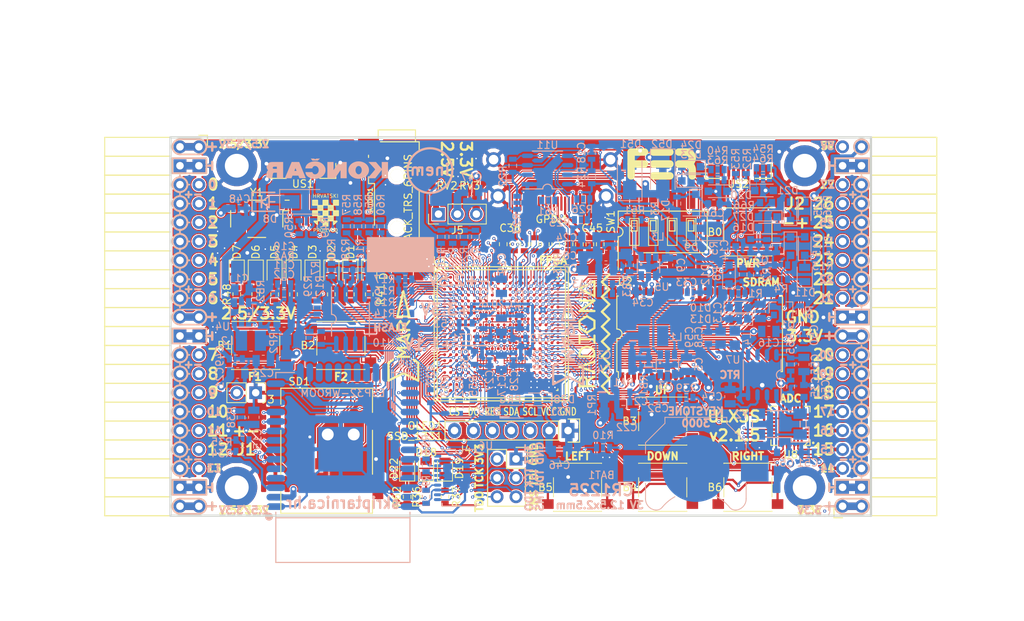
<source format=kicad_pcb>
(kicad_pcb (version 20171130) (host pcbnew 5.0.0+dfsg1-2)
  (layers (0 F.Cu signal) (1 In1.Cu signal) (2 In2.Cu signal) (31 B.Cu signal) (34 B.Paste user hide) (35 F.Paste user) (36 B.SilkS user) (37 F.SilkS user) (38 B.Mask user hide) (39 F.Mask user) (44 Edge.Cuts user))
  (net 0 "")
  (net 1 GND)
  (net 2 +5V)
  (net 3 /gpio/IN5V)
  (net 4 /gpio/OUT5V)
  (net 5 +3V3)
  (net 6 BTN_D)
  (net 7 BTN_F1)
  (net 8 BTN_F2)
  (net 9 BTN_L)
  (net 10 BTN_R)
  (net 11 BTN_U)
  (net 12 /power/FB1)
  (net 13 +2V5)
  (net 14 /power/PWREN)
  (net 15 /power/FB3)
  (net 16 /power/FB2)
  (net 17 /power/VBAT)
  (net 18 JTAG_TDI)
  (net 19 JTAG_TCK)
  (net 20 JTAG_TMS)
  (net 21 JTAG_TDO)
  (net 22 /power/WAKEUPn)
  (net 23 /power/WKUP)
  (net 24 /power/SHUT)
  (net 25 /power/WAKE)
  (net 26 /power/HOLD)
  (net 27 /power/WKn)
  (net 28 /power/OSCI_32k)
  (net 29 /power/OSCO_32k)
  (net 30 SHUTDOWN)
  (net 31 GPDI_SDA)
  (net 32 GPDI_SCL)
  (net 33 /gpdi/VREF2)
  (net 34 SD_CMD)
  (net 35 SD_CLK)
  (net 36 SD_D0)
  (net 37 SD_D1)
  (net 38 USB5V)
  (net 39 GPDI_CEC)
  (net 40 nRESET)
  (net 41 FTDI_nDTR)
  (net 42 SDRAM_CKE)
  (net 43 SDRAM_A7)
  (net 44 SDRAM_D15)
  (net 45 SDRAM_BA1)
  (net 46 SDRAM_D7)
  (net 47 SDRAM_A6)
  (net 48 SDRAM_CLK)
  (net 49 SDRAM_D13)
  (net 50 SDRAM_BA0)
  (net 51 SDRAM_D6)
  (net 52 SDRAM_A5)
  (net 53 SDRAM_D14)
  (net 54 SDRAM_A11)
  (net 55 SDRAM_D12)
  (net 56 SDRAM_D5)
  (net 57 SDRAM_A4)
  (net 58 SDRAM_A10)
  (net 59 SDRAM_D11)
  (net 60 SDRAM_A3)
  (net 61 SDRAM_D4)
  (net 62 SDRAM_D10)
  (net 63 SDRAM_D9)
  (net 64 SDRAM_A9)
  (net 65 SDRAM_D3)
  (net 66 SDRAM_D8)
  (net 67 SDRAM_A8)
  (net 68 SDRAM_A2)
  (net 69 SDRAM_A1)
  (net 70 SDRAM_A0)
  (net 71 SDRAM_D2)
  (net 72 SDRAM_D1)
  (net 73 SDRAM_D0)
  (net 74 SDRAM_DQM0)
  (net 75 SDRAM_nCS)
  (net 76 SDRAM_nRAS)
  (net 77 SDRAM_DQM1)
  (net 78 SDRAM_nCAS)
  (net 79 SDRAM_nWE)
  (net 80 /flash/FLASH_nWP)
  (net 81 /flash/FLASH_nHOLD)
  (net 82 /flash/FLASH_MOSI)
  (net 83 /flash/FLASH_MISO)
  (net 84 /flash/FLASH_SCK)
  (net 85 /flash/FLASH_nCS)
  (net 86 /flash/FPGA_PROGRAMN)
  (net 87 /flash/FPGA_DONE)
  (net 88 /flash/FPGA_INITN)
  (net 89 OLED_RES)
  (net 90 OLED_DC)
  (net 91 OLED_CS)
  (net 92 WIFI_EN)
  (net 93 FTDI_nRTS)
  (net 94 FTDI_TXD)
  (net 95 FTDI_RXD)
  (net 96 WIFI_RXD)
  (net 97 WIFI_GPIO0)
  (net 98 WIFI_TXD)
  (net 99 USB_FTDI_D+)
  (net 100 USB_FTDI_D-)
  (net 101 SD_D3)
  (net 102 AUDIO_L3)
  (net 103 AUDIO_L2)
  (net 104 AUDIO_L1)
  (net 105 AUDIO_L0)
  (net 106 AUDIO_R3)
  (net 107 AUDIO_R2)
  (net 108 AUDIO_R1)
  (net 109 AUDIO_R0)
  (net 110 OLED_CLK)
  (net 111 OLED_MOSI)
  (net 112 LED0)
  (net 113 LED1)
  (net 114 LED2)
  (net 115 LED3)
  (net 116 LED4)
  (net 117 LED5)
  (net 118 LED6)
  (net 119 LED7)
  (net 120 BTN_PWRn)
  (net 121 FTDI_nTXLED)
  (net 122 FTDI_nSLEEP)
  (net 123 /blinkey/LED_PWREN)
  (net 124 /blinkey/LED_TXLED)
  (net 125 /sdcard/SD3V3)
  (net 126 SD_D2)
  (net 127 CLK_25MHz)
  (net 128 /blinkey/BTNPUL)
  (net 129 /blinkey/BTNPUR)
  (net 130 USB_FPGA_D+)
  (net 131 /power/FTDI_nSUSPEND)
  (net 132 /blinkey/ALED0)
  (net 133 /blinkey/ALED1)
  (net 134 /blinkey/ALED2)
  (net 135 /blinkey/ALED3)
  (net 136 /blinkey/ALED4)
  (net 137 /blinkey/ALED5)
  (net 138 /blinkey/ALED6)
  (net 139 /blinkey/ALED7)
  (net 140 /usb/FTD-)
  (net 141 /usb/FTD+)
  (net 142 ADC_MISO)
  (net 143 ADC_MOSI)
  (net 144 ADC_CSn)
  (net 145 ADC_SCLK)
  (net 146 SW3)
  (net 147 SW2)
  (net 148 SW1)
  (net 149 USB_FPGA_D-)
  (net 150 /usb/FPD+)
  (net 151 /usb/FPD-)
  (net 152 WIFI_GPIO16)
  (net 153 /usb/ANT_433MHz)
  (net 154 PROG_DONE)
  (net 155 /power/P3V3)
  (net 156 /power/P2V5)
  (net 157 /power/L1)
  (net 158 /power/L3)
  (net 159 /power/L2)
  (net 160 FTDI_TXDEN)
  (net 161 SDRAM_A12)
  (net 162 /analog/AUDIO_V)
  (net 163 AUDIO_V3)
  (net 164 AUDIO_V2)
  (net 165 AUDIO_V1)
  (net 166 AUDIO_V0)
  (net 167 /blinkey/LED_WIFI)
  (net 168 /power/P1V1)
  (net 169 +1V1)
  (net 170 SW4)
  (net 171 /blinkey/SWPU)
  (net 172 /wifi/WIFIEN)
  (net 173 FT2V5)
  (net 174 GN0)
  (net 175 GP0)
  (net 176 GN1)
  (net 177 GP1)
  (net 178 GN2)
  (net 179 GP2)
  (net 180 GN3)
  (net 181 GP3)
  (net 182 GN4)
  (net 183 GP4)
  (net 184 GN5)
  (net 185 GP5)
  (net 186 GN6)
  (net 187 GP6)
  (net 188 GN14)
  (net 189 GP14)
  (net 190 GN15)
  (net 191 GP15)
  (net 192 GN16)
  (net 193 GP16)
  (net 194 GN17)
  (net 195 GP17)
  (net 196 GN18)
  (net 197 GP18)
  (net 198 GN19)
  (net 199 GP19)
  (net 200 GN20)
  (net 201 GP20)
  (net 202 GN21)
  (net 203 GP21)
  (net 204 GN22)
  (net 205 GP22)
  (net 206 GN23)
  (net 207 GP23)
  (net 208 GN24)
  (net 209 GP24)
  (net 210 GN25)
  (net 211 GP25)
  (net 212 GN26)
  (net 213 GP26)
  (net 214 GN27)
  (net 215 GP27)
  (net 216 GN7)
  (net 217 GP7)
  (net 218 GN8)
  (net 219 GP8)
  (net 220 GN9)
  (net 221 GP9)
  (net 222 GN10)
  (net 223 GP10)
  (net 224 GN11)
  (net 225 GP11)
  (net 226 GN12)
  (net 227 GP12)
  (net 228 GN13)
  (net 229 GP13)
  (net 230 WIFI_GPIO5)
  (net 231 WIFI_GPIO17)
  (net 232 USB_FPGA_PULL_D+)
  (net 233 USB_FPGA_PULL_D-)
  (net 234 "Net-(D23-Pad2)")
  (net 235 "Net-(D24-Pad1)")
  (net 236 "Net-(D25-Pad2)")
  (net 237 "Net-(D26-Pad1)")
  (net 238 /gpdi/GPDI_ETH+)
  (net 239 FPDI_ETH+)
  (net 240 /gpdi/GPDI_ETH-)
  (net 241 FPDI_ETH-)
  (net 242 /gpdi/GPDI_D2-)
  (net 243 FPDI_D2-)
  (net 244 /gpdi/GPDI_D1-)
  (net 245 FPDI_D1-)
  (net 246 /gpdi/GPDI_D0-)
  (net 247 FPDI_D0-)
  (net 248 /gpdi/GPDI_CLK-)
  (net 249 FPDI_CLK-)
  (net 250 /gpdi/GPDI_D2+)
  (net 251 FPDI_D2+)
  (net 252 /gpdi/GPDI_D1+)
  (net 253 FPDI_D1+)
  (net 254 /gpdi/GPDI_D0+)
  (net 255 FPDI_D0+)
  (net 256 /gpdi/GPDI_CLK+)
  (net 257 FPDI_CLK+)
  (net 258 FPDI_SDA)
  (net 259 FPDI_SCL)
  (net 260 /gpdi/FPDI_CEC)
  (net 261 2V5_3V3)
  (net 262 /usb/US2VBUS)
  (net 263 /power/SHD)
  (net 264 /power/RTCVDD)
  (net 265 "Net-(D27-Pad2)")
  (net 266 US2_ID)
  (net 267 /analog/AUDIO_L)
  (net 268 /analog/AUDIO_R)
  (net 269 /analog/ADC3V3)
  (net 270 PWRBTn)
  (net 271 USER_PROGRAMN)
  (module TSOP54:TSOP54 (layer F.Cu) (at 165.093 87.8 90)
    (fp_text reference U2 (at 6.98 -9.993 180) (layer F.SilkS))
    (fp_text value MT48LC16M16A2TG hide)
    (pad 28 smd oval (at 5.73 10.4 90) (size 1.1 0.56) (layers F.Cu F.Paste F.Mask) (net 1 GND))
    (pad 1 smd rect (at -5.73 -10.4 90) (size 1.1 0.56) (layers F.Cu F.Paste F.Mask) (net 5 +3V3))
    (pad 2 smd oval (at -5.73 -9.6 90) (size 1.1 0.56) (layers F.Cu F.Paste F.Mask) (net 73 SDRAM_D0))
    (pad 3 smd oval (at -5.73 -8.8 90) (size 1.1 0.56) (layers F.Cu F.Paste F.Mask) (net 5 +3V3))
    (pad 4 smd oval (at -5.73 -8 90) (size 1.1 0.56) (layers F.Cu F.Paste F.Mask) (net 72 SDRAM_D1))
    (pad 5 smd oval (at -5.73 -7.2 90) (size 1.1 0.56) (layers F.Cu F.Paste F.Mask) (net 71 SDRAM_D2))
    (pad 6 smd oval (at -5.73 -6.4 90) (size 1.1 0.56) (layers F.Cu F.Paste F.Mask) (net 1 GND))
    (pad 7 smd oval (at -5.73 -5.6 90) (size 1.1 0.56) (layers F.Cu F.Paste F.Mask) (net 65 SDRAM_D3))
    (pad 8 smd oval (at -5.73 -4.8 90) (size 1.1 0.56) (layers F.Cu F.Paste F.Mask) (net 61 SDRAM_D4))
    (pad 9 smd oval (at -5.73 -4 90) (size 1.1 0.56) (layers F.Cu F.Paste F.Mask) (net 5 +3V3))
    (pad 10 smd oval (at -5.73 -3.2 90) (size 1.1 0.56) (layers F.Cu F.Paste F.Mask) (net 56 SDRAM_D5))
    (pad 11 smd oval (at -5.73 -2.4 90) (size 1.1 0.56) (layers F.Cu F.Paste F.Mask) (net 51 SDRAM_D6))
    (pad 12 smd oval (at -5.73 -1.6 90) (size 1.1 0.56) (layers F.Cu F.Paste F.Mask) (net 1 GND))
    (pad 13 smd oval (at -5.73 -0.8 90) (size 1.1 0.56) (layers F.Cu F.Paste F.Mask) (net 46 SDRAM_D7))
    (pad 14 smd oval (at -5.73 0 90) (size 1.1 0.56) (layers F.Cu F.Paste F.Mask) (net 5 +3V3))
    (pad 15 smd oval (at -5.73 0.8 90) (size 1.1 0.56) (layers F.Cu F.Paste F.Mask) (net 74 SDRAM_DQM0))
    (pad 16 smd oval (at -5.73 1.6 90) (size 1.1 0.56) (layers F.Cu F.Paste F.Mask) (net 79 SDRAM_nWE))
    (pad 17 smd oval (at -5.73 2.4 90) (size 1.1 0.56) (layers F.Cu F.Paste F.Mask) (net 78 SDRAM_nCAS))
    (pad 18 smd oval (at -5.73 3.2 90) (size 1.1 0.56) (layers F.Cu F.Paste F.Mask) (net 76 SDRAM_nRAS))
    (pad 19 smd oval (at -5.73 4 90) (size 1.1 0.56) (layers F.Cu F.Paste F.Mask) (net 75 SDRAM_nCS))
    (pad 20 smd oval (at -5.73 4.8 90) (size 1.1 0.56) (layers F.Cu F.Paste F.Mask) (net 50 SDRAM_BA0))
    (pad 21 smd oval (at -5.73 5.6 90) (size 1.1 0.56) (layers F.Cu F.Paste F.Mask) (net 45 SDRAM_BA1))
    (pad 22 smd oval (at -5.73 6.4 90) (size 1.1 0.56) (layers F.Cu F.Paste F.Mask) (net 58 SDRAM_A10))
    (pad 23 smd oval (at -5.73 7.2 90) (size 1.1 0.56) (layers F.Cu F.Paste F.Mask) (net 70 SDRAM_A0))
    (pad 24 smd oval (at -5.73 8 90) (size 1.1 0.56) (layers F.Cu F.Paste F.Mask) (net 69 SDRAM_A1))
    (pad 25 smd oval (at -5.73 8.8 90) (size 1.1 0.56) (layers F.Cu F.Paste F.Mask) (net 68 SDRAM_A2))
    (pad 26 smd oval (at -5.73 9.6 90) (size 1.1 0.56) (layers F.Cu F.Paste F.Mask) (net 60 SDRAM_A3))
    (pad 27 smd oval (at -5.73 10.4 90) (size 1.1 0.56) (layers F.Cu F.Paste F.Mask) (net 5 +3V3))
    (pad 29 smd oval (at 5.73 9.6 90) (size 1.1 0.56) (layers F.Cu F.Paste F.Mask) (net 57 SDRAM_A4))
    (pad 30 smd oval (at 5.73 8.8 90) (size 1.1 0.56) (layers F.Cu F.Paste F.Mask) (net 52 SDRAM_A5))
    (pad 31 smd oval (at 5.73 8 90) (size 1.1 0.56) (layers F.Cu F.Paste F.Mask) (net 47 SDRAM_A6))
    (pad 32 smd oval (at 5.73 7.2 90) (size 1.1 0.56) (layers F.Cu F.Paste F.Mask) (net 43 SDRAM_A7))
    (pad 33 smd oval (at 5.73 6.4 90) (size 1.1 0.56) (layers F.Cu F.Paste F.Mask) (net 67 SDRAM_A8))
    (pad 34 smd oval (at 5.73 5.6 90) (size 1.1 0.56) (layers F.Cu F.Paste F.Mask) (net 64 SDRAM_A9))
    (pad 35 smd oval (at 5.73 4.8 90) (size 1.1 0.56) (layers F.Cu F.Paste F.Mask) (net 54 SDRAM_A11))
    (pad 36 smd oval (at 5.73 4 90) (size 1.1 0.56) (layers F.Cu F.Paste F.Mask) (net 161 SDRAM_A12))
    (pad 37 smd oval (at 5.73 3.2 90) (size 1.1 0.56) (layers F.Cu F.Paste F.Mask) (net 42 SDRAM_CKE))
    (pad 38 smd oval (at 5.73 2.4 90) (size 1.1 0.56) (layers F.Cu F.Paste F.Mask) (net 48 SDRAM_CLK))
    (pad 39 smd oval (at 5.73 1.6 90) (size 1.1 0.56) (layers F.Cu F.Paste F.Mask) (net 77 SDRAM_DQM1))
    (pad 40 smd oval (at 5.73 0.8 90) (size 1.1 0.56) (layers F.Cu F.Paste F.Mask))
    (pad 41 smd oval (at 5.73 0 90) (size 1.1 0.56) (layers F.Cu F.Paste F.Mask) (net 1 GND))
    (pad 42 smd oval (at 5.73 -0.8 90) (size 1.1 0.56) (layers F.Cu F.Paste F.Mask) (net 66 SDRAM_D8))
    (pad 43 smd oval (at 5.73 -1.6 90) (size 1.1 0.56) (layers F.Cu F.Paste F.Mask) (net 5 +3V3))
    (pad 44 smd oval (at 5.73 -2.4 90) (size 1.1 0.56) (layers F.Cu F.Paste F.Mask) (net 63 SDRAM_D9))
    (pad 45 smd oval (at 5.73 -3.2 90) (size 1.1 0.56) (layers F.Cu F.Paste F.Mask) (net 62 SDRAM_D10))
    (pad 46 smd oval (at 5.73 -4 90) (size 1.1 0.56) (layers F.Cu F.Paste F.Mask) (net 1 GND))
    (pad 47 smd oval (at 5.73 -4.8 90) (size 1.1 0.56) (layers F.Cu F.Paste F.Mask) (net 59 SDRAM_D11))
    (pad 48 smd oval (at 5.73 -5.6 90) (size 1.1 0.56) (layers F.Cu F.Paste F.Mask) (net 55 SDRAM_D12))
    (pad 49 smd oval (at 5.73 -6.4 90) (size 1.1 0.56) (layers F.Cu F.Paste F.Mask) (net 5 +3V3))
    (pad 50 smd oval (at 5.73 -7.2 90) (size 1.1 0.56) (layers F.Cu F.Paste F.Mask) (net 49 SDRAM_D13))
    (pad 51 smd oval (at 5.73 -8 90) (size 1.1 0.56) (layers F.Cu F.Paste F.Mask) (net 53 SDRAM_D14))
    (pad 52 smd oval (at 5.73 -8.8 90) (size 1.1 0.56) (layers F.Cu F.Paste F.Mask) (net 1 GND))
    (pad 53 smd oval (at 5.73 -9.6 90) (size 1.1 0.56) (layers F.Cu F.Paste F.Mask) (net 44 SDRAM_D15))
    (pad 54 smd oval (at 5.73 -10.4 90) (size 1.1 0.56) (layers F.Cu F.Paste F.Mask) (net 1 GND))
  )
  (module max1112x-tqfn28:MAX1112x-TQFN-28-1EP_5x5mm_Pitch0.5mm (layer F.Cu) (at 177.285 100.155 180)
    (fp_text reference U8 (at 0 -3.875 180) (layer F.SilkS))
    (fp_text value MAX11125 hide)
    (pad 29 smd rect (at -0.8125 -0.8125 180) (size 1.625 1.625) (layers F.Cu F.Paste F.Mask) (net 1 GND))
    (pad 29 smd rect (at -0.8125 0.8125 180) (size 1.625 1.625) (layers F.Cu F.Paste F.Mask) (net 1 GND))
    (pad 29 smd rect (at 0.8125 -0.8125 180) (size 1.625 1.625) (layers F.Cu F.Paste F.Mask) (net 1 GND))
    (pad 29 smd rect (at 0.8125 0.8125 180) (size 1.625 1.625) (layers F.Cu F.Paste F.Mask) (net 1 GND))
    (pad 28 smd oval (at -1.5 -2.34 270) (size 0.95 0.3) (layers F.Cu F.Paste F.Mask) (net 190 GN15))
    (pad 27 smd oval (at -1 -2.34 270) (size 0.95 0.3) (layers F.Cu F.Paste F.Mask) (net 189 GP14))
    (pad 26 smd oval (at -0.5 -2.34 270) (size 0.95 0.3) (layers F.Cu F.Paste F.Mask) (net 188 GN14))
    (pad 25 smd oval (at 0 -2.34 270) (size 0.95 0.3) (layers F.Cu F.Paste F.Mask))
    (pad 24 smd oval (at 0.5 -2.34 270) (size 0.95 0.3) (layers F.Cu F.Paste F.Mask) (net 142 ADC_MISO))
    (pad 23 smd oval (at 1 -2.34 270) (size 0.95 0.3) (layers F.Cu F.Paste F.Mask) (net 269 /analog/ADC3V3))
    (pad 22 smd oval (at 1.5 -2.34 270) (size 0.95 0.3) (layers F.Cu F.Paste F.Mask) (net 1 GND))
    (pad 21 smd oval (at 2.34 -1.5 180) (size 0.95 0.3) (layers F.Cu F.Paste F.Mask) (net 143 ADC_MOSI))
    (pad 20 smd oval (at 2.34 -1 180) (size 0.95 0.3) (layers F.Cu F.Paste F.Mask) (net 144 ADC_CSn))
    (pad 19 smd oval (at 2.34 -0.5 180) (size 0.95 0.3) (layers F.Cu F.Paste F.Mask) (net 145 ADC_SCLK))
    (pad 18 smd oval (at 2.34 0 180) (size 0.95 0.3) (layers F.Cu F.Paste F.Mask) (net 269 /analog/ADC3V3))
    (pad 17 smd oval (at 2.34 0.5 180) (size 0.95 0.3) (layers F.Cu F.Paste F.Mask) (net 269 /analog/ADC3V3))
    (pad 16 smd oval (at 2.34 1 180) (size 0.95 0.3) (layers F.Cu F.Paste F.Mask) (net 1 GND))
    (pad 15 smd oval (at 2.34 1.5 180) (size 0.95 0.3) (layers F.Cu F.Paste F.Mask) (net 269 /analog/ADC3V3))
    (pad 14 smd oval (at 1.5 2.34 270) (size 0.95 0.3) (layers F.Cu F.Paste F.Mask) (net 1 GND))
    (pad 13 smd oval (at 1 2.34 270) (size 0.95 0.3) (layers F.Cu F.Paste F.Mask) (net 1 GND))
    (pad 12 smd oval (at 0.5 2.34 270) (size 0.95 0.3) (layers F.Cu F.Paste F.Mask))
    (pad 11 smd oval (at 0 2.34 270) (size 0.95 0.3) (layers F.Cu F.Paste F.Mask) (net 1 GND))
    (pad 10 smd oval (at -0.5 2.34 270) (size 0.95 0.3) (layers F.Cu F.Paste F.Mask) (net 1 GND))
    (pad 9 smd oval (at -1 2.34 270) (size 0.95 0.3) (layers F.Cu F.Paste F.Mask) (net 1 GND))
    (pad 8 smd oval (at -1.5 2.34 270) (size 0.95 0.3) (layers F.Cu F.Paste F.Mask) (net 1 GND))
    (pad 7 smd oval (at -2.34 1.5 180) (size 0.95 0.3) (layers F.Cu F.Paste F.Mask) (net 1 GND))
    (pad 6 smd oval (at -2.34 1 180) (size 0.95 0.3) (layers F.Cu F.Paste F.Mask) (net 1 GND))
    (pad 5 smd oval (at -2.34 0.5 180) (size 0.95 0.3) (layers F.Cu F.Paste F.Mask) (net 195 GP17))
    (pad 4 smd oval (at -2.34 0 180) (size 0.95 0.3) (layers F.Cu F.Paste F.Mask) (net 194 GN17))
    (pad 3 smd oval (at -2.34 -0.5 180) (size 0.95 0.3) (layers F.Cu F.Paste F.Mask) (net 193 GP16))
    (pad 2 smd oval (at -2.34 -1 180) (size 0.95 0.3) (layers F.Cu F.Paste F.Mask) (net 192 GN16))
    (pad 1 smd rect (at -2.34 -1.5 180) (size 0.95 0.3) (layers F.Cu F.Paste F.Mask) (net 191 GP15))
  )
  (module dipswitch:SW_DIP_x4_W8.61mm_Slide_LowProfile (layer F.Cu) (at 160.14 74.12 90)
    (fp_text reference SW1 (at 1.379 -6.97 90) (layer F.SilkS))
    (fp_text value SW_DIP_x04 hide)
    (pad 8 smd rect (at 4.305 -3.81 90) (size 2.44 1.12) (layers F.Cu F.Paste F.Mask) (net 148 SW1))
    (pad 4 smd rect (at -4.305 3.81 90) (size 2.44 1.12) (layers F.Cu F.Paste F.Mask) (net 171 /blinkey/SWPU))
    (pad 7 smd rect (at 4.305 -1.27 90) (size 2.44 1.12) (layers F.Cu F.Paste F.Mask) (net 147 SW2))
    (pad 3 smd rect (at -4.305 1.27 90) (size 2.44 1.12) (layers F.Cu F.Paste F.Mask) (net 171 /blinkey/SWPU))
    (pad 6 smd rect (at 4.305 1.27 90) (size 2.44 1.12) (layers F.Cu F.Paste F.Mask) (net 146 SW3))
    (pad 2 smd rect (at -4.305 -1.27 90) (size 2.44 1.12) (layers F.Cu F.Paste F.Mask) (net 171 /blinkey/SWPU))
    (pad 5 smd rect (at 4.305 3.81 90) (size 2.44 1.12) (layers F.Cu F.Paste F.Mask) (net 170 SW4))
    (pad 1 smd rect (at -4.305 -3.81 90) (size 2.44 1.12) (layers F.Cu F.Paste F.Mask) (net 171 /blinkey/SWPU))
  )
  (module ft231x:FT231X-SSOP-20_4.4x6.5mm_Pitch0.65mm (layer B.Cu) (at 132.835 107.14 180)
    (fp_text reference U6 (at -3.556 4.318 180) (layer B.SilkS) (effects (justify mirror)))
    (fp_text value FT231XS hide)
    (pad 20 smd oval (at 2.9 2.925 180) (size 1 0.4) (layers B.Cu B.Paste B.Mask) (net 94 FTDI_TXD))
    (pad 19 smd oval (at 2.9 2.275 180) (size 1 0.4) (layers B.Cu B.Paste B.Mask) (net 122 FTDI_nSLEEP))
    (pad 18 smd oval (at 2.9 1.625 180) (size 1 0.4) (layers B.Cu B.Paste B.Mask) (net 160 FTDI_TXDEN))
    (pad 17 smd oval (at 2.9 0.975 180) (size 1 0.4) (layers B.Cu B.Paste B.Mask))
    (pad 16 smd oval (at 2.9 0.325 180) (size 1 0.4) (layers B.Cu B.Paste B.Mask) (net 1 GND))
    (pad 15 smd oval (at 2.9 -0.325 180) (size 1 0.4) (layers B.Cu B.Paste B.Mask) (net 38 USB5V))
    (pad 14 smd oval (at 2.9 -0.975 180) (size 1 0.4) (layers B.Cu B.Paste B.Mask) (net 40 nRESET))
    (pad 13 smd oval (at 2.9 -1.625 180) (size 1 0.4) (layers B.Cu B.Paste B.Mask) (net 173 FT2V5))
    (pad 12 smd oval (at 2.9 -2.275 180) (size 1 0.4) (layers B.Cu B.Paste B.Mask) (net 100 USB_FTDI_D-))
    (pad 11 smd oval (at 2.9 -2.925 180) (size 1 0.4) (layers B.Cu B.Paste B.Mask) (net 99 USB_FTDI_D+))
    (pad 10 smd oval (at -2.9 -2.925 180) (size 1 0.4) (layers B.Cu B.Paste B.Mask) (net 121 FTDI_nTXLED))
    (pad 9 smd oval (at -2.9 -2.275 180) (size 1 0.4) (layers B.Cu B.Paste B.Mask) (net 21 JTAG_TDO))
    (pad 8 smd oval (at -2.9 -1.625 180) (size 1 0.4) (layers B.Cu B.Paste B.Mask) (net 20 JTAG_TMS))
    (pad 7 smd oval (at -2.9 -0.975 180) (size 1 0.4) (layers B.Cu B.Paste B.Mask) (net 19 JTAG_TCK))
    (pad 6 smd oval (at -2.9 -0.325 180) (size 1 0.4) (layers B.Cu B.Paste B.Mask) (net 1 GND))
    (pad 5 smd oval (at -2.9 0.325 180) (size 1 0.4) (layers B.Cu B.Paste B.Mask) (net 18 JTAG_TDI))
    (pad 4 smd oval (at -2.9 0.975 180) (size 1 0.4) (layers B.Cu B.Paste B.Mask) (net 95 FTDI_RXD))
    (pad 3 smd oval (at -2.9 1.625 180) (size 1 0.4) (layers B.Cu B.Paste B.Mask) (net 173 FT2V5))
    (pad 2 smd oval (at -2.9 2.275 180) (size 1 0.4) (layers B.Cu B.Paste B.Mask) (net 93 FTDI_nRTS))
    (pad 1 smd rect (at -2.9 2.925 180) (size 1 0.4) (layers B.Cu B.Paste B.Mask) (net 41 FTDI_nDTR))
  )
  (module usb_otg:USB-MICRO-B-FCI-10118192-0001LF (layer F.Cu) (at 111.88 63.325 180)
    (fp_text reference US1 (at 0 -4.336 180) (layer F.SilkS))
    (fp_text value MICRO_USB hide)
    (pad 6 smd rect (at 3.8 0 180) (size 1.8 1.9) (layers F.Cu F.Paste F.Mask) (net 1 GND))
    (pad 6 smd rect (at -3.8 0 180) (size 1.8 1.9) (layers F.Cu F.Paste F.Mask) (net 1 GND))
    (pad 5 smd rect (at 1.3 -2.675 180) (size 0.4 1.35) (layers F.Cu F.Paste F.Mask) (net 1 GND))
    (pad 4 smd rect (at 0.65 -2.675 180) (size 0.4 1.35) (layers F.Cu F.Paste F.Mask))
    (pad 3 smd rect (at 0 -2.675 180) (size 0.4 1.35) (layers F.Cu F.Paste F.Mask) (net 141 /usb/FTD+))
    (pad 2 smd rect (at -0.65 -2.675 180) (size 0.4 1.35) (layers F.Cu F.Paste F.Mask) (net 140 /usb/FTD-))
    (pad 1 smd rect (at -1.3 -2.675 180) (size 0.4 1.35) (layers F.Cu F.Paste F.Mask) (net 38 USB5V))
    (pad 6 smd rect (at 1.2 0 180) (size 1.9 1.9) (layers F.Cu F.Paste F.Mask) (net 1 GND))
    (pad 6 smd rect (at -1.2 0 180) (size 1.9 1.9) (layers F.Cu F.Paste F.Mask) (net 1 GND))
    (pad 6 smd rect (at 3.1 -2.55 180) (size 2.1 1.6) (layers F.Cu F.Paste F.Mask) (net 1 GND))
    (pad 6 smd rect (at -3.1 -2.55 180) (size 2.1 1.6) (layers F.Cu F.Paste F.Mask) (net 1 GND))
  )
  (module audio-jack:CUI_SJ-43516-SMT (layer F.Cu) (at 124.468 69.518)
    (fp_text reference AUDIO1 (at -3.560502 0.28335 270) (layer F.SilkS) (effects (font (size 0.6096 0.6096) (thickness 0.1524))))
    (fp_text value JACK_TRS_6PINS (at 1.519498 0.28335 270) (layer F.SilkS))
    (pad 1 smd rect (at -3.8 -6.9 270) (size 2 2.8) (layers F.Cu F.Paste F.Mask) (net 1 GND))
    (pad 4 smd rect (at -3.8 -4.1 270) (size 2.2 2.8) (layers F.Cu F.Paste F.Mask) (net 162 /analog/AUDIO_V))
    (pad 2 smd rect (at -3.8 5.3 270) (size 2.8 2.8) (layers F.Cu F.Paste F.Mask) (net 267 /analog/AUDIO_L))
    (pad 5 smd rect (at 0.75 9.4 270) (size 2.8 2.8) (layers F.Cu F.Paste F.Mask))
    (pad 3 smd rect (at 3.8 -2.2 270) (size 2.2 2.8) (layers F.Cu F.Paste F.Mask) (net 268 /analog/AUDIO_R))
    (pad 6 smd rect (at 3.8 -5 270) (size 2 2.8) (layers F.Cu F.Paste F.Mask))
    (pad "" np_thru_hole circle (at 0 -3 270) (size 1.7 1.7) (drill 1.7) (layers *.Cu *.Mask F.SilkS) (clearance 0.4))
    (pad "" np_thru_hole circle (at 0 4 270) (size 1.7 1.7) (drill 1.7) (layers *.Cu *.Mask F.SilkS) (clearance 0.4))
  )
  (module conn-fci:CONN-10029449-111RLF (layer F.Cu) (at 145.296 69.312 180)
    (fp_text reference GPDI1 (at 0 -3.1115 180) (layer F.SilkS))
    (fp_text value GPDI-D hide)
    (pad 19 smd rect (at -4.25 -1 180) (size 0.3 1.9) (layers F.Cu F.Paste F.Mask) (net 240 /gpdi/GPDI_ETH-))
    (pad 18 smd rect (at -3.75 -1 180) (size 0.3 1.9) (layers F.Cu F.Paste F.Mask) (net 2 +5V))
    (pad 17 smd rect (at -3.25 -1 180) (size 0.3 1.9) (layers F.Cu F.Paste F.Mask) (net 1 GND))
    (pad 16 smd rect (at -2.75 -1 180) (size 0.3 1.9) (layers F.Cu F.Paste F.Mask) (net 31 GPDI_SDA))
    (pad 15 smd rect (at -2.25 -1 180) (size 0.3 1.9) (layers F.Cu F.Paste F.Mask) (net 32 GPDI_SCL))
    (pad 14 smd rect (at -1.75 -1 180) (size 0.3 1.9) (layers F.Cu F.Paste F.Mask) (net 238 /gpdi/GPDI_ETH+))
    (pad 13 smd rect (at -1.25 -1 180) (size 0.3 1.9) (layers F.Cu F.Paste F.Mask) (net 39 GPDI_CEC))
    (pad 12 smd rect (at -0.75 -1 180) (size 0.3 1.9) (layers F.Cu F.Paste F.Mask) (net 248 /gpdi/GPDI_CLK-))
    (pad 11 smd rect (at -0.25 -1 180) (size 0.3 1.9) (layers F.Cu F.Paste F.Mask) (net 1 GND))
    (pad 10 smd rect (at 0.25 -1 180) (size 0.3 1.9) (layers F.Cu F.Paste F.Mask) (net 256 /gpdi/GPDI_CLK+))
    (pad 9 smd rect (at 0.75 -1 180) (size 0.3 1.9) (layers F.Cu F.Paste F.Mask) (net 246 /gpdi/GPDI_D0-))
    (pad 8 smd rect (at 1.25 -1 180) (size 0.3 1.9) (layers F.Cu F.Paste F.Mask) (net 1 GND))
    (pad 7 smd rect (at 1.75 -1 180) (size 0.3 1.9) (layers F.Cu F.Paste F.Mask) (net 254 /gpdi/GPDI_D0+))
    (pad 6 smd rect (at 2.25 -1 180) (size 0.3 1.9) (layers F.Cu F.Paste F.Mask) (net 244 /gpdi/GPDI_D1-))
    (pad 5 smd rect (at 2.75 -1 180) (size 0.3 1.9) (layers F.Cu F.Paste F.Mask) (net 1 GND))
    (pad 4 smd rect (at 3.25 -1 180) (size 0.3 1.9) (layers F.Cu F.Paste F.Mask) (net 252 /gpdi/GPDI_D1+))
    (pad 3 smd rect (at 3.75 -1 180) (size 0.3 1.9) (layers F.Cu F.Paste F.Mask) (net 242 /gpdi/GPDI_D2-))
    (pad 2 smd rect (at 4.25 -1 180) (size 0.3 1.9) (layers F.Cu F.Paste F.Mask) (net 1 GND))
    (pad 1 smd rect (at 4.75 -1 180) (size 0.3 1.9) (layers F.Cu F.Paste F.Mask) (net 250 /gpdi/GPDI_D2+))
    (pad 0 thru_hole circle (at -7.25 0 180) (size 2 2) (drill 1.3) (layers *.Cu *.Mask F.Paste) (net 1 GND))
    (pad 0 thru_hole circle (at 7.25 0 180) (size 2 2) (drill 1.3) (layers *.Cu *.Mask F.Paste) (net 1 GND))
    (pad 0 thru_hole circle (at -7.85 4.9 180) (size 2 2) (drill 1.3) (layers *.Cu *.Mask F.Paste) (net 1 GND))
    (pad 0 thru_hole circle (at 7.85 4.9 180) (size 2 2) (drill 1.3) (layers *.Cu *.Mask F.Paste) (net 1 GND))
  )
  (module lfe5bg381:BGA-381_pitch0.8mm_dia0.4mm (layer F.Cu) (at 138.48 87.8)
    (fp_text reference U1 (at -8.2 -9.8) (layer F.SilkS))
    (fp_text value LFE5U-85F-6BG381C hide)
    (pad Y19 smd circle (at 6.8 7.6) (size 0.4 0.4) (layers F.Cu F.Paste F.Mask) (net 1 GND))
    (pad Y17 smd circle (at 5.2 7.6) (size 0.4 0.4) (layers F.Cu F.Paste F.Mask) (net 1 GND))
    (pad Y16 smd circle (at 4.4 7.6) (size 0.4 0.4) (layers F.Cu F.Paste F.Mask) (net 1 GND))
    (pad Y15 smd circle (at 3.6 7.6) (size 0.4 0.4) (layers F.Cu F.Paste F.Mask) (net 1 GND))
    (pad Y14 smd circle (at 2.8 7.6) (size 0.4 0.4) (layers F.Cu F.Paste F.Mask) (net 1 GND))
    (pad Y12 smd circle (at 1.2 7.6) (size 0.4 0.4) (layers F.Cu F.Paste F.Mask) (net 1 GND))
    (pad Y11 smd circle (at 0.4 7.6) (size 0.4 0.4) (layers F.Cu F.Paste F.Mask) (net 1 GND))
    (pad Y8 smd circle (at -2 7.6) (size 0.4 0.4) (layers F.Cu F.Paste F.Mask) (net 1 GND))
    (pad Y7 smd circle (at -2.8 7.6) (size 0.4 0.4) (layers F.Cu F.Paste F.Mask) (net 1 GND))
    (pad Y6 smd circle (at -3.6 7.6) (size 0.4 0.4) (layers F.Cu F.Paste F.Mask) (net 1 GND))
    (pad Y5 smd circle (at -4.4 7.6) (size 0.4 0.4) (layers F.Cu F.Paste F.Mask) (net 1 GND))
    (pad Y3 smd circle (at -6 7.6) (size 0.4 0.4) (layers F.Cu F.Paste F.Mask) (net 87 /flash/FPGA_DONE))
    (pad Y2 smd circle (at -6.8 7.6) (size 0.4 0.4) (layers F.Cu F.Paste F.Mask) (net 80 /flash/FLASH_nWP))
    (pad W20 smd circle (at 7.6 6.8) (size 0.4 0.4) (layers F.Cu F.Paste F.Mask) (net 1 GND))
    (pad W19 smd circle (at 6.8 6.8) (size 0.4 0.4) (layers F.Cu F.Paste F.Mask) (net 1 GND))
    (pad W18 smd circle (at 6 6.8) (size 0.4 0.4) (layers F.Cu F.Paste F.Mask))
    (pad W17 smd circle (at 5.2 6.8) (size 0.4 0.4) (layers F.Cu F.Paste F.Mask))
    (pad W16 smd circle (at 4.4 6.8) (size 0.4 0.4) (layers F.Cu F.Paste F.Mask) (net 1 GND))
    (pad W15 smd circle (at 3.6 6.8) (size 0.4 0.4) (layers F.Cu F.Paste F.Mask) (net 1 GND))
    (pad W14 smd circle (at 2.8 6.8) (size 0.4 0.4) (layers F.Cu F.Paste F.Mask))
    (pad W13 smd circle (at 2 6.8) (size 0.4 0.4) (layers F.Cu F.Paste F.Mask))
    (pad W12 smd circle (at 1.2 6.8) (size 0.4 0.4) (layers F.Cu F.Paste F.Mask) (net 1 GND))
    (pad W11 smd circle (at 0.4 6.8) (size 0.4 0.4) (layers F.Cu F.Paste F.Mask))
    (pad W10 smd circle (at -0.4 6.8) (size 0.4 0.4) (layers F.Cu F.Paste F.Mask))
    (pad W9 smd circle (at -1.2 6.8) (size 0.4 0.4) (layers F.Cu F.Paste F.Mask))
    (pad W8 smd circle (at -2 6.8) (size 0.4 0.4) (layers F.Cu F.Paste F.Mask))
    (pad W7 smd circle (at -2.8 6.8) (size 0.4 0.4) (layers F.Cu F.Paste F.Mask) (net 1 GND))
    (pad W6 smd circle (at -3.6 6.8) (size 0.4 0.4) (layers F.Cu F.Paste F.Mask) (net 1 GND))
    (pad W5 smd circle (at -4.4 6.8) (size 0.4 0.4) (layers F.Cu F.Paste F.Mask))
    (pad W4 smd circle (at -5.2 6.8) (size 0.4 0.4) (layers F.Cu F.Paste F.Mask))
    (pad W3 smd circle (at -6 6.8) (size 0.4 0.4) (layers F.Cu F.Paste F.Mask) (net 86 /flash/FPGA_PROGRAMN))
    (pad W2 smd circle (at -6.8 6.8) (size 0.4 0.4) (layers F.Cu F.Paste F.Mask) (net 82 /flash/FLASH_MOSI))
    (pad W1 smd circle (at -7.6 6.8) (size 0.4 0.4) (layers F.Cu F.Paste F.Mask) (net 81 /flash/FLASH_nHOLD))
    (pad V20 smd circle (at 7.6 6) (size 0.4 0.4) (layers F.Cu F.Paste F.Mask) (net 1 GND))
    (pad V19 smd circle (at 6.8 6) (size 0.4 0.4) (layers F.Cu F.Paste F.Mask) (net 1 GND))
    (pad V18 smd circle (at 6 6) (size 0.4 0.4) (layers F.Cu F.Paste F.Mask) (net 1 GND))
    (pad V17 smd circle (at 5.2 6) (size 0.4 0.4) (layers F.Cu F.Paste F.Mask) (net 1 GND))
    (pad V16 smd circle (at 4.4 6) (size 0.4 0.4) (layers F.Cu F.Paste F.Mask) (net 1 GND))
    (pad V15 smd circle (at 3.6 6) (size 0.4 0.4) (layers F.Cu F.Paste F.Mask) (net 1 GND))
    (pad V14 smd circle (at 2.8 6) (size 0.4 0.4) (layers F.Cu F.Paste F.Mask) (net 1 GND))
    (pad V13 smd circle (at 2 6) (size 0.4 0.4) (layers F.Cu F.Paste F.Mask) (net 1 GND))
    (pad V12 smd circle (at 1.2 6) (size 0.4 0.4) (layers F.Cu F.Paste F.Mask) (net 1 GND))
    (pad V11 smd circle (at 0.4 6) (size 0.4 0.4) (layers F.Cu F.Paste F.Mask) (net 1 GND))
    (pad V10 smd circle (at -0.4 6) (size 0.4 0.4) (layers F.Cu F.Paste F.Mask) (net 1 GND))
    (pad V9 smd circle (at -1.2 6) (size 0.4 0.4) (layers F.Cu F.Paste F.Mask) (net 1 GND))
    (pad V8 smd circle (at -2 6) (size 0.4 0.4) (layers F.Cu F.Paste F.Mask) (net 1 GND))
    (pad V7 smd circle (at -2.8 6) (size 0.4 0.4) (layers F.Cu F.Paste F.Mask) (net 1 GND))
    (pad V6 smd circle (at -3.6 6) (size 0.4 0.4) (layers F.Cu F.Paste F.Mask) (net 1 GND))
    (pad V5 smd circle (at -4.4 6) (size 0.4 0.4) (layers F.Cu F.Paste F.Mask) (net 1 GND))
    (pad V4 smd circle (at -5.2 6) (size 0.4 0.4) (layers F.Cu F.Paste F.Mask) (net 21 JTAG_TDO))
    (pad V3 smd circle (at -6 6) (size 0.4 0.4) (layers F.Cu F.Paste F.Mask) (net 88 /flash/FPGA_INITN))
    (pad V2 smd circle (at -6.8 6) (size 0.4 0.4) (layers F.Cu F.Paste F.Mask) (net 83 /flash/FLASH_MISO))
    (pad V1 smd circle (at -7.6 6) (size 0.4 0.4) (layers F.Cu F.Paste F.Mask) (net 6 BTN_D))
    (pad U20 smd circle (at 7.6 5.2) (size 0.4 0.4) (layers F.Cu F.Paste F.Mask) (net 46 SDRAM_D7))
    (pad U19 smd circle (at 6.8 5.2) (size 0.4 0.4) (layers F.Cu F.Paste F.Mask) (net 74 SDRAM_DQM0))
    (pad U18 smd circle (at 6 5.2) (size 0.4 0.4) (layers F.Cu F.Paste F.Mask) (net 189 GP14))
    (pad U17 smd circle (at 5.2 5.2) (size 0.4 0.4) (layers F.Cu F.Paste F.Mask) (net 188 GN14))
    (pad U16 smd circle (at 4.4 5.2) (size 0.4 0.4) (layers F.Cu F.Paste F.Mask) (net 142 ADC_MISO))
    (pad U15 smd circle (at 3.6 5.2) (size 0.4 0.4) (layers F.Cu F.Paste F.Mask) (net 1 GND))
    (pad U14 smd circle (at 2.8 5.2) (size 0.4 0.4) (layers F.Cu F.Paste F.Mask) (net 1 GND))
    (pad U13 smd circle (at 2 5.2) (size 0.4 0.4) (layers F.Cu F.Paste F.Mask) (net 1 GND))
    (pad U12 smd circle (at 1.2 5.2) (size 0.4 0.4) (layers F.Cu F.Paste F.Mask) (net 1 GND))
    (pad U11 smd circle (at 0.4 5.2) (size 0.4 0.4) (layers F.Cu F.Paste F.Mask) (net 1 GND))
    (pad U10 smd circle (at -0.4 5.2) (size 0.4 0.4) (layers F.Cu F.Paste F.Mask) (net 1 GND))
    (pad U9 smd circle (at -1.2 5.2) (size 0.4 0.4) (layers F.Cu F.Paste F.Mask) (net 1 GND))
    (pad U8 smd circle (at -2 5.2) (size 0.4 0.4) (layers F.Cu F.Paste F.Mask) (net 1 GND))
    (pad U7 smd circle (at -2.8 5.2) (size 0.4 0.4) (layers F.Cu F.Paste F.Mask) (net 1 GND))
    (pad U6 smd circle (at -3.6 5.2) (size 0.4 0.4) (layers F.Cu F.Paste F.Mask) (net 1 GND))
    (pad U5 smd circle (at -4.4 5.2) (size 0.4 0.4) (layers F.Cu F.Paste F.Mask) (net 20 JTAG_TMS))
    (pad U4 smd circle (at -5.2 5.2) (size 0.4 0.4) (layers F.Cu F.Paste F.Mask) (net 1 GND))
    (pad U3 smd circle (at -6 5.2) (size 0.4 0.4) (layers F.Cu F.Paste F.Mask) (net 84 /flash/FLASH_SCK))
    (pad U2 smd circle (at -6.8 5.2) (size 0.4 0.4) (layers F.Cu F.Paste F.Mask) (net 5 +3V3))
    (pad U1 smd circle (at -7.6 5.2) (size 0.4 0.4) (layers F.Cu F.Paste F.Mask) (net 9 BTN_L))
    (pad T20 smd circle (at 7.6 4.4) (size 0.4 0.4) (layers F.Cu F.Paste F.Mask) (net 79 SDRAM_nWE))
    (pad T19 smd circle (at 6.8 4.4) (size 0.4 0.4) (layers F.Cu F.Paste F.Mask) (net 78 SDRAM_nCAS))
    (pad T18 smd circle (at 6 4.4) (size 0.4 0.4) (layers F.Cu F.Paste F.Mask) (net 56 SDRAM_D5))
    (pad T17 smd circle (at 5.2 4.4) (size 0.4 0.4) (layers F.Cu F.Paste F.Mask) (net 51 SDRAM_D6))
    (pad T16 smd circle (at 4.4 4.4) (size 0.4 0.4) (layers F.Cu F.Paste F.Mask))
    (pad T15 smd circle (at 3.6 4.4) (size 0.4 0.4) (layers F.Cu F.Paste F.Mask) (net 1 GND))
    (pad T14 smd circle (at 2.8 4.4) (size 0.4 0.4) (layers F.Cu F.Paste F.Mask) (net 1 GND))
    (pad T13 smd circle (at 2 4.4) (size 0.4 0.4) (layers F.Cu F.Paste F.Mask) (net 1 GND))
    (pad T12 smd circle (at 1.2 4.4) (size 0.4 0.4) (layers F.Cu F.Paste F.Mask) (net 1 GND))
    (pad T11 smd circle (at 0.4 4.4) (size 0.4 0.4) (layers F.Cu F.Paste F.Mask) (net 1 GND))
    (pad T10 smd circle (at -0.4 4.4) (size 0.4 0.4) (layers F.Cu F.Paste F.Mask) (net 1 GND))
    (pad T9 smd circle (at -1.2 4.4) (size 0.4 0.4) (layers F.Cu F.Paste F.Mask) (net 1 GND))
    (pad T8 smd circle (at -2 4.4) (size 0.4 0.4) (layers F.Cu F.Paste F.Mask) (net 1 GND))
    (pad T7 smd circle (at -2.8 4.4) (size 0.4 0.4) (layers F.Cu F.Paste F.Mask) (net 1 GND))
    (pad T6 smd circle (at -3.6 4.4) (size 0.4 0.4) (layers F.Cu F.Paste F.Mask) (net 1 GND))
    (pad T5 smd circle (at -4.4 4.4) (size 0.4 0.4) (layers F.Cu F.Paste F.Mask) (net 19 JTAG_TCK))
    (pad T4 smd circle (at -5.2 4.4) (size 0.4 0.4) (layers F.Cu F.Paste F.Mask) (net 5 +3V3))
    (pad T3 smd circle (at -6 4.4) (size 0.4 0.4) (layers F.Cu F.Paste F.Mask) (net 5 +3V3))
    (pad T2 smd circle (at -6.8 4.4) (size 0.4 0.4) (layers F.Cu F.Paste F.Mask) (net 5 +3V3))
    (pad T1 smd circle (at -7.6 4.4) (size 0.4 0.4) (layers F.Cu F.Paste F.Mask) (net 8 BTN_F2))
    (pad R20 smd circle (at 7.6 3.6) (size 0.4 0.4) (layers F.Cu F.Paste F.Mask) (net 76 SDRAM_nRAS))
    (pad R19 smd circle (at 6.8 3.6) (size 0.4 0.4) (layers F.Cu F.Paste F.Mask) (net 1 GND))
    (pad R18 smd circle (at 6 3.6) (size 0.4 0.4) (layers F.Cu F.Paste F.Mask) (net 11 BTN_U))
    (pad R17 smd circle (at 5.2 3.6) (size 0.4 0.4) (layers F.Cu F.Paste F.Mask) (net 144 ADC_CSn))
    (pad R16 smd circle (at 4.4 3.6) (size 0.4 0.4) (layers F.Cu F.Paste F.Mask) (net 143 ADC_MOSI))
    (pad R5 smd circle (at -4.4 3.6) (size 0.4 0.4) (layers F.Cu F.Paste F.Mask) (net 18 JTAG_TDI))
    (pad R4 smd circle (at -5.2 3.6) (size 0.4 0.4) (layers F.Cu F.Paste F.Mask) (net 1 GND))
    (pad R3 smd circle (at -6 3.6) (size 0.4 0.4) (layers F.Cu F.Paste F.Mask))
    (pad R2 smd circle (at -6.8 3.6) (size 0.4 0.4) (layers F.Cu F.Paste F.Mask) (net 85 /flash/FLASH_nCS))
    (pad R1 smd circle (at -7.6 3.6) (size 0.4 0.4) (layers F.Cu F.Paste F.Mask) (net 7 BTN_F1))
    (pad P20 smd circle (at 7.6 2.8) (size 0.4 0.4) (layers F.Cu F.Paste F.Mask) (net 75 SDRAM_nCS))
    (pad P19 smd circle (at 6.8 2.8) (size 0.4 0.4) (layers F.Cu F.Paste F.Mask) (net 50 SDRAM_BA0))
    (pad P18 smd circle (at 6 2.8) (size 0.4 0.4) (layers F.Cu F.Paste F.Mask) (net 61 SDRAM_D4))
    (pad P17 smd circle (at 5.2 2.8) (size 0.4 0.4) (layers F.Cu F.Paste F.Mask) (net 145 ADC_SCLK))
    (pad P16 smd circle (at 4.4 2.8) (size 0.4 0.4) (layers F.Cu F.Paste F.Mask) (net 190 GN15))
    (pad P15 smd circle (at 3.6 2.8) (size 0.4 0.4) (layers F.Cu F.Paste F.Mask) (net 13 +2V5))
    (pad P14 smd circle (at 2.8 2.8) (size 0.4 0.4) (layers F.Cu F.Paste F.Mask) (net 1 GND))
    (pad P13 smd circle (at 2 2.8) (size 0.4 0.4) (layers F.Cu F.Paste F.Mask) (net 1 GND))
    (pad P12 smd circle (at 1.2 2.8) (size 0.4 0.4) (layers F.Cu F.Paste F.Mask) (net 1 GND))
    (pad P11 smd circle (at 0.4 2.8) (size 0.4 0.4) (layers F.Cu F.Paste F.Mask) (net 1 GND))
    (pad P10 smd circle (at -0.4 2.8) (size 0.4 0.4) (layers F.Cu F.Paste F.Mask) (net 5 +3V3))
    (pad P9 smd circle (at -1.2 2.8) (size 0.4 0.4) (layers F.Cu F.Paste F.Mask) (net 5 +3V3))
    (pad P8 smd circle (at -2 2.8) (size 0.4 0.4) (layers F.Cu F.Paste F.Mask) (net 1 GND))
    (pad P7 smd circle (at -2.8 2.8) (size 0.4 0.4) (layers F.Cu F.Paste F.Mask) (net 1 GND))
    (pad P6 smd circle (at -3.6 2.8) (size 0.4 0.4) (layers F.Cu F.Paste F.Mask) (net 13 +2V5))
    (pad P5 smd circle (at -4.4 2.8) (size 0.4 0.4) (layers F.Cu F.Paste F.Mask))
    (pad P4 smd circle (at -5.2 2.8) (size 0.4 0.4) (layers F.Cu F.Paste F.Mask) (net 110 OLED_CLK))
    (pad P3 smd circle (at -6 2.8) (size 0.4 0.4) (layers F.Cu F.Paste F.Mask) (net 111 OLED_MOSI))
    (pad P2 smd circle (at -6.8 2.8) (size 0.4 0.4) (layers F.Cu F.Paste F.Mask) (net 89 OLED_RES))
    (pad P1 smd circle (at -7.6 2.8) (size 0.4 0.4) (layers F.Cu F.Paste F.Mask) (net 90 OLED_DC))
    (pad N20 smd circle (at 7.6 2) (size 0.4 0.4) (layers F.Cu F.Paste F.Mask) (net 45 SDRAM_BA1))
    (pad N19 smd circle (at 6.8 2) (size 0.4 0.4) (layers F.Cu F.Paste F.Mask) (net 58 SDRAM_A10))
    (pad N18 smd circle (at 6 2) (size 0.4 0.4) (layers F.Cu F.Paste F.Mask) (net 65 SDRAM_D3))
    (pad N17 smd circle (at 5.2 2) (size 0.4 0.4) (layers F.Cu F.Paste F.Mask) (net 191 GP15))
    (pad N16 smd circle (at 4.4 2) (size 0.4 0.4) (layers F.Cu F.Paste F.Mask) (net 193 GP16))
    (pad N15 smd circle (at 3.6 2) (size 0.4 0.4) (layers F.Cu F.Paste F.Mask) (net 1 GND))
    (pad N14 smd circle (at 2.8 2) (size 0.4 0.4) (layers F.Cu F.Paste F.Mask) (net 1 GND))
    (pad N13 smd circle (at 2 2) (size 0.4 0.4) (layers F.Cu F.Paste F.Mask) (net 169 +1V1))
    (pad N12 smd circle (at 1.2 2) (size 0.4 0.4) (layers F.Cu F.Paste F.Mask) (net 169 +1V1))
    (pad N11 smd circle (at 0.4 2) (size 0.4 0.4) (layers F.Cu F.Paste F.Mask) (net 169 +1V1))
    (pad N10 smd circle (at -0.4 2) (size 0.4 0.4) (layers F.Cu F.Paste F.Mask) (net 169 +1V1))
    (pad N9 smd circle (at -1.2 2) (size 0.4 0.4) (layers F.Cu F.Paste F.Mask) (net 169 +1V1))
    (pad N8 smd circle (at -2 2) (size 0.4 0.4) (layers F.Cu F.Paste F.Mask) (net 169 +1V1))
    (pad N7 smd circle (at -2.8 2) (size 0.4 0.4) (layers F.Cu F.Paste F.Mask) (net 1 GND))
    (pad N6 smd circle (at -3.6 2) (size 0.4 0.4) (layers F.Cu F.Paste F.Mask) (net 1 GND))
    (pad N5 smd circle (at -4.4 2) (size 0.4 0.4) (layers F.Cu F.Paste F.Mask))
    (pad N4 smd circle (at -5.2 2) (size 0.4 0.4) (layers F.Cu F.Paste F.Mask) (net 230 WIFI_GPIO5))
    (pad N3 smd circle (at -6 2) (size 0.4 0.4) (layers F.Cu F.Paste F.Mask) (net 231 WIFI_GPIO17))
    (pad N2 smd circle (at -6.8 2) (size 0.4 0.4) (layers F.Cu F.Paste F.Mask) (net 91 OLED_CS))
    (pad N1 smd circle (at -7.6 2) (size 0.4 0.4) (layers F.Cu F.Paste F.Mask) (net 41 FTDI_nDTR))
    (pad M20 smd circle (at 7.6 1.2) (size 0.4 0.4) (layers F.Cu F.Paste F.Mask) (net 70 SDRAM_A0))
    (pad M19 smd circle (at 6.8 1.2) (size 0.4 0.4) (layers F.Cu F.Paste F.Mask) (net 69 SDRAM_A1))
    (pad M18 smd circle (at 6 1.2) (size 0.4 0.4) (layers F.Cu F.Paste F.Mask) (net 71 SDRAM_D2))
    (pad M17 smd circle (at 5.2 1.2) (size 0.4 0.4) (layers F.Cu F.Paste F.Mask) (net 192 GN16))
    (pad M16 smd circle (at 4.4 1.2) (size 0.4 0.4) (layers F.Cu F.Paste F.Mask) (net 1 GND))
    (pad M15 smd circle (at 3.6 1.2) (size 0.4 0.4) (layers F.Cu F.Paste F.Mask) (net 5 +3V3))
    (pad M14 smd circle (at 2.8 1.2) (size 0.4 0.4) (layers F.Cu F.Paste F.Mask) (net 1 GND))
    (pad M13 smd circle (at 2 1.2) (size 0.4 0.4) (layers F.Cu F.Paste F.Mask) (net 169 +1V1))
    (pad M12 smd circle (at 1.2 1.2) (size 0.4 0.4) (layers F.Cu F.Paste F.Mask) (net 1 GND))
    (pad M11 smd circle (at 0.4 1.2) (size 0.4 0.4) (layers F.Cu F.Paste F.Mask) (net 1 GND))
    (pad M10 smd circle (at -0.4 1.2) (size 0.4 0.4) (layers F.Cu F.Paste F.Mask) (net 1 GND))
    (pad M9 smd circle (at -1.2 1.2) (size 0.4 0.4) (layers F.Cu F.Paste F.Mask) (net 1 GND))
    (pad M8 smd circle (at -2 1.2) (size 0.4 0.4) (layers F.Cu F.Paste F.Mask) (net 169 +1V1))
    (pad M7 smd circle (at -2.8 1.2) (size 0.4 0.4) (layers F.Cu F.Paste F.Mask) (net 1 GND))
    (pad M6 smd circle (at -3.6 1.2) (size 0.4 0.4) (layers F.Cu F.Paste F.Mask) (net 5 +3V3))
    (pad M5 smd circle (at -4.4 1.2) (size 0.4 0.4) (layers F.Cu F.Paste F.Mask))
    (pad M4 smd circle (at -5.2 1.2) (size 0.4 0.4) (layers F.Cu F.Paste F.Mask) (net 271 USER_PROGRAMN))
    (pad M3 smd circle (at -6 1.2) (size 0.4 0.4) (layers F.Cu F.Paste F.Mask) (net 93 FTDI_nRTS))
    (pad M2 smd circle (at -6.8 1.2) (size 0.4 0.4) (layers F.Cu F.Paste F.Mask) (net 1 GND))
    (pad M1 smd circle (at -7.6 1.2) (size 0.4 0.4) (layers F.Cu F.Paste F.Mask) (net 94 FTDI_TXD))
    (pad L20 smd circle (at 7.6 0.4) (size 0.4 0.4) (layers F.Cu F.Paste F.Mask) (net 68 SDRAM_A2))
    (pad L19 smd circle (at 6.8 0.4) (size 0.4 0.4) (layers F.Cu F.Paste F.Mask) (net 60 SDRAM_A3))
    (pad L18 smd circle (at 6 0.4) (size 0.4 0.4) (layers F.Cu F.Paste F.Mask) (net 72 SDRAM_D1))
    (pad L17 smd circle (at 5.2 0.4) (size 0.4 0.4) (layers F.Cu F.Paste F.Mask) (net 194 GN17))
    (pad L16 smd circle (at 4.4 0.4) (size 0.4 0.4) (layers F.Cu F.Paste F.Mask) (net 195 GP17))
    (pad L15 smd circle (at 3.6 0.4) (size 0.4 0.4) (layers F.Cu F.Paste F.Mask) (net 5 +3V3))
    (pad L14 smd circle (at 2.8 0.4) (size 0.4 0.4) (layers F.Cu F.Paste F.Mask) (net 5 +3V3))
    (pad L13 smd circle (at 2 0.4) (size 0.4 0.4) (layers F.Cu F.Paste F.Mask) (net 169 +1V1))
    (pad L12 smd circle (at 1.2 0.4) (size 0.4 0.4) (layers F.Cu F.Paste F.Mask) (net 1 GND))
    (pad L11 smd circle (at 0.4 0.4) (size 0.4 0.4) (layers F.Cu F.Paste F.Mask) (net 1 GND))
    (pad L10 smd circle (at -0.4 0.4) (size 0.4 0.4) (layers F.Cu F.Paste F.Mask) (net 1 GND))
    (pad L9 smd circle (at -1.2 0.4) (size 0.4 0.4) (layers F.Cu F.Paste F.Mask) (net 1 GND))
    (pad L8 smd circle (at -2 0.4) (size 0.4 0.4) (layers F.Cu F.Paste F.Mask) (net 169 +1V1))
    (pad L7 smd circle (at -2.8 0.4) (size 0.4 0.4) (layers F.Cu F.Paste F.Mask) (net 5 +3V3))
    (pad L6 smd circle (at -3.6 0.4) (size 0.4 0.4) (layers F.Cu F.Paste F.Mask) (net 5 +3V3))
    (pad L5 smd circle (at -4.4 0.4) (size 0.4 0.4) (layers F.Cu F.Paste F.Mask))
    (pad L4 smd circle (at -5.2 0.4) (size 0.4 0.4) (layers F.Cu F.Paste F.Mask) (net 95 FTDI_RXD))
    (pad L3 smd circle (at -6 0.4) (size 0.4 0.4) (layers F.Cu F.Paste F.Mask) (net 160 FTDI_TXDEN))
    (pad L2 smd circle (at -6.8 0.4) (size 0.4 0.4) (layers F.Cu F.Paste F.Mask) (net 97 WIFI_GPIO0))
    (pad L1 smd circle (at -7.6 0.4) (size 0.4 0.4) (layers F.Cu F.Paste F.Mask) (net 152 WIFI_GPIO16))
    (pad K20 smd circle (at 7.6 -0.4) (size 0.4 0.4) (layers F.Cu F.Paste F.Mask) (net 57 SDRAM_A4))
    (pad K19 smd circle (at 6.8 -0.4) (size 0.4 0.4) (layers F.Cu F.Paste F.Mask) (net 52 SDRAM_A5))
    (pad K18 smd circle (at 6 -0.4) (size 0.4 0.4) (layers F.Cu F.Paste F.Mask) (net 47 SDRAM_A6))
    (pad K17 smd circle (at 5.2 -0.4) (size 0.4 0.4) (layers F.Cu F.Paste F.Mask))
    (pad K16 smd circle (at 4.4 -0.4) (size 0.4 0.4) (layers F.Cu F.Paste F.Mask))
    (pad K15 smd circle (at 3.6 -0.4) (size 0.4 0.4) (layers F.Cu F.Paste F.Mask) (net 1 GND))
    (pad K14 smd circle (at 2.8 -0.4) (size 0.4 0.4) (layers F.Cu F.Paste F.Mask) (net 1 GND))
    (pad K13 smd circle (at 2 -0.4) (size 0.4 0.4) (layers F.Cu F.Paste F.Mask) (net 169 +1V1))
    (pad K12 smd circle (at 1.2 -0.4) (size 0.4 0.4) (layers F.Cu F.Paste F.Mask) (net 1 GND))
    (pad K11 smd circle (at 0.4 -0.4) (size 0.4 0.4) (layers F.Cu F.Paste F.Mask) (net 1 GND))
    (pad K10 smd circle (at -0.4 -0.4) (size 0.4 0.4) (layers F.Cu F.Paste F.Mask) (net 1 GND))
    (pad K9 smd circle (at -1.2 -0.4) (size 0.4 0.4) (layers F.Cu F.Paste F.Mask) (net 1 GND))
    (pad K8 smd circle (at -2 -0.4) (size 0.4 0.4) (layers F.Cu F.Paste F.Mask) (net 169 +1V1))
    (pad K7 smd circle (at -2.8 -0.4) (size 0.4 0.4) (layers F.Cu F.Paste F.Mask) (net 1 GND))
    (pad K6 smd circle (at -3.6 -0.4) (size 0.4 0.4) (layers F.Cu F.Paste F.Mask) (net 1 GND))
    (pad K5 smd circle (at -4.4 -0.4) (size 0.4 0.4) (layers F.Cu F.Paste F.Mask))
    (pad K4 smd circle (at -5.2 -0.4) (size 0.4 0.4) (layers F.Cu F.Paste F.Mask) (net 98 WIFI_TXD))
    (pad K3 smd circle (at -6 -0.4) (size 0.4 0.4) (layers F.Cu F.Paste F.Mask) (net 96 WIFI_RXD))
    (pad K2 smd circle (at -6.8 -0.4) (size 0.4 0.4) (layers F.Cu F.Paste F.Mask) (net 101 SD_D3))
    (pad K1 smd circle (at -7.6 -0.4) (size 0.4 0.4) (layers F.Cu F.Paste F.Mask) (net 126 SD_D2))
    (pad J20 smd circle (at 7.6 -1.2) (size 0.4 0.4) (layers F.Cu F.Paste F.Mask) (net 43 SDRAM_A7))
    (pad J19 smd circle (at 6.8 -1.2) (size 0.4 0.4) (layers F.Cu F.Paste F.Mask) (net 67 SDRAM_A8))
    (pad J18 smd circle (at 6 -1.2) (size 0.4 0.4) (layers F.Cu F.Paste F.Mask) (net 53 SDRAM_D14))
    (pad J17 smd circle (at 5.2 -1.2) (size 0.4 0.4) (layers F.Cu F.Paste F.Mask) (net 44 SDRAM_D15))
    (pad J16 smd circle (at 4.4 -1.2) (size 0.4 0.4) (layers F.Cu F.Paste F.Mask) (net 73 SDRAM_D0))
    (pad J15 smd circle (at 3.6 -1.2) (size 0.4 0.4) (layers F.Cu F.Paste F.Mask) (net 5 +3V3))
    (pad J14 smd circle (at 2.8 -1.2) (size 0.4 0.4) (layers F.Cu F.Paste F.Mask) (net 1 GND))
    (pad J13 smd circle (at 2 -1.2) (size 0.4 0.4) (layers F.Cu F.Paste F.Mask) (net 169 +1V1))
    (pad J12 smd circle (at 1.2 -1.2) (size 0.4 0.4) (layers F.Cu F.Paste F.Mask) (net 1 GND))
    (pad J11 smd circle (at 0.4 -1.2) (size 0.4 0.4) (layers F.Cu F.Paste F.Mask) (net 1 GND))
    (pad J10 smd circle (at -0.4 -1.2) (size 0.4 0.4) (layers F.Cu F.Paste F.Mask) (net 1 GND))
    (pad J9 smd circle (at -1.2 -1.2) (size 0.4 0.4) (layers F.Cu F.Paste F.Mask) (net 1 GND))
    (pad J8 smd circle (at -2 -1.2) (size 0.4 0.4) (layers F.Cu F.Paste F.Mask) (net 169 +1V1))
    (pad J7 smd circle (at -2.8 -1.2) (size 0.4 0.4) (layers F.Cu F.Paste F.Mask) (net 1 GND))
    (pad J6 smd circle (at -3.6 -1.2) (size 0.4 0.4) (layers F.Cu F.Paste F.Mask) (net 261 2V5_3V3))
    (pad J5 smd circle (at -4.4 -1.2) (size 0.4 0.4) (layers F.Cu F.Paste F.Mask))
    (pad J4 smd circle (at -5.2 -1.2) (size 0.4 0.4) (layers F.Cu F.Paste F.Mask))
    (pad J3 smd circle (at -6 -1.2) (size 0.4 0.4) (layers F.Cu F.Paste F.Mask) (net 36 SD_D0))
    (pad J2 smd circle (at -6.8 -1.2) (size 0.4 0.4) (layers F.Cu F.Paste F.Mask) (net 1 GND))
    (pad J1 smd circle (at -7.6 -1.2) (size 0.4 0.4) (layers F.Cu F.Paste F.Mask) (net 34 SD_CMD))
    (pad H20 smd circle (at 7.6 -2) (size 0.4 0.4) (layers F.Cu F.Paste F.Mask) (net 64 SDRAM_A9))
    (pad H19 smd circle (at 6.8 -2) (size 0.4 0.4) (layers F.Cu F.Paste F.Mask) (net 1 GND))
    (pad H18 smd circle (at 6 -2) (size 0.4 0.4) (layers F.Cu F.Paste F.Mask) (net 197 GP18))
    (pad H17 smd circle (at 5.2 -2) (size 0.4 0.4) (layers F.Cu F.Paste F.Mask) (net 196 GN18))
    (pad H16 smd circle (at 4.4 -2) (size 0.4 0.4) (layers F.Cu F.Paste F.Mask) (net 10 BTN_R))
    (pad H15 smd circle (at 3.6 -2) (size 0.4 0.4) (layers F.Cu F.Paste F.Mask) (net 5 +3V3))
    (pad H14 smd circle (at 2.8 -2) (size 0.4 0.4) (layers F.Cu F.Paste F.Mask) (net 5 +3V3))
    (pad H13 smd circle (at 2 -2) (size 0.4 0.4) (layers F.Cu F.Paste F.Mask) (net 169 +1V1))
    (pad H12 smd circle (at 1.2 -2) (size 0.4 0.4) (layers F.Cu F.Paste F.Mask) (net 169 +1V1))
    (pad H11 smd circle (at 0.4 -2) (size 0.4 0.4) (layers F.Cu F.Paste F.Mask) (net 169 +1V1))
    (pad H10 smd circle (at -0.4 -2) (size 0.4 0.4) (layers F.Cu F.Paste F.Mask) (net 169 +1V1))
    (pad H9 smd circle (at -1.2 -2) (size 0.4 0.4) (layers F.Cu F.Paste F.Mask) (net 169 +1V1))
    (pad H8 smd circle (at -2 -2) (size 0.4 0.4) (layers F.Cu F.Paste F.Mask) (net 169 +1V1))
    (pad H7 smd circle (at -2.8 -2) (size 0.4 0.4) (layers F.Cu F.Paste F.Mask) (net 261 2V5_3V3))
    (pad H6 smd circle (at -3.6 -2) (size 0.4 0.4) (layers F.Cu F.Paste F.Mask) (net 261 2V5_3V3))
    (pad H5 smd circle (at -4.4 -2) (size 0.4 0.4) (layers F.Cu F.Paste F.Mask) (net 166 AUDIO_V0))
    (pad H4 smd circle (at -5.2 -2) (size 0.4 0.4) (layers F.Cu F.Paste F.Mask) (net 229 GP13))
    (pad H3 smd circle (at -6 -2) (size 0.4 0.4) (layers F.Cu F.Paste F.Mask) (net 119 LED7))
    (pad H2 smd circle (at -6.8 -2) (size 0.4 0.4) (layers F.Cu F.Paste F.Mask) (net 35 SD_CLK))
    (pad H1 smd circle (at -7.6 -2) (size 0.4 0.4) (layers F.Cu F.Paste F.Mask) (net 37 SD_D1))
    (pad G20 smd circle (at 7.6 -2.8) (size 0.4 0.4) (layers F.Cu F.Paste F.Mask) (net 54 SDRAM_A11))
    (pad G19 smd circle (at 6.8 -2.8) (size 0.4 0.4) (layers F.Cu F.Paste F.Mask) (net 161 SDRAM_A12))
    (pad G18 smd circle (at 6 -2.8) (size 0.4 0.4) (layers F.Cu F.Paste F.Mask) (net 198 GN19))
    (pad G17 smd circle (at 5.2 -2.8) (size 0.4 0.4) (layers F.Cu F.Paste F.Mask) (net 1 GND))
    (pad G16 smd circle (at 4.4 -2.8) (size 0.4 0.4) (layers F.Cu F.Paste F.Mask) (net 30 SHUTDOWN))
    (pad G15 smd circle (at 3.6 -2.8) (size 0.4 0.4) (layers F.Cu F.Paste F.Mask) (net 1 GND))
    (pad G14 smd circle (at 2.8 -2.8) (size 0.4 0.4) (layers F.Cu F.Paste F.Mask) (net 1 GND))
    (pad G13 smd circle (at 2 -2.8) (size 0.4 0.4) (layers F.Cu F.Paste F.Mask) (net 1 GND))
    (pad G12 smd circle (at 1.2 -2.8) (size 0.4 0.4) (layers F.Cu F.Paste F.Mask) (net 1 GND))
    (pad G11 smd circle (at 0.4 -2.8) (size 0.4 0.4) (layers F.Cu F.Paste F.Mask) (net 1 GND))
    (pad G10 smd circle (at -0.4 -2.8) (size 0.4 0.4) (layers F.Cu F.Paste F.Mask) (net 1 GND))
    (pad G9 smd circle (at -1.2 -2.8) (size 0.4 0.4) (layers F.Cu F.Paste F.Mask) (net 1 GND))
    (pad G8 smd circle (at -2 -2.8) (size 0.4 0.4) (layers F.Cu F.Paste F.Mask) (net 1 GND))
    (pad G7 smd circle (at -2.8 -2.8) (size 0.4 0.4) (layers F.Cu F.Paste F.Mask) (net 1 GND))
    (pad G6 smd circle (at -3.6 -2.8) (size 0.4 0.4) (layers F.Cu F.Paste F.Mask) (net 1 GND))
    (pad G5 smd circle (at -4.4 -2.8) (size 0.4 0.4) (layers F.Cu F.Paste F.Mask) (net 228 GN13))
    (pad G4 smd circle (at -5.2 -2.8) (size 0.4 0.4) (layers F.Cu F.Paste F.Mask) (net 1 GND))
    (pad G3 smd circle (at -6 -2.8) (size 0.4 0.4) (layers F.Cu F.Paste F.Mask) (net 227 GP12))
    (pad G2 smd circle (at -6.8 -2.8) (size 0.4 0.4) (layers F.Cu F.Paste F.Mask) (net 127 CLK_25MHz))
    (pad G1 smd circle (at -7.6 -2.8) (size 0.4 0.4) (layers F.Cu F.Paste F.Mask) (net 153 /usb/ANT_433MHz))
    (pad F20 smd circle (at 7.6 -3.6) (size 0.4 0.4) (layers F.Cu F.Paste F.Mask) (net 42 SDRAM_CKE))
    (pad F19 smd circle (at 6.8 -3.6) (size 0.4 0.4) (layers F.Cu F.Paste F.Mask) (net 48 SDRAM_CLK))
    (pad F18 smd circle (at 6 -3.6) (size 0.4 0.4) (layers F.Cu F.Paste F.Mask) (net 49 SDRAM_D13))
    (pad F17 smd circle (at 5.2 -3.6) (size 0.4 0.4) (layers F.Cu F.Paste F.Mask) (net 199 GP19))
    (pad F16 smd circle (at 4.4 -3.6) (size 0.4 0.4) (layers F.Cu F.Paste F.Mask) (net 149 USB_FPGA_D-))
    (pad F15 smd circle (at 3.6 -3.6) (size 0.4 0.4) (layers F.Cu F.Paste F.Mask) (net 13 +2V5))
    (pad F14 smd circle (at 2.8 -3.6) (size 0.4 0.4) (layers F.Cu F.Paste F.Mask) (net 1 GND))
    (pad F13 smd circle (at 2 -3.6) (size 0.4 0.4) (layers F.Cu F.Paste F.Mask) (net 1 GND))
    (pad F12 smd circle (at 1.2 -3.6) (size 0.4 0.4) (layers F.Cu F.Paste F.Mask) (net 5 +3V3))
    (pad F11 smd circle (at 0.4 -3.6) (size 0.4 0.4) (layers F.Cu F.Paste F.Mask) (net 5 +3V3))
    (pad F10 smd circle (at -0.4 -3.6) (size 0.4 0.4) (layers F.Cu F.Paste F.Mask) (net 261 2V5_3V3))
    (pad F9 smd circle (at -1.2 -3.6) (size 0.4 0.4) (layers F.Cu F.Paste F.Mask) (net 261 2V5_3V3))
    (pad F8 smd circle (at -2 -3.6) (size 0.4 0.4) (layers F.Cu F.Paste F.Mask) (net 1 GND))
    (pad F7 smd circle (at -2.8 -3.6) (size 0.4 0.4) (layers F.Cu F.Paste F.Mask) (net 1 GND))
    (pad F6 smd circle (at -3.6 -3.6) (size 0.4 0.4) (layers F.Cu F.Paste F.Mask) (net 13 +2V5))
    (pad F5 smd circle (at -4.4 -3.6) (size 0.4 0.4) (layers F.Cu F.Paste F.Mask) (net 164 AUDIO_V2))
    (pad F4 smd circle (at -5.2 -3.6) (size 0.4 0.4) (layers F.Cu F.Paste F.Mask) (net 225 GP11))
    (pad F3 smd circle (at -6 -3.6) (size 0.4 0.4) (layers F.Cu F.Paste F.Mask) (net 226 GN12))
    (pad F2 smd circle (at -6.8 -3.6) (size 0.4 0.4) (layers F.Cu F.Paste F.Mask) (net 165 AUDIO_V1))
    (pad F1 smd circle (at -7.6 -3.6) (size 0.4 0.4) (layers F.Cu F.Paste F.Mask) (net 92 WIFI_EN))
    (pad E20 smd circle (at 7.6 -4.4) (size 0.4 0.4) (layers F.Cu F.Paste F.Mask) (net 77 SDRAM_DQM1))
    (pad E19 smd circle (at 6.8 -4.4) (size 0.4 0.4) (layers F.Cu F.Paste F.Mask) (net 66 SDRAM_D8))
    (pad E18 smd circle (at 6 -4.4) (size 0.4 0.4) (layers F.Cu F.Paste F.Mask) (net 55 SDRAM_D12))
    (pad E17 smd circle (at 5.2 -4.4) (size 0.4 0.4) (layers F.Cu F.Paste F.Mask) (net 200 GN20))
    (pad E16 smd circle (at 4.4 -4.4) (size 0.4 0.4) (layers F.Cu F.Paste F.Mask) (net 130 USB_FPGA_D+))
    (pad E15 smd circle (at 3.6 -4.4) (size 0.4 0.4) (layers F.Cu F.Paste F.Mask) (net 149 USB_FPGA_D-))
    (pad E14 smd circle (at 2.8 -4.4) (size 0.4 0.4) (layers F.Cu F.Paste F.Mask) (net 210 GN25))
    (pad E13 smd circle (at 2 -4.4) (size 0.4 0.4) (layers F.Cu F.Paste F.Mask) (net 214 GN27))
    (pad E12 smd circle (at 1.2 -4.4) (size 0.4 0.4) (layers F.Cu F.Paste F.Mask) (net 259 FPDI_SCL))
    (pad E11 smd circle (at 0.4 -4.4) (size 0.4 0.4) (layers F.Cu F.Paste F.Mask))
    (pad E10 smd circle (at -0.4 -4.4) (size 0.4 0.4) (layers F.Cu F.Paste F.Mask))
    (pad E9 smd circle (at -1.2 -4.4) (size 0.4 0.4) (layers F.Cu F.Paste F.Mask))
    (pad E8 smd circle (at -2 -4.4) (size 0.4 0.4) (layers F.Cu F.Paste F.Mask) (net 148 SW1))
    (pad E7 smd circle (at -2.8 -4.4) (size 0.4 0.4) (layers F.Cu F.Paste F.Mask) (net 170 SW4))
    (pad E6 smd circle (at -3.6 -4.4) (size 0.4 0.4) (layers F.Cu F.Paste F.Mask))
    (pad E5 smd circle (at -4.4 -4.4) (size 0.4 0.4) (layers F.Cu F.Paste F.Mask) (net 163 AUDIO_V3))
    (pad E4 smd circle (at -5.2 -4.4) (size 0.4 0.4) (layers F.Cu F.Paste F.Mask) (net 105 AUDIO_L0))
    (pad E3 smd circle (at -6 -4.4) (size 0.4 0.4) (layers F.Cu F.Paste F.Mask) (net 224 GN11))
    (pad E2 smd circle (at -6.8 -4.4) (size 0.4 0.4) (layers F.Cu F.Paste F.Mask) (net 117 LED5))
    (pad E1 smd circle (at -7.6 -4.4) (size 0.4 0.4) (layers F.Cu F.Paste F.Mask) (net 118 LED6))
    (pad D20 smd circle (at 7.6 -5.2) (size 0.4 0.4) (layers F.Cu F.Paste F.Mask) (net 63 SDRAM_D9))
    (pad D19 smd circle (at 6.8 -5.2) (size 0.4 0.4) (layers F.Cu F.Paste F.Mask) (net 62 SDRAM_D10))
    (pad D18 smd circle (at 6 -5.2) (size 0.4 0.4) (layers F.Cu F.Paste F.Mask) (net 201 GP20))
    (pad D17 smd circle (at 5.2 -5.2) (size 0.4 0.4) (layers F.Cu F.Paste F.Mask) (net 202 GN21))
    (pad D16 smd circle (at 4.4 -5.2) (size 0.4 0.4) (layers F.Cu F.Paste F.Mask) (net 208 GN24))
    (pad D15 smd circle (at 3.6 -5.2) (size 0.4 0.4) (layers F.Cu F.Paste F.Mask) (net 130 USB_FPGA_D+))
    (pad D14 smd circle (at 2.8 -5.2) (size 0.4 0.4) (layers F.Cu F.Paste F.Mask) (net 211 GP25))
    (pad D13 smd circle (at 2 -5.2) (size 0.4 0.4) (layers F.Cu F.Paste F.Mask) (net 215 GP27))
    (pad D12 smd circle (at 1.2 -5.2) (size 0.4 0.4) (layers F.Cu F.Paste F.Mask))
    (pad D11 smd circle (at 0.4 -5.2) (size 0.4 0.4) (layers F.Cu F.Paste F.Mask))
    (pad D10 smd circle (at -0.4 -5.2) (size 0.4 0.4) (layers F.Cu F.Paste F.Mask))
    (pad D9 smd circle (at -1.2 -5.2) (size 0.4 0.4) (layers F.Cu F.Paste F.Mask))
    (pad D8 smd circle (at -2 -5.2) (size 0.4 0.4) (layers F.Cu F.Paste F.Mask) (net 147 SW2))
    (pad D7 smd circle (at -2.8 -5.2) (size 0.4 0.4) (layers F.Cu F.Paste F.Mask) (net 146 SW3))
    (pad D6 smd circle (at -3.6 -5.2) (size 0.4 0.4) (layers F.Cu F.Paste F.Mask) (net 120 BTN_PWRn))
    (pad D5 smd circle (at -4.4 -5.2) (size 0.4 0.4) (layers F.Cu F.Paste F.Mask) (net 107 AUDIO_R2))
    (pad D4 smd circle (at -5.2 -5.2) (size 0.4 0.4) (layers F.Cu F.Paste F.Mask) (net 1 GND))
    (pad D3 smd circle (at -6 -5.2) (size 0.4 0.4) (layers F.Cu F.Paste F.Mask) (net 104 AUDIO_L1))
    (pad D2 smd circle (at -6.8 -5.2) (size 0.4 0.4) (layers F.Cu F.Paste F.Mask) (net 115 LED3))
    (pad D1 smd circle (at -7.6 -5.2) (size 0.4 0.4) (layers F.Cu F.Paste F.Mask) (net 116 LED4))
    (pad C20 smd circle (at 7.6 -6) (size 0.4 0.4) (layers F.Cu F.Paste F.Mask) (net 59 SDRAM_D11))
    (pad C19 smd circle (at 6.8 -6) (size 0.4 0.4) (layers F.Cu F.Paste F.Mask) (net 1 GND))
    (pad C18 smd circle (at 6 -6) (size 0.4 0.4) (layers F.Cu F.Paste F.Mask) (net 203 GP21))
    (pad C17 smd circle (at 5.2 -6) (size 0.4 0.4) (layers F.Cu F.Paste F.Mask) (net 206 GN23))
    (pad C16 smd circle (at 4.4 -6) (size 0.4 0.4) (layers F.Cu F.Paste F.Mask) (net 209 GP24))
    (pad C15 smd circle (at 3.6 -6) (size 0.4 0.4) (layers F.Cu F.Paste F.Mask) (net 204 GN22))
    (pad C14 smd circle (at 2.8 -6) (size 0.4 0.4) (layers F.Cu F.Paste F.Mask) (net 245 FPDI_D1-))
    (pad C13 smd circle (at 2 -6) (size 0.4 0.4) (layers F.Cu F.Paste F.Mask) (net 212 GN26))
    (pad C12 smd circle (at 1.2 -6) (size 0.4 0.4) (layers F.Cu F.Paste F.Mask) (net 233 USB_FPGA_PULL_D-))
    (pad C11 smd circle (at 0.4 -6) (size 0.4 0.4) (layers F.Cu F.Paste F.Mask) (net 174 GN0))
    (pad C10 smd circle (at -0.4 -6) (size 0.4 0.4) (layers F.Cu F.Paste F.Mask) (net 180 GN3))
    (pad C9 smd circle (at -1.2 -6) (size 0.4 0.4) (layers F.Cu F.Paste F.Mask))
    (pad C8 smd circle (at -2 -6) (size 0.4 0.4) (layers F.Cu F.Paste F.Mask) (net 185 GP5))
    (pad C7 smd circle (at -2.8 -6) (size 0.4 0.4) (layers F.Cu F.Paste F.Mask) (net 186 GN6))
    (pad C6 smd circle (at -3.6 -6) (size 0.4 0.4) (layers F.Cu F.Paste F.Mask) (net 187 GP6))
    (pad C5 smd circle (at -4.4 -6) (size 0.4 0.4) (layers F.Cu F.Paste F.Mask) (net 106 AUDIO_R3))
    (pad C4 smd circle (at -5.2 -6) (size 0.4 0.4) (layers F.Cu F.Paste F.Mask) (net 223 GP10))
    (pad C3 smd circle (at -6 -6) (size 0.4 0.4) (layers F.Cu F.Paste F.Mask) (net 103 AUDIO_L2))
    (pad C2 smd circle (at -6.8 -6) (size 0.4 0.4) (layers F.Cu F.Paste F.Mask) (net 113 LED1))
    (pad C1 smd circle (at -7.6 -6) (size 0.4 0.4) (layers F.Cu F.Paste F.Mask) (net 114 LED2))
    (pad B20 smd circle (at 7.6 -6.8) (size 0.4 0.4) (layers F.Cu F.Paste F.Mask) (net 241 FPDI_ETH-))
    (pad B19 smd circle (at 6.8 -6.8) (size 0.4 0.4) (layers F.Cu F.Paste F.Mask) (net 258 FPDI_SDA))
    (pad B18 smd circle (at 6 -6.8) (size 0.4 0.4) (layers F.Cu F.Paste F.Mask) (net 249 FPDI_CLK-))
    (pad B17 smd circle (at 5.2 -6.8) (size 0.4 0.4) (layers F.Cu F.Paste F.Mask) (net 207 GP23))
    (pad B16 smd circle (at 4.4 -6.8) (size 0.4 0.4) (layers F.Cu F.Paste F.Mask) (net 247 FPDI_D0-))
    (pad B15 smd circle (at 3.6 -6.8) (size 0.4 0.4) (layers F.Cu F.Paste F.Mask) (net 205 GP22))
    (pad B14 smd circle (at 2.8 -6.8) (size 0.4 0.4) (layers F.Cu F.Paste F.Mask) (net 1 GND))
    (pad B13 smd circle (at 2 -6.8) (size 0.4 0.4) (layers F.Cu F.Paste F.Mask) (net 213 GP26))
    (pad B12 smd circle (at 1.2 -6.8) (size 0.4 0.4) (layers F.Cu F.Paste F.Mask) (net 232 USB_FPGA_PULL_D+))
    (pad B11 smd circle (at 0.4 -6.8) (size 0.4 0.4) (layers F.Cu F.Paste F.Mask) (net 175 GP0))
    (pad B10 smd circle (at -0.4 -6.8) (size 0.4 0.4) (layers F.Cu F.Paste F.Mask) (net 178 GN2))
    (pad B9 smd circle (at -1.2 -6.8) (size 0.4 0.4) (layers F.Cu F.Paste F.Mask) (net 181 GP3))
    (pad B8 smd circle (at -2 -6.8) (size 0.4 0.4) (layers F.Cu F.Paste F.Mask) (net 184 GN5))
    (pad B7 smd circle (at -2.8 -6.8) (size 0.4 0.4) (layers F.Cu F.Paste F.Mask) (net 1 GND))
    (pad B6 smd circle (at -3.6 -6.8) (size 0.4 0.4) (layers F.Cu F.Paste F.Mask) (net 216 GN7))
    (pad B5 smd circle (at -4.4 -6.8) (size 0.4 0.4) (layers F.Cu F.Paste F.Mask) (net 108 AUDIO_R1))
    (pad B4 smd circle (at -5.2 -6.8) (size 0.4 0.4) (layers F.Cu F.Paste F.Mask) (net 222 GN10))
    (pad B3 smd circle (at -6 -6.8) (size 0.4 0.4) (layers F.Cu F.Paste F.Mask) (net 102 AUDIO_L3))
    (pad B2 smd circle (at -6.8 -6.8) (size 0.4 0.4) (layers F.Cu F.Paste F.Mask) (net 112 LED0))
    (pad B1 smd circle (at -7.6 -6.8) (size 0.4 0.4) (layers F.Cu F.Paste F.Mask) (net 220 GN9))
    (pad A19 smd circle (at 6.8 -7.6) (size 0.4 0.4) (layers F.Cu F.Paste F.Mask) (net 239 FPDI_ETH+))
    (pad A18 smd circle (at 6 -7.6) (size 0.4 0.4) (layers F.Cu F.Paste F.Mask) (net 260 /gpdi/FPDI_CEC))
    (pad A17 smd circle (at 5.2 -7.6) (size 0.4 0.4) (layers F.Cu F.Paste F.Mask) (net 257 FPDI_CLK+))
    (pad A16 smd circle (at 4.4 -7.6) (size 0.4 0.4) (layers F.Cu F.Paste F.Mask) (net 255 FPDI_D0+))
    (pad A15 smd circle (at 3.6 -7.6) (size 0.4 0.4) (layers F.Cu F.Paste F.Mask))
    (pad A14 smd circle (at 2.8 -7.6) (size 0.4 0.4) (layers F.Cu F.Paste F.Mask) (net 253 FPDI_D1+))
    (pad A13 smd circle (at 2 -7.6) (size 0.4 0.4) (layers F.Cu F.Paste F.Mask) (net 243 FPDI_D2-))
    (pad A12 smd circle (at 1.2 -7.6) (size 0.4 0.4) (layers F.Cu F.Paste F.Mask) (net 251 FPDI_D2+))
    (pad A11 smd circle (at 0.4 -7.6) (size 0.4 0.4) (layers F.Cu F.Paste F.Mask) (net 176 GN1))
    (pad A10 smd circle (at -0.4 -7.6) (size 0.4 0.4) (layers F.Cu F.Paste F.Mask) (net 177 GP1))
    (pad A9 smd circle (at -1.2 -7.6) (size 0.4 0.4) (layers F.Cu F.Paste F.Mask) (net 179 GP2))
    (pad A8 smd circle (at -2 -7.6) (size 0.4 0.4) (layers F.Cu F.Paste F.Mask) (net 182 GN4))
    (pad A7 smd circle (at -2.8 -7.6) (size 0.4 0.4) (layers F.Cu F.Paste F.Mask) (net 183 GP4))
    (pad A6 smd circle (at -3.6 -7.6) (size 0.4 0.4) (layers F.Cu F.Paste F.Mask) (net 217 GP7))
    (pad A5 smd circle (at -4.4 -7.6) (size 0.4 0.4) (layers F.Cu F.Paste F.Mask) (net 218 GN8))
    (pad A4 smd circle (at -5.2 -7.6) (size 0.4 0.4) (layers F.Cu F.Paste F.Mask) (net 219 GP8))
    (pad A3 smd circle (at -6 -7.6) (size 0.4 0.4) (layers F.Cu F.Paste F.Mask) (net 109 AUDIO_R0))
    (pad A2 smd circle (at -6.8 -7.6) (size 0.4 0.4) (layers F.Cu F.Paste F.Mask) (net 221 GP9))
  )
  (module Keystone_3000_1x12mm-CoinCell:Keystone_3000_1x12mm-CoinCell (layer B.Cu) (at 164.585 105.87 90)
    (fp_text reference BAT1 (at -0.907 -12.685 180) (layer B.SilkS) (effects (justify mirror)))
    (fp_text value CR1225 hide)
    (pad 1 smd rect (at 0 7.9 180) (size 3.7 3.5) (layers B.Cu B.Paste B.Mask) (net 17 /power/VBAT) (clearance 0.7))
    (pad 1 smd rect (at 0 -7.9 180) (size 3.7 3.5) (layers B.Cu B.Paste B.Mask) (net 17 /power/VBAT) (clearance 0.7))
    (pad 2 smd circle (at 0 0 180) (size 9 9) (layers B.Cu B.Mask) (net 1 GND))
  )
  (module abs25:Crystal_SMD_ABS25 (layer B.Cu) (at 175.776 99.922 180)
    (fp_text reference Y2 (at 5.08 1.273 180) (layer B.SilkS) (effects (justify mirror)))
    (fp_text value 32768Hz hide)
    (pad 4 smd rect (at -2.8 1.4 180) (size 1.8 1.4) (layers B.Cu B.Paste B.Mask) (net 28 /power/OSCI_32k))
    (pad 3 smd rect (at 2.8 1.4 180) (size 1.8 1.4) (layers B.Cu B.Paste B.Mask))
    (pad 2 smd rect (at 2.8 -1.4 180) (size 1.8 1.4) (layers B.Cu B.Paste B.Mask))
    (pad 1 smd rect (at -2.8 -1.4 180) (size 1.8 1.4) (layers B.Cu B.Paste B.Mask) (net 29 /power/OSCO_32k))
  )
  (module micro-sd-schd3a0100:SCHD3A100 (layer F.Cu) (at 115.05 103.5 270)
    (fp_text reference SD1 (at -9.296 3.663 180) (layer F.SilkS))
    (fp_text value SCHD3A0100 hide)
    (pad 1 smd rect (at 1.75 -3.2) (size 0.7 1.5) (layers F.Cu F.Paste F.Mask) (net 126 SD_D2))
    (pad 2 smd rect (at 1.75 -2.1) (size 0.7 1.5) (layers F.Cu F.Paste F.Mask) (net 101 SD_D3))
    (pad 3 smd rect (at 1.75 -1) (size 0.7 1.5) (layers F.Cu F.Paste F.Mask) (net 34 SD_CMD))
    (pad 4 smd rect (at 1.75 0.1) (size 0.7 1.5) (layers F.Cu F.Paste F.Mask) (net 125 /sdcard/SD3V3))
    (pad 5 smd rect (at 1.75 1.2) (size 0.7 1.5) (layers F.Cu F.Paste F.Mask) (net 35 SD_CLK))
    (pad 6 smd rect (at 1.75 2.3) (size 0.7 1.5) (layers F.Cu F.Paste F.Mask) (net 1 GND))
    (pad 7 smd rect (at 1.75 3.4) (size 0.7 1.5) (layers F.Cu F.Paste F.Mask) (net 36 SD_D0))
    (pad 8 smd rect (at 1.75 4.5) (size 0.7 1.5) (layers F.Cu F.Paste F.Mask) (net 37 SD_D1))
    (pad 10 smd rect (at 6.05 -6.875) (size 1.45 0.9) (layers F.Cu F.Paste F.Mask) (net 1 GND))
    (pad 11 smd rect (at -5.65 6.875 90) (size 0.9 1.45) (layers F.Cu F.Paste F.Mask) (net 1 GND))
    (pad 9 smd rect (at 4.35 6.875) (size 1.45 2) (layers F.Cu F.Paste F.Mask) (net 1 GND))
    (pad 9 smd rect (at 4.35 -6.875) (size 1.45 2) (layers F.Cu F.Paste F.Mask) (net 1 GND))
    (pad 9 smd rect (at -3.95 -6.875) (size 1.45 2) (layers F.Cu F.Paste F.Mask) (net 1 GND))
    (pad 9 smd rect (at -3.95 6.875) (size 1.45 2) (layers F.Cu F.Paste F.Mask) (net 1 GND))
  )
  (module oscxo:Crystal_SMD_7050_4Pads (layer F.Cu) (at 105.672 72.36 180)
    (fp_text reference Y1 (at 0 3.556 180) (layer F.SilkS))
    (fp_text value FNETHE025 hide)
    (pad 1 smd rect (at -2.54 2.2 180) (size 2.2 1.8) (layers F.Cu F.Paste F.Mask) (net 5 +3V3))
    (pad 2 smd rect (at 2.54 2.2 180) (size 2.2 1.8) (layers F.Cu F.Paste F.Mask) (net 1 GND))
    (pad 3 smd rect (at 2.54 -2.2 180) (size 2.2 1.8) (layers F.Cu F.Paste F.Mask) (net 127 CLK_25MHz))
    (pad 4 smd rect (at -2.54 -2.2 180) (size 2.2 1.8) (layers F.Cu F.Paste F.Mask) (net 5 +3V3))
  )
  (module oled:oled_13xx (layer F.Cu) (at 139.82 100.79 180)
    (fp_text reference OLED1 (at 11.557 0.635 180) (layer F.SilkS))
    (fp_text value SSD_1331 (at 12.954 -0.762 180) (layer F.SilkS))
    (fp_text user CS (at 7.62 2.54 180) (layer F.SilkS) (effects (font (size 1 0.75))))
    (fp_text user DC (at 5.08 2.54 180) (layer F.SilkS) (effects (font (size 1 0.75))))
    (fp_text user RES (at 2.54 2.54 180) (layer F.SilkS) (effects (font (size 1 0.75))))
    (fp_text user SDA (at 0 2.54 180) (layer F.SilkS) (effects (font (size 1 0.75))))
    (fp_text user SCL (at -2.54 2.54 180) (layer F.SilkS) (effects (font (size 1 0.75))))
    (fp_text user VCC (at -5.08 2.54 180) (layer F.SilkS) (effects (font (size 1 0.75))))
    (fp_text user GND (at -7.62 2.54 180) (layer F.SilkS) (effects (font (size 1 0.75))))
    (pad 1 thru_hole rect (at -7.62 0 180) (size 1.7272 2.032) (drill 1.016) (layers *.Cu *.Mask) (net 1 GND))
    (pad 2 thru_hole oval (at -5.08 0 180) (size 1.7272 2.032) (drill 1.016) (layers *.Cu *.Mask) (net 5 +3V3))
    (pad 3 thru_hole oval (at -2.54 0 180) (size 1.7272 2.032) (drill 1.016) (layers *.Cu *.Mask) (net 110 OLED_CLK))
    (pad 4 thru_hole oval (at 0 0 180) (size 1.7272 2.032) (drill 1.016) (layers *.Cu *.Mask) (net 111 OLED_MOSI))
    (pad 5 thru_hole oval (at 2.54 0 180) (size 1.7272 2.032) (drill 1.016) (layers *.Cu *.Mask) (net 89 OLED_RES))
    (pad 6 thru_hole oval (at 5.08 0 180) (size 1.7272 2.032) (drill 1.016) (layers *.Cu *.Mask) (net 90 OLED_DC))
    (pad 7 thru_hole oval (at 7.62 0 180) (size 1.7272 2.032) (drill 1.016) (layers *.Cu *.Mask) (net 91 OLED_CS))
  )
  (module TSOT-25:TSOT-25 (layer B.Cu) (at 158.235 78.692)
    (fp_text reference U5 (at 1.793 2.812) (layer B.SilkS) (effects (justify mirror)))
    (fp_text value TLV62569DBV hide)
    (pad 1 smd rect (at -0.95 -1.3) (size 0.7 1.2) (layers B.Cu B.Paste B.Mask) (net 14 /power/PWREN))
    (pad 2 smd rect (at 0 -1.3) (size 0.7 1.2) (layers B.Cu B.Paste B.Mask) (net 1 GND))
    (pad 3 smd rect (at 0.95 -1.3) (size 0.7 1.2) (layers B.Cu B.Paste B.Mask) (net 158 /power/L3))
    (pad 4 smd rect (at 0.95 1.3) (size 0.7 1.2) (layers B.Cu B.Paste B.Mask) (net 2 +5V))
    (pad 5 smd rect (at -0.95 1.3) (size 0.7 1.2) (layers B.Cu B.Paste B.Mask) (net 15 /power/FB3))
  )
  (module TSOT-25:TSOT-25 (layer B.Cu) (at 160.775 91.9)
    (fp_text reference U3 (at -0.295 2.9) (layer B.SilkS) (effects (justify mirror)))
    (fp_text value TLV62569DBV hide)
    (pad 1 smd rect (at -0.95 -1.3) (size 0.7 1.2) (layers B.Cu B.Paste B.Mask) (net 14 /power/PWREN))
    (pad 2 smd rect (at 0 -1.3) (size 0.7 1.2) (layers B.Cu B.Paste B.Mask) (net 1 GND))
    (pad 3 smd rect (at 0.95 -1.3) (size 0.7 1.2) (layers B.Cu B.Paste B.Mask) (net 157 /power/L1))
    (pad 4 smd rect (at 0.95 1.3) (size 0.7 1.2) (layers B.Cu B.Paste B.Mask) (net 2 +5V))
    (pad 5 smd rect (at -0.95 1.3) (size 0.7 1.2) (layers B.Cu B.Paste B.Mask) (net 12 /power/FB1))
  )
  (module TSOT-25:TSOT-25 (layer B.Cu) (at 103.625 84.915 180)
    (fp_text reference U4 (at 2.54 -1.905 180) (layer B.SilkS) (effects (justify mirror)))
    (fp_text value TLV62569DBV hide)
    (pad 1 smd rect (at -0.95 -1.3 180) (size 0.7 1.2) (layers B.Cu B.Paste B.Mask) (net 14 /power/PWREN))
    (pad 2 smd rect (at 0 -1.3 180) (size 0.7 1.2) (layers B.Cu B.Paste B.Mask) (net 1 GND))
    (pad 3 smd rect (at 0.95 -1.3 180) (size 0.7 1.2) (layers B.Cu B.Paste B.Mask) (net 159 /power/L2))
    (pad 4 smd rect (at 0.95 1.3 180) (size 0.7 1.2) (layers B.Cu B.Paste B.Mask) (net 2 +5V))
    (pad 5 smd rect (at -0.95 1.3 180) (size 0.7 1.2) (layers B.Cu B.Paste B.Mask) (net 16 /power/FB2))
  )
  (module SOT96-1:SOT96-1 (layer B.Cu) (at 173.49 93.315 90)
    (fp_text reference U7 (at 2.032 -3.937 180) (layer B.SilkS) (effects (justify mirror)))
    (fp_text value MCP7940NT hide)
    (pad 1 smd rect (at -2.7 1.905 90) (size 1.55 0.6) (layers B.Cu B.Paste B.Mask) (net 28 /power/OSCI_32k))
    (pad 2 smd oval (at -2.7 0.635 90) (size 1.55 0.6) (layers B.Cu B.Paste B.Mask) (net 29 /power/OSCO_32k))
    (pad 3 smd oval (at -2.7 -0.635 90) (size 1.55 0.6) (layers B.Cu B.Paste B.Mask) (net 17 /power/VBAT))
    (pad 4 smd oval (at -2.7 -1.905 90) (size 1.55 0.6) (layers B.Cu B.Paste B.Mask) (net 1 GND))
    (pad 5 smd oval (at 2.7 -1.905 90) (size 1.55 0.6) (layers B.Cu B.Paste B.Mask) (net 258 FPDI_SDA))
    (pad 6 smd oval (at 2.7 -0.635 90) (size 1.55 0.6) (layers B.Cu B.Paste B.Mask) (net 259 FPDI_SCL))
    (pad 7 smd oval (at 2.7 0.635 90) (size 1.55 0.6) (layers B.Cu B.Paste B.Mask) (net 22 /power/WAKEUPn))
    (pad 8 smd oval (at 2.7 1.905 90) (size 1.55 0.6) (layers B.Cu B.Paste B.Mask) (net 264 /power/RTCVDD))
  )
  (module SM8:SM8 (layer B.Cu) (at 144.68 65.8015 90)
    (fp_text reference U11 (at 3.3475 -0.019 -180) (layer B.SilkS) (effects (justify mirror)))
    (fp_text value PCA9306D hide)
    (pad 1 smd rect (at -1.905 -2.7) (size 1.55 0.6) (layers B.Cu B.Paste B.Mask) (net 1 GND))
    (pad 2 smd oval (at -0.635 -2.7) (size 1.55 0.6) (layers B.Cu B.Paste B.Mask) (net 13 +2V5))
    (pad 3 smd oval (at 0.635 -2.7) (size 1.55 0.6) (layers B.Cu B.Paste B.Mask) (net 259 FPDI_SCL))
    (pad 4 smd oval (at 1.905 -2.7) (size 1.55 0.6) (layers B.Cu B.Paste B.Mask) (net 258 FPDI_SDA))
    (pad 5 smd oval (at 1.905 2.7) (size 1.55 0.6) (layers B.Cu B.Paste B.Mask) (net 31 GPDI_SDA))
    (pad 6 smd oval (at 0.635 2.7) (size 1.55 0.6) (layers B.Cu B.Paste B.Mask) (net 32 GPDI_SCL))
    (pad 7 smd oval (at -0.635 2.7) (size 1.55 0.6) (layers B.Cu B.Paste B.Mask) (net 33 /gpdi/VREF2))
    (pad 8 smd oval (at -1.905 2.7) (size 1.55 0.6) (layers B.Cu B.Paste B.Mask) (net 5 +3V3))
  )
  (module SOA008-150mil:SOA008-150-208mil (layer B.Cu) (at 118.245 85.822 270)
    (fp_text reference U10 (at 3.175 -4.445) (layer B.SilkS) (effects (justify mirror)))
    (fp_text value IS25LP128F-JBLE hide)
    (pad 1 smd rect (at -3.302 1.905 270) (size 2.1 0.6) (layers B.Cu B.Paste B.Mask) (net 85 /flash/FLASH_nCS))
    (pad 2 smd oval (at -3.302 0.635 270) (size 2.1 0.6) (layers B.Cu B.Paste B.Mask) (net 83 /flash/FLASH_MISO))
    (pad 3 smd oval (at -3.302 -0.635 270) (size 2.1 0.6) (layers B.Cu B.Paste B.Mask) (net 80 /flash/FLASH_nWP))
    (pad 4 smd oval (at -3.302 -1.905 270) (size 2.1 0.6) (layers B.Cu B.Paste B.Mask) (net 1 GND))
    (pad 5 smd oval (at 3.302 -1.905 270) (size 2.1 0.6) (layers B.Cu B.Paste B.Mask) (net 82 /flash/FLASH_MOSI))
    (pad 6 smd oval (at 3.302 -0.635 270) (size 2.1 0.6) (layers B.Cu B.Paste B.Mask) (net 84 /flash/FLASH_SCK))
    (pad 7 smd oval (at 3.302 0.635 270) (size 2.1 0.6) (layers B.Cu B.Paste B.Mask) (net 81 /flash/FLASH_nHOLD))
    (pad 8 smd oval (at 3.302 1.905 270) (size 2.1 0.6) (layers B.Cu B.Paste B.Mask) (net 5 +3V3))
  )
  (module ESP32:ESP32-WROOM (layer B.Cu) (at 117.23 105.75 180)
    (fp_text reference U9 (at -8.366 13.85 180) (layer B.SilkS) (effects (justify mirror)))
    (fp_text value ESP-WROOM32 hide)
    (fp_text user ESP32-WROOM (at 0 10 180) (layer B.SilkS) (effects (justify mirror)))
    (pad 38 smd oval (at -9 -5.25 180) (size 2.5 0.9) (layers B.Cu B.Mask) (net 1 GND))
    (pad 37 smd oval (at -9 -3.98 180) (size 2.5 0.9) (layers B.Cu B.Mask) (net 18 JTAG_TDI))
    (pad 36 smd oval (at -9 -2.71 180) (size 2.5 0.9) (layers B.Cu B.Mask) (net 154 PROG_DONE))
    (pad 35 smd oval (at -9 -1.44 180) (size 2.5 0.9) (layers B.Cu B.Mask) (net 98 WIFI_TXD))
    (pad 34 smd oval (at -9 -0.17 180) (size 2.5 0.9) (layers B.Cu B.Mask) (net 96 WIFI_RXD))
    (pad 33 smd oval (at -9 1.1 180) (size 2.5 0.9) (layers B.Cu B.Mask) (net 20 JTAG_TMS))
    (pad 32 smd oval (at -9 2.37 180) (size 2.5 0.9) (layers B.Cu B.Mask))
    (pad 31 smd oval (at -9 3.64 180) (size 2.5 0.9) (layers B.Cu B.Mask) (net 21 JTAG_TDO))
    (pad 30 smd oval (at -9 4.91 180) (size 2.5 0.9) (layers B.Cu B.Mask) (net 19 JTAG_TCK))
    (pad 29 smd oval (at -9 6.18 180) (size 2.5 0.9) (layers B.Cu B.Mask) (net 230 WIFI_GPIO5))
    (pad 28 smd oval (at -9 7.45 180) (size 2.5 0.9) (layers B.Cu B.Mask) (net 231 WIFI_GPIO17))
    (pad 27 smd oval (at -9 8.72 180) (size 2.5 0.9) (layers B.Cu B.Mask) (net 152 WIFI_GPIO16))
    (pad 26 smd oval (at -9 9.99 180) (size 2.5 0.9) (layers B.Cu B.Mask) (net 37 SD_D1))
    (pad 25 smd oval (at -9 11.26 180) (size 2.5 0.9) (layers B.Cu B.Mask) (net 97 WIFI_GPIO0))
    (pad 24 smd oval (at -5.715 12.75 180) (size 0.9 2.5) (layers B.Cu B.Mask) (net 36 SD_D0))
    (pad 23 smd oval (at -4.445 12.75 180) (size 0.9 2.5) (layers B.Cu B.Mask) (net 34 SD_CMD))
    (pad 22 smd oval (at -3.175 12.75 180) (size 0.9 2.5) (layers B.Cu B.Mask))
    (pad 21 smd oval (at -1.905 12.75 180) (size 0.9 2.5) (layers B.Cu B.Mask))
    (pad 20 smd oval (at -0.635 12.75 180) (size 0.9 2.5) (layers B.Cu B.Mask))
    (pad 19 smd oval (at 0.635 12.75 180) (size 0.9 2.5) (layers B.Cu B.Mask))
    (pad 18 smd oval (at 1.905 12.75 180) (size 0.9 2.5) (layers B.Cu B.Mask))
    (pad 17 smd oval (at 3.175 12.75 180) (size 0.9 2.5) (layers B.Cu B.Mask))
    (pad 16 smd oval (at 4.445 12.75 180) (size 0.9 2.5) (layers B.Cu B.Mask) (net 101 SD_D3))
    (pad 15 smd oval (at 5.715 12.75 180) (size 0.9 2.5) (layers B.Cu B.Mask) (net 1 GND))
    (pad 14 smd oval (at 9 11.26 180) (size 2.5 0.9) (layers B.Cu B.Mask) (net 126 SD_D2))
    (pad 13 smd oval (at 9 9.99 180) (size 2.5 0.9) (layers B.Cu B.Mask) (net 35 SD_CLK))
    (pad 12 smd oval (at 9 8.72 180) (size 2.5 0.9) (layers B.Cu B.Mask))
    (pad 11 smd oval (at 9 7.45 180) (size 2.5 0.9) (layers B.Cu B.Mask) (net 225 GP11))
    (pad 10 smd oval (at 9 6.18 180) (size 2.5 0.9) (layers B.Cu B.Mask) (net 224 GN11))
    (pad 9 smd oval (at 9 4.91 180) (size 2.5 0.9) (layers B.Cu B.Mask) (net 227 GP12))
    (pad 8 smd oval (at 9 3.64 180) (size 2.5 0.9) (layers B.Cu B.Mask) (net 226 GN12))
    (pad 7 smd oval (at 9 2.37 180) (size 2.5 0.9) (layers B.Cu B.Mask) (net 229 GP13))
    (pad 6 smd oval (at 9 1.1 180) (size 2.5 0.9) (layers B.Cu B.Mask) (net 228 GN13))
    (pad 5 smd oval (at 9 -0.17 180) (size 2.5 0.9) (layers B.Cu B.Mask))
    (pad 4 smd oval (at 9 -1.44 180) (size 2.5 0.9) (layers B.Cu B.Mask))
    (pad 3 smd oval (at 9 -2.71 180) (size 2.5 0.9) (layers B.Cu B.Mask) (net 172 /wifi/WIFIEN))
    (pad 2 smd oval (at 9 -3.98 180) (size 2.5 0.9) (layers B.Cu B.Mask) (net 5 +3V3))
    (pad 1 smd oval (at 9 -5.25 180) (size 2.5 0.9) (layers B.Cu B.Mask) (net 1 GND))
    (pad 39 smd rect (at 0.3 2.45 180) (size 6 6) (layers B.Cu B.Mask) (net 1 GND))
  )
  (module Capacitor_SMD:C_0603_1608Metric (layer B.Cu) (at 102.863 91.156)
    (fp_text reference C49 (at -2.159 -0.399 90) (layer B.SilkS) (effects (justify mirror)))
    (fp_text value 22nF hide)
    (pad 2 smd rect (at 0.875 0) (size 0.67 1) (layers B.Cu B.Paste B.Mask) (net 1 GND))
    (pad 1 smd rect (at -0.875 0) (size 0.67 1) (layers B.Cu B.Paste B.Mask) (net 261 2V5_3V3))
  )
  (module jumper:R_0805_2012Metric_Pad1.29x1.40mm_HandSolder_Jumper_NC (layer B.Cu) (at 149.472 78.311 270)
    (fp_text reference RP3 (at 0 3.414 270) (layer B.SilkS) (effects (justify mirror)))
    (fp_text value 0 hide)
    (fp_line (start -1 0) (end 1 0) (layer B.Cu) (width 1))
    (pad 2 smd rect (at 0.9675 0 270) (size 1.295 1.4) (layers B.Cu B.Mask) (net 5 +3V3))
    (pad 1 smd rect (at -0.9675 0 270) (size 1.295 1.4) (layers B.Cu B.Mask) (net 155 /power/P3V3))
  )
  (module jumper:R_0805_2012Metric_Pad1.29x1.40mm_HandSolder_Jumper_NC (layer B.Cu) (at 109.609 89.632 270)
    (fp_text reference RP2 (at -0.635 1.651 270) (layer B.SilkS) (effects (justify mirror)))
    (fp_text value 0 hide)
    (fp_line (start -1 0) (end 1 0) (layer B.Cu) (width 1))
    (pad 2 smd rect (at 0.9675 0 270) (size 1.295 1.4) (layers B.Cu B.Mask) (net 13 +2V5))
    (pad 1 smd rect (at -0.9675 0 270) (size 1.295 1.4) (layers B.Cu B.Mask) (net 156 /power/P2V5))
  )
  (module jumper:R_0805_2012Metric_Pad1.29x1.40mm_HandSolder_Jumper_NC (layer B.Cu) (at 152.281 97.361 270)
    (fp_text reference RP1 (at 0 1.65 270) (layer B.SilkS) (effects (justify mirror)))
    (fp_text value 0 hide)
    (fp_line (start -1 0) (end 1 0) (layer B.Cu) (width 1))
    (pad 2 smd rect (at 0.9675 0 270) (size 1.295 1.4) (layers B.Cu B.Mask) (net 169 +1V1))
    (pad 1 smd rect (at -0.9675 0 270) (size 1.295 1.4) (layers B.Cu B.Mask) (net 168 /power/P1V1))
  )
  (module jumper:D_SMA_Jumper_NC (layer B.Cu) (at 164.854 73.63 180)
    (fp_text reference D9 (at 0.889 -2.54 180) (layer B.SilkS) (effects (justify mirror)))
    (fp_text value 0 hide)
    (fp_line (start -2 0) (end 2 0) (layer B.Cu) (width 1))
    (pad 2 smd rect (at 2 0 180) (size 2.5 1.8) (layers B.Cu B.Mask) (net 2 +5V))
    (pad 1 smd rect (at -2 0 180) (size 2.5 1.8) (layers B.Cu B.Mask) (net 262 /usb/US2VBUS))
  )
  (module jumper:D_SMA_Jumper_NC (layer B.Cu) (at 160.155 66.391 270)
    (fp_text reference D52 (at -4.064 0.127) (layer B.SilkS) (effects (justify mirror)))
    (fp_text value 0 hide)
    (fp_line (start -2 0) (end 2 0) (layer B.Cu) (width 1))
    (pad 2 smd rect (at 2 0 270) (size 2.5 1.8) (layers B.Cu B.Mask) (net 2 +5V))
    (pad 1 smd rect (at -2 0 270) (size 2.5 1.8) (layers B.Cu B.Mask) (net 4 /gpio/OUT5V))
  )
  (module jumper:D_SMA_Jumper_NC (layer B.Cu) (at 155.71 66.518 90)
    (fp_text reference D51 (at 4.191 0.127 180) (layer B.SilkS) (effects (justify mirror)))
    (fp_text value 0 hide)
    (fp_line (start -2 0) (end 2 0) (layer B.Cu) (width 1))
    (pad 2 smd rect (at 2 0 90) (size 2.5 1.8) (layers B.Cu B.Mask) (net 3 /gpio/IN5V))
    (pad 1 smd rect (at -2 0 90) (size 2.5 1.8) (layers B.Cu B.Mask) (net 2 +5V))
  )
  (module inem:inem (layer B.Cu) (at 128.913 65.883)
    (fp_text reference REF** hide)
    (fp_text value inem hide)
    (fp_text user inem (at 0 -0.1) (layer B.SilkS) (effects (font (size 1.5 1.5) (thickness 0.3)) (justify mirror)))
  )
  (module fer:fer4mm6 (layer F.Cu) (at 159.901 64.994)
    (fp_text reference fer hide)
    (fp_text value fer hide)
  )
  (module Socket_Strips:Socket_Strip_Angled_2x20 (layer F.Cu) (at 97.91 62.69 270)
    (fp_text reference J1 (at 40.64 -6.35) (layer F.SilkS) (effects (font (size 1.5 1.5) (thickness 0.3))))
    (fp_text value CONN_02X20 hide)
    (pad 1 thru_hole oval (at 0 0 270) (size 1.7272 1.7272) (drill 1.016) (layers *.Cu *.Mask) (net 261 2V5_3V3))
    (pad 2 thru_hole oval (at 0 2.54 270) (size 1.7272 1.7272) (drill 1.016) (layers *.Cu *.Mask) (net 261 2V5_3V3))
    (pad 3 thru_hole rect (at 2.54 0 270) (size 1.7272 1.7272) (drill 1.016) (layers *.Cu *.Mask) (net 1 GND))
    (pad 4 thru_hole rect (at 2.54 2.54 270) (size 1.7272 1.7272) (drill 1.016) (layers *.Cu *.Mask) (net 1 GND))
    (pad 5 thru_hole oval (at 5.08 0 270) (size 1.7272 1.7272) (drill 1.016) (layers *.Cu *.Mask) (net 174 GN0))
    (pad 6 thru_hole oval (at 5.08 2.54 270) (size 1.7272 1.7272) (drill 1.016) (layers *.Cu *.Mask) (net 175 GP0))
    (pad 7 thru_hole oval (at 7.62 0 270) (size 1.7272 1.7272) (drill 1.016) (layers *.Cu *.Mask) (net 176 GN1))
    (pad 8 thru_hole oval (at 7.62 2.54 270) (size 1.7272 1.7272) (drill 1.016) (layers *.Cu *.Mask) (net 177 GP1))
    (pad 9 thru_hole oval (at 10.16 0 270) (size 1.7272 1.7272) (drill 1.016) (layers *.Cu *.Mask) (net 178 GN2))
    (pad 10 thru_hole oval (at 10.16 2.54 270) (size 1.7272 1.7272) (drill 1.016) (layers *.Cu *.Mask) (net 179 GP2))
    (pad 11 thru_hole oval (at 12.7 0 270) (size 1.7272 1.7272) (drill 1.016) (layers *.Cu *.Mask) (net 180 GN3))
    (pad 12 thru_hole oval (at 12.7 2.54 270) (size 1.7272 1.7272) (drill 1.016) (layers *.Cu *.Mask) (net 181 GP3))
    (pad 13 thru_hole oval (at 15.24 0 270) (size 1.7272 1.7272) (drill 1.016) (layers *.Cu *.Mask) (net 182 GN4))
    (pad 14 thru_hole oval (at 15.24 2.54 270) (size 1.7272 1.7272) (drill 1.016) (layers *.Cu *.Mask) (net 183 GP4))
    (pad 15 thru_hole oval (at 17.78 0 270) (size 1.7272 1.7272) (drill 1.016) (layers *.Cu *.Mask) (net 184 GN5))
    (pad 16 thru_hole oval (at 17.78 2.54 270) (size 1.7272 1.7272) (drill 1.016) (layers *.Cu *.Mask) (net 185 GP5))
    (pad 17 thru_hole oval (at 20.32 0 270) (size 1.7272 1.7272) (drill 1.016) (layers *.Cu *.Mask) (net 186 GN6))
    (pad 18 thru_hole oval (at 20.32 2.54 270) (size 1.7272 1.7272) (drill 1.016) (layers *.Cu *.Mask) (net 187 GP6))
    (pad 19 thru_hole oval (at 22.86 0 270) (size 1.7272 1.7272) (drill 1.016) (layers *.Cu *.Mask) (net 261 2V5_3V3))
    (pad 20 thru_hole oval (at 22.86 2.54 270) (size 1.7272 1.7272) (drill 1.016) (layers *.Cu *.Mask) (net 261 2V5_3V3))
    (pad 21 thru_hole rect (at 25.4 0 270) (size 1.7272 1.7272) (drill 1.016) (layers *.Cu *.Mask) (net 1 GND))
    (pad 22 thru_hole rect (at 25.4 2.54 270) (size 1.7272 1.7272) (drill 1.016) (layers *.Cu *.Mask) (net 1 GND))
    (pad 23 thru_hole oval (at 27.94 0 270) (size 1.7272 1.7272) (drill 1.016) (layers *.Cu *.Mask) (net 216 GN7))
    (pad 24 thru_hole oval (at 27.94 2.54 270) (size 1.7272 1.7272) (drill 1.016) (layers *.Cu *.Mask) (net 217 GP7))
    (pad 25 thru_hole oval (at 30.48 0 270) (size 1.7272 1.7272) (drill 1.016) (layers *.Cu *.Mask) (net 218 GN8))
    (pad 26 thru_hole oval (at 30.48 2.54 270) (size 1.7272 1.7272) (drill 1.016) (layers *.Cu *.Mask) (net 219 GP8))
    (pad 27 thru_hole oval (at 33.02 0 270) (size 1.7272 1.7272) (drill 1.016) (layers *.Cu *.Mask) (net 220 GN9))
    (pad 28 thru_hole oval (at 33.02 2.54 270) (size 1.7272 1.7272) (drill 1.016) (layers *.Cu *.Mask) (net 221 GP9))
    (pad 29 thru_hole oval (at 35.56 0 270) (size 1.7272 1.7272) (drill 1.016) (layers *.Cu *.Mask) (net 222 GN10))
    (pad 30 thru_hole oval (at 35.56 2.54 270) (size 1.7272 1.7272) (drill 1.016) (layers *.Cu *.Mask) (net 223 GP10))
    (pad 31 thru_hole oval (at 38.1 0 270) (size 1.7272 1.7272) (drill 1.016) (layers *.Cu *.Mask) (net 224 GN11))
    (pad 32 thru_hole oval (at 38.1 2.54 270) (size 1.7272 1.7272) (drill 1.016) (layers *.Cu *.Mask) (net 225 GP11))
    (pad 33 thru_hole oval (at 40.64 0 270) (size 1.7272 1.7272) (drill 1.016) (layers *.Cu *.Mask) (net 226 GN12))
    (pad 34 thru_hole oval (at 40.64 2.54 270) (size 1.7272 1.7272) (drill 1.016) (layers *.Cu *.Mask) (net 227 GP12))
    (pad 35 thru_hole oval (at 43.18 0 270) (size 1.7272 1.7272) (drill 1.016) (layers *.Cu *.Mask) (net 228 GN13))
    (pad 36 thru_hole oval (at 43.18 2.54 270) (size 1.7272 1.7272) (drill 1.016) (layers *.Cu *.Mask) (net 229 GP13))
    (pad 37 thru_hole rect (at 45.72 0 270) (size 1.7272 1.7272) (drill 1.016) (layers *.Cu *.Mask) (net 1 GND))
    (pad 38 thru_hole rect (at 45.72 2.54 270) (size 1.7272 1.7272) (drill 1.016) (layers *.Cu *.Mask) (net 1 GND))
    (pad 39 thru_hole oval (at 48.26 0 270) (size 1.7272 1.7272) (drill 1.016) (layers *.Cu *.Mask) (net 261 2V5_3V3))
    (pad 40 thru_hole oval (at 48.26 2.54 270) (size 1.7272 1.7272) (drill 1.016) (layers *.Cu *.Mask) (net 261 2V5_3V3))
  )
  (module Socket_Strips:Socket_Strip_Angled_2x20 (layer F.Cu) (at 184.27 110.95 90)
    (fp_text reference J2 (at 40.64 -6.35 180) (layer F.SilkS) (effects (font (size 1.5 1.5) (thickness 0.3))))
    (fp_text value CONN_02X20 hide)
    (pad 1 thru_hole oval (at 0 0 90) (size 1.7272 1.7272) (drill 1.016) (layers *.Cu *.Mask) (net 5 +3V3))
    (pad 2 thru_hole oval (at 0 2.54 90) (size 1.7272 1.7272) (drill 1.016) (layers *.Cu *.Mask) (net 5 +3V3))
    (pad 3 thru_hole rect (at 2.54 0 90) (size 1.7272 1.7272) (drill 1.016) (layers *.Cu *.Mask) (net 1 GND))
    (pad 4 thru_hole rect (at 2.54 2.54 90) (size 1.7272 1.7272) (drill 1.016) (layers *.Cu *.Mask) (net 1 GND))
    (pad 5 thru_hole oval (at 5.08 0 90) (size 1.7272 1.7272) (drill 1.016) (layers *.Cu *.Mask) (net 188 GN14))
    (pad 6 thru_hole oval (at 5.08 2.54 90) (size 1.7272 1.7272) (drill 1.016) (layers *.Cu *.Mask) (net 189 GP14))
    (pad 7 thru_hole oval (at 7.62 0 90) (size 1.7272 1.7272) (drill 1.016) (layers *.Cu *.Mask) (net 190 GN15))
    (pad 8 thru_hole oval (at 7.62 2.54 90) (size 1.7272 1.7272) (drill 1.016) (layers *.Cu *.Mask) (net 191 GP15))
    (pad 9 thru_hole oval (at 10.16 0 90) (size 1.7272 1.7272) (drill 1.016) (layers *.Cu *.Mask) (net 192 GN16))
    (pad 10 thru_hole oval (at 10.16 2.54 90) (size 1.7272 1.7272) (drill 1.016) (layers *.Cu *.Mask) (net 193 GP16))
    (pad 11 thru_hole oval (at 12.7 0 90) (size 1.7272 1.7272) (drill 1.016) (layers *.Cu *.Mask) (net 194 GN17))
    (pad 12 thru_hole oval (at 12.7 2.54 90) (size 1.7272 1.7272) (drill 1.016) (layers *.Cu *.Mask) (net 195 GP17))
    (pad 13 thru_hole oval (at 15.24 0 90) (size 1.7272 1.7272) (drill 1.016) (layers *.Cu *.Mask) (net 196 GN18))
    (pad 14 thru_hole oval (at 15.24 2.54 90) (size 1.7272 1.7272) (drill 1.016) (layers *.Cu *.Mask) (net 197 GP18))
    (pad 15 thru_hole oval (at 17.78 0 90) (size 1.7272 1.7272) (drill 1.016) (layers *.Cu *.Mask) (net 198 GN19))
    (pad 16 thru_hole oval (at 17.78 2.54 90) (size 1.7272 1.7272) (drill 1.016) (layers *.Cu *.Mask) (net 199 GP19))
    (pad 17 thru_hole oval (at 20.32 0 90) (size 1.7272 1.7272) (drill 1.016) (layers *.Cu *.Mask) (net 200 GN20))
    (pad 18 thru_hole oval (at 20.32 2.54 90) (size 1.7272 1.7272) (drill 1.016) (layers *.Cu *.Mask) (net 201 GP20))
    (pad 19 thru_hole oval (at 22.86 0 90) (size 1.7272 1.7272) (drill 1.016) (layers *.Cu *.Mask) (net 5 +3V3))
    (pad 20 thru_hole oval (at 22.86 2.54 90) (size 1.7272 1.7272) (drill 1.016) (layers *.Cu *.Mask) (net 5 +3V3))
    (pad 21 thru_hole rect (at 25.4 0 90) (size 1.7272 1.7272) (drill 1.016) (layers *.Cu *.Mask) (net 1 GND))
    (pad 22 thru_hole rect (at 25.4 2.54 90) (size 1.7272 1.7272) (drill 1.016) (layers *.Cu *.Mask) (net 1 GND))
    (pad 23 thru_hole oval (at 27.94 0 90) (size 1.7272 1.7272) (drill 1.016) (layers *.Cu *.Mask) (net 202 GN21))
    (pad 24 thru_hole oval (at 27.94 2.54 90) (size 1.7272 1.7272) (drill 1.016) (layers *.Cu *.Mask) (net 203 GP21))
    (pad 25 thru_hole oval (at 30.48 0 90) (size 1.7272 1.7272) (drill 1.016) (layers *.Cu *.Mask) (net 204 GN22))
    (pad 26 thru_hole oval (at 30.48 2.54 90) (size 1.7272 1.7272) (drill 1.016) (layers *.Cu *.Mask) (net 205 GP22))
    (pad 27 thru_hole oval (at 33.02 0 90) (size 1.7272 1.7272) (drill 1.016) (layers *.Cu *.Mask) (net 206 GN23))
    (pad 28 thru_hole oval (at 33.02 2.54 90) (size 1.7272 1.7272) (drill 1.016) (layers *.Cu *.Mask) (net 207 GP23))
    (pad 29 thru_hole oval (at 35.56 0 90) (size 1.7272 1.7272) (drill 1.016) (layers *.Cu *.Mask) (net 208 GN24))
    (pad 30 thru_hole oval (at 35.56 2.54 90) (size 1.7272 1.7272) (drill 1.016) (layers *.Cu *.Mask) (net 209 GP24))
    (pad 31 thru_hole oval (at 38.1 0 90) (size 1.7272 1.7272) (drill 1.016) (layers *.Cu *.Mask) (net 210 GN25))
    (pad 32 thru_hole oval (at 38.1 2.54 90) (size 1.7272 1.7272) (drill 1.016) (layers *.Cu *.Mask) (net 211 GP25))
    (pad 33 thru_hole oval (at 40.64 0 90) (size 1.7272 1.7272) (drill 1.016) (layers *.Cu *.Mask) (net 212 GN26))
    (pad 34 thru_hole oval (at 40.64 2.54 90) (size 1.7272 1.7272) (drill 1.016) (layers *.Cu *.Mask) (net 213 GP26))
    (pad 35 thru_hole oval (at 43.18 0 90) (size 1.7272 1.7272) (drill 1.016) (layers *.Cu *.Mask) (net 214 GN27))
    (pad 36 thru_hole oval (at 43.18 2.54 90) (size 1.7272 1.7272) (drill 1.016) (layers *.Cu *.Mask) (net 215 GP27))
    (pad 37 thru_hole rect (at 45.72 0 90) (size 1.7272 1.7272) (drill 1.016) (layers *.Cu *.Mask) (net 1 GND))
    (pad 38 thru_hole rect (at 45.72 2.54 90) (size 1.7272 1.7272) (drill 1.016) (layers *.Cu *.Mask) (net 1 GND))
    (pad 39 thru_hole oval (at 48.26 0 90) (size 1.7272 1.7272) (drill 1.016) (layers *.Cu *.Mask) (net 3 /gpio/IN5V))
    (pad 40 thru_hole oval (at 48.26 2.54 90) (size 1.7272 1.7272) (drill 1.016) (layers *.Cu *.Mask) (net 4 /gpio/OUT5V))
  )
  (module Mounting_Holes:MountingHole_3.2mm_M3_ISO14580_Pad (layer F.Cu) (at 102.99 108.41)
    (fp_text reference H1 hide)
    (fp_text value HOLE hide)
    (pad 1 thru_hole circle (at 0 0) (size 5.5 5.5) (drill 3.2) (layers *.Cu *.Mask) (net 1 GND))
  )
  (module Mounting_Holes:MountingHole_3.2mm_M3_ISO14580_Pad (layer F.Cu) (at 179.19 108.41)
    (fp_text reference H2 hide)
    (fp_text value HOLE hide)
    (pad 1 thru_hole circle (at 0 0) (size 5.5 5.5) (drill 3.2) (layers *.Cu *.Mask) (net 1 GND))
  )
  (module Mounting_Holes:MountingHole_3.2mm_M3_ISO14580_Pad (layer F.Cu) (at 179.19 65.23)
    (fp_text reference H3 hide)
    (fp_text value HOLE hide)
    (pad 1 thru_hole circle (at 0 0) (size 5.5 5.5) (drill 3.2) (layers *.Cu *.Mask) (net 1 GND))
  )
  (module Mounting_Holes:MountingHole_3.2mm_M3_ISO14580_Pad (layer F.Cu) (at 102.99 65.23)
    (fp_text reference H4 hide)
    (fp_text value HOLE hide)
    (pad 1 thru_hole circle (at 0 0) (size 5.5 5.5) (drill 3.2) (layers *.Cu *.Mask) (net 1 GND))
  )
  (module Socket_Strips:Socket_Strip_Straight_2x03 (layer F.Cu) (at 140.455 104.6 270)
    (fp_text reference J4 (at -1.252 6.843) (layer F.SilkS))
    (fp_text value CONN_02X03 hide)
    (pad 1 thru_hole rect (at 0 0 270) (size 1.7272 1.7272) (drill 1.016) (layers *.Cu *.Mask) (net 1 GND))
    (pad 2 thru_hole oval (at 0 2.54 270) (size 1.7272 1.7272) (drill 1.016) (layers *.Cu *.Mask) (net 5 +3V3))
    (pad 3 thru_hole oval (at 2.54 0 270) (size 1.7272 1.7272) (drill 1.016) (layers *.Cu *.Mask) (net 18 JTAG_TDI))
    (pad 4 thru_hole oval (at 2.54 2.54 270) (size 1.7272 1.7272) (drill 1.016) (layers *.Cu *.Mask) (net 19 JTAG_TCK))
    (pad 5 thru_hole oval (at 5.08 0 270) (size 1.7272 1.7272) (drill 1.016) (layers *.Cu *.Mask) (net 20 JTAG_TMS))
    (pad 6 thru_hole oval (at 5.08 2.54 270) (size 1.7272 1.7272) (drill 1.016) (layers *.Cu *.Mask) (net 21 JTAG_TDO))
  )
  (module radiona:radiona (layer F.Cu) (at 149.98 87.836 90)
    (fp_text reference radiona hide)
    (fp_text value radiona hide)
  )
  (module emard:emard12mm (layer B.Cu) (at 147.44 88.979 90)
    (fp_text reference REF** hide)
    (fp_text value emard12mm hide)
  )
  (module emard:emard12mm (layer F.Cu) (at 125.342 88.489 90)
    (fp_text reference REF** hide)
    (fp_text value emard12mm hide)
  )
  (module hrvatski_proizvod_veci:hrvatski (layer F.Cu) (at 114.9 71.598)
    (fp_text reference HR hide)
    (fp_text value HR hide)
    (fp_text user PROIZVOD (at 0 2.3) (layer F.SilkS) (effects (font (size 0.45 0.45) (thickness 0.075))))
    (fp_text user HRVATSKI (at 0 -2.3) (layer F.SilkS) (effects (font (size 0.5 0.5) (thickness 0.075))))
  )
  (module Capacitor_SMD:C_0805_2012Metric (layer B.Cu) (at 134.501 68.55)
    (fp_text reference C47 (at 0 -1.778) (layer B.SilkS) (effects (justify mirror)))
    (fp_text value 2.2uF hide)
    (pad 1 smd rect (at -0.955 0) (size 0.97 1.5) (layers B.Cu B.Paste B.Mask) (net 261 2V5_3V3))
    (pad 2 smd rect (at 0.955 0) (size 0.97 1.5) (layers B.Cu B.Paste B.Mask) (net 1 GND))
  )
  (module Capacitor_SMD:C_0805_2012Metric (layer B.Cu) (at 103.7035 81.885)
    (fp_text reference C1 (at -0.0635 -1.524) (layer B.SilkS) (effects (justify mirror)))
    (fp_text value 22uF hide)
    (pad 1 smd rect (at -0.955 0) (size 0.97 1.5) (layers B.Cu B.Paste B.Mask) (net 2 +5V))
    (pad 2 smd rect (at 0.955 0) (size 0.97 1.5) (layers B.Cu B.Paste B.Mask) (net 1 GND))
  )
  (module Capacitor_SMD:C_0603_1608Metric (layer B.Cu) (at 154.86 96.91)
    (fp_text reference C2 (at 2.374 -0.039) (layer B.SilkS) (effects (justify mirror)))
    (fp_text value 470pF hide)
    (pad 1 smd rect (at -0.875 0) (size 0.67 1) (layers B.Cu B.Paste B.Mask) (net 168 /power/P1V1))
    (pad 2 smd rect (at 0.875 0) (size 0.67 1) (layers B.Cu B.Paste B.Mask) (net 12 /power/FB1))
  )
  (module Capacitor_SMD:C_0805_2012Metric (layer B.Cu) (at 155.06 90.63)
    (fp_text reference C3 (at -2.78 0.018) (layer B.SilkS) (effects (justify mirror)))
    (fp_text value 22uF hide)
    (pad 2 smd rect (at 0.955 0) (size 0.97 1.5) (layers B.Cu B.Paste B.Mask) (net 1 GND))
    (pad 1 smd rect (at -0.955 0) (size 0.97 1.5) (layers B.Cu B.Paste B.Mask) (net 168 /power/P1V1))
  )
  (module Capacitor_SMD:C_0805_2012Metric (layer B.Cu) (at 155.06 92.535)
    (fp_text reference C4 (at -2.78 0.065) (layer B.SilkS) (effects (justify mirror)))
    (fp_text value 22uF hide)
    (pad 1 smd rect (at -0.955 0) (size 0.97 1.5) (layers B.Cu B.Paste B.Mask) (net 168 /power/P1V1))
    (pad 2 smd rect (at 0.955 0) (size 0.97 1.5) (layers B.Cu B.Paste B.Mask) (net 1 GND))
  )
  (module Capacitor_SMD:C_0805_2012Metric (layer B.Cu) (at 163.315 91.9 90)
    (fp_text reference C5 (at 0 1.666 90) (layer B.SilkS) (effects (justify mirror)))
    (fp_text value 22uF hide)
    (pad 2 smd rect (at 0.955 0 90) (size 0.97 1.5) (layers B.Cu B.Paste B.Mask) (net 1 GND))
    (pad 1 smd rect (at -0.955 0 90) (size 0.97 1.5) (layers B.Cu B.Paste B.Mask) (net 2 +5V))
  )
  (module Capacitor_SMD:C_0603_1608Metric (layer B.Cu) (at 152.52 82.375)
    (fp_text reference C6 (at -2.779 0.018) (layer B.SilkS) (effects (justify mirror)))
    (fp_text value 470pF hide)
    (pad 1 smd rect (at -0.875 0) (size 0.67 1) (layers B.Cu B.Paste B.Mask) (net 155 /power/P3V3))
    (pad 2 smd rect (at 0.875 0) (size 0.67 1) (layers B.Cu B.Paste B.Mask) (net 15 /power/FB3))
  )
  (module Capacitor_SMD:C_0805_2012Metric (layer B.Cu) (at 152.52 79.2)
    (fp_text reference C7 (at -4.811 -0.109) (layer B.SilkS) (effects (justify mirror)))
    (fp_text value 22uF hide)
    (pad 2 smd rect (at 0.955 0) (size 0.97 1.5) (layers B.Cu B.Paste B.Mask) (net 1 GND))
    (pad 1 smd rect (at -0.955 0) (size 0.97 1.5) (layers B.Cu B.Paste B.Mask) (net 155 /power/P3V3))
  )
  (module Capacitor_SMD:C_0805_2012Metric (layer B.Cu) (at 152.52 77.295)
    (fp_text reference C8 (at -4.811 0.018) (layer B.SilkS) (effects (justify mirror)))
    (fp_text value 22uF hide)
    (pad 2 smd rect (at 0.955 0) (size 0.97 1.5) (layers B.Cu B.Paste B.Mask) (net 1 GND))
    (pad 1 smd rect (at -0.955 0) (size 0.97 1.5) (layers B.Cu B.Paste B.Mask) (net 155 /power/P3V3))
  )
  (module Capacitor_SMD:C_0805_2012Metric (layer B.Cu) (at 160.775 78.565 90)
    (fp_text reference C9 (at 0 1.85 90) (layer B.SilkS) (effects (justify mirror)))
    (fp_text value 22uF hide)
    (pad 1 smd rect (at -0.955 0 90) (size 0.97 1.5) (layers B.Cu B.Paste B.Mask) (net 2 +5V))
    (pad 2 smd rect (at 0.955 0 90) (size 0.97 1.5) (layers B.Cu B.Paste B.Mask) (net 1 GND))
  )
  (module Capacitor_SMD:C_0603_1608Metric (layer B.Cu) (at 109.34 81.105 180)
    (fp_text reference C10 (at -0.015 5.062 180) (layer B.SilkS) (effects (justify mirror)))
    (fp_text value 470pF hide)
    (pad 2 smd rect (at 0.875 0 180) (size 0.67 1) (layers B.Cu B.Paste B.Mask) (net 16 /power/FB2))
    (pad 1 smd rect (at -0.875 0 180) (size 0.67 1) (layers B.Cu B.Paste B.Mask) (net 156 /power/P2V5))
  )
  (module Capacitor_SMD:C_0805_2012Metric (layer B.Cu) (at 109.34 84.28 180)
    (fp_text reference C11 (at -0.015 5.697 180) (layer B.SilkS) (effects (justify mirror)))
    (fp_text value 22uF hide)
    (pad 2 smd rect (at 0.955 0 180) (size 0.97 1.5) (layers B.Cu B.Paste B.Mask) (net 1 GND))
    (pad 1 smd rect (at -0.955 0 180) (size 0.97 1.5) (layers B.Cu B.Paste B.Mask) (net 156 /power/P2V5))
  )
  (module Capacitor_SMD:C_0805_2012Metric (layer B.Cu) (at 109.34 86.185 180)
    (fp_text reference C12 (at -0.015 6.332 180) (layer B.SilkS) (effects (justify mirror)))
    (fp_text value 22uF hide)
    (pad 1 smd rect (at -0.955 0 180) (size 0.97 1.5) (layers B.Cu B.Paste B.Mask) (net 156 /power/P2V5))
    (pad 2 smd rect (at 0.955 0 180) (size 0.97 1.5) (layers B.Cu B.Paste B.Mask) (net 1 GND))
  )
  (module Capacitor_SMD:C_0805_2012Metric (layer B.Cu) (at 173.221 84.788 90)
    (fp_text reference C13 (at -0.145 -5.7 270) (layer B.SilkS) (effects (justify mirror)))
    (fp_text value 2.2uF hide)
    (pad 2 smd rect (at 0.955 0 90) (size 0.97 1.5) (layers B.Cu B.Paste B.Mask) (net 23 /power/WKUP))
    (pad 1 smd rect (at -0.955 0 90) (size 0.97 1.5) (layers B.Cu B.Paste B.Mask) (net 2 +5V))
  )
  (module Capacitor_SMD:C_0603_1608Metric (layer B.Cu) (at 175.38 76.025 270)
    (fp_text reference C14 (at 0.526 6.97 270) (layer B.SilkS) (effects (justify mirror)))
    (fp_text value 220nF hide)
    (pad 2 smd rect (at 0.875 0 270) (size 0.67 1) (layers B.Cu B.Paste B.Mask) (net 1 GND))
    (pad 1 smd rect (at -0.875 0 270) (size 0.67 1) (layers B.Cu B.Paste B.Mask) (net 24 /power/SHUT))
  )
  (module Capacitor_SMD:C_0805_2012Metric (layer B.Cu) (at 105.276 99.012 90)
    (fp_text reference C15 (at -2.921 0.508 90) (layer B.SilkS) (effects (justify mirror)))
    (fp_text value 22uF hide)
    (pad 1 smd rect (at -0.955 0 90) (size 0.97 1.5) (layers B.Cu B.Paste B.Mask) (net 125 /sdcard/SD3V3))
    (pad 2 smd rect (at 0.955 0 90) (size 0.97 1.5) (layers B.Cu B.Paste B.Mask) (net 1 GND))
  )
  (module Capacitor_SMD:C_0805_2012Metric (layer B.Cu) (at 174.379 87.473)
    (fp_text reference C16 (at 0 1.524 180) (layer B.SilkS) (effects (justify mirror)))
    (fp_text value 2.2uF hide)
    (pad 1 smd rect (at -0.955 0) (size 0.97 1.5) (layers B.Cu B.Paste B.Mask) (net 5 +3V3))
    (pad 2 smd rect (at 0.955 0) (size 0.97 1.5) (layers B.Cu B.Paste B.Mask) (net 1 GND))
  )
  (module Capacitor_SMD:C_0805_2012Metric (layer B.Cu) (at 138.5 91.62 270)
    (fp_text reference C17 (at 3.074 -0.05 270) (layer B.SilkS) (effects (justify mirror)))
    (fp_text value 2.2uF hide)
    (pad 1 smd rect (at -0.955 0 270) (size 0.97 1.5) (layers B.Cu B.Paste B.Mask) (net 169 +1V1))
    (pad 2 smd rect (at 0.955 0 270) (size 0.97 1.5) (layers B.Cu B.Paste B.Mask) (net 1 GND))
  )
  (module Capacitor_SMD:C_0603_1608Metric (layer B.Cu) (at 150.5896 63.484 90)
    (fp_text reference C18 (at 0.014 -1.3566 90) (layer B.SilkS) (effects (justify mirror)))
    (fp_text value 470pF hide)
    (pad 1 smd rect (at -0.875 0 90) (size 0.67 1) (layers B.Cu B.Paste B.Mask) (net 33 /gpdi/VREF2))
    (pad 2 smd rect (at 0.875 0 90) (size 0.67 1) (layers B.Cu B.Paste B.Mask) (net 1 GND))
  )
  (module Capacitor_SMD:C_0805_2012Metric (layer B.Cu) (at 138.5 81.42 90)
    (fp_text reference C19 (at 3.091 0.065 90) (layer B.SilkS) (effects (justify mirror)))
    (fp_text value 2.2uF hide)
    (pad 1 smd rect (at -0.955 0 90) (size 0.97 1.5) (layers B.Cu B.Paste B.Mask) (net 13 +2V5))
    (pad 2 smd rect (at 0.955 0 90) (size 0.97 1.5) (layers B.Cu B.Paste B.Mask) (net 1 GND))
  )
  (module Capacitor_SMD:C_0805_2012Metric (layer B.Cu) (at 138.5 86.62 270)
    (fp_text reference C20 (at -2.83 -0.065) (layer B.SilkS) (effects (justify mirror)))
    (fp_text value 2.2uF hide)
    (pad 2 smd rect (at 0.955 0 270) (size 0.97 1.5) (layers B.Cu B.Paste B.Mask) (net 1 GND))
    (pad 1 smd rect (at -0.955 0 270) (size 0.97 1.5) (layers B.Cu B.Paste B.Mask) (net 5 +3V3))
  )
  (module Capacitor_SMD:C_0805_2012Metric (layer B.Cu) (at 103.117 93.061)
    (fp_text reference C21 (at -2.413 0.635 90) (layer B.SilkS) (effects (justify mirror)))
    (fp_text value 22uF hide)
    (pad 2 smd rect (at 0.955 0) (size 0.97 1.5) (layers B.Cu B.Paste B.Mask) (net 1 GND))
    (pad 1 smd rect (at -0.955 0) (size 0.97 1.5) (layers B.Cu B.Paste B.Mask) (net 5 +3V3))
  )
  (module Capacitor_SMD:C_0805_2012Metric (layer B.Cu) (at 155.314 98.504)
    (fp_text reference C22 (at 0 1.85) (layer B.SilkS) (effects (justify mirror)))
    (fp_text value 2.2uF hide)
    (pad 1 smd rect (at -0.955 0) (size 0.97 1.5) (layers B.Cu B.Paste B.Mask) (net 168 /power/P1V1))
    (pad 2 smd rect (at 0.955 0) (size 0.97 1.5) (layers B.Cu B.Paste B.Mask) (net 1 GND))
  )
  (module Capacitor_SMD:C_0805_2012Metric (layer B.Cu) (at 106.546 91.392 180)
    (fp_text reference C23 (at 0 -1.669 180) (layer B.SilkS) (effects (justify mirror)))
    (fp_text value 2.2uF hide)
    (pad 2 smd rect (at 0.955 0 180) (size 0.97 1.5) (layers B.Cu B.Paste B.Mask) (net 1 GND))
    (pad 1 smd rect (at -0.955 0 180) (size 0.97 1.5) (layers B.Cu B.Paste B.Mask) (net 156 /power/P2V5))
  )
  (module Capacitor_SMD:C_0805_2012Metric (layer B.Cu) (at 150.234 74.882 180)
    (fp_text reference C24 (at 2.9822 -0.018 180) (layer B.SilkS) (effects (justify mirror)))
    (fp_text value 2.2uF hide)
    (pad 1 smd rect (at -0.955 0 180) (size 0.97 1.5) (layers B.Cu B.Paste B.Mask) (net 155 /power/P3V3))
    (pad 2 smd rect (at 0.955 0 180) (size 0.97 1.5) (layers B.Cu B.Paste B.Mask) (net 1 GND))
  )
  (module Capacitor_SMD:C_0603_1608Metric (layer B.Cu) (at 140.9 86.22 270)
    (fp_text reference C25 (at -2.938 -0.078 270) (layer B.SilkS) (effects (justify mirror)))
    (fp_text value 22nF hide)
    (pad 2 smd rect (at 0.875 0 270) (size 0.67 1) (layers B.Cu B.Paste B.Mask) (net 1 GND))
    (pad 1 smd rect (at -0.875 0 270) (size 0.67 1) (layers B.Cu B.Paste B.Mask) (net 5 +3V3))
  )
  (module Capacitor_SMD:C_0603_1608Metric (layer B.Cu) (at 136.1 86.22 270)
    (fp_text reference C26 (at -3.319 -0.052 270) (layer B.SilkS) (effects (justify mirror)))
    (fp_text value 22nF hide)
    (pad 2 smd rect (at 0.875 0 270) (size 0.67 1) (layers B.Cu B.Paste B.Mask) (net 1 GND))
    (pad 1 smd rect (at -0.875 0 270) (size 0.67 1) (layers B.Cu B.Paste B.Mask) (net 261 2V5_3V3))
  )
  (module Capacitor_SMD:C_0603_1608Metric (layer B.Cu) (at 136.9 91.22 270)
    (fp_text reference C27 (at 2.857 -0.014 270) (layer B.SilkS) (effects (justify mirror)))
    (fp_text value 22nF hide)
    (pad 2 smd rect (at 0.875 0 270) (size 0.67 1) (layers B.Cu B.Paste B.Mask) (net 1 GND))
    (pad 1 smd rect (at -0.875 0 270) (size 0.67 1) (layers B.Cu B.Paste B.Mask) (net 169 +1V1))
  )
  (module Capacitor_SMD:C_0603_1608Metric (layer B.Cu) (at 140.1 91.22 270)
    (fp_text reference C28 (at 2.857 -0.116 270) (layer B.SilkS) (effects (justify mirror)))
    (fp_text value 22nF hide)
    (pad 1 smd rect (at -0.875 0 270) (size 0.67 1) (layers B.Cu B.Paste B.Mask) (net 169 +1V1))
    (pad 2 smd rect (at 0.875 0 270) (size 0.67 1) (layers B.Cu B.Paste B.Mask) (net 1 GND))
  )
  (module Capacitor_SMD:C_0603_1608Metric (layer B.Cu) (at 142.1 91.22 270)
    (fp_text reference C29 (at 0.063 -1.291 270) (layer B.SilkS) (effects (justify mirror)))
    (fp_text value 22nF hide)
    (pad 2 smd rect (at 0.875 0 270) (size 0.67 1) (layers B.Cu B.Paste B.Mask) (net 1 GND))
    (pad 1 smd rect (at -0.875 0 270) (size 0.67 1) (layers B.Cu B.Paste B.Mask) (net 13 +2V5))
  )
  (module Capacitor_SMD:C_0603_1608Metric (layer B.Cu) (at 134.9 91.02 270)
    (fp_text reference C30 (at 0.136 1.288 270) (layer B.SilkS) (effects (justify mirror)))
    (fp_text value 22nF hide)
    (pad 1 smd rect (at -0.875 0 270) (size 0.67 1) (layers B.Cu B.Paste B.Mask) (net 13 +2V5))
    (pad 2 smd rect (at 0.875 0 270) (size 0.67 1) (layers B.Cu B.Paste B.Mask) (net 1 GND))
  )
  (module Capacitor_SMD:C_0603_1608Metric (layer B.Cu) (at 136.1 88.42)
    (fp_text reference C31 (at -2.869 -0.058) (layer B.SilkS) (effects (justify mirror)))
    (fp_text value 22nF hide)
    (pad 1 smd rect (at -0.875 0) (size 0.67 1) (layers B.Cu B.Paste B.Mask) (net 5 +3V3))
    (pad 2 smd rect (at 0.875 0) (size 0.67 1) (layers B.Cu B.Paste B.Mask) (net 1 GND))
  )
  (module Capacitor_SMD:C_0603_1608Metric (layer B.Cu) (at 140.9 88.42 180)
    (fp_text reference C32 (at -2.857 0.0125 180) (layer B.SilkS) (effects (justify mirror)))
    (fp_text value 22nF hide)
    (pad 2 smd rect (at 0.875 0 180) (size 0.67 1) (layers B.Cu B.Paste B.Mask) (net 1 GND))
    (pad 1 smd rect (at -0.875 0 180) (size 0.67 1) (layers B.Cu B.Paste B.Mask) (net 5 +3V3))
  )
  (module Capacitor_SMD:C_0603_1608Metric (layer B.Cu) (at 164.3 82.22)
    (fp_text reference C33 (at -0.97 -1.351) (layer B.SilkS) (effects (justify mirror)))
    (fp_text value 22nF hide)
    (pad 1 smd rect (at -0.875 0) (size 0.67 1) (layers B.Cu B.Paste B.Mask) (net 5 +3V3))
    (pad 2 smd rect (at 0.875 0) (size 0.67 1) (layers B.Cu B.Paste B.Mask) (net 1 GND))
  )
  (module Capacitor_SMD:C_0603_1608Metric (layer B.Cu) (at 157.5 82.22 180)
    (fp_text reference C34 (at 0.02 -1.38 180) (layer B.SilkS) (effects (justify mirror)))
    (fp_text value 22nF hide)
    (pad 1 smd rect (at -0.875 0 180) (size 0.67 1) (layers B.Cu B.Paste B.Mask) (net 5 +3V3))
    (pad 2 smd rect (at 0.875 0 180) (size 0.67 1) (layers B.Cu B.Paste B.Mask) (net 1 GND))
  )
  (module Capacitor_SMD:C_0603_1608Metric (layer B.Cu) (at 177.3 94.9 270)
    (fp_text reference C35 (at 0.066 -3.302 270) (layer B.SilkS) (effects (justify mirror)))
    (fp_text value 22nF hide)
    (pad 1 smd rect (at -0.875 0 270) (size 0.67 1) (layers B.Cu B.Paste B.Mask) (net 5 +3V3))
    (pad 2 smd rect (at 0.875 0 270) (size 0.67 1) (layers B.Cu B.Paste B.Mask) (net 1 GND))
  )
  (module Capacitor_SMD:C_0603_1608Metric (layer F.Cu) (at 150.361 75.771 90)
    (fp_text reference C36 (at 2.171 -10.681 180) (layer F.SilkS))
    (fp_text value 220nF hide)
    (pad 1 smd rect (at -0.875 0 90) (size 0.67 1) (layers F.Cu F.Paste F.Mask) (net 239 FPDI_ETH+))
    (pad 2 smd rect (at 0.875 0 90) (size 0.67 1) (layers F.Cu F.Paste F.Mask) (net 238 /gpdi/GPDI_ETH+))
  )
  (module Capacitor_SMD:C_0603_1608Metric (layer F.Cu) (at 151.758 75.771 90)
    (fp_text reference C37 hide)
    (fp_text value 220nF hide)
    (pad 2 smd rect (at 0.875 0 90) (size 0.67 1) (layers F.Cu F.Paste F.Mask) (net 240 /gpdi/GPDI_ETH-))
    (pad 1 smd rect (at -0.875 0 90) (size 0.67 1) (layers F.Cu F.Paste F.Mask) (net 241 FPDI_ETH-))
  )
  (module Capacitor_SMD:C_0603_1608Metric (layer F.Cu) (at 140.201 75.771 90)
    (fp_text reference C38 hide)
    (fp_text value 220nF hide)
    (pad 2 smd rect (at 0.875 0 90) (size 0.67 1) (layers F.Cu F.Paste F.Mask) (net 242 /gpdi/GPDI_D2-))
    (pad 1 smd rect (at -0.875 0 90) (size 0.67 1) (layers F.Cu F.Paste F.Mask) (net 243 FPDI_D2-))
  )
  (module Capacitor_SMD:C_0603_1608Metric (layer F.Cu) (at 142.995 75.771 90)
    (fp_text reference C39 hide)
    (fp_text value 220nF hide)
    (pad 1 smd rect (at -0.875 0 90) (size 0.67 1) (layers F.Cu F.Paste F.Mask) (net 245 FPDI_D1-))
    (pad 2 smd rect (at 0.875 0 90) (size 0.67 1) (layers F.Cu F.Paste F.Mask) (net 244 /gpdi/GPDI_D1-))
  )
  (module Capacitor_SMD:C_0603_1608Metric (layer F.Cu) (at 145.789 75.771 90)
    (fp_text reference C40 hide)
    (fp_text value 220nF hide)
    (pad 1 smd rect (at -0.875 0 90) (size 0.67 1) (layers F.Cu F.Paste F.Mask) (net 247 FPDI_D0-))
    (pad 2 smd rect (at 0.875 0 90) (size 0.67 1) (layers F.Cu F.Paste F.Mask) (net 246 /gpdi/GPDI_D0-))
  )
  (module Capacitor_SMD:C_0603_1608Metric (layer F.Cu) (at 148.964 75.771 90)
    (fp_text reference C41 hide)
    (fp_text value 220nF hide)
    (pad 2 smd rect (at 0.875 0 90) (size 0.67 1) (layers F.Cu F.Paste F.Mask) (net 248 /gpdi/GPDI_CLK-))
    (pad 1 smd rect (at -0.875 0 90) (size 0.67 1) (layers F.Cu F.Paste F.Mask) (net 249 FPDI_CLK-))
  )
  (module Capacitor_SMD:C_0603_1608Metric (layer F.Cu) (at 138.7428 75.7636 90)
    (fp_text reference C42 hide)
    (fp_text value 220nF hide)
    (pad 1 smd rect (at -0.875 0 90) (size 0.67 1) (layers F.Cu F.Paste F.Mask) (net 251 FPDI_D2+))
    (pad 2 smd rect (at 0.875 0 90) (size 0.67 1) (layers F.Cu F.Paste F.Mask) (net 250 /gpdi/GPDI_D2+))
  )
  (module Capacitor_SMD:C_0603_1608Metric (layer F.Cu) (at 141.598 75.771 90)
    (fp_text reference C43 hide)
    (fp_text value 220nF hide)
    (pad 2 smd rect (at 0.875 0 90) (size 0.67 1) (layers F.Cu F.Paste F.Mask) (net 252 /gpdi/GPDI_D1+))
    (pad 1 smd rect (at -0.875 0 90) (size 0.67 1) (layers F.Cu F.Paste F.Mask) (net 253 FPDI_D1+))
  )
  (module Capacitor_SMD:C_0603_1608Metric (layer F.Cu) (at 144.392 75.771 90)
    (fp_text reference C44 hide)
    (fp_text value 220nF hide)
    (pad 2 smd rect (at 0.875 0 90) (size 0.67 1) (layers F.Cu F.Paste F.Mask) (net 254 /gpdi/GPDI_D0+))
    (pad 1 smd rect (at -0.875 0 90) (size 0.67 1) (layers F.Cu F.Paste F.Mask) (net 255 FPDI_D0+))
  )
  (module Capacitor_SMD:C_0603_1608Metric (layer F.Cu) (at 147.567 75.759 90)
    (fp_text reference C45 (at 2.159 3.113 180) (layer F.SilkS))
    (fp_text value 220nF hide)
    (pad 1 smd rect (at -0.875 0 90) (size 0.67 1) (layers F.Cu F.Paste F.Mask) (net 257 FPDI_CLK+))
    (pad 2 smd rect (at 0.875 0 90) (size 0.67 1) (layers F.Cu F.Paste F.Mask) (net 256 /gpdi/GPDI_CLK+))
  )
  (module Capacitor_SMD:C_0805_2012Metric (layer B.Cu) (at 146.297 103.584)
    (fp_text reference C46 (at 0 1.85) (layer B.SilkS) (effects (justify mirror)))
    (fp_text value 2.2uF hide)
    (pad 1 smd rect (at -0.955 0) (size 0.97 1.5) (layers B.Cu B.Paste B.Mask) (net 5 +3V3))
    (pad 2 smd rect (at 0.955 0) (size 0.97 1.5) (layers B.Cu B.Paste B.Mask) (net 1 GND))
  )
  (module Capacitor_SMD:C_0603_1608Metric (layer B.Cu) (at 103.371 70.963)
    (fp_text reference C48 (at 0.012 -1.27) (layer B.SilkS) (effects (justify mirror)))
    (fp_text value 22nF hide)
    (pad 2 smd rect (at 0.875 0) (size 0.67 1) (layers B.Cu B.Paste B.Mask) (net 1 GND))
    (pad 1 smd rect (at -0.875 0) (size 0.67 1) (layers B.Cu B.Paste B.Mask) (net 261 2V5_3V3))
  )
  (module Capacitor_SMD:C_0603_1608Metric (layer B.Cu) (at 179.063 87.981 90)
    (fp_text reference C50 (at 0 1.397 90) (layer B.SilkS) (effects (justify mirror)))
    (fp_text value 22nF hide)
    (pad 1 smd rect (at -0.875 0 90) (size 0.67 1) (layers B.Cu B.Paste B.Mask) (net 5 +3V3))
    (pad 2 smd rect (at 0.875 0 90) (size 0.67 1) (layers B.Cu B.Paste B.Mask) (net 1 GND))
  )
  (module Capacitor_SMD:C_0603_1608Metric (layer B.Cu) (at 179.598 103.711 180)
    (fp_text reference C51 (at 0.012 -1.397 180) (layer B.SilkS) (effects (justify mirror)))
    (fp_text value 22nF hide)
    (pad 1 smd rect (at -0.875 0 180) (size 0.67 1) (layers B.Cu B.Paste B.Mask) (net 5 +3V3))
    (pad 2 smd rect (at 0.875 0 180) (size 0.67 1) (layers B.Cu B.Paste B.Mask) (net 1 GND))
  )
  (module Capacitor_SMD:C_0603_1608Metric (layer B.Cu) (at 159.52 96.49 180)
    (fp_text reference C52 (at 0 -1.31 180) (layer B.SilkS) (effects (justify mirror)))
    (fp_text value 22nF hide)
    (pad 2 smd rect (at 0.875 0 180) (size 0.67 1) (layers B.Cu B.Paste B.Mask) (net 1 GND))
    (pad 1 smd rect (at -0.875 0 180) (size 0.67 1) (layers B.Cu B.Paste B.Mask) (net 5 +3V3))
  )
  (module Capacitor_SMD:C_0603_1608Metric (layer B.Cu) (at 133.7022 86.33 180)
    (fp_text reference C53 (at 2.8842 -0.127 180) (layer B.SilkS) (effects (justify mirror)))
    (fp_text value 22nF hide)
    (pad 2 smd rect (at 0.875 0 180) (size 0.67 1) (layers B.Cu B.Paste B.Mask) (net 1 GND))
    (pad 1 smd rect (at -0.875 0 180) (size 0.67 1) (layers B.Cu B.Paste B.Mask) (net 261 2V5_3V3))
  )
  (module Capacitor_SMD:C_0805_2012Metric (layer B.Cu) (at 169.172 96.236 90)
    (fp_text reference C54 (at 0 -2.413) (layer B.SilkS) (effects (justify mirror)))
    (fp_text value 22uF hide)
    (pad 2 smd rect (at 0.955 0 90) (size 0.97 1.5) (layers B.Cu B.Paste B.Mask) (net 1 GND))
    (pad 1 smd rect (at -0.955 0 90) (size 0.97 1.5) (layers B.Cu B.Paste B.Mask) (net 17 /power/VBAT))
  )
  (module LED_SMD:LED_0805_2012Metric (layer F.Cu) (at 130.93 105.87 90)
    (fp_text reference D19 (at 0 1.92 90) (layer F.SilkS))
    (fp_text value RED hide)
    (pad 1 smd rect (at -0.955 0 90) (size 0.97 1.5) (layers F.Cu F.Paste F.Mask) (net 124 /blinkey/LED_TXLED))
    (pad 2 smd rect (at 0.955 0 90) (size 0.97 1.5) (layers F.Cu F.Paste F.Mask) (net 173 FT2V5))
  )
  (module LED_SMD:LED_0805_2012Metric (layer F.Cu) (at 120.77 79.599 270)
    (fp_text reference D0 (at 0 -1.92 270) (layer F.SilkS))
    (fp_text value RED hide)
    (pad 1 smd rect (at -0.955 0 270) (size 0.97 1.5) (layers F.Cu F.Paste F.Mask) (net 1 GND))
    (pad 2 smd rect (at 0.955 0 270) (size 0.97 1.5) (layers F.Cu F.Paste F.Mask) (net 132 /blinkey/ALED0))
  )
  (module LED_SMD:LED_0805_2012Metric (layer F.Cu) (at 118.23 79.599 270)
    (fp_text reference D1 (at -2.794 -0.015 270) (layer F.SilkS))
    (fp_text value ORANGE hide)
    (pad 2 smd rect (at 0.955 0 270) (size 0.97 1.5) (layers F.Cu F.Paste F.Mask) (net 133 /blinkey/ALED1))
    (pad 1 smd rect (at -0.955 0 270) (size 0.97 1.5) (layers F.Cu F.Paste F.Mask) (net 1 GND))
  )
  (module LED_SMD:LED_0805_2012Metric (layer F.Cu) (at 115.69 79.599 270)
    (fp_text reference D2 (at -2.794 -0.015 270) (layer F.SilkS))
    (fp_text value GREEN hide)
    (pad 1 smd rect (at -0.955 0 270) (size 0.97 1.5) (layers F.Cu F.Paste F.Mask) (net 1 GND))
    (pad 2 smd rect (at 0.955 0 270) (size 0.97 1.5) (layers F.Cu F.Paste F.Mask) (net 134 /blinkey/ALED2))
  )
  (module LED_SMD:LED_0805_2012Metric (layer F.Cu) (at 113.15 79.599 270)
    (fp_text reference D3 (at -2.794 -0.015 270) (layer F.SilkS))
    (fp_text value BLUE hide)
    (pad 1 smd rect (at -0.955 0 270) (size 0.97 1.5) (layers F.Cu F.Paste F.Mask) (net 1 GND))
    (pad 2 smd rect (at 0.955 0 270) (size 0.97 1.5) (layers F.Cu F.Paste F.Mask) (net 135 /blinkey/ALED3))
  )
  (module LED_SMD:LED_0805_2012Metric (layer F.Cu) (at 110.61 79.599 270)
    (fp_text reference D4 (at -2.794 -0.015 270) (layer F.SilkS))
    (fp_text value RED hide)
    (pad 2 smd rect (at 0.955 0 270) (size 0.97 1.5) (layers F.Cu F.Paste F.Mask) (net 136 /blinkey/ALED4))
    (pad 1 smd rect (at -0.955 0 270) (size 0.97 1.5) (layers F.Cu F.Paste F.Mask) (net 1 GND))
  )
  (module LED_SMD:LED_0805_2012Metric (layer F.Cu) (at 108.07 79.599 270)
    (fp_text reference D5 (at -2.794 -0.015 270) (layer F.SilkS))
    (fp_text value ORANGE hide)
    (pad 2 smd rect (at 0.955 0 270) (size 0.97 1.5) (layers F.Cu F.Paste F.Mask) (net 137 /blinkey/ALED5))
    (pad 1 smd rect (at -0.955 0 270) (size 0.97 1.5) (layers F.Cu F.Paste F.Mask) (net 1 GND))
  )
  (module LED_SMD:LED_0805_2012Metric (layer F.Cu) (at 105.545 79.599 270)
    (fp_text reference D6 (at -2.794 0 270) (layer F.SilkS))
    (fp_text value GREEN hide)
    (pad 1 smd rect (at -0.955 0 270) (size 0.97 1.5) (layers F.Cu F.Paste F.Mask) (net 1 GND))
    (pad 2 smd rect (at 0.955 0 270) (size 0.97 1.5) (layers F.Cu F.Paste F.Mask) (net 138 /blinkey/ALED6))
  )
  (module LED_SMD:LED_0805_2012Metric (layer F.Cu) (at 102.99 79.599 270)
    (fp_text reference D7 (at -2.794 -0.015 270) (layer F.SilkS))
    (fp_text value BLUE hide)
    (pad 2 smd rect (at 0.955 0 270) (size 0.97 1.5) (layers F.Cu F.Paste F.Mask) (net 139 /blinkey/ALED7))
    (pad 1 smd rect (at -0.955 0 270) (size 0.97 1.5) (layers F.Cu F.Paste F.Mask) (net 1 GND))
  )
  (module LED_SMD:LED_0805_2012Metric (layer B.Cu) (at 179.19 79.835 90)
    (fp_text reference D11 (at -2.431 0.015 180) (layer B.SilkS) (effects (justify mirror)))
    (fp_text value RED hide)
    (pad 1 smd rect (at -0.955 0 90) (size 0.97 1.5) (layers B.Cu B.Paste B.Mask) (net 26 /power/HOLD))
    (pad 2 smd rect (at 0.955 0 90) (size 0.97 1.5) (layers B.Cu B.Paste B.Mask) (net 5 +3V3))
  )
  (module LED_SMD:LED_0805_2012Metric (layer F.Cu) (at 128.39 105.87 90)
    (fp_text reference D18 (at 2.141 0.015 180) (layer F.SilkS))
    (fp_text value GREEN hide)
    (pad 1 smd rect (at -0.955 0 90) (size 0.97 1.5) (layers F.Cu F.Paste F.Mask) (net 123 /blinkey/LED_PWREN))
    (pad 2 smd rect (at 0.955 0 90) (size 0.97 1.5) (layers F.Cu F.Paste F.Mask) (net 122 FTDI_nSLEEP))
  )
  (module LED_SMD:LED_0805_2012Metric (layer F.Cu) (at 125.85 105.87 90)
    (fp_text reference D22 (at -0.018 -1.763 90) (layer F.SilkS))
    (fp_text value BLUE hide)
    (pad 2 smd rect (at 0.955 0 90) (size 0.97 1.5) (layers F.Cu F.Paste F.Mask) (net 230 WIFI_GPIO5))
    (pad 1 smd rect (at -0.955 0 90) (size 0.97 1.5) (layers F.Cu F.Paste F.Mask) (net 167 /blinkey/LED_WIFI))
  )
  (module Resistor_SMD:R_0603_1608Metric (layer F.Cu) (at 120.77 82.502 90)
    (fp_text reference R41 (at 0 1.539 90) (layer F.SilkS))
    (fp_text value 680 hide)
    (pad 1 smd rect (at -0.875 0 90) (size 0.67 1) (layers F.Cu F.Paste F.Mask) (net 112 LED0))
    (pad 2 smd rect (at 0.875 0 90) (size 0.67 1) (layers F.Cu F.Paste F.Mask) (net 132 /blinkey/ALED0))
  )
  (module Resistor_SMD:R_0603_1608Metric (layer F.Cu) (at 118.23 82.502 90)
    (fp_text reference R42 hide)
    (fp_text value 680 hide)
    (pad 2 smd rect (at 0.875 0 90) (size 0.67 1) (layers F.Cu F.Paste F.Mask) (net 133 /blinkey/ALED1))
    (pad 1 smd rect (at -0.875 0 90) (size 0.67 1) (layers F.Cu F.Paste F.Mask) (net 113 LED1))
  )
  (module Resistor_SMD:R_0603_1608Metric (layer F.Cu) (at 115.69 82.502 90)
    (fp_text reference R43 hide)
    (fp_text value 680 hide)
    (pad 1 smd rect (at -0.875 0 90) (size 0.67 1) (layers F.Cu F.Paste F.Mask) (net 114 LED2))
    (pad 2 smd rect (at 0.875 0 90) (size 0.67 1) (layers F.Cu F.Paste F.Mask) (net 134 /blinkey/ALED2))
  )
  (module Resistor_SMD:R_0603_1608Metric (layer F.Cu) (at 113.15 82.502 90)
    (fp_text reference R44 hide)
    (fp_text value 680 hide)
    (pad 2 smd rect (at 0.875 0 90) (size 0.67 1) (layers F.Cu F.Paste F.Mask) (net 135 /blinkey/ALED3))
    (pad 1 smd rect (at -0.875 0 90) (size 0.67 1) (layers F.Cu F.Paste F.Mask) (net 115 LED3))
  )
  (module Resistor_SMD:R_0603_1608Metric (layer F.Cu) (at 110.61 82.502 90)
    (fp_text reference R45 hide)
    (fp_text value 680 hide)
    (pad 2 smd rect (at 0.875 0 90) (size 0.67 1) (layers F.Cu F.Paste F.Mask) (net 136 /blinkey/ALED4))
    (pad 1 smd rect (at -0.875 0 90) (size 0.67 1) (layers F.Cu F.Paste F.Mask) (net 116 LED4))
  )
  (module Resistor_SMD:R_0603_1608Metric (layer F.Cu) (at 108.07 82.502 90)
    (fp_text reference R46 hide)
    (fp_text value 680 hide)
    (pad 1 smd rect (at -0.875 0 90) (size 0.67 1) (layers F.Cu F.Paste F.Mask) (net 117 LED5))
    (pad 2 smd rect (at 0.875 0 90) (size 0.67 1) (layers F.Cu F.Paste F.Mask) (net 137 /blinkey/ALED5))
  )
  (module Resistor_SMD:R_0603_1608Metric (layer F.Cu) (at 105.53 82.502 90)
    (fp_text reference R47 hide)
    (fp_text value 680 hide)
    (pad 2 smd rect (at 0.875 0 90) (size 0.67 1) (layers F.Cu F.Paste F.Mask) (net 138 /blinkey/ALED6))
    (pad 1 smd rect (at -0.875 0 90) (size 0.67 1) (layers F.Cu F.Paste F.Mask) (net 118 LED6))
  )
  (module Resistor_SMD:R_0603_1608Metric (layer F.Cu) (at 102.99 82.502 90)
    (fp_text reference R48 (at 0 -1.31 90) (layer F.SilkS))
    (fp_text value 680 hide)
    (pad 1 smd rect (at -0.875 0 90) (size 0.67 1) (layers F.Cu F.Paste F.Mask) (net 119 LED7))
    (pad 2 smd rect (at 0.875 0 90) (size 0.67 1) (layers F.Cu F.Paste F.Mask) (net 139 /blinkey/ALED7))
  )
  (module Resistor_SMD:R_0603_1608Metric (layer F.Cu) (at 128.39 109.68 270)
    (fp_text reference R36 (at 0.018 1.255 90) (layer F.SilkS))
    (fp_text value 680 hide)
    (pad 2 smd rect (at 0.875 0 270) (size 0.67 1) (layers F.Cu F.Paste F.Mask) (net 1 GND))
    (pad 1 smd rect (at -0.875 0 270) (size 0.67 1) (layers F.Cu F.Paste F.Mask) (net 123 /blinkey/LED_PWREN))
  )
  (module Resistor_SMD:R_0603_1608Metric (layer F.Cu) (at 130.93 109.68 90)
    (fp_text reference R37 (at 0 1.539 90) (layer F.SilkS))
    (fp_text value 680 hide)
    (pad 1 smd rect (at -0.875 0 90) (size 0.67 1) (layers F.Cu F.Paste F.Mask) (net 121 FTDI_nTXLED))
    (pad 2 smd rect (at 0.875 0 90) (size 0.67 1) (layers F.Cu F.Paste F.Mask) (net 124 /blinkey/LED_TXLED))
  )
  (module Resistor_SMD:R_0603_1608Metric (layer F.Cu) (at 125.85 109.68 270)
    (fp_text reference R62 (at 0.018 1.382 270) (layer F.SilkS))
    (fp_text value 680 hide)
    (pad 1 smd rect (at -0.875 0 270) (size 0.67 1) (layers F.Cu F.Paste F.Mask) (net 167 /blinkey/LED_WIFI))
    (pad 2 smd rect (at 0.875 0 270) (size 0.67 1) (layers F.Cu F.Paste F.Mask) (net 1 GND))
  )
  (module Diode_SMD:D_SOD-323_HandSoldering (layer B.Cu) (at 170.3 84.28)
    (fp_text reference D10 (at -5.065 0.018) (layer B.SilkS) (effects (justify mirror)))
    (fp_text value 1N914 hide)
    (pad 1 smd rect (at -1.25 0) (size 1 1) (layers B.Cu B.Paste B.Mask) (net 25 /power/WAKE))
    (pad 2 smd rect (at 1.25 0) (size 1 1) (layers B.Cu B.Paste B.Mask) (net 23 /power/WKUP))
  )
  (module Diode_SMD:D_SOD-323_HandSoldering (layer B.Cu) (at 169.03 79.835 90)
    (fp_text reference D12 (at -0.018 -3.16 90) (layer B.SilkS) (effects (justify mirror)))
    (fp_text value BAT54W hide)
    (pad 2 smd rect (at 1.25 0 90) (size 1 1) (layers B.Cu B.Paste B.Mask) (net 131 /power/FTDI_nSUSPEND))
    (pad 1 smd rect (at -1.25 0 90) (size 1 1) (layers B.Cu B.Paste B.Mask) (net 14 /power/PWREN))
  )
  (module Diode_SMD:D_SOD-323_HandSoldering (layer B.Cu) (at 170.3 85.804 180)
    (fp_text reference D13 (at 5.065 -0.018 180) (layer B.SilkS) (effects (justify mirror)))
    (fp_text value 1N914 hide)
    (pad 1 smd rect (at -1.25 0 180) (size 1 1) (layers B.Cu B.Paste B.Mask) (net 23 /power/WKUP))
    (pad 2 smd rect (at 1.25 0 180) (size 1 1) (layers B.Cu B.Paste B.Mask) (net 1 GND))
  )
  (module Diode_SMD:D_SOD-323_HandSoldering (layer B.Cu) (at 179.19 76.025 90)
    (fp_text reference D14 (at -0.018 3.19 270) (layer B.SilkS) (effects (justify mirror)))
    (fp_text value 1N914 hide)
    (pad 2 smd rect (at 1.25 0 90) (size 1 1) (layers B.Cu B.Paste B.Mask) (net 24 /power/SHUT))
    (pad 1 smd rect (at -1.25 0 90) (size 1 1) (layers B.Cu B.Paste B.Mask) (net 5 +3V3))
  )
  (module Diode_SMD:D_SOD-323_HandSoldering (layer B.Cu) (at 177.285 76.025 270)
    (fp_text reference D15 (at 0.018 -3.571 90) (layer B.SilkS) (effects (justify mirror)))
    (fp_text value BAT54W hide)
    (pad 2 smd rect (at 1.25 0 270) (size 1 1) (layers B.Cu B.Paste B.Mask) (net 30 SHUTDOWN))
    (pad 1 smd rect (at -1.25 0 270) (size 1 1) (layers B.Cu B.Paste B.Mask) (net 24 /power/SHUT))
  )
  (module Diode_SMD:D_SOD-323_HandSoldering (layer B.Cu) (at 174.237 73.503)
    (fp_text reference D16 (at -3.287 0) (layer B.SilkS) (effects (justify mirror)))
    (fp_text value 1N914 hide)
    (pad 1 smd rect (at -1.25 0) (size 1 1) (layers B.Cu B.Paste B.Mask) (net 270 PWRBTn))
    (pad 2 smd rect (at 1.25 0) (size 1 1) (layers B.Cu B.Paste B.Mask) (net 22 /power/WAKEUPn))
  )
  (module Diode_SMD:D_SOD-323_HandSoldering (layer B.Cu) (at 164.585 70.31 270)
    (fp_text reference D17 (at 0.907 4.049 270) (layer B.SilkS) (effects (justify mirror)))
    (fp_text value 1N914 hide)
    (pad 1 smd rect (at -1.25 0 270) (size 1 1) (layers B.Cu B.Paste B.Mask) (net 270 PWRBTn))
    (pad 2 smd rect (at 1.25 0 270) (size 1 1) (layers B.Cu B.Paste B.Mask) (net 120 BTN_PWRn))
  )
  (module Diode_SMD:D_SOD-323_HandSoldering (layer B.Cu) (at 167.506 68.659 180)
    (fp_text reference D20 (at -3.175 -0.508) (layer B.SilkS) (effects (justify mirror)))
    (fp_text value 3.6V hide)
    (pad 1 smd rect (at -1.25 0 180) (size 1 1) (layers B.Cu B.Paste B.Mask) (net 130 USB_FPGA_D+))
    (pad 2 smd rect (at 1.25 0 180) (size 1 1) (layers B.Cu B.Paste B.Mask) (net 1 GND))
  )
  (module Diode_SMD:D_SOD-323_HandSoldering (layer B.Cu) (at 173.729 68.55)
    (fp_text reference D21 (at 3.19 0 180) (layer B.SilkS) (effects (justify mirror)))
    (fp_text value 3.6V hide)
    (pad 2 smd rect (at 1.25 0) (size 1 1) (layers B.Cu B.Paste B.Mask) (net 1 GND))
    (pad 1 smd rect (at -1.25 0) (size 1 1) (layers B.Cu B.Paste B.Mask) (net 149 USB_FPGA_D-))
  )
  (module Diode_SMD:D_SOD-323_HandSoldering (layer B.Cu) (at 163.95 67.262)
    (fp_text reference D23 (at 0 -3.538) (layer B.SilkS) (effects (justify mirror)))
    (fp_text value 1N914 hide)
    (pad 2 smd rect (at 1.25 0) (size 1 1) (layers B.Cu B.Paste B.Mask) (net 234 "Net-(D23-Pad2)"))
    (pad 1 smd rect (at -1.25 0) (size 1 1) (layers B.Cu B.Paste B.Mask) (net 232 USB_FPGA_PULL_D+))
  )
  (module Diode_SMD:D_SOD-323_HandSoldering (layer B.Cu) (at 163.95 65.357 180)
    (fp_text reference D24 (at 0 2.903 180) (layer B.SilkS) (effects (justify mirror)))
    (fp_text value 1N914 hide)
    (pad 2 smd rect (at 1.25 0 180) (size 1 1) (layers B.Cu B.Paste B.Mask) (net 232 USB_FPGA_PULL_D+))
    (pad 1 smd rect (at -1.25 0 180) (size 1 1) (layers B.Cu B.Paste B.Mask) (net 235 "Net-(D24-Pad1)"))
  )
  (module Diode_SMD:D_SOD-323_HandSoldering (layer B.Cu) (at 177.285 71.344 90)
    (fp_text reference D25 (at 0.744 3.698 270) (layer B.SilkS) (effects (justify mirror)))
    (fp_text value 1N914 hide)
    (pad 1 smd rect (at -1.25 0 90) (size 1 1) (layers B.Cu B.Paste B.Mask) (net 233 USB_FPGA_PULL_D-))
    (pad 2 smd rect (at 1.25 0 90) (size 1 1) (layers B.Cu B.Paste B.Mask) (net 236 "Net-(D25-Pad2)"))
  )
  (module Diode_SMD:D_SOD-323_HandSoldering (layer B.Cu) (at 179.19 71.344 270)
    (fp_text reference D26 (at -0.744 -3.063 90) (layer B.SilkS) (effects (justify mirror)))
    (fp_text value 1N914 hide)
    (pad 1 smd rect (at -1.25 0 270) (size 1 1) (layers B.Cu B.Paste B.Mask) (net 237 "Net-(D26-Pad1)"))
    (pad 2 smd rect (at 1.25 0 270) (size 1 1) (layers B.Cu B.Paste B.Mask) (net 233 USB_FPGA_PULL_D-))
  )
  (module TestPoint:TestPoint_Pad_D1.0mm (layer B.Cu) (at 181.872 111.603)
    (fp_text reference AE1 hide)
    (fp_text value 433MHz hide)
    (pad 1 smd circle (at 0 0) (size 0.3 0.3) (layers B.Cu B.Mask) (net 153 /usb/ANT_433MHz))
  )
  (module Resistor_SMD:R_0603_1608Metric (layer B.Cu) (at 113.277 73.485 90)
    (fp_text reference R49 (at -0.018 1.539 90) (layer B.SilkS) (effects (justify mirror)))
    (fp_text value 27 hide)
    (pad 1 smd rect (at -0.875 0 90) (size 0.67 1) (layers B.Cu B.Paste B.Mask) (net 100 USB_FTDI_D-))
    (pad 2 smd rect (at 0.875 0 90) (size 0.67 1) (layers B.Cu B.Paste B.Mask) (net 140 /usb/FTD-))
  )
  (module Resistor_SMD:R_0603_1608Metric (layer B.Cu) (at 111.372 73.485 90)
    (fp_text reference R50 (at -0.018 -1.382 90) (layer B.SilkS) (effects (justify mirror)))
    (fp_text value 27 hide)
    (pad 2 smd rect (at 0.875 0 90) (size 0.67 1) (layers B.Cu B.Paste B.Mask) (net 141 /usb/FTD+))
    (pad 1 smd rect (at -0.875 0 90) (size 0.67 1) (layers B.Cu B.Paste B.Mask) (net 99 USB_FTDI_D+))
  )
  (module Resistor_SMD:R_0603_1608Metric (layer B.Cu) (at 156.33 72.487 180)
    (fp_text reference R51 (at -0.015 1.27 180) (layer B.SilkS) (effects (justify mirror)))
    (fp_text value 150 hide)
    (pad 2 smd rect (at 0.875 0 180) (size 0.67 1) (layers B.Cu B.Paste B.Mask) (net 171 /blinkey/SWPU))
    (pad 1 smd rect (at -0.875 0 180) (size 0.67 1) (layers B.Cu B.Paste B.Mask) (net 261 2V5_3V3))
  )
  (module Resistor_SMD:R_0603_1608Metric (layer B.Cu) (at 171.331 67.153 90)
    (fp_text reference R52 (at 2.86 0.142 90) (layer B.SilkS) (effects (justify mirror)))
    (fp_text value 27 hide)
    (pad 2 smd rect (at 0.875 0 90) (size 0.67 1) (layers B.Cu B.Paste B.Mask) (net 151 /usb/FPD-))
    (pad 1 smd rect (at -0.875 0 90) (size 0.67 1) (layers B.Cu B.Paste B.Mask) (net 149 USB_FPGA_D-))
  )
  (module Resistor_SMD:R_0603_1608Metric (layer B.Cu) (at 169.919 67.153 90)
    (fp_text reference R53 (at 2.86 0.015 90) (layer B.SilkS) (effects (justify mirror)))
    (fp_text value 27 hide)
    (pad 1 smd rect (at -0.875 0 90) (size 0.67 1) (layers B.Cu B.Paste B.Mask) (net 130 USB_FPGA_D+))
    (pad 2 smd rect (at 0.875 0 90) (size 0.67 1) (layers B.Cu B.Paste B.Mask) (net 150 /usb/FPD+))
  )
  (module Resistor_SMD:R_0603_1608Metric (layer B.Cu) (at 173.602 65.502)
    (fp_text reference R54 (at 0 -2.522) (layer B.SilkS) (effects (justify mirror)))
    (fp_text value 1.2k hide)
    (pad 2 smd rect (at 0.875 0) (size 0.67 1) (layers B.Cu B.Paste B.Mask) (net 237 "Net-(D26-Pad1)"))
    (pad 1 smd rect (at -0.875 0) (size 0.67 1) (layers B.Cu B.Paste B.Mask) (net 149 USB_FPGA_D-))
  )
  (module Resistor_SMD:R_0603_1608Metric (layer B.Cu) (at 128.39 105.446 90)
    (fp_text reference R56 (at 2.733 0.015 90) (layer B.SilkS) (effects (justify mirror)))
    (fp_text value 0 hide)
    (pad 1 smd rect (at -0.875 0 90) (size 0.67 1) (layers B.Cu B.Paste B.Mask) (net 1 GND))
    (pad 2 smd rect (at 0.875 0 90) (size 0.67 1) (layers B.Cu B.Paste B.Mask) (net 160 FTDI_TXDEN))
  )
  (module Resistor_SMD:R_0603_1608Metric (layer B.Cu) (at 117.722 73.358 90)
    (fp_text reference R57 (at 2.903 0.015 90) (layer B.SilkS) (effects (justify mirror)))
    (fp_text value 1.2k hide)
    (pad 2 smd rect (at 0.875 0 90) (size 0.67 1) (layers B.Cu B.Paste B.Mask) (net 162 /analog/AUDIO_V))
    (pad 1 smd rect (at -0.875 0 90) (size 0.67 1) (layers B.Cu B.Paste B.Mask) (net 166 AUDIO_V0))
  )
  (module Resistor_SMD:R_0603_1608Metric (layer B.Cu) (at 119.246 73.358 90)
    (fp_text reference R58 (at 2.903 0.015 90) (layer B.SilkS) (effects (justify mirror)))
    (fp_text value 680 hide)
    (pad 1 smd rect (at -0.875 0 90) (size 0.67 1) (layers B.Cu B.Paste B.Mask) (net 165 AUDIO_V1))
    (pad 2 smd rect (at 0.875 0 90) (size 0.67 1) (layers B.Cu B.Paste B.Mask) (net 162 /analog/AUDIO_V))
  )
  (module Resistor_SMD:R_0603_1608Metric (layer B.Cu) (at 120.77 73.358 90)
    (fp_text reference R59 (at 2.903 0.015 90) (layer B.SilkS) (effects (justify mirror)))
    (fp_text value 330 hide)
    (pad 2 smd rect (at 0.875 0 90) (size 0.67 1) (layers B.Cu B.Paste B.Mask) (net 162 /analog/AUDIO_V))
    (pad 1 smd rect (at -0.875 0 90) (size 0.67 1) (layers B.Cu B.Paste B.Mask) (net 164 AUDIO_V2))
  )
  (module Resistor_SMD:R_0603_1608Metric (layer B.Cu) (at 122.294 73.358 90)
    (fp_text reference R60 (at 2.903 0.015 90) (layer B.SilkS) (effects (justify mirror)))
    (fp_text value 150 hide)
    (pad 1 smd rect (at -0.875 0 90) (size 0.67 1) (layers B.Cu B.Paste B.Mask) (net 163 AUDIO_V3))
    (pad 2 smd rect (at 0.875 0 90) (size 0.67 1) (layers B.Cu B.Paste B.Mask) (net 162 /analog/AUDIO_V))
  )
  (module Resistor_SMD:R_0603_1608Metric (layer B.Cu) (at 144.78 69.9 180)
    (fp_text reference R61 (at -0.008 -1.444 180) (layer B.SilkS) (effects (justify mirror)))
    (fp_text value 680 hide)
    (pad 1 smd rect (at -0.875 0 180) (size 0.67 1) (layers B.Cu B.Paste B.Mask) (net 39 GPDI_CEC))
    (pad 2 smd rect (at 0.875 0 180) (size 0.67 1) (layers B.Cu B.Paste B.Mask) (net 260 /gpdi/FPDI_CEC))
  )
  (module Connector_PinHeader_2.54mm:PinHeader_1x02_P2.54mm_Vertical (layer F.Cu) (at 105.53 95.71 270)
    (fp_text reference J3 (at 0.907 -1.666) (layer F.SilkS))
    (fp_text value WIFI_OFF hide)
    (pad 1 thru_hole rect (at 0 0 270) (size 1.7 1.7) (drill 1) (layers *.Cu *.Mask) (net 1 GND))
    (pad 2 thru_hole oval (at 0 2.54 270) (size 1.7 1.7) (drill 1) (layers *.Cu *.Mask) (net 172 /wifi/WIFIEN))
  )
  (module Connector_PinHeader_2.54mm:PinHeader_1x03_P2.54mm_Vertical (layer F.Cu) (at 130.056 71.725 90)
    (fp_text reference J5 (at -2.159 2.54 180) (layer F.SilkS))
    (fp_text value VJ1 hide)
    (pad 1 thru_hole rect (at 0 0 90) (size 1.7 1.7) (drill 1) (layers *.Cu *.Mask) (net 13 +2V5))
    (pad 2 thru_hole oval (at 0 2.54 90) (size 1.7 1.7) (drill 1) (layers *.Cu *.Mask) (net 261 2V5_3V3))
    (pad 3 thru_hole oval (at 0 5.08 90) (size 1.7 1.7) (drill 1) (layers *.Cu *.Mask) (net 5 +3V3))
  )
  (module Resistor_SMD:R_0603_1608Metric (layer B.Cu) (at 167.506 65.738)
    (fp_text reference R40 (at 0.015 -2.522) (layer B.SilkS) (effects (justify mirror)))
    (fp_text value 1.2k hide)
    (pad 1 smd rect (at -0.875 0) (size 0.67 1) (layers B.Cu B.Paste B.Mask) (net 235 "Net-(D24-Pad1)"))
    (pad 2 smd rect (at 0.875 0) (size 0.67 1) (layers B.Cu B.Paste B.Mask) (net 130 USB_FPGA_D+))
  )
  (module Resistor_SMD:R_0603_1608Metric (layer B.Cu) (at 134.74 97.615 270)
    (fp_text reference R55 (at -2.794 0 270) (layer B.SilkS) (effects (justify mirror)))
    (fp_text value 15k hide)
    (pad 1 smd rect (at -0.875 0 270) (size 0.67 1) (layers B.Cu B.Paste B.Mask) (net 87 /flash/FPGA_DONE))
    (pad 2 smd rect (at 0.875 0 270) (size 0.67 1) (layers B.Cu B.Paste B.Mask) (net 154 PROG_DONE))
  )
  (module Capacitor_SMD:C_0805_2012Metric (layer B.Cu) (at 179.078 91.918 270)
    (fp_text reference C55 (at 0 -1.524 270) (layer B.SilkS) (effects (justify mirror)))
    (fp_text value 22uF hide)
    (pad 1 smd rect (at -0.955 0 270) (size 0.97 1.5) (layers B.Cu B.Paste B.Mask) (net 264 /power/RTCVDD))
    (pad 2 smd rect (at 0.955 0 270) (size 0.97 1.5) (layers B.Cu B.Paste B.Mask) (net 1 GND))
  )
  (module Resistor_SMD:R_0603_1608Metric (layer B.Cu) (at 177.3 91.918 90)
    (fp_text reference R65 (at 2.794 0 90) (layer B.SilkS) (effects (justify mirror)))
    (fp_text value 680 hide)
    (pad 1 smd rect (at -0.875 0 90) (size 0.67 1) (layers B.Cu B.Paste B.Mask) (net 5 +3V3))
    (pad 2 smd rect (at 0.875 0 90) (size 0.67 1) (layers B.Cu B.Paste B.Mask) (net 264 /power/RTCVDD))
  )
  (module L_1008_1210:L_1008_1210 (layer B.Cu) (at 158.87 88.09 180)
    (fp_text reference L1 (at -3.063 -0.145 180) (layer B.SilkS) (effects (justify mirror)))
    (fp_text value 2.2uH hide)
    (pad 1 smd rect (at -1.27 0 180) (size 1.5 2.7) (layers B.Cu B.Paste B.Mask) (net 157 /power/L1))
    (pad 2 smd rect (at 1.27 0 180) (size 1.5 2.7) (layers B.Cu B.Paste B.Mask) (net 168 /power/P1V1))
  )
  (module L_1008_1210:L_1008_1210 (layer B.Cu) (at 104.895 88.725)
    (fp_text reference L2 (at -3.16 0.018) (layer B.SilkS) (effects (justify mirror)))
    (fp_text value 2.2uH hide)
    (pad 1 smd rect (at -1.27 0) (size 1.5 2.7) (layers B.Cu B.Paste B.Mask) (net 159 /power/L2))
    (pad 2 smd rect (at 1.27 0) (size 1.5 2.7) (layers B.Cu B.Paste B.Mask) (net 156 /power/P2V5))
  )
  (module L_1008_1210:L_1008_1210 (layer B.Cu) (at 156.33 74.755 180)
    (fp_text reference L3 (at -3.19 -0.018 180) (layer B.SilkS) (effects (justify mirror)))
    (fp_text value 2.2uH hide)
    (pad 2 smd rect (at 1.27 0 180) (size 1.5 2.7) (layers B.Cu B.Paste B.Mask) (net 155 /power/P3V3))
    (pad 1 smd rect (at -1.27 0 180) (size 1.5 2.7) (layers B.Cu B.Paste B.Mask) (net 158 /power/L3))
  )
  (module Resistor_SMD:R_0603_1608Metric (layer B.Cu) (at 170.3 82.375)
    (fp_text reference R1 (at 2.301 0.018) (layer B.SilkS) (effects (justify mirror)))
    (fp_text value 4.7k hide)
    (pad 2 smd rect (at 0.875 0) (size 0.67 1) (layers B.Cu B.Paste B.Mask) (net 14 /power/PWREN))
    (pad 1 smd rect (at -0.875 0) (size 0.67 1) (layers B.Cu B.Paste B.Mask) (net 25 /power/WAKE))
  )
  (module Resistor_SMD:R_0603_1608Metric (layer B.Cu) (at 172.84 79.835 90)
    (fp_text reference R2 (at 0 1.285 90) (layer B.SilkS) (effects (justify mirror)))
    (fp_text value 18k hide)
    (pad 2 smd rect (at 0.875 0 90) (size 0.67 1) (layers B.Cu B.Paste B.Mask) (net 1 GND))
    (pad 1 smd rect (at -0.875 0 90) (size 0.67 1) (layers B.Cu B.Paste B.Mask) (net 14 /power/PWREN))
  )
  (module Resistor_SMD:R_0603_1608Metric (layer B.Cu) (at 162.045 70.31 90)
    (fp_text reference R3 (at -0.653 -2.906 90) (layer B.SilkS) (effects (justify mirror)))
    (fp_text value 4.7k hide)
    (pad 1 smd rect (at -0.875 0 90) (size 0.67 1) (layers B.Cu B.Paste B.Mask) (net 2 +5V))
    (pad 2 smd rect (at 0.875 0 90) (size 0.67 1) (layers B.Cu B.Paste B.Mask) (net 270 PWRBTn))
  )
  (module Resistor_SMD:R_0603_1608Metric (layer B.Cu) (at 176.015 80.47 180)
    (fp_text reference R4 (at -0.015 -1.288 180) (layer B.SilkS) (effects (justify mirror)))
    (fp_text value 4.7k hide)
    (pad 1 smd rect (at -0.875 0 180) (size 0.67 1) (layers B.Cu B.Paste B.Mask) (net 26 /power/HOLD))
    (pad 2 smd rect (at 0.875 0 180) (size 0.67 1) (layers B.Cu B.Paste B.Mask) (net 14 /power/PWREN))
  )
  (module Resistor_SMD:R_0603_1608Metric (layer B.Cu) (at 174.11 76.025 270)
    (fp_text reference R5 (at 0.272 7.097 270) (layer B.SilkS) (effects (justify mirror)))
    (fp_text value 2.2M hide)
    (pad 1 smd rect (at -0.875 0 270) (size 0.67 1) (layers B.Cu B.Paste B.Mask) (net 24 /power/SHUT))
    (pad 2 smd rect (at 0.875 0 270) (size 0.67 1) (layers B.Cu B.Paste B.Mask) (net 1 GND))
  )
  (module Resistor_SMD:R_0603_1608Metric (layer B.Cu) (at 178.555 84.915 270)
    (fp_text reference R6 (at 0.018 -1.285 270) (layer B.SilkS) (effects (justify mirror)))
    (fp_text value 1.2k hide)
    (pad 2 smd rect (at 0.875 0 270) (size 0.67 1) (layers B.Cu B.Paste B.Mask) (net 22 /power/WAKEUPn))
    (pad 1 smd rect (at -0.875 0 270) (size 0.67 1) (layers B.Cu B.Paste B.Mask) (net 27 /power/WKn))
  )
  (module Resistor_SMD:R_0603_1608Metric (layer B.Cu) (at 113.785 84.28 270)
    (fp_text reference R7 (at -5.316 0.239 270) (layer B.SilkS) (effects (justify mirror)))
    (fp_text value 150 hide)
    (pad 2 smd rect (at 0.875 0 270) (size 0.67 1) (layers B.Cu B.Paste B.Mask) (net 128 /blinkey/BTNPUL))
    (pad 1 smd rect (at -0.875 0 270) (size 0.67 1) (layers B.Cu B.Paste B.Mask) (net 5 +3V3))
  )
  (module Resistor_SMD:R_0603_1608Metric (layer B.Cu) (at 170.935 79.835 90)
    (fp_text reference R8 (at 0.109 -3.541 90) (layer B.SilkS) (effects (justify mirror)))
    (fp_text value 1.2k hide)
    (pad 1 smd rect (at -0.875 0 90) (size 0.67 1) (layers B.Cu B.Paste B.Mask) (net 14 /power/PWREN))
    (pad 2 smd rect (at 0.875 0 90) (size 0.67 1) (layers B.Cu B.Paste B.Mask) (net 263 /power/SHD))
  )
  (module Resistor_SMD:R_0603_1608Metric (layer B.Cu) (at 128.39 109.68 270)
    (fp_text reference R9 (at -2.141 -0.015 90) (layer B.SilkS) (effects (font (size 1 0.75)) (justify mirror)))
    (fp_text value 15k hide)
    (pad 2 smd rect (at 0.875 0 270) (size 0.67 1) (layers B.Cu B.Paste B.Mask) (net 173 FT2V5))
    (pad 1 smd rect (at -0.875 0 270) (size 0.67 1) (layers B.Cu B.Paste B.Mask) (net 40 nRESET))
  )
  (module Resistor_SMD:R_0603_1608Metric (layer B.Cu) (at 152.139 103.076 180)
    (fp_text reference R10 (at 0 1.65 180) (layer B.SilkS) (effects (justify mirror)))
    (fp_text value 150 hide)
    (pad 2 smd rect (at 0.875 0 180) (size 0.67 1) (layers B.Cu B.Paste B.Mask) (net 122 FTDI_nSLEEP))
    (pad 1 smd rect (at -0.875 0 180) (size 0.67 1) (layers B.Cu B.Paste B.Mask) (net 131 /power/FTDI_nSUSPEND))
  )
  (module Resistor_SMD:R_0603_1608Metric (layer B.Cu) (at 119.515 79.218 270)
    (fp_text reference R11 (at -2.776 -0.015 270) (layer B.SilkS) (effects (justify mirror)))
    (fp_text value 15k hide)
    (pad 2 smd rect (at 0.875 0 270) (size 0.67 1) (layers B.Cu B.Paste B.Mask) (net 80 /flash/FLASH_nWP))
    (pad 1 smd rect (at -0.875 0 270) (size 0.67 1) (layers B.Cu B.Paste B.Mask) (net 5 +3V3))
  )
  (module Resistor_SMD:R_0603_1608Metric (layer B.Cu) (at 114.308 88.344 90)
    (fp_text reference R12 (at 6.967 -0.1755 90) (layer B.SilkS) (effects (justify mirror)))
    (fp_text value 15k hide)
    (pad 1 smd rect (at -0.875 0 90) (size 0.67 1) (layers B.Cu B.Paste B.Mask) (net 5 +3V3))
    (pad 2 smd rect (at 0.875 0 90) (size 0.67 1) (layers B.Cu B.Paste B.Mask) (net 81 /flash/FLASH_nHOLD))
  )
  (module Resistor_SMD:R_0603_1608Metric (layer B.Cu) (at 176.015 78.565 180)
    (fp_text reference R13 (at -5.603 -0.145 180) (layer B.SilkS) (effects (justify mirror)))
    (fp_text value 15k hide)
    (pad 2 smd rect (at 0.875 0 180) (size 0.67 1) (layers B.Cu B.Paste B.Mask) (net 1 GND))
    (pad 1 smd rect (at -0.875 0 180) (size 0.67 1) (layers B.Cu B.Paste B.Mask) (net 30 SHUTDOWN))
  )
  (module Resistor_SMD:R_0603_1608Metric (layer B.Cu) (at 125.596 85.06 180)
    (fp_text reference R14 (at 2.779 0 180) (layer B.SilkS) (effects (justify mirror)))
    (fp_text value 1.2k hide)
    (pad 2 smd rect (at 0.875 0 180) (size 0.67 1) (layers B.Cu B.Paste B.Mask) (net 267 /analog/AUDIO_L))
    (pad 1 smd rect (at -0.875 0 180) (size 0.67 1) (layers B.Cu B.Paste B.Mask) (net 105 AUDIO_L0))
  )
  (module Resistor_SMD:R_0603_1608Metric (layer B.Cu) (at 125.596 83.536 180)
    (fp_text reference R15 (at 2.779 0 180) (layer B.SilkS) (effects (justify mirror)))
    (fp_text value 680 hide)
    (pad 1 smd rect (at -0.875 0 180) (size 0.67 1) (layers B.Cu B.Paste B.Mask) (net 104 AUDIO_L1))
    (pad 2 smd rect (at 0.875 0 180) (size 0.67 1) (layers B.Cu B.Paste B.Mask) (net 267 /analog/AUDIO_L))
  )
  (module Resistor_SMD:R_0603_1608Metric (layer B.Cu) (at 125.596 82.012 180)
    (fp_text reference R16 (at 2.779 0 180) (layer B.SilkS) (effects (justify mirror)))
    (fp_text value 330 hide)
    (pad 2 smd rect (at 0.875 0 180) (size 0.67 1) (layers B.Cu B.Paste B.Mask) (net 267 /analog/AUDIO_L))
    (pad 1 smd rect (at -0.875 0 180) (size 0.67 1) (layers B.Cu B.Paste B.Mask) (net 103 AUDIO_L2))
  )
  (module Resistor_SMD:R_0603_1608Metric (layer B.Cu) (at 125.596 80.47 180)
    (fp_text reference R17 (at 2.779 -0.018 180) (layer B.SilkS) (effects (justify mirror)))
    (fp_text value 150 hide)
    (pad 1 smd rect (at -0.875 0 180) (size 0.67 1) (layers B.Cu B.Paste B.Mask) (net 102 AUDIO_L3))
    (pad 2 smd rect (at 0.875 0 180) (size 0.67 1) (layers B.Cu B.Paste B.Mask) (net 267 /analog/AUDIO_L))
  )
  (module Resistor_SMD:R_0603_1608Metric (layer B.Cu) (at 130.422 74.773 90)
    (fp_text reference R18 (at -2.794 0.015 90) (layer B.SilkS) (effects (justify mirror)))
    (fp_text value 1.2k hide)
    (pad 2 smd rect (at 0.875 0 90) (size 0.67 1) (layers B.Cu B.Paste B.Mask) (net 268 /analog/AUDIO_R))
    (pad 1 smd rect (at -0.875 0 90) (size 0.67 1) (layers B.Cu B.Paste B.Mask) (net 109 AUDIO_R0))
  )
  (module Resistor_SMD:R_0603_1608Metric (layer B.Cu) (at 131.961 74.773 90)
    (fp_text reference R19 (at -2.794 0 90) (layer B.SilkS) (effects (justify mirror)))
    (fp_text value 680 hide)
    (pad 2 smd rect (at 0.875 0 90) (size 0.67 1) (layers B.Cu B.Paste B.Mask) (net 268 /analog/AUDIO_R))
    (pad 1 smd rect (at -0.875 0 90) (size 0.67 1) (layers B.Cu B.Paste B.Mask) (net 108 AUDIO_R1))
  )
  (module Resistor_SMD:R_0603_1608Metric (layer B.Cu) (at 133.485 74.773 90)
    (fp_text reference R20 (at -2.794 0 90) (layer B.SilkS) (effects (justify mirror)))
    (fp_text value 330 hide)
    (pad 2 smd rect (at 0.875 0 90) (size 0.67 1) (layers B.Cu B.Paste B.Mask) (net 268 /analog/AUDIO_R))
    (pad 1 smd rect (at -0.875 0 90) (size 0.67 1) (layers B.Cu B.Paste B.Mask) (net 107 AUDIO_R2))
  )
  (module Resistor_SMD:R_0603_1608Metric (layer B.Cu) (at 135.009 74.773 90)
    (fp_text reference R21 (at -2.794 0.127 90) (layer B.SilkS) (effects (justify mirror)))
    (fp_text value 150 hide)
    (pad 1 smd rect (at -0.875 0 90) (size 0.67 1) (layers B.Cu B.Paste B.Mask) (net 106 AUDIO_R3))
    (pad 2 smd rect (at 0.875 0 90) (size 0.67 1) (layers B.Cu B.Paste B.Mask) (net 268 /analog/AUDIO_R))
  )
  (module Resistor_SMD:R_0603_1608Metric (layer B.Cu) (at 140.0255 65.23 90)
    (fp_text reference R22 (at -1.415 -1.3335 90) (layer B.SilkS) (effects (justify mirror)))
    (fp_text value 3.3k hide)
    (pad 1 smd rect (at -0.875 0 90) (size 0.67 1) (layers B.Cu B.Paste B.Mask) (net 13 +2V5))
    (pad 2 smd rect (at 0.875 0 90) (size 0.67 1) (layers B.Cu B.Paste B.Mask) (net 258 FPDI_SDA))
  )
  (module Resistor_SMD:R_0603_1608Metric (layer B.Cu) (at 140.597 70.201 270)
    (fp_text reference R23 (at 2.794 0 270) (layer B.SilkS) (effects (justify mirror)))
    (fp_text value 3.3k hide)
    (pad 2 smd rect (at 0.875 0 270) (size 0.67 1) (layers B.Cu B.Paste B.Mask) (net 259 FPDI_SCL))
    (pad 1 smd rect (at -0.875 0 270) (size 0.67 1) (layers B.Cu B.Paste B.Mask) (net 13 +2V5))
  )
  (module Resistor_SMD:R_0603_1608Metric (layer B.Cu) (at 150.615 66.772 90)
    (fp_text reference R24 (at 0 -1.382 90) (layer B.SilkS) (effects (justify mirror)))
    (fp_text value 100k hide)
    (pad 1 smd rect (at -0.875 0 90) (size 0.67 1) (layers B.Cu B.Paste B.Mask) (net 2 +5V))
    (pad 2 smd rect (at 0.875 0 90) (size 0.67 1) (layers B.Cu B.Paste B.Mask) (net 33 /gpdi/VREF2))
  )
  (module Resistor_SMD:R_0603_1608Metric (layer B.Cu) (at 149.175 72.487 180)
    (fp_text reference R25 (at 2.863 -0.381 180) (layer B.SilkS) (effects (justify mirror)))
    (fp_text value 4.7k hide)
    (pad 2 smd rect (at 0.875 0 180) (size 0.67 1) (layers B.Cu B.Paste B.Mask) (net 32 GPDI_SCL))
    (pad 1 smd rect (at -0.875 0 180) (size 0.67 1) (layers B.Cu B.Paste B.Mask) (net 2 +5V))
  )
  (module Resistor_SMD:R_0603_1608Metric (layer B.Cu) (at 149.487 69.693 180)
    (fp_text reference R26 (at 0.127 -1.397 180) (layer B.SilkS) (effects (justify mirror)))
    (fp_text value 4.7k hide)
    (pad 1 smd rect (at -0.875 0 180) (size 0.67 1) (layers B.Cu B.Paste B.Mask) (net 2 +5V))
    (pad 2 smd rect (at 0.875 0 180) (size 0.67 1) (layers B.Cu B.Paste B.Mask) (net 31 GPDI_SDA))
  )
  (module Resistor_SMD:R_0603_1608Metric (layer B.Cu) (at 129.025 96.175 90)
    (fp_text reference R27 (at 2.86 0.015 90) (layer B.SilkS) (effects (justify mirror)))
    (fp_text value 15k hide)
    (pad 2 smd rect (at 0.875 0 90) (size 0.67 1) (layers B.Cu B.Paste B.Mask) (net 82 /flash/FLASH_MOSI))
    (pad 1 smd rect (at -0.875 0 90) (size 0.67 1) (layers B.Cu B.Paste B.Mask) (net 5 +3V3))
  )
  (module Resistor_SMD:R_0603_1608Metric (layer B.Cu) (at 117.595 79.218 270)
    (fp_text reference R28 (at -2.776 -0.015 270) (layer B.SilkS) (effects (justify mirror)))
    (fp_text value 15k hide)
    (pad 1 smd rect (at -0.875 0 270) (size 0.67 1) (layers B.Cu B.Paste B.Mask) (net 5 +3V3))
    (pad 2 smd rect (at 0.875 0 270) (size 0.67 1) (layers B.Cu B.Paste B.Mask) (net 83 /flash/FLASH_MISO))
  )
  (module Resistor_SMD:R_0603_1608Metric (layer B.Cu) (at 112.784 88.344 90)
    (fp_text reference R29 (at 6.967 -0.239 90) (layer B.SilkS) (effects (justify mirror)))
    (fp_text value 1.2k hide)
    (pad 1 smd rect (at -0.875 0 90) (size 0.67 1) (layers B.Cu B.Paste B.Mask) (net 5 +3V3))
    (pad 2 smd rect (at 0.875 0 90) (size 0.67 1) (layers B.Cu B.Paste B.Mask) (net 84 /flash/FLASH_SCK))
  )
  (module Resistor_SMD:R_0603_1608Metric (layer B.Cu) (at 115.69 79.218 270)
    (fp_text reference R30 (at -2.776 -0.015 270) (layer B.SilkS) (effects (justify mirror)))
    (fp_text value 4.7k hide)
    (pad 1 smd rect (at -0.875 0 270) (size 0.67 1) (layers B.Cu B.Paste B.Mask) (net 5 +3V3))
    (pad 2 smd rect (at 0.875 0 270) (size 0.67 1) (layers B.Cu B.Paste B.Mask) (net 85 /flash/FLASH_nCS))
  )
  (module Resistor_SMD:R_0603_1608Metric (layer B.Cu) (at 143.63 98.25 180)
    (fp_text reference R31 (at -2.794 0 180) (layer B.SilkS) (effects (justify mirror)))
    (fp_text value 15k hide)
    (pad 2 smd rect (at 0.875 0 180) (size 0.67 1) (layers B.Cu B.Paste B.Mask) (net 86 /flash/FPGA_PROGRAMN))
    (pad 1 smd rect (at -0.875 0 180) (size 0.67 1) (layers B.Cu B.Paste B.Mask) (net 5 +3V3))
  )
  (module Resistor_SMD:R_0603_1608Metric (layer B.Cu) (at 132.835 97.615 90)
    (fp_text reference R32 (at 2.776 0.015 90) (layer B.SilkS) (effects (justify mirror)))
    (fp_text value 15k hide)
    (pad 1 smd rect (at -0.875 0 90) (size 0.67 1) (layers B.Cu B.Paste B.Mask) (net 5 +3V3))
    (pad 2 smd rect (at 0.875 0 90) (size 0.67 1) (layers B.Cu B.Paste B.Mask) (net 87 /flash/FPGA_DONE))
  )
  (module Resistor_SMD:R_0603_1608Metric (layer B.Cu) (at 130.93 97.615 90)
    (fp_text reference R33 (at 2.776 0.015 90) (layer B.SilkS) (effects (justify mirror)))
    (fp_text value 15k hide)
    (pad 2 smd rect (at 0.875 0 90) (size 0.67 1) (layers B.Cu B.Paste B.Mask) (net 88 /flash/FPGA_INITN))
    (pad 1 smd rect (at -0.875 0 90) (size 0.67 1) (layers B.Cu B.Paste B.Mask) (net 5 +3V3))
  )
  (module Resistor_SMD:R_0603_1608Metric (layer B.Cu) (at 103.752 103.6)
    (fp_text reference R34 (at -2.779 0.256) (layer B.SilkS) (effects (justify mirror)))
    (fp_text value 15k hide)
    (pad 1 smd rect (at -0.875 0) (size 0.67 1) (layers B.Cu B.Paste B.Mask) (net 5 +3V3))
    (pad 2 smd rect (at 0.875 0) (size 0.67 1) (layers B.Cu B.Paste B.Mask) (net 92 WIFI_EN))
  )
  (module Resistor_SMD:R_0603_1608Metric (layer B.Cu) (at 103.752 102.06 180)
    (fp_text reference R35 (at 2.779 -0.272 180) (layer B.SilkS) (effects (justify mirror)))
    (fp_text value 680 hide)
    (pad 2 smd rect (at 0.875 0 180) (size 0.67 1) (layers B.Cu B.Paste B.Mask) (net 172 /wifi/WIFIEN))
    (pad 1 smd rect (at -0.875 0 180) (size 0.67 1) (layers B.Cu B.Paste B.Mask) (net 92 WIFI_EN))
  )
  (module Resistor_SMD:R_0603_1608Metric (layer B.Cu) (at 103.5765 99.03 90)
    (fp_text reference R38 (at 0 -1.3335 90) (layer B.SilkS) (effects (justify mirror)))
    (fp_text value 0.47 hide)
    (pad 1 smd rect (at -0.875 0 90) (size 0.67 1) (layers B.Cu B.Paste B.Mask) (net 125 /sdcard/SD3V3))
    (pad 2 smd rect (at 0.875 0 90) (size 0.67 1) (layers B.Cu B.Paste B.Mask) (net 5 +3V3))
  )
  (module Resistor_SMD:R_0603_1608Metric (layer B.Cu) (at 163.315 96.345 180)
    (fp_text reference R39 (at -0.015 1.252 180) (layer B.SilkS) (effects (justify mirror)))
    (fp_text value 150 hide)
    (pad 1 smd rect (at -0.875 0 180) (size 0.67 1) (layers B.Cu B.Paste B.Mask) (net 5 +3V3))
    (pad 2 smd rect (at 0.875 0 180) (size 0.67 1) (layers B.Cu B.Paste B.Mask) (net 129 /blinkey/BTNPUR))
  )
  (module Resistor_SMD:R_0603_1608Metric (layer B.Cu) (at 167.506 67.135)
    (fp_text reference R63 (at 0.015 -2.649) (layer B.SilkS) (effects (justify mirror)))
    (fp_text value 15k hide)
    (pad 2 smd rect (at 0.875 0) (size 0.67 1) (layers B.Cu B.Paste B.Mask) (net 130 USB_FPGA_D+))
    (pad 1 smd rect (at -0.875 0) (size 0.67 1) (layers B.Cu B.Paste B.Mask) (net 234 "Net-(D23-Pad2)"))
  )
  (module Resistor_SMD:R_0603_1608Metric (layer B.Cu) (at 173.6 66.899 180)
    (fp_text reference R64 (at 0 2.634 180) (layer B.SilkS) (effects (justify mirror)))
    (fp_text value 15k hide)
    (pad 1 smd rect (at -0.875 0 180) (size 0.67 1) (layers B.Cu B.Paste B.Mask) (net 236 "Net-(D25-Pad2)"))
    (pad 2 smd rect (at 0.875 0 180) (size 0.67 1) (layers B.Cu B.Paste B.Mask) (net 149 USB_FPGA_D-))
  )
  (module Resistor_SMD:R_0603_1608Metric (layer B.Cu) (at 154.86 95.64)
    (fp_text reference RA1 (at 0 -1.309) (layer B.SilkS) (effects (justify mirror)))
    (fp_text value 15k hide)
    (pad 1 smd rect (at -0.875 0) (size 0.67 1) (layers B.Cu B.Paste B.Mask) (net 168 /power/P1V1))
    (pad 2 smd rect (at 0.875 0) (size 0.67 1) (layers B.Cu B.Paste B.Mask) (net 12 /power/FB1))
  )
  (module Resistor_SMD:R_0603_1608Metric (layer B.Cu) (at 109.34 82.375 180)
    (fp_text reference RA2 (at -0.015 5.062 180) (layer B.SilkS) (effects (justify mirror)))
    (fp_text value 15k hide)
    (pad 1 smd rect (at -0.875 0 180) (size 0.67 1) (layers B.Cu B.Paste B.Mask) (net 156 /power/P2V5))
    (pad 2 smd rect (at 0.875 0 180) (size 0.67 1) (layers B.Cu B.Paste B.Mask) (net 16 /power/FB2))
  )
  (module Resistor_SMD:R_0603_1608Metric (layer B.Cu) (at 152.52 81.105)
    (fp_text reference RA3 (at -3.16 0.018) (layer B.SilkS) (effects (justify mirror)))
    (fp_text value 15k hide)
    (pad 1 smd rect (at -0.875 0) (size 0.67 1) (layers B.Cu B.Paste B.Mask) (net 155 /power/P3V3))
    (pad 2 smd rect (at 0.875 0) (size 0.67 1) (layers B.Cu B.Paste B.Mask) (net 15 /power/FB3))
  )
  (module Resistor_SMD:R_0603_1608Metric (layer B.Cu) (at 158.235 91.9 270)
    (fp_text reference RB1 (at 2.812 0.62 270) (layer B.SilkS) (effects (justify mirror)))
    (fp_text value 18k hide)
    (pad 2 smd rect (at 0.875 0 270) (size 0.67 1) (layers B.Cu B.Paste B.Mask) (net 12 /power/FB1))
    (pad 1 smd rect (at -0.875 0 270) (size 0.67 1) (layers B.Cu B.Paste B.Mask) (net 1 GND))
  )
  (module Resistor_SMD:R_0603_1608Metric (layer B.Cu) (at 106.165 84.915 90)
    (fp_text reference RB2 (at 2.903 0.015 90) (layer B.SilkS) (effects (justify mirror)))
    (fp_text value 4.7k hide)
    (pad 1 smd rect (at -0.875 0 90) (size 0.67 1) (layers B.Cu B.Paste B.Mask) (net 1 GND))
    (pad 2 smd rect (at 0.875 0 90) (size 0.67 1) (layers B.Cu B.Paste B.Mask) (net 16 /power/FB2))
  )
  (module Resistor_SMD:R_0603_1608Metric (layer B.Cu) (at 155.695 78.565 270)
    (fp_text reference RB3 (at 2.812 0.366 270) (layer B.SilkS) (effects (justify mirror)))
    (fp_text value 3.3k hide)
    (pad 2 smd rect (at 0.875 0 270) (size 0.67 1) (layers B.Cu B.Paste B.Mask) (net 15 /power/FB3))
    (pad 1 smd rect (at -0.875 0 270) (size 0.67 1) (layers B.Cu B.Paste B.Mask) (net 1 GND))
  )
  (module Resistor_SMD:R_0805_2012Metric_Pad1.29x1.40mm_HandSolder (layer F.Cu) (at 130.564 69.566)
    (fp_text reference RV2 (at 0.635 -1.651) (layer F.SilkS))
    (fp_text value 0 hide)
    (pad 2 smd rect (at 0.9675 0) (size 1.295 1.4) (layers F.Cu F.Paste F.Mask) (net 261 2V5_3V3))
    (pad 1 smd rect (at -0.9675 0) (size 1.295 1.4) (layers F.Cu F.Paste F.Mask) (net 13 +2V5))
  )
  (module Resistor_SMD:R_0805_2012Metric_Pad1.29x1.40mm_HandSolder (layer F.Cu) (at 134.247 69.566)
    (fp_text reference RV3 (at 0 -1.65) (layer F.SilkS))
    (fp_text value 0 hide)
    (pad 1 smd rect (at -0.9675 0) (size 1.295 1.4) (layers F.Cu F.Paste F.Mask) (net 261 2V5_3V3))
    (pad 2 smd rect (at 0.9675 0) (size 1.295 1.4) (layers F.Cu F.Paste F.Mask) (net 5 +3V3))
  )
  (module Diode_SMD:D_SMA (layer B.Cu) (at 112.149 70.074)
    (fp_text reference D8 (at -4.699 2.286) (layer B.SilkS) (effects (justify mirror)))
    (fp_text value STPS2L30AF hide)
    (pad 1 smd rect (at -2 0) (size 2.5 1.8) (layers B.Cu B.Paste B.Mask) (net 2 +5V))
    (pad 2 smd rect (at 2 0) (size 2.5 1.8) (layers B.Cu B.Paste B.Mask) (net 38 USB5V))
  )
  (module Package_TO_SOT_SMD:SOT-23 (layer B.Cu) (at 176.015 84.28 90)
    (fp_text reference Q1 (at -2.304 0.889 180) (layer B.SilkS) (effects (justify mirror)))
    (fp_text value BC857 hide)
    (pad 3 smd rect (at 1 0 90) (size 0.9 0.8) (layers B.Cu B.Paste B.Mask) (net 23 /power/WKUP))
    (pad 2 smd rect (at -1 -0.95 90) (size 0.9 0.8) (layers B.Cu B.Paste B.Mask) (net 2 +5V))
    (pad 1 smd rect (at -1 0.95 90) (size 0.9 0.8) (layers B.Cu B.Paste B.Mask) (net 27 /power/WKn))
  )
  (module Package_TO_SOT_SMD:SOT-23 (layer B.Cu) (at 170.935 76.025 180)
    (fp_text reference Q2 (at -2.428 -1.923 180) (layer B.SilkS) (effects (justify mirror)))
    (fp_text value 2N7002 hide)
    (pad 1 smd rect (at -1 0.95 180) (size 0.9 0.8) (layers B.Cu B.Paste B.Mask) (net 24 /power/SHUT))
    (pad 2 smd rect (at -1 -0.95 180) (size 0.9 0.8) (layers B.Cu B.Paste B.Mask) (net 1 GND))
    (pad 3 smd rect (at 1 0 180) (size 0.9 0.8) (layers B.Cu B.Paste B.Mask) (net 263 /power/SHD))
  )
  (module usb_otg:USB-MICRO-B-FCI-10118192-0001LF (layer F.Cu) (at 170.3 63.325 180)
    (fp_text reference US2 (at 0 -4.336 180) (layer F.SilkS))
    (fp_text value MICRO_USB hide)
    (pad 6 smd rect (at -3.1 -2.55 180) (size 2.1 1.6) (layers F.Cu F.Paste F.Mask) (net 1 GND))
    (pad 6 smd rect (at 3.1 -2.55 180) (size 2.1 1.6) (layers F.Cu F.Paste F.Mask) (net 1 GND))
    (pad 6 smd rect (at -1.2 0 180) (size 1.9 1.9) (layers F.Cu F.Paste F.Mask) (net 1 GND))
    (pad 6 smd rect (at 1.2 0 180) (size 1.9 1.9) (layers F.Cu F.Paste F.Mask) (net 1 GND))
    (pad 1 smd rect (at -1.3 -2.675 180) (size 0.4 1.35) (layers F.Cu F.Paste F.Mask) (net 262 /usb/US2VBUS))
    (pad 2 smd rect (at -0.65 -2.675 180) (size 0.4 1.35) (layers F.Cu F.Paste F.Mask) (net 151 /usb/FPD-))
    (pad 3 smd rect (at 0 -2.675 180) (size 0.4 1.35) (layers F.Cu F.Paste F.Mask) (net 150 /usb/FPD+))
    (pad 4 smd rect (at 0.65 -2.675 180) (size 0.4 1.35) (layers F.Cu F.Paste F.Mask) (net 266 US2_ID))
    (pad 5 smd rect (at 1.3 -2.675 180) (size 0.4 1.35) (layers F.Cu F.Paste F.Mask) (net 1 GND))
    (pad 6 smd rect (at -3.8 0 180) (size 1.8 1.9) (layers F.Cu F.Paste F.Mask) (net 1 GND))
    (pad 6 smd rect (at 3.8 0 180) (size 1.8 1.9) (layers F.Cu F.Paste F.Mask) (net 1 GND))
  )
  (module koncar:koncar (layer B.Cu) (at 115.07 65.629 180)
    (fp_text reference svg2mod hide)
    (fp_text value G*** hide)
  )
  (module Diode_SMD:D_SOD-323_HandSoldering (layer B.Cu) (at 174.252 72.106 180)
    (fp_text reference D27 (at 3.302 0 180) (layer B.SilkS) (effects (justify mirror)))
    (fp_text value 1N914 hide)
    (pad 1 smd rect (at -1.25 0 180) (size 1 1) (layers B.Cu B.Paste B.Mask) (net 22 /power/WAKEUPn))
    (pad 2 smd rect (at 1.25 0 180) (size 1 1) (layers B.Cu B.Paste B.Mask) (net 265 "Net-(D27-Pad2)"))
  )
  (module Resistor_SMD:R_0603_1608Metric (layer B.Cu) (at 173.998 70.201)
    (fp_text reference R66 (at -2.936 0.363) (layer B.SilkS) (effects (justify mirror)))
    (fp_text value 1.2k hide)
    (pad 1 smd rect (at -0.8 0) (size 0.82 1) (layers B.Cu B.Paste B.Mask) (net 266 US2_ID))
    (pad 2 smd rect (at 0.8 0) (size 0.82 1) (layers B.Cu B.Paste B.Mask) (net 265 "Net-(D27-Pad2)"))
  )
  (module Capacitor_SMD:C_0603_1608Metric (layer B.Cu) (at 179.078 95.474 270)
    (fp_text reference C56 (at -0.127 -2.921 270) (layer B.SilkS) (effects (justify mirror)))
    (fp_text value 3.3pF hide)
    (pad 2 smd rect (at 0.8 0 270) (size 0.82 1) (layers B.Cu B.Paste B.Mask) (net 28 /power/OSCI_32k))
    (pad 1 smd rect (at -0.8 0 270) (size 0.82 1) (layers B.Cu B.Paste B.Mask) (net 1 GND))
  )
  (module Capacitor_SMD:C_0603_1608Metric (layer B.Cu) (at 176.284 103.711 180)
    (fp_text reference C57 (at 0 -1.397 180) (layer B.SilkS) (effects (justify mirror)))
    (fp_text value 3.3pF hide)
    (pad 1 smd rect (at -0.8 0 180) (size 0.82 1) (layers B.Cu B.Paste B.Mask) (net 1 GND))
    (pad 2 smd rect (at 0.8 0 180) (size 0.82 1) (layers B.Cu B.Paste B.Mask) (net 29 /power/OSCO_32k))
  )
  (module Capacitor_SMD:C_0805_2012Metric (layer B.Cu) (at 167.902 88.362 90)
    (fp_text reference C58 (at 0.127 -2.921 90) (layer B.SilkS) (effects (justify mirror)))
    (fp_text value 22uF hide)
    (pad 1 smd rect (at -0.88 0 90) (size 1.12 1.4) (layers B.Cu B.Paste B.Mask) (net 269 /analog/ADC3V3))
    (pad 2 smd rect (at 0.88 0 90) (size 1.12 1.4) (layers B.Cu B.Paste B.Mask) (net 1 GND))
  )
  (module Capacitor_SMD:C_0603_1608Metric (layer B.Cu) (at 166.251 88.362 90)
    (fp_text reference C59 (at 0.127 -2.54 90) (layer B.SilkS) (effects (justify mirror)))
    (fp_text value 220nF hide)
    (pad 1 smd rect (at -0.8 0 90) (size 0.82 1) (layers B.Cu B.Paste B.Mask) (net 269 /analog/ADC3V3))
    (pad 2 smd rect (at 0.8 0 90) (size 0.82 1) (layers B.Cu B.Paste B.Mask) (net 1 GND))
  )
  (module Inductor_SMD:L_0805_2012Metric_Pad1.29x1.40mm_HandSolder (layer B.Cu) (at 169.807 88.362 270)
    (fp_text reference L4 (at 0.127 -1.651 270) (layer B.SilkS) (effects (justify mirror)))
    (fp_text value 33uH hide)
    (pad 1 smd rect (at -0.9675 0 270) (size 1.295 1.4) (layers B.Cu B.Paste B.Mask) (net 5 +3V3))
    (pad 2 smd rect (at 0.9675 0 270) (size 1.295 1.4) (layers B.Cu B.Paste B.Mask) (net 269 /analog/ADC3V3))
  )
  (module Button_Switch_SMD:SW_SPST_PTS645 (layer F.Cu) (at 171.57 74.12 180)
    (fp_text reference B0 (at 4.43 -0.018 180) (layer F.SilkS))
    (fp_text value PTS645 hide)
    (pad 2 smd rect (at -3.98 2.25 180) (size 1.55 1.3) (layers F.Cu F.Paste F.Mask) (net 1 GND))
    (pad 1 smd rect (at -3.98 -2.25 180) (size 1.55 1.3) (layers F.Cu F.Paste F.Mask) (net 270 PWRBTn))
    (pad 1 smd rect (at 3.98 -2.25 180) (size 1.55 1.3) (layers F.Cu F.Paste F.Mask) (net 270 PWRBTn))
    (pad 2 smd rect (at 3.98 2.25 180) (size 1.55 1.3) (layers F.Cu F.Paste F.Mask) (net 1 GND))
  )
  (module Button_Switch_SMD:SW_SPST_PTS645 (layer F.Cu) (at 105.53 89.36)
    (fp_text reference B1 (at -4.176 0) (layer F.SilkS))
    (fp_text value PTS645 hide)
    (pad 2 smd rect (at 3.98 2.25) (size 1.55 1.3) (layers F.Cu F.Paste F.Mask) (net 7 BTN_F1))
    (pad 1 smd rect (at 3.98 -2.25) (size 1.55 1.3) (layers F.Cu F.Paste F.Mask) (net 128 /blinkey/BTNPUL))
    (pad 1 smd rect (at -3.98 -2.25) (size 1.55 1.3) (layers F.Cu F.Paste F.Mask) (net 128 /blinkey/BTNPUL))
    (pad 2 smd rect (at -3.98 2.25) (size 1.55 1.3) (layers F.Cu F.Paste F.Mask) (net 7 BTN_F1))
  )
  (module Button_Switch_SMD:SW_SPST_PTS645 (layer F.Cu) (at 116.96 89.36)
    (fp_text reference B2 (at -4.43 0) (layer F.SilkS))
    (fp_text value PTS645 hide)
    (pad 2 smd rect (at -3.98 2.25) (size 1.55 1.3) (layers F.Cu F.Paste F.Mask) (net 8 BTN_F2))
    (pad 1 smd rect (at -3.98 -2.25) (size 1.55 1.3) (layers F.Cu F.Paste F.Mask) (net 128 /blinkey/BTNPUL))
    (pad 1 smd rect (at 3.98 -2.25) (size 1.55 1.3) (layers F.Cu F.Paste F.Mask) (net 128 /blinkey/BTNPUL))
    (pad 2 smd rect (at 3.98 2.25) (size 1.55 1.3) (layers F.Cu F.Paste F.Mask) (net 8 BTN_F2))
  )
  (module Button_Switch_SMD:SW_SPST_PTS645 (layer F.Cu) (at 160.14 99.52)
    (fp_text reference B3 (at -4.43 0) (layer F.SilkS))
    (fp_text value PTS645 hide)
    (pad 2 smd rect (at 3.98 2.25) (size 1.55 1.3) (layers F.Cu F.Paste F.Mask) (net 11 BTN_U))
    (pad 1 smd rect (at 3.98 -2.25) (size 1.55 1.3) (layers F.Cu F.Paste F.Mask) (net 129 /blinkey/BTNPUR))
    (pad 1 smd rect (at -3.98 -2.25) (size 1.55 1.3) (layers F.Cu F.Paste F.Mask) (net 129 /blinkey/BTNPUR))
    (pad 2 smd rect (at -3.98 2.25) (size 1.55 1.3) (layers F.Cu F.Paste F.Mask) (net 11 BTN_U))
  )
  (module Button_Switch_SMD:SW_SPST_PTS645 (layer F.Cu) (at 160.14 108.41 180)
    (fp_text reference B4 (at 4.43 0 180) (layer F.SilkS))
    (fp_text value PTS645 hide)
    (pad 2 smd rect (at -3.98 2.25 180) (size 1.55 1.3) (layers F.Cu F.Paste F.Mask) (net 6 BTN_D))
    (pad 1 smd rect (at -3.98 -2.25 180) (size 1.55 1.3) (layers F.Cu F.Paste F.Mask) (net 129 /blinkey/BTNPUR))
    (pad 1 smd rect (at 3.98 -2.25 180) (size 1.55 1.3) (layers F.Cu F.Paste F.Mask) (net 129 /blinkey/BTNPUR))
    (pad 2 smd rect (at 3.98 2.25 180) (size 1.55 1.3) (layers F.Cu F.Paste F.Mask) (net 6 BTN_D))
  )
  (module Button_Switch_SMD:SW_SPST_PTS645 (layer F.Cu) (at 148.71 108.41 180)
    (fp_text reference B5 (at 4.303 0 180) (layer F.SilkS))
    (fp_text value PTS645 hide)
    (pad 2 smd rect (at 3.98 2.25 180) (size 1.55 1.3) (layers F.Cu F.Paste F.Mask) (net 9 BTN_L))
    (pad 1 smd rect (at 3.98 -2.25 180) (size 1.55 1.3) (layers F.Cu F.Paste F.Mask) (net 129 /blinkey/BTNPUR))
    (pad 1 smd rect (at -3.98 -2.25 180) (size 1.55 1.3) (layers F.Cu F.Paste F.Mask) (net 129 /blinkey/BTNPUR))
    (pad 2 smd rect (at -3.98 2.25 180) (size 1.55 1.3) (layers F.Cu F.Paste F.Mask) (net 9 BTN_L))
  )
  (module Button_Switch_SMD:SW_SPST_PTS645 (layer F.Cu) (at 171.57 108.41 180)
    (fp_text reference B6 (at 4.43 0 180) (layer F.SilkS))
    (fp_text value PTS645 hide)
    (pad 2 smd rect (at -3.98 2.25 180) (size 1.55 1.3) (layers F.Cu F.Paste F.Mask) (net 10 BTN_R))
    (pad 1 smd rect (at -3.98 -2.25 180) (size 1.55 1.3) (layers F.Cu F.Paste F.Mask) (net 129 /blinkey/BTNPUR))
    (pad 1 smd rect (at 3.98 -2.25 180) (size 1.55 1.3) (layers F.Cu F.Paste F.Mask) (net 129 /blinkey/BTNPUR))
    (pad 2 smd rect (at 3.98 2.25 180) (size 1.55 1.3) (layers F.Cu F.Paste F.Mask) (net 10 BTN_R))
  )
  (module Diode_SMD:D_SOD-323_HandSoldering (layer B.Cu) (at 143.376 96.599 180)
    (fp_text reference D28 (at -3.556 0 180) (layer B.SilkS) (effects (justify mirror)))
    (fp_text value 1N914 hide)
    (pad 1 smd rect (at -1.25 0 180) (size 1 1) (layers B.Cu B.Paste B.Mask) (net 270 PWRBTn))
    (pad 2 smd rect (at 1.25 0 180) (size 1 1) (layers B.Cu B.Paste B.Mask) (net 86 /flash/FPGA_PROGRAMN))
  )
  (module Diode_SMD:D_SOD-323_HandSoldering (layer B.Cu) (at 140.201 98.25)
    (fp_text reference D29 (at -3.409 0) (layer B.SilkS) (effects (justify mirror)))
    (fp_text value 1N914 hide)
    (pad 1 smd rect (at -1.25 0) (size 1 1) (layers B.Cu B.Paste B.Mask) (net 271 USER_PROGRAMN))
    (pad 2 smd rect (at 1.25 0) (size 1 1) (layers B.Cu B.Paste B.Mask) (net 86 /flash/FPGA_PROGRAMN))
  )
  (module Capacitor_SMD:C_0603_1608Metric (layer B.Cu) (at 166.998 70.31)
    (fp_text reference C60 (at 0 1.27) (layer B.SilkS) (effects (justify mirror)))
    (fp_text value 220nF hide)
    (pad 1 smd roundrect (at -0.7875 0) (size 0.875 0.95) (layers B.Cu B.Paste B.Mask) (net 270 PWRBTn))
    (pad 2 smd roundrect (at 0.7875 0) (size 0.875 0.95) (layers B.Cu B.Paste B.Mask) (net 1 GND))
  )
  (gr_text skriptarnica.hr (at 117.23 110.5) (layer B.SilkS) (effects (font (size 1.5 1.4) (thickness 0.3)) (justify mirror)))
  (gr_poly (pts (xy 129.406 74.882) (xy 120.516 74.882) (xy 120.516 79.454) (xy 129.406 79.454)) (layer B.SilkS) (width 0.15))
  (gr_line (start 185.54 72.85) (end 185.794 72.85) (layer B.SilkS) (width 0.2))
  (gr_text PRG (at 139.693 96.599) (layer B.SilkS) (effects (font (size 1 1)) (justify mirror)))
  (gr_text F2 (at 116.975 93.569) (layer F.SilkS) (effects (font (size 1 1) (thickness 0.25))))
  (gr_text F1 (at 105.418 93.569) (layer F.SilkS) (effects (font (size 1 1) (thickness 0.25))))
  (gr_text RIGHT (at 171.57 104.237) (layer F.SilkS) (effects (font (size 1 1) (thickness 0.25))))
  (gr_text UP (at 160.14 95.347) (layer F.SilkS) (effects (font (size 1 1) (thickness 0.25))))
  (gr_text DOWN (at 160.14 104.237) (layer F.SilkS) (effects (font (size 1 1) (thickness 0.25))))
  (gr_text LEFT (at 148.71 104.237) (layer F.SilkS) (effects (font (size 1 1) (thickness 0.25))))
  (gr_text PWR (at 171.585 78.329) (layer F.SilkS) (effects (font (size 1 1) (thickness 0.25))))
  (gr_line (start 136.66 80.742) (end 135.644 80.742) (layer B.SilkS) (width 0.2))
  (gr_line (start 137.422 82.393) (end 136.66 80.742) (layer B.SilkS) (width 0.2))
  (gr_line (start 138.057 84.679) (end 134.628 84.679) (layer B.SilkS) (width 0.2))
  (gr_line (start 138.311 84.933) (end 138.057 84.679) (layer B.SilkS) (width 0.2))
  (gr_line (start 138.057 89.378) (end 138.438 89.886) (layer B.SilkS) (width 0.2))
  (gr_line (start 132.342 89.378) (end 138.057 89.378) (layer B.SilkS) (width 0.2))
  (gr_text 9 (at 99.703 95.728) (layer B.SilkS) (effects (font (size 1 1) (thickness 0.25)) (justify mirror)))
  (gr_text 11 (at 99.957 100.808) (layer B.SilkS) (effects (font (size 1 1) (thickness 0.25)) (justify mirror)))
  (gr_line (start 105.037 68.804) (end 108.085 68.804) (layer B.SilkS) (width 0.2))
  (gr_line (start 105.037 71.344) (end 105.037 68.804) (layer B.SilkS) (width 0.2))
  (gr_line (start 108.085 71.344) (end 105.037 71.344) (layer B.SilkS) (width 0.2))
  (gr_line (start 107.323 70.074) (end 108.085 70.074) (layer B.SilkS) (width 0.2))
  (gr_line (start 106.307 70.074) (end 105.545 70.074) (layer B.SilkS) (width 0.2))
  (gr_line (start 106.307 70.836) (end 106.307 70.074) (layer B.SilkS) (width 0.2))
  (gr_line (start 106.307 69.312) (end 106.307 70.836) (layer B.SilkS) (width 0.2))
  (gr_line (start 107.323 69.312) (end 107.323 70.836) (layer B.SilkS) (width 0.2))
  (gr_line (start 106.307 70.074) (end 107.323 69.312) (layer B.SilkS) (width 0.2))
  (gr_line (start 107.323 70.836) (end 106.307 70.074) (layer B.SilkS) (width 0.2))
  (gr_text 25 (at 182.126 72.868) (layer B.SilkS) (effects (font (size 1 1) (thickness 0.25)) (justify mirror)))
  (gr_text 22 (at 182.126 80.488) (layer B.SilkS) (effects (font (size 1 1) (thickness 0.25)) (justify mirror)))
  (gr_text 21 (at 182.126 83.028) (layer B.SilkS) (effects (font (size 1 1) (thickness 0.25)) (justify mirror)))
  (gr_text 20 (at 182.126 90.648) (layer B.SilkS) (effects (font (size 1 1) (thickness 0.25)) (justify mirror)))
  (gr_text 19 (at 182.126 93.188) (layer B.SilkS) (effects (font (size 1 1) (thickness 0.25)) (justify mirror)))
  (gr_text FLASH (at 123.579 86.965) (layer B.SilkS) (effects (font (size 1 1) (thickness 0.25)) (justify mirror)))
  (gr_text "3V 12.5x2.5mm" (at 151.68 110.8) (layer B.SilkS) (effects (font (size 1 1) (thickness 0.25)) (justify mirror)))
  (gr_text 3.3V (at 133.739 64.359 270) (layer F.SilkS) (effects (font (size 1.5 1.5) (thickness 0.3))))
  (gr_text 2.5V (at 131.199 64.359 270) (layer F.SilkS) (effects (font (size 1.5 1.5) (thickness 0.3))))
  (gr_text +- (at 104.26 100.79) (layer F.SilkS) (effects (font (size 1.5 1.5) (thickness 0.3))))
  (gr_text v2.1.5 (at 169.807 101.443) (layer F.SilkS) (effects (font (size 1.5 1.5) (thickness 0.3))))
  (gr_text "KEYSTONE\n3000" (at 164.585 99) (layer B.SilkS) (effects (font (size 1 1) (thickness 0.25)) (justify mirror)))
  (gr_line (start 182.492 87.582) (end 182.492 88.598) (layer F.SilkS) (width 0.3))
  (gr_line (start 181.984 88.09) (end 183.254 88.09) (layer F.SilkS) (width 0.3))
  (gr_line (start 182.492 87.582) (end 182.492 88.598) (layer B.SilkS) (width 0.3))
  (gr_line (start 183.254 88.09) (end 181.984 88.09) (layer B.SilkS) (width 0.3))
  (gr_line (start 182.492 110.442) (end 182.492 111.458) (layer B.SilkS) (width 0.3))
  (gr_line (start 183.254 110.95) (end 181.984 110.95) (layer B.SilkS) (width 0.3))
  (gr_line (start 182.492 110.442) (end 182.492 111.458) (layer F.SilkS) (width 0.3))
  (gr_line (start 183.254 110.95) (end 181.984 110.95) (layer F.SilkS) (width 0.3))
  (gr_line (start 99.688 110.442) (end 99.688 111.458) (layer F.SilkS) (width 0.3))
  (gr_line (start 98.926 110.95) (end 100.196 110.95) (layer F.SilkS) (width 0.3))
  (gr_line (start 99.688 62.182) (end 99.688 63.198) (layer B.SilkS) (width 0.3))
  (gr_line (start 98.926 62.69) (end 100.196 62.69) (layer B.SilkS) (width 0.3))
  (gr_line (start 99.688 110.442) (end 99.688 111.458) (layer B.SilkS) (width 0.3))
  (gr_line (start 98.926 110.95) (end 100.196 110.95) (layer B.SilkS) (width 0.3))
  (gr_line (start 99.688 85.042) (end 99.688 86.058) (layer B.SilkS) (width 0.3))
  (gr_line (start 98.926 85.55) (end 100.196 85.55) (layer B.SilkS) (width 0.3))
  (gr_line (start 99.688 62.182) (end 99.688 63.198) (layer F.SilkS) (width 0.3))
  (gr_line (start 98.926 62.69) (end 100.196 62.69) (layer F.SilkS) (width 0.3))
  (gr_line (start 99.688 85.042) (end 99.688 86.058) (layer F.SilkS) (width 0.3))
  (gr_line (start 98.926 85.55) (end 100.196 85.55) (layer F.SilkS) (width 0.3))
  (gr_arc (start 97.91 62.69) (end 97.91 61.674) (angle 180) (layer F.SilkS) (width 0.2))
  (gr_circle (center 186.81 62.69) (end 186.81 63.706) (layer B.SilkS) (width 0.2))
  (gr_line (start 184.27 87.074) (end 186.81 87.074) (layer B.SilkS) (width 0.2))
  (gr_line (start 184.27 89.106) (end 186.81 89.106) (layer B.SilkS) (width 0.2))
  (gr_arc (start 184.27 88.09) (end 184.27 89.106) (angle 180) (layer B.SilkS) (width 0.2))
  (gr_arc (start 186.81 88.09) (end 186.81 87.074) (angle 180) (layer B.SilkS) (width 0.2))
  (gr_arc (start 184.27 110.95) (end 184.27 111.966) (angle 180) (layer F.SilkS) (width 0.2))
  (gr_line (start 184.27 111.966) (end 186.81 111.966) (layer B.SilkS) (width 0.2))
  (gr_line (start 184.27 109.934) (end 186.81 109.934) (layer B.SilkS) (width 0.2))
  (gr_arc (start 184.27 110.95) (end 184.27 111.966) (angle 180) (layer B.SilkS) (width 0.2))
  (gr_arc (start 186.81 110.95) (end 186.81 109.934) (angle 180) (layer B.SilkS) (width 0.2))
  (gr_arc (start 97.91 62.69) (end 97.91 61.674) (angle 180) (layer B.SilkS) (width 0.2))
  (gr_line (start 95.37 61.674) (end 97.91 61.674) (layer B.SilkS) (width 0.2))
  (gr_line (start 95.37 63.706) (end 97.91 63.706) (layer B.SilkS) (width 0.2))
  (gr_arc (start 95.37 62.69) (end 95.37 63.706) (angle 180) (layer B.SilkS) (width 0.2))
  (gr_line (start 95.37 86.566) (end 97.91 86.566) (layer B.SilkS) (width 0.2))
  (gr_line (start 95.37 84.534) (end 97.91 84.534) (layer B.SilkS) (width 0.2))
  (gr_arc (start 95.37 85.55) (end 95.37 86.566) (angle 180) (layer B.SilkS) (width 0.2))
  (gr_arc (start 97.91 85.55) (end 97.91 84.534) (angle 180) (layer B.SilkS) (width 0.2))
  (gr_line (start 95.37 111.966) (end 97.91 111.966) (layer B.SilkS) (width 0.2))
  (gr_line (start 95.37 109.934) (end 97.91 109.934) (layer B.SilkS) (width 0.2))
  (gr_arc (start 95.37 110.95) (end 95.37 111.966) (angle 180) (layer B.SilkS) (width 0.2))
  (gr_arc (start 97.91 110.95) (end 97.91 109.934) (angle 180) (layer B.SilkS) (width 0.2))
  (gr_line (start 95.37 111.966) (end 97.91 111.966) (layer F.SilkS) (width 0.2))
  (gr_line (start 95.37 109.934) (end 97.91 109.934) (layer F.SilkS) (width 0.2))
  (gr_arc (start 97.91 110.95) (end 97.91 109.934) (angle 180) (layer F.SilkS) (width 0.2))
  (gr_arc (start 95.37 110.95) (end 95.37 111.966) (angle 180) (layer F.SilkS) (width 0.2))
  (gr_line (start 95.37 61.674) (end 97.91 61.674) (layer F.SilkS) (width 0.2))
  (gr_line (start 95.37 63.706) (end 97.91 63.706) (layer F.SilkS) (width 0.2))
  (gr_arc (start 95.37 62.69) (end 95.37 63.706) (angle 180) (layer F.SilkS) (width 0.2))
  (gr_line (start 95.37 84.534) (end 97.91 84.534) (layer F.SilkS) (width 0.2))
  (gr_line (start 95.37 86.566) (end 97.91 86.566) (layer F.SilkS) (width 0.2))
  (gr_arc (start 95.37 85.55) (end 95.37 86.566) (angle 180) (layer F.SilkS) (width 0.2))
  (gr_arc (start 97.91 85.55) (end 97.91 84.534) (angle 180) (layer F.SilkS) (width 0.2))
  (gr_circle (center 186.81 62.69) (end 187.826 62.69) (layer F.SilkS) (width 0.2))
  (gr_line (start 184.27 89.106) (end 186.81 89.106) (layer F.SilkS) (width 0.2))
  (gr_line (start 184.27 87.074) (end 186.81 87.074) (layer F.SilkS) (width 0.2))
  (gr_arc (start 184.27 88.09) (end 184.27 89.106) (angle 180) (layer F.SilkS) (width 0.2))
  (gr_arc (start 186.81 88.09) (end 186.81 87.074) (angle 180) (layer F.SilkS) (width 0.2))
  (gr_line (start 186.81 111.966) (end 184.27 111.966) (layer F.SilkS) (width 0.2))
  (gr_line (start 186.81 109.934) (end 184.27 109.934) (layer F.SilkS) (width 0.2))
  (gr_arc (start 186.81 110.95) (end 186.81 109.934) (angle 180) (layer F.SilkS) (width 0.2))
  (gr_line (start 98.926 107.394) (end 94.354 107.394) (layer B.SilkS) (width 0.2))
  (gr_line (start 98.926 109.426) (end 98.926 107.394) (layer B.SilkS) (width 0.2))
  (gr_line (start 94.354 109.426) (end 98.926 109.426) (layer B.SilkS) (width 0.2))
  (gr_line (start 94.354 107.394) (end 94.354 109.426) (layer B.SilkS) (width 0.2))
  (gr_line (start 187.826 107.394) (end 183.254 107.394) (layer B.SilkS) (width 0.2))
  (gr_line (start 187.826 109.426) (end 187.826 107.394) (layer B.SilkS) (width 0.2))
  (gr_line (start 183.254 109.426) (end 187.826 109.426) (layer B.SilkS) (width 0.2))
  (gr_line (start 183.254 107.394) (end 183.254 109.426) (layer B.SilkS) (width 0.2))
  (gr_line (start 187.826 84.534) (end 183.254 84.534) (layer B.SilkS) (width 0.2))
  (gr_line (start 187.826 86.566) (end 187.826 84.534) (layer B.SilkS) (width 0.2))
  (gr_line (start 183.254 86.566) (end 187.826 86.566) (layer B.SilkS) (width 0.2))
  (gr_line (start 183.254 84.534) (end 183.254 86.566) (layer B.SilkS) (width 0.2))
  (gr_line (start 187.826 64.214) (end 183.254 64.214) (layer B.SilkS) (width 0.2))
  (gr_line (start 187.826 66.246) (end 187.826 64.214) (layer B.SilkS) (width 0.2))
  (gr_line (start 183.254 66.246) (end 187.826 66.246) (layer B.SilkS) (width 0.2))
  (gr_line (start 183.254 64.214) (end 183.254 66.246) (layer B.SilkS) (width 0.2))
  (gr_line (start 98.926 64.214) (end 94.354 64.214) (layer B.SilkS) (width 0.2))
  (gr_line (start 98.926 66.246) (end 98.926 64.214) (layer B.SilkS) (width 0.2))
  (gr_line (start 94.354 66.246) (end 98.926 66.246) (layer B.SilkS) (width 0.2))
  (gr_line (start 94.354 64.214) (end 94.354 66.246) (layer B.SilkS) (width 0.2))
  (gr_line (start 98.926 87.074) (end 94.354 87.074) (layer B.SilkS) (width 0.2))
  (gr_line (start 98.926 89.106) (end 98.926 87.074) (layer B.SilkS) (width 0.2))
  (gr_line (start 94.354 89.106) (end 98.926 89.106) (layer B.SilkS) (width 0.2))
  (gr_line (start 94.354 87.074) (end 94.354 89.106) (layer B.SilkS) (width 0.2))
  (gr_line (start 94.354 66.246) (end 94.354 64.214) (layer F.SilkS) (width 0.2))
  (gr_line (start 98.926 66.246) (end 94.354 66.246) (layer F.SilkS) (width 0.2))
  (gr_line (start 98.926 64.214) (end 98.926 66.246) (layer F.SilkS) (width 0.2))
  (gr_line (start 94.354 64.214) (end 98.926 64.214) (layer F.SilkS) (width 0.2))
  (gr_line (start 94.354 87.074) (end 98.926 87.074) (layer F.SilkS) (width 0.2))
  (gr_line (start 94.354 89.106) (end 94.354 87.074) (layer F.SilkS) (width 0.2))
  (gr_line (start 98.926 89.106) (end 94.354 89.106) (layer F.SilkS) (width 0.2))
  (gr_line (start 98.926 87.074) (end 98.926 89.106) (layer F.SilkS) (width 0.2))
  (gr_line (start 94.354 109.426) (end 98.926 109.426) (layer F.SilkS) (width 0.2))
  (gr_line (start 94.354 107.394) (end 94.354 109.426) (layer F.SilkS) (width 0.2))
  (gr_line (start 98.926 107.394) (end 94.354 107.394) (layer F.SilkS) (width 0.2))
  (gr_line (start 98.926 109.426) (end 98.926 107.394) (layer F.SilkS) (width 0.2))
  (gr_line (start 183.254 109.426) (end 187.826 109.426) (layer F.SilkS) (width 0.2))
  (gr_line (start 183.254 107.394) (end 183.254 109.426) (layer F.SilkS) (width 0.2))
  (gr_line (start 187.826 107.394) (end 187.826 109.426) (layer F.SilkS) (width 0.2))
  (gr_line (start 183.254 107.394) (end 187.826 107.394) (layer F.SilkS) (width 0.2))
  (gr_line (start 183.254 66.246) (end 187.826 66.246) (layer F.SilkS) (width 0.2))
  (gr_line (start 183.254 64.214) (end 183.254 66.246) (layer F.SilkS) (width 0.2))
  (gr_line (start 187.826 64.214) (end 183.254 64.214) (layer F.SilkS) (width 0.2))
  (gr_line (start 187.826 66.246) (end 187.826 64.214) (layer F.SilkS) (width 0.2))
  (gr_line (start 183.254 84.534) (end 187.826 84.534) (layer F.SilkS) (width 0.2))
  (gr_line (start 183.254 86.566) (end 183.254 84.534) (layer F.SilkS) (width 0.2))
  (gr_line (start 187.826 86.566) (end 183.254 86.566) (layer F.SilkS) (width 0.2))
  (gr_line (start 187.826 84.534) (end 187.826 86.566) (layer F.SilkS) (width 0.2))
  (gr_text +- (at 185.032 91.9) (layer B.SilkS) (effects (font (size 1 1) (thickness 0.25)) (justify mirror)))
  (gr_text +- (at 185.032 69.04) (layer B.SilkS) (effects (font (size 1 1) (thickness 0.25)) (justify mirror)))
  (gr_text +- (at 185.032 81.74) (layer B.SilkS) (effects (font (size 1 1) (thickness 0.25)) (justify mirror)))
  (gr_text +- (at 185.032 104.6) (layer B.SilkS) (effects (font (size 1 1) (thickness 0.25)) (justify mirror)))
  (gr_text -+ (at 97.148 104.6) (layer B.SilkS) (effects (font (size 1 1) (thickness 0.25)) (justify mirror)))
  (gr_text -+ (at 97.148 91.9) (layer B.SilkS) (effects (font (size 1 1) (thickness 0.25)) (justify mirror)))
  (gr_text -+ (at 97.148 81.74) (layer B.SilkS) (effects (font (size 1 1) (thickness 0.25)) (justify mirror)))
  (gr_text -+ (at 97.148 69.04) (layer B.SilkS) (effects (font (size 1 1) (thickness 0.25)) (justify mirror)))
  (gr_text +- (at 97.148 69.04) (layer F.SilkS) (effects (font (size 1 1) (thickness 0.25))))
  (gr_text +- (at 97.148 81.74) (layer F.SilkS) (effects (font (size 1 1) (thickness 0.25))))
  (gr_text +- (at 97.148 91.9) (layer F.SilkS) (effects (font (size 1 1) (thickness 0.25))))
  (gr_text +- (at 97.148 104.6) (layer F.SilkS) (effects (font (size 1 1) (thickness 0.25))))
  (gr_text -+ (at 185.032 104.6) (layer F.SilkS) (effects (font (size 1 1) (thickness 0.25))))
  (gr_text -+ (at 185.032 91.9) (layer F.SilkS) (effects (font (size 1 1) (thickness 0.25))))
  (gr_text -+ (at 185.032 81.74) (layer F.SilkS) (effects (font (size 1 1) (thickness 0.25))))
  (gr_text -+ (at 185.032 69.04) (layer F.SilkS) (effects (font (size 1 1) (thickness 0.25))))
  (gr_line (start 182.492 107.902) (end 182.492 108.918) (layer B.SilkS) (width 0.3))
  (gr_line (start 183.254 108.41) (end 182.492 108.41) (layer B.SilkS) (width 0.3))
  (gr_line (start 95.37 96.726) (end 95.37 97.234) (layer B.SilkS) (width 0.2))
  (gr_line (start 96.386 95.71) (end 96.64 95.71) (layer B.SilkS) (width 0.2))
  (gr_line (start 94.354 95.71) (end 94.1 95.71) (layer B.SilkS) (width 0.2))
  (gr_line (start 187.826 98.25) (end 188.08 98.25) (layer B.SilkS) (width 0.2))
  (gr_line (start 187.826 83.01) (end 188.08 83.01) (layer B.SilkS) (width 0.2))
  (gr_text -+ (at 177.92 72.85) (layer F.SilkS) (effects (font (size 1.5 1.5) (thickness 0.3))))
  (gr_line (start 95.37 107.14) (end 95.37 106.886) (layer B.SilkS) (width 0.2))
  (gr_line (start 96.386 105.87) (end 96.64 105.87) (layer B.SilkS) (width 0.2))
  (gr_line (start 94.354 105.87) (end 94.1 105.87) (layer B.SilkS) (width 0.2))
  (gr_line (start 94.354 103.33) (end 94.1 103.33) (layer B.SilkS) (width 0.2))
  (gr_line (start 95.37 104.346) (end 95.37 104.854) (layer B.SilkS) (width 0.2))
  (gr_line (start 96.386 103.33) (end 96.64 103.33) (layer B.SilkS) (width 0.2))
  (gr_line (start 94.354 100.79) (end 94.1 100.79) (layer B.SilkS) (width 0.2))
  (gr_line (start 95.37 102.314) (end 95.37 101.806) (layer B.SilkS) (width 0.2))
  (gr_line (start 96.386 100.79) (end 96.64 100.79) (layer B.SilkS) (width 0.2))
  (gr_line (start 95.37 99.266) (end 95.37 99.774) (layer B.SilkS) (width 0.2))
  (gr_line (start 94.354 98.25) (end 94.1 98.25) (layer B.SilkS) (width 0.2))
  (gr_line (start 96.386 98.25) (end 96.64 98.25) (layer B.SilkS) (width 0.2))
  (gr_line (start 95.37 94.186) (end 95.37 94.694) (layer B.SilkS) (width 0.2))
  (gr_line (start 96.386 93.17) (end 96.64 93.17) (layer B.SilkS) (width 0.2))
  (gr_line (start 94.354 93.17) (end 94.1 93.17) (layer B.SilkS) (width 0.2))
  (gr_line (start 94.354 90.63) (end 94.1 90.63) (layer B.SilkS) (width 0.2))
  (gr_line (start 95.37 91.646) (end 95.37 92.154) (layer B.SilkS) (width 0.2))
  (gr_line (start 96.64 90.63) (end 96.386 90.63) (layer B.SilkS) (width 0.2))
  (gr_line (start 95.37 89.36) (end 95.37 89.614) (layer B.SilkS) (width 0.2))
  (gr_line (start 94.354 83.01) (end 94.1 83.01) (layer B.SilkS) (width 0.2))
  (gr_line (start 95.37 84.28) (end 95.37 84.026) (layer B.SilkS) (width 0.2))
  (gr_line (start 96.386 83.01) (end 96.64 83.01) (layer B.SilkS) (width 0.2))
  (gr_line (start 95.37 81.486) (end 95.37 81.994) (layer B.SilkS) (width 0.2))
  (gr_line (start 94.354 80.47) (end 94.1 80.47) (layer B.SilkS) (width 0.2))
  (gr_line (start 96.64 80.47) (end 96.386 80.47) (layer B.SilkS) (width 0.2))
  (gr_line (start 95.37 78.946) (end 95.37 79.454) (layer B.SilkS) (width 0.2))
  (gr_line (start 96.386 77.93) (end 96.64 77.93) (layer B.SilkS) (width 0.2))
  (gr_line (start 94.354 77.93) (end 94.1 77.93) (layer B.SilkS) (width 0.2))
  (gr_line (start 95.37 76.406) (end 95.37 76.914) (layer B.SilkS) (width 0.2))
  (gr_line (start 94.354 75.39) (end 94.1 75.39) (layer B.SilkS) (width 0.2))
  (gr_line (start 96.386 75.39) (end 96.64 75.39) (layer B.SilkS) (width 0.2))
  (gr_line (start 95.37 73.866) (end 95.37 74.374) (layer B.SilkS) (width 0.2))
  (gr_line (start 96.386 72.85) (end 96.64 72.85) (layer B.SilkS) (width 0.2))
  (gr_line (start 94.1 72.85) (end 94.354 72.85) (layer B.SilkS) (width 0.2))
  (gr_line (start 94.354 70.31) (end 94.1 70.31) (layer B.SilkS) (width 0.2))
  (gr_line (start 96.64 70.31) (end 96.386 70.31) (layer B.SilkS) (width 0.2))
  (gr_line (start 95.37 71.326) (end 95.37 71.834) (layer B.SilkS) (width 0.2))
  (gr_line (start 95.37 68.786) (end 95.37 69.294) (layer B.SilkS) (width 0.2))
  (gr_line (start 96.386 67.77) (end 96.64 67.77) (layer B.SilkS) (width 0.2))
  (gr_line (start 94.354 67.77) (end 94.1 67.77) (layer B.SilkS) (width 0.2))
  (gr_line (start 95.37 66.5) (end 95.37 66.754) (layer B.SilkS) (width 0.2))
  (gr_line (start 187.826 105.87) (end 188.08 105.87) (layer B.SilkS) (width 0.2))
  (gr_line (start 186.81 107.14) (end 186.81 106.886) (layer B.SilkS) (width 0.2))
  (gr_line (start 185.54 105.87) (end 185.794 105.87) (layer B.SilkS) (width 0.2))
  (gr_line (start 186.81 104.346) (end 186.81 104.854) (layer B.SilkS) (width 0.2))
  (gr_line (start 187.826 103.33) (end 188.08 103.33) (layer B.SilkS) (width 0.2))
  (gr_line (start 185.54 103.33) (end 185.794 103.33) (layer B.SilkS) (width 0.2))
  (gr_line (start 186.81 101.806) (end 186.81 102.314) (layer B.SilkS) (width 0.2))
  (gr_line (start 187.826 100.79) (end 188.08 100.79) (layer B.SilkS) (width 0.2))
  (gr_line (start 185.54 100.79) (end 185.794 100.79) (layer B.SilkS) (width 0.2))
  (gr_line (start 186.81 99.266) (end 186.81 99.774) (layer B.SilkS) (width 0.2))
  (gr_line (start 185.54 98.25) (end 185.794 98.25) (layer B.SilkS) (width 0.2))
  (gr_line (start 186.81 97.234) (end 186.81 96.726) (layer B.SilkS) (width 0.2))
  (gr_line (start 187.826 95.71) (end 188.08 95.71) (layer B.SilkS) (width 0.2))
  (gr_line (start 185.54 95.71) (end 185.794 95.71) (layer B.SilkS) (width 0.2))
  (gr_line (start 186.81 94.694) (end 186.81 94.186) (layer B.SilkS) (width 0.2))
  (gr_line (start 187.826 93.17) (end 188.08 93.17) (layer B.SilkS) (width 0.2))
  (gr_line (start 185.54 93.17) (end 185.794 93.17) (layer B.SilkS) (width 0.2))
  (gr_line (start 186.81 92.154) (end 186.81 91.646) (layer B.SilkS) (width 0.2))
  (gr_line (start 187.826 90.63) (end 188.08 90.63) (layer B.SilkS) (width 0.2))
  (gr_line (start 185.54 90.63) (end 185.794 90.63) (layer B.SilkS) (width 0.2))
  (gr_line (start 186.81 89.36) (end 186.81 89.614) (layer B.SilkS) (width 0.2))
  (gr_line (start 186.81 84.28) (end 186.81 84.026) (layer B.SilkS) (width 0.2))
  (gr_line (start 185.54 83.01) (end 185.794 83.01) (layer B.SilkS) (width 0.2))
  (gr_line (start 186.81 81.994) (end 186.81 81.486) (layer B.SilkS) (width 0.2))
  (gr_line (start 185.794 80.47) (end 185.54 80.47) (layer B.SilkS) (width 0.2))
  (gr_line (start 187.826 80.47) (end 188.08 80.47) (layer B.SilkS) (width 0.2))
  (gr_line (start 186.81 78.946) (end 186.81 79.454) (layer B.SilkS) (width 0.2))
  (gr_line (start 185.794 77.93) (end 185.54 77.93) (layer B.SilkS) (width 0.2))
  (gr_line (start 187.826 77.93) (end 188.08 77.93) (layer B.SilkS) (width 0.2))
  (gr_line (start 186.81 76.406) (end 186.81 76.914) (layer B.SilkS) (width 0.2))
  (gr_line (start 186.81 73.866) (end 186.81 74.374) (layer B.SilkS) (width 0.2))
  (gr_line (start 185.794 75.39) (end 185.54 75.39) (layer B.SilkS) (width 0.2))
  (gr_line (start 187.826 75.39) (end 188.08 75.39) (layer B.SilkS) (width 0.2))
  (gr_line (start 187.826 72.85) (end 188.08 72.85) (layer B.SilkS) (width 0.2))
  (gr_line (start 186.81 71.834) (end 186.81 71.326) (layer B.SilkS) (width 0.2))
  (gr_line (start 187.826 70.31) (end 188.08 70.31) (layer B.SilkS) (width 0.2))
  (gr_line (start 185.54 70.31) (end 185.794 70.31) (layer B.SilkS) (width 0.2))
  (gr_line (start 187.826 67.77) (end 188.08 67.77) (layer B.SilkS) (width 0.2))
  (gr_line (start 186.81 68.786) (end 186.81 69.294) (layer B.SilkS) (width 0.2))
  (gr_line (start 185.54 67.77) (end 185.794 67.77) (layer B.SilkS) (width 0.2))
  (gr_line (start 186.81 66.5) (end 186.81 66.754) (layer B.SilkS) (width 0.2))
  (gr_circle (center 186.81 67.77) (end 187.826 67.77) (layer B.SilkS) (width 0.2))
  (gr_circle (center 186.81 70.31) (end 187.826 70.31) (layer B.SilkS) (width 0.2))
  (gr_circle (center 186.81 72.85) (end 187.826 72.85) (layer B.SilkS) (width 0.2))
  (gr_circle (center 186.81 75.39) (end 187.826 75.39) (layer B.SilkS) (width 0.2))
  (gr_circle (center 186.81 77.93) (end 187.826 77.93) (layer B.SilkS) (width 0.2))
  (gr_circle (center 186.81 80.47) (end 187.826 80.47) (layer B.SilkS) (width 0.2))
  (gr_circle (center 186.81 83.01) (end 187.826 83.01) (layer B.SilkS) (width 0.2))
  (gr_circle (center 186.81 90.63) (end 187.826 90.63) (layer B.SilkS) (width 0.2))
  (gr_circle (center 186.81 93.17) (end 187.826 93.17) (layer B.SilkS) (width 0.2))
  (gr_circle (center 186.81 95.71) (end 187.826 95.71) (layer B.SilkS) (width 0.2))
  (gr_circle (center 186.81 98.25) (end 187.826 98.25) (layer B.SilkS) (width 0.2))
  (gr_circle (center 186.81 100.79) (end 187.826 100.79) (layer B.SilkS) (width 0.2))
  (gr_circle (center 186.81 103.33) (end 187.826 103.33) (layer B.SilkS) (width 0.2))
  (gr_circle (center 186.81 105.87) (end 187.826 105.87) (layer B.SilkS) (width 0.2))
  (gr_circle (center 186.81 67.77) (end 187.826 67.77) (layer F.SilkS) (width 0.2))
  (gr_circle (center 186.81 70.31) (end 187.826 70.31) (layer F.SilkS) (width 0.2))
  (gr_circle (center 186.81 72.85) (end 187.826 72.85) (layer F.SilkS) (width 0.2))
  (gr_circle (center 186.81 75.39) (end 187.826 75.39) (layer F.SilkS) (width 0.2))
  (gr_circle (center 186.81 77.93) (end 187.826 77.93) (layer F.SilkS) (width 0.2))
  (gr_circle (center 186.81 80.47) (end 187.826 80.47) (layer F.SilkS) (width 0.2))
  (gr_circle (center 186.81 83.01) (end 187.826 83.01) (layer F.SilkS) (width 0.2))
  (gr_circle (center 186.81 90.63) (end 187.826 90.63) (layer F.SilkS) (width 0.2))
  (gr_circle (center 186.81 93.17) (end 187.826 93.17) (layer F.SilkS) (width 0.2))
  (gr_circle (center 186.81 95.71) (end 187.826 95.71) (layer F.SilkS) (width 0.2))
  (gr_circle (center 186.81 98.25) (end 187.826 98.25) (layer F.SilkS) (width 0.2))
  (gr_circle (center 186.81 100.79) (end 187.826 100.79) (layer F.SilkS) (width 0.2))
  (gr_circle (center 186.81 103.33) (end 187.826 103.33) (layer F.SilkS) (width 0.2))
  (gr_circle (center 186.81 105.87) (end 187.826 105.87) (layer F.SilkS) (width 0.2))
  (gr_circle (center 95.37 105.87) (end 96.386 105.87) (layer F.SilkS) (width 0.2))
  (gr_circle (center 95.37 103.33) (end 96.386 103.33) (layer F.SilkS) (width 0.2))
  (gr_circle (center 95.37 100.79) (end 96.386 100.79) (layer F.SilkS) (width 0.2))
  (gr_circle (center 95.37 98.25) (end 96.386 98.25) (layer F.SilkS) (width 0.2))
  (gr_circle (center 95.37 95.71) (end 96.386 95.71) (layer F.SilkS) (width 0.2))
  (gr_circle (center 95.37 93.17) (end 96.386 93.17) (layer F.SilkS) (width 0.2))
  (gr_circle (center 95.37 90.63) (end 96.386 90.63) (layer F.SilkS) (width 0.2))
  (gr_circle (center 95.37 83.01) (end 96.386 83.01) (layer F.SilkS) (width 0.2))
  (gr_circle (center 95.37 80.47) (end 96.386 80.47) (layer F.SilkS) (width 0.2))
  (gr_circle (center 95.37 77.93) (end 96.386 77.93) (layer F.SilkS) (width 0.2))
  (gr_circle (center 95.37 75.39) (end 96.386 75.39) (layer F.SilkS) (width 0.2))
  (gr_circle (center 95.37 72.85) (end 96.386 72.85) (layer F.SilkS) (width 0.2))
  (gr_circle (center 95.37 70.31) (end 96.386 70.31) (layer F.SilkS) (width 0.2))
  (gr_circle (center 95.37 67.77) (end 96.386 67.77) (layer F.SilkS) (width 0.2))
  (gr_circle (center 95.37 105.87) (end 96.386 105.87) (layer B.SilkS) (width 0.2))
  (gr_circle (center 95.37 103.33) (end 96.386 103.33) (layer B.SilkS) (width 0.2))
  (gr_circle (center 95.37 100.79) (end 96.386 100.79) (layer B.SilkS) (width 0.2))
  (gr_circle (center 95.37 98.25) (end 96.386 98.25) (layer B.SilkS) (width 0.2))
  (gr_circle (center 95.37 95.71) (end 96.386 95.71) (layer B.SilkS) (width 0.2))
  (gr_circle (center 95.37 93.17) (end 96.386 93.17) (layer B.SilkS) (width 0.2))
  (gr_circle (center 95.37 90.63) (end 96.386 90.63) (layer B.SilkS) (width 0.2))
  (gr_circle (center 95.37 83.01) (end 96.386 83.01) (layer B.SilkS) (width 0.2))
  (gr_circle (center 95.37 80.47) (end 96.386 80.47) (layer B.SilkS) (width 0.2))
  (gr_circle (center 95.37 77.93) (end 96.386 77.93) (layer B.SilkS) (width 0.2))
  (gr_circle (center 95.37 75.39) (end 96.386 75.39) (layer B.SilkS) (width 0.2))
  (gr_circle (center 95.37 72.85) (end 96.386 72.85) (layer B.SilkS) (width 0.2))
  (gr_circle (center 95.37 70.31) (end 96.386 70.31) (layer B.SilkS) (width 0.2))
  (gr_circle (center 95.37 67.77) (end 96.386 67.77) (layer B.SilkS) (width 0.2))
  (gr_text 5V (at 182.238 62.563) (layer B.SilkS) (effects (font (size 1 1) (thickness 0.25)) (justify mirror)))
  (gr_line (start 182.492 64.722) (end 182.492 65.738) (layer B.SilkS) (width 0.3))
  (gr_line (start 183.254 65.23) (end 182.492 65.23) (layer B.SilkS) (width 0.3))
  (gr_text 27 (at 182.238 67.77) (layer B.SilkS) (effects (font (size 1 1) (thickness 0.25)) (justify mirror)))
  (gr_line (start 182.492 85.042) (end 182.492 86.058) (layer B.SilkS) (width 0.3))
  (gr_line (start 183.254 85.55) (end 182.492 85.55) (layer B.SilkS) (width 0.3))
  (gr_text 17 (at 182.238 98.25) (layer B.SilkS) (effects (font (size 1 1) (thickness 0.25)) (justify mirror)))
  (gr_text 16 (at 182.238 100.79) (layer B.SilkS) (effects (font (size 1 1) (thickness 0.25)) (justify mirror)))
  (gr_text 15 (at 182.238 103.33) (layer B.SilkS) (effects (font (size 1 1) (thickness 0.25)) (justify mirror)))
  (gr_text 14 (at 182.238 105.87) (layer B.SilkS) (effects (font (size 1 1) (thickness 0.25)) (justify mirror)))
  (gr_text 3.3V (at 181.618 111.476) (layer B.SilkS) (effects (font (size 1 1) (thickness 0.25)) (justify left mirror)))
  (gr_line (start 99.688 108.918) (end 99.688 107.902) (layer B.SilkS) (width 0.3))
  (gr_line (start 98.926 108.41) (end 99.688 108.41) (layer B.SilkS) (width 0.3))
  (gr_line (start 99.688 88.598) (end 99.688 87.582) (layer B.SilkS) (width 0.3))
  (gr_line (start 98.926 88.09) (end 99.688 88.09) (layer B.SilkS) (width 0.3))
  (gr_line (start 99.688 64.722) (end 99.688 65.738) (layer B.SilkS) (width 0.3))
  (gr_line (start 98.926 65.23) (end 99.688 65.23) (layer B.SilkS) (width 0.3))
  (gr_text 2.5/3.3V (at 100.465 111.476) (layer B.SilkS) (effects (font (size 1 1) (thickness 0.25)) (justify right mirror)))
  (gr_text 13 (at 99.942 105.87) (layer B.SilkS) (effects (font (size 1 1) (thickness 0.25)) (justify mirror)))
  (gr_text 10 (at 99.957 98.268) (layer B.SilkS) (effects (font (size 1 1) (thickness 0.25)) (justify mirror)))
  (gr_text 6 (at 99.703 83.01) (layer B.SilkS) (effects (font (size 1 1) (thickness 0.25)) (justify mirror)))
  (gr_text 5 (at 99.703 80.47) (layer B.SilkS) (effects (font (size 1 1) (thickness 0.25)) (justify mirror)))
  (gr_text 4 (at 99.703 77.93) (layer B.SilkS) (effects (font (size 1 1) (thickness 0.25)) (justify mirror)))
  (gr_text 3 (at 99.688 75.39) (layer B.SilkS) (effects (font (size 1 1) (thickness 0.25)) (justify mirror)))
  (gr_text 2 (at 99.688 72.85) (layer B.SilkS) (effects (font (size 1 1) (thickness 0.25)) (justify mirror)))
  (gr_text 1 (at 99.688 70.31) (layer B.SilkS) (effects (font (size 1 1) (thickness 0.25)) (justify mirror)))
  (gr_text 0 (at 99.703 67.77) (layer B.SilkS) (effects (font (size 1 1) (thickness 0.25)) (justify mirror)))
  (gr_text 2.5/3.3V (at 100.465 62.327) (layer B.SilkS) (effects (font (size 1 1) (thickness 0.25)) (justify right mirror)))
  (gr_text GND (at 178.936 85.55) (layer F.SilkS) (effects (font (size 1.5 1.5) (thickness 0.3))))
  (gr_line (start 182.492 86.058) (end 182.492 85.042) (layer F.SilkS) (width 0.3))
  (gr_line (start 183.254 85.55) (end 182.492 85.55) (layer F.SilkS) (width 0.3))
  (gr_line (start 182.492 107.902) (end 182.492 108.918) (layer F.SilkS) (width 0.3))
  (gr_line (start 182.492 108.41) (end 183.254 108.41) (layer F.SilkS) (width 0.3))
  (gr_text 14 (at 182.238 105.87) (layer F.SilkS) (effects (font (size 1 1) (thickness 0.25))))
  (gr_text 27 (at 182.238 67.77) (layer F.SilkS) (effects (font (size 1 1) (thickness 0.25))))
  (gr_line (start 182.492 64.722) (end 182.492 65.738) (layer F.SilkS) (width 0.3))
  (gr_line (start 182.492 65.23) (end 183.254 65.23) (layer F.SilkS) (width 0.3))
  (gr_line (start 99.688 107.902) (end 99.688 108.918) (layer F.SilkS) (width 0.3))
  (gr_line (start 98.926 108.41) (end 99.688 108.41) (layer F.SilkS) (width 0.3))
  (gr_text 3 (at 99.815 75.39) (layer F.SilkS) (effects (font (size 1.5 1.5) (thickness 0.3))))
  (gr_text 4 (at 99.815 77.93) (layer F.SilkS) (effects (font (size 1.5 1.5) (thickness 0.3))))
  (gr_text 5 (at 99.815 80.47) (layer F.SilkS) (effects (font (size 1.5 1.5) (thickness 0.3))))
  (gr_text 13 (at 99.942 105.87) (layer F.SilkS) (effects (font (size 1 1) (thickness 0.25))))
  (gr_text 7 (at 99.815 90.63) (layer F.SilkS) (effects (font (size 1.5 1.5) (thickness 0.3))))
  (gr_line (start 99.688 87.582) (end 99.688 88.598) (layer F.SilkS) (width 0.3))
  (gr_line (start 98.926 88.09) (end 99.688 88.09) (layer F.SilkS) (width 0.3))
  (gr_line (start 99.688 64.722) (end 99.688 65.738) (layer F.SilkS) (width 0.3))
  (gr_line (start 98.926 65.23) (end 99.688 65.23) (layer F.SilkS) (width 0.3))
  (gr_text 2.5/3.3V (at 100.465 62.327) (layer F.SilkS) (effects (font (size 1 1) (thickness 0.25)) (justify left)))
  (gr_text 3.3V (at 181.618 111.458) (layer F.SilkS) (effects (font (size 1 1) (thickness 0.25)) (justify right)))
  (gr_text 2.5/3.3V (at 100.719 85.06) (layer F.SilkS) (effects (font (size 1.5 1.5) (thickness 0.3)) (justify left)))
  (gr_text 2.5/3.3V (at 100.465 111.476) (layer F.SilkS) (effects (font (size 1 1) (thickness 0.25)) (justify left)))
  (gr_text 5V (at 182.238 62.563) (layer F.SilkS) (effects (font (size 1 1) (thickness 0.25))))
  (gr_text 26 (at 181.73 70.31) (layer F.SilkS) (effects (font (size 1.5 1.5) (thickness 0.3))))
  (gr_text 25 (at 181.73 72.85) (layer F.SilkS) (effects (font (size 1.5 1.5) (thickness 0.3))))
  (gr_text 24 (at 181.73 75.39) (layer F.SilkS) (effects (font (size 1.5 1.5) (thickness 0.3))))
  (gr_text 23 (at 181.73 77.93) (layer F.SilkS) (effects (font (size 1.5 1.5) (thickness 0.3))))
  (gr_text 22 (at 181.73 80.47) (layer F.SilkS) (effects (font (size 1.5 1.5) (thickness 0.3))))
  (gr_text 21 (at 181.73 83.01) (layer F.SilkS) (effects (font (size 1.5 1.5) (thickness 0.3))))
  (gr_text 3.3V (at 179.19 88.09) (layer F.SilkS) (effects (font (size 1.5 1.5) (thickness 0.3))))
  (gr_text 20 (at 181.73 90.63) (layer F.SilkS) (effects (font (size 1.5 1.5) (thickness 0.3))))
  (gr_text 19 (at 181.73 93.17) (layer F.SilkS) (effects (font (size 1.5 1.5) (thickness 0.3))))
  (gr_text 18 (at 181.73 95.71) (layer F.SilkS) (effects (font (size 1.5 1.5) (thickness 0.3))))
  (gr_text 17 (at 181.73 98.25) (layer F.SilkS) (effects (font (size 1.5 1.5) (thickness 0.3))))
  (gr_text 16 (at 181.73 100.79) (layer F.SilkS) (effects (font (size 1.5 1.5) (thickness 0.3))))
  (gr_text 15 (at 181.73 103.33) (layer F.SilkS) (effects (font (size 1.5 1.5) (thickness 0.3))))
  (gr_line (start 186.81 66.5) (end 186.81 66.754) (layer F.SilkS) (width 0.2))
  (gr_line (start 187.826 67.77) (end 188.08 67.77) (layer F.SilkS) (width 0.2))
  (gr_line (start 185.54 67.77) (end 185.794 67.77) (layer F.SilkS) (width 0.2))
  (gr_line (start 186.81 69.294) (end 186.81 68.786) (layer F.SilkS) (width 0.2))
  (gr_line (start 187.826 70.31) (end 188.08 70.31) (layer F.SilkS) (width 0.2))
  (gr_line (start 185.54 70.31) (end 185.794 70.31) (layer F.SilkS) (width 0.2))
  (gr_line (start 186.81 71.326) (end 186.81 71.834) (layer F.SilkS) (width 0.2))
  (gr_line (start 187.826 72.85) (end 188.08 72.85) (layer F.SilkS) (width 0.2))
  (gr_line (start 185.54 72.85) (end 185.794 72.85) (layer F.SilkS) (width 0.2))
  (gr_line (start 186.81 73.866) (end 186.81 74.374) (layer F.SilkS) (width 0.2))
  (gr_line (start 187.826 75.39) (end 188.08 75.39) (layer F.SilkS) (width 0.2))
  (gr_line (start 185.54 75.39) (end 185.794 75.39) (layer F.SilkS) (width 0.2))
  (gr_line (start 186.81 76.406) (end 186.81 76.914) (layer F.SilkS) (width 0.2))
  (gr_line (start 187.826 77.93) (end 188.08 77.93) (layer F.SilkS) (width 0.2))
  (gr_line (start 185.54 77.93) (end 185.794 77.93) (layer F.SilkS) (width 0.2))
  (gr_line (start 186.81 79.454) (end 186.81 78.946) (layer F.SilkS) (width 0.2))
  (gr_line (start 187.826 80.47) (end 188.08 80.47) (layer F.SilkS) (width 0.2))
  (gr_line (start 185.54 80.47) (end 185.794 80.47) (layer F.SilkS) (width 0.2))
  (gr_line (start 186.81 81.994) (end 186.81 81.486) (layer F.SilkS) (width 0.2))
  (gr_line (start 187.826 83.01) (end 188.08 83.01) (layer F.SilkS) (width 0.2))
  (gr_line (start 185.54 83.01) (end 185.794 83.01) (layer F.SilkS) (width 0.2))
  (gr_line (start 186.81 84.026) (end 186.81 84.28) (layer F.SilkS) (width 0.2))
  (gr_line (start 186.81 89.36) (end 186.81 89.614) (layer F.SilkS) (width 0.2))
  (gr_line (start 187.826 90.63) (end 188.08 90.63) (layer F.SilkS) (width 0.2))
  (gr_line (start 185.54 90.63) (end 185.794 90.63) (layer F.SilkS) (width 0.2))
  (gr_line (start 186.81 91.646) (end 186.81 92.154) (layer F.SilkS) (width 0.2))
  (gr_line (start 187.826 93.17) (end 188.08 93.17) (layer F.SilkS) (width 0.2))
  (gr_line (start 185.54 93.17) (end 185.794 93.17) (layer F.SilkS) (width 0.2))
  (gr_line (start 186.81 94.186) (end 186.81 94.694) (layer F.SilkS) (width 0.2))
  (gr_line (start 187.826 95.71) (end 188.08 95.71) (layer F.SilkS) (width 0.2))
  (gr_line (start 185.54 95.71) (end 185.794 95.71) (layer F.SilkS) (width 0.2))
  (gr_line (start 186.81 97.234) (end 186.81 96.726) (layer F.SilkS) (width 0.2))
  (gr_line (start 187.826 98.25) (end 188.08 98.25) (layer F.SilkS) (width 0.2))
  (gr_line (start 185.54 98.25) (end 185.794 98.25) (layer F.SilkS) (width 0.2))
  (gr_line (start 187.826 100.79) (end 188.08 100.79) (layer F.SilkS) (width 0.2))
  (gr_line (start 185.54 100.79) (end 185.794 100.79) (layer F.SilkS) (width 0.2))
  (gr_line (start 186.81 99.266) (end 186.81 99.774) (layer F.SilkS) (width 0.2))
  (gr_line (start 186.81 102.314) (end 186.81 101.806) (layer F.SilkS) (width 0.2))
  (gr_line (start 187.826 103.33) (end 188.08 103.33) (layer F.SilkS) (width 0.2))
  (gr_line (start 185.54 103.33) (end 185.794 103.33) (layer F.SilkS) (width 0.2))
  (gr_line (start 186.81 104.346) (end 186.81 104.854) (layer F.SilkS) (width 0.2))
  (gr_line (start 185.54 105.87) (end 185.794 105.87) (layer F.SilkS) (width 0.2))
  (gr_line (start 187.826 105.87) (end 188.08 105.87) (layer F.SilkS) (width 0.2))
  (gr_line (start 186.81 106.886) (end 186.81 107.14) (layer F.SilkS) (width 0.2))
  (gr_line (start 95.37 66.754) (end 95.37 66.5) (layer F.SilkS) (width 0.2))
  (gr_line (start 96.386 67.77) (end 96.64 67.77) (layer F.SilkS) (width 0.2))
  (gr_line (start 94.1 67.77) (end 94.354 67.77) (layer F.SilkS) (width 0.2))
  (gr_line (start 95.37 68.786) (end 95.37 69.294) (layer F.SilkS) (width 0.2))
  (gr_line (start 96.386 70.31) (end 96.64 70.31) (layer F.SilkS) (width 0.2))
  (gr_line (start 94.1 70.31) (end 94.354 70.31) (layer F.SilkS) (width 0.2))
  (gr_line (start 95.37 71.326) (end 95.37 71.834) (layer F.SilkS) (width 0.2))
  (gr_line (start 96.386 72.85) (end 96.64 72.85) (layer F.SilkS) (width 0.2))
  (gr_line (start 94.1 72.85) (end 94.354 72.85) (layer F.SilkS) (width 0.2))
  (gr_line (start 95.37 73.866) (end 95.37 74.374) (layer F.SilkS) (width 0.2))
  (gr_line (start 96.386 75.39) (end 96.64 75.39) (layer F.SilkS) (width 0.2))
  (gr_line (start 95.37 76.406) (end 95.37 76.914) (layer F.SilkS) (width 0.2))
  (gr_line (start 96.386 77.93) (end 96.64 77.93) (layer F.SilkS) (width 0.2))
  (gr_line (start 94.1 77.93) (end 94.354 77.93) (layer F.SilkS) (width 0.2))
  (gr_line (start 95.37 79.454) (end 95.37 78.946) (layer F.SilkS) (width 0.2))
  (gr_line (start 96.386 80.47) (end 96.64 80.47) (layer F.SilkS) (width 0.2))
  (gr_line (start 94.1 80.47) (end 94.354 80.47) (layer F.SilkS) (width 0.2))
  (gr_line (start 95.37 81.486) (end 95.37 81.994) (layer F.SilkS) (width 0.2))
  (gr_line (start 96.386 83.01) (end 96.64 83.01) (layer F.SilkS) (width 0.2))
  (gr_line (start 95.37 84.026) (end 95.37 84.28) (layer F.SilkS) (width 0.2))
  (gr_line (start 94.1 83.01) (end 94.354 83.01) (layer F.SilkS) (width 0.2))
  (gr_line (start 95.37 106.886) (end 95.37 107.14) (layer F.SilkS) (width 0.2))
  (gr_line (start 95.37 89.36) (end 95.37 89.614) (layer F.SilkS) (width 0.2))
  (gr_line (start 96.386 93.17) (end 96.64 93.17) (layer F.SilkS) (width 0.2))
  (gr_line (start 94.1 93.17) (end 94.354 93.17) (layer F.SilkS) (width 0.2))
  (gr_line (start 95.37 94.186) (end 95.37 94.694) (layer F.SilkS) (width 0.2))
  (gr_line (start 94.1 90.63) (end 94.354 90.63) (layer F.SilkS) (width 0.2))
  (gr_line (start 96.386 90.63) (end 96.64 90.63) (layer F.SilkS) (width 0.2))
  (gr_line (start 95.37 92.154) (end 95.37 91.646) (layer F.SilkS) (width 0.2))
  (gr_line (start 96.386 95.71) (end 96.64 95.71) (layer F.SilkS) (width 0.2))
  (gr_line (start 94.1 95.71) (end 94.354 95.71) (layer F.SilkS) (width 0.2))
  (gr_line (start 96.386 98.25) (end 96.64 98.25) (layer F.SilkS) (width 0.2))
  (gr_line (start 94.354 98.25) (end 94.1 98.25) (layer F.SilkS) (width 0.2))
  (gr_line (start 95.37 96.726) (end 95.37 97.234) (layer F.SilkS) (width 0.2))
  (gr_line (start 95.37 99.266) (end 95.37 99.774) (layer F.SilkS) (width 0.2))
  (gr_line (start 94.1 100.79) (end 94.354 100.79) (layer F.SilkS) (width 0.2))
  (gr_line (start 96.386 100.79) (end 96.64 100.79) (layer F.SilkS) (width 0.2))
  (gr_line (start 94.1 103.33) (end 94.354 103.33) (layer F.SilkS) (width 0.2))
  (gr_line (start 96.386 103.33) (end 96.64 103.33) (layer F.SilkS) (width 0.2))
  (gr_line (start 95.37 101.806) (end 95.37 102.314) (layer F.SilkS) (width 0.2))
  (gr_line (start 95.37 104.346) (end 95.37 104.854) (layer F.SilkS) (width 0.2))
  (gr_line (start 96.386 105.87) (end 96.64 105.87) (layer F.SilkS) (width 0.2))
  (gr_line (start 94.1 105.87) (end 94.354 105.87) (layer F.SilkS) (width 0.2))
  (gr_text 12 (at 100.45 103.33) (layer F.SilkS) (effects (font (size 1.5 1.5) (thickness 0.3))))
  (gr_text 11 (at 100.45 100.79) (layer F.SilkS) (effects (font (size 1.5 1.5) (thickness 0.3))))
  (gr_text 10 (at 100.45 98.25) (layer F.SilkS) (effects (font (size 1.5 1.5) (thickness 0.3))))
  (gr_text 9 (at 99.815 95.71) (layer F.SilkS) (effects (font (size 1.5 1.5) (thickness 0.3))))
  (gr_text 8 (at 99.815 93.17) (layer F.SilkS) (effects (font (size 1.5 1.5) (thickness 0.3))))
  (gr_text 6 (at 99.815 83.01) (layer F.SilkS) (effects (font (size 1.5 1.5) (thickness 0.3))))
  (gr_text 2 (at 99.815 72.85) (layer F.SilkS) (effects (font (size 1.5 1.5) (thickness 0.3))))
  (gr_text 1 (at 99.815 70.31) (layer F.SilkS) (effects (font (size 1.5 1.5) (thickness 0.3))))
  (gr_text 0 (at 99.815 67.77) (layer F.SilkS) (effects (font (size 1.5 1.5) (thickness 0.3))))
  (gr_text CR1225 (at 151.885 108.8) (layer B.SilkS) (effects (font (size 1.5 1.5) (thickness 0.3)) (justify mirror)))
  (gr_text +2.5V (at 132.088 80.615) (layer B.SilkS) (effects (font (size 1.5 1.5) (thickness 0.3)) (justify mirror)))
  (gr_text +3.3V (at 131.072 84.552) (layer B.SilkS) (effects (font (size 1.5 1.5) (thickness 0.3)) (justify mirror)))
  (gr_text +1.1V (at 128.786 89.251) (layer B.SilkS) (effects (font (size 1.5 1.5) (thickness 0.3)) (justify mirror)))
  (gr_text TCK (at 142.233 107.14 90) (layer B.SilkS) (effects (font (size 1 1) (thickness 0.25)) (justify mirror)))
  (gr_text 3V3 (at 142.233 103.965 90) (layer B.SilkS) (effects (font (size 1 1) (thickness 0.25)) (justify mirror)))
  (gr_text TDO (at 142.233 110.188 90) (layer B.SilkS) (effects (font (size 1 1) (thickness 0.25)) (justify mirror)))
  (gr_text GND (at 143.63 103.838 90) (layer B.SilkS) (effects (font (size 1 1) (thickness 0.25)) (justify mirror)))
  (gr_text TDI (at 143.63 107.14 90) (layer B.SilkS) (effects (font (size 1 1) (thickness 0.25)) (justify mirror)))
  (gr_text TMS (at 143.63 110.188 90) (layer B.SilkS) (effects (font (size 1 1) (thickness 0.25)) (justify mirror)))
  (gr_text RTC (at 169.172 93.315) (layer B.SilkS) (effects (font (size 1 1) (thickness 0.25)) (justify mirror)))
  (gr_text ULX3S (at 169.68 98.903) (layer F.SilkS) (effects (font (size 1.5 1.5) (thickness 0.3))))
  (gr_text FPGA (at 145.423 77.948) (layer F.SilkS) (effects (font (size 1 1) (thickness 0.25))))
  (gr_text SDRAM (at 173.363 80.869) (layer F.SilkS) (effects (font (size 1 1) (thickness 0.25))))
  (gr_text ADC (at 177.3 96.49) (layer F.SilkS) (effects (font (size 1 1) (thickness 0.25))))
  (gr_text TMS (at 142.883 110.188 90) (layer F.SilkS) (effects (font (size 1 1) (thickness 0.25))))
  (gr_text TDI (at 142.883 107.14 90) (layer F.SilkS) (effects (font (size 1 1) (thickness 0.25))))
  (gr_text GND (at 142.883 103.965 90) (layer F.SilkS) (effects (font (size 1 1) (thickness 0.25))))
  (gr_text TDO (at 135.517 110.315 90) (layer F.SilkS) (effects (font (size 1 1) (thickness 0.25))))
  (gr_text TCK (at 135.517 107.14 90) (layer F.SilkS) (effects (font (size 1 1) (thickness 0.25))))
  (gr_text 3V3 (at 135.517 103.965 90) (layer F.SilkS) (effects (font (size 1 1) (thickness 0.25))))
  (gr_line (start 94.1 61.42) (end 94.1 112.22) (layer Edge.Cuts) (width 0.3))
  (gr_line (start 188.08 61.42) (end 94.1 61.42) (layer Edge.Cuts) (width 0.3))
  (gr_line (start 188.08 112.22) (end 188.08 61.42) (layer Edge.Cuts) (width 0.3))
  (gr_line (start 94.1 112.22) (end 188.08 112.22) (layer Edge.Cuts) (width 0.3))
  (via (at 118.6895 101.316) (size 2) (drill 1.6) (layers F.Cu B.Cu) (net 1))
  (segment (start 153.146 64.412) (end 151.466 64.412) (width 0.3) (layer F.Cu) (net 1))
  (segment (start 151.466 64.412) (end 151.392 64.486) (width 0.3) (layer F.Cu) (net 1))
  (segment (start 125.85 110.555) (end 125.02 110.555) (width 0.3) (layer F.Cu) (net 1))
  (segment (start 125.02 110.555) (end 123.437 108.972) (width 0.3) (layer F.Cu) (net 1))
  (segment (start 128.39 110.555) (end 125.85 110.555) (width 0.3) (layer F.Cu) (net 1))
  (segment (start 118.23 78.644) (end 120.77 78.644) (width 0.3) (layer F.Cu) (net 1))
  (segment (start 115.69 78.644) (end 118.23 78.644) (width 0.3) (layer F.Cu) (net 1))
  (segment (start 113.15 78.644) (end 115.69 78.644) (width 0.3) (layer F.Cu) (net 1))
  (segment (start 110.61 78.644) (end 113.15 78.644) (width 0.3) (layer F.Cu) (net 1))
  (segment (start 108.07 78.644) (end 110.61 78.644) (width 0.3) (layer F.Cu) (net 1))
  (segment (start 105.545 78.644) (end 108.07 78.644) (width 0.3) (layer F.Cu) (net 1))
  (segment (start 102.99 78.644) (end 105.545 78.644) (width 0.3) (layer F.Cu) (net 1))
  (segment (start 152.154 69.704) (end 152.154 70.610213) (width 0.3) (layer B.Cu) (net 1))
  (segment (start 152.154 70.610213) (end 152.408 70.864213) (width 0.3) (layer B.Cu) (net 1))
  (segment (start 152.408 70.864213) (end 152.408 72.1695) (width 0.3) (layer B.Cu) (net 1))
  (via (at 152.408 72.1695) (size 0.419) (drill 0.2) (layers F.Cu B.Cu) (net 1))
  (segment (start 148.4075 68.3595) (end 148.598 68.55) (width 0.3) (layer F.Cu) (net 1))
  (segment (start 144.046 70.312) (end 144.046 68.951) (width 0.3) (layer F.Cu) (net 1))
  (segment (start 145.546 70.312) (end 145.546 69.062) (width 0.3) (layer F.Cu) (net 1))
  (segment (start 145.546 69.062) (end 145.55 69.058) (width 0.3) (layer F.Cu) (net 1))
  (segment (start 142.5655 69.3755) (end 142.5655 69.058) (width 0.3) (layer F.Cu) (net 1))
  (segment (start 142.546 70.312) (end 142.546 69.395) (width 0.3) (layer F.Cu) (net 1))
  (segment (start 142.546 69.395) (end 142.5655 69.3755) (width 0.3) (layer F.Cu) (net 1))
  (segment (start 152.903398 83.282) (end 152.510125 82.888727) (width 0.3) (layer B.Cu) (net 1))
  (segment (start 154.588 83.282) (end 152.903398 83.282) (width 0.3) (layer B.Cu) (net 1))
  (segment (start 152.510125 82.888727) (end 152.510125 82.119493) (width 0.3) (layer B.Cu) (net 1))
  (segment (start 155.65 82.22) (end 154.588 83.282) (width 0.3) (layer B.Cu) (net 1))
  (segment (start 156.262773 81.349374) (end 156.262773 81.932773) (width 0.3) (layer B.Cu) (net 1))
  (segment (start 156.55 82.22) (end 155.65 82.22) (width 0.3) (layer B.Cu) (net 1))
  (segment (start 156.262773 81.932773) (end 156.55 82.22) (width 0.3) (layer B.Cu) (net 1))
  (segment (start 152.510125 82.119493) (end 152.510125 81.695229) (width 0.3) (layer B.Cu) (net 1))
  (via (at 140.08 92.6) (size 0.419) (drill 0.2) (layers F.Cu B.Cu) (net 1))
  (segment (start 140.08 92.2) (end 140.08 92.6) (width 0.127) (layer F.Cu) (net 1))
  (segment (start 135.28 87) (end 136.07 87) (width 0.3) (layer B.Cu) (net 1))
  (segment (start 136.07 87) (end 136.1 86.97) (width 0.3) (layer B.Cu) (net 1))
  (via (at 135.28 87) (size 0.419) (drill 0.2) (layers F.Cu B.Cu) (net 1))
  (segment (start 133.68 91) (end 132.88 91.8) (width 0.3) (layer B.Cu) (net 1))
  (segment (start 134.45 91.77) (end 133.68 91) (width 0.3) (layer B.Cu) (net 1))
  (segment (start 134.9 91.77) (end 134.45 91.77) (width 0.3) (layer B.Cu) (net 1))
  (segment (start 177.3 95.85) (end 177.3 96.766645) (width 0.3) (layer B.Cu) (net 1))
  (segment (start 177.3 96.766645) (end 177.287984 96.778661) (width 0.3) (layer B.Cu) (net 1))
  (segment (start 177.285 96.781645) (end 177.287984 96.778661) (width 0.3) (layer F.Cu) (net 1))
  (via (at 177.287984 96.778661) (size 0.419) (drill 0.2) (layers F.Cu B.Cu) (net 1))
  (segment (start 184.23 85.55) (end 182.920003 84.240003) (width 0.5) (layer F.Cu) (net 1))
  (segment (start 182.920003 84.240003) (end 182.920003 84.225534) (width 0.5) (layer F.Cu) (net 1))
  (segment (start 184.27 85.55) (end 184.23 85.55) (width 0.3) (layer F.Cu) (net 1))
  (segment (start 184.27 85.61) (end 182.952738 86.927262) (width 0.5) (layer F.Cu) (net 1))
  (segment (start 182.952738 86.927262) (end 182.916738 86.927262) (width 0.5) (layer F.Cu) (net 1))
  (segment (start 184.27 85.55) (end 184.27 85.61) (width 0.3) (layer F.Cu) (net 1))
  (segment (start 97.91 88.09) (end 99.203955 86.796045) (width 0.5) (layer F.Cu) (net 1))
  (segment (start 99.203955 86.796045) (end 99.203955 86.791266) (width 0.5) (layer F.Cu) (net 1))
  (via (at 152.510125 81.695229) (size 0.6) (drill 0.3) (layers F.Cu B.Cu) (net 1))
  (segment (start 139.16386 75.537864) (end 137.472985 77.228739) (width 0.3) (layer B.Cu) (net 1))
  (segment (start 139.16386 73.73386) (end 139.16386 75.537864) (width 0.3) (layer B.Cu) (net 1))
  (segment (start 137.472985 77.228739) (end 137.472985 78.092985) (width 0.3) (layer B.Cu) (net 1))
  (segment (start 137.68 71.55) (end 137.68 72.25) (width 0.3) (layer B.Cu) (net 1))
  (segment (start 137.68 72.25) (end 139.16386 73.73386) (width 0.3) (layer B.Cu) (net 1))
  (segment (start 138.5 79.12) (end 138.5 80.17) (width 0.3) (layer B.Cu) (net 1))
  (segment (start 137.472985 78.092985) (end 138.5 79.12) (width 0.3) (layer B.Cu) (net 1))
  (segment (start 105.276 97.762) (end 105.276 95.964) (width 0.3) (layer B.Cu) (net 1))
  (segment (start 105.276 95.964) (end 105.53 95.71) (width 0.3) (layer B.Cu) (net 1))
  (segment (start 138.5 87.87) (end 137.137029 87.87) (width 0.3) (layer B.Cu) (net 1))
  (segment (start 137.137029 87.87) (end 136.979988 88.027041) (width 0.3) (layer B.Cu) (net 1))
  (segment (start 136.979988 88.027041) (end 136.85 88.027041) (width 0.3) (layer B.Cu) (net 1))
  (segment (start 139.28 88.6) (end 139.23 88.6) (width 0.3) (layer B.Cu) (net 1))
  (segment (start 137.68 88.6) (end 137.77 88.6) (width 0.3) (layer B.Cu) (net 1))
  (segment (start 147.547 103.584) (end 147.547 100.897) (width 1) (layer B.Cu) (net 1))
  (segment (start 147.547 100.897) (end 147.44 100.79) (width 0.3) (layer B.Cu) (net 1))
  (segment (start 139.543386 87) (end 139.28 87) (width 0.3) (layer B.Cu) (net 1))
  (segment (start 137.68 87) (end 137.68 87.05) (width 0.3) (layer B.Cu) (net 1))
  (segment (start 137.68 87.05) (end 138.5 87.87) (width 0.3) (layer B.Cu) (net 1))
  (segment (start 139.28 87) (end 139.28 87.09) (width 0.3) (layer B.Cu) (net 1))
  (segment (start 139.28 87.09) (end 138.5 87.87) (width 0.3) (layer B.Cu) (net 1))
  (segment (start 136.85 88.128789) (end 136.85 88.42) (width 0.3) (layer B.Cu) (net 1))
  (segment (start 136.11099 86.995403) (end 136.11099 87.288031) (width 0.3) (layer B.Cu) (net 1))
  (segment (start 136.85 88.027041) (end 136.85 88.42) (width 0.3) (layer B.Cu) (net 1))
  (segment (start 137.675403 86.995403) (end 137.68 87) (width 0.3) (layer B.Cu) (net 1))
  (segment (start 136.795 88.6) (end 137.397158 88.6) (width 0.3) (layer B.Cu) (net 1))
  (segment (start 137.397158 88.6) (end 137.68 88.6) (width 0.3) (layer B.Cu) (net 1))
  (segment (start 177.252609 82.281349) (end 177.658444 82.281349) (width 0.3) (layer F.Cu) (net 1))
  (segment (start 177.24126 82.27) (end 177.252609 82.281349) (width 0.3) (layer F.Cu) (net 1))
  (via (at 177.658444 82.281349) (size 1) (drill 0.5) (layers F.Cu B.Cu) (net 1))
  (segment (start 121.925 107.45) (end 121.925 109.15) (width 0.3) (layer F.Cu) (net 1))
  (via (at 163.203 94.966) (size 1) (drill 0.5) (layers F.Cu B.Cu) (net 1))
  (via (at 158.539988 94.868772) (size 1) (drill 0.5) (layers F.Cu B.Cu) (net 1))
  (via (at 156.262773 81.349374) (size 0.6) (drill 0.3) (layers F.Cu B.Cu) (net 1))
  (segment (start 156.28 82.27) (end 156.28 81.366601) (width 0.3) (layer F.Cu) (net 1))
  (segment (start 156.28 81.366601) (end 156.262773 81.349374) (width 0.3) (layer F.Cu) (net 1))
  (segment (start 175.48 82.27) (end 177.24126 82.27) (width 0.5) (layer F.Cu) (net 1))
  (segment (start 133.415999 107.664999) (end 133.216 107.465) (width 0.3) (layer B.Cu) (net 1))
  (segment (start 133.612013 107.861013) (end 133.415999 107.664999) (width 0.3) (layer B.Cu) (net 1))
  (segment (start 131.991648 111.780338) (end 133.612013 110.159973) (width 0.3) (layer B.Cu) (net 1))
  (segment (start 127.810434 111.780338) (end 131.991648 111.780338) (width 0.3) (layer B.Cu) (net 1))
  (segment (start 133.612013 110.159973) (end 133.612013 107.861013) (width 0.3) (layer B.Cu) (net 1))
  (segment (start 127.060434 111.030338) (end 127.810434 111.780338) (width 0.3) (layer B.Cu) (net 1))
  (segment (start 126.260434 111.030338) (end 127.060434 111.030338) (width 0.3) (layer B.Cu) (net 1))
  (segment (start 121.93 107.465) (end 123.437 108.972) (width 0.3) (layer F.Cu) (net 1))
  (via (at 123.437 108.972) (size 0.6) (drill 0.3) (layers F.Cu B.Cu) (net 1))
  (segment (start 184.27 108.41) (end 186.81 108.41) (width 1) (layer B.Cu) (net 1))
  (segment (start 184.27 85.55) (end 186.81 85.55) (width 1) (layer B.Cu) (net 1))
  (segment (start 184.27 65.23) (end 186.81 65.23) (width 1) (layer B.Cu) (net 1))
  (segment (start 95.37 65.23) (end 97.91 65.23) (width 1) (layer B.Cu) (net 1))
  (segment (start 95.37 88.09) (end 97.91 88.09) (width 1) (layer B.Cu) (net 1))
  (segment (start 95.37 108.41) (end 97.91 108.41) (width 1) (layer B.Cu) (net 1))
  (segment (start 184.27 65.23) (end 186.81 65.23) (width 1) (layer F.Cu) (net 1))
  (segment (start 184.27 85.55) (end 186.81 85.55) (width 1) (layer F.Cu) (net 1))
  (segment (start 184.27 108.41) (end 186.81 108.41) (width 1) (layer F.Cu) (net 1))
  (segment (start 95.37 108.41) (end 97.91 108.41) (width 1) (layer F.Cu) (net 1))
  (segment (start 97.91 88.09) (end 99.01359 89.19359) (width 0.5) (layer F.Cu) (net 1))
  (segment (start 99.01359 89.19359) (end 99.060056 89.19359) (width 0.3) (layer F.Cu) (net 1))
  (segment (start 95.37 88.09) (end 97.91 88.09) (width 1) (layer F.Cu) (net 1))
  (segment (start 95.37 65.23) (end 97.91 65.23) (width 1) (layer F.Cu) (net 1))
  (segment (start 108.260434 111.030338) (end 109.060434 111.030338) (width 0.3) (layer B.Cu) (net 1))
  (segment (start 109.060434 111.030338) (end 109.140772 110.95) (width 0.3) (layer B.Cu) (net 1))
  (segment (start 110.957617 110.95) (end 112.38 109.527617) (width 0.3) (layer B.Cu) (net 1))
  (segment (start 109.140772 110.95) (end 110.957617 110.95) (width 0.3) (layer B.Cu) (net 1))
  (segment (start 112.38 109.527617) (end 112.38 107.854384) (width 0.3) (layer B.Cu) (net 1))
  (segment (start 112.38 107.854384) (end 116.904046 103.330338) (width 0.3) (layer B.Cu) (net 1))
  (segment (start 116.904046 103.330338) (end 116.960434 103.330338) (width 0.3) (layer B.Cu) (net 1))
  (via (at 170.309539 85.441529) (size 0.419) (drill 0.2) (layers F.Cu B.Cu) (net 1))
  (segment (start 133.216 107.465) (end 132.214478 107.465) (width 0.19) (layer B.Cu) (net 1))
  (segment (start 135.735 107.465) (end 133.216 107.465) (width 0.19) (layer B.Cu) (net 1))
  (via (at 133.216 107.465) (size 0.419) (drill 0.2) (layers F.Cu B.Cu) (net 1))
  (segment (start 132.214478 107.465) (end 131.572496 106.823018) (width 0.19) (layer B.Cu) (net 1))
  (segment (start 131.572496 106.823018) (end 129.919874 106.823018) (width 0.19) (layer B.Cu) (net 1))
  (segment (start 126.260434 111.030338) (end 124.660659 111.030338) (width 0.3) (layer B.Cu) (net 1))
  (segment (start 124.660659 111.030338) (end 116.960659 103.330338) (width 0.3) (layer B.Cu) (net 1))
  (segment (start 116.960659 103.330338) (end 116.960434 103.330338) (width 0.3) (layer B.Cu) (net 1))
  (via (at 137.68 88.6) (size 0.419) (drill 0.2) (layers F.Cu B.Cu) (net 1))
  (via (at 142.48 95) (size 0.419) (drill 0.2) (layers F.Cu B.Cu) (net 1))
  (segment (start 142.48 94.6) (end 142.48 95) (width 0.127) (layer F.Cu) (net 1))
  (via (at 141.68 92.6) (size 0.419) (drill 0.2) (layers F.Cu B.Cu) (net 1))
  (segment (start 141.68 92.2) (end 141.68 92.6) (width 0.127) (layer F.Cu) (net 1))
  (segment (start 143.590561 93.8) (end 143.68 93.8) (width 0.3) (layer F.Cu) (net 1))
  (segment (start 136.88 92.6) (end 137.68 93.4) (width 0.3) (layer B.Cu) (net 1))
  (segment (start 138.55 92.769) (end 138.649 92.769) (width 0.3) (layer B.Cu) (net 1))
  (segment (start 138.55 92.769) (end 138.311 92.769) (width 0.3) (layer B.Cu) (net 1))
  (via (at 116.880503 64.80294) (size 1) (drill 0.5) (layers F.Cu B.Cu) (net 1))
  (via (at 106.974809 64.953974) (size 1) (drill 0.5) (layers F.Cu B.Cu) (net 1))
  (segment (start 175.495631 72.230631) (end 175.495631 71.740274) (width 0.3) (layer F.Cu) (net 1))
  (segment (start 175.535 72.27) (end 175.495631 72.230631) (width 0.3) (layer F.Cu) (net 1))
  (segment (start 178.785 97.705) (end 178.785 98.655) (width 0.19) (layer F.Cu) (net 1))
  (segment (start 175.785 102.605) (end 175.785 101.655) (width 0.19) (layer F.Cu) (net 1))
  (segment (start 175.785 101.655) (end 176.4475 100.9925) (width 0.19) (layer F.Cu) (net 1))
  (segment (start 178.1225 99.3175) (end 178.1225 100.9925) (width 0.3) (layer F.Cu) (net 1))
  (segment (start 176.4475 99.3175) (end 178.1225 99.3175) (width 0.3) (layer F.Cu) (net 1))
  (segment (start 176.4475 100.9925) (end 178.1225 100.9925) (width 0.3) (layer F.Cu) (net 1))
  (segment (start 178.285 99.155) (end 179.735 99.155) (width 0.19) (layer F.Cu) (net 1))
  (segment (start 175.785 97.705) (end 175.785 98.655) (width 0.19) (layer F.Cu) (net 1))
  (segment (start 175.785 98.655) (end 176.4475 99.3175) (width 0.19) (layer F.Cu) (net 1))
  (segment (start 174.835 99.155) (end 176.285 99.155) (width 0.19) (layer F.Cu) (net 1))
  (segment (start 103.625 86.215) (end 103.625 84.915) (width 0.3) (layer B.Cu) (net 1))
  (segment (start 174.11 77.125) (end 174.745 77.125) (width 0.3) (layer B.Cu) (net 1))
  (segment (start 174.745 77.125) (end 175.23 77.125) (width 0.3) (layer B.Cu) (net 1))
  (segment (start 174.915 78.565) (end 174.915 77.295) (width 0.3) (layer B.Cu) (net 1))
  (segment (start 174.915 77.295) (end 174.745 77.125) (width 0.3) (layer B.Cu) (net 1))
  (segment (start 175.23 77.125) (end 175.38 76.975) (width 0.3) (layer B.Cu) (net 1))
  (segment (start 173.96 76.975) (end 174.11 77.125) (width 0.3) (layer B.Cu) (net 1))
  (via (at 142.48 94.2) (size 0.419) (drill 0.2) (layers F.Cu B.Cu) (net 1))
  (segment (start 142.48 93.8) (end 142.48 94.2) (width 0.127) (layer F.Cu) (net 1))
  (via (at 140.88 93.4) (size 0.419) (drill 0.2) (layers F.Cu B.Cu) (net 1))
  (segment (start 140.88 93) (end 140.88 93.4) (width 0.127) (layer F.Cu) (net 1))
  (via (at 139.28 93.4) (size 0.419) (drill 0.2) (layers F.Cu B.Cu) (net 1))
  (segment (start 139.28 93) (end 139.28 93.4) (width 0.127) (layer F.Cu) (net 1))
  (via (at 137.68 93.4) (size 0.419) (drill 0.2) (layers F.Cu B.Cu) (net 1))
  (segment (start 137.68 93) (end 137.68 93.4) (width 0.127) (layer F.Cu) (net 1))
  (via (at 135.28 92.6) (size 0.419) (drill 0.2) (layers F.Cu B.Cu) (net 1))
  (segment (start 133.28 91.4) (end 132.88 91.8) (width 0.127) (layer F.Cu) (net 1))
  (via (at 132.88 91.8) (size 0.419) (drill 0.2) (layers F.Cu B.Cu) (net 1))
  (via (at 132.88 93.4) (size 0.419) (drill 0.2) (layers F.Cu B.Cu) (net 1))
  (segment (start 133.28 93) (end 132.88 93.4) (width 0.127) (layer F.Cu) (net 1))
  (segment (start 158.235 77.235) (end 158.235 78.365) (width 0.3) (layer B.Cu) (net 1))
  (segment (start 163.315 90.65) (end 163.315 90.834602) (width 0.3) (layer B.Cu) (net 1))
  (segment (start 163.315 90.834602) (end 162.249602 91.9) (width 0.3) (layer B.Cu) (net 1))
  (segment (start 162.249602 91.9) (end 160.775 91.9) (width 0.3) (layer B.Cu) (net 1))
  (segment (start 106.165 85.944374) (end 106.165 86.015) (width 0.3) (layer B.Cu) (net 1))
  (segment (start 160.775 90.6) (end 160.775 91.9) (width 0.3) (layer B.Cu) (net 1))
  (segment (start 108.09 84.28) (end 108.09 86.185) (width 0.3) (layer B.Cu) (net 1))
  (segment (start 108.07 84.26) (end 108.09 84.28) (width 0.3) (layer B.Cu) (net 1))
  (via (at 139.28 87) (size 0.419) (drill 0.2) (layers F.Cu B.Cu) (net 1))
  (via (at 137.68 87) (size 0.419) (drill 0.2) (layers F.Cu B.Cu) (net 1))
  (via (at 136.08 84.6) (size 0.419) (drill 0.2) (layers F.Cu B.Cu) (net 1))
  (via (at 139.28 88.6) (size 0.419) (drill 0.2) (layers F.Cu B.Cu) (net 1))
  (segment (start 103.625 82.9795) (end 103.625 84.915) (width 0.3) (layer B.Cu) (net 1))
  (segment (start 104.6585 81.885) (end 104.6585 81.946) (width 0.3) (layer B.Cu) (net 1))
  (segment (start 104.6585 81.946) (end 103.625 82.9795) (width 0.3) (layer B.Cu) (net 1))
  (segment (start 109.555 66) (end 109.28 65.725) (width 0.3) (layer F.Cu) (net 1))
  (segment (start 167.975 66) (end 167.7 65.725) (width 0.3) (layer F.Cu) (net 1))
  (segment (start 172.84 77.087) (end 172.728 76.975) (width 0.3) (layer B.Cu) (net 1))
  (segment (start 172.84 78.96) (end 172.84 77.087) (width 0.3) (layer B.Cu) (net 1))
  (segment (start 172.435 76.975) (end 172.728 76.975) (width 0.3) (layer B.Cu) (net 1))
  (segment (start 172.728 76.975) (end 173.96 76.975) (width 0.3) (layer B.Cu) (net 1))
  (via (at 175.776 63.343) (size 1) (drill 0.5) (layers F.Cu B.Cu) (net 1))
  (segment (start 175.068894 63.343) (end 164.854 63.343) (width 0.3) (layer B.Cu) (net 1))
  (segment (start 175.776 63.343) (end 175.068894 63.343) (width 0.3) (layer B.Cu) (net 1))
  (via (at 164.854 63.343) (size 1) (drill 0.5) (layers F.Cu B.Cu) (net 1))
  (segment (start 158.645 96.49) (end 158.645 98.635) (width 0.3) (layer B.Cu) (net 1))
  (via (at 158.645 98.635) (size 1) (drill 0.5) (layers F.Cu B.Cu) (net 1))
  (via (at 104.402 76.932) (size 1) (drill 0.5) (layers F.Cu B.Cu) (net 1))
  (via (at 123.198 64.232) (size 1) (drill 0.5) (layers F.Cu B.Cu) (net 1))
  (via (at 167.267 68.677) (size 0.8) (drill 0.4) (layers F.Cu B.Cu) (net 1))
  (via (at 170.061 103.094) (size 0.419) (drill 0.2) (layers F.Cu B.Cu) (net 1))
  (via (at 173.109 103.094) (size 0.419) (drill 0.2) (layers F.Cu B.Cu) (net 1))
  (via (at 166.632 96.363) (size 1) (drill 0.5) (layers F.Cu B.Cu) (net 1))
  (via (at 173.49 94.694) (size 1) (drill 0.6) (layers F.Cu B.Cu) (net 1))
  (via (at 176.411 86.838) (size 0.8) (drill 0.4) (layers F.Cu B.Cu) (net 1))
  (via (at 122.944 67.788) (size 0.419) (drill 0.2) (layers F.Cu B.Cu) (net 1))
  (via (at 118.245 67.534) (size 1) (drill 0.5) (layers F.Cu B.Cu) (net 1))
  (via (at 114.181 76.678) (size 0.419) (drill 0.2) (layers F.Cu B.Cu) (net 1))
  (via (at 111.006 76.551) (size 0.419) (drill 0.2) (layers F.Cu B.Cu) (net 1))
  (via (at 106.815 76.424) (size 0.419) (drill 0.2) (layers F.Cu B.Cu) (net 1))
  (via (at 101.354 76.297) (size 0.419) (drill 0.2) (layers F.Cu B.Cu) (net 1))
  (via (at 121.674 104.618) (size 1) (drill 0.5) (layers F.Cu B.Cu) (net 1))
  (via (at 108.339 71.852) (size 1) (drill 0.5) (layers F.Cu B.Cu) (net 1))
  (via (at 147.455 107.031) (size 1) (drill 0.5) (layers F.Cu B.Cu) (net 1))
  (via (at 149.741 108.809) (size 1) (drill 0.5) (layers F.Cu B.Cu) (net 1))
  (via (at 152.408 92.9975) (size 0.6) (drill 0.3) (layers F.Cu B.Cu) (net 1))
  (via (at 173.9345 68.55) (size 1) (drill 0.5) (layers F.Cu B.Cu) (net 1))
  (via (at 180.221 94.712) (size 1) (drill 0.4) (layers F.Cu B.Cu) (net 1))
  (segment (start 161.08 82.27) (end 161.044 82.234) (width 0.3) (layer F.Cu) (net 1))
  (via (at 115.197 101.316) (size 2) (drill 1.6) (layers F.Cu B.Cu) (net 1))
  (segment (start 153.117 64.412) (end 153.146 64.412) (width 0.3) (layer F.Cu) (net 1))
  (segment (start 153.146 64.412) (end 152.99 64.412) (width 0.3) (layer F.Cu) (net 1))
  (segment (start 152.99 64.412) (end 152.154 65.248) (width 0.3) (layer F.Cu) (net 1))
  (segment (start 152.154 65.248) (end 152.027 65.375) (width 0.3) (layer F.Cu) (net 1))
  (segment (start 152.027 65.375) (end 151.519 65.375) (width 0.3) (layer F.Cu) (net 1))
  (segment (start 103.738 91.156) (end 103.008 91.156) (width 0.3) (layer B.Cu) (net 1))
  (segment (start 103.008 91.156) (end 102.863 91.011) (width 0.3) (layer B.Cu) (net 1))
  (via (at 180.46 74.374) (size 0.419) (drill 0.2) (layers F.Cu B.Cu) (net 1))
  (via (at 116.452 74.247) (size 0.419) (drill 0.2) (layers F.Cu B.Cu) (net 1))
  (via (at 100.45 103.838) (size 0.419) (drill 0.2) (layers F.Cu B.Cu) (net 1))
  (segment (start 107.99 85.79) (end 108.385 86.185) (width 0.3) (layer B.Cu) (net 1))
  (segment (start 106.165 85.79) (end 107.99 85.79) (width 0.3) (layer B.Cu) (net 1))
  (segment (start 105.355 91.156) (end 105.591 91.392) (width 0.3) (layer B.Cu) (net 1))
  (segment (start 103.738 91.156) (end 104.5775 91.156) (width 0.3) (layer B.Cu) (net 1))
  (segment (start 104.5775 91.156) (end 105.355 91.156) (width 0.3) (layer B.Cu) (net 1))
  (segment (start 104.5775 91.773) (end 104.5775 91.156) (width 0.3) (layer B.Cu) (net 1))
  (segment (start 104.072 93.061) (end 104.072 92.2785) (width 0.3) (layer B.Cu) (net 1))
  (segment (start 104.072 92.2785) (end 104.5775 91.773) (width 0.3) (layer B.Cu) (net 1))
  (segment (start 154.567 77.295) (end 155.525 77.295) (width 1) (layer B.Cu) (net 1))
  (segment (start 153.77 79.2) (end 153.4725 78.9025) (width 1) (layer B.Cu) (net 1))
  (segment (start 153.4725 77.295) (end 154.567 77.295) (width 1) (layer B.Cu) (net 1))
  (segment (start 153.4725 78.9025) (end 153.4725 77.295) (width 1) (layer B.Cu) (net 1))
  (segment (start 156.0252 92.2502) (end 156.31 92.535) (width 1) (layer B.Cu) (net 1))
  (segment (start 156.0252 90.9148) (end 156.0252 92.2502) (width 1) (layer B.Cu) (net 1))
  (segment (start 158.235 90.8) (end 157.9986 91.0364) (width 0.7) (layer B.Cu) (net 1))
  (segment (start 156.3808 91.0364) (end 156.0252 90.6808) (width 0.7) (layer B.Cu) (net 1))
  (segment (start 157.9986 91.0364) (end 156.3808 91.0364) (width 0.7) (layer B.Cu) (net 1))
  (segment (start 167.252 68.692) (end 167.267 68.677) (width 0.3) (layer B.Cu) (net 1))
  (segment (start 167.267 68.928) (end 167.267 68.677) (width 0.3) (layer B.Cu) (net 1))
  (segment (start 131.28 89.4) (end 131.68 89) (width 0.127) (layer F.Cu) (net 1))
  (via (at 131.28 89.4) (size 0.419) (drill 0.2) (layers F.Cu B.Cu) (net 1))
  (segment (start 131.28 86.2) (end 131.68 86.6) (width 0.127) (layer F.Cu) (net 1))
  (via (at 131.28 86.2) (size 0.419) (drill 0.2) (layers F.Cu B.Cu) (net 1))
  (segment (start 132.88 82.2) (end 133.28 82.6) (width 0.127) (layer F.Cu) (net 1))
  (via (at 132.88 82.2) (size 0.419) (drill 0.2) (layers F.Cu B.Cu) (net 1))
  (segment (start 135.28 80.6) (end 135.68 81) (width 0.127) (layer F.Cu) (net 1))
  (via (at 135.28 80.6) (size 0.419) (drill 0.2) (layers F.Cu B.Cu) (net 1))
  (segment (start 132.88 84.6) (end 133.28 85) (width 0.127) (layer F.Cu) (net 1))
  (via (at 132.88 84.6) (size 0.419) (drill 0.2) (layers F.Cu B.Cu) (net 1))
  (via (at 134.48 94.2) (size 0.419) (drill 0.2) (layers F.Cu B.Cu) (net 1))
  (via (at 135.28 94.2) (size 0.419) (drill 0.2) (layers F.Cu B.Cu) (net 1))
  (segment (start 135.28 94.2) (end 135.288625 94.191375) (width 0.3) (layer F.Cu) (net 1))
  (via (at 135.28 95) (size 0.419) (drill 0.2) (layers F.Cu B.Cu) (net 1))
  (segment (start 135.28 95) (end 135.284627 95.004627) (width 0.3) (layer F.Cu) (net 1))
  (segment (start 136.08 93.4) (end 137.68 93.4) (width 0.3) (layer B.Cu) (net 1))
  (via (at 136.08 93.4) (size 0.419) (drill 0.2) (layers F.Cu B.Cu) (net 1))
  (segment (start 136.08 93.4) (end 136.88 92.6) (width 0.3) (layer B.Cu) (net 1))
  (segment (start 136.08 93.4) (end 136.095958 93.384042) (width 0.3) (layer F.Cu) (net 1))
  (via (at 145.68 94.2) (size 0.419) (drill 0.2) (layers F.Cu B.Cu) (net 1))
  (segment (start 145.68 94.2) (end 145.691238 94.188762) (width 0.3) (layer F.Cu) (net 1))
  (segment (start 145.68 85.4) (end 145.28 85.8) (width 0.127) (layer F.Cu) (net 1))
  (via (at 145.68 85.4) (size 0.419) (drill 0.2) (layers F.Cu B.Cu) (net 1))
  (segment (start 145.68 81.4) (end 145.28 81.8) (width 0.127) (layer F.Cu) (net 1))
  (via (at 145.68 81.4) (size 0.419) (drill 0.2) (layers F.Cu B.Cu) (net 1))
  (segment (start 144.08 84.6) (end 143.68 85) (width 0.127) (layer F.Cu) (net 1))
  (via (at 144.08 84.6) (size 0.419) (drill 0.2) (layers F.Cu B.Cu) (net 1))
  (via (at 140.88 81.4) (size 0.419) (drill 0.2) (layers F.Cu B.Cu) (net 1))
  (segment (start 140.88 81.4) (end 141.28 81) (width 0.127) (layer F.Cu) (net 1))
  (segment (start 145.68 91) (end 145.28 91.4) (width 0.127) (layer F.Cu) (net 1))
  (via (at 145.68 91) (size 0.419) (drill 0.2) (layers F.Cu B.Cu) (net 1))
  (via (at 140.88 84.6) (size 0.419) (drill 0.2) (layers F.Cu B.Cu) (net 1))
  (segment (start 139.28 91.8) (end 139.264636 91.784636) (width 0.3) (layer F.Cu) (net 1))
  (segment (start 139.28 91.8) (end 139.93 91.8) (width 0.3) (layer B.Cu) (net 1))
  (segment (start 139.28 91.8) (end 139.264636 91.815364) (width 0.3) (layer B.Cu) (net 1))
  (via (at 139.28 91.8) (size 0.419) (drill 0.2) (layers F.Cu B.Cu) (net 1))
  (segment (start 139.93 91.8) (end 140.1 91.97) (width 0.3) (layer B.Cu) (net 1))
  (segment (start 139.264636 91.815364) (end 139.264636 92.054364) (width 0.3) (layer B.Cu) (net 1))
  (segment (start 139.264636 92.054364) (end 138.55 92.769) (width 0.3) (layer B.Cu) (net 1))
  (segment (start 140.48 90.6) (end 140.48 91) (width 0.127) (layer F.Cu) (net 1))
  (segment (start 139.68 91) (end 139.28 91) (width 0.127) (layer F.Cu) (net 1))
  (segment (start 139.68 90.6) (end 139.68 91) (width 0.127) (layer F.Cu) (net 1))
  (segment (start 140.88 91.4) (end 140.48 91.4) (width 0.127) (layer F.Cu) (net 1))
  (via (at 140.88 91.4) (size 0.419) (drill 0.2) (layers F.Cu B.Cu) (net 1))
  (via (at 141.48 68.8) (size 0.419) (drill 0.2) (layers F.Cu B.Cu) (net 1))
  (segment (start 141.28 68.828) (end 141.046 69.062) (width 0.3) (layer F.Cu) (net 1))
  (segment (start 141.046 69.062) (end 141.046 70.312) (width 0.3) (layer F.Cu) (net 1))
  (segment (start 141.48 68.8) (end 141.28 68.8) (width 0.3) (layer F.Cu) (net 1))
  (segment (start 141.28 68.8) (end 141.28 68.828) (width 0.3) (layer F.Cu) (net 1))
  (segment (start 145.546 69.062) (end 145.546 68.534) (width 0.3) (layer F.Cu) (net 1))
  (segment (start 145.546 68.534) (end 145.966502 68.113498) (width 0.3) (layer F.Cu) (net 1))
  (segment (start 148.161498 68.113498) (end 148.4075 68.3595) (width 0.3) (layer F.Cu) (net 1))
  (segment (start 145.966502 68.113498) (end 148.161498 68.113498) (width 0.3) (layer F.Cu) (net 1))
  (segment (start 148.546 69.062) (end 148.546 70.312) (width 0.3) (layer F.Cu) (net 1))
  (segment (start 148.546 68.602) (end 148.546 69.062) (width 0.3) (layer F.Cu) (net 1))
  (segment (start 148.598 68.55) (end 148.546 68.602) (width 0.3) (layer F.Cu) (net 1))
  (segment (start 148.948 68.2) (end 148.598 68.55) (width 0.3) (layer F.Cu) (net 1))
  (segment (start 152.546 69.312) (end 151.434 68.2) (width 0.3) (layer F.Cu) (net 1))
  (segment (start 151.434 68.2) (end 148.948 68.2) (width 0.3) (layer F.Cu) (net 1))
  (via (at 174.313117 71.127457) (size 0.419) (drill 0.2) (layers F.Cu B.Cu) (net 1))
  (segment (start 175.55 71.87) (end 174.475 71.87) (width 0.3) (layer F.Cu) (net 1))
  (segment (start 174.313117 71.423734) (end 174.313117 71.127457) (width 0.3) (layer F.Cu) (net 1))
  (segment (start 174.475 71.87) (end 174.313117 71.708117) (width 0.3) (layer F.Cu) (net 1))
  (segment (start 174.313117 71.708117) (end 174.313117 71.423734) (width 0.3) (layer F.Cu) (net 1))
  (via (at 180.435 70.61) (size 0.6) (drill 0.3) (layers F.Cu B.Cu) (net 1))
  (segment (start 169.947068 85.804) (end 170.309539 85.441529) (width 0.3) (layer B.Cu) (net 1))
  (segment (start 169.05 85.804) (end 169.947068 85.804) (width 0.3) (layer B.Cu) (net 1))
  (via (at 105.149 71.72701) (size 1) (drill 0.5) (layers F.Cu B.Cu) (net 1))
  (via (at 180.714 91.9) (size 1) (drill 0.5) (layers F.Cu B.Cu) (net 1))
  (via (at 154.567 79.178521) (size 0.6) (drill 0.3) (layers F.Cu B.Cu) (net 1))
  (segment (start 155.977635 83.013967) (end 153.828863 83.013967) (width 0.3) (layer F.Cu) (net 1))
  (segment (start 153.828863 83.013967) (end 152.810124 81.995228) (width 0.3) (layer F.Cu) (net 1))
  (segment (start 152.810124 81.995228) (end 152.510125 81.695229) (width 0.3) (layer F.Cu) (net 1))
  (via (at 101.847 100.79) (size 1) (drill 0.5) (layers F.Cu B.Cu) (net 1))
  (via (at 181.705 85.596) (size 1) (drill 0.5) (layers F.Cu B.Cu) (net 1))
  (via (at 159.266 72.205935) (size 1) (drill 0.5) (layers F.Cu B.Cu) (net 1))
  (segment (start 160.775 75.52) (end 159.266 74.011) (width 0.3) (layer B.Cu) (net 1))
  (segment (start 159.266 72.913041) (end 159.266 72.205935) (width 0.3) (layer B.Cu) (net 1))
  (segment (start 160.775 77.61) (end 160.775 75.52) (width 0.3) (layer B.Cu) (net 1))
  (segment (start 159.266 74.011) (end 159.266 72.913041) (width 0.3) (layer B.Cu) (net 1))
  (via (at 173.0305 77.212479) (size 1) (drill 0.5) (layers F.Cu B.Cu) (net 1))
  (via (at 112.794578 101.644078) (size 0.8) (drill 0.4) (layers F.Cu B.Cu) (net 1))
  (segment (start 112.75 101.688656) (end 112.794578 101.644078) (width 0.7) (layer F.Cu) (net 1))
  (segment (start 112.75 105.25) (end 112.75 101.688656) (width 0.7) (layer F.Cu) (net 1))
  (via (at 101.974 88.7885) (size 0.419) (drill 0.2) (layers F.Cu B.Cu) (net 1))
  (via (at 100.0055 79.962) (size 0.419) (drill 0.2) (layers F.Cu B.Cu) (net 1))
  (segment (start 142.48 95) (end 142.88 95) (width 0.127) (layer F.Cu) (net 1))
  (segment (start 142.88 95.4) (end 142.88 95) (width 0.127) (layer F.Cu) (net 1))
  (segment (start 142.48 95) (end 142.08 95) (width 0.127) (layer F.Cu) (net 1))
  (segment (start 142.08 95.4) (end 142.08 95) (width 0.127) (layer F.Cu) (net 1))
  (segment (start 142.48 94.2) (end 142.88 94.2) (width 0.127) (layer F.Cu) (net 1))
  (segment (start 142.88 94.2) (end 142.88 93.8) (width 0.127) (layer F.Cu) (net 1))
  (segment (start 142.48 94.2) (end 142.08 94.2) (width 0.127) (layer F.Cu) (net 1))
  (segment (start 142.48 94.2) (end 142.48 94.6) (width 0.127) (layer F.Cu) (net 1))
  (segment (start 135.28 92.6) (end 135.28 92.2) (width 0.127) (layer F.Cu) (net 1))
  (segment (start 136.88 92.6) (end 136.88 92.2) (width 0.127) (layer F.Cu) (net 1))
  (segment (start 136.88 92.6) (end 137.28 92.6) (width 0.127) (layer F.Cu) (net 1))
  (segment (start 138.48 92.6) (end 138.48 93) (width 0.127) (layer F.Cu) (net 1))
  (segment (start 138.48 92.6) (end 138.88 92.6) (width 0.127) (layer F.Cu) (net 1))
  (segment (start 138.88 92.6) (end 138.88 93) (width 0.127) (layer F.Cu) (net 1))
  (segment (start 138.48 92.6) (end 138.08 92.6) (width 0.127) (layer F.Cu) (net 1))
  (segment (start 138.08 92.2) (end 138.08 92.6) (width 0.127) (layer F.Cu) (net 1))
  (segment (start 138.08 92.6) (end 138.08 93) (width 0.127) (layer F.Cu) (net 1))
  (segment (start 139.28 91.8) (end 139.28 92.2) (width 0.127) (layer F.Cu) (net 1))
  (segment (start 139.28 91.8) (end 139.68 91.8) (width 0.127) (layer F.Cu) (net 1))
  (segment (start 139.68 91.8) (end 139.68 92.2) (width 0.127) (layer F.Cu) (net 1))
  (segment (start 140.08 92.6) (end 140.48 92.6) (width 0.127) (layer F.Cu) (net 1))
  (segment (start 140.48 93) (end 140.48 92.6) (width 0.127) (layer F.Cu) (net 1))
  (segment (start 140.08 92.6) (end 139.68 92.6) (width 0.127) (layer F.Cu) (net 1))
  (segment (start 139.68 92.6) (end 139.68 93) (width 0.127) (layer F.Cu) (net 1))
  (segment (start 140.88 93.4) (end 140.48 93.4) (width 0.127) (layer F.Cu) (net 1))
  (segment (start 140.88 93.4) (end 141.28 93.4) (width 0.127) (layer F.Cu) (net 1))
  (segment (start 141.28 93.4) (end 141.28 93.8) (width 0.127) (layer F.Cu) (net 1))
  (segment (start 140.88 93.4) (end 140.88 93.8) (width 0.127) (layer F.Cu) (net 1))
  (segment (start 141.28 93) (end 141.28 92.6) (width 0.127) (layer F.Cu) (net 1))
  (segment (start 141.68 92.6) (end 141.28 92.6) (width 0.127) (layer F.Cu) (net 1))
  (segment (start 140.48 85) (end 140.48 84.6) (width 0.127) (layer F.Cu) (net 1))
  (segment (start 140.88 84.6) (end 140.48 84.6) (width 0.127) (layer F.Cu) (net 1))
  (segment (start 140.48 84.6) (end 140.48 84.2) (width 0.127) (layer F.Cu) (net 1))
  (segment (start 140.88 84.6) (end 140.88 85) (width 0.127) (layer F.Cu) (net 1))
  (segment (start 135.68 84.2) (end 135.68 85) (width 0.127) (layer F.Cu) (net 1))
  (segment (start 136.08 84.6) (end 136.08 85) (width 0.127) (layer F.Cu) (net 1))
  (segment (start 136.08 84.6) (end 136.48 84.6) (width 0.127) (layer F.Cu) (net 1))
  (segment (start 136.48 84.2) (end 136.48 84.6) (width 0.127) (layer F.Cu) (net 1))
  (segment (start 136.08 84.6) (end 135.68 84.6) (width 0.127) (layer F.Cu) (net 1))
  (segment (start 141.28 86.6) (end 141.28 87) (width 0.127) (layer F.Cu) (net 1))
  (segment (start 141.28 87) (end 141.28 87.4) (width 0.127) (layer F.Cu) (net 1))
  (via (at 135.28 89.4) (size 0.419) (drill 0.2) (layers F.Cu B.Cu) (net 1))
  (segment (start 135.28 89.4) (end 135.28 89.8) (width 0.127) (layer F.Cu) (net 1))
  (segment (start 135.28 89.4) (end 135.68 89.4) (width 0.127) (layer F.Cu) (net 1))
  (segment (start 135.68 89) (end 135.68 89.4) (width 0.127) (layer F.Cu) (net 1))
  (segment (start 135.68 89.4) (end 135.68 89.8) (width 0.127) (layer F.Cu) (net 1))
  (segment (start 135.68 87.4) (end 135.68 87) (width 0.127) (layer F.Cu) (net 1))
  (segment (start 135.68 87) (end 135.68 86.6) (width 0.127) (layer F.Cu) (net 1))
  (segment (start 137.68 87) (end 138.08 87) (width 0.127) (layer F.Cu) (net 1))
  (segment (start 138.08 87) (end 138.08 86.6) (width 0.127) (layer F.Cu) (net 1))
  (segment (start 138.88 86.6) (end 138.88 87) (width 0.127) (layer F.Cu) (net 1))
  (segment (start 138.48 87) (end 138.88 87) (width 0.127) (layer F.Cu) (net 1))
  (segment (start 138.08 87) (end 138.48 87) (width 0.127) (layer F.Cu) (net 1))
  (segment (start 138.48 87) (end 138.48 87.4) (width 0.127) (layer F.Cu) (net 1))
  (segment (start 139.28 87) (end 138.88 87) (width 0.127) (layer F.Cu) (net 1))
  (segment (start 139.28 87) (end 139.28 87.4) (width 0.127) (layer F.Cu) (net 1))
  (segment (start 139.28 87.4) (end 139.68 87.4) (width 0.127) (layer F.Cu) (net 1))
  (segment (start 137.28 87.4) (end 137.68 87.4) (width 0.127) (layer F.Cu) (net 1))
  (segment (start 137.68 87.8) (end 138.08 87.8) (width 0.127) (layer F.Cu) (net 1))
  (segment (start 138.48 87.4) (end 138.48 87.8) (width 0.127) (layer F.Cu) (net 1))
  (segment (start 138.08 87.8) (end 138.48 87.8) (width 0.127) (layer F.Cu) (net 1))
  (segment (start 138.48 87.8) (end 138.88 87.8) (width 0.127) (layer F.Cu) (net 1))
  (segment (start 138.48 87.8) (end 138.48 88.2) (width 0.127) (layer F.Cu) (net 1))
  (segment (start 139.28 87.4) (end 139.28 87.8) (width 0.127) (layer F.Cu) (net 1))
  (segment (start 139.28 87.8) (end 139.28 88.2) (width 0.127) (layer F.Cu) (net 1))
  (segment (start 137.68 88.6) (end 137.68 88.2) (width 0.127) (layer F.Cu) (net 1))
  (segment (start 137.68 88.6) (end 138.08 88.6) (width 0.127) (layer F.Cu) (net 1))
  (segment (start 138.08 89) (end 138.08 88.6) (width 0.127) (layer F.Cu) (net 1))
  (segment (start 138.08 88.6) (end 138.48 88.6) (width 0.127) (layer F.Cu) (net 1))
  (segment (start 138.88 88.6) (end 138.88 89) (width 0.127) (layer F.Cu) (net 1))
  (segment (start 138.48 88.2) (end 138.48 88.6) (width 0.127) (layer F.Cu) (net 1))
  (segment (start 139.28 88.6) (end 139.28 88.2) (width 0.127) (layer F.Cu) (net 1))
  (segment (start 139.28 88.6) (end 138.88 88.6) (width 0.127) (layer F.Cu) (net 1))
  (segment (start 145.68 94.2) (end 145.68 94.6) (width 0.127) (layer F.Cu) (net 1))
  (segment (start 145.28 94.2) (end 145.68 94.2) (width 0.127) (layer F.Cu) (net 1))
  (segment (start 145.28 93.8) (end 145.28 94.2) (width 0.127) (layer F.Cu) (net 1))
  (segment (start 142.88 95) (end 143.28 95) (width 0.127) (layer F.Cu) (net 1))
  (segment (start 141.68 95) (end 142.08 95) (width 0.127) (layer F.Cu) (net 1))
  (segment (start 140.88 95) (end 140.88 95.4) (width 0.127) (layer F.Cu) (net 1))
  (segment (start 140.08 95) (end 140.08 95.4) (width 0.127) (layer F.Cu) (net 1))
  (segment (start 139.68 95) (end 140.08 95) (width 0.127) (layer F.Cu) (net 1))
  (segment (start 139.68 94.2) (end 140.08 94.2) (width 0.127) (layer F.Cu) (net 1))
  (segment (start 140.08 95) (end 140.08 94.2) (width 0.127) (layer F.Cu) (net 1))
  (segment (start 139.68 94.2) (end 139.68 94.6) (width 0.127) (layer F.Cu) (net 1))
  (segment (start 134.48 94.2) (end 134.88 94.2) (width 0.127) (layer F.Cu) (net 1))
  (segment (start 135.28 94.2) (end 135.28 94.6) (width 0.127) (layer F.Cu) (net 1))
  (segment (start 135.28 94.2) (end 134.88 94.2) (width 0.127) (layer F.Cu) (net 1))
  (segment (start 135.28 94.2) (end 135.68 94.2) (width 0.127) (layer F.Cu) (net 1))
  (segment (start 135.28 94.6) (end 135.28 95) (width 0.127) (layer F.Cu) (net 1))
  (segment (start 135.28 95) (end 134.88 95) (width 0.127) (layer F.Cu) (net 1))
  (segment (start 134.88 95) (end 134.88 95.4) (width 0.127) (layer F.Cu) (net 1))
  (segment (start 135.28 95) (end 135.68 95) (width 0.127) (layer F.Cu) (net 1))
  (segment (start 135.68 95.4) (end 135.68 95) (width 0.127) (layer F.Cu) (net 1))
  (segment (start 134.48 95) (end 134.88 95) (width 0.127) (layer F.Cu) (net 1))
  (segment (start 135.28 84.6) (end 135.68 84.6) (width 0.127) (layer F.Cu) (net 1))
  (segment (start 136.48 84.6) (end 136.88 84.6) (width 0.127) (layer F.Cu) (net 1))
  (segment (start 140.08 84.6) (end 140.48 84.6) (width 0.127) (layer F.Cu) (net 1))
  (segment (start 137.68 95) (end 137.68 95.4) (width 0.127) (layer F.Cu) (net 1))
  (segment (start 135.68 95) (end 136.08 95) (width 0.127) (layer F.Cu) (net 1))
  (segment (start 139.28 95) (end 139.68 95) (width 0.127) (layer F.Cu) (net 1))
  (segment (start 137.28 95) (end 137.28 95.4) (width 0.127) (layer F.Cu) (net 1))
  (segment (start 136.88 95.4) (end 137.28 95.4) (width 0.127) (layer F.Cu) (net 1))
  (segment (start 137.28 95.4) (end 137.68 95.4) (width 0.127) (layer F.Cu) (net 1))
  (segment (start 137.28 95) (end 137.68 95) (width 0.127) (layer F.Cu) (net 1))
  (segment (start 136.88 95) (end 137.28 95) (width 0.127) (layer F.Cu) (net 1))
  (segment (start 138.08 95) (end 138.08 95.4) (width 0.127) (layer F.Cu) (net 1))
  (segment (start 137.68 95.4) (end 138.08 95.4) (width 0.127) (layer F.Cu) (net 1))
  (segment (start 138.08 95) (end 138.48 95) (width 0.127) (layer F.Cu) (net 1))
  (segment (start 138.08 95.4) (end 138.48 95.4) (width 0.127) (layer F.Cu) (net 1))
  (segment (start 137.68 95) (end 138.08 95) (width 0.127) (layer F.Cu) (net 1))
  (segment (start 140.48 95) (end 140.48 95.4) (width 0.127) (layer F.Cu) (net 1))
  (segment (start 140.48 95.4) (end 140.88 95.4) (width 0.127) (layer F.Cu) (net 1))
  (segment (start 140.08 95.4) (end 140.48 95.4) (width 0.127) (layer F.Cu) (net 1))
  (segment (start 140.48 95) (end 140.88 95) (width 0.127) (layer F.Cu) (net 1))
  (segment (start 140.08 95) (end 140.48 95) (width 0.127) (layer F.Cu) (net 1))
  (segment (start 140.48 91) (end 140.88 91) (width 0.127) (layer F.Cu) (net 1))
  (segment (start 140.48 91) (end 140.48 91.4) (width 0.127) (layer F.Cu) (net 1))
  (segment (start 139.68 91.62047) (end 139.68 91.8) (width 0.127) (layer F.Cu) (net 1))
  (segment (start 140.08 91) (end 140.48 91) (width 0.127) (layer F.Cu) (net 1))
  (segment (start 139.68 91) (end 140.08 91) (width 0.127) (layer F.Cu) (net 1))
  (segment (start 140.88 84.6) (end 141.25953 84.6) (width 0.127) (layer F.Cu) (net 1))
  (segment (start 141.28 84.57953) (end 141.28 84.2) (width 0.127) (layer F.Cu) (net 1))
  (segment (start 141.25953 84.6) (end 141.28 84.57953) (width 0.127) (layer F.Cu) (net 1))
  (segment (start 141.28 84.62047) (end 141.28 85) (width 0.127) (layer F.Cu) (net 1))
  (segment (start 141.25953 84.6) (end 141.28 84.62047) (width 0.127) (layer F.Cu) (net 1))
  (segment (start 141.25953 84.6) (end 141.68 84.6) (width 0.127) (layer F.Cu) (net 1))
  (segment (start 136.08 93.4) (end 136.08 93.8) (width 0.127) (layer F.Cu) (net 1))
  (segment (start 136.45953 93.4) (end 136.48 93.42047) (width 0.127) (layer F.Cu) (net 1))
  (segment (start 136.08 93.4) (end 136.45953 93.4) (width 0.127) (layer F.Cu) (net 1))
  (segment (start 136.48 93.42047) (end 136.48 93.8) (width 0.127) (layer F.Cu) (net 1))
  (segment (start 137.68 93.4) (end 137.68 93.8) (width 0.127) (layer F.Cu) (net 1))
  (segment (start 137.68 93.4) (end 137.28 93.4) (width 0.127) (layer F.Cu) (net 1))
  (segment (start 137.28 93.8) (end 137.28 93.4) (width 0.127) (layer F.Cu) (net 1))
  (segment (start 138.08 93.8) (end 138.08 93.4) (width 0.127) (layer F.Cu) (net 1))
  (segment (start 137.68 93.4) (end 138.08 93.4) (width 0.127) (layer F.Cu) (net 1))
  (segment (start 139.28 93.4) (end 138.88 93.4) (width 0.127) (layer F.Cu) (net 1))
  (segment (start 138.88 93.4) (end 138.88 93.8) (width 0.127) (layer F.Cu) (net 1))
  (segment (start 139.28 93.4) (end 139.28 93.8) (width 0.127) (layer F.Cu) (net 1))
  (segment (start 139.28 93.4) (end 139.68 93.4) (width 0.127) (layer F.Cu) (net 1))
  (segment (start 139.68 93.8) (end 139.68 93.4) (width 0.127) (layer F.Cu) (net 1))
  (segment (start 135.28 87) (end 135.68 87) (width 0.127) (layer F.Cu) (net 1))
  (segment (start 140.88 91.4) (end 140.88 91) (width 0.127) (layer F.Cu) (net 1))
  (segment (start 138.48 88.6) (end 138.88 88.6) (width 0.127) (layer F.Cu) (net 1))
  (via (at 138.48 88.6) (size 0.419) (drill 0.2) (layers F.Cu B.Cu) (net 1))
  (via (at 161.0925 81.232) (size 0.8) (drill 0.4) (layers F.Cu B.Cu) (net 1))
  (via (at 169.2205 79.6445) (size 0.6) (drill 0.3) (layers F.Cu B.Cu) (net 1))
  (via (at 172.84 79.6445) (size 0.6) (drill 0.3) (layers F.Cu B.Cu) (net 1))
  (via (at 174.11 79.2635) (size 0.6) (drill 0.3) (layers F.Cu B.Cu) (net 1))
  (via (at 135.28 84.6) (size 0.419) (drill 0.2) (layers F.Cu B.Cu) (net 1))
  (via (at 136.88 84.6) (size 0.419) (drill 0.2) (layers F.Cu B.Cu) (net 1))
  (via (at 140.08 84.6) (size 0.419) (drill 0.2) (layers F.Cu B.Cu) (net 1))
  (via (at 141.68 84.6) (size 0.419) (drill 0.2) (layers F.Cu B.Cu) (net 1))
  (via (at 138.48 87) (size 0.419) (drill 0.2) (layers F.Cu B.Cu) (net 1))
  (via (at 137.68 87.8) (size 0.419) (drill 0.2) (layers F.Cu B.Cu) (net 1))
  (via (at 139.28 87.8) (size 0.419) (drill 0.2) (layers F.Cu B.Cu) (net 1))
  (via (at 141.68 89.4) (size 0.419) (drill 0.2) (layers F.Cu B.Cu) (net 1))
  (via (at 134.48 95) (size 0.419) (drill 0.2) (layers F.Cu B.Cu) (net 1))
  (via (at 136.88 95) (size 0.419) (drill 0.2) (layers F.Cu B.Cu) (net 1))
  (segment (start 138.48 95) (end 138.526247 95) (width 0.127) (layer F.Cu) (net 1))
  (via (at 137.68 95) (size 0.419) (drill 0.2) (layers F.Cu B.Cu) (net 1))
  (via (at 138.48 95) (size 0.419) (drill 0.2) (layers F.Cu B.Cu) (net 1))
  (segment (start 138.48 95) (end 138.48 95.4) (width 0.127) (layer F.Cu) (net 1))
  (via (at 139.28 95) (size 0.419) (drill 0.2) (layers F.Cu B.Cu) (net 1))
  (via (at 140.08 95) (size 0.419) (drill 0.2) (layers F.Cu B.Cu) (net 1))
  (via (at 143.28 95) (size 0.419) (drill 0.2) (layers F.Cu B.Cu) (net 1))
  (segment (start 145.68 94.6) (end 145.68 95) (width 0.127) (layer F.Cu) (net 1))
  (via (at 145.68 95) (size 0.419) (drill 0.2) (layers F.Cu B.Cu) (net 1))
  (segment (start 145.68 95) (end 145.28 95) (width 0.127) (layer F.Cu) (net 1))
  (segment (start 145.28 95) (end 145.28 95.4) (width 0.127) (layer F.Cu) (net 1))
  (segment (start 134.48 94.2) (end 134.48 94.6) (width 0.127) (layer F.Cu) (net 1))
  (segment (start 134.48 94.6) (end 134.48 95) (width 0.127) (layer F.Cu) (net 1))
  (segment (start 142.88 94.2) (end 143.28 94.2) (width 0.127) (layer F.Cu) (net 1))
  (segment (start 144.88 94.2) (end 145.28 94.2) (width 0.127) (layer F.Cu) (net 1))
  (via (at 144.88 94.2) (size 0.419) (drill 0.2) (layers F.Cu B.Cu) (net 1))
  (segment (start 144.88 94.2) (end 144.88 94.6) (width 0.127) (layer F.Cu) (net 1))
  (via (at 144.88 95) (size 0.419) (drill 0.2) (layers F.Cu B.Cu) (net 1))
  (segment (start 144.88 94.6) (end 144.88 95) (width 0.127) (layer F.Cu) (net 1))
  (segment (start 145.28 95) (end 144.88 95) (width 0.127) (layer F.Cu) (net 1))
  (segment (start 147.44 100.6376) (end 147.44 100.79) (width 0.127) (layer B.Cu) (net 1))
  (via (at 143.28 94.2) (size 0.419) (drill 0.2) (layers F.Cu B.Cu) (net 1))
  (segment (start 144.08 94.2) (end 144.08 95) (width 0.127) (layer F.Cu) (net 1))
  (segment (start 144.08 95) (end 144.08 95.4) (width 0.127) (layer F.Cu) (net 1))
  (segment (start 144.88 95) (end 144.88 95.4) (width 0.127) (layer F.Cu) (net 1))
  (segment (start 136.88 84.6) (end 136.88 85) (width 0.127) (layer F.Cu) (net 1))
  (segment (start 138.48 92.6) (end 138.48 92.6) (width 0.19) (layer F.Cu) (net 1))
  (via (at 138.48 92.6) (size 0.419) (drill 0.2) (layers F.Cu B.Cu) (net 1))
  (segment (start 135.68 94.2) (end 136.08 94.2) (width 0.127) (layer F.Cu) (net 1))
  (segment (start 136.88 95) (end 136.88 94.2) (width 0.127) (layer F.Cu) (net 1))
  (segment (start 137.68 95) (end 137.68 94.2) (width 0.127) (layer F.Cu) (net 1))
  (segment (start 137.68 94.2) (end 137.68 93.8) (width 0.127) (layer F.Cu) (net 1))
  (segment (start 138.48 95) (end 138.48 94.2) (width 0.127) (layer F.Cu) (net 1))
  (segment (start 139.28 95) (end 139.28 94.2) (width 0.127) (layer F.Cu) (net 1))
  (segment (start 139.28 94.2) (end 139.28 93.8) (width 0.127) (layer F.Cu) (net 1))
  (segment (start 139.28 94.2) (end 139.68 94.2) (width 0.127) (layer F.Cu) (net 1))
  (segment (start 140.88 95) (end 140.88 94.2) (width 0.127) (layer F.Cu) (net 1))
  (segment (start 140.88 94.2) (end 140.88 93.8) (width 0.127) (layer F.Cu) (net 1))
  (segment (start 141.68 94.2) (end 141.68 95) (width 0.127) (layer F.Cu) (net 1))
  (segment (start 141.68 94.2) (end 142.08 94.2) (width 0.127) (layer F.Cu) (net 1))
  (segment (start 136.08 94.2) (end 136.48 94.2) (width 0.127) (layer F.Cu) (net 1))
  (segment (start 136.48 94.2) (end 136.88 94.2) (width 0.127) (layer F.Cu) (net 1))
  (segment (start 136.88 94.2) (end 137.28 94.2) (width 0.127) (layer F.Cu) (net 1))
  (segment (start 137.28 94.2) (end 137.68 94.2) (width 0.127) (layer F.Cu) (net 1))
  (segment (start 137.68 94.2) (end 138.08 94.2) (width 0.127) (layer F.Cu) (net 1))
  (segment (start 138.08 94.2) (end 138.48 94.2) (width 0.127) (layer F.Cu) (net 1))
  (segment (start 138.48 94.2) (end 138.88 94.2) (width 0.127) (layer F.Cu) (net 1))
  (segment (start 138.88 94.2) (end 139.28 94.2) (width 0.127) (layer F.Cu) (net 1))
  (segment (start 140.08 94.2) (end 140.48 94.2) (width 0.127) (layer F.Cu) (net 1))
  (segment (start 140.48 94.2) (end 140.88 94.2) (width 0.127) (layer F.Cu) (net 1))
  (segment (start 140.88 94.2) (end 141.28 94.2) (width 0.127) (layer F.Cu) (net 1))
  (segment (start 141.28 94.2) (end 141.68 94.2) (width 0.127) (layer F.Cu) (net 1))
  (segment (start 136.08 95) (end 136.48 95) (width 0.127) (layer F.Cu) (net 1))
  (segment (start 136.48 95) (end 136.88 95) (width 0.127) (layer F.Cu) (net 1))
  (segment (start 138.48 95) (end 138.88 95) (width 0.127) (layer F.Cu) (net 1))
  (segment (start 138.88 95) (end 139.28 95) (width 0.127) (layer F.Cu) (net 1))
  (segment (start 140.88 95) (end 141.28 95) (width 0.127) (layer F.Cu) (net 1))
  (segment (start 141.28 95) (end 141.68 95) (width 0.127) (layer F.Cu) (net 1))
  (segment (start 143.68 95.4) (end 143.68 95) (width 0.127) (layer F.Cu) (net 1))
  (segment (start 143.28 95) (end 143.68 95) (width 0.127) (layer F.Cu) (net 1))
  (segment (start 143.68 95) (end 144.08 95) (width 0.127) (layer F.Cu) (net 1))
  (segment (start 143.68 93.8) (end 143.68 94.2) (width 0.127) (layer F.Cu) (net 1))
  (segment (start 143.28 94.2) (end 143.68 94.2) (width 0.127) (layer F.Cu) (net 1))
  (segment (start 144.48 93.8) (end 144.48 94.2) (width 0.127) (layer F.Cu) (net 1))
  (segment (start 143.68 94.2) (end 144.48 94.2) (width 0.127) (layer F.Cu) (net 1))
  (segment (start 144.48 94.2) (end 144.88 94.2) (width 0.127) (layer F.Cu) (net 1))
  (segment (start 144.08 95.4) (end 144.48 95.4) (width 0.127) (layer F.Cu) (net 1))
  (segment (start 144.48 95) (end 144.88 95) (width 0.127) (layer F.Cu) (net 1))
  (segment (start 144.48 95) (end 144.48 95.4) (width 0.127) (layer F.Cu) (net 1))
  (segment (start 144.48 95.4) (end 144.88 95.4) (width 0.127) (layer F.Cu) (net 1))
  (segment (start 144.08 95) (end 144.48 95) (width 0.127) (layer F.Cu) (net 1))
  (segment (start 136.08 95) (end 136.08 94.6) (width 0.127) (layer F.Cu) (net 1))
  (segment (start 136.08 94.6) (end 136.08 93.8) (width 0.127) (layer F.Cu) (net 1))
  (segment (start 139.28 87.8) (end 138.88 87.8) (width 0.127) (layer F.Cu) (net 1))
  (segment (start 137.68 87.8) (end 137.68 87.4) (width 0.127) (layer F.Cu) (net 1))
  (segment (start 137.68 87.8) (end 137.68 88.2) (width 0.127) (layer F.Cu) (net 1))
  (segment (start 135.28 89.8) (end 135.28 90.2) (width 0.127) (layer F.Cu) (net 1))
  (segment (start 140.778941 87) (end 141.383723 87) (width 0.3) (layer B.Cu) (net 1))
  (segment (start 140.773938 86.994997) (end 140.778941 87) (width 0.3) (layer B.Cu) (net 1))
  (via (at 141.68 87) (size 0.419) (drill 0.2) (layers F.Cu B.Cu) (net 1))
  (segment (start 141.675979 87.004021) (end 141.68 87) (width 0.3) (layer F.Cu) (net 1))
  (segment (start 141.383723 87) (end 141.68 87) (width 0.3) (layer B.Cu) (net 1))
  (segment (start 143.28 94.2) (end 143.28 94.6) (width 0.127) (layer F.Cu) (net 1))
  (segment (start 143.28 94.6) (end 143.28 95) (width 0.127) (layer F.Cu) (net 1))
  (segment (start 135.68 91) (end 136.08 91) (width 0.127) (layer F.Cu) (net 1))
  (segment (start 136.08 91) (end 136.08 90.6) (width 0.127) (layer F.Cu) (net 1))
  (segment (start 135.68 91) (end 135.68 91.4) (width 0.127) (layer F.Cu) (net 1))
  (segment (start 136.08 91) (end 136.48 91) (width 0.127) (layer F.Cu) (net 1))
  (segment (start 135.68 91.8) (end 136.08 91.8) (width 0.127) (layer F.Cu) (net 1))
  (segment (start 135.68 91.8) (end 135.68 92.2) (width 0.127) (layer F.Cu) (net 1))
  (segment (start 135.68 91.4) (end 135.68 91.8) (width 0.127) (layer F.Cu) (net 1))
  (segment (start 136.08 91.8) (end 136.48 91.8) (width 0.127) (layer F.Cu) (net 1))
  (segment (start 136.48 91.4) (end 136.48 91.8) (width 0.127) (layer F.Cu) (net 1))
  (segment (start 136.48 91.8) (end 136.48 92.2) (width 0.127) (layer F.Cu) (net 1))
  (segment (start 139.68 91.4) (end 139.68 91.62047) (width 0.127) (layer F.Cu) (net 1))
  (segment (start 139.68 91.4) (end 140.08 91.4) (width 0.127) (layer F.Cu) (net 1))
  (segment (start 140.08 91) (end 140.08 91.4) (width 0.127) (layer F.Cu) (net 1))
  (segment (start 139.68 91) (end 139.68 91.4) (width 0.127) (layer F.Cu) (net 1))
  (segment (start 140.08 91.4) (end 140.48 91.4) (width 0.127) (layer F.Cu) (net 1))
  (segment (start 139.68 91.8) (end 140.08 91.8) (width 0.127) (layer F.Cu) (net 1))
  (segment (start 140.08 91.8) (end 140.08 92.2) (width 0.127) (layer F.Cu) (net 1))
  (segment (start 140.08 91.8) (end 140.48 91.8) (width 0.127) (layer F.Cu) (net 1))
  (segment (start 140.48 91.8) (end 140.48 92.2) (width 0.127) (layer F.Cu) (net 1))
  (segment (start 136.48 91) (end 136.48 91.4) (width 0.127) (layer F.Cu) (net 1))
  (segment (start 140.48 91.4) (end 140.48 91.8) (width 0.127) (layer F.Cu) (net 1))
  (segment (start 138.88 90.6) (end 138.88 91) (width 0.127) (layer F.Cu) (net 1))
  (segment (start 138.88 91) (end 139.28 91) (width 0.127) (layer F.Cu) (net 1))
  (segment (start 140.88 91) (end 141.28 91) (width 0.127) (layer F.Cu) (net 1))
  (segment (start 141.28 91) (end 141.28 90.6) (width 0.127) (layer F.Cu) (net 1))
  (segment (start 135.28 90.2) (end 135.28 90.6) (width 0.127) (layer F.Cu) (net 1))
  (segment (start 141.28 91) (end 141.68 91) (width 0.127) (layer F.Cu) (net 1))
  (segment (start 135.28 92.275) (end 134.9 91.895) (width 0.3) (layer B.Cu) (net 1))
  (segment (start 135.28 92.6) (end 135.28 92.275) (width 0.3) (layer B.Cu) (net 1))
  (segment (start 136.68 92.8) (end 136.88 92.6) (width 0.3) (layer B.Cu) (net 1))
  (segment (start 135.28 92.6) (end 135.48 92.8) (width 0.3) (layer B.Cu) (net 1))
  (segment (start 135.48 92.8) (end 136.68 92.8) (width 0.3) (layer B.Cu) (net 1))
  (segment (start 138.519 92.8) (end 138.55 92.769) (width 0.3) (layer B.Cu) (net 1))
  (segment (start 136.88 92.6) (end 137.08 92.8) (width 0.3) (layer B.Cu) (net 1))
  (segment (start 137.08 88.315) (end 136.975 88.42) (width 0.127) (layer B.Cu) (net 1))
  (segment (start 137.08 86.995403) (end 137.675403 86.995403) (width 0.3) (layer B.Cu) (net 1))
  (segment (start 137.08 86.995403) (end 137.08 88.315) (width 0.3) (layer B.Cu) (net 1))
  (segment (start 136.11099 86.995403) (end 137.08 86.995403) (width 0.3) (layer B.Cu) (net 1))
  (segment (start 139.88 88.275) (end 140.025 88.42) (width 0.127) (layer B.Cu) (net 1))
  (segment (start 139.88 87) (end 141.68 87) (width 0.3) (layer B.Cu) (net 1))
  (segment (start 139.28 87) (end 139.88 87) (width 0.3) (layer B.Cu) (net 1))
  (segment (start 139.88 87) (end 139.88 87.8) (width 0.3) (layer B.Cu) (net 1))
  (segment (start 139.28 87.8) (end 139.88 87.8) (width 0.3) (layer B.Cu) (net 1))
  (segment (start 139.88 87.8) (end 139.88 88.275) (width 0.3) (layer B.Cu) (net 1))
  (segment (start 140.33 88.6) (end 139.28 88.6) (width 0.3) (layer B.Cu) (net 1))
  (segment (start 132.88 93.4) (end 133.68 94.2) (width 0.127) (layer B.Cu) (net 1))
  (segment (start 132.88 93.4) (end 132.48 93) (width 0.127) (layer B.Cu) (net 1))
  (segment (start 132.48 93) (end 132.48 92.2) (width 0.127) (layer B.Cu) (net 1))
  (segment (start 132.48 92.2) (end 132.88 91.8) (width 0.127) (layer B.Cu) (net 1))
  (segment (start 132.88 93.4) (end 133.28 93) (width 0.127) (layer B.Cu) (net 1))
  (segment (start 133.28 93) (end 133.28 92.2) (width 0.127) (layer B.Cu) (net 1))
  (segment (start 133.28 92.2) (end 132.88 91.8) (width 0.127) (layer B.Cu) (net 1))
  (segment (start 108.385 84.015) (end 109.3 83.1) (width 0.3) (layer B.Cu) (net 1))
  (segment (start 108.385 84.28) (end 108.385 84.015) (width 0.3) (layer B.Cu) (net 1))
  (segment (start 135.28 91.8) (end 135.28 92.2) (width 0.127) (layer F.Cu) (net 1))
  (segment (start 135.28 91.8) (end 135.68 91.8) (width 0.127) (layer F.Cu) (net 1))
  (segment (start 135.28 91.4) (end 135.28 91.8) (width 0.127) (layer F.Cu) (net 1))
  (segment (start 135.28 91.4) (end 135.68 91.4) (width 0.127) (layer F.Cu) (net 1))
  (segment (start 135.68 91) (end 135.28 91) (width 0.127) (layer F.Cu) (net 1))
  (segment (start 135.28 90.6) (end 135.28 91) (width 0.127) (layer F.Cu) (net 1))
  (segment (start 135.28 91) (end 135.28 91.4) (width 0.127) (layer F.Cu) (net 1))
  (segment (start 136.88 92.2) (end 136.88 91.8) (width 0.127) (layer F.Cu) (net 1))
  (segment (start 136.88 91.8) (end 136.48 91.8) (width 0.127) (layer F.Cu) (net 1))
  (segment (start 136.48 91.4) (end 136.88 91.4) (width 0.127) (layer F.Cu) (net 1))
  (segment (start 136.88 91.4) (end 136.88 91.8) (width 0.127) (layer F.Cu) (net 1))
  (segment (start 136.88 91.8) (end 137.28 91.8) (width 0.127) (layer F.Cu) (net 1))
  (segment (start 137.28 91.8) (end 137.28 92.2) (width 0.127) (layer F.Cu) (net 1))
  (segment (start 138.88 91.8) (end 139.28 91.8) (width 0.127) (layer F.Cu) (net 1))
  (segment (start 139.28 91.8) (end 139.28 91.4) (width 0.127) (layer F.Cu) (net 1))
  (segment (start 139.28 91.4) (end 139.68 91.4) (width 0.127) (layer F.Cu) (net 1))
  (segment (start 139.28 91.4) (end 139.28 91) (width 0.127) (layer F.Cu) (net 1))
  (segment (start 139.28 91.4) (end 138.88 91.4) (width 0.127) (layer F.Cu) (net 1))
  (segment (start 138.88 91.8) (end 138.88 91.4) (width 0.127) (layer F.Cu) (net 1))
  (segment (start 138.88 91.4) (end 138.88 91) (width 0.127) (layer F.Cu) (net 1))
  (segment (start 140.48 91.8) (end 140.88 91.8) (width 0.127) (layer F.Cu) (net 1))
  (segment (start 140.88 91.4) (end 140.88 91.8) (width 0.127) (layer F.Cu) (net 1))
  (segment (start 140.88 91.8) (end 140.88 92.2) (width 0.127) (layer F.Cu) (net 1))
  (segment (start 140.88 91.8) (end 141.28 91.8) (width 0.127) (layer F.Cu) (net 1))
  (segment (start 141.28 91.8) (end 141.28 92.2) (width 0.127) (layer F.Cu) (net 1))
  (segment (start 140.88 91.4) (end 141.28 91.4) (width 0.127) (layer F.Cu) (net 1))
  (segment (start 141.28 91) (end 141.28 91.4) (width 0.127) (layer F.Cu) (net 1))
  (segment (start 141.28 91.4) (end 141.28 91.8) (width 0.127) (layer F.Cu) (net 1))
  (segment (start 141.68 92.2) (end 141.68 91.8) (width 0.127) (layer F.Cu) (net 1))
  (segment (start 141.28 91.8) (end 141.68 91.8) (width 0.127) (layer F.Cu) (net 1))
  (segment (start 141.28 91.4) (end 141.68 91.4) (width 0.127) (layer F.Cu) (net 1))
  (segment (start 141.68 91.4) (end 141.68 91) (width 0.127) (layer F.Cu) (net 1))
  (segment (start 141.68 91.4) (end 141.68 91.8) (width 0.127) (layer F.Cu) (net 1))
  (segment (start 133.68 91) (end 133.28 90.6) (width 0.127) (layer B.Cu) (net 1))
  (segment (start 133.28 90.6) (end 133.28 89) (width 0.127) (layer B.Cu) (net 1))
  (via (at 179.8 83.183) (size 0.419) (drill 0.2) (layers F.Cu B.Cu) (net 1))
  (via (at 135.096 64.26) (size 0.419) (drill 0.2) (layers F.Cu B.Cu) (net 1))
  (via (at 132.556 64.26) (size 0.419) (drill 0.2) (layers F.Cu B.Cu) (net 1))
  (via (at 132.683 66.673) (size 0.419) (drill 0.2) (layers F.Cu B.Cu) (net 1))
  (via (at 117.57 71.245) (size 0.419) (drill 0.2) (layers F.Cu B.Cu) (net 1))
  (via (at 100.425 74.039) (size 0.419) (drill 0.2) (layers F.Cu B.Cu) (net 1))
  (via (at 100.425 76.96) (size 0.419) (drill 0.2) (layers F.Cu B.Cu) (net 1))
  (via (at 100.171 87.628) (size 0.419) (drill 0.2) (layers F.Cu B.Cu) (net 1))
  (via (at 99.79 86.866) (size 0.419) (drill 0.2) (layers F.Cu B.Cu) (net 1))
  (via (at 152.114 104.392) (size 0.419) (drill 0.2) (layers F.Cu B.Cu) (net 1))
  (via (at 153.003 104.392) (size 0.419) (drill 0.2) (layers F.Cu B.Cu) (net 1))
  (via (at 178.022 89.66) (size 0.419) (drill 0.2) (layers F.Cu B.Cu) (net 1))
  (via (at 153.13 101.09) (size 0.419) (drill 0.2) (layers F.Cu B.Cu) (net 1))
  (via (at 111.474 94.994) (size 0.419) (drill 0.2) (layers F.Cu B.Cu) (net 1))
  (via (at 109.34 81.613) (size 0.419) (drill 0.2) (layers F.Cu B.Cu) (net 1))
  (segment (start 164.585 105.87) (end 164.585 105.743) (width 0.127) (layer B.Cu) (net 1))
  (segment (start 164.585 105.743) (end 168.268 102.06) (width 0.127) (layer B.Cu) (net 1))
  (segment (start 169.027 102.06) (end 170.061 103.094) (width 0.127) (layer B.Cu) (net 1))
  (segment (start 168.268 102.06) (end 169.027 102.06) (width 0.127) (layer B.Cu) (net 1))
  (segment (start 106.165 84.915) (end 106.165 85.865) (width 0.3) (layer B.Cu) (net 1))
  (segment (start 103.625 84.915) (end 106.165 84.915) (width 0.3) (layer B.Cu) (net 1))
  (segment (start 158.362 91.9) (end 160.775 91.9) (width 0.3) (layer B.Cu) (net 1))
  (segment (start 158.235 90.8) (end 158.235 91.773) (width 0.3) (layer B.Cu) (net 1))
  (segment (start 158.235 91.773) (end 158.362 91.9) (width 0.3) (layer B.Cu) (net 1))
  (segment (start 155.695 78.311) (end 155.695 77.465) (width 0.3) (layer B.Cu) (net 1))
  (segment (start 155.695 77.465) (end 155.525 77.295) (width 0.3) (layer B.Cu) (net 1))
  (segment (start 158.235 78.365) (end 158.035 78.565) (width 0.3) (layer B.Cu) (net 1))
  (segment (start 155.949 78.565) (end 155.695 78.311) (width 0.3) (layer B.Cu) (net 1))
  (segment (start 158.035 78.565) (end 155.949 78.565) (width 0.3) (layer B.Cu) (net 1))
  (segment (start 158.435 78.565) (end 158.235 78.365) (width 0.3) (layer B.Cu) (net 1))
  (segment (start 159.65 78.565) (end 158.435 78.565) (width 0.3) (layer B.Cu) (net 1))
  (segment (start 160.775 77.315) (end 160.775 77.44) (width 0.3) (layer B.Cu) (net 1))
  (segment (start 160.775 77.44) (end 159.65 78.565) (width 0.3) (layer B.Cu) (net 1))
  (segment (start 134.9685 91.9635) (end 134.9 91.895) (width 0.3) (layer B.Cu) (net 1))
  (segment (start 135.756 91.9635) (end 134.9685 91.9635) (width 0.3) (layer B.Cu) (net 1))
  (segment (start 136.9 92.095) (end 135.8875 92.095) (width 0.3) (layer B.Cu) (net 1))
  (segment (start 135.8875 92.095) (end 135.756 91.9635) (width 0.3) (layer B.Cu) (net 1))
  (segment (start 136.88 95) (end 136.88 95.4) (width 0.127) (layer F.Cu) (net 1))
  (segment (start 134.9 93.78) (end 134.88 93.8) (width 0.127) (layer F.Cu) (net 1))
  (segment (start 134.9 93.4) (end 134.9 93.78) (width 0.127) (layer F.Cu) (net 1))
  (segment (start 134.9 93.4) (end 134.48 93.4) (width 0.127) (layer F.Cu) (net 1))
  (segment (start 135.68 93.42) (end 135.7 93.4) (width 0.127) (layer F.Cu) (net 1))
  (segment (start 135.68 93.8) (end 135.68 93.42) (width 0.127) (layer F.Cu) (net 1))
  (segment (start 136.08 93.4) (end 135.7 93.4) (width 0.127) (layer F.Cu) (net 1))
  (segment (start 135.28 93.42) (end 135.3 93.4) (width 0.127) (layer F.Cu) (net 1))
  (segment (start 135.28 94.2) (end 135.28 93.42) (width 0.127) (layer F.Cu) (net 1))
  (segment (start 135.7 93.4) (end 135.3 93.4) (width 0.127) (layer F.Cu) (net 1))
  (segment (start 135.3 93.4) (end 134.9 93.4) (width 0.127) (layer F.Cu) (net 1))
  (segment (start 136.50047 93.4) (end 136.48 93.42047) (width 0.127) (layer F.Cu) (net 1))
  (segment (start 136.9 93.4) (end 136.50047 93.4) (width 0.127) (layer F.Cu) (net 1))
  (segment (start 137.28 93.4) (end 136.9 93.4) (width 0.127) (layer F.Cu) (net 1))
  (segment (start 136.88 93.42) (end 136.9 93.4) (width 0.127) (layer F.Cu) (net 1))
  (segment (start 136.88 94.2) (end 136.88 93.42) (width 0.127) (layer F.Cu) (net 1))
  (segment (start 138.48 94.2) (end 138.48 93.42) (width 0.127) (layer F.Cu) (net 1))
  (segment (start 138.88 93.4) (end 138.5 93.4) (width 0.127) (layer F.Cu) (net 1))
  (segment (start 138.48 93.42) (end 138.5 93.4) (width 0.127) (layer F.Cu) (net 1))
  (segment (start 138.5 93.4) (end 138.08 93.4) (width 0.127) (layer F.Cu) (net 1))
  (segment (start 138.48 93.42) (end 138.48 93) (width 0.127) (layer F.Cu) (net 1))
  (segment (start 142.08 93.42) (end 142.1 93.4) (width 0.127) (layer F.Cu) (net 1))
  (segment (start 142.08 93.8) (end 142.08 93.42) (width 0.127) (layer F.Cu) (net 1))
  (segment (start 142.1 93.4) (end 142.48 93.4) (width 0.127) (layer F.Cu) (net 1))
  (segment (start 139.68 93.4) (end 140.1 93.4) (width 0.127) (layer F.Cu) (net 1))
  (segment (start 140.08 93.42) (end 140.1 93.4) (width 0.127) (layer F.Cu) (net 1))
  (segment (start 140.08 94.2) (end 140.08 93.42) (width 0.127) (layer F.Cu) (net 1))
  (segment (start 140.1 93.4) (end 140.48 93.4) (width 0.127) (layer F.Cu) (net 1))
  (segment (start 140.48 93.4) (end 140.48 93.8) (width 0.127) (layer F.Cu) (net 1))
  (segment (start 141.68 94.2) (end 141.68 93.42) (width 0.127) (layer F.Cu) (net 1))
  (segment (start 141.28 93.4) (end 141.7 93.4) (width 0.127) (layer F.Cu) (net 1))
  (segment (start 141.68 93.42) (end 141.7 93.4) (width 0.127) (layer F.Cu) (net 1))
  (segment (start 141.7 93.4) (end 142.1 93.4) (width 0.127) (layer F.Cu) (net 1))
  (segment (start 142.48 93.8) (end 142.48 93.4) (width 0.127) (layer F.Cu) (net 1))
  (segment (start 137.28 93) (end 137.28 92.6) (width 0.127) (layer F.Cu) (net 1))
  (segment (start 137.7 92.6) (end 138.08 92.6) (width 0.127) (layer F.Cu) (net 1))
  (segment (start 137.28 92.6) (end 137.7 92.6) (width 0.127) (layer F.Cu) (net 1))
  (segment (start 139.28 93) (end 139.28 92.64) (width 0.127) (layer F.Cu) (net 1))
  (segment (start 139.28 92.64) (end 139.3 92.62) (width 0.127) (layer F.Cu) (net 1))
  (segment (start 139.28 92.6) (end 139.28 92.2) (width 0.127) (layer F.Cu) (net 1))
  (segment (start 139.28 92.6) (end 139.3 92.62) (width 0.127) (layer F.Cu) (net 1))
  (segment (start 138.88 92.6) (end 139.28 92.6) (width 0.127) (layer F.Cu) (net 1))
  (segment (start 139.28 92.6) (end 139.68 92.6) (width 0.127) (layer F.Cu) (net 1))
  (segment (start 140.48 92.6) (end 140.88 92.6) (width 0.127) (layer F.Cu) (net 1))
  (segment (start 141.28 92.6) (end 140.88 92.6) (width 0.127) (layer F.Cu) (net 1))
  (segment (start 140.88 92.6) (end 140.88 93) (width 0.127) (layer F.Cu) (net 1))
  (segment (start 140.88 92.6) (end 140.88 92.2) (width 0.127) (layer F.Cu) (net 1))
  (segment (start 138.88 92.6) (end 138.88 92.2) (width 0.127) (layer F.Cu) (net 1))
  (segment (start 141.3 89.02) (end 141.28 89) (width 0.127) (layer F.Cu) (net 1))
  (segment (start 137.68 85.4) (end 138.08 85.4) (width 0.127) (layer F.Cu) (net 1))
  (segment (start 137.28 85.4) (end 137.68 85.4) (width 0.127) (layer F.Cu) (net 1))
  (segment (start 136.48 85.4) (end 136.88 85.4) (width 0.127) (layer F.Cu) (net 1))
  (segment (start 136.88 85) (end 136.88 85.4) (width 0.127) (layer F.Cu) (net 1))
  (segment (start 136.88 85.4) (end 137.28 85.4) (width 0.127) (layer F.Cu) (net 1))
  (segment (start 138.48 85.4) (end 138.88 85.4) (width 0.127) (layer F.Cu) (net 1))
  (segment (start 138.08 85.4) (end 138.48 85.4) (width 0.127) (layer F.Cu) (net 1))
  (segment (start 138.88 85.4) (end 139.68 85.4) (width 0.127) (layer F.Cu) (net 1))
  (segment (start 140.48 85.4) (end 140.88 85.4) (width 0.127) (layer F.Cu) (net 1))
  (segment (start 140.88 85.4) (end 140.88 85) (width 0.127) (layer F.Cu) (net 1))
  (segment (start 136.48 85.4) (end 136.08 85.4) (width 0.127) (layer F.Cu) (net 1))
  (segment (start 136.08 85) (end 136.08 85.4) (width 0.127) (layer F.Cu) (net 1))
  (segment (start 139.28 88.2) (end 139.68 88.2) (width 0.127) (layer F.Cu) (net 1))
  (segment (start 134.08 93.8) (end 134.48 93.8) (width 0.127) (layer F.Cu) (net 1))
  (segment (start 134.48 94.2) (end 134.48 93.8) (width 0.127) (layer F.Cu) (net 1))
  (segment (start 134.48 93.8) (end 134.48 93.4) (width 0.127) (layer F.Cu) (net 1))
  (segment (start 146.08 94.6) (end 145.68 94.6) (width 0.127) (layer F.Cu) (net 1))
  (segment (start 145.28 94.6) (end 144.88 94.6) (width 0.127) (layer F.Cu) (net 1))
  (segment (start 142.88 94.6) (end 143.28 94.6) (width 0.127) (layer F.Cu) (net 1))
  (segment (start 142.08 94.6) (end 142.48 94.6) (width 0.127) (layer F.Cu) (net 1))
  (segment (start 134.88 94.6) (end 135.28 94.6) (width 0.127) (layer F.Cu) (net 1))
  (segment (start 135.68 94.6) (end 136.08 94.6) (width 0.127) (layer F.Cu) (net 1))
  (segment (start 136.48 95.4) (end 136.88 95.4) (width 0.127) (layer F.Cu) (net 1))
  (segment (start 138.48 95.4) (end 138.88 95.4) (width 0.127) (layer F.Cu) (net 1))
  (segment (start 137.68 92.62) (end 137.68 93) (width 0.127) (layer F.Cu) (net 1))
  (segment (start 137.7 92.6) (end 137.68 92.62) (width 0.127) (layer F.Cu) (net 1))
  (segment (start 135.68 90.6) (end 135.68 91) (width 0.127) (layer F.Cu) (net 1))
  (segment (start 136.48 90.6) (end 136.48 91) (width 0.127) (layer F.Cu) (net 1))
  (segment (start 136.08 90.6) (end 136.08 90.2) (width 0.127) (layer F.Cu) (net 1))
  (segment (start 136.08 90.2) (end 135.68 90.2) (width 0.127) (layer F.Cu) (net 1))
  (segment (start 135.68 90.2) (end 135.28 90.2) (width 0.127) (layer F.Cu) (net 1))
  (segment (start 137.68 88.6) (end 137.28 89) (width 0.127) (layer F.Cu) (net 1))
  (segment (start 139.28 88.6) (end 139.68 89) (width 0.127) (layer F.Cu) (net 1))
  (segment (start 139.28 87) (end 139.68 86.6) (width 0.127) (layer F.Cu) (net 1))
  (segment (start 137.68 87) (end 137.28 86.6) (width 0.127) (layer F.Cu) (net 1))
  (segment (start 137.28 88.2) (end 137.68 88.2) (width 0.127) (layer F.Cu) (net 1))
  (segment (start 138.279999 88.000001) (end 138.48 87.8) (width 0.127) (layer F.Cu) (net 1))
  (segment (start 138.08 88.2) (end 138.279999 88.000001) (width 0.127) (layer F.Cu) (net 1))
  (segment (start 138.48 87.8) (end 138.08 87.4) (width 0.127) (layer F.Cu) (net 1))
  (segment (start 138.48 87.8) (end 138.88 87.4) (width 0.127) (layer F.Cu) (net 1))
  (segment (start 138.48 87.8) (end 138.88 88.2) (width 0.127) (layer F.Cu) (net 1))
  (segment (start 139.68 85.4) (end 140.08 85.4) (width 0.127) (layer F.Cu) (net 1))
  (segment (start 140.08 85.4) (end 140.48 85.4) (width 0.127) (layer F.Cu) (net 1))
  (segment (start 141.68 90.2) (end 141.68 91) (width 0.127) (layer F.Cu) (net 1))
  (segment (start 134.08 95.4) (end 134.48 95) (width 0.127) (layer F.Cu) (net 1))
  (segment (start 145.68 94.2) (end 146.08 93.8) (width 0.127) (layer F.Cu) (net 1))
  (segment (start 135.3 93.4) (end 135.28 93.38) (width 0.127) (layer F.Cu) (net 1))
  (segment (start 136.88 93.42) (end 136.88 92.6) (width 0.127) (layer F.Cu) (net 1))
  (segment (start 140.08 93.38) (end 140.1 93.4) (width 0.127) (layer F.Cu) (net 1))
  (segment (start 140.08 92.6) (end 140.08 93.38) (width 0.127) (layer F.Cu) (net 1))
  (segment (start 141.68 93.38) (end 141.7 93.4) (width 0.127) (layer F.Cu) (net 1))
  (segment (start 134.88 89.8) (end 135.28 89.8) (width 0.127) (layer F.Cu) (net 1))
  (segment (start 135.28 87) (end 134.88 87.4) (width 0.127) (layer F.Cu) (net 1))
  (segment (start 135.28 84.6) (end 134.88 85) (width 0.127) (layer F.Cu) (net 1))
  (segment (start 141.68 84.6) (end 142.08 85) (width 0.127) (layer F.Cu) (net 1))
  (segment (start 141.68 87) (end 142.08 87.4) (width 0.127) (layer F.Cu) (net 1))
  (segment (start 141.68 89.4) (end 141.28 89) (width 0.127) (layer F.Cu) (net 1))
  (segment (start 141.28 89.8) (end 141.68 89.8) (width 0.127) (layer F.Cu) (net 1))
  (segment (start 141.68 89.4) (end 141.68 89.8) (width 0.127) (layer F.Cu) (net 1))
  (segment (start 141.68 89.8) (end 141.68 90.2) (width 0.127) (layer F.Cu) (net 1))
  (segment (start 141.68 89.8) (end 142.08 89.8) (width 0.127) (layer F.Cu) (net 1))
  (segment (start 135.28 93.38) (end 135.28 93) (width 0.127) (layer F.Cu) (net 1))
  (segment (start 134.88 93) (end 135.28 93) (width 0.127) (layer F.Cu) (net 1))
  (segment (start 135.28 93) (end 135.28 92.6) (width 0.127) (layer F.Cu) (net 1))
  (segment (start 142.08 93) (end 141.68 93) (width 0.127) (layer F.Cu) (net 1))
  (segment (start 141.68 92.6) (end 141.68 93) (width 0.127) (layer F.Cu) (net 1))
  (segment (start 141.68 93) (end 141.68 93.38) (width 0.127) (layer F.Cu) (net 1))
  (segment (start 134.88 92.2) (end 135.28 92.2) (width 0.127) (layer F.Cu) (net 1))
  (segment (start 142.08 92.2) (end 141.68 92.2) (width 0.127) (layer F.Cu) (net 1))
  (segment (start 136.08 84.6) (end 136.08 83.8) (width 0.127) (layer F.Cu) (net 1))
  (segment (start 136.08 83.8) (end 136.88 83.8) (width 0.127) (layer F.Cu) (net 1))
  (segment (start 136.88 83.8) (end 136.88 84.6) (width 0.127) (layer F.Cu) (net 1))
  (segment (start 136.88 83.8) (end 138.48 83.8) (width 0.127) (layer F.Cu) (net 1))
  (segment (start 138.48 83.8) (end 138.48 85.4) (width 0.127) (layer F.Cu) (net 1))
  (segment (start 138.48 83.8) (end 140.08 83.8) (width 0.127) (layer F.Cu) (net 1))
  (segment (start 140.08 83.8) (end 140.08 84.6) (width 0.127) (layer F.Cu) (net 1))
  (segment (start 140.08 83.8) (end 140.88 83.8) (width 0.127) (layer F.Cu) (net 1))
  (segment (start 140.88 83.8) (end 140.88 84.6) (width 0.127) (layer F.Cu) (net 1))
  (segment (start 136.48 84.6) (end 136.48 85) (width 0.127) (layer F.Cu) (net 1))
  (segment (start 137.28 85) (end 136.88 85) (width 0.127) (layer F.Cu) (net 1))
  (segment (start 139.68 85) (end 140.08 85) (width 0.127) (layer F.Cu) (net 1))
  (segment (start 140.08 84.6) (end 140.08 85) (width 0.127) (layer F.Cu) (net 1))
  (segment (start 140.08 85) (end 140.08 85.4) (width 0.127) (layer F.Cu) (net 1))
  (segment (start 138.08 85) (end 138.48 85) (width 0.127) (layer F.Cu) (net 1))
  (segment (start 138.48 85) (end 138.88 85) (width 0.127) (layer F.Cu) (net 1))
  (segment (start 178.785 96.829) (end 178.785 97.705) (width 0.19) (layer F.Cu) (net 1))
  (segment (start 178.734661 96.778661) (end 178.785 96.829) (width 0.19) (layer F.Cu) (net 1))
  (segment (start 178.285 96.794661) (end 178.301 96.778661) (width 0.127) (layer F.Cu) (net 1))
  (segment (start 178.285 97.705) (end 178.285 96.794661) (width 0.19) (layer F.Cu) (net 1))
  (segment (start 178.301 96.778661) (end 178.734661 96.778661) (width 0.19) (layer F.Cu) (net 1))
  (segment (start 177.287984 96.778661) (end 177.793 96.778661) (width 0.19) (layer F.Cu) (net 1))
  (segment (start 177.785 96.786661) (end 177.793 96.778661) (width 0.127) (layer F.Cu) (net 1))
  (segment (start 177.785 97.705) (end 177.785 96.786661) (width 0.19) (layer F.Cu) (net 1))
  (segment (start 177.793 96.778661) (end 178.301 96.778661) (width 0.19) (layer F.Cu) (net 1))
  (segment (start 178.785 98.655) (end 178.1225 99.3175) (width 0.19) (layer F.Cu) (net 1))
  (segment (start 179.735 98.655) (end 178.785 98.655) (width 0.19) (layer F.Cu) (net 1))
  (segment (start 176.285 99.155) (end 176.4475 99.3175) (width 0.19) (layer F.Cu) (net 1))
  (segment (start 176.285 97.705) (end 176.285 99.155) (width 0.19) (layer F.Cu) (net 1))
  (segment (start 136.08 92.6) (end 136.08 93.4) (width 0.127) (layer F.Cu) (net 1))
  (segment (start 136.08 92.6) (end 136.48 92.6) (width 0.127) (layer F.Cu) (net 1))
  (segment (start 136.48 92.6) (end 136.88 92.6) (width 0.127) (layer F.Cu) (net 1))
  (segment (start 136.08 92.6) (end 136.08 91.8) (width 0.127) (layer F.Cu) (net 1))
  (segment (start 135.28 92.6) (end 135.68 92.6) (width 0.127) (layer F.Cu) (net 1))
  (segment (start 135.68 93) (end 135.68 92.6) (width 0.127) (layer F.Cu) (net 1))
  (segment (start 135.68 92.6) (end 136.08 92.6) (width 0.127) (layer F.Cu) (net 1))
  (segment (start 136.48 93) (end 136.48 92.6) (width 0.127) (layer F.Cu) (net 1))
  (segment (start 140.08 91.4) (end 140.08 91.8) (width 0.127) (layer F.Cu) (net 1))
  (segment (start 137.68 87.4) (end 137.68 87) (width 0.127) (layer F.Cu) (net 1))
  (segment (start 139.68 95.4) (end 139.68 95) (width 0.127) (layer F.Cu) (net 1))
  (segment (start 141.28 95.4) (end 141.28 95) (width 0.127) (layer F.Cu) (net 1))
  (segment (start 135.68 91.4) (end 136.08 91.4) (width 0.127) (layer F.Cu) (net 1))
  (segment (start 136.08 91.8) (end 136.08 91.4) (width 0.127) (layer F.Cu) (net 1))
  (segment (start 136.08 91.4) (end 136.08 91) (width 0.127) (layer F.Cu) (net 1))
  (segment (start 136.08 91.4) (end 136.48 91.4) (width 0.127) (layer F.Cu) (net 1))
  (segment (start 178.285 99.155) (end 178.1225 99.3175) (width 0.19) (layer F.Cu) (net 1))
  (segment (start 178.285 97.705) (end 178.285 99.155) (width 0.19) (layer F.Cu) (net 1))
  (segment (start 175.785 97.705) (end 175.785 96.829) (width 0.19) (layer F.Cu) (net 1))
  (segment (start 175.785 96.829) (end 175.835339 96.778661) (width 0.19) (layer F.Cu) (net 1))
  (segment (start 175.835339 96.778661) (end 176.396 96.778661) (width 0.19) (layer F.Cu) (net 1))
  (segment (start 176.396 96.778661) (end 177.287984 96.778661) (width 0.19) (layer F.Cu) (net 1))
  (segment (start 177.785 98.98) (end 178.1225 99.3175) (width 0.19) (layer F.Cu) (net 1))
  (segment (start 177.785 97.705) (end 177.785 98.98) (width 0.19) (layer F.Cu) (net 1))
  (segment (start 110.58 66) (end 110.58 67.232) (width 0.3) (layer F.Cu) (net 1))
  (segment (start 169 66) (end 169 67.546) (width 0.3) (layer F.Cu) (net 1))
  (segment (start 176.285 96.837) (end 176.3325 96.7895) (width 0.19) (layer F.Cu) (net 1))
  (segment (start 176.285 97.705) (end 176.285 96.837) (width 0.19) (layer F.Cu) (net 1))
  (segment (start 180.2535 99.155) (end 179.735 99.155) (width 0.19) (layer F.Cu) (net 1))
  (segment (start 179.735 98.655) (end 180.7535 98.655) (width 0.19) (layer F.Cu) (net 1))
  (segment (start 180.7535 98.655) (end 180.2535 99.155) (width 0.19) (layer F.Cu) (net 1))
  (segment (start 142.48 89.4) (end 142.88 89) (width 0.127) (layer F.Cu) (net 1))
  (segment (start 141.68 89.4) (end 142.48 89.4) (width 0.127) (layer F.Cu) (net 1))
  (segment (start 141.68 87) (end 141.28 87) (width 0.127) (layer F.Cu) (net 1))
  (segment (start 177.7215 99.3175) (end 178.1225 99.3175) (width 0.19) (layer F.Cu) (net 1))
  (segment (start 177.285 96.781645) (end 177.285 98.881) (width 0.19) (layer F.Cu) (net 1))
  (segment (start 177.285 98.881) (end 177.7215 99.3175) (width 0.19) (layer F.Cu) (net 1))
  (segment (start 129.081 106.815) (end 129.935 106.815) (width 0.19) (layer B.Cu) (net 1))
  (segment (start 128.39 106.321) (end 128.587 106.321) (width 0.19) (layer B.Cu) (net 1))
  (segment (start 128.587 106.321) (end 129.081 106.815) (width 0.19) (layer B.Cu) (net 1))
  (segment (start 156.026033 83.013967) (end 155.977635 83.013967) (width 0.127) (layer F.Cu) (net 1))
  (segment (start 156.293 82.747) (end 156.026033 83.013967) (width 0.3) (layer F.Cu) (net 1))
  (segment (start 156.293 82.07) (end 156.293 82.747) (width 0.3) (layer F.Cu) (net 1))
  (segment (start 160.742 79.52) (end 160.536 79.726) (width 0.3) (layer B.Cu) (net 2))
  (segment (start 160.775 79.52) (end 160.742 79.52) (width 0.3) (layer B.Cu) (net 2))
  (segment (start 150.249 69.806) (end 150.249 72.016) (width 0.3) (layer B.Cu) (net 2))
  (segment (start 150.249 72.016) (end 150.05 72.215) (width 0.3) (layer B.Cu) (net 2))
  (segment (start 150.362 69.693) (end 150.249 69.806) (width 0.3) (layer B.Cu) (net 2))
  (segment (start 150.615 67.647) (end 152.770962 67.647) (width 0.3) (layer B.Cu) (net 2))
  (segment (start 152.770962 67.647) (end 154.123962 69) (width 0.3) (layer B.Cu) (net 2))
  (segment (start 150.362 68.8815) (end 150.615 68.6285) (width 0.3) (layer B.Cu) (net 2))
  (segment (start 150.615 68.6285) (end 150.615 67.647) (width 0.3) (layer B.Cu) (net 2))
  (segment (start 154.123962 69) (end 155.695 69) (width 0.3) (layer B.Cu) (net 2))
  (segment (start 150.362 69.693) (end 150.362 68.8815) (width 0.3) (layer B.Cu) (net 2))
  (segment (start 162.045 71.41) (end 162.045 73.229108) (width 1) (layer B.Cu) (net 2))
  (segment (start 106.407114 69.940886) (end 106.407114 67.658006) (width 1) (layer B.Cu) (net 2))
  (segment (start 106.521492 67.543628) (end 107.021491 67.043629) (width 1) (layer B.Cu) (net 2))
  (segment (start 106.407114 67.658006) (end 106.521492 67.543628) (width 1) (layer B.Cu) (net 2))
  (via (at 107.021491 67.043629) (size 1) (drill 0.5) (layers F.Cu B.Cu) (net 2))
  (segment (start 162.045 71.41) (end 162.045 71.26) (width 1) (layer B.Cu) (net 2))
  (segment (start 155.695 69) (end 157.8 69) (width 1) (layer B.Cu) (net 2))
  (segment (start 157.8 69) (end 160.14 69) (width 1) (layer B.Cu) (net 2))
  (segment (start 157.807568 68.376375) (end 157.8 68.383943) (width 0.3) (layer B.Cu) (net 2))
  (segment (start 157.807568 67.669269) (end 157.807568 68.376375) (width 1) (layer B.Cu) (net 2))
  (segment (start 157.8 68.383943) (end 157.8 69) (width 1) (layer B.Cu) (net 2))
  (via (at 157.807568 67.669269) (size 1) (drill 0.5) (layers F.Cu B.Cu) (net 2))
  (via (at 166.284693 95.025145) (size 1) (drill 0.5) (layers F.Cu B.Cu) (net 2))
  (segment (start 101.684316 83.665) (end 101.913492 83.435824) (width 0.3) (layer B.Cu) (net 2))
  (segment (start 160.14 69) (end 160.14 69.85) (width 1) (layer B.Cu) (net 2))
  (segment (start 160.14 69.85) (end 161.7 71.41) (width 1) (layer B.Cu) (net 2))
  (segment (start 109.975 69.802) (end 106.546 69.802) (width 1) (layer B.Cu) (net 2))
  (segment (start 106.546 69.802) (end 106.419 69.929) (width 1) (layer B.Cu) (net 2))
  (segment (start 106.419 69.929) (end 106.407114 69.940886) (width 1) (layer B.Cu) (net 2))
  (segment (start 106.419 69.675) (end 106.419 69.929) (width 0.3) (layer B.Cu) (net 2))
  (segment (start 160.79 79.8) (end 160.775 79.815) (width 0.3) (layer B.Cu) (net 2))
  (segment (start 164.925 93.15) (end 164.24 93.15) (width 0.3) (layer B.Cu) (net 2))
  (segment (start 164.24 93.15) (end 163.315 93.15) (width 0.3) (layer B.Cu) (net 2))
  (segment (start 160.755 79.835) (end 160.775 79.815) (width 0.3) (layer B.Cu) (net 2))
  (segment (start 163.265 93.2) (end 163.315 93.15) (width 0.3) (layer B.Cu) (net 2))
  (segment (start 102.625 83.665) (end 102.675 83.615) (width 0.3) (layer B.Cu) (net 2))
  (segment (start 161.7 71.41) (end 162.045 71.41) (width 0.3) (layer B.Cu) (net 2))
  (segment (start 162.045 71.753) (end 162.045 71.41) (width 0.3) (layer B.Cu) (net 2))
  (segment (start 102.025 83.615) (end 102.675 83.615) (width 0.7) (layer B.Cu) (net 2))
  (segment (start 101.913492 83.503492) (end 102.025 83.615) (width 0.3) (layer B.Cu) (net 2))
  (segment (start 101.913492 83.435824) (end 101.913492 83.503492) (width 0.3) (layer B.Cu) (net 2))
  (segment (start 162.445892 73.63) (end 162.045 73.229108) (width 1) (layer B.Cu) (net 2))
  (segment (start 163.8865 73.63) (end 162.445892 73.63) (width 1) (layer B.Cu) (net 2))
  (segment (start 160.155 68.985) (end 160.14 69) (width 0.3) (layer B.Cu) (net 2))
  (segment (start 160.155 67.3585) (end 160.155 68.985) (width 1) (layer B.Cu) (net 2))
  (segment (start 155.71 68.985) (end 155.695 69) (width 0.3) (layer B.Cu) (net 2))
  (segment (start 155.71 67.4855) (end 155.71 68.985) (width 1) (layer B.Cu) (net 2))
  (segment (start 174.602 85.743) (end 175.065 85.28) (width 0.3) (layer B.Cu) (net 2))
  (segment (start 174.379 85.743) (end 174.602 85.743) (width 0.3) (layer B.Cu) (net 2))
  (via (at 174.379 85.743) (size 0.419) (drill 0.2) (layers F.Cu B.Cu) (net 2))
  (segment (start 173.221 85.743) (end 174.379 85.743) (width 0.3) (layer B.Cu) (net 2))
  (segment (start 166.284693 94.494693) (end 166.284693 95.025145) (width 1) (layer B.Cu) (net 2))
  (segment (start 163.3785 92.8525) (end 164.6425 92.8525) (width 1) (layer B.Cu) (net 2))
  (segment (start 164.6425 92.8525) (end 166.284693 94.494693) (width 1) (layer B.Cu) (net 2))
  (segment (start 162.4895 93.17) (end 162.807 92.8525) (width 1) (layer B.Cu) (net 2))
  (segment (start 161.918 93.17) (end 162.4895 93.17) (width 1) (layer B.Cu) (net 2))
  (segment (start 160.7115 79.5175) (end 159.759 79.5175) (width 1) (layer B.Cu) (net 2))
  (segment (start 159.759 79.5175) (end 159.3145 79.962) (width 1) (layer B.Cu) (net 2))
  (via (at 149.08 68.8) (size 0.419) (drill 0.2) (layers F.Cu B.Cu) (net 2))
  (segment (start 149.046 68.834) (end 149.08 68.8) (width 0.3) (layer F.Cu) (net 2))
  (segment (start 149.046 70.312) (end 149.046 68.834) (width 0.3) (layer F.Cu) (net 2))
  (segment (start 150.362 68.8815) (end 150.2805 68.8) (width 0.3) (layer B.Cu) (net 2))
  (segment (start 150.2805 68.8) (end 149.362842 68.8) (width 0.3) (layer B.Cu) (net 2))
  (segment (start 149.362842 68.8) (end 149.08 68.8) (width 0.3) (layer B.Cu) (net 2))
  (segment (start 166.316527 79.52) (end 166.363006 79.473521) (width 1) (layer B.Cu) (net 2))
  (via (at 166.363006 79.473521) (size 1) (drill 0.5) (layers F.Cu B.Cu) (net 2))
  (segment (start 160.775 79.52) (end 166.316527 79.52) (width 1) (layer B.Cu) (net 2))
  (segment (start 162.410065 73.229108) (end 165.482001 76.301044) (width 1) (layer B.Cu) (net 2))
  (segment (start 165.482001 76.301044) (end 165.982 76.801043) (width 1) (layer B.Cu) (net 2))
  (segment (start 162.045 73.229108) (end 162.410065 73.229108) (width 1) (layer B.Cu) (net 2))
  (via (at 165.982 76.801043) (size 1) (drill 0.5) (layers F.Cu B.Cu) (net 2))
  (segment (start 106.407114 72.833672) (end 106.407114 69.940886) (width 1) (layer B.Cu) (net 2))
  (segment (start 101.48 77.760786) (end 106.407114 72.833672) (width 1) (layer B.Cu) (net 2))
  (segment (start 101.48 81.488185) (end 101.48 77.760786) (width 1) (layer B.Cu) (net 2))
  (segment (start 101.466 81.502185) (end 101.48 81.488185) (width 1) (layer B.Cu) (net 2))
  (segment (start 101.466 82.502) (end 101.811871 82.502) (width 0.3) (layer B.Cu) (net 2))
  (via (at 101.466 82.502) (size 1) (drill 0.5) (layers F.Cu B.Cu) (net 2))
  (segment (start 101.466 82.502) (end 101.466 81.502185) (width 1) (layer B.Cu) (net 2))
  (segment (start 101.811871 82.502) (end 101.913492 82.603621) (width 0.3) (layer B.Cu) (net 2))
  (segment (start 101.466 82.9465) (end 101.466 82.502) (width 1) (layer B.Cu) (net 2))
  (segment (start 101.913492 83.435824) (end 101.913492 83.393992) (width 1) (layer B.Cu) (net 2))
  (segment (start 101.913492 83.393992) (end 101.466 82.9465) (width 1) (layer B.Cu) (net 2))
  (segment (start 101.611 81.885) (end 102.7485 81.885) (width 1) (layer B.Cu) (net 2))
  (segment (start 101.593 81.867) (end 101.611 81.885) (width 1) (layer B.Cu) (net 2))
  (segment (start 101.466 82.502) (end 101.593 82.375) (width 1) (layer B.Cu) (net 2))
  (segment (start 101.593 82.375) (end 101.593 81.867) (width 1) (layer B.Cu) (net 2))
  (via (at 157.107 63.216) (size 1) (drill 0.5) (layers F.Cu B.Cu) (net 3))
  (segment (start 155.71 65.5505) (end 155.71 64.613) (width 1) (layer B.Cu) (net 3))
  (segment (start 155.71 64.613) (end 156.607001 63.715999) (width 1) (layer B.Cu) (net 3))
  (segment (start 156.607001 63.715999) (end 157.107 63.216) (width 1) (layer B.Cu) (net 3))
  (segment (start 185.54 63.96) (end 186.81 62.69) (width 0.5) (layer B.Cu) (net 4))
  (segment (start 183 63.96) (end 185.54 63.96) (width 0.5) (layer B.Cu) (net 4))
  (segment (start 186.81 62.877865) (end 186.81 62.69) (width 0.3) (layer F.Cu) (net 4))
  (segment (start 183 63.96) (end 182.906 63.96) (width 0.3) (layer B.Cu) (net 4))
  (via (at 158.376998 64.105) (size 1) (drill 0.5) (layers F.Cu B.Cu) (net 4))
  (segment (start 160.155 64.476) (end 159.784 64.105) (width 0.3) (layer B.Cu) (net 4))
  (segment (start 159.869 64.105) (end 160.155 64.391) (width 1) (layer B.Cu) (net 4))
  (segment (start 158.376998 64.105) (end 159.869 64.105) (width 1) (layer B.Cu) (net 4))
  (via (at 180.444709 69.29244) (size 1) (drill 0.5) (layers F.Cu B.Cu) (net 4))
  (segment (start 180.944708 68.792441) (end 180.444709 69.29244) (width 0.5) (layer B.Cu) (net 4))
  (segment (start 182.906 63.96) (end 182.906 66.831149) (width 0.5) (layer B.Cu) (net 4))
  (segment (start 182.906 66.831149) (end 180.944708 68.792441) (width 0.5) (layer B.Cu) (net 4))
  (segment (start 177.3 92.793) (end 177.3 94.025) (width 0.3) (layer B.Cu) (net 5))
  (segment (start 156.28 93.33) (end 156.28 94.396) (width 0.3) (layer F.Cu) (net 5))
  (segment (start 156.28 94.396) (end 156.091 94.585) (width 0.3) (layer F.Cu) (net 5))
  (segment (start 154.693 94.457) (end 154.694 94.458) (width 0.3) (layer F.Cu) (net 5))
  (segment (start 154.693 93.33) (end 154.693 94.457) (width 0.3) (layer F.Cu) (net 5))
  (segment (start 154.694 94.458) (end 154.593901 94.558099) (width 0.3) (layer F.Cu) (net 5))
  (segment (start 154.593901 94.558099) (end 154.593901 94.607945) (width 0.3) (layer F.Cu) (net 5))
  (segment (start 144.9 99.523) (end 144.505 99.128) (width 0.3) (layer B.Cu) (net 5))
  (segment (start 144.9 100.79) (end 144.9 99.523) (width 0.3) (layer B.Cu) (net 5))
  (segment (start 144.505 99.128) (end 144.505 98.25) (width 0.3) (layer B.Cu) (net 5))
  (segment (start 144.9 100.79) (end 144.9 103.437) (width 1) (layer B.Cu) (net 5))
  (segment (start 144.73 100.62) (end 144.9 100.79) (width 0.3) (layer B.Cu) (net 5))
  (segment (start 144.9 103.437) (end 145.047 103.584) (width 1) (layer B.Cu) (net 5))
  (segment (start 129.025 98.522) (end 129.025 98.8) (width 0.3) (layer B.Cu) (net 5))
  (segment (start 129.025 97.275) (end 129.025 98.522) (width 0.3) (layer B.Cu) (net 5))
  (segment (start 130.93 98.49) (end 129.057 98.49) (width 0.3) (layer B.Cu) (net 5))
  (segment (start 129.057 98.49) (end 129.025 98.522) (width 0.3) (layer B.Cu) (net 5))
  (segment (start 132.835 98.49) (end 130.93 98.49) (width 0.3) (layer B.Cu) (net 5))
  (via (at 119.692151 77.49412) (size 0.419) (drill 0.2) (layers F.Cu B.Cu) (net 5))
  (via (at 156.091 94.585) (size 0.6) (drill 0.3) (layers F.Cu B.Cu) (net 5))
  (segment (start 135.0317 69.7692) (end 135.0317 71.6207) (width 0.3) (layer F.Cu) (net 5))
  (segment (start 135.0317 71.6207) (end 135.136 71.725) (width 0.3) (layer F.Cu) (net 5))
  (segment (start 142.08 85.8) (end 142.08 86.2) (width 0.127) (layer F.Cu) (net 5))
  (segment (start 142.08 86.2) (end 142.08 86.6) (width 0.127) (layer F.Cu) (net 5))
  (segment (start 141.68 86.2) (end 142.08 86.2) (width 0.127) (layer F.Cu) (net 5))
  (via (at 181.155918 104.980708) (size 0.6) (drill 0.3) (layers F.Cu B.Cu) (net 5))
  (via (at 135.105588 66.616618) (size 1) (drill 0.5) (layers F.Cu B.Cu) (net 5))
  (segment (start 135.105588 66.805157) (end 135.105588 66.616618) (width 0.3) (layer F.Cu) (net 5))
  (segment (start 135.105588 71.694588) (end 135.105588 66.616618) (width 1) (layer F.Cu) (net 5))
  (segment (start 135.037757 66.872988) (end 135.105588 66.805157) (width 0.3) (layer F.Cu) (net 5))
  (segment (start 135.105588 71.694588) (end 135.136 71.725) (width 0.3) (layer F.Cu) (net 5))
  (segment (start 149.080093 79.019093) (end 149.472 79.411) (width 0.3) (layer B.Cu) (net 5))
  (segment (start 141.68 85.4) (end 140.9 85.4) (width 0.4) (layer B.Cu) (net 5))
  (segment (start 140.9 85.4) (end 138.53 85.4) (width 0.4) (layer B.Cu) (net 5))
  (segment (start 140.5 85.47) (end 140.83 85.47) (width 0.3) (layer B.Cu) (net 5))
  (segment (start 140.83 85.47) (end 140.9 85.4) (width 0.3) (layer B.Cu) (net 5))
  (segment (start 138.43 85.44) (end 138.5 85.37) (width 0.3) (layer B.Cu) (net 5))
  (segment (start 138.53 85.4) (end 138.5 85.37) (width 0.3) (layer B.Cu) (net 5))
  (segment (start 113.785 83.138366) (end 114.313936 82.60943) (width 0.3) (layer B.Cu) (net 5))
  (segment (start 113.785 83.18) (end 113.785 83.138366) (width 0.3) (layer B.Cu) (net 5))
  (segment (start 114.313936 82.60943) (end 114.513935 82.409431) (width 0.3) (layer B.Cu) (net 5))
  (via (at 114.513935 82.409431) (size 0.419) (drill 0.2) (layers F.Cu B.Cu) (net 5))
  (segment (start 179.19 78.735) (end 179.19 77.275) (width 0.3) (layer B.Cu) (net 5))
  (via (at 165.803369 97.344883) (size 0.419) (drill 0.2) (layers F.Cu B.Cu) (net 5))
  (via (at 154.593901 94.607945) (size 0.6) (drill 0.3) (layers F.Cu B.Cu) (net 5))
  (segment (start 165.125729 94.482472) (end 164.62573 94.982471) (width 0.3) (layer F.Cu) (net 5))
  (segment (start 165.125729 93.375729) (end 165.125729 94.482472) (width 0.3) (layer F.Cu) (net 5))
  (segment (start 165.08 93.33) (end 165.125729 93.375729) (width 0.3) (layer F.Cu) (net 5))
  (via (at 164.62573 94.982471) (size 1) (drill 0.5) (layers F.Cu B.Cu) (net 5))
  (segment (start 110.593913 109.202143) (end 110.593913 108.636458) (width 0.8) (layer B.Cu) (net 5))
  (segment (start 110.593913 109.476859) (end 110.593913 109.202143) (width 0.8) (layer B.Cu) (net 5))
  (segment (start 110.310434 109.760338) (end 110.593913 109.476859) (width 0.8) (layer B.Cu) (net 5))
  (segment (start 108.260434 109.760338) (end 110.310434 109.760338) (width 0.8) (layer B.Cu) (net 5))
  (via (at 110.593913 108.636458) (size 0.8) (drill 0.4) (layers F.Cu B.Cu) (net 5))
  (segment (start 184.27 110.95) (end 186.81 110.95) (width 1) (layer B.Cu) (net 5))
  (segment (start 184.27 88.09) (end 186.81 88.09) (width 1) (layer B.Cu) (net 5))
  (segment (start 184.27 88.09) (end 186.81 88.09) (width 1) (layer F.Cu) (net 5))
  (segment (start 184.27 110.95) (end 186.81 110.95) (width 1) (layer F.Cu) (net 5))
  (segment (start 129.025 98.8) (end 129.025 100.155) (width 0.3) (layer B.Cu) (net 5))
  (segment (start 129.025 100.155) (end 129.005202 100.174798) (width 0.3) (layer B.Cu) (net 5))
  (via (at 129.005202 100.174798) (size 0.419) (drill 0.2) (layers F.Cu B.Cu) (net 5))
  (segment (start 129.025 97.275) (end 129.025 98.175) (width 0.3) (layer B.Cu) (net 5))
  (segment (start 142.08 88.6) (end 142.08 89) (width 0.127) (layer F.Cu) (net 5))
  (segment (start 142.08 88.2) (end 142.08 88.6) (width 0.127) (layer F.Cu) (net 5))
  (via (at 141.68 86.2) (size 0.419) (drill 0.2) (layers F.Cu B.Cu) (net 5))
  (segment (start 141.68 85.8) (end 141.68 86.2) (width 0.127) (layer F.Cu) (net 5))
  (via (at 132.88 92.6) (size 0.419) (drill 0.2) (layers F.Cu B.Cu) (net 5))
  (via (at 141.68 85.4) (size 0.419) (drill 0.2) (layers F.Cu B.Cu) (net 5))
  (segment (start 141.68 85.8) (end 141.68 85.4) (width 0.127) (layer F.Cu) (net 5))
  (segment (start 103.5765 98.155) (end 103.5625 98.141) (width 0.7) (layer B.Cu) (net 5))
  (via (at 102.624 98.141) (size 0.7) (drill 0.35) (layers F.Cu B.Cu) (net 5))
  (segment (start 103.5625 98.141) (end 103.118974 98.141) (width 0.7) (layer B.Cu) (net 5))
  (segment (start 103.118974 98.141) (end 102.624 98.141) (width 0.7) (layer B.Cu) (net 5))
  (segment (start 119.515 77.671271) (end 119.692151 77.49412) (width 0.3) (layer B.Cu) (net 5))
  (segment (start 119.515 78.343) (end 119.515 77.671271) (width 0.3) (layer B.Cu) (net 5))
  (segment (start 119.515 78.343) (end 117.595 78.343) (width 0.3) (layer B.Cu) (net 5))
  (segment (start 117.595 78.343) (end 115.69 78.343) (width 0.3) (layer B.Cu) (net 5))
  (segment (start 109.612 70.16) (end 110.117 70.665) (width 0.3) (layer F.Cu) (net 5))
  (segment (start 108.212 70.16) (end 109.612 70.16) (width 0.3) (layer F.Cu) (net 5))
  (segment (start 109.612 74.56) (end 110.117 74.055) (width 0.3) (layer F.Cu) (net 5))
  (segment (start 108.212 74.56) (end 109.612 74.56) (width 0.3) (layer F.Cu) (net 5))
  (via (at 110.117 71.852) (size 0.419) (drill 0.2) (layers F.Cu B.Cu) (net 5))
  (segment (start 110.117 74.055) (end 110.117 71.852) (width 0.3) (layer F.Cu) (net 5))
  (segment (start 110.117 71.852) (end 110.117 70.665) (width 0.3) (layer F.Cu) (net 5))
  (segment (start 173.424 87.473) (end 172.639 87.473) (width 0.3) (layer B.Cu) (net 5))
  (via (at 172.347 87.473) (size 0.8) (drill 0.4) (layers F.Cu B.Cu) (net 5))
  (segment (start 172.639 87.473) (end 172.347 87.473) (width 0.3) (layer B.Cu) (net 5))
  (segment (start 169.7585 87.473) (end 169.68 87.3945) (width 0.3) (layer B.Cu) (net 5))
  (segment (start 169.8855 87.473) (end 169.807 87.3945) (width 0.3) (layer B.Cu) (net 5))
  (segment (start 172.347 87.473) (end 169.8855 87.473) (width 0.3) (layer B.Cu) (net 5))
  (segment (start 114.784 89.124) (end 114.689 89.219) (width 0.3) (layer B.Cu) (net 5))
  (segment (start 116.34 89.124) (end 114.784 89.124) (width 0.3) (layer B.Cu) (net 5))
  (segment (start 113.926996 89.218996) (end 113.927 89.219) (width 0.3) (layer B.Cu) (net 5))
  (segment (start 114.689 89.219) (end 113.927 89.219) (width 0.3) (layer B.Cu) (net 5))
  (segment (start 113.546 89.219) (end 113.165 89.219) (width 0.3) (layer B.Cu) (net 5))
  (segment (start 113.927 89.219) (end 113.546 89.219) (width 0.3) (layer B.Cu) (net 5))
  (segment (start 179.713 88.856) (end 179.063 88.856) (width 0.3) (layer B.Cu) (net 5))
  (segment (start 181.353 88.09) (end 180.587 88.856) (width 0.3) (layer B.Cu) (net 5))
  (segment (start 180.587 88.856) (end 179.713 88.856) (width 0.3) (layer B.Cu) (net 5))
  (segment (start 184.27 88.09) (end 181.353 88.09) (width 0.3) (layer B.Cu) (net 5))
  (segment (start 180.46 104.28479) (end 181.155918 104.980708) (width 0.6) (layer B.Cu) (net 5))
  (segment (start 180.46 103.711) (end 180.46 104.28479) (width 0.6) (layer B.Cu) (net 5))
  (via (at 102.101 103.838) (size 0.419) (drill 0.2) (layers F.Cu B.Cu) (net 5))
  (segment (start 102.877 103.6) (end 102.242 103.6) (width 0.3) (layer B.Cu) (net 5))
  (segment (start 102.101 103.741) (end 102.101 103.838) (width 0.3) (layer B.Cu) (net 5))
  (segment (start 102.242 103.6) (end 102.101 103.741) (width 0.3) (layer B.Cu) (net 5))
  (segment (start 165.60337 97.13477) (end 164.8136 96.345) (width 0.3) (layer B.Cu) (net 5))
  (segment (start 165.60337 97.144884) (end 165.60337 97.13477) (width 0.3) (layer B.Cu) (net 5))
  (segment (start 165.803369 97.344883) (end 165.60337 97.144884) (width 0.3) (layer B.Cu) (net 5))
  (segment (start 164.415 96.345) (end 164.8136 96.345) (width 0.3) (layer B.Cu) (net 5))
  (via (at 132.08 92.6) (size 0.419) (drill 0.2) (layers F.Cu B.Cu) (net 5))
  (segment (start 132.08 92.6) (end 132.110753 92.569247) (width 0.3) (layer F.Cu) (net 5))
  (segment (start 135.28 87.8) (end 135.263 87.817) (width 0.3) (layer B.Cu) (net 5))
  (segment (start 135.263 87.817) (end 135.263 88.333) (width 0.3) (layer B.Cu) (net 5))
  (via (at 135.28 87.8) (size 0.419) (drill 0.2) (layers F.Cu B.Cu) (net 5))
  (segment (start 135.28 87.8) (end 135.263 87.817) (width 0.3) (layer F.Cu) (net 5))
  (segment (start 135.263 88.333) (end 135.35 88.42) (width 0.3) (layer B.Cu) (net 5))
  (segment (start 141.68 88.515) (end 141.775 88.42) (width 0.3) (layer B.Cu) (net 5))
  (segment (start 139.28 84.6) (end 139.272517 84.592517) (width 0.3) (layer F.Cu) (net 5))
  (segment (start 139.327 85.314) (end 138.851 85.314) (width 0.3) (layer B.Cu) (net 5))
  (segment (start 138.851 85.314) (end 138.5 85.665) (width 0.3) (layer B.Cu) (net 5))
  (segment (start 139.28 85.267) (end 139.327 85.314) (width 0.3) (layer B.Cu) (net 5))
  (via (at 139.28 84.6) (size 0.419) (drill 0.2) (layers F.Cu B.Cu) (net 5))
  (segment (start 139.28 84.6) (end 139.28 85.267) (width 0.3) (layer B.Cu) (net 5))
  (segment (start 147.38 67.7065) (end 148.573506 67.7065) (width 0.3) (layer B.Cu) (net 5))
  (segment (start 148.573506 67.7065) (end 148.680006 67.6) (width 0.3) (layer B.Cu) (net 5))
  (via (at 148.680006 67.6) (size 0.419) (drill 0.2) (layers F.Cu B.Cu) (net 5))
  (via (at 177.285 105.235) (size 1) (drill 0.5) (layers F.Cu B.Cu) (net 5))
  (segment (start 176.81 94.44) (end 176.722106 94.44) (width 0.3) (layer B.Cu) (net 5))
  (segment (start 175.515001 93.448999) (end 175.515001 93.940001) (width 0.3) (layer F.Cu) (net 5))
  (segment (start 175.515001 93.940001) (end 176.015 94.44) (width 0.3) (layer F.Cu) (net 5))
  (segment (start 175.522 93.442) (end 175.515001 93.448999) (width 0.3) (layer F.Cu) (net 5))
  (segment (start 177.3 93.95) (end 176.81 94.44) (width 0.3) (layer B.Cu) (net 5))
  (via (at 176.015 94.44) (size 1) (drill 0.5) (layers F.Cu B.Cu) (net 5))
  (segment (start 176.722106 94.44) (end 176.015 94.44) (width 0.3) (layer B.Cu) (net 5))
  (segment (start 102.101 93.678) (end 101.394499 94.384501) (width 1) (layer B.Cu) (net 5))
  (segment (start 101.394499 94.384501) (end 100.8945 94.8845) (width 1) (layer B.Cu) (net 5))
  (via (at 100.8945 94.8845) (size 1) (drill 0.5) (layers F.Cu B.Cu) (net 5))
  (segment (start 102.101 93.043) (end 102.101 93.678) (width 1) (layer B.Cu) (net 5))
  (segment (start 113.546 89.219) (end 113.546 88.559731) (width 0.3) (layer B.Cu) (net 5))
  (via (at 113.546 88.559731) (size 0.419) (drill 0.2) (layers F.Cu B.Cu) (net 5))
  (via (at 180.255508 77.402208) (size 0.419) (drill 0.2) (layers F.Cu B.Cu) (net 5))
  (segment (start 179.19 77.075) (end 179.517208 77.402208) (width 0.3) (layer B.Cu) (net 5))
  (segment (start 179.517208 77.402208) (end 179.959231 77.402208) (width 0.3) (layer B.Cu) (net 5))
  (segment (start 179.959231 77.402208) (end 180.255508 77.402208) (width 0.3) (layer B.Cu) (net 5))
  (segment (start 149.472 79.2735) (end 149.354521 79.156021) (width 1) (layer B.Cu) (net 5))
  (segment (start 149.354521 79.156021) (end 148.975493 79.156021) (width 1) (layer B.Cu) (net 5))
  (segment (start 148.975493 79.156021) (end 148.268387 79.156021) (width 1) (layer B.Cu) (net 5))
  (via (at 148.268387 79.156021) (size 1) (drill 0.5) (layers F.Cu B.Cu) (net 5))
  (segment (start 141.68 88.6) (end 142.08 88.6) (width 0.127) (layer F.Cu) (net 5))
  (segment (start 141.68 88.6) (end 141.68 88.2) (width 0.127) (layer F.Cu) (net 5))
  (segment (start 132.110753 92.569247) (end 132.08 92.538494) (width 0.127) (layer F.Cu) (net 5))
  (segment (start 135.28 87.8) (end 135.28 88.2) (width 0.127) (layer F.Cu) (net 5))
  (segment (start 135.246 88.2) (end 135.28 88.2) (width 0.127) (layer F.Cu) (net 5))
  (via (at 135.28 88.6) (size 0.419) (drill 0.2) (layers F.Cu B.Cu) (net 5))
  (segment (start 135.28 88.6) (end 135.28 88.2) (width 0.127) (layer F.Cu) (net 5))
  (via (at 141.68 88.6) (size 0.419) (drill 0.2) (layers F.Cu B.Cu) (net 5))
  (segment (start 132.08 92.6) (end 132.48 92.6) (width 0.127) (layer F.Cu) (net 5))
  (segment (start 132.48 92.6) (end 132.88 92.6) (width 0.127) (layer F.Cu) (net 5))
  (segment (start 137.88 91.6) (end 137.68 91.4) (width 0.3) (layer F.Cu) (net 5))
  (via (at 137.88 91.6) (size 0.419) (drill 0.2) (layers F.Cu B.Cu) (net 5))
  (segment (start 137.68 91.4) (end 137.68 91) (width 0.3) (layer F.Cu) (net 5))
  (via (at 141.68 87.8) (size 0.419) (drill 0.2) (layers F.Cu B.Cu) (net 5))
  (segment (start 141.68 88.2) (end 141.68 87.8) (width 0.127) (layer F.Cu) (net 5))
  (via (at 160.900006 95.02) (size 1) (drill 0.5) (layers F.Cu B.Cu) (net 5))
  (segment (start 160.395 96.49) (end 160.395 95.525006) (width 0.3) (layer B.Cu) (net 5))
  (segment (start 160.400007 95.519999) (end 160.900006 95.02) (width 0.3) (layer B.Cu) (net 5))
  (segment (start 160.395 95.525006) (end 160.400007 95.519999) (width 0.3) (layer B.Cu) (net 5))
  (segment (start 132.48 92.2) (end 132.48 92.6) (width 0.127) (layer F.Cu) (net 5))
  (segment (start 131.68 92.2) (end 132.08 92.6) (width 0.127) (layer F.Cu) (net 5))
  (segment (start 131.68 93) (end 132.08 92.6) (width 0.127) (layer F.Cu) (net 5))
  (segment (start 132.88 92.6) (end 133.28 92.2) (width 0.127) (layer F.Cu) (net 5))
  (segment (start 135.28 88.6) (end 134.88 89) (width 0.127) (layer F.Cu) (net 5))
  (segment (start 139.28 84.6) (end 138.88 84.2) (width 0.127) (layer F.Cu) (net 5))
  (segment (start 139.28 84.6) (end 139.68 84.2) (width 0.127) (layer F.Cu) (net 5))
  (segment (start 141.28 85.8) (end 141.68 85.8) (width 0.127) (layer F.Cu) (net 5))
  (segment (start 137.28 90.6) (end 137.68 91) (width 0.127) (layer F.Cu) (net 5))
  (segment (start 138.08 90.6) (end 137.68 91) (width 0.127) (layer F.Cu) (net 5))
  (segment (start 141.28 88.2) (end 141.68 88.2) (width 0.127) (layer F.Cu) (net 5))
  (segment (start 134.88 88.2) (end 135.28 88.2) (width 0.127) (layer F.Cu) (net 5))
  (segment (start 135.28 88.2) (end 135.68 88.2) (width 0.127) (layer F.Cu) (net 5))
  (segment (start 158.6795 81.592764) (end 158.6795 81.1685) (width 0.3) (layer F.Cu) (net 5))
  (segment (start 158.45 82.22) (end 158.6795 81.9905) (width 0.3) (layer B.Cu) (net 5))
  (segment (start 158.68 82.27) (end 158.6795 82.2695) (width 0.3) (layer F.Cu) (net 5))
  (segment (start 158.6795 81.9905) (end 158.6795 81.592764) (width 0.3) (layer B.Cu) (net 5))
  (segment (start 158.6795 82.2695) (end 158.6795 81.592764) (width 0.3) (layer F.Cu) (net 5))
  (segment (start 158.6795 81.592764) (end 158.6795 81.1685) (width 0.3) (layer B.Cu) (net 5))
  (via (at 158.6795 81.1685) (size 0.6) (drill 0.3) (layers F.Cu B.Cu) (net 5))
  (segment (start 163.35 82.22) (end 163.5055 82.0645) (width 0.3) (layer B.Cu) (net 5))
  (segment (start 163.5055 81.592764) (end 163.5055 81.1685) (width 0.3) (layer F.Cu) (net 5))
  (segment (start 163.5055 82.2445) (end 163.5055 81.592764) (width 0.3) (layer F.Cu) (net 5))
  (segment (start 163.48 82.27) (end 163.5055 82.2445) (width 0.3) (layer F.Cu) (net 5))
  (segment (start 163.5055 82.0645) (end 163.5055 81.592764) (width 0.3) (layer B.Cu) (net 5))
  (via (at 163.5055 81.1685) (size 0.6) (drill 0.3) (layers F.Cu B.Cu) (net 5))
  (segment (start 163.5055 81.592764) (end 163.5055 81.1685) (width 0.3) (layer B.Cu) (net 5))
  (segment (start 160.900006 94.441994) (end 160.900006 95.02) (width 0.3) (layer F.Cu) (net 5))
  (segment (start 161.08 93.636243) (end 161.08 94.262) (width 0.3) (layer F.Cu) (net 5))
  (segment (start 161.08 94.262) (end 160.900006 94.441994) (width 0.3) (layer F.Cu) (net 5))
  (segment (start 156.16 106.16) (end 156.16 105.210986) (width 0.19) (layer F.Cu) (net 6))
  (segment (start 156.16 105.210986) (end 156.218 105.152986) (width 0.19) (layer F.Cu) (net 6))
  (segment (start 157.996 106.16) (end 164.12 106.16) (width 0.19) (layer F.Cu) (net 6))
  (segment (start 156.69 106.56) (end 156.355014 106.56) (width 0.19) (layer F.Cu) (net 6))
  (segment (start 131.205115 97.2) (end 129.85365 95.848535) (width 0.19) (layer F.Cu) (net 6))
  (segment (start 134.88 97.2) (end 131.205115 97.2) (width 0.19) (layer F.Cu) (net 6))
  (segment (start 135.22928 96.85072) (end 134.88 97.2) (width 0.19) (layer F.Cu) (net 6))
  (segment (start 136.009197 96.85072) (end 135.22928 96.85072) (width 0.19) (layer F.Cu) (net 6))
  (segment (start 144.481958 96.859974) (end 136.018451 96.859974) (width 0.19) (layer F.Cu) (net 6))
  (segment (start 156.218 105.152986) (end 154.948 105.152986) (width 0.19) (layer F.Cu) (net 6))
  (segment (start 145.980952 98.358968) (end 144.481958 96.859974) (width 0.19) (layer F.Cu) (net 6))
  (segment (start 154.948 105.152986) (end 148.153982 98.358968) (width 0.19) (layer F.Cu) (net 6))
  (segment (start 148.153982 98.358968) (end 145.980952 98.358968) (width 0.19) (layer F.Cu) (net 6))
  (segment (start 136.018451 96.859974) (end 136.009197 96.85072) (width 0.19) (layer F.Cu) (net 6))
  (segment (start 129.85365 95.848535) (end 129.85365 95.066803) (width 0.127) (layer F.Cu) (net 6))
  (segment (start 130.680001 94.240452) (end 130.680001 93.999999) (width 0.127) (layer F.Cu) (net 6))
  (segment (start 130.680001 93.999999) (end 130.88 93.8) (width 0.127) (layer F.Cu) (net 6))
  (segment (start 129.85365 95.066803) (end 130.680001 94.240452) (width 0.127) (layer F.Cu) (net 6))
  (segment (start 157.219 106.033) (end 157.346 106.16) (width 0.19) (layer F.Cu) (net 6))
  (segment (start 157.219 105.152986) (end 157.219 106.033) (width 0.19) (layer F.Cu) (net 6))
  (segment (start 157.346 106.16) (end 157.996 106.16) (width 0.19) (layer F.Cu) (net 6))
  (segment (start 156.16 106.16) (end 157.346 106.16) (width 0.19) (layer F.Cu) (net 6))
  (segment (start 156.218 105.152986) (end 157.219 105.152986) (width 0.19) (layer F.Cu) (net 6))
  (segment (start 109.51 91.61) (end 108.085 91.61) (width 0.19) (layer F.Cu) (net 7))
  (segment (start 108.085 91.61) (end 101.55 91.61) (width 0.19) (layer F.Cu) (net 7))
  (segment (start 110.641664 91.626664) (end 110.625 91.61) (width 0.127) (layer F.Cu) (net 7))
  (segment (start 109.51 91.61) (end 110.625 91.61) (width 0.19) (layer F.Cu) (net 7))
  (segment (start 130.301999 91.533001) (end 130.0925 91.7425) (width 0.127) (layer F.Cu) (net 7))
  (segment (start 130.88 91.4) (end 130.489025 91.4) (width 0.127) (layer F.Cu) (net 7))
  (via (at 130.0925 91.7425) (size 0.419) (drill 0.2) (layers F.Cu B.Cu) (net 7))
  (segment (start 130.356024 91.533001) (end 130.301999 91.533001) (width 0.127) (layer F.Cu) (net 7))
  (segment (start 130.489025 91.4) (end 130.356024 91.533001) (width 0.127) (layer F.Cu) (net 7))
  (via (at 122.520963 90.982169) (size 0.419) (drill 0.2) (layers F.Cu B.Cu) (net 7))
  (segment (start 121.787794 90.249) (end 122.311464 90.77267) (width 0.19) (layer F.Cu) (net 7))
  (segment (start 110.625 91.61) (end 111.06 91.61) (width 0.19) (layer F.Cu) (net 7))
  (segment (start 122.311464 90.77267) (end 122.520963 90.982169) (width 0.19) (layer F.Cu) (net 7))
  (segment (start 112.421 90.249) (end 121.787794 90.249) (width 0.19) (layer F.Cu) (net 7))
  (segment (start 111.06 91.61) (end 112.421 90.249) (width 0.19) (layer F.Cu) (net 7))
  (segment (start 110.641664 92.536336) (end 110.641664 91.626664) (width 0.19) (layer F.Cu) (net 7))
  (segment (start 108.339 92.553) (end 108.367 92.581) (width 0.19) (layer F.Cu) (net 7))
  (segment (start 110.597 92.581) (end 110.641664 92.536336) (width 0.19) (layer F.Cu) (net 7))
  (segment (start 108.085 91.61) (end 108.339 91.61) (width 0.19) (layer F.Cu) (net 7))
  (segment (start 108.367 92.581) (end 110.597 92.581) (width 0.19) (layer F.Cu) (net 7))
  (segment (start 108.339 91.61) (end 108.339 92.553) (width 0.19) (layer F.Cu) (net 7))
  (segment (start 112.98 90.77) (end 113.102 90.648) (width 0.19) (layer F.Cu) (net 8))
  (segment (start 112.98 91.61) (end 112.98 90.77) (width 0.19) (layer F.Cu) (net 8))
  (segment (start 113.102 90.648) (end 119.642 90.648) (width 0.19) (layer F.Cu) (net 8))
  (segment (start 119.642 90.648) (end 119.657 90.663) (width 0.19) (layer F.Cu) (net 8))
  (segment (start 119.657 90.663) (end 120.919658 90.663) (width 0.19) (layer F.Cu) (net 8))
  (segment (start 120.038 90.663) (end 120.919658 90.663) (width 0.19) (layer F.Cu) (net 8))
  (via (at 130.283002 92.694998) (size 0.419) (drill 0.2) (layers F.Cu B.Cu) (net 8))
  (segment (start 130.88 92.2) (end 130.385002 92.694998) (width 0.127) (layer F.Cu) (net 8))
  (segment (start 130.385002 92.694998) (end 130.283002 92.694998) (width 0.19) (layer F.Cu) (net 8))
  (via (at 122.116566 91.386566) (size 0.419) (drill 0.2) (layers F.Cu B.Cu) (net 8))
  (segment (start 121.9765 91.011) (end 121.9765 91.2465) (width 0.19) (layer F.Cu) (net 8))
  (segment (start 121.9765 91.2465) (end 122.116566 91.386566) (width 0.19) (layer F.Cu) (net 8))
  (segment (start 121.6285 90.663) (end 121.9765 91.011) (width 0.19) (layer F.Cu) (net 8))
  (segment (start 120.919658 90.663) (end 121.6285 90.663) (width 0.19) (layer F.Cu) (net 8))
  (segment (start 120.919658 90.716158) (end 120.919658 90.663) (width 0.19) (layer F.Cu) (net 8))
  (segment (start 120.94 91.61) (end 120.94 90.7775) (width 0.19) (layer F.Cu) (net 8))
  (segment (start 120.9605 90.757) (end 120.919658 90.716158) (width 0.19) (layer F.Cu) (net 8))
  (segment (start 120.94 90.7775) (end 120.9605 90.757) (width 0.19) (layer F.Cu) (net 8))
  (segment (start 119.729 90.735) (end 119.642 90.648) (width 0.19) (layer F.Cu) (net 8))
  (segment (start 120.94 91.61) (end 119.729 91.61) (width 0.19) (layer F.Cu) (net 8))
  (segment (start 119.729 91.61) (end 119.729 90.735) (width 0.19) (layer F.Cu) (net 8))
  (segment (start 151.170694 104.872) (end 151.170694 106.127306) (width 0.19) (layer F.Cu) (net 9))
  (segment (start 144.73 106.16) (end 151.138 106.16) (width 0.19) (layer F.Cu) (net 9))
  (segment (start 151.138 106.16) (end 152.69 106.16) (width 0.19) (layer F.Cu) (net 9))
  (segment (start 151.170694 106.127306) (end 151.138 106.16) (width 0.19) (layer F.Cu) (net 9))
  (segment (start 130.88 93) (end 130.6765 93) (width 0.127) (layer F.Cu) (net 9))
  (segment (start 129.749856 93.926644) (end 129.749856 94.073465) (width 0.127) (layer F.Cu) (net 9))
  (segment (start 129.749856 94.073465) (end 129.513368 94.309953) (width 0.19) (layer F.Cu) (net 9))
  (segment (start 129.513368 94.309953) (end 129.513368 95.956574) (width 0.19) (layer F.Cu) (net 9))
  (segment (start 135.040496 97.6) (end 135.463511 97.176985) (width 0.19) (layer F.Cu) (net 9))
  (segment (start 144.350648 97.176985) (end 145.849642 98.675979) (width 0.19) (layer F.Cu) (net 9))
  (segment (start 131.156794 97.6) (end 135.040496 97.6) (width 0.19) (layer F.Cu) (net 9))
  (segment (start 135.463511 97.176985) (end 144.350648 97.176985) (width 0.19) (layer F.Cu) (net 9))
  (segment (start 130.6765 93) (end 129.749856 93.926644) (width 0.127) (layer F.Cu) (net 9))
  (segment (start 129.513368 95.956574) (end 131.156794 97.6) (width 0.19) (layer F.Cu) (net 9))
  (segment (start 145.849642 98.675979) (end 148.022673 98.675979) (width 0.19) (layer F.Cu) (net 9))
  (segment (start 148.022673 98.675979) (end 151.170694 101.824) (width 0.19) (layer F.Cu) (net 9))
  (segment (start 151.170694 101.824) (end 151.170694 104.872) (width 0.19) (layer F.Cu) (net 9))
  (segment (start 152.69 105.154) (end 152.69 106.16) (width 0.19) (layer F.Cu) (net 9))
  (segment (start 151.225 105.154) (end 152.69 105.154) (width 0.19) (layer F.Cu) (net 9))
  (segment (start 151.170694 104.872) (end 151.170694 105.099694) (width 0.19) (layer F.Cu) (net 9))
  (segment (start 151.170694 105.099694) (end 151.225 105.154) (width 0.19) (layer F.Cu) (net 9))
  (segment (start 167.59 106.16) (end 168.918 106.16) (width 0.19) (layer F.Cu) (net 10))
  (segment (start 168.918 106.16) (end 169.426 106.16) (width 0.19) (layer F.Cu) (net 10))
  (via (at 143.28 86.2) (size 0.419) (drill 0.2) (layers F.Cu B.Cu) (net 10))
  (segment (start 142.88 85.8) (end 143.28 86.2) (width 0.127) (layer F.Cu) (net 10))
  (via (at 146.48 85.4) (size 0.419) (drill 0.2) (layers F.Cu B.Cu) (net 10))
  (via (at 181.68 93.2) (size 0.419) (drill 0.2) (layers F.Cu B.Cu) (net 10))
  (segment (start 169.426 106.16) (end 174.28 106.16) (width 0.19) (layer F.Cu) (net 10))
  (segment (start 174.455 106.16) (end 174.28 106.16) (width 0.127) (layer F.Cu) (net 10))
  (via (at 175.507 105.108) (size 0.419) (drill 0.2) (layers F.Cu B.Cu) (net 10))
  (segment (start 175.55 105.151) (end 175.55 106.16) (width 0.19) (layer F.Cu) (net 10))
  (segment (start 174.28 106.16) (end 174.618 106.16) (width 0.19) (layer F.Cu) (net 10))
  (segment (start 174.618 106.16) (end 175.55 106.16) (width 0.19) (layer F.Cu) (net 10))
  (segment (start 174.491 106.033) (end 174.618 106.16) (width 0.19) (layer F.Cu) (net 10))
  (segment (start 175.507 105.108) (end 174.491 105.108) (width 0.19) (layer F.Cu) (net 10))
  (segment (start 174.491 105.108) (end 174.491 106.033) (width 0.19) (layer F.Cu) (net 10))
  (segment (start 175.507 105.108) (end 175.55 105.151) (width 0.19) (layer F.Cu) (net 10))
  (segment (start 157.488 101.77) (end 156.16 101.77) (width 0.19) (layer F.Cu) (net 11))
  (segment (start 157.742 101.77) (end 157.488 101.77) (width 0.19) (layer F.Cu) (net 11))
  (segment (start 154.821 101.77) (end 156.16 101.77) (width 0.19) (layer F.Cu) (net 11))
  (segment (start 164.12 101.77) (end 157.742 101.77) (width 0.19) (layer F.Cu) (net 11))
  (via (at 144.88 91.8) (size 0.419) (drill 0.2) (layers F.Cu B.Cu) (net 11))
  (segment (start 144.88 91.8) (end 144.48 91.4) (width 0.127) (layer F.Cu) (net 11))
  (via (at 147.047006 97.267) (size 0.419) (drill 0.2) (layers F.Cu B.Cu) (net 11))
  (segment (start 150.318 97.267) (end 147.343283 97.267) (width 0.19) (layer F.Cu) (net 11))
  (segment (start 147.343283 97.267) (end 147.047006 97.267) (width 0.19) (layer F.Cu) (net 11))
  (segment (start 154.821 101.77) (end 150.318 97.267) (width 0.19) (layer F.Cu) (net 11))
  (via (at 147.7 93.76849) (size 0.419) (drill 0.2) (layers F.Cu B.Cu) (net 11))
  (segment (start 147.490501 93.977989) (end 147.7 93.76849) (width 0.127) (layer B.Cu) (net 11))
  (segment (start 146.88 94.58849) (end 147.490501 93.977989) (width 0.127) (layer B.Cu) (net 11))
  (segment (start 147.047006 97.267) (end 146.88 97.099994) (width 0.127) (layer B.Cu) (net 11))
  (segment (start 146.88 97.099994) (end 146.88 94.58849) (width 0.127) (layer B.Cu) (net 11))
  (segment (start 157.366 101.77) (end 157.488 101.77) (width 0.19) (layer F.Cu) (net 11))
  (segment (start 154.821 101.77) (end 154.866 101.725) (width 0.19) (layer F.Cu) (net 11))
  (segment (start 155.035 101.725) (end 155.035 100.709) (width 0.19) (layer F.Cu) (net 11))
  (segment (start 155.035 100.709) (end 157.321 100.709) (width 0.19) (layer F.Cu) (net 11))
  (segment (start 157.321 100.709) (end 157.321 101.725) (width 0.19) (layer F.Cu) (net 11))
  (segment (start 154.866 101.725) (end 155.035 101.725) (width 0.19) (layer F.Cu) (net 11))
  (segment (start 157.321 101.725) (end 157.366 101.77) (width 0.19) (layer F.Cu) (net 11))
  (segment (start 159.625 93) (end 159.825 93.2) (width 0.3) (layer B.Cu) (net 12))
  (segment (start 155.735 95.64) (end 155.735 96.91) (width 0.3) (layer B.Cu) (net 12))
  (segment (start 159.4 92.775) (end 159.825 93.2) (width 0.3) (layer B.Cu) (net 12))
  (segment (start 158.235 92.775) (end 159.4 92.775) (width 0.3) (layer B.Cu) (net 12))
  (segment (start 157.92 93) (end 158.235 93) (width 0.3) (layer B.Cu) (net 12))
  (segment (start 157.145126 93.774874) (end 157.92 93) (width 0.3) (layer B.Cu) (net 12))
  (segment (start 157.145126 95.181874) (end 157.145126 93.774874) (width 0.3) (layer B.Cu) (net 12))
  (segment (start 155.735 95.64) (end 156.687 95.64) (width 0.3) (layer B.Cu) (net 12))
  (segment (start 156.687 95.64) (end 157.145126 95.181874) (width 0.3) (layer B.Cu) (net 12))
  (segment (start 141.98 66.435) (end 141.612 66.435) (width 0.3) (layer B.Cu) (net 13))
  (segment (start 142.48 83.8) (end 142.679999 83.999999) (width 0.4) (layer B.Cu) (net 13))
  (segment (start 142.521001 89.778999) (end 142.48 89.82) (width 0.4) (layer B.Cu) (net 13))
  (segment (start 142.679999 89.620001) (end 142.521001 89.778999) (width 0.4) (layer B.Cu) (net 13))
  (segment (start 142.679999 83.999999) (end 142.679999 89.620001) (width 0.4) (layer B.Cu) (net 13))
  (segment (start 138.5 82.375) (end 138.5 83.75) (width 0.3) (layer B.Cu) (net 13))
  (segment (start 138.5 83.75) (end 138.55 83.8) (width 0.3) (layer B.Cu) (net 13))
  (segment (start 134.48 83.8) (end 134.48 85.1445) (width 0.4) (layer B.Cu) (net 13))
  (segment (start 134.48 85.1445) (end 134.3105 85.314) (width 0.4) (layer B.Cu) (net 13))
  (segment (start 142.280331 90.019669) (end 142.280331 90.715424) (width 0.4) (layer B.Cu) (net 13))
  (segment (start 142.48 89.82) (end 142.280331 90.019669) (width 0.4) (layer B.Cu) (net 13))
  (segment (start 142.1 90.47) (end 142.280331 90.650331) (width 0.3) (layer B.Cu) (net 13))
  (segment (start 142.280331 90.650331) (end 142.280331 90.715424) (width 0.3) (layer B.Cu) (net 13))
  (segment (start 142.65 89.42) (end 142.65 89.65) (width 0.3) (layer B.Cu) (net 13))
  (segment (start 142.65 89.65) (end 142.48 89.82) (width 0.3) (layer B.Cu) (net 13))
  (segment (start 138.55 83.8) (end 142.48 83.8) (width 0.4) (layer B.Cu) (net 13))
  (segment (start 142.254999 84.025001) (end 142.48 83.8) (width 0.127) (layer F.Cu) (net 13))
  (via (at 142.48 83.8) (size 0.419) (drill 0.2) (layers F.Cu B.Cu) (net 13))
  (segment (start 142.08 84.2) (end 142.254999 84.025001) (width 0.127) (layer F.Cu) (net 13))
  (via (at 134.48 83.8) (size 0.419) (drill 0.2) (layers F.Cu B.Cu) (net 13))
  (segment (start 134.88 84.2) (end 134.48 83.8) (width 0.127) (layer F.Cu) (net 13))
  (via (at 134.48 91) (size 0.419) (drill 0.2) (layers F.Cu B.Cu) (net 13))
  (segment (start 134.88 90.6) (end 134.48 91) (width 0.127) (layer F.Cu) (net 13))
  (segment (start 140.0255 66.33) (end 140.026862 66.518) (width 0.3) (layer B.Cu) (net 13))
  (via (at 139.2 66.137) (size 0.419) (drill 0.2) (layers F.Cu B.Cu) (net 13))
  (segment (start 140.0255 66.105) (end 139.232 66.105) (width 0.3) (layer B.Cu) (net 13))
  (segment (start 139.232 66.105) (end 139.2 66.137) (width 0.3) (layer B.Cu) (net 13))
  (segment (start 129.7235 71.3925) (end 130.056 71.725) (width 0.8) (layer F.Cu) (net 13))
  (segment (start 129.7235 69.566) (end 129.7235 71.3925) (width 0.8) (layer F.Cu) (net 13))
  (segment (start 136.406 66.137) (end 139.2 66.137) (width 0.3) (layer F.Cu) (net 13))
  (segment (start 135.771 65.502) (end 136.406 66.137) (width 0.3) (layer F.Cu) (net 13))
  (segment (start 134.628 65.502) (end 135.771 65.502) (width 0.3) (layer F.Cu) (net 13))
  (segment (start 129.5965 69.5135) (end 130.941 68.169) (width 0.3) (layer F.Cu) (net 13))
  (segment (start 133.231 68.169) (end 133.993 67.407) (width 0.3) (layer F.Cu) (net 13))
  (segment (start 129.5965 69.566) (end 129.5965 69.5135) (width 0.3) (layer F.Cu) (net 13))
  (segment (start 133.993 67.407) (end 133.993 66.137) (width 0.3) (layer F.Cu) (net 13))
  (segment (start 130.941 68.169) (end 133.231 68.169) (width 0.3) (layer F.Cu) (net 13))
  (segment (start 133.993 66.137) (end 134.628 65.502) (width 0.3) (layer F.Cu) (net 13))
  (via (at 111.0251 90.4131) (size 1) (drill 0.5) (layers F.Cu B.Cu) (net 13))
  (segment (start 110.8387 90.5995) (end 111.0251 90.4131) (width 1) (layer B.Cu) (net 13))
  (segment (start 109.609 90.5995) (end 110.8387 90.5995) (width 1) (layer B.Cu) (net 13))
  (segment (start 140.03243 67.28693) (end 140.026862 66.518) (width 0.3) (layer B.Cu) (net 13))
  (segment (start 140.597 69.326) (end 140.597 67.915) (width 0.3) (layer B.Cu) (net 13))
  (segment (start 140.03243 67.35043) (end 140.03243 67.28693) (width 0.3) (layer B.Cu) (net 13))
  (segment (start 140.597 67.915) (end 140.03243 67.35043) (width 0.3) (layer B.Cu) (net 13))
  (segment (start 140.0369 66.0936) (end 140.0255 66.105) (width 0.3) (layer B.Cu) (net 13))
  (segment (start 141.98 66.4365) (end 141.0265 66.4365) (width 0.3) (layer B.Cu) (net 13))
  (segment (start 140.6836 66.0936) (end 140.0369 66.0936) (width 0.3) (layer B.Cu) (net 13))
  (segment (start 141.0265 66.4365) (end 140.6836 66.0936) (width 0.3) (layer B.Cu) (net 13))
  (segment (start 142.280331 90.800331) (end 142.280331 90.715424) (width 0.3) (layer B.Cu) (net 13))
  (via (at 142.48 91) (size 0.419) (drill 0.2) (layers F.Cu B.Cu) (net 13))
  (segment (start 142.48 91) (end 142.280331 90.800331) (width 0.3) (layer B.Cu) (net 13))
  (segment (start 142.08 90.6) (end 142.48 91) (width 0.127) (layer F.Cu) (net 13))
  (segment (start 134.48 83.8) (end 138.55 83.8) (width 0.4) (layer B.Cu) (net 13))
  (segment (start 134.296398 85.383602) (end 134.296398 85.314) (width 0.127) (layer B.Cu) (net 13))
  (segment (start 134.9 90.58) (end 134.9 90.145) (width 0.4) (layer B.Cu) (net 13))
  (segment (start 134.48 91) (end 134.9 90.58) (width 0.4) (layer B.Cu) (net 13))
  (segment (start 134.9 90.145) (end 134.825 90.145) (width 0.127) (layer B.Cu) (net 13))
  (segment (start 134.08 87.4) (end 133.68 87) (width 0.4) (layer B.Cu) (net 13))
  (segment (start 133.68 87) (end 133.68 86) (width 0.4) (layer B.Cu) (net 13))
  (segment (start 134.825 90.145) (end 134.08 89.4) (width 0.4) (layer B.Cu) (net 13))
  (segment (start 134.08 89.4) (end 134.08 87.4) (width 0.4) (layer B.Cu) (net 13))
  (via (at 133.68 90.2) (size 0.419) (drill 0.2) (layers F.Cu B.Cu) (net 13))
  (segment (start 134.08 89.8) (end 134.08 89.4) (width 0.4) (layer B.Cu) (net 13))
  (segment (start 133.68 90.2) (end 134.08 89.8) (width 0.4) (layer B.Cu) (net 13))
  (segment (start 133.7185 86) (end 133.68 86) (width 0.19) (layer B.Cu) (net 13))
  (segment (start 134.296398 85.383602) (end 134.296398 85.422102) (width 0.19) (layer B.Cu) (net 13))
  (segment (start 134.296398 85.422102) (end 133.7185 86) (width 0.19) (layer B.Cu) (net 13))
  (segment (start 158.88 89.754) (end 159.726 90.6) (width 0.3) (layer B.Cu) (net 14))
  (segment (start 158.88 85.8) (end 158.88 89.754) (width 0.3) (layer B.Cu) (net 14))
  (segment (start 166.265 83.6) (end 161.08 83.6) (width 0.3) (layer B.Cu) (net 14))
  (segment (start 161.08 83.6) (end 158.88 85.8) (width 0.3) (layer B.Cu) (net 14))
  (segment (start 167.18355 81.105) (end 167.18355 82.68145) (width 0.3) (layer B.Cu) (net 14))
  (segment (start 167.18355 82.68145) (end 166.265 83.6) (width 0.3) (layer B.Cu) (net 14))
  (segment (start 159.726 90.6) (end 159.825 90.6) (width 0.3) (layer B.Cu) (net 14))
  (segment (start 157.156 77.235) (end 156.319773 76.398773) (width 0.3) (layer B.Cu) (net 14))
  (segment (start 157.285 77.235) (end 157.156 77.235) (width 0.3) (layer B.Cu) (net 14))
  (segment (start 156.319773 71.574763) (end 156.33 71.564536) (width 0.3) (layer B.Cu) (net 14))
  (segment (start 170.935 81.362) (end 171.175 81.602) (width 0.3) (layer B.Cu) (net 14))
  (segment (start 171.175 81.602) (end 171.175 82.375) (width 0.3) (layer B.Cu) (net 14))
  (segment (start 170.935 80.71) (end 170.935 81.362) (width 0.3) (layer B.Cu) (net 14))
  (segment (start 174.157 80.71) (end 174.397 80.47) (width 0.3) (layer B.Cu) (net 14))
  (segment (start 174.397 80.47) (end 175.14 80.47) (width 0.3) (layer B.Cu) (net 14))
  (segment (start 172.84 80.71) (end 174.157 80.71) (width 0.3) (layer B.Cu) (net 14))
  (segment (start 170.935 80.71) (end 172.84 80.71) (width 0.3) (layer B.Cu) (net 14))
  (segment (start 169.718 81.085) (end 170.093 80.71) (width 0.3) (layer B.Cu) (net 14))
  (segment (start 169.03 81.085) (end 169.718 81.085) (width 0.3) (layer B.Cu) (net 14))
  (segment (start 170.093 80.71) (end 170.935 80.71) (width 0.3) (layer B.Cu) (net 14))
  (segment (start 154.313 69.785342) (end 154.313 69.5025) (width 0.3) (layer B.Cu) (net 14))
  (via (at 154.313 69.5025) (size 0.419) (drill 0.2) (layers F.Cu B.Cu) (net 14))
  (via (at 122.926177 66.532317) (size 0.419) (drill 0.2) (layers F.Cu B.Cu) (net 14))
  (segment (start 169.03 80.885) (end 167.40355 80.885) (width 0.3) (layer B.Cu) (net 14))
  (segment (start 167.40355 80.885) (end 167.18355 81.105) (width 0.3) (layer B.Cu) (net 14))
  (segment (start 168.98 80.885) (end 169.03 80.885) (width 0.3) (layer B.Cu) (net 14))
  (segment (start 154.855658 70.328) (end 154.313 69.785342) (width 0.3) (layer B.Cu) (net 14))
  (segment (start 156.319773 70.353227) (end 156.345 70.328) (width 0.3) (layer B.Cu) (net 14))
  (segment (start 156.345 70.328) (end 154.855658 70.328) (width 0.3) (layer B.Cu) (net 14))
  (segment (start 156.319773 71.725) (end 156.319773 71.574763) (width 0.3) (layer B.Cu) (net 14))
  (segment (start 156.319773 71.725) (end 156.319773 70.353227) (width 0.3) (layer B.Cu) (net 14))
  (segment (start 156.319773 76.398773) (end 156.319773 71.725) (width 0.3) (layer B.Cu) (net 14))
  (segment (start 104.575 86.215) (end 105.225 86.215) (width 0.3) (layer B.Cu) (net 14))
  (segment (start 105.4545 86.4445) (end 105.4545 86.599) (width 0.3) (layer B.Cu) (net 14))
  (via (at 105.4545 86.599) (size 0.419) (drill 0.2) (layers F.Cu B.Cu) (net 14))
  (segment (start 105.225 86.215) (end 105.4545 86.4445) (width 0.3) (layer B.Cu) (net 14))
  (segment (start 120.664983 71.140233) (end 120.664983 71.43651) (width 0.3) (layer B.Cu) (net 14))
  (segment (start 122.926177 66.532317) (end 120.664983 68.793511) (width 0.3) (layer B.Cu) (net 14))
  (via (at 120.664983 71.43651) (size 0.419) (drill 0.2) (layers F.Cu B.Cu) (net 14))
  (segment (start 120.664983 68.793511) (end 120.664983 71.140233) (width 0.3) (layer B.Cu) (net 14))
  (segment (start 166.66774 78.396548) (end 167.18355 78.912358) (width 0.3) (layer B.Cu) (net 14))
  (segment (start 160.79 74.519) (end 164.667548 78.396548) (width 0.3) (layer B.Cu) (net 14))
  (segment (start 156.345 70.328) (end 158.758 70.328) (width 0.3) (layer B.Cu) (net 14))
  (segment (start 158.758 70.328) (end 160.79 72.36) (width 0.3) (layer B.Cu) (net 14))
  (segment (start 160.79 72.36) (end 160.79 74.519) (width 0.3) (layer B.Cu) (net 14))
  (segment (start 167.18355 78.912358) (end 167.18355 81.105) (width 0.3) (layer B.Cu) (net 14))
  (segment (start 164.667548 78.396548) (end 166.66774 78.396548) (width 0.3) (layer B.Cu) (net 14))
  (segment (start 157.115 79.665) (end 157.285 79.835) (width 0.3) (layer B.Cu) (net 15))
  (segment (start 156.733 79.44) (end 157.285 79.992) (width 0.3) (layer B.Cu) (net 15))
  (segment (start 155.695 79.44) (end 156.733 79.44) (width 0.3) (layer B.Cu) (net 15))
  (segment (start 154.03 81.105) (end 155.695 79.44) (width 0.3) (layer B.Cu) (net 15))
  (segment (start 153.395 81.105) (end 154.03 81.105) (width 0.3) (layer B.Cu) (net 15))
  (segment (start 153.409 82.314) (end 153.47 82.375) (width 0.3) (layer B.Cu) (net 15))
  (segment (start 153.62 81.105) (end 153.409 81.316) (width 0.3) (layer B.Cu) (net 15))
  (segment (start 153.409 81.316) (end 153.409 82.314) (width 0.3) (layer B.Cu) (net 15))
  (segment (start 108.465 82.375) (end 108.465 81.105) (width 0.3) (layer B.Cu) (net 16))
  (segment (start 107.83 82.375) (end 108.465 82.375) (width 0.3) (layer B.Cu) (net 16))
  (segment (start 104.575 83.615) (end 105.74 83.615) (width 0.3) (layer B.Cu) (net 16))
  (segment (start 105.74 83.615) (end 106.165 84.04) (width 0.3) (layer B.Cu) (net 16))
  (segment (start 107.83 82.375) (end 106.165 84.04) (width 0.3) (layer B.Cu) (net 16))
  (segment (start 104.775 83.815) (end 104.575 83.615) (width 0.3) (layer B.Cu) (net 16))
  (segment (start 169.172 97.2785) (end 170.222 97.2785) (width 0.3) (layer B.Cu) (net 17))
  (segment (start 170.222 97.2785) (end 170.619505 97.676005) (width 0.3) (layer B.Cu) (net 17))
  (segment (start 170.619505 97.676005) (end 171.566133 97.676005) (width 0.3) (layer B.Cu) (net 17))
  (segment (start 172.855 96.015) (end 172.855 97.011291) (width 0.3) (layer B.Cu) (net 17))
  (segment (start 172.855 97.011291) (end 172.567532 97.298759) (width 0.3) (layer B.Cu) (net 17))
  (segment (start 172.567532 97.298759) (end 171.943379 97.298759) (width 0.3) (layer B.Cu) (net 17))
  (segment (start 171.943379 97.298759) (end 171.566133 97.676005) (width 0.3) (layer B.Cu) (net 17))
  (segment (start 171.566133 97.676005) (end 171.566133 103.001133) (width 0.3) (layer B.Cu) (net 17))
  (segment (start 172.485 103.92) (end 172.485 105.87) (width 0.3) (layer B.Cu) (net 17))
  (segment (start 171.566133 103.001133) (end 172.485 103.92) (width 0.3) (layer B.Cu) (net 17))
  (segment (start 172.585 105.87) (end 172.485 105.87) (width 0.3) (layer B.Cu) (net 17))
  (via (at 156.725998 108.301) (size 0.419) (drill 0.2) (layers F.Cu B.Cu) (net 17))
  (segment (start 156.685 108.260002) (end 156.725998 108.301) (width 0.3) (layer B.Cu) (net 17))
  (segment (start 156.685 105.87) (end 156.685 108.260002) (width 0.3) (layer B.Cu) (net 17))
  (segment (start 156.725998 108.301) (end 157.614998 107.412) (width 0.3) (layer F.Cu) (net 17))
  (segment (start 157.614998 107.412) (end 169.553004 107.412) (width 0.3) (layer F.Cu) (net 17))
  (segment (start 172.485 105.87) (end 172.385 105.87) (width 0.3) (layer B.Cu) (net 17))
  (segment (start 172.385 105.87) (end 170.315004 107.939996) (width 0.3) (layer B.Cu) (net 17))
  (segment (start 170.115005 107.974001) (end 170.315004 108.174) (width 0.3) (layer F.Cu) (net 17))
  (segment (start 169.553004 107.412) (end 170.115005 107.974001) (width 0.3) (layer F.Cu) (net 17))
  (segment (start 170.315004 107.939996) (end 170.315004 108.174) (width 0.3) (layer B.Cu) (net 17))
  (via (at 170.315004 108.174) (size 0.419) (drill 0.2) (layers F.Cu B.Cu) (net 17))
  (via (at 132.708 109.68) (size 0.419) (drill 0.2) (layers F.Cu B.Cu) (net 18))
  (segment (start 137.254415 105.873269) (end 139.188269 105.873269) (width 0.19) (layer B.Cu) (net 18))
  (segment (start 139.188269 105.873269) (end 140.455 107.14) (width 0.19) (layer B.Cu) (net 18))
  (segment (start 135.735 106.856777) (end 135.71895 106.872827) (width 0.19) (layer B.Cu) (net 18))
  (segment (start 135.71895 106.872827) (end 135.656636 106.810513) (width 0.19) (layer B.Cu) (net 18))
  (via (at 134.750646 106.810513) (size 0.419) (drill 0.2) (layers F.Cu B.Cu) (net 18))
  (segment (start 135.656636 106.810513) (end 135.033488 106.810513) (width 0.19) (layer B.Cu) (net 18))
  (segment (start 135.033488 106.810513) (end 134.750646 106.810513) (width 0.19) (layer B.Cu) (net 18))
  (segment (start 135.735 106.815) (end 135.735 106.856777) (width 0.19) (layer B.Cu) (net 18))
  (via (at 133.68 91.8) (size 0.419) (drill 0.2) (layers F.Cu B.Cu) (net 18))
  (segment (start 134.08 91.4) (end 133.68 91.8) (width 0.127) (layer F.Cu) (net 18))
  (segment (start 134.550647 107.010512) (end 134.750646 106.810513) (width 0.19) (layer F.Cu) (net 18))
  (segment (start 133.978 107.583159) (end 134.550647 107.010512) (width 0.19) (layer F.Cu) (net 18))
  (segment (start 132.708 109.68) (end 133.978 108.41) (width 0.19) (layer F.Cu) (net 18))
  (segment (start 133.978 108.41) (end 133.978 107.583159) (width 0.19) (layer F.Cu) (net 18))
  (via (at 136.28 98.2) (size 0.419) (drill 0.2) (layers F.Cu B.Cu) (net 18))
  (segment (start 133.879999 91.999999) (end 133.68 91.8) (width 0.127) (layer B.Cu) (net 18))
  (segment (start 135.059378 93.301878) (end 133.879999 92.122499) (width 0.127) (layer B.Cu) (net 18))
  (segment (start 133.879999 92.122499) (end 133.879999 91.999999) (width 0.127) (layer B.Cu) (net 18))
  (segment (start 135.181878 93.301878) (end 135.059378 93.301878) (width 0.127) (layer B.Cu) (net 18))
  (segment (start 136.28 98.2) (end 136.28 94.4) (width 0.127) (layer B.Cu) (net 18))
  (segment (start 136.28 94.4) (end 135.181878 93.301878) (width 0.127) (layer B.Cu) (net 18))
  (segment (start 128.251 109.84) (end 128.198012 109.892988) (width 0.19) (layer B.Cu) (net 18))
  (segment (start 127.193084 109.892988) (end 127.107096 109.807) (width 0.19) (layer B.Cu) (net 18))
  (segment (start 128.198012 109.892988) (end 127.193084 109.892988) (width 0.19) (layer B.Cu) (net 18))
  (via (at 128.251 109.84) (size 0.419) (drill 0.2) (layers F.Cu B.Cu) (net 18))
  (segment (start 137.254415 105.873269) (end 137.206731 105.873269) (width 0.127) (layer B.Cu) (net 18))
  (segment (start 136.265 106.815) (end 135.735 106.815) (width 0.19) (layer B.Cu) (net 18))
  (segment (start 137.206731 105.873269) (end 136.265 106.815) (width 0.19) (layer B.Cu) (net 18))
  (segment (start 133.449289 102.232615) (end 131.722624 102.232615) (width 0.19) (layer B.Cu) (net 19))
  (segment (start 127.700434 100.870338) (end 126.260434 100.870338) (width 0.19) (layer B.Cu) (net 19))
  (segment (start 131.722624 102.232615) (end 130.360347 100.870338) (width 0.19) (layer B.Cu) (net 19))
  (segment (start 130.360347 100.870338) (end 127.700434 100.870338) (width 0.19) (layer B.Cu) (net 19))
  (segment (start 135.644172 108.131585) (end 134.95871 108.131585) (width 0.19) (layer B.Cu) (net 19))
  (segment (start 134.95871 108.131585) (end 134.675868 108.131585) (width 0.19) (layer B.Cu) (net 19))
  (segment (start 135.669098 108.106659) (end 135.644172 108.131585) (width 0.19) (layer B.Cu) (net 19))
  (via (at 134.675868 108.131585) (size 0.419) (drill 0.2) (layers F.Cu B.Cu) (net 19))
  (segment (start 135.726659 108.106659) (end 135.669098 108.106659) (width 0.19) (layer B.Cu) (net 19))
  (segment (start 135.735 108.115) (end 135.726659 108.106659) (width 0.19) (layer B.Cu) (net 19))
  (via (at 133.449289 102.232615) (size 0.454) (drill 0.254) (layers F.Cu B.Cu) (net 19))
  (via (at 133.68 92.6) (size 0.419) (drill 0.2) (layers F.Cu B.Cu) (net 19))
  (segment (start 134.08 92.2) (end 133.68 92.6) (width 0.127) (layer F.Cu) (net 19))
  (segment (start 134.88 93.8) (end 133.68 92.6) (width 0.127) (layer B.Cu) (net 19))
  (segment (start 134.88 94.4) (end 134.88 93.8) (width 0.127) (layer B.Cu) (net 19))
  (segment (start 135.08 94.6) (end 134.88 94.4) (width 0.127) (layer B.Cu) (net 19))
  (segment (start 135.516999 94.6) (end 135.08 94.6) (width 0.127) (layer B.Cu) (net 19))
  (segment (start 135.716999 94.8) (end 135.516999 94.6) (width 0.127) (layer B.Cu) (net 19))
  (via (at 135.68 97.8) (size 0.419) (drill 0.2) (layers F.Cu B.Cu) (net 19))
  (segment (start 135.68 97.8) (end 135.716999 97.763001) (width 0.127) (layer B.Cu) (net 19))
  (segment (start 135.716999 97.763001) (end 135.716999 94.8) (width 0.127) (layer B.Cu) (net 19))
  (segment (start 136.425 108.115) (end 137.4 107.14) (width 0.19) (layer B.Cu) (net 19))
  (segment (start 135.735 108.115) (end 136.425 108.115) (width 0.19) (layer B.Cu) (net 19))
  (segment (start 137.4 107.14) (end 137.915 107.14) (width 0.19) (layer B.Cu) (net 19))
  (segment (start 126.816481 104.680338) (end 127.219092 104.277727) (width 0.19) (layer B.Cu) (net 20))
  (segment (start 127.219092 104.277727) (end 127.419091 104.077728) (width 0.19) (layer B.Cu) (net 20))
  (segment (start 126.260434 104.680338) (end 126.816481 104.680338) (width 0.19) (layer B.Cu) (net 20))
  (via (at 127.419091 104.077728) (size 0.419) (drill 0.2) (layers F.Cu B.Cu) (net 20))
  (segment (start 134.540971 108.765) (end 134.463998 108.841973) (width 0.19) (layer B.Cu) (net 20))
  (segment (start 135.735 108.765) (end 134.540971 108.765) (width 0.19) (layer B.Cu) (net 20))
  (via (at 134.463998 108.841973) (size 0.419) (drill 0.2) (layers F.Cu B.Cu) (net 20))
  (segment (start 133.68 93.4) (end 134.08 93) (width 0.127) (layer F.Cu) (net 20))
  (via (at 133.68 93.4) (size 0.419) (drill 0.2) (layers F.Cu B.Cu) (net 20))
  (segment (start 132.665508 103.6805) (end 132.615997 103.630989) (width 0.19) (layer F.Cu) (net 20))
  (segment (start 132.95 103.6805) (end 132.665508 103.6805) (width 0.19) (layer F.Cu) (net 20))
  (via (at 132.95 103.6805) (size 0.419) (drill 0.2) (layers F.Cu B.Cu) (net 20))
  (segment (start 127.86583 103.630989) (end 127.419091 104.077728) (width 0.19) (layer F.Cu) (net 20))
  (segment (start 132.615997 103.630989) (end 127.86583 103.630989) (width 0.19) (layer F.Cu) (net 20))
  (segment (start 139.591401 108.816401) (end 140.455 109.68) (width 0.19) (layer B.Cu) (net 20))
  (segment (start 139.175 108.4) (end 139.591401 108.816401) (width 0.19) (layer B.Cu) (net 20))
  (segment (start 135.735 108.765) (end 136.425 108.765) (width 0.19) (layer B.Cu) (net 20))
  (segment (start 136.425 108.765) (end 136.79 108.4) (width 0.19) (layer B.Cu) (net 20))
  (segment (start 136.79 108.4) (end 139.175 108.4) (width 0.19) (layer B.Cu) (net 20))
  (segment (start 126.260434 102.140338) (end 130.99241 102.140338) (width 0.19) (layer B.Cu) (net 21))
  (segment (start 130.99241 102.140338) (end 131.039072 102.187) (width 0.19) (layer B.Cu) (net 21))
  (via (at 131.039072 102.187) (size 0.419) (drill 0.2) (layers F.Cu B.Cu) (net 21))
  (segment (start 136.69 109.68) (end 137.915 109.68) (width 0.19) (layer B.Cu) (net 21))
  (segment (start 135.735 109.415) (end 136.425 109.415) (width 0.19) (layer B.Cu) (net 21))
  (segment (start 136.425 109.415) (end 136.69 109.68) (width 0.19) (layer B.Cu) (net 21))
  (segment (start 134.636872 109.71995) (end 134.941822 109.415) (width 0.19) (layer B.Cu) (net 21))
  (segment (start 134.941822 109.415) (end 135.735 109.415) (width 0.19) (layer B.Cu) (net 21))
  (via (at 134.636872 109.71995) (size 0.419) (drill 0.2) (layers F.Cu B.Cu) (net 21))
  (segment (start 132.88 94.2) (end 133.28 93.8) (width 0.127) (layer F.Cu) (net 21))
  (via (at 132.88 94.2) (size 0.419) (drill 0.2) (layers F.Cu B.Cu) (net 21))
  (via (at 131.9975 96.505) (size 0.419) (drill 0.2) (layers F.Cu B.Cu) (net 21))
  (segment (start 132.88 95.049307) (end 131.9975 95.931807) (width 0.19) (layer B.Cu) (net 21))
  (segment (start 131.9975 96.208723) (end 131.9975 96.505) (width 0.19) (layer B.Cu) (net 21))
  (segment (start 131.9975 95.931807) (end 131.9975 96.208723) (width 0.19) (layer B.Cu) (net 21))
  (segment (start 132.88 94.2) (end 132.88 95.049307) (width 0.19) (layer B.Cu) (net 21))
  (segment (start 175.502 73.488) (end 175.487 73.503) (width 0.3) (layer B.Cu) (net 22))
  (segment (start 175.502 72.106) (end 175.502 73.488) (width 0.3) (layer B.Cu) (net 22))
  (segment (start 178.555 85.79) (end 178.555 85.804) (width 0.3) (layer B.Cu) (net 22))
  (segment (start 178.555 85.804) (end 178.047 86.312) (width 0.3) (layer B.Cu) (net 22))
  (segment (start 174.125 90.14) (end 174.125 90.615) (width 0.3) (layer B.Cu) (net 22))
  (segment (start 174.840623 89.424377) (end 174.125 90.14) (width 0.3) (layer B.Cu) (net 22))
  (segment (start 177.368623 89.424377) (end 174.840623 89.424377) (width 0.3) (layer B.Cu) (net 22))
  (segment (start 177.935 86.454) (end 177.781 86.608) (width 0.3) (layer B.Cu) (net 22))
  (segment (start 177.781 89.012) (end 177.368623 89.424377) (width 0.3) (layer B.Cu) (net 22))
  (segment (start 177.781 86.608) (end 177.781 89.012) (width 0.3) (layer B.Cu) (net 22))
  (segment (start 181.7 74.42) (end 181.7 82.72) (width 0.3) (layer B.Cu) (net 22))
  (segment (start 180.91 73.63) (end 181.7 74.42) (width 0.3) (layer B.Cu) (net 22))
  (segment (start 175.487 73.503) (end 175.614 73.63) (width 0.3) (layer B.Cu) (net 22))
  (segment (start 181.7 82.72) (end 178.555 85.865) (width 0.3) (layer B.Cu) (net 22))
  (segment (start 175.614 73.63) (end 180.91 73.63) (width 0.3) (layer B.Cu) (net 22))
  (segment (start 171.984 84.28) (end 172.431 83.833) (width 0.3) (layer B.Cu) (net 23))
  (segment (start 171.55 84.28) (end 171.984 84.28) (width 0.3) (layer B.Cu) (net 23))
  (segment (start 172.431 83.833) (end 173.221 83.833) (width 0.3) (layer B.Cu) (net 23))
  (segment (start 171.55 84.28) (end 171.55 85.804) (width 0.3) (layer B.Cu) (net 23))
  (segment (start 173.774 83.28) (end 173.221 83.833) (width 0.3) (layer B.Cu) (net 23))
  (segment (start 176.015 83.28) (end 173.774 83.28) (width 0.3) (layer B.Cu) (net 23))
  (segment (start 177.285 74.775) (end 179.19 74.775) (width 0.3) (layer B.Cu) (net 24))
  (segment (start 174.11 75.15) (end 175.38 75.15) (width 0.3) (layer B.Cu) (net 24))
  (segment (start 174.035 75.075) (end 174.11 75.15) (width 0.3) (layer B.Cu) (net 24))
  (segment (start 172.01 75.15) (end 171.935 75.075) (width 0.3) (layer B.Cu) (net 24))
  (segment (start 174.11 75.15) (end 172.01 75.15) (width 0.3) (layer B.Cu) (net 24))
  (segment (start 176.5665 74.775) (end 177.285 74.775) (width 0.3) (layer B.Cu) (net 24))
  (segment (start 175.38 75.15) (end 176.1915 75.15) (width 0.3) (layer B.Cu) (net 24))
  (segment (start 176.1915 75.15) (end 176.5665 74.775) (width 0.3) (layer B.Cu) (net 24))
  (segment (start 169.05 83.404) (end 169.425 83.029) (width 0.3) (layer B.Cu) (net 25))
  (segment (start 169.05 84.28) (end 169.05 83.404) (width 0.3) (layer B.Cu) (net 25))
  (segment (start 169.425 83.029) (end 169.425 82.375) (width 0.3) (layer B.Cu) (net 25))
  (segment (start 177.115 80.47) (end 178.725 80.47) (width 0.3) (layer B.Cu) (net 26))
  (segment (start 178.725 80.47) (end 179.19 80.935) (width 0.3) (layer B.Cu) (net 26))
  (segment (start 178.169 84.026) (end 178.5296 84.026) (width 0.3) (layer B.Cu) (net 27))
  (segment (start 176.965 85.23) (end 178.169 84.026) (width 0.3) (layer B.Cu) (net 27))
  (segment (start 179.332 98.87) (end 179.344 98.882) (width 0.3) (layer B.Cu) (net 28))
  (segment (start 179.078 98.02) (end 178.576 98.522) (width 0.3) (layer B.Cu) (net 28))
  (segment (start 179.078 96.274) (end 179.078 98.02) (width 0.3) (layer B.Cu) (net 28))
  (segment (start 176.967958 98.522) (end 178.576 98.522) (width 0.3) (layer B.Cu) (net 28))
  (segment (start 175.395 96.015) (end 175.395 96.949042) (width 0.3) (layer B.Cu) (net 28))
  (segment (start 175.395 96.949042) (end 176.967958 98.522) (width 0.3) (layer B.Cu) (net 28))
  (segment (start 178.576 101.322) (end 175.363 101.322) (width 0.3) (layer B.Cu) (net 29))
  (segment (start 175.363 101.322) (end 175.357 101.316) (width 0.3) (layer B.Cu) (net 29))
  (segment (start 174.125 96.995) (end 174.125 96.015) (width 0.3) (layer B.Cu) (net 29))
  (segment (start 175.357 101.316) (end 175.357 98.227) (width 0.3) (layer B.Cu) (net 29))
  (segment (start 175.357 98.227) (end 174.125 96.995) (width 0.3) (layer B.Cu) (net 29))
  (segment (start 175.357 103.6626) (end 175.357 101.316) (width 0.3) (layer B.Cu) (net 29))
  (segment (start 175.38 103.6856) (end 175.357 103.6626) (width 0.3) (layer B.Cu) (net 29))
  (via (at 143.26 84.62) (size 0.419) (drill 0.2) (layers F.Cu B.Cu) (net 30))
  (segment (start 142.88 85) (end 143.26 84.62) (width 0.127) (layer F.Cu) (net 30))
  (segment (start 176.89 77.67) (end 177.285 77.275) (width 0.19) (layer B.Cu) (net 30))
  (segment (start 176.89 78.565) (end 176.89 77.67) (width 0.19) (layer B.Cu) (net 30))
  (segment (start 176.1 80.98163) (end 176.689788 81.571418) (width 0.19) (layer B.Cu) (net 30))
  (segment (start 176.689788 81.571418) (end 176.689788 84.134212) (width 0.19) (layer B.Cu) (net 30))
  (segment (start 176.689788 84.134212) (end 176.480289 84.343711) (width 0.19) (layer B.Cu) (net 30))
  (segment (start 176.965 78.565) (end 176.1 79.43) (width 0.19) (layer B.Cu) (net 30))
  (via (at 176.480289 84.343711) (size 0.419) (drill 0.2) (layers F.Cu B.Cu) (net 30))
  (segment (start 176.1 79.43) (end 176.1 80.98163) (width 0.19) (layer B.Cu) (net 30))
  (segment (start 148.3975 69.566) (end 148.5245 69.693) (width 0.19) (layer B.Cu) (net 31))
  (via (at 148.05949 68.8) (size 0.419) (drill 0.2) (layers F.Cu B.Cu) (net 31))
  (segment (start 148.046 70.312) (end 148.046 68.81349) (width 0.19) (layer F.Cu) (net 31))
  (segment (start 148.05949 68.97549) (end 148.05949 68.8) (width 0.19) (layer B.Cu) (net 31))
  (segment (start 148.612 69.693) (end 148.612 69.528) (width 0.19) (layer B.Cu) (net 31))
  (segment (start 148.046 68.81349) (end 148.05949 68.8) (width 0.19) (layer F.Cu) (net 31))
  (segment (start 148.612 69.528) (end 148.05949 68.97549) (width 0.19) (layer B.Cu) (net 31))
  (segment (start 146.058 66.264) (end 146.058 67.597733) (width 0.19) (layer B.Cu) (net 31))
  (segment (start 148.01 63.895) (end 148.608485 64.493485) (width 0.19) (layer B.Cu) (net 31))
  (segment (start 148.608485 64.493485) (end 148.608485 65.471704) (width 0.19) (layer B.Cu) (net 31))
  (segment (start 147.763213 68.8) (end 148.05949 68.8) (width 0.19) (layer B.Cu) (net 31))
  (segment (start 146.058 67.597733) (end 147.260267 68.8) (width 0.19) (layer B.Cu) (net 31))
  (segment (start 148.324189 65.756) (end 146.566 65.756) (width 0.19) (layer B.Cu) (net 31))
  (segment (start 147.38 63.895) (end 148.01 63.895) (width 0.19) (layer B.Cu) (net 31))
  (segment (start 147.260267 68.8) (end 147.763213 68.8) (width 0.19) (layer B.Cu) (net 31))
  (segment (start 148.608485 65.471704) (end 148.324189 65.756) (width 0.19) (layer B.Cu) (net 31))
  (segment (start 146.566 65.756) (end 146.058 66.264) (width 0.19) (layer B.Cu) (net 31))
  (segment (start 147.582 72.106) (end 147.709 72.233) (width 0.19) (layer B.Cu) (net 32))
  (segment (start 147.727 72.215) (end 148.3 72.215) (width 0.19) (layer B.Cu) (net 32))
  (segment (start 147.582 71.534498) (end 147.582 72.106) (width 0.19) (layer B.Cu) (net 32))
  (segment (start 147.709 72.233) (end 147.727 72.215) (width 0.19) (layer B.Cu) (net 32))
  (segment (start 147.546 70.312) (end 147.546 71.498498) (width 0.19) (layer F.Cu) (net 32))
  (segment (start 147.546 71.498498) (end 147.582 71.534498) (width 0.19) (layer F.Cu) (net 32))
  (via (at 147.582 71.534498) (size 0.419) (drill 0.2) (layers F.Cu B.Cu) (net 32))
  (segment (start 145.740989 66.13269) (end 145.740989 67.729043) (width 0.19) (layer B.Cu) (net 32))
  (segment (start 145.740989 67.729043) (end 147.582 69.570054) (width 0.19) (layer B.Cu) (net 32))
  (segment (start 147.38 65.165) (end 146.708679 65.165) (width 0.19) (layer B.Cu) (net 32))
  (segment (start 147.582 71.251656) (end 147.582 71.534498) (width 0.19) (layer B.Cu) (net 32))
  (segment (start 147.582 69.570054) (end 147.582 71.251656) (width 0.19) (layer B.Cu) (net 32))
  (segment (start 146.708679 65.165) (end 145.740989 66.13269) (width 0.19) (layer B.Cu) (net 32))
  (segment (start 150.615 65.672) (end 150.615 64.3844) (width 0.3) (layer B.Cu) (net 33))
  (segment (start 150.615 64.3844) (end 150.5896 64.359) (width 0.3) (layer B.Cu) (net 33))
  (segment (start 147.38 66.4365) (end 149.8505 66.4365) (width 0.3) (layer B.Cu) (net 33))
  (segment (start 149.8505 66.4365) (end 150.615 65.672) (width 0.3) (layer B.Cu) (net 33))
  (segment (start 121.728001 95.655001) (end 121.928 95.855) (width 0.19) (layer B.Cu) (net 34))
  (via (at 121.928 95.855) (size 0.419) (drill 0.2) (layers F.Cu B.Cu) (net 34))
  (segment (start 121.675 95.602) (end 121.728001 95.655001) (width 0.127) (layer B.Cu) (net 34))
  (segment (start 121.675 93) (end 121.675 95.602) (width 0.19) (layer B.Cu) (net 34))
  (segment (start 127.305616 88.00166) (end 126.567266 88.00166) (width 0.127) (layer F.Cu) (net 34))
  (segment (start 122.224277 95.855) (end 121.928 95.855) (width 0.127) (layer F.Cu) (net 34))
  (segment (start 126.567266 88.00166) (end 125.951891 88.617035) (width 0.127) (layer F.Cu) (net 34))
  (segment (start 123.182956 92.342718) (end 123.182956 95.078142) (width 0.127) (layer F.Cu) (net 34))
  (segment (start 123.182956 95.078142) (end 122.406098 95.855) (width 0.127) (layer F.Cu) (net 34))
  (segment (start 127.564081 88.260126) (end 127.305616 88.00166) (width 0.127) (layer F.Cu) (net 34))
  (segment (start 125.09074 88.617035) (end 123.682997 90.024778) (width 0.127) (layer F.Cu) (net 34))
  (segment (start 122.406098 95.855) (end 122.224277 95.855) (width 0.127) (layer F.Cu) (net 34))
  (segment (start 128.257179 87.960534) (end 127.957587 88.260126) (width 0.127) (layer F.Cu) (net 34))
  (segment (start 130.88 86.6) (end 130.393051 86.6) (width 0.127) (layer F.Cu) (net 34))
  (segment (start 123.682997 91.842678) (end 123.182956 92.342718) (width 0.127) (layer F.Cu) (net 34))
  (segment (start 129.032517 87.960534) (end 128.257179 87.960534) (width 0.127) (layer F.Cu) (net 34))
  (segment (start 127.957587 88.260126) (end 127.564081 88.260126) (width 0.127) (layer F.Cu) (net 34))
  (segment (start 130.393051 86.6) (end 129.032517 87.960534) (width 0.127) (layer F.Cu) (net 34))
  (segment (start 125.951891 88.617035) (end 125.09074 88.617035) (width 0.127) (layer F.Cu) (net 34))
  (segment (start 123.682997 90.024778) (end 123.682997 91.842678) (width 0.127) (layer F.Cu) (net 34))
  (segment (start 121.631723 95.855) (end 121.928 95.855) (width 0.19) (layer F.Cu) (net 34))
  (segment (start 118.614 95.855) (end 121.631723 95.855) (width 0.19) (layer F.Cu) (net 34))
  (segment (start 116.05 102.622) (end 116.832989 101.839011) (width 0.19) (layer F.Cu) (net 34))
  (segment (start 116.05 105.25) (end 116.05 102.622) (width 0.19) (layer F.Cu) (net 34))
  (segment (start 116.832989 101.839011) (end 116.832989 98.621157) (width 0.19) (layer F.Cu) (net 34))
  (segment (start 118.2935 96.1755) (end 118.614 95.855) (width 0.19) (layer F.Cu) (net 34))
  (segment (start 116.832989 98.621157) (end 118.2935 97.160646) (width 0.19) (layer F.Cu) (net 34))
  (segment (start 118.2935 97.160646) (end 118.2935 96.1755) (width 0.19) (layer F.Cu) (net 34))
  (segment (start 108.260434 95.790338) (end 107.460434 95.790338) (width 0.127) (layer B.Cu) (net 35))
  (segment (start 108.23 95.76) (end 110.279 95.76) (width 0.19) (layer B.Cu) (net 35))
  (segment (start 112.896 98.377) (end 114.949223 98.377) (width 0.19) (layer B.Cu) (net 35))
  (segment (start 115.2455 98.080723) (end 115.2455 98.377) (width 0.19) (layer F.Cu) (net 35))
  (via (at 115.2455 98.377) (size 0.419) (drill 0.2) (layers F.Cu B.Cu) (net 35))
  (segment (start 114.949223 98.377) (end 115.2455 98.377) (width 0.19) (layer B.Cu) (net 35))
  (segment (start 110.279 95.76) (end 112.896 98.377) (width 0.19) (layer B.Cu) (net 35))
  (segment (start 115.2455 97.244753) (end 115.2455 98.080723) (width 0.19) (layer F.Cu) (net 35))
  (segment (start 120.837557 94.340844) (end 118.149409 94.340844) (width 0.19) (layer F.Cu) (net 35))
  (segment (start 118.149409 94.340844) (end 115.2455 97.244753) (width 0.19) (layer F.Cu) (net 35))
  (segment (start 116.438522 99.025478) (end 116.438522 98.673277) (width 0.19) (layer F.Cu) (net 35))
  (segment (start 115.957479 99.506521) (end 116.438522 99.025478) (width 0.19) (layer F.Cu) (net 35))
  (segment (start 113.85 100.471) (end 114.814479 99.506521) (width 0.19) (layer F.Cu) (net 35))
  (segment (start 113.85 105.25) (end 113.85 100.471) (width 0.19) (layer F.Cu) (net 35))
  (segment (start 115.2455 98.377) (end 116.438522 98.377) (width 0.19) (layer B.Cu) (net 35))
  (via (at 116.438522 98.377) (size 0.419) (drill 0.2) (layers F.Cu B.Cu) (net 35))
  (segment (start 116.438522 98.673277) (end 116.438522 98.377) (width 0.19) (layer F.Cu) (net 35))
  (segment (start 114.814479 99.506521) (end 115.957479 99.506521) (width 0.19) (layer F.Cu) (net 35))
  (segment (start 120.837557 94.340844) (end 121.250156 94.340844) (width 0.19) (layer F.Cu) (net 35))
  (segment (start 122.920966 89.709135) (end 124.775098 87.855003) (width 0.127) (layer F.Cu) (net 35))
  (segment (start 131.480001 85.600001) (end 131.68 85.8) (width 0.127) (layer F.Cu) (net 35))
  (segment (start 122.920965 91.527036) (end 122.920966 89.709135) (width 0.127) (layer F.Cu) (net 35))
  (segment (start 126.285148 87.206105) (end 128.888176 87.206105) (width 0.127) (layer F.Cu) (net 35))
  (segment (start 128.888176 87.206105) (end 130.69428 85.4) (width 0.127) (layer F.Cu) (net 35))
  (segment (start 130.69428 85.4) (end 131.28 85.4) (width 0.127) (layer F.Cu) (net 35))
  (segment (start 125.636249 87.855003) (end 126.285148 87.206105) (width 0.127) (layer F.Cu) (net 35))
  (segment (start 121.250156 94.340844) (end 121.250156 93.197844) (width 0.127) (layer F.Cu) (net 35))
  (segment (start 131.28 85.4) (end 131.480001 85.600001) (width 0.127) (layer F.Cu) (net 35))
  (segment (start 121.250156 93.197844) (end 122.920965 91.527036) (width 0.127) (layer F.Cu) (net 35))
  (segment (start 124.775098 87.855003) (end 125.636249 87.855003) (width 0.127) (layer F.Cu) (net 35))
  (segment (start 122.945 94.711) (end 122.309 95.347) (width 0.19) (layer B.Cu) (net 36))
  (segment (start 122.945 93) (end 122.945 94.711) (width 0.19) (layer B.Cu) (net 36))
  (via (at 122.309 95.347) (size 0.419) (drill 0.2) (layers F.Cu B.Cu) (net 36))
  (segment (start 132.08 86.2) (end 132.48 86.6) (width 0.127) (layer F.Cu) (net 36))
  (via (at 132.08 86.2) (size 0.419) (drill 0.2) (layers F.Cu B.Cu) (net 36))
  (segment (start 118.466 95.347) (end 122.012723 95.347) (width 0.19) (layer F.Cu) (net 36))
  (segment (start 116.00701 97.80599) (end 118.466 95.347) (width 0.19) (layer F.Cu) (net 36))
  (segment (start 115.63949 99.18951) (end 116.00701 98.82199) (width 0.19) (layer F.Cu) (net 36))
  (segment (start 113.79799 99.18951) (end 115.63949 99.18951) (width 0.19) (layer F.Cu) (net 36))
  (segment (start 122.012723 95.347) (end 122.309 95.347) (width 0.19) (layer F.Cu) (net 36))
  (segment (start 111.65 105.25) (end 111.65 101.3375) (width 0.19) (layer F.Cu) (net 36))
  (segment (start 111.65 101.3375) (end 113.79799 99.18951) (width 0.19) (layer F.Cu) (net 36))
  (segment (start 116.00701 98.82199) (end 116.00701 97.80599) (width 0.19) (layer F.Cu) (net 36))
  (via (at 127.747678 87.860116) (size 0.419) (drill 0.2) (layers F.Cu B.Cu) (net 36))
  (segment (start 128.043955 87.860116) (end 127.747678 87.860116) (width 0.127) (layer B.Cu) (net 36))
  (segment (start 130.419884 87.860116) (end 128.043955 87.860116) (width 0.127) (layer B.Cu) (net 36))
  (segment (start 132.08 86.2) (end 130.419884 87.860116) (width 0.127) (layer B.Cu) (net 36))
  (segment (start 122.928945 92.237504) (end 123.428986 91.737464) (width 0.127) (layer F.Cu) (net 36))
  (segment (start 124.985526 88.363024) (end 125.846678 88.363024) (width 0.127) (layer F.Cu) (net 36))
  (segment (start 122.309 95.347) (end 122.928945 94.727055) (width 0.127) (layer F.Cu) (net 36))
  (segment (start 123.428986 89.919564) (end 124.985526 88.363024) (width 0.127) (layer F.Cu) (net 36))
  (segment (start 123.428986 91.737464) (end 123.428986 89.919564) (width 0.127) (layer F.Cu) (net 36))
  (segment (start 122.928945 94.727055) (end 122.928945 92.237504) (width 0.127) (layer F.Cu) (net 36))
  (segment (start 126.462052 87.747649) (end 127.635211 87.747649) (width 0.127) (layer F.Cu) (net 36))
  (segment (start 127.635211 87.747649) (end 127.747678 87.860116) (width 0.127) (layer F.Cu) (net 36))
  (segment (start 125.846678 88.363024) (end 126.462052 87.747649) (width 0.127) (layer F.Cu) (net 36))
  (via (at 122.203636 94.585375) (size 0.419) (drill 0.2) (layers F.Cu B.Cu) (net 37))
  (segment (start 110.55 105.25) (end 110.55 101.989179) (width 0.19) (layer F.Cu) (net 37))
  (segment (start 110.55 101.989179) (end 113.666678 98.872501) (width 0.19) (layer F.Cu) (net 37))
  (segment (start 115.69 97.488) (end 118.383126 94.794874) (width 0.19) (layer F.Cu) (net 37))
  (segment (start 115.69 98.588002) (end 115.69 97.488) (width 0.19) (layer F.Cu) (net 37))
  (segment (start 115.405501 98.872501) (end 115.69 98.588002) (width 0.19) (layer F.Cu) (net 37))
  (segment (start 118.383126 94.794874) (end 121.994137 94.794874) (width 0.19) (layer F.Cu) (net 37))
  (segment (start 121.994137 94.794874) (end 122.203636 94.585375) (width 0.19) (layer F.Cu) (net 37))
  (segment (start 113.666678 98.872501) (end 115.405501 98.872501) (width 0.19) (layer F.Cu) (net 37))
  (segment (start 126.23 95.76) (end 124.757 95.76) (width 0.127) (layer B.Cu) (net 37))
  (segment (start 124.757 95.76) (end 124.707 95.71) (width 0.127) (layer B.Cu) (net 37))
  (via (at 124.707 95.71) (size 0.419) (drill 0.2) (layers F.Cu B.Cu) (net 37))
  (segment (start 124.880312 88.109013) (end 125.741463 88.109013) (width 0.127) (layer F.Cu) (net 37))
  (segment (start 126.390362 87.460115) (end 128.99339 87.460115) (width 0.127) (layer F.Cu) (net 37))
  (segment (start 123.174975 89.81435) (end 124.880312 88.109013) (width 0.127) (layer F.Cu) (net 37))
  (segment (start 123.174975 91.63225) (end 123.174975 89.81435) (width 0.127) (layer F.Cu) (net 37))
  (segment (start 122.203636 94.585375) (end 122.203636 92.603589) (width 0.127) (layer F.Cu) (net 37))
  (segment (start 122.203636 92.603589) (end 123.174975 91.63225) (width 0.127) (layer F.Cu) (net 37))
  (segment (start 130.453506 85.999999) (end 130.680001 85.999999) (width 0.127) (layer F.Cu) (net 37))
  (segment (start 128.99339 87.460115) (end 130.453506 85.999999) (width 0.127) (layer F.Cu) (net 37))
  (segment (start 125.741463 88.109013) (end 126.390362 87.460115) (width 0.127) (layer F.Cu) (net 37))
  (segment (start 130.680001 85.999999) (end 130.88 85.8) (width 0.127) (layer F.Cu) (net 37))
  (segment (start 113.15725 69.68225) (end 113.15725 67.626471) (width 0.3) (layer B.Cu) (net 38))
  (segment (start 113.277 69.802) (end 113.15725 69.68225) (width 0.3) (layer B.Cu) (net 38))
  (via (at 113.15725 67.343629) (size 0.419) (drill 0.2) (layers F.Cu B.Cu) (net 38))
  (segment (start 113.15725 67.060787) (end 113.15725 67.343629) (width 0.3) (layer F.Cu) (net 38))
  (segment (start 113.15725 66.65775) (end 113.15725 67.060787) (width 0.3) (layer F.Cu) (net 38))
  (segment (start 113.18 66.635) (end 113.15725 66.65775) (width 0.3) (layer F.Cu) (net 38))
  (segment (start 113.15725 67.626471) (end 113.15725 67.343629) (width 0.3) (layer B.Cu) (net 38))
  (segment (start 127.786602 107.675045) (end 127.586603 107.875044) (width 0.19) (layer B.Cu) (net 38))
  (segment (start 129.935 107.465) (end 127.996647 107.465) (width 0.19) (layer B.Cu) (net 38))
  (segment (start 127.996647 107.465) (end 127.786602 107.675045) (width 0.19) (layer B.Cu) (net 38))
  (via (at 127.586603 107.875044) (size 0.419) (drill 0.2) (layers F.Cu B.Cu) (net 38))
  (segment (start 115.88 73.503723) (end 115.88 73.8) (width 0.3) (layer B.Cu) (net 38))
  (segment (start 115.88 70.921) (end 115.88 73.503723) (width 0.3) (layer B.Cu) (net 38))
  (segment (start 114.761 69.802) (end 115.88 70.921) (width 0.3) (layer B.Cu) (net 38))
  (via (at 115.88 73.8) (size 0.419) (drill 0.2) (layers F.Cu B.Cu) (net 38))
  (segment (start 145.655 69.9) (end 145.655 69.21) (width 0.19) (layer B.Cu) (net 39))
  (segment (start 146.174 68.8) (end 146.08 68.8) (width 0.19) (layer F.Cu) (net 39))
  (segment (start 146.546 70.312) (end 146.546 69.172) (width 0.19) (layer F.Cu) (net 39))
  (segment (start 146.546 69.172) (end 146.174 68.8) (width 0.19) (layer F.Cu) (net 39))
  (segment (start 145.655 69.21) (end 146.065 68.8) (width 0.19) (layer B.Cu) (net 39))
  (via (at 146.08 68.8) (size 0.419) (drill 0.2) (layers F.Cu B.Cu) (net 39))
  (segment (start 146.065 68.8) (end 146.08 68.8) (width 0.19) (layer B.Cu) (net 39))
  (segment (start 128.670831 108.637169) (end 128.373228 108.637169) (width 0.19) (layer B.Cu) (net 40))
  (segment (start 129.935 108.115) (end 129.193 108.115) (width 0.19) (layer B.Cu) (net 40))
  (segment (start 129.193 108.115) (end 128.670831 108.637169) (width 0.19) (layer B.Cu) (net 40))
  (via (at 131.299 103.1725) (size 0.419) (drill 0.2) (layers F.Cu B.Cu) (net 41))
  (segment (start 131.299 103.1725) (end 131.463208 103.008292) (width 0.19) (layer B.Cu) (net 41))
  (segment (start 127.12 93.445978) (end 127.194489 93.371489) (width 0.19) (layer F.Cu) (net 41))
  (segment (start 131.299 103.1725) (end 127.12 98.9935) (width 0.19) (layer F.Cu) (net 41))
  (segment (start 127.12 98.9935) (end 127.12 93.445978) (width 0.19) (layer F.Cu) (net 41))
  (segment (start 130.212653 89.8) (end 130.597158 89.8) (width 0.127) (layer F.Cu) (net 41))
  (segment (start 129.652708 90.359945) (end 130.212653 89.8) (width 0.127) (layer F.Cu) (net 41))
  (segment (start 127.28 92.162996) (end 129.083051 90.359945) (width 0.127) (layer F.Cu) (net 41))
  (segment (start 130.597158 89.8) (end 130.88 89.8) (width 0.127) (layer F.Cu) (net 41))
  (segment (start 127.28 93.285978) (end 127.28 92.162996) (width 0.127) (layer F.Cu) (net 41))
  (segment (start 127.194489 93.371489) (end 127.28 93.285978) (width 0.127) (layer F.Cu) (net 41))
  (segment (start 129.083051 90.359945) (end 129.652708 90.359945) (width 0.127) (layer F.Cu) (net 41))
  (segment (start 134.930708 104.215) (end 133.724 103.008292) (width 0.19) (layer B.Cu) (net 41))
  (segment (start 131.463208 103.008292) (end 133.724 103.008292) (width 0.19) (layer B.Cu) (net 41))
  (segment (start 135.735 104.215) (end 134.930708 104.215) (width 0.19) (layer B.Cu) (net 41))
  (segment (start 146.08 84.2) (end 146.9955 84.2) (width 0.127) (layer F.Cu) (net 42))
  (segment (start 146.9955 84.2) (end 147.994812 84.2) (width 0.19) (layer F.Cu) (net 42))
  (segment (start 147.994812 84.2) (end 147.995 84.2) (width 0.127) (layer F.Cu) (net 42))
  (segment (start 148.901543 84.979543) (end 166.679457 84.979543) (width 0.19) (layer F.Cu) (net 42))
  (segment (start 147.995 84.2) (end 148.122 84.2) (width 0.19) (layer F.Cu) (net 42))
  (segment (start 166.679457 84.979543) (end 168.28 83.379) (width 0.19) (layer F.Cu) (net 42))
  (segment (start 148.122 84.2) (end 148.901543 84.979543) (width 0.19) (layer F.Cu) (net 42))
  (segment (start 168.28 83.379) (end 168.28 82.27) (width 0.19) (layer F.Cu) (net 42))
  (segment (start 168.306506 86.566) (end 147.567 86.566) (width 0.19) (layer F.Cu) (net 43))
  (segment (start 172.293 82.847) (end 172.293 82.27) (width 0.19) (layer F.Cu) (net 43))
  (segment (start 168.574 86.566) (end 172.293 82.847) (width 0.19) (layer F.Cu) (net 43))
  (segment (start 168.306506 86.566) (end 168.574 86.566) (width 0.19) (layer F.Cu) (net 43))
  (segment (start 147.533 86.6) (end 147.567 86.566) (width 0.127) (layer F.Cu) (net 43))
  (segment (start 146.08 86.6) (end 147.533 86.6) (width 0.127) (layer F.Cu) (net 43))
  (via (at 144.08 86.2) (size 0.419) (drill 0.2) (layers F.Cu B.Cu) (net 44))
  (segment (start 143.68 86.6) (end 144.08 86.2) (width 0.127) (layer F.Cu) (net 44))
  (segment (start 150.252999 84.017034) (end 150.252999 82.182276) (width 0.127) (layer B.Cu) (net 44))
  (segment (start 148.470033 85.8) (end 150.252999 84.017034) (width 0.127) (layer B.Cu) (net 44))
  (segment (start 144.08 86.2) (end 144.48 85.8) (width 0.127) (layer B.Cu) (net 44))
  (segment (start 144.48 85.8) (end 148.470033 85.8) (width 0.127) (layer B.Cu) (net 44))
  (via (at 150.107 81.74) (size 0.419) (drill 0.2) (layers F.Cu B.Cu) (net 44))
  (segment (start 150.252999 82.182276) (end 150.107 82.036277) (width 0.127) (layer B.Cu) (net 44))
  (segment (start 150.107 82.036277) (end 150.107 81.74) (width 0.127) (layer B.Cu) (net 44))
  (segment (start 150.618622 81.74) (end 150.403277 81.74) (width 0.19) (layer F.Cu) (net 44))
  (segment (start 151.223577 81.135045) (end 150.618622 81.74) (width 0.19) (layer F.Cu) (net 44))
  (segment (start 155.217045 81.135045) (end 151.223577 81.135045) (width 0.19) (layer F.Cu) (net 44))
  (segment (start 150.403277 81.74) (end 150.107 81.74) (width 0.19) (layer F.Cu) (net 44))
  (segment (start 155.48 82.27) (end 155.48 81.398) (width 0.19) (layer F.Cu) (net 44))
  (segment (start 155.48 81.398) (end 155.217045 81.135045) (width 0.19) (layer F.Cu) (net 44))
  (segment (start 147.118875 89.8) (end 147.228392 89.690483) (width 0.127) (layer F.Cu) (net 45))
  (segment (start 146.08 89.8) (end 147.118875 89.8) (width 0.127) (layer F.Cu) (net 45))
  (segment (start 147.228392 89.690483) (end 150.614913 89.690483) (width 0.127) (layer F.Cu) (net 45))
  (segment (start 150.614913 89.690483) (end 150.754361 89.551035) (width 0.127) (layer F.Cu) (net 45))
  (segment (start 150.754361 89.551035) (end 168.075035 89.551035) (width 0.19) (layer F.Cu) (net 45))
  (segment (start 170.693 92.169) (end 168.075035 89.551035) (width 0.19) (layer F.Cu) (net 45))
  (segment (start 170.693 93.53) (end 170.693 92.169) (width 0.19) (layer F.Cu) (net 45))
  (segment (start 146.08 93) (end 146.881538 93) (width 0.127) (layer F.Cu) (net 46))
  (segment (start 151.673531 91.770112) (end 150.887353 92.55629) (width 0.19) (layer F.Cu) (net 46))
  (segment (start 150.887353 92.55629) (end 147.32525 92.55629) (width 0.19) (layer F.Cu) (net 46))
  (segment (start 163.375612 91.770112) (end 151.673531 91.770112) (width 0.19) (layer F.Cu) (net 46))
  (segment (start 164.293 93.53) (end 164.293 92.6875) (width 0.19) (layer F.Cu) (net 46))
  (segment (start 147.32525 92.55629) (end 146.881538 93) (width 0.19) (layer F.Cu) (net 46))
  (segment (start 164.293 92.6875) (end 163.375612 91.770112) (width 0.19) (layer F.Cu) (net 46))
  (via (at 144.88 87) (size 0.419) (drill 0.2) (layers F.Cu B.Cu) (net 47))
  (segment (start 144.88 87) (end 144.48 87.4) (width 0.127) (layer F.Cu) (net 47))
  (via (at 149.575498 87.09301) (size 0.419) (drill 0.2) (layers F.Cu B.Cu) (net 47))
  (segment (start 149.365999 86.883511) (end 149.575498 87.09301) (width 0.127) (layer B.Cu) (net 47))
  (segment (start 149.668498 87.00001) (end 149.575498 87.09301) (width 0.127) (layer F.Cu) (net 47))
  (segment (start 144.88 87) (end 145.28 86.6) (width 0.127) (layer B.Cu) (net 47))
  (segment (start 145.28 86.6) (end 149.082488 86.6) (width 0.127) (layer B.Cu) (net 47))
  (segment (start 149.082488 86.6) (end 149.365999 86.883511) (width 0.127) (layer B.Cu) (net 47))
  (segment (start 149.785008 86.8835) (end 149.668498 87.00001) (width 0.19) (layer F.Cu) (net 47))
  (segment (start 169.665 86.8835) (end 149.785008 86.8835) (width 0.19) (layer F.Cu) (net 47))
  (segment (start 173.093 82.27) (end 173.093 83.4555) (width 0.19) (layer F.Cu) (net 47))
  (segment (start 173.093 83.4555) (end 169.665 86.8835) (width 0.19) (layer F.Cu) (net 47))
  (segment (start 145.28 84.2) (end 145.677833 83.802167) (width 0.127) (layer F.Cu) (net 48))
  (segment (start 145.677833 83.802167) (end 146.9955 83.802167) (width 0.127) (layer F.Cu) (net 48))
  (segment (start 167.493 83.285) (end 167.493 82.27) (width 0.19) (layer F.Cu) (net 48))
  (segment (start 166.115468 84.662532) (end 167.493 83.285) (width 0.19) (layer F.Cu) (net 48))
  (segment (start 149.085089 84.662532) (end 166.115468 84.662532) (width 0.19) (layer F.Cu) (net 48))
  (segment (start 146.9955 83.802167) (end 148.224724 83.802167) (width 0.19) (layer F.Cu) (net 48))
  (segment (start 148.224724 83.802167) (end 149.085089 84.662532) (width 0.19) (layer F.Cu) (net 48))
  (segment (start 144.88 83.8) (end 144.48 84.2) (width 0.127) (layer F.Cu) (net 49))
  (via (at 144.88 83.8) (size 0.419) (drill 0.2) (layers F.Cu B.Cu) (net 49))
  (via (at 150.013807 81.172725) (size 0.419) (drill 0.2) (layers F.Cu B.Cu) (net 49))
  (segment (start 149.804308 81.382224) (end 150.013807 81.172725) (width 0.127) (layer B.Cu) (net 49))
  (segment (start 149.364001 81.822531) (end 149.804308 81.382224) (width 0.127) (layer B.Cu) (net 49))
  (segment (start 149.364001 83.646501) (end 149.364001 81.822531) (width 0.127) (layer B.Cu) (net 49))
  (segment (start 149.210502 83.8) (end 149.364001 83.646501) (width 0.127) (layer B.Cu) (net 49))
  (segment (start 144.88 83.8) (end 149.210502 83.8) (width 0.127) (layer B.Cu) (net 49))
  (segment (start 150.013807 80.876448) (end 150.013807 81.172725) (width 0.19) (layer F.Cu) (net 49))
  (segment (start 150.389232 80.501023) (end 150.013807 80.876448) (width 0.19) (layer F.Cu) (net 49))
  (segment (start 157.250023 80.501023) (end 150.389232 80.501023) (width 0.19) (layer F.Cu) (net 49))
  (segment (start 157.893 82.07) (end 157.893 81.144) (width 0.19) (layer F.Cu) (net 49))
  (segment (start 157.893 81.144) (end 157.250023 80.501023) (width 0.19) (layer F.Cu) (net 49))
  (segment (start 147.228392 90.654224) (end 150.099493 90.654224) (width 0.127) (layer F.Cu) (net 50))
  (segment (start 145.678604 90.201396) (end 146.775564 90.201396) (width 0.127) (layer F.Cu) (net 50))
  (segment (start 145.28 90.6) (end 145.678604 90.201396) (width 0.127) (layer F.Cu) (net 50))
  (segment (start 150.099493 90.654224) (end 150.885671 89.868046) (width 0.127) (layer F.Cu) (net 50))
  (segment (start 146.775564 90.201396) (end 147.228392 90.654224) (width 0.127) (layer F.Cu) (net 50))
  (segment (start 167.569546 89.868046) (end 150.885671 89.868046) (width 0.19) (layer F.Cu) (net 50))
  (segment (start 169.893 93.53) (end 169.893 92.1915) (width 0.19) (layer F.Cu) (net 50))
  (segment (start 169.893 92.1915) (end 167.569546 89.868046) (width 0.19) (layer F.Cu) (net 50))
  (segment (start 151.018663 92.873301) (end 147.687716 92.873301) (width 0.19) (layer F.Cu) (net 51))
  (segment (start 151.804841 92.087123) (end 151.018663 92.873301) (width 0.19) (layer F.Cu) (net 51))
  (segment (start 147.687716 92.873301) (end 147.57089 92.990127) (width 0.19) (layer F.Cu) (net 51))
  (segment (start 147.57089 92.990127) (end 147.343891 93.217126) (width 0.19) (layer F.Cu) (net 51))
  (segment (start 162.235543 92.087123) (end 151.804841 92.087123) (width 0.19) (layer F.Cu) (net 51))
  (via (at 147.343891 93.217126) (size 0.419) (drill 0.2) (layers F.Cu B.Cu) (net 51))
  (via (at 144.08 92.6) (size 0.419) (drill 0.2) (layers F.Cu B.Cu) (net 51))
  (segment (start 144.08 92.6) (end 143.68 92.2) (width 0.127) (layer F.Cu) (net 51))
  (segment (start 147.022865 93.217126) (end 147.343891 93.217126) (width 0.127) (layer B.Cu) (net 51))
  (segment (start 146.805739 93) (end 147.022865 93.217126) (width 0.127) (layer B.Cu) (net 51))
  (segment (start 144.08 92.6) (end 144.48 93) (width 0.127) (layer B.Cu) (net 51))
  (segment (start 144.48 93) (end 146.805739 93) (width 0.127) (layer B.Cu) (net 51))
  (segment (start 162.693 92.54458) (end 162.235543 92.087123) (width 0.19) (layer F.Cu) (net 51))
  (segment (start 162.693 93.53) (end 162.693 92.54458) (width 0.19) (layer F.Cu) (net 51))
  (segment (start 149.813991 87.493012) (end 150.106003 87.201) (width 0.127) (layer F.Cu) (net 52))
  (segment (start 145.68 87) (end 147.536772 87) (width 0.127) (layer F.Cu) (net 52))
  (segment (start 145.28 87.4) (end 145.68 87) (width 0.127) (layer F.Cu) (net 52))
  (segment (start 147.536772 87) (end 147.589761 86.947011) (width 0.127) (layer F.Cu) (net 52))
  (segment (start 147.589761 86.947011) (end 148.837495 86.947011) (width 0.127) (layer F.Cu) (net 52))
  (segment (start 150.106003 87.201) (end 150.107 87.201) (width 0.127) (layer F.Cu) (net 52))
  (segment (start 148.837495 86.947011) (end 149.383496 87.493012) (width 0.127) (layer F.Cu) (net 52))
  (segment (start 149.383496 87.493012) (end 149.813991 87.493012) (width 0.127) (layer F.Cu) (net 52))
  (segment (start 173.893 83.354) (end 173.893 82.27) (width 0.19) (layer F.Cu) (net 52))
  (segment (start 150.107 87.201) (end 170.046 87.201) (width 0.19) (layer F.Cu) (net 52))
  (segment (start 170.046 87.201) (end 173.893 83.354) (width 0.19) (layer F.Cu) (net 52))
  (segment (start 144.88 86.2) (end 144.48 86.6) (width 0.127) (layer F.Cu) (net 53))
  (via (at 144.88 86.2) (size 0.419) (drill 0.2) (layers F.Cu B.Cu) (net 53))
  (segment (start 156.716503 80.818034) (end 150.910203 80.818034) (width 0.19) (layer F.Cu) (net 53))
  (segment (start 150.910203 80.818034) (end 150.769301 80.958936) (width 0.19) (layer F.Cu) (net 53))
  (segment (start 150.559802 84.207423) (end 150.559802 81.464712) (width 0.127) (layer B.Cu) (net 53))
  (segment (start 150.559802 81.464712) (end 150.559802 81.168435) (width 0.127) (layer B.Cu) (net 53))
  (segment (start 144.88 86.2) (end 148.567225 86.2) (width 0.127) (layer B.Cu) (net 53))
  (segment (start 150.769301 80.958936) (end 150.559802 81.168435) (width 0.19) (layer F.Cu) (net 53))
  (via (at 150.559802 81.168435) (size 0.419) (drill 0.2) (layers F.Cu B.Cu) (net 53))
  (segment (start 148.567225 86.2) (end 150.559802 84.207423) (width 0.127) (layer B.Cu) (net 53))
  (segment (start 157.093 81.194531) (end 156.716503 80.818034) (width 0.19) (layer F.Cu) (net 53))
  (segment (start 157.093 82.07) (end 157.093 81.194531) (width 0.19) (layer F.Cu) (net 53))
  (segment (start 148.614509 85.581509) (end 148.6465 85.6135) (width 0.127) (layer F.Cu) (net 54))
  (segment (start 148.591737 85.581509) (end 148.614509 85.581509) (width 0.127) (layer F.Cu) (net 54))
  (segment (start 146.981501 84.865499) (end 147.875727 84.865499) (width 0.127) (layer F.Cu) (net 54))
  (segment (start 147.875727 84.865499) (end 148.591737 85.581509) (width 0.127) (layer F.Cu) (net 54))
  (segment (start 146.847 85) (end 146.981501 84.865499) (width 0.127) (layer F.Cu) (net 54))
  (segment (start 146.08 85) (end 146.847 85) (width 0.127) (layer F.Cu) (net 54))
  (segment (start 148.6465 85.6135) (end 148.646565 85.613565) (width 0.19) (layer F.Cu) (net 54))
  (segment (start 148.646565 85.613565) (end 167.282718 85.613565) (width 0.19) (layer F.Cu) (net 54))
  (segment (start 169.88 83.016283) (end 169.88 82.27) (width 0.19) (layer F.Cu) (net 54))
  (segment (start 167.282718 85.613565) (end 169.88 83.016283) (width 0.19) (layer F.Cu) (net 54))
  (via (at 144.88 83) (size 0.419) (drill 0.2) (layers F.Cu B.Cu) (net 55))
  (segment (start 144.88 83) (end 144.48 83.4) (width 0.127) (layer F.Cu) (net 55))
  (segment (start 149.471988 80.808723) (end 149.471988 81.105) (width 0.19) (layer F.Cu) (net 55))
  (segment (start 158.841264 80.184012) (end 150.096699 80.184012) (width 0.19) (layer F.Cu) (net 55))
  (via (at 149.471988 81.105) (size 0.419) (drill 0.2) (layers F.Cu B.Cu) (net 55))
  (segment (start 148.233 83) (end 148.964 82.269) (width 0.127) (layer B.Cu) (net 55))
  (segment (start 144.88 83) (end 148.233 83) (width 0.127) (layer B.Cu) (net 55))
  (segment (start 148.964 82.269) (end 148.964 81.612988) (width 0.127) (layer B.Cu) (net 55))
  (segment (start 149.262489 81.314499) (end 149.471988 81.105) (width 0.127) (layer B.Cu) (net 55))
  (segment (start 148.964 81.612988) (end 149.262489 81.314499) (width 0.127) (layer B.Cu) (net 55))
  (segment (start 150.096699 80.184012) (end 149.471988 80.808723) (width 0.19) (layer F.Cu) (net 55))
  (segment (start 159.493 80.835748) (end 158.841264 80.184012) (width 0.19) (layer F.Cu) (net 55))
  (segment (start 159.493 82.07) (end 159.493 80.835748) (width 0.19) (layer F.Cu) (net 55))
  (segment (start 148.670036 93.322307) (end 148.34901 93.322307) (width 0.19) (layer F.Cu) (net 56))
  (segment (start 161.88 92.661103) (end 161.623031 92.404134) (width 0.19) (layer F.Cu) (net 56))
  (segment (start 161.88 93.33) (end 161.88 92.661103) (width 0.19) (layer F.Cu) (net 56))
  (segment (start 151.017978 93.322307) (end 148.670036 93.322307) (width 0.19) (layer F.Cu) (net 56))
  (segment (start 151.936151 92.404134) (end 151.017978 93.322307) (width 0.19) (layer F.Cu) (net 56))
  (segment (start 161.623031 92.404134) (end 151.936151 92.404134) (width 0.19) (layer F.Cu) (net 56))
  (via (at 148.34901 93.322307) (size 0.419) (drill 0.2) (layers F.Cu B.Cu) (net 56))
  (segment (start 148.122011 93.095308) (end 148.34901 93.322307) (width 0.127) (layer B.Cu) (net 56))
  (segment (start 144.88 92.6) (end 147.626703 92.6) (width 0.127) (layer B.Cu) (net 56))
  (via (at 144.88 92.6) (size 0.419) (drill 0.2) (layers F.Cu B.Cu) (net 56))
  (segment (start 147.626703 92.6) (end 148.122011 93.095308) (width 0.127) (layer B.Cu) (net 56))
  (segment (start 144.88 92.6) (end 144.48 92.2) (width 0.127) (layer F.Cu) (net 56))
  (segment (start 147.789251 87.201452) (end 148.732711 87.201452) (width 0.127) (layer F.Cu) (net 57))
  (segment (start 147.590703 87.4) (end 147.789251 87.201452) (width 0.127) (layer F.Cu) (net 57))
  (segment (start 149.963752 87.747023) (end 150.061806 87.648969) (width 0.127) (layer F.Cu) (net 57))
  (segment (start 146.08 87.4) (end 147.590703 87.4) (width 0.127) (layer F.Cu) (net 57))
  (segment (start 148.732711 87.201452) (end 149.278282 87.747023) (width 0.127) (layer F.Cu) (net 57))
  (segment (start 149.278282 87.747023) (end 149.963752 87.747023) (width 0.127) (layer F.Cu) (net 57))
  (segment (start 150.061806 87.648969) (end 150.128775 87.582) (width 0.127) (layer F.Cu) (net 57))
  (segment (start 174.693 82.847) (end 174.693 82.27) (width 0.19) (layer F.Cu) (net 57))
  (segment (start 174.693 83.316) (end 174.693 82.847) (width 0.19) (layer F.Cu) (net 57))
  (segment (start 170.4905 87.5185) (end 174.693 83.316) (width 0.19) (layer F.Cu) (net 57))
  (segment (start 150.128775 87.582) (end 150.192275 87.5185) (width 0.127) (layer F.Cu) (net 57))
  (segment (start 150.192275 87.5185) (end 170.4905 87.5185) (width 0.19) (layer F.Cu) (net 57))
  (segment (start 145.28 89.8) (end 145.68 89.4) (width 0.127) (layer F.Cu) (net 58))
  (segment (start 145.68 89.4) (end 147.070554 89.4) (width 0.127) (layer F.Cu) (net 58))
  (segment (start 150.483603 89.373472) (end 147.097082 89.373472) (width 0.19) (layer F.Cu) (net 58))
  (segment (start 150.623051 89.234024) (end 150.483603 89.373472) (width 0.19) (layer F.Cu) (net 58))
  (segment (start 168.520024 89.234024) (end 150.623051 89.234024) (width 0.19) (layer F.Cu) (net 58))
  (segment (start 171.493 93.53) (end 171.493 92.207) (width 0.19) (layer F.Cu) (net 58))
  (segment (start 147.097082 89.373472) (end 147.070554 89.4) (width 0.19) (layer F.Cu) (net 58))
  (segment (start 171.493 92.207) (end 168.520024 89.234024) (width 0.19) (layer F.Cu) (net 58))
  (segment (start 159.447001 79.867001) (end 160.28 80.7) (width 0.19) (layer F.Cu) (net 59))
  (segment (start 160.28 80.7) (end 160.28 81.63) (width 0.19) (layer F.Cu) (net 59))
  (segment (start 160.28 81.63) (end 160.28 82.27) (width 0.19) (layer F.Cu) (net 59))
  (segment (start 148.625969 79.867001) (end 159.447001 79.867001) (width 0.19) (layer F.Cu) (net 59))
  (segment (start 146.08 81.8) (end 148.001978 79.878022) (width 0.127) (layer F.Cu) (net 59))
  (segment (start 148.614948 79.878022) (end 148.625969 79.867001) (width 0.19) (layer F.Cu) (net 59))
  (segment (start 148.001978 79.878022) (end 148.614948 79.878022) (width 0.19) (layer F.Cu) (net 59))
  (segment (start 145.28 88.2) (end 145.68 87.8) (width 0.127) (layer F.Cu) (net 60))
  (segment (start 145.68 87.8) (end 147.28307 87.8) (width 0.127) (layer F.Cu) (net 60))
  (segment (start 147.28307 87.8) (end 147.588498 88.105428) (width 0.127) (layer F.Cu) (net 60))
  (segment (start 147.588498 88.105428) (end 150.002912 88.105428) (width 0.127) (layer F.Cu) (net 60))
  (segment (start 150.14534 87.963) (end 150.002912 88.105428) (width 0.127) (layer F.Cu) (net 60))
  (segment (start 150.4245 87.963) (end 150.14534 87.963) (width 0.127) (layer F.Cu) (net 60))
  (segment (start 174.693 92.1655) (end 174.693 93.53) (width 0.19) (layer F.Cu) (net 60))
  (segment (start 150.4245 87.963) (end 170.4905 87.963) (width 0.19) (layer F.Cu) (net 60))
  (segment (start 170.4905 87.963) (end 174.693 92.1655) (width 0.19) (layer F.Cu) (net 60))
  (segment (start 160.28 93.33) (end 160.28 94.645645) (width 0.19) (layer F.Cu) (net 61))
  (via (at 149.091 95.964) (size 0.419) (drill 0.2) (layers F.Cu B.Cu) (net 61))
  (segment (start 149.524999 96.397999) (end 149.290999 96.163999) (width 0.19) (layer F.Cu) (net 61))
  (segment (start 149.290999 96.163999) (end 149.091 95.964) (width 0.19) (layer F.Cu) (net 61))
  (segment (start 160.28 94.645645) (end 158.527646 96.397999) (width 0.19) (layer F.Cu) (net 61))
  (segment (start 158.527646 96.397999) (end 149.524999 96.397999) (width 0.19) (layer F.Cu) (net 61))
  (segment (start 144.88 91) (end 144.48 90.6) (width 0.127) (layer F.Cu) (net 61))
  (via (at 144.88 91) (size 0.419) (drill 0.2) (layers F.Cu B.Cu) (net 61))
  (segment (start 148.891001 95.764001) (end 149.091 95.964) (width 0.127) (layer B.Cu) (net 61))
  (segment (start 145.298647 91.418647) (end 148.291913 91.418647) (width 0.127) (layer B.Cu) (net 61))
  (segment (start 148.637001 94.147161) (end 148.637001 95.510001) (width 0.127) (layer B.Cu) (net 61))
  (segment (start 148.291913 91.418647) (end 149.115023 92.241757) (width 0.127) (layer B.Cu) (net 61))
  (segment (start 149.115023 92.241757) (end 149.115023 93.669139) (width 0.127) (layer B.Cu) (net 61))
  (segment (start 148.637001 95.510001) (end 148.891001 95.764001) (width 0.127) (layer B.Cu) (net 61))
  (segment (start 144.88 91) (end 145.298647 91.418647) (width 0.127) (layer B.Cu) (net 61))
  (segment (start 149.115023 93.669139) (end 148.637001 94.147161) (width 0.127) (layer B.Cu) (net 61))
  (segment (start 145.28 82.6) (end 145.682999 82.197001) (width 0.127) (layer F.Cu) (net 62))
  (segment (start 151.244978 83.385978) (end 161.669022 83.385978) (width 0.19) (layer F.Cu) (net 62))
  (segment (start 149.928757 82.197001) (end 150.056001 82.197001) (width 0.19) (layer F.Cu) (net 62))
  (segment (start 150.056001 82.197001) (end 151.244978 83.385978) (width 0.19) (layer F.Cu) (net 62))
  (segment (start 161.88 82.816264) (end 161.88 82.27) (width 0.19) (layer F.Cu) (net 62))
  (segment (start 161.88 83.175) (end 161.88 82.816264) (width 0.19) (layer F.Cu) (net 62))
  (segment (start 161.669022 83.385978) (end 161.88 83.175) (width 0.19) (layer F.Cu) (net 62))
  (segment (start 145.682999 82.197001) (end 147.3765 82.197001) (width 0.127) (layer F.Cu) (net 62))
  (segment (start 147.3765 82.197001) (end 149.928757 82.197001) (width 0.19) (layer F.Cu) (net 62))
  (segment (start 162.68 83.139269) (end 162.68 82.27) (width 0.19) (layer F.Cu) (net 63))
  (segment (start 149.927984 82.6) (end 149.972531 82.6) (width 0.19) (layer F.Cu) (net 63))
  (segment (start 149.972531 82.6) (end 151.07552 83.702989) (width 0.19) (layer F.Cu) (net 63))
  (segment (start 151.07552 83.702989) (end 162.11628 83.702989) (width 0.19) (layer F.Cu) (net 63))
  (segment (start 162.11628 83.702989) (end 162.68 83.139269) (width 0.19) (layer F.Cu) (net 63))
  (segment (start 146.08 82.6) (end 147.3765 82.6) (width 0.127) (layer F.Cu) (net 63))
  (segment (start 147.3765 82.6) (end 149.927984 82.6) (width 0.19) (layer F.Cu) (net 63))
  (segment (start 170.693 82.9345) (end 170.693 82.27) (width 0.19) (layer F.Cu) (net 64))
  (segment (start 167.6965 85.931) (end 170.693 82.9345) (width 0.19) (layer F.Cu) (net 64))
  (segment (start 147.6305 85.931) (end 167.6965 85.931) (width 0.19) (layer F.Cu) (net 64))
  (segment (start 147.4995 85.8) (end 147.6305 85.931) (width 0.127) (layer F.Cu) (net 64))
  (segment (start 146.08 85.8) (end 147.4995 85.8) (width 0.127) (layer F.Cu) (net 64))
  (segment (start 144.88 90.2) (end 144.48 89.8) (width 0.127) (layer F.Cu) (net 65))
  (via (at 144.88 90.2) (size 0.419) (drill 0.2) (layers F.Cu B.Cu) (net 65))
  (segment (start 144.88 90.2) (end 144.886085 90.193915) (width 0.19) (layer B.Cu) (net 65))
  (segment (start 158.380626 96.080988) (end 150.686978 96.080988) (width 0.19) (layer F.Cu) (net 65))
  (segment (start 149.977489 95.371499) (end 149.77749 95.1715) (width 0.19) (layer F.Cu) (net 65))
  (segment (start 144.886085 90.193915) (end 146.768083 90.193915) (width 0.127) (layer B.Cu) (net 65))
  (segment (start 149.77749 94.888658) (end 149.77749 95.1715) (width 0.127) (layer B.Cu) (net 65))
  (segment (start 146.768083 90.193915) (end 147.228392 90.654224) (width 0.127) (layer B.Cu) (net 65))
  (segment (start 148.424131 90.654224) (end 149.749045 91.979138) (width 0.127) (layer B.Cu) (net 65))
  (segment (start 149.749045 94.860213) (end 149.77749 94.888658) (width 0.127) (layer B.Cu) (net 65))
  (segment (start 149.749045 91.979138) (end 149.749045 94.860213) (width 0.127) (layer B.Cu) (net 65))
  (segment (start 150.686978 96.080988) (end 149.977489 95.371499) (width 0.19) (layer F.Cu) (net 65))
  (segment (start 147.228392 90.654224) (end 148.424131 90.654224) (width 0.127) (layer B.Cu) (net 65))
  (via (at 149.77749 95.1715) (size 0.419) (drill 0.2) (layers F.Cu B.Cu) (net 65))
  (segment (start 158.380626 96.050076) (end 159.493 94.937702) (width 0.19) (layer F.Cu) (net 65))
  (segment (start 158.380626 96.080988) (end 158.380626 96.050076) (width 0.127) (layer F.Cu) (net 65))
  (segment (start 159.493 93.53) (end 159.493 94.937702) (width 0.19) (layer F.Cu) (net 65))
  (segment (start 164.28 83.169703) (end 164.28 82.27) (width 0.19) (layer F.Cu) (net 66))
  (segment (start 149.88471 82.960499) (end 150.944211 84.02) (width 0.19) (layer F.Cu) (net 66))
  (segment (start 163.429703 84.02) (end 164.28 83.169703) (width 0.19) (layer F.Cu) (net 66))
  (segment (start 150.944211 84.02) (end 163.429703 84.02) (width 0.19) (layer F.Cu) (net 66))
  (segment (start 147.320001 83.002999) (end 147.395501 82.927499) (width 0.127) (layer F.Cu) (net 66))
  (segment (start 145.28 83.4) (end 145.677001 83.002999) (width 0.127) (layer F.Cu) (net 66))
  (segment (start 149.85171 82.927499) (end 149.88471 82.960499) (width 0.127) (layer F.Cu) (net 66))
  (segment (start 147.395501 82.927499) (end 149.85171 82.927499) (width 0.19) (layer F.Cu) (net 66))
  (segment (start 145.677001 83.002999) (end 147.320001 83.002999) (width 0.127) (layer F.Cu) (net 66))
  (segment (start 147.388501 86.197001) (end 147.44 86.2485) (width 0.127) (layer F.Cu) (net 67))
  (segment (start 145.28 86.6) (end 145.682999 86.197001) (width 0.127) (layer F.Cu) (net 67))
  (segment (start 145.682999 86.197001) (end 147.388501 86.197001) (width 0.127) (layer F.Cu) (net 67))
  (segment (start 147.44 86.2485) (end 168.1545 86.2485) (width 0.19) (layer F.Cu) (net 67))
  (segment (start 171.493 82.91) (end 171.493 82.27) (width 0.19) (layer F.Cu) (net 67))
  (segment (start 168.1545 86.2485) (end 171.493 82.91) (width 0.19) (layer F.Cu) (net 67))
  (segment (start 146.327487 88.2) (end 146.08 88.2) (width 0.127) (layer F.Cu) (net 68))
  (segment (start 147.234749 88.2) (end 146.327487 88.2) (width 0.127) (layer F.Cu) (net 68))
  (segment (start 150.231612 88.2805) (end 150.089673 88.422439) (width 0.19) (layer F.Cu) (net 68))
  (segment (start 150.089673 88.422439) (end 147.457188 88.422439) (width 0.19) (layer F.Cu) (net 68))
  (segment (start 169.919 88.2805) (end 150.231612 88.2805) (width 0.19) (layer F.Cu) (net 68))
  (segment (start 147.457188 88.422439) (end 147.234749 88.2) (width 0.19) (layer F.Cu) (net 68))
  (segment (start 173.893 93.53) (end 173.893 92.2545) (width 0.19) (layer F.Cu) (net 68))
  (segment (start 173.893 92.2545) (end 169.919 88.2805) (width 0.19) (layer F.Cu) (net 68))
  (segment (start 145.28 89) (end 145.68 88.6) (width 0.127) (layer F.Cu) (net 69))
  (segment (start 145.68 88.6) (end 147.186428 88.6) (width 0.127) (layer F.Cu) (net 69))
  (segment (start 169.413002 88.600002) (end 173.093 92.28) (width 0.19) (layer F.Cu) (net 69))
  (segment (start 150.360431 88.600002) (end 169.413002 88.600002) (width 0.19) (layer F.Cu) (net 69))
  (segment (start 150.220983 88.73945) (end 150.360431 88.600002) (width 0.19) (layer F.Cu) (net 69))
  (segment (start 173.093 92.28) (end 173.093 93.53) (width 0.19) (layer F.Cu) (net 69))
  (segment (start 147.186428 88.6) (end 147.325878 88.73945) (width 0.19) (layer F.Cu) (net 69))
  (segment (start 147.325878 88.73945) (end 150.220983 88.73945) (width 0.19) (layer F.Cu) (net 69))
  (segment (start 146.08 89) (end 146.327487 89) (width 0.127) (layer F.Cu) (net 70))
  (segment (start 146.88 89) (end 146.936461 89.056461) (width 0.19) (layer F.Cu) (net 70))
  (segment (start 146.327487 89) (end 146.88 89) (width 0.127) (layer F.Cu) (net 70))
  (segment (start 146.936461 89.056461) (end 150.352293 89.056461) (width 0.19) (layer F.Cu) (net 70))
  (segment (start 150.352293 89.056461) (end 150.491741 88.917013) (width 0.19) (layer F.Cu) (net 70))
  (segment (start 150.491741 88.917013) (end 168.965013 88.917013) (width 0.19) (layer F.Cu) (net 70))
  (segment (start 172.293 92.245) (end 168.965013 88.917013) (width 0.19) (layer F.Cu) (net 70))
  (segment (start 172.293 93.53) (end 172.293 92.245) (width 0.19) (layer F.Cu) (net 70))
  (via (at 144.88 89.4) (size 0.419) (drill 0.2) (layers F.Cu B.Cu) (net 71))
  (segment (start 144.88 89.4) (end 144.48 89) (width 0.127) (layer F.Cu) (net 71))
  (segment (start 150.259189 95.040253) (end 150.390436 95.1715) (width 0.19) (layer B.Cu) (net 71))
  (via (at 150.476 95.1715) (size 0.419) (drill 0.2) (layers F.Cu B.Cu) (net 71))
  (segment (start 150.390436 95.1715) (end 150.476 95.1715) (width 0.19) (layer B.Cu) (net 71))
  (segment (start 150.028441 91.810214) (end 150.028441 94.780999) (width 0.127) (layer B.Cu) (net 71))
  (segment (start 150.259189 95.011747) (end 150.259189 95.040253) (width 0.127) (layer B.Cu) (net 71))
  (segment (start 144.88 89.4) (end 147.618227 89.4) (width 0.127) (layer B.Cu) (net 71))
  (segment (start 150.028441 94.780999) (end 150.259189 95.011747) (width 0.127) (layer B.Cu) (net 71))
  (segment (start 147.618227 89.4) (end 150.028441 91.810214) (width 0.127) (layer B.Cu) (net 71))
  (segment (start 150.675999 95.371499) (end 150.476 95.1715) (width 0.19) (layer F.Cu) (net 71))
  (segment (start 151.068477 95.763977) (end 150.675999 95.371499) (width 0.19) (layer F.Cu) (net 71))
  (segment (start 156.466523 95.763977) (end 151.068477 95.763977) (width 0.19) (layer F.Cu) (net 71))
  (segment (start 157.893 94.3375) (end 157.893 93.53) (width 0.19) (layer F.Cu) (net 71))
  (segment (start 156.466523 95.763977) (end 157.893 94.3375) (width 0.19) (layer F.Cu) (net 71))
  (segment (start 144.88 88.6) (end 144.48 88.2) (width 0.127) (layer F.Cu) (net 72))
  (via (at 144.88 88.6) (size 0.419) (drill 0.2) (layers F.Cu B.Cu) (net 72))
  (via (at 150.5395 94.346) (size 0.419) (drill 0.2) (layers F.Cu B.Cu) (net 72))
  (segment (start 147.266548 88.6) (end 150.5395 91.872952) (width 0.127) (layer B.Cu) (net 72))
  (segment (start 150.5395 94.049723) (end 150.5395 94.346) (width 0.127) (layer B.Cu) (net 72))
  (segment (start 150.5395 91.872952) (end 150.5395 94.049723) (width 0.127) (layer B.Cu) (net 72))
  (segment (start 144.88 88.6) (end 147.266548 88.6) (width 0.127) (layer B.Cu) (net 72))
  (segment (start 150.748999 94.819935) (end 150.748999 94.555499) (width 0.19) (layer F.Cu) (net 72))
  (segment (start 150.748999 94.555499) (end 150.5395 94.346) (width 0.19) (layer F.Cu) (net 72))
  (segment (start 156.170669 95.446966) (end 151.37603 95.446966) (width 0.19) (layer F.Cu) (net 72))
  (segment (start 151.37603 95.446966) (end 150.748999 94.819935) (width 0.19) (layer F.Cu) (net 72))
  (segment (start 157.093 94.524635) (end 157.093 93.53) (width 0.19) (layer F.Cu) (net 72))
  (segment (start 156.170669 95.446966) (end 157.093 94.524635) (width 0.19) (layer F.Cu) (net 72))
  (via (at 143.28 87) (size 0.419) (drill 0.2) (layers F.Cu B.Cu) (net 73))
  (segment (start 142.88 86.6) (end 143.28 87) (width 0.127) (layer F.Cu) (net 73))
  (segment (start 151.669268 95.129955) (end 151.399658 94.860345) (width 0.19) (layer F.Cu) (net 73))
  (segment (start 151.399658 94.860345) (end 151.190159 94.650846) (width 0.19) (layer F.Cu) (net 73))
  (via (at 151.190159 94.650846) (size 0.419) (drill 0.2) (layers F.Cu B.Cu) (net 73))
  (segment (start 155.003244 95.129955) (end 151.669268 95.129955) (width 0.19) (layer F.Cu) (net 73))
  (segment (start 151.190159 94.354569) (end 151.190159 94.650846) (width 0.127) (layer B.Cu) (net 73))
  (segment (start 143.68 87.4) (end 146.88 87.4) (width 0.127) (layer B.Cu) (net 73))
  (segment (start 147.335594 86.944406) (end 148.834892 86.944406) (width 0.127) (layer B.Cu) (net 73))
  (segment (start 151.190159 89.299673) (end 151.190159 94.354569) (width 0.127) (layer B.Cu) (net 73))
  (segment (start 143.28 87) (end 143.68 87.4) (width 0.127) (layer B.Cu) (net 73))
  (segment (start 148.834892 86.944406) (end 151.190159 89.299673) (width 0.127) (layer B.Cu) (net 73))
  (segment (start 146.88 87.4) (end 147.335594 86.944406) (width 0.127) (layer B.Cu) (net 73))
  (segment (start 155.493 94.640199) (end 155.493 93.53) (width 0.19) (layer F.Cu) (net 73))
  (segment (start 155.003244 95.129955) (end 155.493 94.640199) (width 0.19) (layer F.Cu) (net 73))
  (segment (start 145.68 92.6) (end 146.833217 92.6) (width 0.127) (layer F.Cu) (net 74))
  (segment (start 145.28 93) (end 145.68 92.6) (width 0.127) (layer F.Cu) (net 74))
  (segment (start 146.833217 92.6) (end 147.19394 92.239279) (width 0.127) (layer F.Cu) (net 74))
  (segment (start 165.88 92.7955) (end 165.88 93.33) (width 0.19) (layer F.Cu) (net 74))
  (segment (start 164.537601 91.453101) (end 165.88 92.7955) (width 0.19) (layer F.Cu) (net 74))
  (segment (start 151.542221 91.453101) (end 164.537601 91.453101) (width 0.19) (layer F.Cu) (net 74))
  (segment (start 147.19394 92.239279) (end 150.756043 92.239279) (width 0.19) (layer F.Cu) (net 74))
  (segment (start 150.756043 92.239279) (end 151.542221 91.453101) (width 0.19) (layer F.Cu) (net 74))
  (segment (start 166.277659 90.185057) (end 169.08 92.987398) (width 0.19) (layer F.Cu) (net 75))
  (segment (start 151.016981 90.185057) (end 166.277659 90.185057) (width 0.19) (layer F.Cu) (net 75))
  (segment (start 146.08 90.6) (end 146.451235 90.971235) (width 0.127) (layer F.Cu) (net 75))
  (segment (start 169.08 92.987398) (end 169.08 93.33) (width 0.19) (layer F.Cu) (net 75))
  (segment (start 146.451235 90.971235) (end 150.230803 90.971235) (width 0.19) (layer F.Cu) (net 75))
  (segment (start 150.230803 90.971235) (end 151.016981 90.185057) (width 0.19) (layer F.Cu) (net 75))
  (segment (start 146.08 91.4) (end 146.327487 91.4) (width 0.127) (layer F.Cu) (net 76))
  (segment (start 146.439241 91.288246) (end 150.362113 91.288246) (width 0.19) (layer F.Cu) (net 76))
  (segment (start 151.148291 90.502068) (end 165.79467 90.502068) (width 0.19) (layer F.Cu) (net 76))
  (segment (start 146.327487 91.4) (end 146.439241 91.288246) (width 0.127) (layer F.Cu) (net 76))
  (segment (start 165.79467 90.502068) (end 168.28 92.987398) (width 0.19) (layer F.Cu) (net 76))
  (segment (start 150.362113 91.288246) (end 151.148291 90.502068) (width 0.19) (layer F.Cu) (net 76))
  (segment (start 168.28 92.987398) (end 168.28 93.33) (width 0.19) (layer F.Cu) (net 76))
  (segment (start 146.08 83.4) (end 146.9955 83.4) (width 0.127) (layer F.Cu) (net 77))
  (segment (start 148.270878 83.4) (end 149.216399 84.345521) (width 0.19) (layer F.Cu) (net 77))
  (segment (start 146.9955 83.4) (end 148.270878 83.4) (width 0.19) (layer F.Cu) (net 77))
  (segment (start 149.216399 84.345521) (end 165.601965 84.345521) (width 0.19) (layer F.Cu) (net 77))
  (segment (start 165.601965 84.345521) (end 166.68 83.267486) (width 0.19) (layer F.Cu) (net 77))
  (segment (start 166.68 83.267486) (end 166.68 82.27) (width 0.19) (layer F.Cu) (net 77))
  (segment (start 146.93132 91.605257) (end 150.493423 91.605257) (width 0.19) (layer F.Cu) (net 78))
  (segment (start 167.48 92.987398) (end 167.48 93.33) (width 0.19) (layer F.Cu) (net 78))
  (segment (start 151.279601 90.819079) (end 165.311681 90.819079) (width 0.19) (layer F.Cu) (net 78))
  (segment (start 150.493423 91.605257) (end 151.279601 90.819079) (width 0.19) (layer F.Cu) (net 78))
  (segment (start 165.311681 90.819079) (end 167.48 92.987398) (width 0.19) (layer F.Cu) (net 78))
  (segment (start 146.736576 91.8) (end 146.93132 91.605257) (width 0.19) (layer F.Cu) (net 78))
  (segment (start 145.68 91.8) (end 146.736576 91.8) (width 0.127) (layer F.Cu) (net 78))
  (segment (start 145.28 92.2) (end 145.68 91.8) (width 0.127) (layer F.Cu) (net 78))
  (segment (start 147.06263 91.922268) (end 150.624733 91.922268) (width 0.19) (layer F.Cu) (net 79))
  (segment (start 166.68 92.987398) (end 166.68 93.33) (width 0.19) (layer F.Cu) (net 79))
  (segment (start 151.410911 91.13609) (end 164.828692 91.13609) (width 0.19) (layer F.Cu) (net 79))
  (segment (start 146.08 92.2) (end 146.784897 92.2) (width 0.127) (layer F.Cu) (net 79))
  (segment (start 146.784897 92.2) (end 147.06263 91.922268) (width 0.19) (layer F.Cu) (net 79))
  (segment (start 164.828692 91.13609) (end 166.68 92.987398) (width 0.19) (layer F.Cu) (net 79))
  (segment (start 150.624733 91.922268) (end 151.410911 91.13609) (width 0.19) (layer F.Cu) (net 79))
  (segment (start 131.68 95.4) (end 131.68 95.42047) (width 0.19) (layer F.Cu) (net 80))
  (segment (start 131.68 95.42047) (end 131.5337 95.56677) (width 0.127) (layer F.Cu) (net 80))
  (segment (start 131.5337 95.56677) (end 131.087306 95.56677) (width 0.127) (layer F.Cu) (net 80))
  (segment (start 131.087306 95.56677) (end 131.084713 95.564177) (width 0.19) (layer F.Cu) (net 80))
  (via (at 131.084713 95.564177) (size 0.419) (drill 0.2) (layers F.Cu B.Cu) (net 80))
  (segment (start 119.515 80.093) (end 119.515 80.615) (width 0.19) (layer B.Cu) (net 80))
  (segment (start 119.515 80.645) (end 119.515 80.615) (width 0.19) (layer B.Cu) (net 80))
  (segment (start 118.88 81.28) (end 119.515 80.645) (width 0.19) (layer B.Cu) (net 80))
  (segment (start 118.88 82.52) (end 118.88 81.28) (width 0.19) (layer B.Cu) (net 80))
  (segment (start 122.551332 85.822) (end 126.866998 90.137666) (width 0.19) (layer B.Cu) (net 80))
  (via (at 129.861888 93.188963) (size 0.419) (drill 0.2) (layers F.Cu B.Cu) (net 80))
  (segment (start 129.495253 92.822328) (end 129.652389 92.979464) (width 0.19) (layer B.Cu) (net 80))
  (segment (start 126.866998 90.137666) (end 126.866998 90.933616) (width 0.19) (layer B.Cu) (net 80))
  (segment (start 129.652389 92.979464) (end 129.861888 93.188963) (width 0.19) (layer B.Cu) (net 80))
  (segment (start 128.75571 92.822328) (end 129.495253 92.822328) (width 0.19) (layer B.Cu) (net 80))
  (segment (start 126.866998 90.933616) (end 128.75571 92.822328) (width 0.19) (layer B.Cu) (net 80))
  (segment (start 121.432 85.822) (end 122.551332 85.822) (width 0.19) (layer B.Cu) (net 80))
  (segment (start 118.88 83.27) (end 121.432 85.822) (width 0.19) (layer B.Cu) (net 80))
  (segment (start 118.88 82.52) (end 118.88 83.27) (width 0.19) (layer B.Cu) (net 80))
  (segment (start 117.61 87.854) (end 117.61 89.124) (width 0.19) (layer B.Cu) (net 81))
  (segment (start 114.689 87.469) (end 117.225 87.469) (width 0.19) (layer B.Cu) (net 81))
  (segment (start 117.225 87.469) (end 117.61 87.854) (width 0.19) (layer B.Cu) (net 81))
  (segment (start 130.88 94.6) (end 130.405479 95.074521) (width 0.127) (layer F.Cu) (net 81))
  (segment (start 130.405479 95.074521) (end 130.405479 95.16803) (width 0.19) (layer F.Cu) (net 81))
  (via (at 130.405479 95.464307) (size 0.419) (drill 0.2) (layers F.Cu B.Cu) (net 81))
  (segment (start 130.405479 95.16803) (end 130.405479 95.464307) (width 0.19) (layer F.Cu) (net 81))
  (segment (start 120.178438 90.884) (end 121.006026 90.056412) (width 0.19) (layer B.Cu) (net 81))
  (segment (start 117.595 88.115) (end 117.595 90.379) (width 0.19) (layer B.Cu) (net 81))
  (segment (start 125.281943 90.794216) (end 125.281943 91.590174) (width 0.19) (layer B.Cu) (net 81))
  (segment (start 125.281943 91.590174) (end 128.136 94.444231) (width 0.19) (layer B.Cu) (net 81))
  (segment (start 118.1 90.884) (end 120.178438 90.884) (width 0.19) (layer B.Cu) (net 81))
  (segment (start 121.006026 90.056412) (end 124.544139 90.056412) (width 0.19) (layer B.Cu) (net 81))
  (segment (start 128.136 94.444231) (end 128.136 95.964) (width 0.19) (layer B.Cu) (net 81))
  (segment (start 130.19598 95.673806) (end 130.405479 95.464307) (width 0.19) (layer B.Cu) (net 81))
  (segment (start 117.595 90.379) (end 118.1 90.884) (width 0.19) (layer B.Cu) (net 81))
  (segment (start 129.651786 96.218) (end 130.19598 95.673806) (width 0.19) (layer B.Cu) (net 81))
  (segment (start 128.136 95.964) (end 128.39 96.218) (width 0.19) (layer B.Cu) (net 81))
  (segment (start 128.39 96.218) (end 129.651786 96.218) (width 0.19) (layer B.Cu) (net 81))
  (segment (start 124.544139 90.056412) (end 125.281943 90.794216) (width 0.19) (layer B.Cu) (net 81))
  (segment (start 131.28 95) (end 131.68 94.6) (width 0.127) (layer F.Cu) (net 82))
  (via (at 131.28 95) (size 0.419) (drill 0.2) (layers F.Cu B.Cu) (net 82))
  (segment (start 120.64 89.124) (end 120.15 89.124) (width 0.19) (layer B.Cu) (net 82))
  (segment (start 124.060048 89.124) (end 120.64 89.124) (width 0.19) (layer B.Cu) (net 82))
  (segment (start 129.025 94.88491) (end 125.598954 91.458864) (width 0.19) (layer B.Cu) (net 82))
  (segment (start 125.598954 91.458864) (end 125.598954 90.662906) (width 0.19) (layer B.Cu) (net 82))
  (segment (start 125.598954 90.662906) (end 124.060048 89.124) (width 0.19) (layer B.Cu) (net 82))
  (segment (start 129.025 94.88491) (end 129.025 95.3) (width 0.19) (layer B.Cu) (net 82))
  (segment (start 129.9255 95) (end 131.28 95) (width 0.19) (layer B.Cu) (net 82))
  (segment (start 129.025 95.3) (end 129.6255 95.3) (width 0.19) (layer B.Cu) (net 82))
  (segment (start 129.6255 95.3) (end 129.9255 95) (width 0.19) (layer B.Cu) (net 82))
  (segment (start 117.595 82.505) (end 117.61 82.52) (width 0.19) (layer B.Cu) (net 83))
  (segment (start 117.595 80.093) (end 117.595 82.505) (width 0.19) (layer B.Cu) (net 83))
  (segment (start 130.38568 93.716267) (end 130.38568 93.942771) (width 0.127) (layer F.Cu) (net 83))
  (via (at 130.176181 94.15227) (size 0.419) (drill 0.2) (layers F.Cu B.Cu) (net 83))
  (segment (start 130.701947 93.4) (end 130.38568 93.716267) (width 0.127) (layer F.Cu) (net 83))
  (segment (start 117.61 82.52) (end 117.61 83.27) (width 0.19) (layer B.Cu) (net 83))
  (segment (start 120.543 86.203) (end 122.484011 86.203) (width 0.19) (layer B.Cu) (net 83))
  (segment (start 122.484011 86.203) (end 126.549987 90.268976) (width 0.19) (layer B.Cu) (net 83))
  (segment (start 130.38568 93.942771) (end 130.176181 94.15227) (width 0.127) (layer F.Cu) (net 83))
  (segment (start 131.28 93.4) (end 130.701947 93.4) (width 0.127) (layer F.Cu) (net 83))
  (segment (start 131.68 93.8) (end 131.28 93.4) (width 0.127) (layer F.Cu) (net 83))
  (segment (start 129.966682 93.942771) (end 130.176181 94.15227) (width 0.19) (layer B.Cu) (net 83))
  (segment (start 129.966682 93.904006) (end 129.966682 93.942771) (width 0.19) (layer B.Cu) (net 83))
  (segment (start 126.549987 90.268976) (end 126.549987 91.064934) (width 0.19) (layer B.Cu) (net 83))
  (segment (start 117.61 83.27) (end 120.543 86.203) (width 0.19) (layer B.Cu) (net 83))
  (segment (start 129.50704 93.444364) (end 129.966682 93.904006) (width 0.19) (layer B.Cu) (net 83))
  (segment (start 128.929417 93.444364) (end 129.50704 93.444364) (width 0.19) (layer B.Cu) (net 83))
  (segment (start 126.549987 91.064934) (end 128.929417 93.444364) (width 0.19) (layer B.Cu) (net 83))
  (segment (start 118.865 88.235) (end 118.865 89.52) (width 0.19) (layer B.Cu) (net 84))
  (segment (start 118.865 89.52) (end 118.865 89.045) (width 0.19) (layer B.Cu) (net 84))
  (segment (start 118.865 87.869) (end 118.865 88.235) (width 0.19) (layer B.Cu) (net 84))
  (segment (start 118.865 86.98) (end 118.88 86.965) (width 0.19) (layer B.Cu) (net 84))
  (segment (start 118.865 88.235) (end 118.865 86.98) (width 0.19) (layer B.Cu) (net 84))
  (via (at 132.08 93.4) (size 0.419) (drill 0.2) (layers F.Cu B.Cu) (net 84))
  (segment (start 132.08 93.4) (end 132.48 93) (width 0.127) (layer F.Cu) (net 84))
  (segment (start 130.8165 94.6635) (end 129.251911 94.6635) (width 0.19) (layer B.Cu) (net 84))
  (segment (start 129.251911 94.6635) (end 125.915965 91.327554) (width 0.19) (layer B.Cu) (net 84))
  (segment (start 125.915965 91.327554) (end 125.915965 90.531596) (width 0.19) (layer B.Cu) (net 84))
  (segment (start 125.915965 90.531596) (end 122.349369 86.965) (width 0.19) (layer B.Cu) (net 84))
  (segment (start 122.349369 86.965) (end 118.88 86.965) (width 0.19) (layer B.Cu) (net 84))
  (segment (start 132.08 93.4) (end 130.8165 94.6635) (width 0.19) (layer B.Cu) (net 84))
  (segment (start 112.784 86.936) (end 112.784 87.469) (width 0.19) (layer B.Cu) (net 84))
  (segment (start 113.1 86.62) (end 112.784 86.936) (width 0.19) (layer B.Cu) (net 84))
  (segment (start 117.646 86.62) (end 113.1 86.62) (width 0.19) (layer B.Cu) (net 84))
  (segment (start 118.88 86.965) (end 117.991 86.965) (width 0.19) (layer B.Cu) (net 84))
  (segment (start 117.991 86.965) (end 117.646 86.62) (width 0.19) (layer B.Cu) (net 84))
  (segment (start 131.68 91.4) (end 131.28 91.8) (width 0.127) (layer F.Cu) (net 85))
  (segment (start 115.69 80.6) (end 115.69 80.093) (width 0.19) (layer B.Cu) (net 85))
  (segment (start 116.34 82.52) (end 116.34 81.25) (width 0.19) (layer B.Cu) (net 85))
  (segment (start 116.34 81.25) (end 115.69 80.6) (width 0.19) (layer B.Cu) (net 85))
  (segment (start 129.711344 92.729259) (end 129.318354 93.122249) (width 0.19) (layer F.Cu) (net 85))
  (segment (start 130.176441 92.174002) (end 129.711344 92.639099) (width 0.19) (layer F.Cu) (net 85))
  (segment (start 129.711344 92.639099) (end 129.711344 92.729259) (width 0.19) (layer F.Cu) (net 85))
  (via (at 129.318354 93.878451) (size 0.419) (drill 0.2) (layers F.Cu B.Cu) (net 85))
  (segment (start 129.022077 93.878451) (end 129.318354 93.878451) (width 0.19) (layer B.Cu) (net 85))
  (segment (start 119.654 86.584) (end 122.41669 86.584) (width 0.19) (layer B.Cu) (net 85))
  (segment (start 126.232976 91.196244) (end 128.915183 93.878451) (width 0.19) (layer B.Cu) (net 85))
  (segment (start 128.915183 93.878451) (end 129.022077 93.878451) (width 0.19) (layer B.Cu) (net 85))
  (segment (start 129.318354 93.122249) (end 129.318354 93.582174) (width 0.19) (layer F.Cu) (net 85))
  (segment (start 126.232976 90.400286) (end 126.232976 91.196244) (width 0.19) (layer B.Cu) (net 85))
  (segment (start 129.318354 93.582174) (end 129.318354 93.878451) (width 0.19) (layer F.Cu) (net 85))
  (segment (start 116.34 83.27) (end 119.654 86.584) (width 0.19) (layer B.Cu) (net 85))
  (segment (start 116.34 82.52) (end 116.34 83.27) (width 0.19) (layer B.Cu) (net 85))
  (segment (start 122.41669 86.584) (end 126.232976 90.400286) (width 0.19) (layer B.Cu) (net 85))
  (segment (start 130.299622 92.174002) (end 130.176441 92.174002) (width 0.19) (layer F.Cu) (net 85))
  (segment (start 130.578266 91.895358) (end 130.299622 92.174002) (width 0.127) (layer F.Cu) (net 85))
  (segment (start 130.584642 91.895358) (end 130.68 91.8) (width 0.127) (layer F.Cu) (net 85))
  (segment (start 130.578266 91.895358) (end 130.584642 91.895358) (width 0.127) (layer F.Cu) (net 85))
  (segment (start 131.28 91.8) (end 130.68 91.8) (width 0.127) (layer F.Cu) (net 85))
  (segment (start 141.558 98.25) (end 142.755 98.25) (width 0.19) (layer B.Cu) (net 86))
  (segment (start 141.872 97.936) (end 141.558 98.25) (width 0.19) (layer B.Cu) (net 86))
  (segment (start 141.558 97.167) (end 142.126 96.599) (width 0.19) (layer B.Cu) (net 86))
  (segment (start 141.558 98.25) (end 141.558 97.167) (width 0.19) (layer B.Cu) (net 86))
  (segment (start 141.872 96.345) (end 142.126 96.599) (width 0.19) (layer B.Cu) (net 86))
  (via (at 139.439 96.345) (size 0.419) (drill 0.2) (layers F.Cu B.Cu) (net 86))
  (segment (start 139.439 96.345) (end 141.872 96.345) (width 0.19) (layer B.Cu) (net 86))
  (via (at 133.88 96) (size 0.419) (drill 0.2) (layers F.Cu B.Cu) (net 86))
  (segment (start 133.88 96) (end 132.48 94.6) (width 0.127) (layer F.Cu) (net 86))
  (segment (start 134.12 96.74) (end 134.74 96.74) (width 0.19) (layer B.Cu) (net 87))
  (segment (start 133.997 96.617) (end 134.12 96.74) (width 0.19) (layer B.Cu) (net 87))
  (via (at 133.68 96.6) (size 0.419) (drill 0.2) (layers F.Cu B.Cu) (net 87))
  (segment (start 133.68 96.6) (end 133.54 96.74) (width 0.19) (layer B.Cu) (net 87))
  (segment (start 133.54 96.74) (end 132.835 96.74) (width 0.19) (layer B.Cu) (net 87))
  (segment (start 133.68 96.6) (end 132.48 95.4) (width 0.127) (layer F.Cu) (net 87))
  (segment (start 133.68 96.6) (end 133.697 96.617) (width 0.19) (layer B.Cu) (net 87))
  (segment (start 133.697 96.617) (end 133.997 96.617) (width 0.19) (layer B.Cu) (net 87))
  (segment (start 132.08 94.2) (end 132.08 95.400986) (width 0.19) (layer B.Cu) (net 88))
  (segment (start 132.08 95.400986) (end 130.965986 96.515) (width 0.19) (layer B.Cu) (net 88))
  (segment (start 130.965986 96.515) (end 130.93 96.515) (width 0.19) (layer B.Cu) (net 88))
  (via (at 132.08 94.2) (size 0.419) (drill 0.2) (layers F.Cu B.Cu) (net 88))
  (segment (start 132.48 93.8) (end 132.08 94.2) (width 0.127) (layer F.Cu) (net 88))
  (segment (start 130.434659 90.997087) (end 131.282913 90.997087) (width 0.127) (layer F.Cu) (net 89))
  (segment (start 131.505001 90.774999) (end 131.68 90.6) (width 0.127) (layer F.Cu) (net 89))
  (segment (start 131.282913 90.997087) (end 131.505001 90.774999) (width 0.127) (layer F.Cu) (net 89))
  (segment (start 128.199533 96.153824) (end 128.199533 92.543879) (width 0.19) (layer F.Cu) (net 89))
  (segment (start 134.956106 99.139489) (end 131.185198 99.139489) (width 0.19) (layer F.Cu) (net 89))
  (segment (start 131.185198 99.139489) (end 128.199533 96.153824) (width 0.19) (layer F.Cu) (net 89))
  (segment (start 130.120768 91.310978) (end 130.434659 90.997087) (width 0.19) (layer F.Cu) (net 89))
  (segment (start 128.199533 92.543879) (end 129.432434 91.310978) (width 0.19) (layer F.Cu) (net 89))
  (segment (start 136.2264 99.584) (end 135.400617 99.584) (width 0.19) (layer F.Cu) (net 89))
  (segment (start 137.28 100.6376) (end 136.2264 99.584) (width 0.19) (layer F.Cu) (net 89))
  (segment (start 129.432434 91.310978) (end 130.120768 91.310978) (width 0.19) (layer F.Cu) (net 89))
  (segment (start 137.28 100.79) (end 137.28 100.6376) (width 0.19) (layer F.Cu) (net 89))
  (segment (start 135.400617 99.584) (end 134.956106 99.139489) (width 0.19) (layer F.Cu) (net 89))
  (segment (start 130.309295 90.6) (end 130.597158 90.6) (width 0.127) (layer F.Cu) (net 90))
  (segment (start 130.597158 90.6) (end 130.88 90.6) (width 0.127) (layer F.Cu) (net 90))
  (segment (start 127.882522 92.412569) (end 129.301124 90.993967) (width 0.19) (layer F.Cu) (net 90))
  (segment (start 127.882522 96.285134) (end 127.882522 92.412569) (width 0.19) (layer F.Cu) (net 90))
  (segment (start 129.301124 90.993967) (end 129.915328 90.993967) (width 0.19) (layer F.Cu) (net 90))
  (segment (start 129.915328 90.993967) (end 130.101029 90.808266) (width 0.19) (layer F.Cu) (net 90))
  (segment (start 130.101029 90.808266) (end 130.309295 90.6) (width 0.19) (layer F.Cu) (net 90))
  (segment (start 131.053888 99.4565) (end 127.882522 96.285134) (width 0.19) (layer F.Cu) (net 90))
  (segment (start 134.74 100.79) (end 134.74 100.6376) (width 0.19) (layer F.Cu) (net 90))
  (segment (start 133.5589 99.4565) (end 131.053888 99.4565) (width 0.19) (layer F.Cu) (net 90))
  (segment (start 134.74 100.6376) (end 133.5589 99.4565) (width 0.19) (layer F.Cu) (net 90))
  (segment (start 131.68 89.8) (end 131.277001 90.202999) (width 0.127) (layer F.Cu) (net 91))
  (segment (start 131.277001 90.202999) (end 130.257975 90.202999) (width 0.127) (layer F.Cu) (net 91))
  (segment (start 129.784018 90.676956) (end 129.169812 90.676956) (width 0.19) (layer F.Cu) (net 91))
  (segment (start 131.1464 100.79) (end 132.2 100.79) (width 0.19) (layer F.Cu) (net 91))
  (segment (start 127.565511 92.281257) (end 127.565511 97.209111) (width 0.19) (layer F.Cu) (net 91))
  (segment (start 130.257975 90.202999) (end 129.784018 90.676956) (width 0.19) (layer F.Cu) (net 91))
  (segment (start 129.169812 90.676956) (end 127.565511 92.281257) (width 0.19) (layer F.Cu) (net 91))
  (segment (start 127.565511 97.209111) (end 131.1464 100.79) (width 0.19) (layer F.Cu) (net 91))
  (segment (start 104.627 102.06) (end 104.627 103.6) (width 0.19) (layer B.Cu) (net 92))
  (via (at 105.53 103.584) (size 0.419) (drill 0.2) (layers F.Cu B.Cu) (net 92))
  (segment (start 105.514 103.6) (end 105.53 103.584) (width 0.127) (layer B.Cu) (net 92))
  (segment (start 104.627 103.6) (end 105.514 103.6) (width 0.19) (layer B.Cu) (net 92))
  (segment (start 129.671818 84.724382) (end 128.997417 84.724382) (width 0.127) (layer F.Cu) (net 92))
  (via (at 128.70114 84.724382) (size 0.419) (drill 0.2) (layers F.Cu B.Cu) (net 92))
  (segment (start 128.997417 84.724382) (end 128.70114 84.724382) (width 0.127) (layer F.Cu) (net 92))
  (segment (start 130.142099 84.254101) (end 129.671818 84.724382) (width 0.127) (layer F.Cu) (net 92))
  (segment (start 130.543057 84.254101) (end 130.142099 84.254101) (width 0.127) (layer F.Cu) (net 92))
  (segment (start 130.597158 84.2) (end 130.543057 84.254101) (width 0.127) (layer F.Cu) (net 92))
  (segment (start 130.88 84.2) (end 130.597158 84.2) (width 0.127) (layer F.Cu) (net 92))
  (via (at 129.449238 89.937935) (size 0.419) (drill 0.2) (layers F.Cu B.Cu) (net 93))
  (segment (start 129.73208 89.937935) (end 129.449238 89.937935) (width 0.127) (layer B.Cu) (net 93))
  (segment (start 132.08 89.4) (end 132.48 89) (width 0.127) (layer F.Cu) (net 93))
  (segment (start 131.542065 89.937935) (end 129.73208 89.937935) (width 0.127) (layer B.Cu) (net 93))
  (via (at 132.08 89.4) (size 0.419) (drill 0.2) (layers F.Cu B.Cu) (net 93))
  (segment (start 132.08 89.4) (end 131.542065 89.937935) (width 0.127) (layer B.Cu) (net 93))
  (via (at 130.537 103.109) (size 0.419) (drill 0.2) (layers F.Cu B.Cu) (net 93))
  (segment (start 133.45415 104.865) (end 135.735 104.865) (width 0.19) (layer B.Cu) (net 93))
  (segment (start 132.670562 104.081412) (end 133.45415 104.865) (width 0.19) (layer B.Cu) (net 93))
  (segment (start 130.537 103.109) (end 131.509412 104.081412) (width 0.19) (layer B.Cu) (net 93))
  (segment (start 131.509412 104.081412) (end 132.670562 104.081412) (width 0.19) (layer B.Cu) (net 93))
  (segment (start 130.537 103.109) (end 126.8025 99.3745) (width 0.19) (layer F.Cu) (net 93))
  (segment (start 126.8025 99.3745) (end 126.8025 93.2775) (width 0.19) (layer F.Cu) (net 93))
  (segment (start 127.025989 93.054011) (end 127.025989 92.057782) (width 0.127) (layer F.Cu) (net 93))
  (segment (start 127.025989 92.057782) (end 129.145836 89.937935) (width 0.127) (layer F.Cu) (net 93))
  (segment (start 129.145836 89.937935) (end 129.152961 89.937935) (width 0.127) (layer F.Cu) (net 93))
  (segment (start 126.8025 93.2775) (end 127.025989 93.054011) (width 0.127) (layer F.Cu) (net 93))
  (segment (start 129.152961 89.937935) (end 129.449238 89.937935) (width 0.127) (layer F.Cu) (net 93))
  (segment (start 128.806823 103.386823) (end 128.806823 103.1859) (width 0.19) (layer B.Cu) (net 94))
  (segment (start 129.635 104.215) (end 128.806823 103.386823) (width 0.19) (layer B.Cu) (net 94))
  (segment (start 129.935 104.215) (end 129.635 104.215) (width 0.19) (layer B.Cu) (net 94))
  (via (at 128.806823 103.1859) (size 0.419) (drill 0.2) (layers F.Cu B.Cu) (net 94))
  (segment (start 130.88 89) (end 130.373855 89.506145) (width 0.127) (layer F.Cu) (net 94))
  (segment (start 129.173855 89.506145) (end 128.239641 90.440359) (width 0.127) (layer F.Cu) (net 94))
  (segment (start 130.373855 89.506145) (end 129.173855 89.506145) (width 0.127) (layer F.Cu) (net 94))
  (segment (start 126.484022 92.995978) (end 126.484022 100.566822) (width 0.19) (layer F.Cu) (net 94))
  (segment (start 126.726051 92.753949) (end 126.484022 92.995978) (width 0.19) (layer F.Cu) (net 94))
  (segment (start 128.806823 102.889623) (end 128.806823 103.1859) (width 0.19) (layer F.Cu) (net 94))
  (segment (start 128.239641 90.440359) (end 126.726051 91.953948) (width 0.19) (layer F.Cu) (net 94))
  (segment (start 126.484022 100.566822) (end 128.806823 102.889623) (width 0.19) (layer F.Cu) (net 94))
  (segment (start 126.726051 91.953948) (end 126.726051 92.753949) (width 0.19) (layer F.Cu) (net 94))
  (segment (start 135.792529 106.185868) (end 132.445703 106.185868) (width 0.19) (layer B.Cu) (net 95))
  (segment (start 135.798078 106.180319) (end 135.792529 106.185868) (width 0.19) (layer B.Cu) (net 95))
  (via (at 132.162861 106.185868) (size 0.419) (drill 0.2) (layers F.Cu B.Cu) (net 95))
  (segment (start 132.445703 106.185868) (end 132.162861 106.185868) (width 0.19) (layer B.Cu) (net 95))
  (via (at 132.88 88.6) (size 0.419) (drill 0.2) (layers F.Cu B.Cu) (net 95))
  (segment (start 133.28 88.2) (end 132.88 88.6) (width 0.127) (layer F.Cu) (net 95))
  (via (at 128.132185 89.930183) (size 0.419) (drill 0.2) (layers F.Cu B.Cu) (net 95))
  (segment (start 132.48 89) (end 129.062368 89) (width 0.127) (layer B.Cu) (net 95))
  (segment (start 128.341684 89.720684) (end 128.132185 89.930183) (width 0.127) (layer B.Cu) (net 95))
  (segment (start 132.88 88.6) (end 132.48 89) (width 0.127) (layer B.Cu) (net 95))
  (segment (start 129.062368 89) (end 128.341684 89.720684) (width 0.127) (layer B.Cu) (net 95))
  (segment (start 127.088799 90.127501) (end 127.401056 90.1275) (width 0.19) (layer F.Cu) (net 95))
  (segment (start 126.0459 91.1704) (end 127.088799 90.127501) (width 0.19) (layer F.Cu) (net 95))
  (segment (start 126.0459 92.385589) (end 126.0459 91.1704) (width 0.19) (layer F.Cu) (net 95))
  (segment (start 126.941521 102.311342) (end 125.85 101.219821) (width 0.19) (layer F.Cu) (net 95))
  (segment (start 126.941521 105.437521) (end 126.941521 102.311342) (width 0.19) (layer F.Cu) (net 95))
  (segment (start 127.40523 90.123326) (end 127.642765 90.123326) (width 0.19) (layer F.Cu) (net 95))
  (segment (start 127.374 105.87) (end 126.941521 105.437521) (width 0.19) (layer F.Cu) (net 95))
  (segment (start 131.846993 105.87) (end 127.374 105.87) (width 0.19) (layer F.Cu) (net 95))
  (segment (start 132.162861 106.185868) (end 131.846993 105.87) (width 0.19) (layer F.Cu) (net 95))
  (segment (start 125.85 92.581489) (end 126.0459 92.385589) (width 0.19) (layer F.Cu) (net 95))
  (segment (start 125.85 101.219821) (end 125.85 92.581489) (width 0.19) (layer F.Cu) (net 95))
  (segment (start 127.642765 90.123326) (end 127.835908 89.930183) (width 0.19) (layer F.Cu) (net 95))
  (segment (start 127.401056 90.1275) (end 127.40523 90.123326) (width 0.19) (layer F.Cu) (net 95))
  (segment (start 127.835908 89.930183) (end 128.132185 89.930183) (width 0.19) (layer F.Cu) (net 95))
  (via (at 132.08 87) (size 0.419) (drill 0.2) (layers F.Cu B.Cu) (net 96))
  (segment (start 132.48 87.4) (end 132.08 87) (width 0.127) (layer F.Cu) (net 96))
  (segment (start 127.219563 88.929791) (end 126.923286 88.929791) (width 0.127) (layer B.Cu) (net 96))
  (segment (start 128.066678 88.151034) (end 127.287921 88.929791) (width 0.127) (layer B.Cu) (net 96))
  (segment (start 132.08 87) (end 130.928966 88.151034) (width 0.127) (layer B.Cu) (net 96))
  (segment (start 130.928966 88.151034) (end 128.066678 88.151034) (width 0.127) (layer B.Cu) (net 96))
  (via (at 126.923286 88.929791) (size 0.419) (drill 0.2) (layers F.Cu B.Cu) (net 96))
  (segment (start 127.287921 88.929791) (end 127.219563 88.929791) (width 0.127) (layer B.Cu) (net 96))
  (via (at 123.802408 105.9665) (size 0.419) (drill 0.2) (layers F.Cu B.Cu) (net 96))
  (segment (start 123.848908 105.92) (end 123.802408 105.9665) (width 0.19) (layer B.Cu) (net 96))
  (segment (start 126.23 105.92) (end 123.848908 105.92) (width 0.19) (layer B.Cu) (net 96))
  (segment (start 124.99103 90.655572) (end 124.99103 91.637746) (width 0.127) (layer F.Cu) (net 96))
  (segment (start 123.944989 92.683786) (end 123.944989 105.527642) (width 0.127) (layer F.Cu) (net 96))
  (segment (start 123.802408 105.670223) (end 123.802408 105.9665) (width 0.127) (layer F.Cu) (net 96))
  (segment (start 123.944989 105.527642) (end 123.802408 105.670223) (width 0.127) (layer F.Cu) (net 96))
  (segment (start 124.99103 91.637746) (end 123.944989 92.683786) (width 0.127) (layer F.Cu) (net 96))
  (segment (start 126.923286 88.929791) (end 126.71681 88.929791) (width 0.127) (layer F.Cu) (net 96))
  (segment (start 126.71681 88.929791) (end 124.99103 90.655572) (width 0.127) (layer F.Cu) (net 96))
  (segment (start 131.280204 88.599796) (end 130.63486 88.599796) (width 0.127) (layer F.Cu) (net 97))
  (segment (start 125.437489 93.247501) (end 125.29149 93.3935) (width 0.127) (layer F.Cu) (net 97))
  (segment (start 128.483658 89.530181) (end 127.633349 89.530181) (width 0.127) (layer F.Cu) (net 97))
  (segment (start 128.78325 89.230589) (end 128.483658 89.530181) (width 0.127) (layer F.Cu) (net 97))
  (segment (start 131.68 88.2) (end 131.280204 88.599796) (width 0.127) (layer F.Cu) (net 97))
  (segment (start 125.753065 90.971212) (end 125.753065 92.274651) (width 0.127) (layer F.Cu) (net 97))
  (via (at 125.29149 93.3935) (size 0.419) (drill 0.2) (layers F.Cu B.Cu) (net 97))
  (segment (start 130.63486 88.599796) (end 130.004067 89.230589) (width 0.127) (layer F.Cu) (net 97))
  (segment (start 125.753065 92.274651) (end 125.437489 92.590227) (width 0.127) (layer F.Cu) (net 97))
  (segment (start 126.882287 89.84199) (end 125.753065 90.971212) (width 0.127) (layer F.Cu) (net 97))
  (segment (start 130.004067 89.230589) (end 128.78325 89.230589) (width 0.127) (layer F.Cu) (net 97))
  (segment (start 126.260434 94.520338) (end 126.260434 94.362444) (width 0.127) (layer B.Cu) (net 97))
  (segment (start 127.32154 89.84199) (end 126.882287 89.84199) (width 0.127) (layer F.Cu) (net 97))
  (segment (start 127.633349 89.530181) (end 127.32154 89.84199) (width 0.127) (layer F.Cu) (net 97))
  (segment (start 125.437489 92.590227) (end 125.437489 93.247501) (width 0.127) (layer F.Cu) (net 97))
  (segment (start 125.2785 93.40649) (end 125.29149 93.3935) (width 0.19) (layer B.Cu) (net 97))
  (segment (start 125.2785 93.9955) (end 125.2785 93.40649) (width 0.19) (layer B.Cu) (net 97))
  (segment (start 126.260434 94.362444) (end 125.645444 94.362444) (width 0.19) (layer B.Cu) (net 97))
  (segment (start 125.645444 94.362444) (end 125.2785 93.9955) (width 0.19) (layer B.Cu) (net 97))
  (segment (start 126.260434 107.220338) (end 124.215117 107.220338) (width 0.19) (layer B.Cu) (net 98))
  (segment (start 124.215117 107.220338) (end 124.202418 107.207639) (width 0.19) (layer B.Cu) (net 98))
  (via (at 124.202418 107.207639) (size 0.419) (drill 0.2) (layers F.Cu B.Cu) (net 98))
  (segment (start 133.080001 87.599999) (end 133.28 87.4) (width 0.127) (layer F.Cu) (net 98))
  (segment (start 132.88 87.8) (end 133.080001 87.599999) (width 0.127) (layer F.Cu) (net 98))
  (segment (start 129.615447 88.722567) (end 130.538014 87.8) (width 0.127) (layer F.Cu) (net 98))
  (segment (start 128.572821 88.722567) (end 129.615447 88.722567) (width 0.127) (layer F.Cu) (net 98))
  (segment (start 128.273229 89.022159) (end 128.572821 88.722567) (width 0.127) (layer F.Cu) (net 98))
  (segment (start 127.422922 89.022159) (end 128.273229 89.022159) (width 0.127) (layer F.Cu) (net 98))
  (segment (start 126.676034 89.329793) (end 127.115288 89.329793) (width 0.127) (layer F.Cu) (net 98))
  (segment (start 125.245041 91.742959) (end 125.245041 90.760786) (width 0.127) (layer F.Cu) (net 98))
  (segment (start 124.199 92.789) (end 125.245041 91.742959) (width 0.127) (layer F.Cu) (net 98))
  (segment (start 124.199 95.876164) (end 124.199 92.789) (width 0.127) (layer F.Cu) (net 98))
  (segment (start 124.202418 95.879582) (end 124.199 95.876164) (width 0.127) (layer F.Cu) (net 98))
  (segment (start 130.538014 87.8) (end 132.88 87.8) (width 0.127) (layer F.Cu) (net 98))
  (segment (start 125.245041 90.760786) (end 126.676034 89.329793) (width 0.127) (layer F.Cu) (net 98))
  (segment (start 127.115288 89.329793) (end 127.422922 89.022159) (width 0.127) (layer F.Cu) (net 98))
  (segment (start 124.202418 107.207639) (end 124.202418 95.879582) (width 0.127) (layer F.Cu) (net 98))
  (segment (start 111.372 74.585) (end 110.603467 74.585) (width 0.19) (layer B.Cu) (net 99))
  (segment (start 110.603467 74.585) (end 110.599084 74.589383) (width 0.19) (layer B.Cu) (net 99))
  (via (at 110.599084 74.589383) (size 0.419) (drill 0.2) (layers F.Cu B.Cu) (net 99))
  (segment (start 131.532687 110.093313) (end 131.682501 109.943499) (width 0.19) (layer B.Cu) (net 99))
  (segment (start 129.989706 110.093313) (end 131.532687 110.093313) (width 0.19) (layer B.Cu) (net 99))
  (via (at 131.8825 109.7435) (size 0.419) (drill 0.2) (layers F.Cu B.Cu) (net 99))
  (segment (start 131.682501 109.943499) (end 131.8825 109.7435) (width 0.19) (layer B.Cu) (net 99))
  (segment (start 114.076884 74.585) (end 114.10408 74.612196) (width 0.19) (layer B.Cu) (net 100))
  (segment (start 113.277 74.585) (end 114.076884 74.585) (width 0.19) (layer B.Cu) (net 100))
  (via (at 114.10408 74.612196) (size 0.419) (drill 0.2) (layers F.Cu B.Cu) (net 100))
  (segment (start 129.935 109.415) (end 130.690692 109.415) (width 0.19) (layer B.Cu) (net 100))
  (via (at 132.275111 109.182963) (size 0.419) (drill 0.2) (layers F.Cu B.Cu) (net 100))
  (segment (start 130.690692 109.415) (end 130.922729 109.182963) (width 0.19) (layer B.Cu) (net 100))
  (segment (start 130.922729 109.182963) (end 131.992269 109.182963) (width 0.19) (layer B.Cu) (net 100))
  (segment (start 131.992269 109.182963) (end 132.275111 109.182963) (width 0.19) (layer B.Cu) (net 100))
  (via (at 118.804124 96.541124) (size 0.419) (drill 0.2) (layers F.Cu B.Cu) (net 101))
  (segment (start 117.15 98.752467) (end 118.804124 97.098343) (width 0.19) (layer F.Cu) (net 101))
  (segment (start 118.804124 96.837401) (end 118.804124 96.541124) (width 0.19) (layer F.Cu) (net 101))
  (segment (start 117.15 105.25) (end 117.15 98.752467) (width 0.19) (layer F.Cu) (net 101))
  (segment (start 118.804124 97.098343) (end 118.804124 96.837401) (width 0.19) (layer F.Cu) (net 101))
  (segment (start 114.679624 96.541124) (end 118.507847 96.541124) (width 0.19) (layer B.Cu) (net 101))
  (segment (start 112.785 93) (end 112.785 94.6465) (width 0.19) (layer B.Cu) (net 101))
  (segment (start 118.507847 96.541124) (end 118.804124 96.541124) (width 0.19) (layer B.Cu) (net 101))
  (segment (start 112.785 94.6465) (end 114.679624 96.541124) (width 0.19) (layer B.Cu) (net 101))
  (segment (start 123.436967 95.183356) (end 122.079199 96.541124) (width 0.127) (layer F.Cu) (net 101))
  (segment (start 123.937008 91.973318) (end 123.436967 92.473358) (width 0.127) (layer F.Cu) (net 101))
  (segment (start 127.200402 88.255671) (end 126.67248 88.255671) (width 0.127) (layer F.Cu) (net 101))
  (segment (start 127.458866 88.514136) (end 127.200402 88.255671) (width 0.127) (layer F.Cu) (net 101))
  (segment (start 128.062801 88.514137) (end 127.458866 88.514136) (width 0.127) (layer F.Cu) (net 101))
  (segment (start 128.362393 88.214545) (end 128.062801 88.514137) (width 0.127) (layer F.Cu) (net 101))
  (segment (start 129.137731 88.214545) (end 128.362393 88.214545) (width 0.127) (layer F.Cu) (net 101))
  (segment (start 119.100401 96.541124) (end 118.804124 96.541124) (width 0.19) (layer F.Cu) (net 101))
  (segment (start 131.28 87) (end 130.352276 87) (width 0.127) (layer F.Cu) (net 101))
  (segment (start 123.436967 92.473358) (end 123.436967 95.183356) (width 0.127) (layer F.Cu) (net 101))
  (segment (start 126.67248 88.255671) (end 126.057106 88.871046) (width 0.127) (layer F.Cu) (net 101))
  (segment (start 123.937008 90.129992) (end 123.937008 91.973318) (width 0.127) (layer F.Cu) (net 101))
  (segment (start 126.057106 88.871046) (end 125.195954 88.871046) (width 0.127) (layer F.Cu) (net 101))
  (segment (start 131.68 87.4) (end 131.28 87) (width 0.127) (layer F.Cu) (net 101))
  (segment (start 125.195954 88.871046) (end 123.937008 90.129992) (width 0.127) (layer F.Cu) (net 101))
  (segment (start 130.352276 87) (end 129.137731 88.214545) (width 0.127) (layer F.Cu) (net 101))
  (segment (start 122.079199 96.541124) (end 119.100401 96.541124) (width 0.19) (layer F.Cu) (net 101))
  (segment (start 132.48 81) (end 132.082999 80.602999) (width 0.127) (layer F.Cu) (net 102))
  (via (at 131.297848 79.823446) (size 0.419) (drill 0.2) (layers F.Cu B.Cu) (net 102))
  (segment (start 131.869607 79.774765) (end 131.346529 79.774765) (width 0.127) (layer F.Cu) (net 102))
  (segment (start 132.082999 79.988157) (end 131.869607 79.774765) (width 0.127) (layer F.Cu) (net 102))
  (segment (start 131.346529 79.774765) (end 131.297848 79.823446) (width 0.127) (layer F.Cu) (net 102))
  (segment (start 132.082999 80.602999) (end 132.082999 79.988157) (width 0.127) (layer F.Cu) (net 102))
  (segment (start 131.001571 79.823446) (end 131.297848 79.823446) (width 0.127) (layer B.Cu) (net 102))
  (segment (start 126.696 80.47) (end 127.159502 80.933502) (width 0.127) (layer B.Cu) (net 102))
  (segment (start 127.159502 80.933502) (end 129.63205 80.933502) (width 0.127) (layer B.Cu) (net 102))
  (segment (start 129.63205 80.933502) (end 130.742106 79.823446) (width 0.127) (layer B.Cu) (net 102))
  (segment (start 130.742106 79.823446) (end 131.001571 79.823446) (width 0.127) (layer B.Cu) (net 102))
  (via (at 132.08 81.4) (size 0.419) (drill 0.2) (layers F.Cu B.Cu) (net 103))
  (segment (start 132.48 81.8) (end 132.08 81.4) (width 0.127) (layer F.Cu) (net 103))
  (segment (start 127.630498 81.314502) (end 126.933 82.012) (width 0.127) (layer B.Cu) (net 103))
  (segment (start 126.933 82.012) (end 126.471 82.012) (width 0.127) (layer B.Cu) (net 103))
  (segment (start 130.039498 81.314502) (end 127.630498 81.314502) (width 0.127) (layer B.Cu) (net 103))
  (segment (start 132.08 81.4) (end 130.124996 81.4) (width 0.127) (layer B.Cu) (net 103))
  (segment (start 130.124996 81.4) (end 130.039498 81.314502) (width 0.127) (layer B.Cu) (net 103))
  (segment (start 132.08 82.2) (end 132.48 82.6) (width 0.127) (layer F.Cu) (net 104))
  (via (at 132.08 82.2) (size 0.419) (drill 0.2) (layers F.Cu B.Cu) (net 104))
  (segment (start 132.08 82.2) (end 130.565771 82.2) (width 0.127) (layer B.Cu) (net 104))
  (segment (start 128.216782 81.625218) (end 126.471 83.371) (width 0.127) (layer B.Cu) (net 104))
  (segment (start 126.471 83.371) (end 126.471 83.536) (width 0.127) (layer B.Cu) (net 104))
  (segment (start 130.565771 82.2) (end 129.990989 81.625218) (width 0.127) (layer B.Cu) (net 104))
  (segment (start 129.990989 81.625218) (end 128.216782 81.625218) (width 0.127) (layer B.Cu) (net 104))
  (segment (start 132.88 83) (end 133.28 83.4) (width 0.127) (layer F.Cu) (net 105))
  (via (at 132.88 83) (size 0.419) (drill 0.2) (layers F.Cu B.Cu) (net 105))
  (segment (start 130.490837 82.6) (end 129.770066 81.879229) (width 0.127) (layer B.Cu) (net 105))
  (segment (start 127.100999 83.325999) (end 127.100999 84.265001) (width 0.127) (layer B.Cu) (net 105))
  (segment (start 129.770066 81.879229) (end 128.547769 81.879229) (width 0.127) (layer B.Cu) (net 105))
  (segment (start 128.547769 81.879229) (end 127.100999 83.325999) (width 0.127) (layer B.Cu) (net 105))
  (segment (start 132.48 82.6) (end 130.490837 82.6) (width 0.127) (layer B.Cu) (net 105))
  (segment (start 132.88 83) (end 132.48 82.6) (width 0.127) (layer B.Cu) (net 105))
  (segment (start 126.471 84.895) (end 126.471 85.06) (width 0.127) (layer B.Cu) (net 105))
  (segment (start 127.100999 84.265001) (end 126.471 84.895) (width 0.127) (layer B.Cu) (net 105))
  (segment (start 133.664491 81.384491) (end 133.664491 76.973509) (width 0.127) (layer B.Cu) (net 106))
  (segment (start 133.664491 76.973509) (end 134.99 75.648) (width 0.127) (layer B.Cu) (net 106))
  (segment (start 133.68 81.4) (end 133.664491 81.384491) (width 0.127) (layer B.Cu) (net 106))
  (via (at 133.68 81.4) (size 0.419) (drill 0.2) (layers F.Cu B.Cu) (net 106))
  (segment (start 134.99 75.648) (end 135.009 75.648) (width 0.127) (layer B.Cu) (net 106))
  (segment (start 133.68 81.4) (end 134.08 81.8) (width 0.127) (layer F.Cu) (net 106))
  (segment (start 133.68 82.2) (end 134.08 82.6) (width 0.127) (layer F.Cu) (net 107))
  (via (at 133.68 82.2) (size 0.419) (drill 0.2) (layers F.Cu B.Cu) (net 107))
  (segment (start 133.485 76.137) (end 133.485 75.648) (width 0.127) (layer B.Cu) (net 107))
  (segment (start 133.68 82.2) (end 133.28 81.8) (width 0.127) (layer B.Cu) (net 107))
  (segment (start 133.28 76.342) (end 133.485 76.137) (width 0.127) (layer B.Cu) (net 107))
  (segment (start 133.28 81.8) (end 133.28 76.342) (width 0.127) (layer B.Cu) (net 107))
  (segment (start 131.961 76.65201) (end 131.495154 77.117856) (width 0.127) (layer B.Cu) (net 108))
  (segment (start 133.677001 80.597001) (end 133.677001 79.718701) (width 0.127) (layer F.Cu) (net 108))
  (segment (start 131.495154 77.536854) (end 131.285655 77.327355) (width 0.127) (layer F.Cu) (net 108))
  (segment (start 134.08 81) (end 133.677001 80.597001) (width 0.127) (layer F.Cu) (net 108))
  (segment (start 131.961 75.648) (end 131.961 76.65201) (width 0.127) (layer B.Cu) (net 108))
  (segment (start 131.495154 77.117856) (end 131.285655 77.327355) (width 0.127) (layer B.Cu) (net 108))
  (via (at 131.285655 77.327355) (size 0.419) (drill 0.2) (layers F.Cu B.Cu) (net 108))
  (segment (start 133.677001 79.718701) (end 131.495154 77.536854) (width 0.127) (layer F.Cu) (net 108))
  (segment (start 130.314001 76.217999) (end 130.314001 78.297418) (width 0.127) (layer B.Cu) (net 109))
  (segment (start 130.422 76.11) (end 130.314001 76.217999) (width 0.127) (layer B.Cu) (net 109))
  (segment (start 130.422 75.648) (end 130.422 76.11) (width 0.127) (layer B.Cu) (net 109))
  (segment (start 132.48 79.9695) (end 131.933945 79.423445) (width 0.127) (layer F.Cu) (net 109))
  (segment (start 131.081855 79.423445) (end 130.492552 78.834142) (width 0.127) (layer F.Cu) (net 109))
  (segment (start 130.492552 78.834142) (end 130.283053 78.624643) (width 0.127) (layer F.Cu) (net 109))
  (via (at 130.283053 78.624643) (size 0.419) (drill 0.2) (layers F.Cu B.Cu) (net 109))
  (segment (start 132.48 80.2) (end 132.48 79.9695) (width 0.127) (layer F.Cu) (net 109))
  (segment (start 130.283053 78.328366) (end 130.283053 78.624643) (width 0.127) (layer B.Cu) (net 109))
  (segment (start 130.314001 78.297418) (end 130.283053 78.328366) (width 0.127) (layer B.Cu) (net 109))
  (segment (start 131.933945 79.423445) (end 131.081855 79.423445) (width 0.127) (layer F.Cu) (net 109))
  (segment (start 133.28 90.6) (end 132.88 91) (width 0.127) (layer F.Cu) (net 110))
  (via (at 132.88 91) (size 0.419) (drill 0.2) (layers F.Cu B.Cu) (net 110))
  (segment (start 132.88 91) (end 131.737499 92.142501) (width 0.127) (layer B.Cu) (net 110))
  (segment (start 129.753777 92.1235) (end 129.4575 92.1235) (width 0.127) (layer B.Cu) (net 110))
  (via (at 129.4575 92.1235) (size 0.419) (drill 0.2) (layers F.Cu B.Cu) (net 110))
  (segment (start 129.772778 92.142501) (end 129.753777 92.1235) (width 0.127) (layer B.Cu) (net 110))
  (segment (start 131.737499 92.142501) (end 129.772778 92.142501) (width 0.127) (layer B.Cu) (net 110))
  (segment (start 129.4575 92.419777) (end 129.4575 92.1235) (width 0.19) (layer F.Cu) (net 110))
  (segment (start 129.394333 92.482944) (end 129.4575 92.419777) (width 0.19) (layer F.Cu) (net 110))
  (segment (start 129.394333 92.597949) (end 129.394333 92.482944) (width 0.19) (layer F.Cu) (net 110))
  (segment (start 128.833555 93.158727) (end 129.394333 92.597949) (width 0.19) (layer F.Cu) (net 110))
  (segment (start 131.447818 98.505467) (end 128.833555 95.891204) (width 0.19) (layer F.Cu) (net 110))
  (segment (start 135.218726 98.505467) (end 131.447818 98.505467) (width 0.19) (layer F.Cu) (net 110))
  (segment (start 135.51226 98.799001) (end 135.218726 98.505467) (width 0.19) (layer F.Cu) (net 110))
  (segment (start 140.521401 98.799001) (end 135.51226 98.799001) (width 0.19) (layer F.Cu) (net 110))
  (segment (start 142.36 100.79) (end 142.36 100.6376) (width 0.19) (layer F.Cu) (net 110))
  (segment (start 128.833555 95.891204) (end 128.833555 93.158727) (width 0.19) (layer F.Cu) (net 110))
  (segment (start 142.36 100.6376) (end 140.521401 98.799001) (width 0.19) (layer F.Cu) (net 110))
  (via (at 132.077338 91.00201) (size 0.419) (drill 0.2) (layers F.Cu B.Cu) (net 111))
  (segment (start 132.48 90.6) (end 132.07799 91.00201) (width 0.127) (layer F.Cu) (net 111))
  (segment (start 132.07799 91.00201) (end 132.077338 91.00201) (width 0.19) (layer F.Cu) (net 111))
  (segment (start 139.82 100.79) (end 139.82 100.9424) (width 0.19) (layer F.Cu) (net 111))
  (segment (start 128.962831 92.046894) (end 128.962831 92.09455) (width 0.127) (layer B.Cu) (net 111))
  (segment (start 128.962831 92.09455) (end 128.962831 92.390827) (width 0.127) (layer B.Cu) (net 111))
  (via (at 128.962831 92.390827) (size 0.419) (drill 0.2) (layers F.Cu B.Cu) (net 111))
  (segment (start 130.007715 91.00201) (end 128.962831 92.046894) (width 0.127) (layer B.Cu) (net 111))
  (segment (start 132.077338 91.00201) (end 130.007715 91.00201) (width 0.127) (layer B.Cu) (net 111))
  (segment (start 128.516544 92.837114) (end 128.753332 92.600326) (width 0.19) (layer F.Cu) (net 111))
  (segment (start 128.753332 92.600326) (end 128.962831 92.390827) (width 0.19) (layer F.Cu) (net 111))
  (segment (start 135.087416 98.822478) (end 131.316508 98.822478) (width 0.19) (layer F.Cu) (net 111))
  (segment (start 139.82 100.6376) (end 138.298412 99.116012) (width 0.19) (layer F.Cu) (net 111))
  (segment (start 138.298412 99.116012) (end 135.38095 99.116012) (width 0.19) (layer F.Cu) (net 111))
  (segment (start 135.38095 99.116012) (end 135.087416 98.822478) (width 0.19) (layer F.Cu) (net 111))
  (segment (start 139.82 100.79) (end 139.82 100.6376) (width 0.19) (layer F.Cu) (net 111))
  (segment (start 131.316508 98.822478) (end 128.516544 96.022514) (width 0.19) (layer F.Cu) (net 111))
  (segment (start 128.516544 96.022514) (end 128.516544 92.837114) (width 0.19) (layer F.Cu) (net 111))
  (via (at 131.28 80.623627) (size 0.419) (drill 0.2) (layers F.Cu B.Cu) (net 112))
  (segment (start 131.68 81) (end 131.303627 80.623627) (width 0.127) (layer F.Cu) (net 112))
  (segment (start 131.303627 80.623627) (end 131.28 80.623627) (width 0.19) (layer F.Cu) (net 112))
  (segment (start 130.504499 80.768501) (end 130.295 80.978) (width 0.19) (layer B.Cu) (net 112))
  (segment (start 131.28 80.623627) (end 130.649373 80.623627) (width 0.19) (layer B.Cu) (net 112))
  (segment (start 130.649373 80.623627) (end 130.504499 80.768501) (width 0.19) (layer B.Cu) (net 112))
  (via (at 130.295 80.978) (size 0.419) (drill 0.2) (layers F.Cu B.Cu) (net 112))
  (segment (start 128.362495 80.857375) (end 128.36887 80.851) (width 0.19) (layer F.Cu) (net 112))
  (segment (start 120.77 83.377) (end 124.213 83.377) (width 0.19) (layer F.Cu) (net 112))
  (segment (start 128.36887 80.851) (end 130.168 80.851) (width 0.19) (layer F.Cu) (net 112))
  (segment (start 130.168 80.851) (end 130.295 80.978) (width 0.19) (layer F.Cu) (net 112))
  (segment (start 126.732625 80.857375) (end 128.362495 80.857375) (width 0.19) (layer F.Cu) (net 112))
  (segment (start 124.213 83.377) (end 126.732625 80.857375) (width 0.19) (layer F.Cu) (net 112))
  (segment (start 129.8505 81.1685) (end 130.060001 81.378001) (width 0.127) (layer F.Cu) (net 113))
  (segment (start 130.680059 81.378001) (end 130.692559 81.390501) (width 0.127) (layer F.Cu) (net 113))
  (segment (start 130.692559 81.390501) (end 131.270501 81.390501) (width 0.127) (layer F.Cu) (net 113))
  (segment (start 131.270501 81.390501) (end 131.480001 81.600001) (width 0.127) (layer F.Cu) (net 113))
  (segment (start 130.060001 81.378001) (end 130.680059 81.378001) (width 0.127) (layer F.Cu) (net 113))
  (segment (start 131.480001 81.600001) (end 131.68 81.8) (width 0.127) (layer F.Cu) (net 113))
  (segment (start 129.8505 81.1685) (end 128.499659 81.1685) (width 0.19) (layer F.Cu) (net 113))
  (segment (start 124.081395 83.934001) (end 119.477001 83.934001) (width 0.19) (layer F.Cu) (net 113))
  (segment (start 128.499659 81.1685) (end 128.493772 81.174387) (width 0.19) (layer F.Cu) (net 113))
  (segment (start 118.92 83.377) (end 118.23 83.377) (width 0.19) (layer F.Cu) (net 113))
  (segment (start 119.477001 83.934001) (end 118.92 83.377) (width 0.19) (layer F.Cu) (net 113))
  (segment (start 124.321388 83.694008) (end 124.081395 83.934001) (width 0.19) (layer F.Cu) (net 113))
  (segment (start 124.34431 83.694008) (end 124.321388 83.694008) (width 0.19) (layer F.Cu) (net 113))
  (segment (start 126.863933 81.174387) (end 124.34431 83.694008) (width 0.19) (layer F.Cu) (net 113))
  (segment (start 128.493772 81.174387) (end 126.863933 81.174387) (width 0.19) (layer F.Cu) (net 113))
  (segment (start 130.742833 81.8) (end 130.88 81.8) (width 0.127) (layer F.Cu) (net 114))
  (segment (start 129.812823 81.632012) (end 130.574845 81.632012) (width 0.127) (layer F.Cu) (net 114))
  (segment (start 130.574845 81.632012) (end 130.742834 81.8) (width 0.127) (layer F.Cu) (net 114))
  (segment (start 129.666811 81.486) (end 129.812823 81.632012) (width 0.127) (layer F.Cu) (net 114))
  (segment (start 130.742834 81.8) (end 130.88 81.8) (width 0.127) (layer F.Cu) (net 114))
  (segment (start 115.69 83.377) (end 116.38 83.377) (width 0.19) (layer F.Cu) (net 114))
  (segment (start 128.625131 81.491398) (end 128.630529 81.486) (width 0.19) (layer F.Cu) (net 114))
  (segment (start 128.630529 81.486) (end 129.666811 81.486) (width 0.19) (layer F.Cu) (net 114))
  (segment (start 124.452698 84.011019) (end 124.47562 84.011019) (width 0.19) (layer F.Cu) (net 114))
  (segment (start 126.995243 81.491398) (end 128.625131 81.491398) (width 0.19) (layer F.Cu) (net 114))
  (segment (start 124.47562 84.011019) (end 126.995243 81.491398) (width 0.19) (layer F.Cu) (net 114))
  (segment (start 124.212705 84.251012) (end 124.452698 84.011019) (width 0.19) (layer F.Cu) (net 114))
  (segment (start 117.254012 84.251012) (end 124.212705 84.251012) (width 0.19) (layer F.Cu) (net 114))
  (segment (start 116.38 83.377) (end 117.254012 84.251012) (width 0.19) (layer F.Cu) (net 114))
  (segment (start 129.556117 81.8035) (end 129.63864 81.886023) (width 0.127) (layer F.Cu) (net 115))
  (segment (start 131.277001 82.197001) (end 131.480001 82.400001) (width 0.127) (layer F.Cu) (net 115))
  (segment (start 130.40064 81.886023) (end 130.711618 82.197001) (width 0.127) (layer F.Cu) (net 115))
  (segment (start 130.711618 82.197001) (end 131.277001 82.197001) (width 0.127) (layer F.Cu) (net 115))
  (segment (start 129.63864 81.886023) (end 130.40064 81.886023) (width 0.127) (layer F.Cu) (net 115))
  (segment (start 131.480001 82.400001) (end 131.68 82.6) (width 0.127) (layer F.Cu) (net 115))
  (segment (start 124.584008 84.32803) (end 124.344015 84.568023) (width 0.19) (layer F.Cu) (net 115))
  (segment (start 127.126553 81.808409) (end 124.60693 84.32803) (width 0.19) (layer F.Cu) (net 115))
  (segment (start 114.025 83.377) (end 113.84 83.377) (width 0.19) (layer F.Cu) (net 115))
  (segment (start 128.761369 81.8035) (end 128.75646 81.808409) (width 0.19) (layer F.Cu) (net 115))
  (segment (start 128.75646 81.808409) (end 127.126553 81.808409) (width 0.19) (layer F.Cu) (net 115))
  (segment (start 113.84 83.377) (end 113.15 83.377) (width 0.19) (layer F.Cu) (net 115))
  (segment (start 115.216023 84.568023) (end 114.025 83.377) (width 0.19) (layer F.Cu) (net 115))
  (segment (start 124.344015 84.568023) (end 115.216023 84.568023) (width 0.19) (layer F.Cu) (net 115))
  (segment (start 124.60693 84.32803) (end 124.584008 84.32803) (width 0.19) (layer F.Cu) (net 115))
  (segment (start 129.556117 81.8035) (end 128.761369 81.8035) (width 0.19) (layer F.Cu) (net 115))
  (segment (start 130.88 82.6) (end 130.672941 82.6) (width 0.127) (layer F.Cu) (net 116))
  (segment (start 130.597158 82.6) (end 130.88 82.6) (width 0.127) (layer F.Cu) (net 116))
  (segment (start 129.247031 82.121) (end 129.266065 82.140034) (width 0.127) (layer F.Cu) (net 116))
  (segment (start 129.266065 82.140034) (end 130.137192 82.140034) (width 0.127) (layer F.Cu) (net 116))
  (segment (start 130.137192 82.140034) (end 130.597158 82.6) (width 0.127) (layer F.Cu) (net 116))
  (segment (start 111.3 83.377) (end 110.61 83.377) (width 0.19) (layer F.Cu) (net 116))
  (segment (start 129.247031 82.121) (end 128.892222 82.121) (width 0.19) (layer F.Cu) (net 116))
  (segment (start 115.084713 84.885034) (end 114.416179 84.2165) (width 0.19) (layer F.Cu) (net 116))
  (segment (start 128.892222 82.121) (end 128.88778 82.125442) (width 0.19) (layer F.Cu) (net 116))
  (segment (start 112.1395 84.2165) (end 111.3 83.377) (width 0.19) (layer F.Cu) (net 116))
  (segment (start 124.73824 84.645041) (end 124.715318 84.645041) (width 0.19) (layer F.Cu) (net 116))
  (segment (start 114.416179 84.2165) (end 112.1395 84.2165) (width 0.19) (layer F.Cu) (net 116))
  (segment (start 124.475325 84.885034) (end 115.084713 84.885034) (width 0.19) (layer F.Cu) (net 116))
  (segment (start 124.715318 84.645041) (end 124.475325 84.885034) (width 0.19) (layer F.Cu) (net 116))
  (segment (start 127.257841 82.125442) (end 124.73824 84.645041) (width 0.19) (layer F.Cu) (net 116))
  (segment (start 128.88778 82.125442) (end 127.257841 82.125442) (width 0.19) (layer F.Cu) (net 116))
  (segment (start 131.277001 82.997001) (end 131.480001 83.200001) (width 0.127) (layer F.Cu) (net 117))
  (segment (start 129.999276 82.4385) (end 130.557777 82.997001) (width 0.127) (layer F.Cu) (net 117))
  (segment (start 129.09678 82.4385) (end 129.999276 82.4385) (width 0.127) (layer F.Cu) (net 117))
  (segment (start 131.480001 83.200001) (end 131.68 83.4) (width 0.127) (layer F.Cu) (net 117))
  (segment (start 130.557777 82.997001) (end 131.277001 82.997001) (width 0.127) (layer F.Cu) (net 117))
  (segment (start 127.389151 82.442453) (end 124.86955 84.962052) (width 0.19) (layer F.Cu) (net 117))
  (segment (start 114.412358 84.661) (end 110.044 84.661) (width 0.19) (layer F.Cu) (net 117))
  (segment (start 124.846628 84.962052) (end 124.606635 85.202045) (width 0.19) (layer F.Cu) (net 117))
  (segment (start 129.092827 82.442453) (end 127.389151 82.442453) (width 0.19) (layer F.Cu) (net 117))
  (segment (start 110.044 84.661) (end 108.76 83.377) (width 0.19) (layer F.Cu) (net 117))
  (segment (start 108.76 83.377) (end 108.07 83.377) (width 0.19) (layer F.Cu) (net 117))
  (segment (start 114.953403 85.202045) (end 114.412358 84.661) (width 0.19) (layer F.Cu) (net 117))
  (segment (start 124.606635 85.202045) (end 114.953403 85.202045) (width 0.19) (layer F.Cu) (net 117))
  (segment (start 124.86955 84.962052) (end 124.846628 84.962052) (width 0.19) (layer F.Cu) (net 117))
  (segment (start 129.09678 82.4385) (end 129.092827 82.442453) (width 0.19) (layer F.Cu) (net 117))
  (segment (start 130.597158 83.4) (end 130.88 83.4) (width 0.127) (layer F.Cu) (net 118))
  (segment (start 128.610002 83.4) (end 128.644 83.4) (width 0.127) (layer F.Cu) (net 118))
  (segment (start 128.644 83.4) (end 130.597158 83.4) (width 0.127) (layer F.Cu) (net 118))
  (segment (start 128.635 83.391) (end 128.644 83.4) (width 0.127) (layer F.Cu) (net 118))
  (segment (start 127.425704 83.3275) (end 127.489204 83.391) (width 0.127) (layer F.Cu) (net 118))
  (segment (start 127.489204 83.391) (end 128.635 83.391) (width 0.127) (layer F.Cu) (net 118))
  (segment (start 126.952424 83.3275) (end 127.425704 83.3275) (width 0.19) (layer F.Cu) (net 118))
  (segment (start 124.977937 85.279063) (end 125.00086 85.279063) (width 0.19) (layer F.Cu) (net 118))
  (segment (start 124.737945 85.519056) (end 124.977937 85.279063) (width 0.19) (layer F.Cu) (net 118))
  (segment (start 114.281537 84.9785) (end 114.822093 85.519056) (width 0.19) (layer F.Cu) (net 118))
  (segment (start 106.22 83.377) (end 107.8215 84.9785) (width 0.19) (layer F.Cu) (net 118))
  (segment (start 105.53 83.377) (end 106.22 83.377) (width 0.19) (layer F.Cu) (net 118))
  (segment (start 114.822093 85.519056) (end 124.737945 85.519056) (width 0.19) (layer F.Cu) (net 118))
  (segment (start 107.8215 84.9785) (end 114.281537 84.9785) (width 0.19) (layer F.Cu) (net 118))
  (segment (start 125.00086 85.279063) (end 126.952424 83.3275) (width 0.19) (layer F.Cu) (net 118))
  (via (at 132.08 85.414999) (size 0.419) (drill 0.2) (layers F.Cu B.Cu) (net 119))
  (segment (start 132.094999 85.414999) (end 132.08 85.414999) (width 0.127) (layer F.Cu) (net 119))
  (segment (start 132.48 85.8) (end 132.094999 85.414999) (width 0.127) (layer F.Cu) (net 119))
  (via (at 127.374 86.058) (size 0.419) (drill 0.2) (layers F.Cu B.Cu) (net 119))
  (segment (start 130.049001 85.414999) (end 128.984019 86.479981) (width 0.127) (layer B.Cu) (net 119))
  (segment (start 132.08 85.414999) (end 130.049001 85.414999) (width 0.127) (layer B.Cu) (net 119))
  (segment (start 128.984019 86.479981) (end 127.795981 86.479981) (width 0.127) (layer B.Cu) (net 119))
  (segment (start 127.583499 86.267499) (end 127.374 86.058) (width 0.127) (layer B.Cu) (net 119))
  (segment (start 127.795981 86.479981) (end 127.583499 86.267499) (width 0.127) (layer B.Cu) (net 119))
  (segment (start 127.152067 85.836067) (end 127.164501 85.848501) (width 0.19) (layer F.Cu) (net 119))
  (segment (start 114.690783 85.836067) (end 127.152067 85.836067) (width 0.19) (layer F.Cu) (net 119))
  (segment (start 103.68 83.377) (end 105.630811 85.327811) (width 0.19) (layer F.Cu) (net 119))
  (segment (start 127.164501 85.848501) (end 127.374 86.058) (width 0.19) (layer F.Cu) (net 119))
  (segment (start 114.182527 85.327811) (end 114.690783 85.836067) (width 0.19) (layer F.Cu) (net 119))
  (segment (start 102.99 83.377) (end 103.68 83.377) (width 0.19) (layer F.Cu) (net 119))
  (segment (start 105.630811 85.327811) (end 114.182527 85.327811) (width 0.19) (layer F.Cu) (net 119))
  (segment (start 134.48 82.2) (end 134.88 82.6) (width 0.127) (layer F.Cu) (net 120))
  (via (at 134.48 82.2) (size 0.419) (drill 0.2) (layers F.Cu B.Cu) (net 120))
  (via (at 146.565997 71.97799) (size 0.419) (drill 0.2) (layers F.Cu B.Cu) (net 120))
  (segment (start 134.08 78.424372) (end 134.250196 78.254176) (width 0.127) (layer B.Cu) (net 120))
  (segment (start 134.08 81.8) (end 134.08 78.424372) (width 0.127) (layer B.Cu) (net 120))
  (via (at 134.250196 78.254176) (size 0.419) (drill 0.2) (layers F.Cu B.Cu) (net 120))
  (segment (start 134.48 82.2) (end 134.08 81.8) (width 0.127) (layer B.Cu) (net 120))
  (segment (start 163.987178 71.416935) (end 163.690901 71.416935) (width 0.127) (layer B.Cu) (net 120))
  (segment (start 164.585 71.36) (end 164.528065 71.416935) (width 0.127) (layer B.Cu) (net 120))
  (segment (start 164.528065 71.416935) (end 163.987178 71.416935) (width 0.127) (layer B.Cu) (net 120))
  (via (at 163.690901 71.416935) (size 0.419) (drill 0.2) (layers F.Cu B.Cu) (net 120))
  (segment (start 130.93 110.78) (end 135.487271 110.78) (width 0.19) (layer F.Cu) (net 121))
  (segment (start 135.487271 110.78) (end 135.656559 110.610712) (width 0.19) (layer F.Cu) (net 121))
  (segment (start 135.656559 110.32787) (end 135.656559 110.610712) (width 0.19) (layer B.Cu) (net 121))
  (segment (start 135.815 110.065) (end 135.656559 110.223441) (width 0.19) (layer B.Cu) (net 121))
  (segment (start 135.656559 110.223441) (end 135.656559 110.32787) (width 0.19) (layer B.Cu) (net 121))
  (via (at 135.656559 110.610712) (size 0.419) (drill 0.2) (layers F.Cu B.Cu) (net 121))
  (segment (start 149.822128 103.076) (end 149.77728 103.120848) (width 0.19) (layer B.Cu) (net 122))
  (segment (start 151.039 103.076) (end 149.822128 103.076) (width 0.19) (layer B.Cu) (net 122))
  (segment (start 149.294439 103.320847) (end 149.577281 103.320847) (width 0.3) (layer F.Cu) (net 122))
  (segment (start 135.053034 103.320847) (end 149.294439 103.320847) (width 0.3) (layer F.Cu) (net 122))
  (segment (start 134.805677 103.568204) (end 135.053034 103.320847) (width 0.3) (layer F.Cu) (net 122))
  (segment (start 149.77728 103.120848) (end 149.577281 103.320847) (width 0.19) (layer B.Cu) (net 122))
  (via (at 149.577281 103.320847) (size 0.419) (drill 0.2) (layers F.Cu B.Cu) (net 122))
  (segment (start 132.207264 104.867736) (end 129.931513 104.867736) (width 0.19) (layer B.Cu) (net 122))
  (segment (start 132.442 104.633) (end 132.207264 104.867736) (width 0.19) (layer B.Cu) (net 122))
  (segment (start 133.740881 104.633) (end 134.805677 103.568204) (width 0.19) (layer F.Cu) (net 122))
  (segment (start 132.442 104.633) (end 132.442 104.477412) (width 0.19) (layer F.Cu) (net 122))
  (via (at 132.442 104.633) (size 0.419) (drill 0.2) (layers F.Cu B.Cu) (net 122))
  (segment (start 132.442 104.477412) (end 131.912587 103.947999) (width 0.19) (layer F.Cu) (net 122))
  (segment (start 132.442 104.633) (end 133.740881 104.633) (width 0.19) (layer F.Cu) (net 122))
  (segment (start 131.912587 103.947999) (end 129.262981 103.947999) (width 0.19) (layer F.Cu) (net 122))
  (segment (start 129.262981 103.947999) (end 128.39 104.82098) (width 0.19) (layer F.Cu) (net 122))
  (segment (start 128.39 106.91902) (end 128.39 108.58) (width 0.3) (layer F.Cu) (net 123))
  (segment (start 130.93 108.58) (end 130.93 107.17302) (width 0.3) (layer F.Cu) (net 124))
  (segment (start 104.26 100.79) (end 104.30057 100.74943) (width 0.7) (layer B.Cu) (net 125))
  (segment (start 104.30057 100.74943) (end 104.30057 99.89857) (width 0.7) (layer B.Cu) (net 125))
  (segment (start 104.30057 99.89857) (end 104.26 99.858) (width 0.7) (layer B.Cu) (net 125))
  (segment (start 103.498 99.858) (end 104.26 99.858) (width 0.7) (layer B.Cu) (net 125))
  (segment (start 104.26 99.858) (end 104.872 99.858) (width 0.7) (layer B.Cu) (net 125))
  (via (at 104.26 100.79) (size 0.7) (drill 0.3) (layers F.Cu B.Cu) (net 125))
  (segment (start 104.872 99.858) (end 105.276 100.262) (width 0.3) (layer B.Cu) (net 125))
  (segment (start 114.95 105.25) (end 114.943 102.967) (width 0.7) (layer F.Cu) (net 125))
  (segment (start 104.609999 101.139999) (end 104.26 100.79) (width 0.7) (layer F.Cu) (net 125))
  (segment (start 110.183478 106.777) (end 104.609999 101.203521) (width 0.7) (layer F.Cu) (net 125))
  (segment (start 114.873 106.777) (end 110.183478 106.777) (width 0.7) (layer F.Cu) (net 125))
  (segment (start 104.609999 101.203521) (end 104.609999 101.139999) (width 0.7) (layer F.Cu) (net 125))
  (segment (start 114.95 105.25) (end 114.95 106.7) (width 0.7) (layer F.Cu) (net 125))
  (segment (start 114.95 106.7) (end 114.873 106.777) (width 0.7) (layer F.Cu) (net 125))
  (segment (start 118.25 105.25) (end 118.25 102.845) (width 0.19) (layer F.Cu) (net 126))
  (segment (start 118.25 102.845) (end 118.372 102.723) (width 0.19) (layer F.Cu) (net 126))
  (segment (start 118.372 102.723) (end 119.886 102.723) (width 0.19) (layer F.Cu) (net 126))
  (segment (start 119.886 102.723) (end 120.277 102.332) (width 0.19) (layer F.Cu) (net 126))
  (segment (start 123.535 96.345) (end 122.755 97.125) (width 0.19) (layer F.Cu) (net 126))
  (segment (start 127.353654 88.768148) (end 127.109069 88.523563) (width 0.127) (layer F.Cu) (net 126))
  (segment (start 128.168015 88.768148) (end 127.353654 88.768148) (width 0.127) (layer F.Cu) (net 126))
  (segment (start 129.242945 88.468556) (end 128.467607 88.468556) (width 0.127) (layer F.Cu) (net 126))
  (segment (start 124.737019 90.550358) (end 124.737019 91.532533) (width 0.127) (layer F.Cu) (net 126))
  (segment (start 127.109069 88.523563) (end 126.763814 88.523563) (width 0.127) (layer F.Cu) (net 126))
  (segment (start 130.311501 87.4) (end 129.242945 88.468556) (width 0.127) (layer F.Cu) (net 126))
  (segment (start 128.467607 88.468556) (end 128.168015 88.768148) (width 0.127) (layer F.Cu) (net 126))
  (segment (start 123.690978 96.189022) (end 123.535 96.345) (width 0.127) (layer F.Cu) (net 126))
  (segment (start 130.88 87.4) (end 130.311501 87.4) (width 0.127) (layer F.Cu) (net 126))
  (segment (start 126.763814 88.523563) (end 124.737019 90.550358) (width 0.127) (layer F.Cu) (net 126))
  (segment (start 124.737019 91.532533) (end 123.690978 92.578572) (width 0.127) (layer F.Cu) (net 126))
  (segment (start 123.690978 92.578572) (end 123.690978 96.189022) (width 0.127) (layer F.Cu) (net 126))
  (segment (start 108.23 94.49) (end 109.898 94.49) (width 0.19) (layer B.Cu) (net 126))
  (via (at 119.5 97.82) (size 0.419) (drill 0.2) (layers F.Cu B.Cu) (net 126))
  (segment (start 113.228 97.82) (end 119.203723 97.82) (width 0.19) (layer B.Cu) (net 126))
  (segment (start 119.203723 97.82) (end 119.5 97.82) (width 0.19) (layer B.Cu) (net 126))
  (segment (start 109.898 94.49) (end 113.228 97.82) (width 0.19) (layer B.Cu) (net 126))
  (segment (start 119.5 97.82) (end 120.277 97.82) (width 0.19) (layer F.Cu) (net 126))
  (segment (start 120.277 102.332) (end 120.277 97.82) (width 0.19) (layer F.Cu) (net 126))
  (segment (start 122.6915 97.1885) (end 122.755 97.125) (width 0.19) (layer F.Cu) (net 126))
  (segment (start 120.277 97.4115) (end 120.5 97.1885) (width 0.19) (layer F.Cu) (net 126))
  (segment (start 120.277 97.42) (end 120.277 97.4115) (width 0.127) (layer F.Cu) (net 126))
  (segment (start 120.5 97.1885) (end 122.6915 97.1885) (width 0.19) (layer F.Cu) (net 126))
  (segment (start 120.277 97.82) (end 120.277 97.42) (width 0.19) (layer F.Cu) (net 126))
  (segment (start 131.282999 84.602999) (end 130.427442 84.602999) (width 0.127) (layer F.Cu) (net 127))
  (segment (start 131.68 85) (end 131.282999 84.602999) (width 0.127) (layer F.Cu) (net 127))
  (segment (start 103.132 75.65) (end 103.132 74.56) (width 0.19) (layer F.Cu) (net 127))
  (segment (start 100.718726 78.063274) (end 103.132 75.65) (width 0.19) (layer F.Cu) (net 127))
  (segment (start 100.718726 82.984656) (end 100.718726 78.063274) (width 0.19) (layer F.Cu) (net 127))
  (segment (start 103.378892 85.644822) (end 100.718726 82.984656) (width 0.19) (layer F.Cu) (net 127))
  (segment (start 125.015582 86.493582) (end 124.707 86.185) (width 0.19) (layer F.Cu) (net 127))
  (segment (start 128.536859 86.493582) (end 125.015582 86.493582) (width 0.19) (layer F.Cu) (net 127))
  (segment (start 130.427442 84.602999) (end 128.536859 86.493582) (width 0.19) (layer F.Cu) (net 127))
  (segment (start 124.707 86.185) (end 114.547 86.185) (width 0.19) (layer F.Cu) (net 127))
  (segment (start 114.547 86.185) (end 114.006822 85.644822) (width 0.19) (layer F.Cu) (net 127))
  (segment (start 114.006822 85.644822) (end 103.378892 85.644822) (width 0.19) (layer F.Cu) (net 127))
  (segment (start 107.704 87.11) (end 101.55 87.11) (width 0.3) (layer F.Cu) (net 128))
  (segment (start 109.51 87.11) (end 107.704 87.11) (width 0.3) (layer F.Cu) (net 128))
  (segment (start 114.689 87.11) (end 112.98 87.11) (width 0.3) (layer F.Cu) (net 128))
  (segment (start 120.94 87.11) (end 114.689 87.11) (width 0.3) (layer F.Cu) (net 128))
  (segment (start 111.895217 86.25379) (end 111.133 86.25379) (width 0.3) (layer F.Cu) (net 128))
  (segment (start 111.133 86.25379) (end 110.36621 86.25379) (width 0.3) (layer F.Cu) (net 128))
  (segment (start 111.905 87.11) (end 111.133 87.11) (width 0.3) (layer F.Cu) (net 128))
  (segment (start 111.133 87.11) (end 109.51 87.11) (width 0.3) (layer F.Cu) (net 128))
  (segment (start 111.133 86.25379) (end 111.133 87.11) (width 0.3) (layer F.Cu) (net 128))
  (segment (start 110.36621 86.25379) (end 109.51 87.11) (width 0.3) (layer F.Cu) (net 128))
  (segment (start 111.895217 86.25379) (end 112.12379 86.25379) (width 0.3) (layer F.Cu) (net 128))
  (segment (start 112.12379 86.25379) (end 112.98 87.11) (width 0.3) (layer F.Cu) (net 128))
  (via (at 111.895217 86.25379) (size 0.419) (drill 0.2) (layers F.Cu B.Cu) (net 128))
  (segment (start 112.98 87.11) (end 111.905 87.11) (width 0.3) (layer F.Cu) (net 128))
  (segment (start 101.520779 87.11) (end 101.485717 87.145062) (width 0.3) (layer F.Cu) (net 128))
  (segment (start 112.949007 85.2) (end 112.095216 86.053791) (width 0.3) (layer B.Cu) (net 128))
  (segment (start 112.095216 86.053791) (end 111.895217 86.25379) (width 0.3) (layer B.Cu) (net 128))
  (segment (start 113.605 85.2) (end 112.949007 85.2) (width 0.3) (layer B.Cu) (net 128))
  (segment (start 162.441 97.27) (end 156.16 97.27) (width 0.3) (layer F.Cu) (net 129))
  (segment (start 164.12 97.27) (end 162.441 97.27) (width 0.3) (layer F.Cu) (net 129))
  (segment (start 162.44 97.269) (end 162.441 97.27) (width 0.3) (layer B.Cu) (net 129))
  (segment (start 162.44 96.345) (end 162.44 97.269) (width 0.3) (layer B.Cu) (net 129))
  (via (at 162.441 97.27) (size 0.419) (drill 0.2) (layers F.Cu B.Cu) (net 129))
  (segment (start 162.215 96.345) (end 162.365 96.345) (width 0.3) (layer B.Cu) (net 129))
  (segment (start 167.59 108.063726) (end 167.48 107.953726) (width 0.3) (layer F.Cu) (net 129))
  (segment (start 152.69 110.66) (end 152.69 107.993726) (width 0.3) (layer F.Cu) (net 129))
  (segment (start 152.69 107.993726) (end 152.73 107.953726) (width 0.3) (layer F.Cu) (net 129))
  (segment (start 152.73 107.953726) (end 148.447328 107.953726) (width 0.3) (layer F.Cu) (net 129))
  (segment (start 145.23 107.95) (end 144.73 108.45) (width 0.3) (layer F.Cu) (net 129))
  (segment (start 144.73 108.45) (end 144.73 110.66) (width 0.3) (layer F.Cu) (net 129))
  (segment (start 148.443602 107.95) (end 145.23 107.95) (width 0.3) (layer F.Cu) (net 129))
  (segment (start 148.447328 107.953726) (end 148.443602 107.95) (width 0.3) (layer F.Cu) (net 129))
  (via (at 169.934 108.808998) (size 0.419) (drill 0.2) (layers F.Cu B.Cu) (net 129))
  (segment (start 167.59 110.66) (end 167.59 108.809) (width 0.3) (layer F.Cu) (net 129))
  (segment (start 167.590002 108.808998) (end 167.59 108.809) (width 0.3) (layer F.Cu) (net 129))
  (segment (start 167.59 108.809) (end 167.59 108.063726) (width 0.3) (layer F.Cu) (net 129))
  (segment (start 152.73 107.953726) (end 156.013998 107.953726) (width 0.3) (layer F.Cu) (net 129))
  (segment (start 156.013998 107.953726) (end 156.16 108.099728) (width 0.3) (layer F.Cu) (net 129))
  (segment (start 156.16 109.063) (end 157.234 109.063) (width 0.3) (layer F.Cu) (net 129))
  (segment (start 156.16 109.063) (end 156.16 108.099728) (width 0.3) (layer F.Cu) (net 129))
  (segment (start 156.16 110.66) (end 156.16 109.063) (width 0.3) (layer F.Cu) (net 129))
  (segment (start 157.234 109.063) (end 158.343274 107.953726) (width 0.3) (layer F.Cu) (net 129))
  (segment (start 164.12 110.66) (end 164.12 107.981726) (width 0.3) (layer F.Cu) (net 129))
  (segment (start 164.12 107.981726) (end 164.092 107.953726) (width 0.3) (layer F.Cu) (net 129))
  (segment (start 158.343274 107.953726) (end 164.092 107.953726) (width 0.3) (layer F.Cu) (net 129))
  (segment (start 164.092 107.953726) (end 167.48 107.953726) (width 0.3) (layer F.Cu) (net 129))
  (via (at 169.68 105.126) (size 0.419) (drill 0.2) (layers F.Cu B.Cu) (net 129))
  (segment (start 169.078728 107.953726) (end 169.934 108.808998) (width 0.3) (layer F.Cu) (net 129))
  (segment (start 167.48 107.953726) (end 169.078728 107.953726) (width 0.3) (layer F.Cu) (net 129))
  (segment (start 170.442 108.808998) (end 169.934 108.808998) (width 0.3) (layer F.Cu) (net 129))
  (segment (start 171.458 107.793) (end 170.442 108.808998) (width 0.3) (layer F.Cu) (net 129))
  (segment (start 175.014 107.793) (end 171.458 107.793) (width 0.3) (layer F.Cu) (net 129))
  (segment (start 175.55 108.329) (end 175.014 107.793) (width 0.3) (layer F.Cu) (net 129))
  (segment (start 175.55 110.66) (end 175.55 108.329) (width 0.3) (layer F.Cu) (net 129))
  (segment (start 162.441 97.9325) (end 162.441 98.011) (width 0.3) (layer F.Cu) (net 129))
  (segment (start 162.441 97.9325) (end 162.441 97.27) (width 0.3) (layer F.Cu) (net 129))
  (segment (start 162.934 98.504) (end 164.12 98.504) (width 0.3) (layer F.Cu) (net 129))
  (segment (start 162.441 98.011) (end 162.934 98.504) (width 0.3) (layer F.Cu) (net 129))
  (segment (start 164.12 97.27) (end 164.12 98.504) (width 0.3) (layer F.Cu) (net 129))
  (segment (start 169.480001 104.926001) (end 169.68 105.126) (width 0.3) (layer F.Cu) (net 129))
  (segment (start 164.12 98.504) (end 169.480001 103.864001) (width 0.3) (layer F.Cu) (net 129))
  (segment (start 169.480001 103.864001) (end 169.480001 104.926001) (width 0.3) (layer F.Cu) (net 129))
  (segment (start 169.919 68.553) (end 169.813 68.659) (width 0.19) (layer B.Cu) (net 130))
  (segment (start 169.813 68.659) (end 168.756 68.659) (width 0.19) (layer B.Cu) (net 130))
  (segment (start 169.919 68.553) (end 169.919 68.028) (width 0.19) (layer B.Cu) (net 130))
  (segment (start 168.381 67.135) (end 168.381 67.915) (width 0.127) (layer B.Cu) (net 130))
  (segment (start 168.381 67.915) (end 168.381 68.284) (width 0.127) (layer B.Cu) (net 130))
  (segment (start 168.381 67.915) (end 168.456 67.84) (width 0.127) (layer B.Cu) (net 130))
  (segment (start 168.456 67.84) (end 169.919 67.84) (width 0.127) (layer B.Cu) (net 130))
  (segment (start 168.381 68.284) (end 168.756 68.659) (width 0.127) (layer B.Cu) (net 130))
  (segment (start 168.381 65.738) (end 168.381 67.135) (width 0.127) (layer B.Cu) (net 130))
  (segment (start 142.48 82.2) (end 142.08 82.6) (width 0.127) (layer F.Cu) (net 130))
  (via (at 142.48 82.2) (size 0.419) (drill 0.2) (layers F.Cu B.Cu) (net 130))
  (via (at 143.28 83) (size 0.419) (drill 0.2) (layers F.Cu B.Cu) (net 130))
  (segment (start 143.28 83) (end 142.88 83.4) (width 0.127) (layer F.Cu) (net 130))
  (segment (start 169.919 68.553) (end 170.260999 68.894999) (width 0.19) (layer B.Cu) (net 130))
  (segment (start 170.260999 74.098511) (end 169.862499 74.497011) (width 0.19) (layer B.Cu) (net 130))
  (segment (start 170.260999 68.894999) (end 170.260999 74.098511) (width 0.19) (layer B.Cu) (net 130))
  (segment (start 169.862499 74.497011) (end 169.653 74.70651) (width 0.19) (layer B.Cu) (net 130))
  (via (at 169.653 74.70651) (size 0.419) (drill 0.2) (layers F.Cu B.Cu) (net 130))
  (segment (start 154.337346 103.076) (end 154.42558 102.987766) (width 0.3) (layer B.Cu) (net 131))
  (segment (start 153.239 103.076) (end 154.337346 103.076) (width 0.3) (layer B.Cu) (net 131))
  (via (at 154.42558 102.987766) (size 0.419) (drill 0.2) (layers F.Cu B.Cu) (net 131))
  (via (at 168.014 79.327) (size 0.419) (drill 0.2) (layers F.Cu B.Cu) (net 131))
  (segment (start 168.488 79.327) (end 168.310277 79.327) (width 0.3) (layer B.Cu) (net 131))
  (segment (start 169.03 78.785) (end 168.488 79.327) (width 0.3) (layer B.Cu) (net 131))
  (segment (start 168.310277 79.327) (end 168.014 79.327) (width 0.3) (layer B.Cu) (net 131))
  (segment (start 120.77 80.935) (end 120.77 81.752) (width 0.3) (layer F.Cu) (net 132))
  (segment (start 118.23 80.935) (end 118.23 81.752) (width 0.3) (layer F.Cu) (net 133))
  (segment (start 115.69 80.935) (end 115.69 81.752) (width 0.3) (layer F.Cu) (net 134))
  (segment (start 113.15 80.935) (end 113.15 81.752) (width 0.3) (layer F.Cu) (net 135))
  (segment (start 110.61 80.935) (end 110.61 81.752) (width 0.3) (layer F.Cu) (net 136))
  (segment (start 108.07 80.935) (end 108.07 81.752) (width 0.3) (layer F.Cu) (net 137))
  (segment (start 105.53 80.935) (end 105.53 81.752) (width 0.3) (layer F.Cu) (net 138))
  (segment (start 102.99 80.935) (end 102.99 81.752) (width 0.3) (layer F.Cu) (net 139))
  (via (at 112.68 73.6) (size 0.419) (drill 0.2) (layers F.Cu B.Cu) (net 140))
  (segment (start 112.80558 73.47442) (end 113.08758 73.47442) (width 0.3) (layer B.Cu) (net 140))
  (segment (start 113.08758 73.47442) (end 113.277 73.285) (width 0.3) (layer B.Cu) (net 140))
  (segment (start 112.68 73.257304) (end 112.53 73.107304) (width 0.3) (layer F.Cu) (net 140))
  (segment (start 112.68 73.6) (end 112.80558 73.47442) (width 0.3) (layer B.Cu) (net 140))
  (segment (start 112.68 73.6) (end 112.68 73.257304) (width 0.3) (layer F.Cu) (net 140))
  (segment (start 112.53 73.107304) (end 112.53 66.635) (width 0.3) (layer F.Cu) (net 140))
  (segment (start 113.277 73.285) (end 113.277 72.385) (width 0.3) (layer B.Cu) (net 140))
  (segment (start 111.874855 66.640145) (end 111.88 66.635) (width 0.3) (layer F.Cu) (net 141))
  (segment (start 111.874855 73.594855) (end 111.874855 66.640145) (width 0.3) (layer F.Cu) (net 141))
  (segment (start 111.88 73.6) (end 111.75442 73.47442) (width 0.3) (layer B.Cu) (net 141))
  (via (at 111.88 73.6) (size 0.419) (drill 0.2) (layers F.Cu B.Cu) (net 141))
  (segment (start 111.56142 73.47442) (end 111.372 73.285) (width 0.3) (layer B.Cu) (net 141))
  (segment (start 111.75442 73.47442) (end 111.56142 73.47442) (width 0.3) (layer B.Cu) (net 141))
  (segment (start 111.372 73.285) (end 111.372 72.385) (width 0.3) (layer B.Cu) (net 141))
  (segment (start 111.88 73.6) (end 111.874855 73.594855) (width 0.3) (layer F.Cu) (net 141))
  (via (at 143.28 93.4) (size 0.419) (drill 0.2) (layers F.Cu B.Cu) (net 142))
  (segment (start 143.28 93.4) (end 142.88 93) (width 0.127) (layer F.Cu) (net 142))
  (segment (start 176.142 104.727) (end 176.142 104.633) (width 0.19) (layer F.Cu) (net 142))
  (segment (start 176.785 103.99) (end 176.785 102.605) (width 0.19) (layer F.Cu) (net 142))
  (segment (start 176.142 104.633) (end 176.785 103.99) (width 0.19) (layer F.Cu) (net 142))
  (via (at 176.142 104.727) (size 0.419) (drill 0.2) (layers F.Cu B.Cu) (net 142))
  (segment (start 142.88 91.4) (end 143.28 91.8) (width 0.127) (layer F.Cu) (net 143))
  (via (at 143.28 91.8) (size 0.419) (drill 0.2) (layers F.Cu B.Cu) (net 143))
  (via (at 171.05 101.62849) (size 0.419) (drill 0.2) (layers F.Cu B.Cu) (net 143))
  (segment (start 171.07651 101.655) (end 171.05 101.62849) (width 0.19) (layer F.Cu) (net 143))
  (segment (start 174.835 101.655) (end 171.07651 101.655) (width 0.19) (layer F.Cu) (net 143))
  (segment (start 144.08 91.8) (end 143.68 91.4) (width 0.127) (layer F.Cu) (net 144))
  (via (at 144.08 91.8) (size 0.419) (drill 0.2) (layers F.Cu B.Cu) (net 144))
  (via (at 170.8595 101.077) (size 0.419) (drill 0.2) (layers F.Cu B.Cu) (net 144))
  (segment (start 170.9375 101.155) (end 174.835 101.155) (width 0.19) (layer F.Cu) (net 144))
  (segment (start 170.8595 101.077) (end 170.9375 101.155) (width 0.19) (layer F.Cu) (net 144))
  (segment (start 144.08 91) (end 143.68 90.6) (width 0.127) (layer F.Cu) (net 145))
  (via (at 144.08 91) (size 0.419) (drill 0.2) (layers F.Cu B.Cu) (net 145))
  (segment (start 171.263 100.655) (end 174.835 100.655) (width 0.19) (layer F.Cu) (net 145))
  (via (at 171.05 100.442) (size 0.419) (drill 0.2) (layers F.Cu B.Cu) (net 145))
  (segment (start 171.05 100.442) (end 171.263 100.655) (width 0.19) (layer F.Cu) (net 145))
  (via (at 135.28 82.2) (size 0.419) (drill 0.2) (layers F.Cu B.Cu) (net 146))
  (segment (start 135.28 82.2) (end 135.68 82.6) (width 0.127) (layer F.Cu) (net 146))
  (via (at 135.591505 78.376591) (size 0.419) (drill 0.2) (layers F.Cu B.Cu) (net 146))
  (segment (start 137.485989 67.597011) (end 136.655692 68.427308) (width 0.127) (layer F.Cu) (net 146))
  (segment (start 137.548511 71.27619) (end 137.548511 73.114847) (width 0.127) (layer F.Cu) (net 146))
  (segment (start 136.655692 70.383371) (end 137.548511 71.27619) (width 0.127) (layer F.Cu) (net 146))
  (segment (start 135.591505 78.080314) (end 135.591505 78.376591) (width 0.127) (layer F.Cu) (net 146))
  (segment (start 140.279989 67.597011) (end 137.485989 67.597011) (width 0.127) (layer F.Cu) (net 146))
  (segment (start 135.309997 77.568001) (end 135.591505 77.849509) (width 0.127) (layer F.Cu) (net 146))
  (segment (start 136.655692 68.427308) (end 136.655692 70.383371) (width 0.127) (layer F.Cu) (net 146))
  (segment (start 155.768299 66.264978) (end 141.612022 66.264978) (width 0.127) (layer F.Cu) (net 146))
  (segment (start 134.530498 76.9155) (end 135.182999 77.568001) (width 0.127) (layer F.Cu) (net 146))
  (segment (start 141.612022 66.264978) (end 140.279989 67.597011) (width 0.127) (layer F.Cu) (net 146))
  (segment (start 134.530498 76.13286) (end 134.530498 76.9155) (width 0.127) (layer F.Cu) (net 146))
  (segment (start 135.591505 77.849509) (end 135.591505 78.080314) (width 0.127) (layer F.Cu) (net 146))
  (segment (start 135.182999 77.568001) (end 135.309997 77.568001) (width 0.127) (layer F.Cu) (net 146))
  (segment (start 158.306111 66.732076) (end 156.235397 66.732076) (width 0.127) (layer F.Cu) (net 146))
  (segment (start 161.382213 69.808178) (end 158.306111 66.732076) (width 0.127) (layer F.Cu) (net 146))
  (segment (start 137.548511 73.114847) (end 134.530498 76.13286) (width 0.127) (layer F.Cu) (net 146))
  (segment (start 156.235397 66.732076) (end 155.768299 66.264978) (width 0.127) (layer F.Cu) (net 146))
  (segment (start 136.08 82.2) (end 136.48 82.6) (width 0.127) (layer F.Cu) (net 147))
  (via (at 136.08 82.2) (size 0.419) (drill 0.2) (layers F.Cu B.Cu) (net 147))
  (via (at 134.993992 76.7235) (size 0.419) (drill 0.2) (layers F.Cu B.Cu) (net 147))
  (segment (start 158.87 69.155) (end 158.12 68.405) (width 0.19) (layer F.Cu) (net 147))
  (segment (start 157.46 68.405) (end 155.636989 66.581989) (width 0.19) (layer F.Cu) (net 147))
  (segment (start 141.86269 66.581989) (end 139.644989 68.79969) (width 0.19) (layer F.Cu) (net 147))
  (segment (start 134.993992 76.427223) (end 134.993992 76.7235) (width 0.19) (layer F.Cu) (net 147))
  (segment (start 155.636989 66.581989) (end 141.86269 66.581989) (width 0.19) (layer F.Cu) (net 147))
  (segment (start 134.993992 76.117687) (end 134.993992 76.427223) (width 0.19) (layer F.Cu) (net 147))
  (segment (start 139.644989 71.46669) (end 134.993992 76.117687) (width 0.19) (layer F.Cu) (net 147))
  (segment (start 158.87 69.815) (end 158.87 69.155) (width 0.19) (layer F.Cu) (net 147))
  (segment (start 158.12 68.405) (end 157.46 68.405) (width 0.19) (layer F.Cu) (net 147))
  (segment (start 139.644989 68.79969) (end 139.644989 71.46669) (width 0.19) (layer F.Cu) (net 147))
  (via (at 136.08 83) (size 0.419) (drill 0.2) (layers F.Cu B.Cu) (net 148))
  (segment (start 136.48 83.4) (end 136.08 83) (width 0.19) (layer F.Cu) (net 148))
  (segment (start 156.33 69.815) (end 156.33 69.155) (width 0.19) (layer F.Cu) (net 148))
  (segment (start 135.5655 75.9945) (end 135.5655 76.871723) (width 0.19) (layer F.Cu) (net 148))
  (segment (start 135.5655 76.871723) (end 135.5655 77.168) (width 0.19) (layer F.Cu) (net 148))
  (segment (start 139.962 71.598) (end 135.5655 75.9945) (width 0.19) (layer F.Cu) (net 148))
  (segment (start 139.962 68.931) (end 139.962 71.598) (width 0.19) (layer F.Cu) (net 148))
  (segment (start 141.994 66.899) (end 139.962 68.931) (width 0.19) (layer F.Cu) (net 148))
  (segment (start 154.074 66.899) (end 141.994 66.899) (width 0.19) (layer F.Cu) (net 148))
  (segment (start 135.861777 77.168) (end 135.5655 77.168) (width 0.127) (layer B.Cu) (net 148))
  (segment (start 136.472596 77.470758) (end 136.169838 77.168) (width 0.127) (layer B.Cu) (net 148))
  (segment (start 136.655341 78.267325) (end 136.472596 78.08458) (width 0.127) (layer B.Cu) (net 148))
  (segment (start 156.33 69.155) (end 154.074 66.899) (width 0.19) (layer F.Cu) (net 148))
  (segment (start 136.08 83) (end 136.655341 82.424659) (width 0.127) (layer B.Cu) (net 148))
  (segment (start 136.169838 77.168) (end 135.861777 77.168) (width 0.127) (layer B.Cu) (net 148))
  (segment (start 136.655341 82.424659) (end 136.655341 78.267325) (width 0.127) (layer B.Cu) (net 148))
  (segment (start 136.472596 78.08458) (end 136.472596 77.470758) (width 0.127) (layer B.Cu) (net 148))
  (via (at 135.5655 77.168) (size 0.419) (drill 0.2) (layers F.Cu B.Cu) (net 148))
  (segment (start 171.331 68.677) (end 171.331 68.028) (width 0.19) (layer B.Cu) (net 149))
  (segment (start 172.479 68.659) (end 171.349 68.659) (width 0.19) (layer B.Cu) (net 149))
  (segment (start 171.349 68.659) (end 171.331 68.677) (width 0.127) (layer B.Cu) (net 149))
  (segment (start 172.725 67.915) (end 172.725 68.413) (width 0.127) (layer B.Cu) (net 149))
  (segment (start 172.725 67.12) (end 172.725 67.915) (width 0.127) (layer B.Cu) (net 149))
  (segment (start 171.316 67.84) (end 172.65 67.84) (width 0.127) (layer B.Cu) (net 149))
  (segment (start 172.65 67.84) (end 172.725 67.915) (width 0.127) (layer B.Cu) (net 149))
  (segment (start 172.725 68.413) (end 172.479 68.659) (width 0.127) (layer B.Cu) (net 149))
  (segment (start 172.727 65.738) (end 172.727 67.118) (width 0.127) (layer B.Cu) (net 149))
  (segment (start 172.727 67.118) (end 172.725 67.12) (width 0.127) (layer B.Cu) (net 149))
  (via (at 142.46 83.02) (size 0.419) (drill 0.2) (layers F.Cu B.Cu) (net 149))
  (segment (start 142.08 83.4) (end 142.46 83.02) (width 0.127) (layer F.Cu) (net 149))
  (via (at 143.28 83.8) (size 0.419) (drill 0.2) (layers F.Cu B.Cu) (net 149))
  (segment (start 142.88 84.2) (end 143.28 83.8) (width 0.127) (layer F.Cu) (net 149))
  (segment (start 172.852 67.118) (end 172.85 67.12) (width 0.127) (layer B.Cu) (net 149))
  (segment (start 171.331 73.949) (end 171.331 68.677) (width 0.19) (layer B.Cu) (net 149))
  (segment (start 170.68 74.6) (end 171.331 73.949) (width 0.19) (layer B.Cu) (net 149))
  (via (at 170.68 74.6) (size 0.419) (drill 0.2) (layers F.Cu B.Cu) (net 149))
  (via (at 142.785835 77.336599) (size 0.419) (drill 0.2) (layers F.Cu B.Cu) (net 149))
  (segment (start 170.249 67.026) (end 170.188 67.026) (width 0.3) (layer F.Cu) (net 150))
  (segment (start 170.3 66) (end 170.3 66.975) (width 0.3) (layer F.Cu) (net 150))
  (segment (start 170.3 66.975) (end 170.249 67.026) (width 0.3) (layer F.Cu) (net 150))
  (segment (start 169.919 66.278) (end 169.919 66.913) (width 0.3) (layer B.Cu) (net 150))
  (segment (start 170.032 67.026) (end 170.188 67.026) (width 0.3) (layer B.Cu) (net 150))
  (segment (start 169.919 66.913) (end 170.032 67.026) (width 0.3) (layer B.Cu) (net 150))
  (via (at 170.188 67.026) (size 0.419) (drill 0.2) (layers F.Cu B.Cu) (net 150))
  (segment (start 171.331 66.278) (end 171.331 66.913) (width 0.3) (layer B.Cu) (net 151))
  (segment (start 171.331 66.913) (end 171.218 67.026) (width 0.3) (layer B.Cu) (net 151))
  (segment (start 171.218 67.026) (end 170.95 67.026) (width 0.3) (layer B.Cu) (net 151))
  (via (at 170.95 67.026) (size 0.419) (drill 0.2) (layers F.Cu B.Cu) (net 151))
  (segment (start 170.95 66) (end 170.95 67.026) (width 0.3) (layer F.Cu) (net 151))
  (segment (start 130.88 88.2) (end 130.586335 88.2) (width 0.127) (layer F.Cu) (net 152))
  (segment (start 128.678035 88.976578) (end 128.378443 89.27617) (width 0.127) (layer F.Cu) (net 152))
  (segment (start 127.528135 89.27617) (end 127.216326 89.587979) (width 0.127) (layer F.Cu) (net 152))
  (segment (start 130.586335 88.2) (end 129.809757 88.976578) (width 0.127) (layer F.Cu) (net 152))
  (segment (start 128.378443 89.27617) (end 127.528135 89.27617) (width 0.127) (layer F.Cu) (net 152))
  (segment (start 124.963994 92.570853) (end 124.963994 92.660331) (width 0.127) (layer F.Cu) (net 152))
  (segment (start 124.963994 92.660331) (end 124.963994 92.956608) (width 0.127) (layer F.Cu) (net 152))
  (via (at 124.963994 92.956608) (size 0.419) (drill 0.2) (layers F.Cu B.Cu) (net 152))
  (segment (start 127.216326 89.587979) (end 126.777072 89.587979) (width 0.127) (layer F.Cu) (net 152))
  (segment (start 126.777072 89.587979) (end 125.499054 90.865998) (width 0.127) (layer F.Cu) (net 152))
  (segment (start 129.809757 88.976578) (end 128.678035 88.976578) (width 0.127) (layer F.Cu) (net 152))
  (segment (start 125.499054 92.035793) (end 124.963994 92.570853) (width 0.127) (layer F.Cu) (net 152))
  (segment (start 125.499054 90.865998) (end 125.499054 92.035793) (width 0.127) (layer F.Cu) (net 152))
  (segment (start 126.260434 97.060338) (end 125.310214 97.060338) (width 0.127) (layer B.Cu) (net 152))
  (segment (start 124.211998 95.962122) (end 124.211998 95.375878) (width 0.19) (layer B.Cu) (net 152))
  (segment (start 124.2625 93.658102) (end 124.754495 93.166107) (width 0.19) (layer B.Cu) (net 152))
  (segment (start 125.310214 97.060338) (end 124.211998 95.962122) (width 0.19) (layer B.Cu) (net 152))
  (segment (start 124.211998 95.375878) (end 124.2625 95.325376) (width 0.19) (layer B.Cu) (net 152))
  (segment (start 124.754495 93.166107) (end 124.963994 92.956608) (width 0.19) (layer B.Cu) (net 152))
  (segment (start 124.2625 95.325376) (end 124.2625 93.658102) (width 0.19) (layer B.Cu) (net 152))
  (via (at 181.872 111.603) (size 0.419) (drill 0.2) (layers F.Cu B.Cu) (net 153))
  (via (at 125.488374 87.410874) (size 0.419) (drill 0.2) (layers F.Cu B.Cu) (net 153))
  (segment (start 126.033655 86.865593) (end 125.697873 87.201375) (width 0.3) (layer F.Cu) (net 153))
  (segment (start 128.731565 86.865593) (end 126.033655 86.865593) (width 0.3) (layer F.Cu) (net 153))
  (segment (start 130.597158 85) (end 128.731565 86.865593) (width 0.127) (layer F.Cu) (net 153))
  (segment (start 130.88 85) (end 130.597158 85) (width 0.127) (layer F.Cu) (net 153))
  (segment (start 125.697873 87.201375) (end 125.488374 87.410874) (width 0.3) (layer F.Cu) (net 153))
  (segment (start 134.07301 99.55199) (end 134.07301 99.53199) (width 0.19) (layer B.Cu) (net 154))
  (segment (start 134.07301 99.53199) (end 134.74 98.865) (width 0.19) (layer B.Cu) (net 154))
  (segment (start 134.74 98.865) (end 134.74 98.715) (width 0.19) (layer B.Cu) (net 154))
  (segment (start 129.66 100.155) (end 130.26301 99.55199) (width 0.19) (layer B.Cu) (net 154))
  (segment (start 130.26301 99.55199) (end 134.07301 99.55199) (width 0.19) (layer B.Cu) (net 154))
  (via (at 129.66 100.155) (size 0.419) (drill 0.2) (layers F.Cu B.Cu) (net 154))
  (via (at 123.425447 101.564351) (size 0.419) (drill 0.2) (layers F.Cu B.Cu) (net 154))
  (segment (start 124.025338 108.490338) (end 123.215948 107.680948) (width 0.3) (layer B.Cu) (net 154))
  (segment (start 126.260434 108.490338) (end 124.025338 108.490338) (width 0.3) (layer B.Cu) (net 154))
  (segment (start 123.215948 101.77385) (end 123.425447 101.564351) (width 0.3) (layer B.Cu) (net 154))
  (segment (start 123.215948 107.680948) (end 123.215948 101.77385) (width 0.3) (layer B.Cu) (net 154))
  (segment (start 151.27 75.149) (end 151.664 74.755) (width 1) (layer B.Cu) (net 155))
  (segment (start 151.27 77.295) (end 151.27 75.149) (width 1) (layer B.Cu) (net 155))
  (segment (start 151.664 74.755) (end 152.885 74.755) (width 1) (layer B.Cu) (net 155))
  (segment (start 149.472 77.211) (end 151.186 77.211) (width 1) (layer B.Cu) (net 155))
  (segment (start 151.186 77.211) (end 151.27 77.295) (width 0.3) (layer B.Cu) (net 155))
  (segment (start 151.038211 77.289735) (end 151.09504 77.232906) (width 1) (layer B.Cu) (net 155))
  (segment (start 151.33 75) (end 151.33 77.235) (width 0.3) (layer B.Cu) (net 155))
  (segment (start 151.33 77.235) (end 151.27 77.295) (width 0.3) (layer B.Cu) (net 155))
  (segment (start 151.27 77.295) (end 151.264735 77.289735) (width 1) (layer B.Cu) (net 155))
  (segment (start 151.79 76.775) (end 151.27 77.295) (width 0.3) (layer B.Cu) (net 155))
  (segment (start 152.885 74.755) (end 153.03 74.755) (width 0.3) (layer B.Cu) (net 155))
  (segment (start 154.044 74.469) (end 154.33 74.755) (width 0.3) (layer B.Cu) (net 155))
  (segment (start 153.03 74.755) (end 154.33 74.755) (width 1) (layer B.Cu) (net 155))
  (segment (start 151.645 82.375) (end 151.645 81.105) (width 0.6) (layer B.Cu) (net 155))
  (segment (start 151.645 79.28) (end 151.565 79.2) (width 0.3) (layer B.Cu) (net 155))
  (segment (start 151.645 81.105) (end 151.645 79.28) (width 0.6) (layer B.Cu) (net 155))
  (segment (start 151.565 79.2) (end 151.565 77.295) (width 0.8) (layer B.Cu) (net 155))
  (segment (start 109.1395 88.598) (end 108.621879 88.598) (width 0.3) (layer B.Cu) (net 156))
  (segment (start 108.621879 88.598) (end 108.494879 88.725) (width 0.3) (layer B.Cu) (net 156))
  (segment (start 106.1825 88.725) (end 107.53 88.725) (width 1.5) (layer B.Cu) (net 156))
  (segment (start 108.494879 88.725) (end 107.53 88.725) (width 1.5) (layer B.Cu) (net 156))
  (segment (start 107.53 91.126) (end 107.796 91.392) (width 0.3) (layer B.Cu) (net 156))
  (segment (start 110.07 86.705) (end 110.59 86.185) (width 0.3) (layer B.Cu) (net 156))
  (segment (start 109.373 88.725) (end 108.494879 88.725) (width 1) (layer B.Cu) (net 156))
  (segment (start 110.215 81.105) (end 110.215 82.375) (width 0.6) (layer B.Cu) (net 156))
  (segment (start 110.215 84.2) (end 110.295 84.28) (width 0.3) (layer B.Cu) (net 156))
  (segment (start 110.215 82.375) (end 110.215 84.2) (width 0.6) (layer B.Cu) (net 156))
  (segment (start 110.295 84.28) (end 110.295 86.185) (width 0.8) (layer B.Cu) (net 156))
  (segment (start 109.609 87.8845) (end 109.609 88.6645) (width 0.8) (layer B.Cu) (net 156))
  (segment (start 110.295 86.185) (end 110.295 87.1985) (width 0.8) (layer B.Cu) (net 156))
  (segment (start 110.295 87.1985) (end 109.609 87.8845) (width 0.8) (layer B.Cu) (net 156))
  (segment (start 107.53 90.39) (end 107.53 91.126) (width 1) (layer B.Cu) (net 156))
  (segment (start 107.9 90.02) (end 107.53 90.39) (width 1) (layer B.Cu) (net 156))
  (segment (start 107.9 89.319879) (end 108.494879 88.725) (width 1) (layer B.Cu) (net 156))
  (segment (start 107.9 90.02) (end 107.9 89.319879) (width 1) (layer B.Cu) (net 156))
  (segment (start 160.87 88.09) (end 161.725 88.945) (width 0.3) (layer B.Cu) (net 157))
  (segment (start 161.725 88.945) (end 161.725 90.6) (width 0.3) (layer B.Cu) (net 157))
  (segment (start 159.185 77.235) (end 159.185 75.61) (width 0.3) (layer B.Cu) (net 158))
  (segment (start 159.185 75.61) (end 158.33 74.755) (width 0.3) (layer B.Cu) (net 158))
  (segment (start 103.1 88.295) (end 103.53 88.725) (width 0.5) (layer B.Cu) (net 159))
  (segment (start 103.1 87.42) (end 103.1 88.295) (width 0.5) (layer B.Cu) (net 159))
  (segment (start 102.675 86.215) (end 102.675 86.995) (width 0.5) (layer B.Cu) (net 159))
  (segment (start 102.675 86.995) (end 103.1 87.42) (width 0.5) (layer B.Cu) (net 159))
  (segment (start 132.08 88.6) (end 132.48 88.2) (width 0.127) (layer F.Cu) (net 160))
  (via (at 132.08 88.6) (size 0.419) (drill 0.2) (layers F.Cu B.Cu) (net 160))
  (via (at 128.1875 103.109) (size 0.419) (drill 0.2) (layers F.Cu B.Cu) (net 160))
  (segment (start 128.39 103.3115) (end 128.39 105.136) (width 0.19) (layer B.Cu) (net 160))
  (segment (start 128.1875 103.109) (end 128.39 103.3115) (width 0.19) (layer B.Cu) (net 160))
  (segment (start 128.39 105.136) (end 128.769 105.515) (width 0.19) (layer B.Cu) (net 160))
  (segment (start 128.769 105.515) (end 129.935 105.515) (width 0.19) (layer B.Cu) (net 160))
  (segment (start 128.522988 88.6) (end 127.438343 89.684645) (width 0.19) (layer B.Cu) (net 160))
  (segment (start 127.438343 90.261119) (end 127.438343 90.557396) (width 0.19) (layer B.Cu) (net 160))
  (segment (start 132.08 88.6) (end 128.522988 88.6) (width 0.19) (layer B.Cu) (net 160))
  (segment (start 127.438343 89.684645) (end 127.438343 90.261119) (width 0.19) (layer B.Cu) (net 160))
  (via (at 127.438343 90.557396) (size 0.419) (drill 0.2) (layers F.Cu B.Cu) (net 160))
  (segment (start 126.167011 101.088511) (end 126.167011 92.712799) (width 0.19) (layer F.Cu) (net 160))
  (segment (start 126.362911 92.516899) (end 126.362911 91.632828) (width 0.19) (layer F.Cu) (net 160))
  (segment (start 128.1875 103.109) (end 126.167011 101.088511) (width 0.19) (layer F.Cu) (net 160))
  (segment (start 127.228844 90.766895) (end 127.438343 90.557396) (width 0.19) (layer F.Cu) (net 160))
  (segment (start 126.362911 91.632828) (end 127.228844 90.766895) (width 0.19) (layer F.Cu) (net 160))
  (segment (start 126.167011 92.712799) (end 126.362911 92.516899) (width 0.19) (layer F.Cu) (net 160))
  (segment (start 145.28 85) (end 145.68 84.6) (width 0.127) (layer F.Cu) (net 161))
  (segment (start 145.68 84.6) (end 146.9955 84.6) (width 0.127) (layer F.Cu) (net 161))
  (segment (start 146.9955 84.6) (end 148.014 84.6) (width 0.14) (layer F.Cu) (net 161))
  (segment (start 148.710554 85.296554) (end 166.997446 85.296554) (width 0.19) (layer F.Cu) (net 161))
  (segment (start 169.08 83.214) (end 169.08 82.27) (width 0.19) (layer F.Cu) (net 161))
  (segment (start 166.997446 85.296554) (end 169.08 83.214) (width 0.19) (layer F.Cu) (net 161))
  (segment (start 148.014 84.6) (end 148.710554 85.296554) (width 0.19) (layer F.Cu) (net 161))
  (segment (start 120.023 72.483) (end 120.77 72.483) (width 0.3) (layer B.Cu) (net 162))
  (segment (start 119.246 72.483) (end 120.023 72.483) (width 0.3) (layer B.Cu) (net 162))
  (segment (start 120.008 72.468) (end 120.023 72.483) (width 0.3) (layer B.Cu) (net 162))
  (segment (start 120.008 67.008) (end 120.008 72.468) (width 0.3) (layer B.Cu) (net 162))
  (segment (start 120.77 72.483) (end 122.294 72.483) (width 0.3) (layer B.Cu) (net 162))
  (segment (start 117.722 72.483) (end 119.246 72.483) (width 0.3) (layer B.Cu) (net 162))
  (segment (start 120.008 67.008) (end 120.008 66.312) (width 0.3) (layer F.Cu) (net 162))
  (segment (start 120.008 66.312) (end 120.88 65.44) (width 0.3) (layer F.Cu) (net 162))
  (via (at 120.008 67.008) (size 0.419) (drill 0.2) (layers F.Cu B.Cu) (net 162))
  (via (at 133.68 83) (size 0.419) (drill 0.2) (layers F.Cu B.Cu) (net 163))
  (segment (start 134.08 83.4) (end 133.68 83) (width 0.127) (layer F.Cu) (net 163))
  (via (at 129.947106 80.044312) (size 0.419) (drill 0.2) (layers F.Cu B.Cu) (net 163))
  (segment (start 127.470934 78.082989) (end 128.728433 79.340488) (width 0.19) (layer B.Cu) (net 163))
  (segment (start 129.243282 79.340488) (end 129.737607 79.834813) (width 0.19) (layer B.Cu) (net 163))
  (segment (start 125.918989 78.082989) (end 127.470934 78.082989) (width 0.19) (layer B.Cu) (net 163))
  (segment (start 128.728433 79.340488) (end 129.243282 79.340488) (width 0.19) (layer B.Cu) (net 163))
  (segment (start 129.737607 79.834813) (end 129.947106 80.044312) (width 0.19) (layer B.Cu) (net 163))
  (segment (start 122.294 74.458) (end 125.918989 78.082989) (width 0.19) (layer B.Cu) (net 163))
  (via (at 133.68 83.8) (size 0.419) (drill 0.2) (layers F.Cu B.Cu) (net 164))
  (segment (start 134.08 84.2) (end 133.68 83.8) (width 0.127) (layer F.Cu) (net 164))
  (via (at 129.507513 80.4065) (size 0.419) (drill 0.2) (layers F.Cu B.Cu) (net 164))
  (segment (start 129.054789 79.657499) (end 129.507513 80.110223) (width 0.19) (layer B.Cu) (net 164))
  (segment (start 128.593501 79.657499) (end 129.054789 79.657499) (width 0.19) (layer B.Cu) (net 164))
  (segment (start 120.77 74.458) (end 121.297978 74.985978) (width 0.19) (layer B.Cu) (net 164))
  (segment (start 121.297978 74.985978) (end 122.36262 74.985978) (width 0.19) (layer B.Cu) (net 164))
  (segment (start 125.77664 78.4) (end 127.336002 78.4) (width 0.19) (layer B.Cu) (net 164))
  (segment (start 127.336002 78.4) (end 128.593501 79.657499) (width 0.19) (layer B.Cu) (net 164))
  (segment (start 129.507513 80.110223) (end 129.507513 80.4065) (width 0.19) (layer B.Cu) (net 164))
  (segment (start 122.36262 74.985978) (end 125.77664 78.4) (width 0.19) (layer B.Cu) (net 164))
  (via (at 130.3341 83.8541) (size 0.419) (drill 0.2) (layers F.Cu B.Cu) (net 165))
  (segment (start 130.684477 83.8) (end 130.630377 83.8541) (width 0.127) (layer F.Cu) (net 165))
  (segment (start 131.68 84.2) (end 131.28 83.8) (width 0.127) (layer F.Cu) (net 165))
  (segment (start 130.630377 83.8541) (end 130.3341 83.8541) (width 0.127) (layer F.Cu) (net 165))
  (segment (start 131.28 83.8) (end 130.684477 83.8) (width 0.127) (layer F.Cu) (net 165))
  (via (at 128.8345 80.089) (size 0.419) (drill 0.2) (layers F.Cu B.Cu) (net 165))
  (segment (start 119.246 74.2724) (end 120.276589 75.302989) (width 0.19) (layer B.Cu) (net 165))
  (segment (start 120.276589 75.302989) (end 122.23131 75.302989) (width 0.19) (layer B.Cu) (net 165))
  (segment (start 128.720498 79.974998) (end 128.8345 80.089) (width 0.19) (layer B.Cu) (net 165))
  (segment (start 122.23131 75.302989) (end 125.661788 78.733468) (width 0.19) (layer B.Cu) (net 165))
  (segment (start 127.213468 78.733468) (end 128.454998 79.974998) (width 0.19) (layer B.Cu) (net 165))
  (segment (start 125.661788 78.733468) (end 127.213468 78.733468) (width 0.19) (layer B.Cu) (net 165))
  (segment (start 128.454998 79.974998) (end 128.720498 79.974998) (width 0.19) (layer B.Cu) (net 165))
  (via (at 133.68 85.4) (size 0.419) (drill 0.2) (layers F.Cu B.Cu) (net 166))
  (segment (start 133.68 85.4) (end 134.08 85.8) (width 0.127) (layer F.Cu) (net 166))
  (via (at 128.4535 83.899) (size 0.419) (drill 0.2) (layers F.Cu B.Cu) (net 166))
  (via (at 128.39 80.4065) (size 0.419) (drill 0.2) (layers F.Cu B.Cu) (net 166))
  (segment (start 128.4535 83.899) (end 128.244001 84.108499) (width 0.127) (layer F.Cu) (net 166))
  (via (at 128.340716 86.062072) (size 0.419) (drill 0.2) (layers F.Cu B.Cu) (net 166))
  (segment (start 128.550215 85.852573) (end 128.340716 86.062072) (width 0.127) (layer B.Cu) (net 166))
  (segment (start 128.244001 85.965357) (end 128.340716 86.062072) (width 0.127) (layer F.Cu) (net 166))
  (segment (start 128.244001 84.108499) (end 128.244001 85.965357) (width 0.127) (layer F.Cu) (net 166))
  (segment (start 129.402788 85) (end 128.550215 85.852573) (width 0.127) (layer B.Cu) (net 166))
  (segment (start 133.28 85) (end 129.402788 85) (width 0.127) (layer B.Cu) (net 166))
  (segment (start 133.68 85.4) (end 133.28 85) (width 0.127) (layer B.Cu) (net 166))
  (segment (start 127.2035 79.22) (end 128.180501 80.197001) (width 0.19) (layer B.Cu) (net 166))
  (segment (start 125.7 79.22) (end 127.2035 79.22) (width 0.19) (layer B.Cu) (net 166))
  (segment (start 119.0696 75.62) (end 122.1 75.62) (width 0.19) (layer B.Cu) (net 166))
  (segment (start 128.180501 80.197001) (end 128.39 80.4065) (width 0.19) (layer B.Cu) (net 166))
  (segment (start 122.1 75.62) (end 125.7 79.22) (width 0.19) (layer B.Cu) (net 166))
  (segment (start 117.722 74.2724) (end 119.0696 75.62) (width 0.19) (layer B.Cu) (net 166))
  (segment (start 125.85 106.97) (end 125.85 108.58) (width 0.3) (layer F.Cu) (net 167))
  (segment (start 153.81 95.41) (end 154.11 95.71) (width 0.3) (layer B.Cu) (net 168))
  (segment (start 153.620686 93.783814) (end 153.620686 95.220686) (width 1) (layer B.Cu) (net 168))
  (segment (start 154.1075 89.5525) (end 154.1075 93.297) (width 1) (layer B.Cu) (net 168))
  (segment (start 153.620686 95.220686) (end 153.81 95.41) (width 1) (layer B.Cu) (net 168))
  (segment (start 156.87 88.09) (end 155.57 88.09) (width 1) (layer B.Cu) (net 168))
  (segment (start 154.1075 93.297) (end 153.620686 93.783814) (width 1) (layer B.Cu) (net 168))
  (segment (start 155.57 88.09) (end 154.1075 89.5525) (width 1) (layer B.Cu) (net 168))
  (segment (start 153.9365 96.3935) (end 153.985 96.345) (width 0.3) (layer B.Cu) (net 168))
  (segment (start 152.281 96.3935) (end 153.9365 96.3935) (width 0.8) (layer B.Cu) (net 168))
  (segment (start 153.985 95.64) (end 153.985 96.345) (width 0.7) (layer B.Cu) (net 168))
  (segment (start 153.985 96.345) (end 153.985 96.91) (width 0.7) (layer B.Cu) (net 168))
  (segment (start 153.985 98.13) (end 154.359 98.504) (width 0.7) (layer B.Cu) (net 168))
  (segment (start 153.985 96.91) (end 153.985 98.13) (width 0.7) (layer B.Cu) (net 168))
  (via (at 136.08 87.8) (size 0.419) (drill 0.2) (layers F.Cu B.Cu) (net 169))
  (via (at 140.08 89.4) (size 0.419) (drill 0.2) (layers F.Cu B.Cu) (net 169))
  (via (at 136.88 89.4) (size 0.419) (drill 0.2) (layers F.Cu B.Cu) (net 169))
  (segment (start 140.1 90.47) (end 138.6 90.47) (width 0.3) (layer B.Cu) (net 169))
  (segment (start 138.6 90.47) (end 138.5 90.37) (width 0.3) (layer B.Cu) (net 169))
  (segment (start 136.9 90.47) (end 138.4 90.47) (width 0.3) (layer B.Cu) (net 169))
  (segment (start 138.4 90.47) (end 138.5 90.37) (width 0.3) (layer B.Cu) (net 169))
  (segment (start 152.393 98.392) (end 152.393 99.139) (width 1) (layer B.Cu) (net 169))
  (segment (start 152.393 99.139) (end 151.758 99.774) (width 1) (layer B.Cu) (net 169))
  (via (at 151.758 99.774) (size 1) (drill 0.5) (layers F.Cu B.Cu) (net 169))
  (via (at 136.88 86.2) (size 0.419) (drill 0.2) (layers F.Cu B.Cu) (net 169))
  (via (at 140.08 86.2) (size 0.419) (drill 0.2) (layers F.Cu B.Cu) (net 169))
  (segment (start 140.08 89.4) (end 140.08 89.8) (width 0.127) (layer F.Cu) (net 169))
  (via (at 137.68 90.2) (size 0.419) (drill 0.2) (layers F.Cu B.Cu) (net 169))
  (segment (start 137.68 89.8) (end 137.68 90.2) (width 0.127) (layer F.Cu) (net 169))
  (segment (start 139.28 89.8) (end 139.28 90.2) (width 0.127) (layer F.Cu) (net 169))
  (via (at 139.28 90.2) (size 0.419) (drill 0.2) (layers F.Cu B.Cu) (net 169))
  (segment (start 138.48 89.8) (end 138.48 90.2) (width 0.127) (layer F.Cu) (net 169))
  (segment (start 140.08 89.8) (end 140.08 90.2) (width 0.127) (layer F.Cu) (net 169))
  (segment (start 136.48 87.8) (end 136.88 87.8) (width 0.127) (layer F.Cu) (net 169))
  (segment (start 136.88 89.8) (end 136.88 90.2) (width 0.127) (layer F.Cu) (net 169))
  (segment (start 136.08 87.8) (end 136.48 87.8) (width 0.127) (layer F.Cu) (net 169))
  (segment (start 140.08 87.8) (end 140.48 87.8) (width 0.127) (layer F.Cu) (net 169))
  (segment (start 136.88 89.4) (end 136.88 89.8) (width 0.127) (layer F.Cu) (net 169))
  (via (at 136.88 90.2) (size 0.419) (drill 0.2) (layers F.Cu B.Cu) (net 169))
  (via (at 138.48 90.2) (size 0.419) (drill 0.2) (layers F.Cu B.Cu) (net 169))
  (via (at 140.08 90.2) (size 0.419) (drill 0.2) (layers F.Cu B.Cu) (net 169))
  (segment (start 138.48 89.8) (end 138.48 89.4) (width 0.127) (layer F.Cu) (net 169))
  (via (at 138.48 89.4) (size 0.419) (drill 0.2) (layers F.Cu B.Cu) (net 169))
  (segment (start 138.4485 89.4315) (end 138.48 89.4) (width 0.127) (layer F.Cu) (net 169))
  (segment (start 137.68 89.8) (end 137.68 89.4) (width 0.127) (layer F.Cu) (net 169))
  (via (at 137.68 89.4) (size 0.419) (drill 0.2) (layers F.Cu B.Cu) (net 169))
  (segment (start 139.28 89.8) (end 139.28 89.4) (width 0.127) (layer F.Cu) (net 169))
  (via (at 139.28 89.4) (size 0.419) (drill 0.2) (layers F.Cu B.Cu) (net 169))
  (segment (start 137.28 89.8) (end 137.28 89.4) (width 0.127) (layer F.Cu) (net 169))
  (segment (start 136.88 89.4) (end 137.28 89.4) (width 0.127) (layer F.Cu) (net 169))
  (segment (start 137.28 89.4) (end 137.68 89.4) (width 0.127) (layer F.Cu) (net 169))
  (segment (start 138.08 89.8) (end 138.08 89.4) (width 0.127) (layer F.Cu) (net 169))
  (segment (start 137.68 89.4) (end 138.08 89.4) (width 0.127) (layer F.Cu) (net 169))
  (segment (start 138.08 89.4) (end 138.48 89.4) (width 0.127) (layer F.Cu) (net 169))
  (segment (start 138.88 89.8) (end 138.88 89.4) (width 0.127) (layer F.Cu) (net 169))
  (segment (start 138.48 89.4) (end 138.88 89.4) (width 0.127) (layer F.Cu) (net 169))
  (segment (start 138.88 89.4) (end 139.28 89.4) (width 0.127) (layer F.Cu) (net 169))
  (segment (start 139.68 89.8) (end 139.68 89.4) (width 0.127) (layer F.Cu) (net 169))
  (segment (start 139.28 89.4) (end 139.68 89.4) (width 0.127) (layer F.Cu) (net 169))
  (segment (start 139.68 89.4) (end 140.08 89.4) (width 0.127) (layer F.Cu) (net 169))
  (segment (start 136.48 89) (end 136.88 89) (width 0.127) (layer F.Cu) (net 169))
  (segment (start 136.88 89.4) (end 136.88 89) (width 0.127) (layer F.Cu) (net 169))
  (segment (start 136.88 89) (end 136.88 88.6) (width 0.127) (layer F.Cu) (net 169))
  (segment (start 136.88 88.6) (end 136.88 88.2) (width 0.127) (layer F.Cu) (net 169))
  (segment (start 136.88 88.2) (end 136.88 87.8) (width 0.127) (layer F.Cu) (net 169))
  (segment (start 136.88 87.8) (end 136.88 87.4) (width 0.127) (layer F.Cu) (net 169))
  (segment (start 136.88 87.4) (end 136.88 87) (width 0.127) (layer F.Cu) (net 169))
  (segment (start 136.48 86.6) (end 136.88 86.6) (width 0.127) (layer F.Cu) (net 169))
  (segment (start 136.88 87) (end 136.88 86.6) (width 0.127) (layer F.Cu) (net 169))
  (segment (start 136.88 86.6) (end 136.88 86.2) (width 0.127) (layer F.Cu) (net 169))
  (segment (start 136.88 86.2) (end 137.28 86.2) (width 0.127) (layer F.Cu) (net 169))
  (segment (start 137.28 85.8) (end 137.28 86.2) (width 0.127) (layer F.Cu) (net 169))
  (segment (start 137.28 86.2) (end 137.68 86.2) (width 0.127) (layer F.Cu) (net 169))
  (segment (start 137.68 86.2) (end 138.08 86.2) (width 0.127) (layer F.Cu) (net 169))
  (segment (start 138.08 85.8) (end 138.08 86.2) (width 0.127) (layer F.Cu) (net 169))
  (segment (start 138.08 86.2) (end 138.48 86.2) (width 0.127) (layer F.Cu) (net 169))
  (segment (start 138.88 85.8) (end 138.88 86.2) (width 0.127) (layer F.Cu) (net 169))
  (segment (start 138.48 86.2) (end 138.88 86.2) (width 0.127) (layer F.Cu) (net 169))
  (segment (start 138.88 86.2) (end 139.28 86.2) (width 0.127) (layer F.Cu) (net 169))
  (segment (start 139.28 86.2) (end 139.68 86.2) (width 0.127) (layer F.Cu) (net 169))
  (segment (start 139.68 85.8) (end 139.68 86.2) (width 0.127) (layer F.Cu) (net 169))
  (segment (start 139.68 86.2) (end 140.08 86.2) (width 0.127) (layer F.Cu) (net 169))
  (segment (start 140.48 86.6) (end 140.08 86.6) (width 0.127) (layer F.Cu) (net 169))
  (segment (start 140.08 86.2) (end 140.08 86.6) (width 0.127) (layer F.Cu) (net 169))
  (segment (start 140.08 86.6) (end 140.08 87) (width 0.127) (layer F.Cu) (net 169))
  (segment (start 140.08 87) (end 140.08 87.4) (width 0.127) (layer F.Cu) (net 169))
  (segment (start 140.08 87.4) (end 140.08 87.8) (width 0.127) (layer F.Cu) (net 169))
  (segment (start 140.08 87.8) (end 140.08 88.2) (width 0.127) (layer F.Cu) (net 169))
  (segment (start 140.08 88.2) (end 140.08 88.6) (width 0.127) (layer F.Cu) (net 169))
  (segment (start 140.48 89) (end 140.08 89) (width 0.127) (layer F.Cu) (net 169))
  (segment (start 140.08 88.6) (end 140.08 89) (width 0.127) (layer F.Cu) (net 169))
  (segment (start 140.08 89) (end 140.08 89.4) (width 0.127) (layer F.Cu) (net 169))
  (segment (start 140.88 87.8) (end 140.48 87.8) (width 0.127) (layer F.Cu) (net 169))
  (via (at 140.88 87.8) (size 0.419) (drill 0.2) (layers F.Cu B.Cu) (net 169))
  (segment (start 136.08 88.6) (end 136.88 88.6) (width 0.127) (layer F.Cu) (net 169))
  (segment (start 136.08 88.6) (end 136.08 89.4) (width 0.127) (layer F.Cu) (net 169))
  (segment (start 136.08 89.4) (end 136.88 89.4) (width 0.127) (layer F.Cu) (net 169))
  (segment (start 136.08 87) (end 136.88 87) (width 0.127) (layer F.Cu) (net 169))
  (segment (start 136.08 87) (end 136.08 86.2) (width 0.127) (layer F.Cu) (net 169))
  (segment (start 140.88 86.2) (end 140.88 87) (width 0.127) (layer F.Cu) (net 169))
  (segment (start 140.88 87) (end 140.08 87) (width 0.127) (layer F.Cu) (net 169))
  (segment (start 140.88 88.6) (end 140.08 88.6) (width 0.127) (layer F.Cu) (net 169))
  (segment (start 140.88 89.4) (end 140.08 89.4) (width 0.127) (layer F.Cu) (net 169))
  (segment (start 136.48 85.8) (end 136.48 86.2) (width 0.127) (layer F.Cu) (net 169))
  (segment (start 136.08 86.2) (end 136.48 86.2) (width 0.127) (layer F.Cu) (net 169))
  (segment (start 136.48 86.2) (end 136.88 86.2) (width 0.127) (layer F.Cu) (net 169))
  (segment (start 140.48 85.8) (end 140.48 86.2) (width 0.127) (layer F.Cu) (net 169))
  (segment (start 140.08 86.2) (end 140.48 86.2) (width 0.127) (layer F.Cu) (net 169))
  (segment (start 140.48 86.2) (end 140.88 86.2) (width 0.127) (layer F.Cu) (net 169))
  (segment (start 136.48 89.8) (end 136.88 89.8) (width 0.127) (layer F.Cu) (net 169))
  (segment (start 140.48 89.8) (end 140.08 89.8) (width 0.127) (layer F.Cu) (net 169))
  (segment (start 136.48 87.4) (end 136.08 87.4) (width 0.127) (layer F.Cu) (net 169))
  (segment (start 136.08 87.8) (end 136.08 87.4) (width 0.127) (layer F.Cu) (net 169))
  (segment (start 136.08 87.4) (end 136.08 87) (width 0.127) (layer F.Cu) (net 169))
  (segment (start 136.48 88.2) (end 136.08 88.2) (width 0.127) (layer F.Cu) (net 169))
  (segment (start 136.08 87.8) (end 136.08 88.2) (width 0.127) (layer F.Cu) (net 169))
  (segment (start 136.08 88.2) (end 136.08 88.6) (width 0.127) (layer F.Cu) (net 169))
  (segment (start 140.48 88.2) (end 140.88 88.2) (width 0.127) (layer F.Cu) (net 169))
  (segment (start 140.88 87.8) (end 140.88 88.2) (width 0.127) (layer F.Cu) (net 169))
  (segment (start 140.88 88.2) (end 140.88 88.6) (width 0.127) (layer F.Cu) (net 169))
  (segment (start 140.88 88.6) (end 140.88 89) (width 0.127) (layer F.Cu) (net 169))
  (segment (start 140.88 89) (end 140.88 89.4) (width 0.127) (layer F.Cu) (net 169))
  (segment (start 140.88 87) (end 140.88 87.4) (width 0.127) (layer F.Cu) (net 169))
  (segment (start 140.48 87.4) (end 140.88 87.4) (width 0.127) (layer F.Cu) (net 169))
  (segment (start 140.88 87.4) (end 140.88 87.8) (width 0.127) (layer F.Cu) (net 169))
  (via (at 135.02132 79.02495) (size 0.419) (drill 0.2) (layers F.Cu B.Cu) (net 170))
  (segment (start 135.28 83) (end 135.68 83.4) (width 0.127) (layer F.Cu) (net 170))
  (via (at 135.28 83) (size 0.419) (drill 0.2) (layers F.Cu B.Cu) (net 170))
  (segment (start 134.821321 79.224949) (end 135.02132 79.02495) (width 0.127) (layer B.Cu) (net 170))
  (segment (start 134.821321 80.733884) (end 134.821321 79.224949) (width 0.127) (layer B.Cu) (net 170))
  (segment (start 135.28 83) (end 134.88 82.6) (width 0.127) (layer B.Cu) (net 170))
  (segment (start 134.88 80.792563) (end 134.821321 80.733884) (width 0.127) (layer B.Cu) (net 170))
  (segment (start 134.88 82.6) (end 134.88 80.792563) (width 0.127) (layer B.Cu) (net 170))
  (segment (start 134.68375 77.47425) (end 134.68375 78.68738) (width 0.127) (layer F.Cu) (net 170))
  (segment (start 141.294033 65.947967) (end 139.962 67.28) (width 0.127) (layer F.Cu) (net 170))
  (segment (start 134.68375 78.68738) (end 134.811821 78.815451) (width 0.127) (layer F.Cu) (net 170))
  (segment (start 134.255328 75.959709) (end 134.255328 77.045828) (width 0.127) (layer F.Cu) (net 170))
  (segment (start 152.428129 65.951012) (end 152.425084 65.947967) (width 0.127) (layer F.Cu) (net 170))
  (segment (start 155.902654 65.951012) (end 152.428129 65.951012) (width 0.127) (layer F.Cu) (net 170))
  (segment (start 163.95 69.155) (end 161.059 66.264) (width 0.127) (layer F.Cu) (net 170))
  (segment (start 137.295 67.28) (end 136.279 68.296) (width 0.127) (layer F.Cu) (net 170))
  (segment (start 139.962 67.28) (end 137.295 67.28) (width 0.127) (layer F.Cu) (net 170))
  (segment (start 163.95 69.815) (end 163.95 69.155) (width 0.127) (layer F.Cu) (net 170))
  (segment (start 134.255328 77.045828) (end 134.68375 77.47425) (width 0.127) (layer F.Cu) (net 170))
  (segment (start 161.059 66.264) (end 156.215642 66.264) (width 0.127) (layer F.Cu) (net 170))
  (segment (start 152.425084 65.947967) (end 141.294033 65.947967) (width 0.127) (layer F.Cu) (net 170))
  (segment (start 136.279 68.296) (end 136.279 70.455) (width 0.127) (layer F.Cu) (net 170))
  (segment (start 136.279 70.455) (end 137.2315 71.4075) (width 0.127) (layer F.Cu) (net 170))
  (segment (start 137.2315 72.983537) (end 134.255328 75.959709) (width 0.127) (layer F.Cu) (net 170))
  (segment (start 137.2315 71.4075) (end 137.2315 72.983537) (width 0.127) (layer F.Cu) (net 170))
  (segment (start 134.811821 78.815451) (end 135.02132 79.02495) (width 0.127) (layer F.Cu) (net 170))
  (segment (start 156.215642 66.264) (end 155.902654 65.951012) (width 0.127) (layer F.Cu) (net 170))
  (segment (start 161.41 78.425) (end 163.95 78.425) (width 0.3) (layer F.Cu) (net 171))
  (segment (start 158.87 78.425) (end 161.41 78.425) (width 0.3) (layer F.Cu) (net 171))
  (segment (start 156.33 78.425) (end 158.87 78.425) (width 0.3) (layer F.Cu) (net 171))
  (segment (start 154.893999 72.686999) (end 154.694 72.487) (width 0.3) (layer F.Cu) (net 171))
  (segment (start 156.33 78.425) (end 156.33 74.123) (width 0.3) (layer F.Cu) (net 171))
  (segment (start 156.33 74.123) (end 154.893999 72.686999) (width 0.3) (layer F.Cu) (net 171))
  (segment (start 155.455 72.487) (end 154.694 72.487) (width 0.3) (layer B.Cu) (net 171))
  (via (at 154.694 72.487) (size 0.419) (drill 0.2) (layers F.Cu B.Cu) (net 171))
  (segment (start 107.460434 108.490338) (end 108.260434 108.490338) (width 0.19) (layer B.Cu) (net 172))
  (segment (start 109.060434 108.490338) (end 108.260434 108.490338) (width 0.19) (layer B.Cu) (net 172))
  (via (at 100.45 101.044) (size 0.419) (drill 0.2) (layers F.Cu B.Cu) (net 172))
  (segment (start 101.372 95.71) (end 102.99 95.71) (width 0.3) (layer F.Cu) (net 172))
  (segment (start 100.45 101.044) (end 100.45 96.632) (width 0.3) (layer F.Cu) (net 172))
  (segment (start 100.45 96.632) (end 101.372 95.71) (width 0.3) (layer F.Cu) (net 172))
  (segment (start 101.466 102.06) (end 100.45 101.044) (width 0.3) (layer B.Cu) (net 172))
  (segment (start 102.877 102.06) (end 101.466 102.06) (width 0.3) (layer B.Cu) (net 172))
  (segment (start 103.752 102.822) (end 102.99 102.06) (width 0.3) (layer B.Cu) (net 172))
  (segment (start 103.752 104.092) (end 103.752 102.822) (width 0.3) (layer B.Cu) (net 172))
  (segment (start 102.99 102.06) (end 102.877 102.06) (width 0.3) (layer B.Cu) (net 172))
  (segment (start 104.874765 104.452765) (end 104.112765 104.452765) (width 0.3) (layer B.Cu) (net 172))
  (segment (start 106.94 108.46) (end 106.380588 107.900588) (width 0.3) (layer B.Cu) (net 172))
  (segment (start 108.23 108.46) (end 106.94 108.46) (width 0.3) (layer B.Cu) (net 172))
  (segment (start 106.380588 107.900588) (end 106.380588 105.958588) (width 0.3) (layer B.Cu) (net 172))
  (segment (start 106.380588 105.958588) (end 104.874765 104.452765) (width 0.3) (layer B.Cu) (net 172))
  (segment (start 104.112765 104.452765) (end 103.752 104.092) (width 0.3) (layer B.Cu) (net 172))
  (segment (start 130.93 104.77) (end 131.83 104.77) (width 0.3) (layer F.Cu) (net 173))
  (segment (start 131.83 104.77) (end 132.612318 105.552318) (width 0.3) (layer F.Cu) (net 173))
  (segment (start 132.612318 105.552318) (end 132.835 105.552318) (width 0.3) (layer F.Cu) (net 173))
  (segment (start 134.707351 105.508447) (end 135.728447 105.508447) (width 0.19) (layer B.Cu) (net 173))
  (segment (start 135.728447 105.508447) (end 135.735 105.515) (width 0.3) (layer B.Cu) (net 173))
  (segment (start 129.935 108.765) (end 129.386398 108.765) (width 0.2) (layer B.Cu) (net 173))
  (segment (start 129.386398 108.765) (end 129.14 109.011398) (width 0.2) (layer B.Cu) (net 173))
  (segment (start 129.14 109.011398) (end 129.14 109.88) (width 0.2) (layer B.Cu) (net 173))
  (segment (start 129.14 109.88) (end 128.39 110.63) (width 0.2) (layer B.Cu) (net 173))
  (segment (start 132.835 105.552318) (end 134.380638 105.552318) (width 0.3) (layer F.Cu) (net 173))
  (segment (start 134.380638 105.552318) (end 134.424509 105.508447) (width 0.3) (layer F.Cu) (net 173))
  (segment (start 134.424509 105.508447) (end 134.707351 105.508447) (width 0.3) (layer F.Cu) (net 173))
  (segment (start 135.798078 105.537513) (end 135.769012 105.508447) (width 0.3) (layer B.Cu) (net 173))
  (via (at 134.707351 105.508447) (size 0.419) (drill 0.2) (layers F.Cu B.Cu) (net 173))
  (segment (start 132.442 108.5065) (end 132.442 108.502451) (width 0.3) (layer F.Cu) (net 173))
  (via (at 132.442 108.5065) (size 0.419) (drill 0.2) (layers F.Cu B.Cu) (net 173))
  (segment (start 132.442 108.502451) (end 132.698095 108.246356) (width 0.3) (layer F.Cu) (net 173))
  (segment (start 132.698095 108.246356) (end 132.698095 105.689223) (width 0.3) (layer F.Cu) (net 173))
  (segment (start 132.698095 105.689223) (end 132.835 105.552318) (width 0.3) (layer F.Cu) (net 173))
  (segment (start 131.713168 108.769832) (end 129.908439 108.769832) (width 0.19) (layer B.Cu) (net 173))
  (segment (start 131.946 108.537) (end 131.713168 108.769832) (width 0.19) (layer B.Cu) (net 173))
  (segment (start 132.442 108.5065) (end 132.4115 108.537) (width 0.3) (layer B.Cu) (net 173))
  (segment (start 132.4115 108.537) (end 131.946 108.537) (width 0.19) (layer B.Cu) (net 173))
  (segment (start 139.28 81.4) (end 138.88 81.8) (width 0.127) (layer F.Cu) (net 174))
  (via (at 139.28 81.4) (size 0.419) (drill 0.2) (layers F.Cu B.Cu) (net 174))
  (segment (start 139.277001 79.700499) (end 139.344501 79.632999) (width 0.127) (layer F.Cu) (net 175))
  (via (at 139.554 79.4235) (size 0.419) (drill 0.2) (layers F.Cu B.Cu) (net 175))
  (segment (start 138.88 81) (end 139.277001 80.602999) (width 0.127) (layer F.Cu) (net 175))
  (segment (start 139.277001 80.602999) (end 139.277001 79.700499) (width 0.127) (layer F.Cu) (net 175))
  (segment (start 139.344501 79.632999) (end 139.554 79.4235) (width 0.127) (layer F.Cu) (net 175))
  (segment (start 139.046 78.9155) (end 138.88 79.0815) (width 0.127) (layer F.Cu) (net 176))
  (via (at 139.046 78.9155) (size 0.419) (drill 0.2) (layers F.Cu B.Cu) (net 176))
  (segment (start 138.88 79.0815) (end 138.88 80.2) (width 0.127) (layer F.Cu) (net 176))
  (segment (start 138.7285 78.2805) (end 138.584652 78.424348) (width 0.127) (layer F.Cu) (net 177))
  (segment (start 138.08 79.093524) (end 138.08 80.2) (width 0.127) (layer F.Cu) (net 177))
  (via (at 138.7285 78.2805) (size 0.419) (drill 0.2) (layers F.Cu B.Cu) (net 177))
  (segment (start 138.584652 78.424348) (end 138.584652 78.588872) (width 0.127) (layer F.Cu) (net 177))
  (segment (start 138.584652 78.588872) (end 138.08 79.093524) (width 0.127) (layer F.Cu) (net 177))
  (segment (start 138.267641 77.689817) (end 138.405916 77.551542) (width 0.127) (layer F.Cu) (net 178))
  (segment (start 137.68263 79.042572) (end 138.267641 78.457562) (width 0.127) (layer F.Cu) (net 178))
  (segment (start 138.08 81) (end 137.68263 80.60263) (width 0.127) (layer F.Cu) (net 178))
  (segment (start 138.267641 78.457562) (end 138.267641 77.689817) (width 0.127) (layer F.Cu) (net 178))
  (segment (start 137.68263 80.60263) (end 137.68263 79.042572) (width 0.127) (layer F.Cu) (net 178))
  (via (at 138.405916 77.551542) (size 0.419) (drill 0.2) (layers F.Cu B.Cu) (net 178))
  (segment (start 137.95063 76.1192) (end 137.95063 78.326252) (width 0.127) (layer F.Cu) (net 179))
  (segment (start 137.28 78.996882) (end 137.28 80.2) (width 0.127) (layer F.Cu) (net 179))
  (segment (start 137.95063 78.326252) (end 137.28 78.996882) (width 0.127) (layer F.Cu) (net 179))
  (segment (start 137.95063 76.1192) (end 137.95063 75.47063) (width 0.127) (layer F.Cu) (net 179))
  (via (at 137.48 75) (size 0.419) (drill 0.2) (layers F.Cu B.Cu) (net 179))
  (segment (start 137.95063 75.47063) (end 137.48 75) (width 0.127) (layer F.Cu) (net 179))
  (segment (start 137.68 81.4) (end 138.08 81.8) (width 0.127) (layer F.Cu) (net 180))
  (via (at 137.68 81.4) (size 0.419) (drill 0.2) (layers F.Cu B.Cu) (net 180))
  (via (at 136.742593 75.579407) (size 0.419) (drill 0.2) (layers F.Cu B.Cu) (net 181))
  (segment (start 137.28 81) (end 136.880115 80.600115) (width 0.127) (layer F.Cu) (net 181))
  (segment (start 136.880115 80.600115) (end 136.880115 78.948446) (width 0.127) (layer F.Cu) (net 181))
  (segment (start 137.633619 78.194942) (end 137.633619 76.470433) (width 0.127) (layer F.Cu) (net 181))
  (segment (start 136.942592 75.779406) (end 136.742593 75.579407) (width 0.127) (layer F.Cu) (net 181))
  (segment (start 137.633619 76.470433) (end 136.942592 75.779406) (width 0.127) (layer F.Cu) (net 181))
  (segment (start 136.880115 78.948446) (end 137.633619 78.194942) (width 0.127) (layer F.Cu) (net 181))
  (via (at 137.174375 76.624866) (size 0.419) (drill 0.2) (layers F.Cu B.Cu) (net 182))
  (segment (start 136.48 78.90024) (end 137.316608 78.063632) (width 0.127) (layer F.Cu) (net 182))
  (segment (start 137.316608 77.049941) (end 137.174375 76.907708) (width 0.127) (layer F.Cu) (net 182))
  (segment (start 137.316608 78.063632) (end 137.316608 77.049941) (width 0.127) (layer F.Cu) (net 182))
  (segment (start 137.174375 76.907708) (end 137.174375 76.624866) (width 0.127) (layer F.Cu) (net 182))
  (segment (start 136.48 80.2) (end 136.48 78.90024) (width 0.127) (layer F.Cu) (net 182))
  (via (at 136.8632 77.2876) (size 0.419) (drill 0.2) (layers F.Cu B.Cu) (net 183))
  (segment (start 135.68 78.880098) (end 136.472595 78.087503) (width 0.127) (layer F.Cu) (net 183))
  (segment (start 136.472595 78.087503) (end 136.472595 77.678205) (width 0.127) (layer F.Cu) (net 183))
  (segment (start 136.472595 77.678205) (end 136.653701 77.497099) (width 0.127) (layer F.Cu) (net 183))
  (segment (start 136.653701 77.497099) (end 136.8632 77.2876) (width 0.127) (layer F.Cu) (net 183))
  (segment (start 135.68 80.2) (end 135.68 78.880098) (width 0.127) (layer F.Cu) (net 183))
  (via (at 136.894606 77.86107) (size 0.419) (drill 0.2) (layers F.Cu B.Cu) (net 184))
  (segment (start 136.48 81) (end 136.077561 80.597561) (width 0.127) (layer F.Cu) (net 184))
  (segment (start 136.894606 78.024716) (end 136.894606 77.86107) (width 0.127) (layer F.Cu) (net 184))
  (segment (start 136.077561 78.841761) (end 136.894606 78.024716) (width 0.127) (layer F.Cu) (net 184))
  (segment (start 136.077561 80.597561) (end 136.077561 78.841761) (width 0.127) (layer F.Cu) (net 184))
  (via (at 136.048819 77.645502) (size 0.419) (drill 0.2) (layers F.Cu B.Cu) (net 185))
  (segment (start 136.08 81.4) (end 136.48 81.8) (width 0.127) (layer F.Cu) (net 185))
  (via (at 136.08 81.4) (size 0.419) (drill 0.2) (layers F.Cu B.Cu) (net 185))
  (segment (start 136.048819 77.928344) (end 136.048819 77.645502) (width 0.127) (layer B.Cu) (net 185))
  (segment (start 136.08 81.4) (end 136.08 77.959525) (width 0.127) (layer B.Cu) (net 185))
  (segment (start 136.08 77.959525) (end 136.048819 77.928344) (width 0.127) (layer B.Cu) (net 185))
  (segment (start 135.28 81.4) (end 135.68 81.8) (width 0.127) (layer F.Cu) (net 186))
  (via (at 135.28 81.4) (size 0.419) (drill 0.2) (layers F.Cu B.Cu) (net 186))
  (segment (start 135.1725 78.555892) (end 135.1725 78.322777) (width 0.127) (layer B.Cu) (net 186))
  (segment (start 135.68 81) (end 135.68 79.063392) (width 0.127) (layer B.Cu) (net 186))
  (segment (start 135.1725 78.322777) (end 135.1725 78.0265) (width 0.127) (layer B.Cu) (net 186))
  (segment (start 135.68 79.063392) (end 135.1725 78.555892) (width 0.127) (layer B.Cu) (net 186))
  (segment (start 135.28 81.4) (end 135.68 81) (width 0.127) (layer B.Cu) (net 186))
  (via (at 135.1725 78.0265) (size 0.419) (drill 0.2) (layers F.Cu B.Cu) (net 186))
  (segment (start 134.48 81.4) (end 134.88 81.8) (width 0.127) (layer F.Cu) (net 187))
  (via (at 134.48 81.4) (size 0.419) (drill 0.2) (layers F.Cu B.Cu) (net 187))
  (segment (start 134.672178 78.23672) (end 134.649499 78.214041) (width 0.127) (layer B.Cu) (net 187))
  (segment (start 134.672178 78.456368) (end 134.672178 78.23672) (width 0.127) (layer B.Cu) (net 187))
  (segment (start 134.649499 78.021815) (end 134.421133 77.793449) (width 0.127) (layer B.Cu) (net 187))
  (segment (start 134.48 81.4) (end 134.48 78.648546) (width 0.127) (layer B.Cu) (net 187))
  (segment (start 134.649499 78.214041) (end 134.649499 78.021815) (width 0.127) (layer B.Cu) (net 187))
  (segment (start 134.421133 77.793449) (end 134.211634 77.58395) (width 0.127) (layer B.Cu) (net 187))
  (via (at 134.211634 77.58395) (size 0.419) (drill 0.2) (layers F.Cu B.Cu) (net 187))
  (segment (start 134.48 78.648546) (end 134.672178 78.456368) (width 0.127) (layer B.Cu) (net 187))
  (segment (start 182.873 105.87) (end 184.27 105.87) (width 0.5) (layer F.Cu) (net 188))
  (via (at 147.28001 96.104826) (size 0.419) (drill 0.2) (layers F.Cu B.Cu) (net 188))
  (segment (start 143.68 93) (end 144.08 93.4) (width 0.127) (layer F.Cu) (net 188))
  (via (at 144.08 93.4) (size 0.419) (drill 0.2) (layers F.Cu B.Cu) (net 188))
  (segment (start 181.43625 104.43325) (end 182.873 105.87) (width 0.19) (layer F.Cu) (net 188))
  (segment (start 177.785 102.605) (end 177.785 103.449) (width 0.19) (layer F.Cu) (net 188))
  (segment (start 178.76925 104.43325) (end 181.43625 104.43325) (width 0.19) (layer F.Cu) (net 188))
  (segment (start 177.785 103.449) (end 178.76925 104.43325) (width 0.19) (layer F.Cu) (net 188))
  (via (at 144.88 93.4) (size 0.419) (drill 0.2) (layers F.Cu B.Cu) (net 189))
  (segment (start 185.946401 105.006401) (end 186.81 105.87) (width 0.5) (layer F.Cu) (net 189))
  (segment (start 182.873 104.6) (end 185.54 104.6) (width 0.5) (layer F.Cu) (net 189))
  (segment (start 185.54 104.6) (end 185.946401 105.006401) (width 0.5) (layer F.Cu) (net 189))
  (segment (start 144.48 93) (end 144.88 93.4) (width 0.127) (layer F.Cu) (net 189))
  (segment (start 182.139239 103.993239) (end 182.746 104.6) (width 0.19) (layer F.Cu) (net 189))
  (segment (start 179.027739 103.993239) (end 182.139239 103.993239) (width 0.19) (layer F.Cu) (net 189))
  (segment (start 178.285 102.605) (end 178.285 103.2505) (width 0.19) (layer F.Cu) (net 189))
  (segment (start 178.285 103.2505) (end 179.027739 103.993239) (width 0.19) (layer F.Cu) (net 189))
  (segment (start 143.28 91) (end 142.88 90.6) (width 0.127) (layer F.Cu) (net 190))
  (via (at 143.28 91) (size 0.419) (drill 0.2) (layers F.Cu B.Cu) (net 190))
  (segment (start 182.873 103.33) (end 184.27 103.33) (width 0.5) (layer F.Cu) (net 190))
  (via (at 147.956791 95.311091) (size 0.419) (drill 0.2) (layers F.Cu B.Cu) (net 190))
  (segment (start 144.28 91.4) (end 144.48 91.6) (width 0.127) (layer B.Cu) (net 190))
  (segment (start 143.68 91.4) (end 144.28 91.4) (width 0.127) (layer B.Cu) (net 190))
  (segment (start 144.48 91.6) (end 144.48 92) (width 0.127) (layer B.Cu) (net 190))
  (segment (start 144.48 92) (end 144.68 92.2) (width 0.127) (layer B.Cu) (net 190))
  (segment (start 148.798012 93.106785) (end 148.798012 93.537829) (width 0.127) (layer B.Cu) (net 190))
  (segment (start 144.68 92.2) (end 147.891227 92.2) (width 0.127) (layer B.Cu) (net 190))
  (segment (start 147.891227 92.2) (end 148.798012 93.106785) (width 0.127) (layer B.Cu) (net 190))
  (segment (start 143.28 91) (end 143.68 91.4) (width 0.127) (layer B.Cu) (net 190))
  (segment (start 147.956791 94.37905) (end 147.956791 95.014814) (width 0.127) (layer B.Cu) (net 190))
  (segment (start 148.798012 93.537829) (end 147.956791 94.37905) (width 0.127) (layer B.Cu) (net 190))
  (segment (start 147.956791 95.014814) (end 147.956791 95.311091) (width 0.127) (layer B.Cu) (net 190))
  (segment (start 178.936 103.33) (end 182.873 103.33) (width 0.19) (layer F.Cu) (net 190))
  (segment (start 178.785 102.605) (end 178.785 103.179) (width 0.19) (layer F.Cu) (net 190))
  (segment (start 178.785 103.179) (end 178.936 103.33) (width 0.19) (layer F.Cu) (net 190))
  (segment (start 144.08 90.2) (end 143.68 89.8) (width 0.127) (layer F.Cu) (net 191))
  (via (at 144.08 90.2) (size 0.419) (drill 0.2) (layers F.Cu B.Cu) (net 191))
  (via (at 149.206 95.362) (size 0.419) (drill 0.2) (layers F.Cu B.Cu) (net 191))
  (segment (start 144.08 90.2) (end 144.48 90.6) (width 0.127) (layer B.Cu) (net 191))
  (segment (start 146.676866 90.6) (end 147.048101 90.971235) (width 0.127) (layer B.Cu) (net 191))
  (segment (start 144.48 90.6) (end 146.676866 90.6) (width 0.127) (layer B.Cu) (net 191))
  (segment (start 149.432034 92.110448) (end 149.432034 93.800449) (width 0.127) (layer B.Cu) (net 191))
  (segment (start 149.432034 93.800449) (end 149.206 94.026483) (width 0.127) (layer B.Cu) (net 191))
  (segment (start 149.206 94.026483) (end 149.206 95.079158) (width 0.127) (layer B.Cu) (net 191))
  (segment (start 149.206 95.079158) (end 149.206 95.362) (width 0.127) (layer B.Cu) (net 191))
  (segment (start 147.048101 90.971235) (end 148.292821 90.971235) (width 0.127) (layer B.Cu) (net 191))
  (segment (start 148.292821 90.971235) (end 149.432034 92.110448) (width 0.127) (layer B.Cu) (net 191))
  (segment (start 185.946401 102.466401) (end 186.81 103.33) (width 0.5) (layer F.Cu) (net 191))
  (segment (start 185.54 102.06) (end 185.946401 102.466401) (width 0.5) (layer F.Cu) (net 191))
  (segment (start 182.873 102.06) (end 185.54 102.06) (width 0.5) (layer F.Cu) (net 191))
  (segment (start 181.857 102.06) (end 182.873 102.06) (width 0.19) (layer F.Cu) (net 191))
  (segment (start 179.735 101.655) (end 181.452 101.655) (width 0.19) (layer F.Cu) (net 191))
  (segment (start 181.452 101.655) (end 181.857 102.06) (width 0.19) (layer F.Cu) (net 191))
  (via (at 144.08 89.4) (size 0.419) (drill 0.2) (layers F.Cu B.Cu) (net 192))
  (segment (start 144.08 89.4) (end 143.68 89) (width 0.127) (layer F.Cu) (net 192))
  (segment (start 182.873 100.79) (end 184.27 100.79) (width 0.5) (layer F.Cu) (net 192))
  (segment (start 181.43349 101.15001) (end 181.7935 100.79) (width 0.19) (layer F.Cu) (net 192))
  (segment (start 181.7935 100.79) (end 182.873 100.79) (width 0.19) (layer F.Cu) (net 192))
  (segment (start 179.735 101.155) (end 179.73999 101.15001) (width 0.19) (layer F.Cu) (net 192))
  (segment (start 179.73999 101.15001) (end 181.43349 101.15001) (width 0.19) (layer F.Cu) (net 192))
  (segment (start 144.48 89.8) (end 146.997932 89.8) (width 0.127) (layer B.Cu) (net 192))
  (segment (start 146.997932 89.8) (end 147.221454 90.023522) (width 0.127) (layer B.Cu) (net 192))
  (via (at 147.430953 90.233021) (size 0.419) (drill 0.2) (layers F.Cu B.Cu) (net 192))
  (segment (start 147.221454 90.023522) (end 147.430953 90.233021) (width 0.127) (layer B.Cu) (net 192))
  (segment (start 144.08 89.4) (end 144.48 89.8) (width 0.127) (layer B.Cu) (net 192))
  (segment (start 143.28 90.2) (end 142.88 89.8) (width 0.19) (layer F.Cu) (net 193))
  (via (at 143.28 90.2) (size 0.419) (drill 0.2) (layers F.Cu B.Cu) (net 193))
  (segment (start 185.946401 99.926401) (end 186.81 100.79) (width 0.5) (layer F.Cu) (net 193))
  (segment (start 182.873 99.52) (end 185.54 99.52) (width 0.5) (layer F.Cu) (net 193))
  (segment (start 185.54 99.52) (end 185.946401 99.926401) (width 0.5) (layer F.Cu) (net 193))
  (segment (start 182.111 99.52) (end 182.873 99.52) (width 0.19) (layer F.Cu) (net 193))
  (segment (start 179.735 100.655) (end 180.976 100.655) (width 0.19) (layer F.Cu) (net 193))
  (segment (start 180.976 100.655) (end 182.111 99.52) (width 0.19) (layer F.Cu) (net 193))
  (via (at 147.910791 87.683418) (size 0.419) (drill 0.2) (layers F.Cu B.Cu) (net 194))
  (segment (start 147.710792 87.883417) (end 147.910791 87.683418) (width 0.127) (layer B.Cu) (net 194))
  (segment (start 144.50201 88.17799) (end 147.416219 88.17799) (width 0.127) (layer B.Cu) (net 194))
  (segment (start 144.08 88.6) (end 144.50201 88.17799) (width 0.127) (layer B.Cu) (net 194))
  (via (at 144.08 88.6) (size 0.419) (drill 0.2) (layers F.Cu B.Cu) (net 194))
  (segment (start 147.416219 88.17799) (end 147.710792 87.883417) (width 0.127) (layer B.Cu) (net 194))
  (segment (start 144.08 88.6) (end 143.68 88.2) (width 0.127) (layer F.Cu) (net 194))
  (segment (start 182.873 98.25) (end 184.27 98.25) (width 0.5) (layer F.Cu) (net 194))
  (segment (start 180.587 100.155) (end 179.735 100.155) (width 0.19) (layer F.Cu) (net 194))
  (segment (start 182.873 98.25) (end 182.492 98.25) (width 0.19) (layer F.Cu) (net 194))
  (segment (start 182.492 98.25) (end 180.587 100.155) (width 0.19) (layer F.Cu) (net 194))
  (via (at 148.483539 87.623462) (size 0.419) (drill 0.2) (layers F.Cu B.Cu) (net 195))
  (segment (start 143.28 88.6) (end 142.88 88.2) (width 0.127) (layer F.Cu) (net 195))
  (via (at 143.28 88.6) (size 0.419) (drill 0.2) (layers F.Cu B.Cu) (net 195))
  (segment (start 148.28354 87.423463) (end 148.483539 87.623462) (width 0.127) (layer B.Cu) (net 195))
  (segment (start 148.121494 87.261417) (end 148.28354 87.423463) (width 0.127) (layer B.Cu) (net 195))
  (segment (start 147.618583 87.261417) (end 148.121494 87.261417) (width 0.127) (layer B.Cu) (net 195))
  (segment (start 147.08 87.8) (end 147.618583 87.261417) (width 0.127) (layer B.Cu) (net 195))
  (segment (start 143.28 88.6) (end 144.08 87.8) (width 0.127) (layer B.Cu) (net 195))
  (segment (start 144.08 87.8) (end 147.08 87.8) (width 0.127) (layer B.Cu) (net 195))
  (segment (start 185.54 96.98) (end 182.873 96.98) (width 0.5) (layer F.Cu) (net 195))
  (segment (start 186.81 98.25) (end 185.54 96.98) (width 0.5) (layer F.Cu) (net 195))
  (segment (start 182.873 97.0435) (end 182.873 96.98) (width 0.19) (layer F.Cu) (net 195))
  (segment (start 180.2695 99.647) (end 182.873 97.0435) (width 0.19) (layer F.Cu) (net 195))
  (segment (start 179.772 99.647) (end 180.2695 99.647) (width 0.19) (layer F.Cu) (net 195))
  (segment (start 179.735 99.655) (end 179.735 99.61) (width 0.19) (layer F.Cu) (net 195))
  (segment (start 179.735 99.61) (end 179.772 99.647) (width 0.19) (layer F.Cu) (net 195))
  (segment (start 144.08 85.4) (end 143.68 85.8) (width 0.127) (layer F.Cu) (net 196))
  (via (at 144.08 85.4) (size 0.419) (drill 0.2) (layers F.Cu B.Cu) (net 196))
  (via (at 144.88 85.4) (size 0.419) (drill 0.2) (layers F.Cu B.Cu) (net 197))
  (segment (start 144.88 85.4) (end 144.48 85.8) (width 0.127) (layer F.Cu) (net 197))
  (segment (start 147.31436 84.974061) (end 147.402655 85.062356) (width 0.127) (layer B.Cu) (net 197))
  (segment (start 144.88 85.4) (end 145.305939 84.974061) (width 0.127) (layer B.Cu) (net 197))
  (segment (start 147.402655 85.062356) (end 147.612154 85.271855) (width 0.127) (layer B.Cu) (net 197))
  (segment (start 145.305939 84.974061) (end 147.31436 84.974061) (width 0.127) (layer B.Cu) (net 197))
  (via (at 147.612154 85.271855) (size 0.419) (drill 0.2) (layers F.Cu B.Cu) (net 197))
  (segment (start 144.88 84.6) (end 144.48 85) (width 0.127) (layer F.Cu) (net 198))
  (via (at 144.88 84.6) (size 0.419) (drill 0.2) (layers F.Cu B.Cu) (net 198))
  (via (at 149.764011 83.91402) (size 0.419) (drill 0.2) (layers F.Cu B.Cu) (net 198))
  (segment (start 149.554512 84.123519) (end 149.764011 83.91402) (width 0.127) (layer B.Cu) (net 198))
  (segment (start 149.078031 84.6) (end 149.554512 84.123519) (width 0.127) (layer B.Cu) (net 198))
  (segment (start 144.88 84.6) (end 149.078031 84.6) (width 0.127) (layer B.Cu) (net 198))
  (via (at 144.08 83.8) (size 0.419) (drill 0.2) (layers F.Cu B.Cu) (net 199))
  (segment (start 144.08 83.8) (end 143.68 84.2) (width 0.127) (layer F.Cu) (net 199))
  (segment (start 148.667723 83.39101) (end 148.964 83.39101) (width 0.127) (layer B.Cu) (net 199))
  (segment (start 144.08 83.8) (end 144.48 83.4) (width 0.127) (layer B.Cu) (net 199))
  (via (at 148.964 83.39101) (size 0.419) (drill 0.2) (layers F.Cu B.Cu) (net 199))
  (segment (start 144.48 83.4) (end 148.658733 83.4) (width 0.127) (layer B.Cu) (net 199))
  (segment (start 148.658733 83.4) (end 148.667723 83.39101) (width 0.127) (layer B.Cu) (net 199))
  (via (at 144.08 83) (size 0.419) (drill 0.2) (layers F.Cu B.Cu) (net 200))
  (segment (start 144.08 83) (end 143.68 83.4) (width 0.127) (layer F.Cu) (net 200))
  (segment (start 148.5195 81.74) (end 147.6595 82.6) (width 0.127) (layer B.Cu) (net 200))
  (segment (start 147.6595 82.6) (end 144.48 82.6) (width 0.127) (layer B.Cu) (net 200))
  (via (at 148.5195 81.74) (size 0.419) (drill 0.2) (layers F.Cu B.Cu) (net 200))
  (segment (start 144.48 82.6) (end 144.08 83) (width 0.127) (layer B.Cu) (net 200))
  (segment (start 144.88 82.2) (end 144.48 82.6) (width 0.127) (layer F.Cu) (net 201))
  (via (at 144.88 82.2) (size 0.419) (drill 0.2) (layers F.Cu B.Cu) (net 201))
  (segment (start 144.08 82.2) (end 143.68 82.6) (width 0.127) (layer F.Cu) (net 202))
  (via (at 144.08 82.2) (size 0.419) (drill 0.2) (layers F.Cu B.Cu) (net 202))
  (via (at 148.202 80.343) (size 0.419) (drill 0.2) (layers F.Cu B.Cu) (net 202))
  (segment (start 147.567 81.74) (end 147.507 81.8) (width 0.127) (layer B.Cu) (net 202))
  (segment (start 147.580927 81.74) (end 147.567 81.74) (width 0.127) (layer B.Cu) (net 202))
  (segment (start 147.507 81.8) (end 144.48 81.8) (width 0.127) (layer B.Cu) (net 202))
  (segment (start 148.202 80.343) (end 148.202 81.118927) (width 0.127) (layer B.Cu) (net 202))
  (segment (start 144.48 81.8) (end 144.08 82.2) (width 0.127) (layer B.Cu) (net 202))
  (segment (start 148.202 81.118927) (end 147.580927 81.74) (width 0.127) (layer B.Cu) (net 202))
  (via (at 144.88 81.4) (size 0.419) (drill 0.2) (layers F.Cu B.Cu) (net 203))
  (segment (start 144.88 81.4) (end 144.48 81.8) (width 0.127) (layer F.Cu) (net 203))
  (segment (start 147.301 81.265) (end 146.8565 80.8205) (width 0.127) (layer B.Cu) (net 203))
  (segment (start 144.88 81.339696) (end 144.88 81.4) (width 0.127) (layer B.Cu) (net 203))
  (via (at 147.301 81.265) (size 0.419) (drill 0.2) (layers F.Cu B.Cu) (net 203))
  (segment (start 146.8565 80.8205) (end 145.399196 80.8205) (width 0.127) (layer B.Cu) (net 203))
  (segment (start 145.399196 80.8205) (end 144.88 81.339696) (width 0.127) (layer B.Cu) (net 203))
  (segment (start 142.48 81.4) (end 142.08 81.8) (width 0.127) (layer F.Cu) (net 204))
  (via (at 142.48 81.4) (size 0.419) (drill 0.2) (layers F.Cu B.Cu) (net 204))
  (via (at 142.773292 78.438) (size 0.419) (drill 0.2) (layers F.Cu B.Cu) (net 204))
  (segment (start 142.48 81.4) (end 142.991011 80.888989) (width 0.127) (layer B.Cu) (net 204))
  (segment (start 142.982791 78.647499) (end 142.773292 78.438) (width 0.127) (layer B.Cu) (net 204))
  (segment (start 142.991011 78.655719) (end 142.982791 78.647499) (width 0.127) (layer B.Cu) (net 204))
  (segment (start 142.991011 80.888989) (end 142.991011 78.655719) (width 0.127) (layer B.Cu) (net 204))
  (segment (start 142.08 81) (end 142.48 80.6) (width 0.127) (layer F.Cu) (net 205))
  (via (at 142.463773 79.031095) (size 0.419) (drill 0.2) (layers F.Cu B.Cu) (net 205))
  (segment (start 142.48 79.014868) (end 142.463773 79.031095) (width 0.127) (layer F.Cu) (net 205))
  (segment (start 142.48 79) (end 142.48 79.014868) (width 0.127) (layer F.Cu) (net 205))
  (segment (start 142.48 80.6) (end 142.463773 79.031095) (width 0.127) (layer F.Cu) (net 205))
  (segment (start 144.08 81.4) (end 143.68 81.8) (width 0.127) (layer F.Cu) (net 206))
  (via (at 144.08 81.4) (size 0.419) (drill 0.2) (layers F.Cu B.Cu) (net 206))
  (segment (start 144.08 81.4) (end 144.08 78.5595) (width 0.127) (layer B.Cu) (net 206))
  (segment (start 144.309501 78.329999) (end 144.519 78.1205) (width 0.127) (layer B.Cu) (net 206))
  (segment (start 144.08 78.5595) (end 144.309501 78.329999) (width 0.127) (layer B.Cu) (net 206))
  (via (at 144.519 78.1205) (size 0.419) (drill 0.2) (layers F.Cu B.Cu) (net 206))
  (segment (start 143.68 81) (end 144.082999 80.597001) (width 0.127) (layer F.Cu) (net 207))
  (segment (start 144.082999 80.597001) (end 144.082999 79.590698) (width 0.127) (layer F.Cu) (net 207))
  (segment (start 145.008001 78.456999) (end 145.008001 78.329999) (width 0.127) (layer F.Cu) (net 207))
  (segment (start 145.008001 78.329999) (end 145.2175 78.1205) (width 0.127) (layer F.Cu) (net 207))
  (via (at 145.2175 78.1205) (size 0.419) (drill 0.2) (layers F.Cu B.Cu) (net 207))
  (segment (start 144.233999 79.231001) (end 145.008001 78.456999) (width 0.127) (layer F.Cu) (net 207))
  (segment (start 144.233999 79.439698) (end 144.233999 79.231001) (width 0.127) (layer F.Cu) (net 207))
  (segment (start 144.082999 79.590698) (end 144.233999 79.439698) (width 0.127) (layer F.Cu) (net 207))
  (via (at 143.28 82.2) (size 0.419) (drill 0.2) (layers F.Cu B.Cu) (net 208))
  (segment (start 143.28 82.2) (end 142.88 82.6) (width 0.127) (layer F.Cu) (net 208))
  (via (at 146.70029 76.35502) (size 0.419) (drill 0.2) (layers F.Cu B.Cu) (net 208))
  (segment (start 143.28 82.2) (end 143.68 81.8) (width 0.127) (layer B.Cu) (net 208))
  (segment (start 145.690324 76.35502) (end 146.404013 76.35502) (width 0.127) (layer B.Cu) (net 208))
  (segment (start 146.404013 76.35502) (end 146.70029 76.35502) (width 0.127) (layer B.Cu) (net 208))
  (segment (start 143.68 81.8) (end 143.68 78.365344) (width 0.127) (layer B.Cu) (net 208))
  (segment (start 143.68 78.365344) (end 145.690324 76.35502) (width 0.127) (layer B.Cu) (net 208))
  (via (at 146.8685 75.7075) (size 0.419) (drill 0.2) (layers F.Cu B.Cu) (net 209))
  (segment (start 145.804394 75.7075) (end 146.572223 75.7075) (width 0.127) (layer B.Cu) (net 209))
  (segment (start 146.572223 75.7075) (end 146.8685 75.7075) (width 0.127) (layer B.Cu) (net 209))
  (segment (start 145.804 75.707894) (end 145.804394 75.7075) (width 0.127) (layer B.Cu) (net 209))
  (segment (start 145.79407 75.7181) (end 145.804 75.7181) (width 0.127) (layer B.Cu) (net 209))
  (segment (start 143.28 78.23217) (end 145.79407 75.7181) (width 0.127) (layer B.Cu) (net 209))
  (segment (start 143.28 81.4) (end 143.28 78.23217) (width 0.127) (layer B.Cu) (net 209))
  (via (at 143.28 81.4) (size 0.419) (drill 0.2) (layers F.Cu B.Cu) (net 209))
  (segment (start 143.28 81.4) (end 142.88 81.8) (width 0.127) (layer F.Cu) (net 209))
  (via (at 143.708879 75.8173) (size 0.419) (drill 0.2) (layers F.Cu B.Cu) (net 210))
  (segment (start 142.363825 77.162354) (end 143.50888 76.017299) (width 0.127) (layer B.Cu) (net 210))
  (segment (start 142.363825 78.248374) (end 142.363825 77.162354) (width 0.127) (layer B.Cu) (net 210))
  (via (at 141.68 83) (size 0.419) (drill 0.2) (layers F.Cu B.Cu) (net 210))
  (segment (start 143.50888 76.017299) (end 143.708879 75.8173) (width 0.19) (layer B.Cu) (net 210))
  (segment (start 141.938136 78.674063) (end 142.363825 78.248374) (width 0.127) (layer B.Cu) (net 210))
  (segment (start 141.68 83) (end 141.28 83.4) (width 0.127) (layer F.Cu) (net 210))
  (segment (start 141.68 83) (end 142.08 82.6) (width 0.127) (layer B.Cu) (net 210))
  (segment (start 142.08 82.6) (end 142.08 81.923365) (width 0.127) (layer B.Cu) (net 210))
  (segment (start 142.08 81.923365) (end 141.938136 81.781501) (width 0.127) (layer B.Cu) (net 210))
  (segment (start 141.938136 81.781501) (end 141.938136 78.674063) (width 0.127) (layer B.Cu) (net 210))
  (via (at 141.68 82.2) (size 0.419) (drill 0.2) (layers F.Cu B.Cu) (net 211))
  (segment (start 141.68 82.2) (end 141.28 82.6) (width 0.127) (layer F.Cu) (net 211))
  (segment (start 140.08 82.2) (end 140.48 81.8) (width 0.127) (layer F.Cu) (net 212))
  (via (at 140.08 82.2) (size 0.419) (drill 0.2) (layers F.Cu B.Cu) (net 212))
  (via (at 141.459 77.962998) (size 0.419) (drill 0.2) (layers F.Cu B.Cu) (net 213))
  (segment (start 140.880009 80.599991) (end 140.880009 78.541989) (width 0.127) (layer F.Cu) (net 213))
  (segment (start 140.48 81) (end 140.880009 80.599991) (width 0.127) (layer F.Cu) (net 213))
  (segment (start 140.880009 78.541989) (end 141.249501 78.172497) (width 0.127) (layer F.Cu) (net 213))
  (segment (start 141.249501 78.172497) (end 141.459 77.962998) (width 0.127) (layer F.Cu) (net 213))
  (via (at 140.88 83) (size 0.419) (drill 0.2) (layers F.Cu B.Cu) (net 214))
  (segment (start 140.88 83) (end 140.48 83.4) (width 0.127) (layer F.Cu) (net 214))
  (segment (start 140.48 82.6) (end 140.88 83) (width 0.127) (layer B.Cu) (net 214))
  (segment (start 142.436989 76.083011) (end 140.48 78.04) (width 0.127) (layer B.Cu) (net 214))
  (segment (start 142.436989 74.356989) (end 142.436989 76.083011) (width 0.127) (layer B.Cu) (net 214))
  (segment (start 142.28 74.2) (end 142.436989 74.356989) (width 0.127) (layer B.Cu) (net 214))
  (via (at 142.28 74.2) (size 0.419) (drill 0.2) (layers F.Cu B.Cu) (net 214))
  (segment (start 140.48 78.04) (end 140.48 82.6) (width 0.127) (layer B.Cu) (net 214))
  (segment (start 140.88 82.2) (end 140.48 82.6) (width 0.127) (layer F.Cu) (net 215))
  (via (at 140.88 82.2) (size 0.419) (drill 0.2) (layers F.Cu B.Cu) (net 215))
  (via (at 143.418626 73.975126) (size 0.419) (drill 0.2) (layers F.Cu B.Cu) (net 215))
  (segment (start 143.191001 74.202751) (end 143.209127 74.184625) (width 0.127) (layer B.Cu) (net 215))
  (segment (start 141.593193 81.486807) (end 141.593193 78.570685) (width 0.127) (layer B.Cu) (net 215))
  (segment (start 142.046814 78.117064) (end 142.046814 77.018013) (width 0.127) (layer B.Cu) (net 215))
  (segment (start 143.209127 74.184625) (end 143.418626 73.975126) (width 0.127) (layer B.Cu) (net 215))
  (segment (start 141.593193 78.570685) (end 142.046814 78.117064) (width 0.127) (layer B.Cu) (net 215))
  (segment (start 143.191001 75.873826) (end 143.191001 74.202751) (width 0.127) (layer B.Cu) (net 215))
  (segment (start 142.046814 77.018013) (end 143.191001 75.873826) (width 0.127) (layer B.Cu) (net 215))
  (segment (start 140.88 82.2) (end 141.593193 81.486807) (width 0.127) (layer B.Cu) (net 215))
  (segment (start 132.580662 77.614191) (end 132.309031 77.34256) (width 0.127) (layer F.Cu) (net 216))
  (segment (start 134.88 81) (end 134.480099 80.600099) (width 0.127) (layer F.Cu) (net 216))
  (segment (start 134.480099 80.600099) (end 134.480099 79.528863) (width 0.127) (layer F.Cu) (net 216))
  (segment (start 134.480099 79.528863) (end 132.580662 77.629426) (width 0.127) (layer F.Cu) (net 216))
  (segment (start 132.580662 77.629426) (end 132.580662 77.614191) (width 0.127) (layer F.Cu) (net 216))
  (via (at 132.309031 77.34256) (size 0.419) (drill 0.2) (layers F.Cu B.Cu) (net 216))
  (segment (start 134.88 79.480444) (end 134.88 80.2) (width 0.127) (layer F.Cu) (net 217))
  (segment (start 132.3785 76.779089) (end 132.922615 77.323204) (width 0.127) (layer F.Cu) (net 217))
  (via (at 132.3785 76.6295) (size 0.419) (drill 0.2) (layers F.Cu B.Cu) (net 217))
  (segment (start 132.3785 76.6295) (end 132.3785 76.779089) (width 0.127) (layer F.Cu) (net 217))
  (segment (start 132.922615 77.323204) (end 132.922615 77.523059) (width 0.127) (layer F.Cu) (net 217))
  (segment (start 132.922615 77.523059) (end 134.88 79.480444) (width 0.127) (layer F.Cu) (net 217))
  (segment (start 128.726499 77.545011) (end 128.517 77.75451) (width 0.127) (layer F.Cu) (net 218))
  (segment (start 131.775461 77.251461) (end 131.311 76.787) (width 0.127) (layer F.Cu) (net 218))
  (segment (start 129.48451 76.787) (end 128.726499 77.545011) (width 0.127) (layer F.Cu) (net 218))
  (segment (start 131.775461 77.405803) (end 131.775461 77.251461) (width 0.127) (layer F.Cu) (net 218))
  (segment (start 134.08 80.2) (end 134.08 79.710341) (width 0.127) (layer F.Cu) (net 218))
  (segment (start 134.08 79.710341) (end 131.775461 77.405803) (width 0.127) (layer F.Cu) (net 218))
  (via (at 128.517 77.75451) (size 0.419) (drill 0.2) (layers F.Cu B.Cu) (net 218))
  (segment (start 131.311 76.787) (end 129.48451 76.787) (width 0.127) (layer F.Cu) (net 218))
  (segment (start 130.956343 77.593501) (end 130.440997 77.593501) (width 0.127) (layer F.Cu) (net 219))
  (segment (start 133.28 79.917158) (end 130.956343 77.593501) (width 0.127) (layer F.Cu) (net 219))
  (segment (start 133.28 80.2) (end 133.28 79.917158) (width 0.127) (layer F.Cu) (net 219))
  (segment (start 130.123499 77.910999) (end 129.914 78.120498) (width 0.127) (layer F.Cu) (net 219))
  (segment (start 130.440997 77.593501) (end 130.123499 77.910999) (width 0.127) (layer F.Cu) (net 219))
  (via (at 129.914 78.120498) (size 0.419) (drill 0.2) (layers F.Cu B.Cu) (net 219))
  (via (at 128.771 78.7555) (size 0.419) (drill 0.2) (layers F.Cu B.Cu) (net 220))
  (segment (start 130.169501 79.561999) (end 130.441001 79.833499) (width 0.127) (layer F.Cu) (net 220))
  (segment (start 130.88 80.504472) (end 130.88 80.717158) (width 0.127) (layer F.Cu) (net 220))
  (segment (start 130.441001 80.065473) (end 130.88 80.504472) (width 0.127) (layer F.Cu) (net 220))
  (segment (start 128.771 78.7555) (end 129.577499 79.561999) (width 0.127) (layer F.Cu) (net 220))
  (segment (start 130.441001 79.833499) (end 130.441001 80.065473) (width 0.127) (layer F.Cu) (net 220))
  (segment (start 130.88 80.717158) (end 130.88 81) (width 0.127) (layer F.Cu) (net 220))
  (segment (start 129.577499 79.561999) (end 130.169501 79.561999) (width 0.127) (layer F.Cu) (net 220))
  (via (at 129.3425 78.438) (size 0.419) (drill 0.2) (layers F.Cu B.Cu) (net 221))
  (segment (start 130.330086 79.184988) (end 130.818012 79.672914) (width 0.127) (layer F.Cu) (net 221))
  (segment (start 130.818012 79.90931) (end 131.132319 80.223617) (width 0.127) (layer F.Cu) (net 221))
  (segment (start 129.3425 78.438) (end 130.089488 79.184988) (width 0.127) (layer F.Cu) (net 221))
  (segment (start 131.656383 80.223617) (end 131.68 80.2) (width 0.127) (layer F.Cu) (net 221))
  (segment (start 130.089488 79.184988) (end 130.330086 79.184988) (width 0.127) (layer F.Cu) (net 221))
  (segment (start 131.132319 80.223617) (end 131.656383 80.223617) (width 0.127) (layer F.Cu) (net 221))
  (segment (start 130.818012 79.672914) (end 130.818012 79.90931) (width 0.127) (layer F.Cu) (net 221))
  (segment (start 133.28 81) (end 132.877001 80.597001) (width 0.127) (layer F.Cu) (net 222))
  (segment (start 132.877001 80.597001) (end 132.877001 80.007277) (width 0.127) (layer F.Cu) (net 222))
  (segment (start 132.877001 80.007277) (end 131.893159 79.023435) (width 0.127) (layer F.Cu) (net 222))
  (segment (start 131.893159 79.023435) (end 131.544455 79.023435) (width 0.127) (layer F.Cu) (net 222))
  (segment (start 131.544455 79.023435) (end 131.248178 79.023435) (width 0.127) (layer F.Cu) (net 222))
  (segment (start 130.93 78.692) (end 130.93 78.705257) (width 0.127) (layer F.Cu) (net 222))
  (segment (start 131.038679 78.813936) (end 131.248178 79.023435) (width 0.127) (layer F.Cu) (net 222))
  (via (at 131.248178 79.023435) (size 0.419) (drill 0.2) (layers F.Cu B.Cu) (net 222))
  (segment (start 130.93 78.705257) (end 131.038679 78.813936) (width 0.127) (layer F.Cu) (net 222))
  (via (at 132.88 81.4) (size 0.419) (drill 0.2) (layers F.Cu B.Cu) (net 223))
  (segment (start 132.88 81.4) (end 133.28 81.8) (width 0.127) (layer F.Cu) (net 223))
  (via (at 130.7395 78.184) (size 0.419) (drill 0.2) (layers F.Cu B.Cu) (net 223))
  (segment (start 131.035777 78.184) (end 130.7395 78.184) (width 0.127) (layer B.Cu) (net 223))
  (segment (start 131.171774 78.184) (end 131.035777 78.184) (width 0.127) (layer B.Cu) (net 223))
  (segment (start 132.88 81.4) (end 132.88 79.892226) (width 0.127) (layer B.Cu) (net 223))
  (segment (start 132.88 79.892226) (end 131.171774 78.184) (width 0.127) (layer B.Cu) (net 223))
  (via (at 132.08 83) (size 0.419) (drill 0.2) (layers F.Cu B.Cu) (net 224))
  (segment (start 132.08 83) (end 132.48 83.4) (width 0.127) (layer F.Cu) (net 224))
  (via (at 106.6095 99.647) (size 0.419) (drill 0.2) (layers F.Cu B.Cu) (net 224))
  (segment (start 106.982777 99.57) (end 108.23 99.57) (width 0.127) (layer B.Cu) (net 224))
  (segment (start 106.905777 99.647) (end 106.982777 99.57) (width 0.127) (layer B.Cu) (net 224))
  (segment (start 106.6095 99.647) (end 106.905777 99.647) (width 0.19) (layer B.Cu) (net 224))
  (via (at 129.7235 82.83851) (size 0.419) (drill 0.2) (layers F.Cu B.Cu) (net 224))
  (segment (start 132.08 83) (end 129.88499 83) (width 0.127) (layer B.Cu) (net 224))
  (segment (start 129.88499 83) (end 129.7235 82.83851) (width 0.127) (layer B.Cu) (net 224))
  (segment (start 132.88 83.8) (end 133.28 84.2) (width 0.127) (layer F.Cu) (net 225))
  (via (at 132.88 83.8) (size 0.419) (drill 0.2) (layers F.Cu B.Cu) (net 225))
  (via (at 106.6095 98.377) (size 0.419) (drill 0.2) (layers F.Cu B.Cu) (net 225))
  (segment (start 108.153 98.377) (end 108.23 98.3) (width 0.127) (layer B.Cu) (net 225))
  (segment (start 106.6095 98.377) (end 108.153 98.377) (width 0.19) (layer B.Cu) (net 225))
  (segment (start 132.48 83.4) (end 132.88 83.8) (width 0.127) (layer B.Cu) (net 225))
  (via (at 128.9615 82.883) (size 0.419) (drill 0.2) (layers F.Cu B.Cu) (net 225))
  (segment (start 128.9615 82.883) (end 129.4785 83.4) (width 0.127) (layer B.Cu) (net 225))
  (segment (start 129.4785 83.4) (end 132.48 83.4) (width 0.127) (layer B.Cu) (net 225))
  (via (at 132.08 83.8) (size 0.419) (drill 0.2) (layers F.Cu B.Cu) (net 226))
  (segment (start 132.08 83.8) (end 132.48 84.2) (width 0.127) (layer F.Cu) (net 226))
  (via (at 106.673 102.18701) (size 0.419) (drill 0.2) (layers F.Cu B.Cu) (net 226))
  (segment (start 108.15299 102.18701) (end 108.23 102.11) (width 0.127) (layer B.Cu) (net 226))
  (segment (start 106.673 102.18701) (end 108.15299 102.18701) (width 0.19) (layer B.Cu) (net 226))
  (segment (start 129.846865 84.254101) (end 129.701285 84.108521) (width 0.127) (layer B.Cu) (net 226))
  (segment (start 129.701285 84.108521) (end 129.405008 84.108521) (width 0.127) (layer B.Cu) (net 226))
  (segment (start 131.625899 84.254101) (end 129.846865 84.254101) (width 0.127) (layer B.Cu) (net 226))
  (via (at 129.405008 84.108521) (size 0.419) (drill 0.2) (layers F.Cu B.Cu) (net 226))
  (segment (start 132.08 83.8) (end 131.625899 84.254101) (width 0.127) (layer B.Cu) (net 226))
  (segment (start 132.08 84.6) (end 132.48 85) (width 0.127) (layer F.Cu) (net 227))
  (via (at 132.08 84.6) (size 0.419) (drill 0.2) (layers F.Cu B.Cu) (net 227))
  (via (at 106.673 100.917) (size 0.419) (drill 0.2) (layers F.Cu B.Cu) (net 227))
  (segment (start 108.153 100.917) (end 108.23 100.84) (width 0.127) (layer B.Cu) (net 227))
  (segment (start 106.673 100.917) (end 108.153 100.917) (width 0.19) (layer B.Cu) (net 227))
  (segment (start 131.7522 84.631523) (end 129.173981 84.631523) (width 0.127) (layer B.Cu) (net 227))
  (segment (start 129.173981 84.631523) (end 128.841459 84.299001) (width 0.127) (layer B.Cu) (net 227))
  (segment (start 128.841459 84.299001) (end 128.133778 84.299001) (width 0.127) (layer B.Cu) (net 227))
  (via (at 127.6915 84.153) (size 0.419) (drill 0.2) (layers F.Cu B.Cu) (net 227))
  (segment (start 127.987777 84.153) (end 127.6915 84.153) (width 0.127) (layer B.Cu) (net 227))
  (segment (start 131.783723 84.6) (end 131.7522 84.631523) (width 0.127) (layer B.Cu) (net 227))
  (segment (start 128.133778 84.299001) (end 127.987777 84.153) (width 0.127) (layer B.Cu) (net 227))
  (segment (start 132.08 84.6) (end 131.783723 84.6) (width 0.127) (layer B.Cu) (net 227))
  (segment (start 133.68 84.6) (end 134.08 85) (width 0.127) (layer F.Cu) (net 228))
  (via (at 133.68 84.6) (size 0.419) (drill 0.2) (layers F.Cu B.Cu) (net 228))
  (via (at 106.673 104.981) (size 0.419) (drill 0.2) (layers F.Cu B.Cu) (net 228))
  (segment (start 106.882499 104.771501) (end 106.673 104.981) (width 0.19) (layer B.Cu) (net 228))
  (segment (start 108.23 104.65) (end 107.004 104.65) (width 0.19) (layer B.Cu) (net 228))
  (segment (start 107.004 104.65) (end 106.882499 104.771501) (width 0.19) (layer B.Cu) (net 228))
  (via (at 106.0597 103.716425) (size 0.419) (drill 0.2) (layers F.Cu B.Cu) (net 228))
  (segment (start 105.657 104.119125) (end 105.657 104.6) (width 0.19) (layer B.Cu) (net 228))
  (segment (start 106.0597 103.716425) (end 105.657 104.119125) (width 0.19) (layer B.Cu) (net 228))
  (segment (start 105.657 104.6) (end 106.038 104.981) (width 0.19) (layer B.Cu) (net 228))
  (segment (start 106.038 104.981) (end 106.673 104.981) (width 0.19) (layer B.Cu) (net 228))
  (segment (start 107.460434 103.410338) (end 108.260434 103.410338) (width 0.127) (layer B.Cu) (net 229))
  (segment (start 132.88 85.4) (end 133.28 85.8) (width 0.127) (layer F.Cu) (net 229))
  (via (at 132.88 85.4) (size 0.419) (drill 0.2) (layers F.Cu B.Cu) (net 229))
  (via (at 106.292 104.346) (size 0.419) (drill 0.2) (layers F.Cu B.Cu) (net 229))
  (segment (start 107.258 103.38) (end 106.292 104.346) (width 0.19) (layer B.Cu) (net 229))
  (segment (start 108.23 103.38) (end 107.258 103.38) (width 0.19) (layer B.Cu) (net 229))
  (segment (start 125.85 104.77) (end 125.677342 104.597342) (width 0.3) (layer F.Cu) (net 230))
  (segment (start 124.79 99.926967) (end 124.790011 99.926978) (width 0.19) (layer B.Cu) (net 230))
  (segment (start 124.796478 99.926978) (end 124.7705 99.901) (width 0.19) (layer B.Cu) (net 230))
  (segment (start 124.7705 100.197277) (end 124.7705 99.901) (width 0.19) (layer F.Cu) (net 230))
  (segment (start 124.878478 99.926978) (end 124.796478 99.926978) (width 0.19) (layer B.Cu) (net 230))
  (segment (start 124.7705 103.6905) (end 124.7705 100.197277) (width 0.19) (layer F.Cu) (net 230))
  (segment (start 125.088 99.7105) (end 125.069001 99.691501) (width 0.19) (layer B.Cu) (net 230))
  (segment (start 125.069001 99.691501) (end 124.979999 99.691501) (width 0.19) (layer B.Cu) (net 230))
  (segment (start 125.85 104.77) (end 124.7705 103.6905) (width 0.19) (layer F.Cu) (net 230))
  (segment (start 124.979999 99.691501) (end 124.7705 99.901) (width 0.19) (layer B.Cu) (net 230))
  (via (at 124.7705 99.901) (size 0.419) (drill 0.2) (layers F.Cu B.Cu) (net 230))
  (segment (start 123.577976 97.717976) (end 123.577976 95.113258) (width 0.19) (layer B.Cu) (net 230))
  (segment (start 123.628478 95.062756) (end 123.628478 91.879531) (width 0.19) (layer B.Cu) (net 230))
  (segment (start 125.43 99.57) (end 123.577976 97.717976) (width 0.19) (layer B.Cu) (net 230))
  (segment (start 123.628478 91.879531) (end 124.12751 91.380499) (width 0.19) (layer B.Cu) (net 230))
  (segment (start 126.23 99.57) (end 125.43 99.57) (width 0.19) (layer B.Cu) (net 230))
  (segment (start 123.577976 95.113258) (end 123.628478 95.062756) (width 0.19) (layer B.Cu) (net 230))
  (segment (start 124.12751 91.380499) (end 124.337009 91.171) (width 0.19) (layer B.Cu) (net 230))
  (via (at 124.337009 91.171) (size 0.419) (drill 0.2) (layers F.Cu B.Cu) (net 230))
  (via (at 132.88 90.2) (size 0.419) (drill 0.2) (layers F.Cu B.Cu) (net 230))
  (segment (start 133.28 89.8) (end 132.88 90.2) (width 0.127) (layer F.Cu) (net 230))
  (segment (start 132.08 90.2) (end 132.48 89.8) (width 0.127) (layer F.Cu) (net 231))
  (via (at 132.08 90.2) (size 0.419) (drill 0.2) (layers F.Cu B.Cu) (net 231))
  (via (at 124.337018 90.487913) (size 0.419) (drill 0.2) (layers F.Cu B.Cu) (net 231))
  (segment (start 124.768522 91.615604) (end 124.768522 90.919417) (width 0.19) (layer B.Cu) (net 231))
  (segment (start 124.546517 90.697412) (end 124.337018 90.487913) (width 0.19) (layer B.Cu) (net 231))
  (segment (start 124.768522 90.919417) (end 124.546517 90.697412) (width 0.19) (layer B.Cu) (net 231))
  (segment (start 123.894987 95.244568) (end 123.945489 95.194066) (width 0.19) (layer B.Cu) (net 231))
  (segment (start 126.23 98.3) (end 125.43 98.3) (width 0.19) (layer B.Cu) (net 231))
  (segment (start 123.945489 92.438637) (end 124.768522 91.615604) (width 0.19) (layer B.Cu) (net 231))
  (segment (start 123.945489 95.194066) (end 123.945489 92.438637) (width 0.19) (layer B.Cu) (net 231))
  (segment (start 123.894987 96.764987) (end 123.894987 95.244568) (width 0.19) (layer B.Cu) (net 231))
  (segment (start 125.43 98.3) (end 123.894987 96.764987) (width 0.19) (layer B.Cu) (net 231))
  (segment (start 162.7 65.357) (end 162.7 66.246) (width 0.19) (layer B.Cu) (net 232))
  (segment (start 162.7 66.246) (end 162.7 67.262) (width 0.19) (layer B.Cu) (net 232))
  (segment (start 162.271466 66.284958) (end 162.661042 66.284958) (width 0.19) (layer B.Cu) (net 232))
  (segment (start 162.661042 66.284958) (end 162.7 66.246) (width 0.19) (layer B.Cu) (net 232))
  (via (at 162.271466 66.284958) (size 0.419) (drill 0.2) (layers F.Cu B.Cu) (net 232))
  (segment (start 139.464801 77.3358) (end 139.464801 75.984158) (width 0.127) (layer F.Cu) (net 232))
  (segment (start 140.077001 80.602999) (end 140.077001 79.914737) (width 0.127) (layer F.Cu) (net 232))
  (segment (start 139.68 81) (end 140.077001 80.602999) (width 0.127) (layer F.Cu) (net 232))
  (via (at 139.993521 75.751715) (size 0.419) (drill 0.2) (layers F.Cu B.Cu) (net 232))
  (segment (start 140.077001 79.914737) (end 140.208012 79.783726) (width 0.127) (layer F.Cu) (net 232))
  (segment (start 140.208012 79.783726) (end 140.208012 78.079011) (width 0.127) (layer F.Cu) (net 232))
  (segment (start 140.208012 78.079011) (end 139.464801 77.3358) (width 0.127) (layer F.Cu) (net 232))
  (segment (start 139.464801 75.984158) (end 139.697244 75.751715) (width 0.127) (layer F.Cu) (net 232))
  (segment (start 139.697244 75.751715) (end 139.993521 75.751715) (width 0.127) (layer F.Cu) (net 232))
  (segment (start 179.19 72.594) (end 177.285 72.594) (width 0.19) (layer B.Cu) (net 233))
  (segment (start 140.08 81.4) (end 139.68 81.8) (width 0.127) (layer F.Cu) (net 233))
  (via (at 140.08 81.4) (size 0.419) (drill 0.2) (layers F.Cu B.Cu) (net 233))
  (via (at 140.68 75.8) (size 0.419) (drill 0.2) (layers F.Cu B.Cu) (net 233))
  (segment (start 177.285 72.594) (end 177.285 71.615373) (width 0.19) (layer B.Cu) (net 233))
  (segment (start 177.006583 71.336956) (end 176.797084 71.127457) (width 0.19) (layer B.Cu) (net 233))
  (via (at 176.797084 71.127457) (size 0.419) (drill 0.2) (layers F.Cu B.Cu) (net 233))
  (segment (start 177.285 71.615373) (end 177.006583 71.336956) (width 0.19) (layer B.Cu) (net 233))
  (segment (start 140.261713 76.514564) (end 140.68 76.096277) (width 0.19) (layer B.Cu) (net 233))
  (segment (start 140.68 76.096277) (end 140.68 75.8) (width 0.19) (layer B.Cu) (net 233))
  (segment (start 140.08 76.696277) (end 140.261713 76.514564) (width 0.127) (layer B.Cu) (net 233))
  (segment (start 140.08 76.8) (end 140.08 76.696277) (width 0.127) (layer B.Cu) (net 233))
  (segment (start 140.08 81.4) (end 140.08 76.8) (width 0.127) (layer B.Cu) (net 233))
  (segment (start 165.2 67.262) (end 166.629 67.262) (width 0.3) (layer B.Cu) (net 234))
  (segment (start 166.629 67.262) (end 166.756 67.135) (width 0.3) (layer B.Cu) (net 234))
  (segment (start 165.2 65.357) (end 166.25 65.357) (width 0.3) (layer B.Cu) (net 235))
  (segment (start 166.25 65.357) (end 166.631 65.738) (width 0.3) (layer B.Cu) (net 235))
  (segment (start 174.35 67.268) (end 174.35 67.12) (width 0.3) (layer B.Cu) (net 236))
  (segment (start 177.285 70.094) (end 177.285 69.294) (width 0.3) (layer B.Cu) (net 236))
  (segment (start 177.285 69.294) (end 174.872 66.881) (width 0.3) (layer B.Cu) (net 236))
  (segment (start 174.854 66.899) (end 174.475 66.899) (width 0.3) (layer B.Cu) (net 236))
  (segment (start 174.872 66.881) (end 174.854 66.899) (width 0.3) (layer B.Cu) (net 236))
  (segment (start 175.268 65.658) (end 175.112 65.502) (width 0.3) (layer B.Cu) (net 237))
  (segment (start 177.681 68.931) (end 175.268 66.518) (width 0.3) (layer B.Cu) (net 237))
  (segment (start 175.112 65.502) (end 174.477 65.502) (width 0.3) (layer B.Cu) (net 237))
  (segment (start 175.268 66.518) (end 175.268 65.658) (width 0.3) (layer B.Cu) (net 237))
  (segment (start 178.827 68.931) (end 177.681 68.931) (width 0.3) (layer B.Cu) (net 237))
  (segment (start 179.19 69.294) (end 178.827 68.931) (width 0.3) (layer B.Cu) (net 237))
  (segment (start 179.19 70.094) (end 179.19 69.294) (width 0.3) (layer B.Cu) (net 237))
  (segment (start 150.361 75.021) (end 150.329191 75.021) (width 0.3) (layer F.Cu) (net 238))
  (segment (start 150.361 74.5645) (end 150.361 74.896) (width 0.3) (layer F.Cu) (net 238))
  (segment (start 149.706309 73.909809) (end 150.361 74.5645) (width 0.3) (layer F.Cu) (net 238))
  (segment (start 149.218 73.909809) (end 149.706309 73.909809) (width 0.3) (layer F.Cu) (net 238))
  (segment (start 147.046 70.312) (end 147.046 71.737809) (width 0.3) (layer F.Cu) (net 238))
  (segment (start 147.046 71.737809) (end 149.218 73.909809) (width 0.3) (layer F.Cu) (net 238))
  (segment (start 145.28 80.2) (end 145.366428 80.2) (width 0.127) (layer F.Cu) (net 239))
  (segment (start 145.366428 80.2) (end 147.796979 77.769449) (width 0.127) (layer F.Cu) (net 239))
  (segment (start 147.796979 77.769449) (end 149.290724 77.769449) (width 0.19) (layer F.Cu) (net 239))
  (segment (start 149.290724 77.769449) (end 150.361 76.699173) (width 0.19) (layer F.Cu) (net 239))
  (segment (start 150.361 76.699173) (end 150.361 76.521) (width 0.19) (layer F.Cu) (net 239))
  (segment (start 151.631 74.501) (end 151.631 75.009) (width 0.3) (layer F.Cu) (net 240))
  (segment (start 151.2015 74.0715) (end 151.631 74.501) (width 0.3) (layer F.Cu) (net 240))
  (segment (start 150.615 72.5325) (end 150.9325 72.5325) (width 0.3) (layer F.Cu) (net 240))
  (segment (start 150.9325 72.5325) (end 151.2015 72.8015) (width 0.3) (layer F.Cu) (net 240))
  (segment (start 149.546 70.312) (end 149.546 73.1145) (width 0.3) (layer F.Cu) (net 240))
  (segment (start 151.2015 72.8015) (end 151.2015 74.0715) (width 0.3) (layer F.Cu) (net 240))
  (segment (start 150.361 73.104) (end 150.361 72.7865) (width 0.3) (layer F.Cu) (net 240))
  (segment (start 149.7895 73.358) (end 150.107 73.358) (width 0.3) (layer F.Cu) (net 240))
  (segment (start 150.107 73.358) (end 150.361 73.104) (width 0.3) (layer F.Cu) (net 240))
  (segment (start 149.546 73.1145) (end 149.7895 73.358) (width 0.3) (layer F.Cu) (net 240))
  (segment (start 150.361 72.7865) (end 150.615 72.5325) (width 0.3) (layer F.Cu) (net 240))
  (segment (start 151.765609 76.56293) (end 151.765609 76.647635) (width 0.19) (layer F.Cu) (net 241))
  (segment (start 151.765609 76.647635) (end 150.229244 78.184) (width 0.19) (layer F.Cu) (net 241))
  (segment (start 150.229244 78.184) (end 147.948 78.184) (width 0.19) (layer F.Cu) (net 241))
  (segment (start 147.948 78.184) (end 147.490529 78.641471) (width 0.19) (layer F.Cu) (net 241))
  (segment (start 147.490529 78.641471) (end 147.490529 79.589471) (width 0.19) (layer F.Cu) (net 241))
  (segment (start 147.490529 79.589471) (end 146.08 81) (width 0.127) (layer F.Cu) (net 241))
  (segment (start 141.546 73.334) (end 141.546 70.312) (width 0.3) (layer F.Cu) (net 242))
  (segment (start 140.328 75.009) (end 140.328 74.552) (width 0.3) (layer F.Cu) (net 242))
  (segment (start 140.328 74.552) (end 141.546 73.334) (width 0.3) (layer F.Cu) (net 242))
  (segment (start 140.201 76.521) (end 140.201 77.240679) (width 0.127) (layer F.Cu) (net 243))
  (segment (start 140.201 77.240679) (end 140.48 77.519679) (width 0.127) (layer F.Cu) (net 243))
  (segment (start 140.48 77.519679) (end 140.48 79.952513) (width 0.127) (layer F.Cu) (net 243))
  (segment (start 140.48 79.952513) (end 140.48 80.2) (width 0.127) (layer F.Cu) (net 243))
  (segment (start 143.046 73.534) (end 142.913999 73.666001) (width 0.3) (layer F.Cu) (net 244))
  (segment (start 143.046 70.312) (end 143.046 73.534) (width 0.3) (layer F.Cu) (net 244))
  (segment (start 142.913999 73.666001) (end 142.913999 74.939999) (width 0.3) (layer F.Cu) (net 244))
  (segment (start 142.913999 74.939999) (end 142.995 75.021) (width 0.3) (layer F.Cu) (net 244))
  (segment (start 141.28 81.8) (end 141.678144 81.401856) (width 0.127) (layer F.Cu) (net 245))
  (segment (start 142.891978 76.521) (end 142.995 76.521) (width 0.19) (layer F.Cu) (net 245))
  (segment (start 141.678144 81.401856) (end 141.678144 78.934057) (width 0.127) (layer F.Cu) (net 245))
  (segment (start 141.678144 78.934057) (end 142.363826 78.248375) (width 0.127) (layer F.Cu) (net 245))
  (segment (start 142.363826 78.248375) (end 142.363826 77.049152) (width 0.127) (layer F.Cu) (net 245))
  (segment (start 142.363826 77.049152) (end 142.891978 76.521) (width 0.127) (layer F.Cu) (net 245))
  (segment (start 144.546 71.562) (end 144.546 70.312) (width 0.3) (layer F.Cu) (net 246))
  (segment (start 144.546 73.131) (end 144.546 71.562) (width 0.3) (layer F.Cu) (net 246))
  (segment (start 145.789 75.021) (end 145.789 74.374) (width 0.3) (layer F.Cu) (net 246))
  (segment (start 145.789 74.374) (end 144.546 73.131) (width 0.3) (layer F.Cu) (net 246))
  (segment (start 145.789 76.521) (end 145.789 76.546) (width 0.19) (layer F.Cu) (net 247))
  (segment (start 143.550312 79.226) (end 143.28 79.496312) (width 0.127) (layer F.Cu) (net 247))
  (segment (start 145.789 76.546) (end 145.050071 77.284929) (width 0.127) (layer F.Cu) (net 247))
  (segment (start 143.28 80.6) (end 142.88 81) (width 0.127) (layer F.Cu) (net 247))
  (segment (start 143.28 79.496312) (end 143.28 80.6) (width 0.127) (layer F.Cu) (net 247))
  (segment (start 143.550312 78.015996) (end 143.550312 79.226) (width 0.127) (layer F.Cu) (net 247))
  (segment (start 145.050071 77.284929) (end 144.281379 77.284929) (width 0.127) (layer F.Cu) (net 247))
  (segment (start 144.281379 77.284929) (end 143.550312 78.015996) (width 0.127) (layer F.Cu) (net 247))
  (segment (start 149.091 74.8185) (end 149.091 75.021) (width 0.3) (layer F.Cu) (net 248))
  (segment (start 146.551 72.723) (end 146.9955 72.723) (width 0.3) (layer F.Cu) (net 248))
  (segment (start 146.9955 72.723) (end 149.091 74.8185) (width 0.3) (layer F.Cu) (net 248))
  (segment (start 146.046 70.312) (end 146.046 72.218) (width 0.3) (layer F.Cu) (net 248))
  (segment (start 146.046 72.218) (end 146.551 72.723) (width 0.3) (layer F.Cu) (net 248))
  (segment (start 149.091 76.546) (end 149.091 76.521) (width 0.19) (layer F.Cu) (net 249))
  (segment (start 144.882999 80.597001) (end 144.882999 80.009439) (width 0.127) (layer F.Cu) (net 249))
  (segment (start 144.48 81) (end 144.882999 80.597001) (width 0.127) (layer F.Cu) (net 249))
  (segment (start 144.882999 80.009439) (end 147.44 77.452438) (width 0.127) (layer F.Cu) (net 249))
  (segment (start 147.44 77.452438) (end 148.184562 77.452438) (width 0.127) (layer F.Cu) (net 249))
  (segment (start 148.184562 77.452438) (end 149.091 76.546) (width 0.127) (layer F.Cu) (net 249))
  (segment (start 140.546 71.562) (end 140.54549 71.56251) (width 0.3) (layer F.Cu) (net 250))
  (segment (start 140.546 70.312) (end 140.546 71.562) (width 0.3) (layer F.Cu) (net 250))
  (segment (start 139.058 74.5848) (end 139.058 75.021) (width 0.3) (layer F.Cu) (net 250))
  (segment (start 140.54549 71.56251) (end 140.54549 73.09731) (width 0.3) (layer F.Cu) (net 250))
  (segment (start 140.54549 73.09731) (end 139.058 74.5848) (width 0.3) (layer F.Cu) (net 250))
  (segment (start 139.68 79.889502) (end 139.954001 79.615501) (width 0.127) (layer F.Cu) (net 251))
  (segment (start 139.68 80.2) (end 139.68 79.889502) (width 0.127) (layer F.Cu) (net 251))
  (segment (start 139.954001 78.600401) (end 139.058 77.7044) (width 0.127) (layer F.Cu) (net 251))
  (segment (start 139.954001 79.615501) (end 139.954001 78.600401) (width 0.127) (layer F.Cu) (net 251))
  (segment (start 139.058 77.7044) (end 139.058 76.521) (width 0.127) (layer F.Cu) (net 251))
  (segment (start 142.046 73.634) (end 142.046 72.434) (width 0.3) (layer F.Cu) (net 252))
  (segment (start 141.973009 73.71912) (end 141.973009 73.706991) (width 0.3) (layer F.Cu) (net 252))
  (segment (start 141.973009 73.706991) (end 142.046 73.634) (width 0.3) (layer F.Cu) (net 252))
  (segment (start 141.598 75.021) (end 141.598 74.094129) (width 0.3) (layer F.Cu) (net 252))
  (segment (start 142.046 72.434) (end 142.046 70.312) (width 0.3) (layer F.Cu) (net 252))
  (segment (start 141.598 74.094129) (end 141.973009 73.71912) (width 0.3) (layer F.Cu) (net 252))
  (segment (start 141.28 79.952513) (end 141.28 78.88388) (width 0.127) (layer F.Cu) (net 253))
  (segment (start 141.28 78.88388) (end 142.046815 78.117065) (width 0.19) (layer F.Cu) (net 253))
  (segment (start 141.598 77.111) (end 141.598 76.521) (width 0.19) (layer F.Cu) (net 253))
  (segment (start 141.598 77.263126) (end 141.598 77.111) (width 0.19) (layer F.Cu) (net 253))
  (segment (start 142.046815 77.711941) (end 141.598 77.263126) (width 0.19) (layer F.Cu) (net 253))
  (segment (start 142.046815 78.117065) (end 142.046815 77.711941) (width 0.19) (layer F.Cu) (net 253))
  (segment (start 141.28 79.952513) (end 141.28 80.2) (width 0.127) (layer F.Cu) (net 253))
  (segment (start 143.546 71.562) (end 143.546 70.312) (width 0.3) (layer F.Cu) (net 254))
  (segment (start 143.546 73.2105) (end 143.546 71.562) (width 0.3) (layer F.Cu) (net 254))
  (segment (start 144.392 74.896) (end 144.392 74.0565) (width 0.3) (layer F.Cu) (net 254))
  (segment (start 144.392 74.0565) (end 143.546 73.2105) (width 0.3) (layer F.Cu) (net 254))
  (segment (start 142.88 79.412689) (end 142.88 79.4) (width 0.127) (layer F.Cu) (net 255))
  (segment (start 142.88 80.2) (end 142.88 79.412689) (width 0.127) (layer F.Cu) (net 255))
  (segment (start 142.88 79.36314) (end 143.173302 79.069838) (width 0.127) (layer F.Cu) (net 255))
  (segment (start 142.88 79.412689) (end 142.88 79.36314) (width 0.127) (layer F.Cu) (net 255))
  (segment (start 143.173302 79.069838) (end 143.173302 77.739698) (width 0.127) (layer F.Cu) (net 255))
  (segment (start 143.173302 77.739698) (end 144.392 76.521) (width 0.127) (layer F.Cu) (net 255))
  (segment (start 147.186876 75.009) (end 147.567 75.009) (width 0.3) (layer F.Cu) (net 256))
  (segment (start 147.567 74.755) (end 147.567 74.884) (width 0.3) (layer F.Cu) (net 256))
  (segment (start 146.297876 74.12) (end 146.932 74.12) (width 0.3) (layer F.Cu) (net 256))
  (segment (start 146.932 74.12) (end 147.567 74.755) (width 0.3) (layer F.Cu) (net 256))
  (segment (start 145.046 70.312) (end 145.046 72.868124) (width 0.3) (layer F.Cu) (net 256))
  (segment (start 145.046 72.868124) (end 146.297876 74.12) (width 0.3) (layer F.Cu) (net 256))
  (segment (start 144.435579 77.57905) (end 146.49695 77.57905) (width 0.127) (layer F.Cu) (net 257))
  (segment (start 143.68 80.2) (end 143.68 79.544633) (width 0.127) (layer F.Cu) (net 257))
  (segment (start 143.867323 78.147306) (end 144.435579 77.57905) (width 0.127) (layer F.Cu) (net 257))
  (segment (start 143.68 79.544633) (end 143.867323 79.35731) (width 0.127) (layer F.Cu) (net 257))
  (segment (start 146.49695 77.57905) (end 147.567 76.509) (width 0.127) (layer F.Cu) (net 257))
  (segment (start 143.867323 79.35731) (end 143.867323 78.147306) (width 0.127) (layer F.Cu) (net 257))
  (segment (start 141.0595 63.8965) (end 140.601 64.355) (width 0.19) (layer B.Cu) (net 258))
  (segment (start 141.98 63.8965) (end 141.0595 63.8965) (width 0.19) (layer B.Cu) (net 258))
  (segment (start 140.601 64.355) (end 140.0255 64.355) (width 0.19) (layer B.Cu) (net 258))
  (via (at 176.605426 88.50716) (size 0.419) (drill 0.2) (layers F.Cu B.Cu) (net 258))
  (via (at 152.497066 79.193467) (size 0.419) (drill 0.2) (layers F.Cu B.Cu) (net 258))
  (segment (start 146.460616 79.819384) (end 146.481406 79.819384) (width 0.19) (layer F.Cu) (net 258))
  (segment (start 145.28 81) (end 146.460616 79.819384) (width 0.127) (layer F.Cu) (net 258))
  (via (at 146.481406 79.819384) (size 0.419) (drill 0.2) (layers F.Cu B.Cu) (net 258))
  (via (at 143.650666 63.86252) (size 0.419) (drill 0.2) (layers F.Cu B.Cu) (net 258))
  (segment (start 141.98 63.895) (end 143.618186 63.895) (width 0.19) (layer B.Cu) (net 258))
  (segment (start 143.618186 63.895) (end 143.650666 63.86252) (width 0.19) (layer B.Cu) (net 258))
  (segment (start 171.585 90.14) (end 171.585 90.615) (width 0.19) (layer B.Cu) (net 258))
  (segment (start 176.605426 88.50716) (end 173.21784 88.50716) (width 0.19) (layer B.Cu) (net 258))
  (segment (start 173.21784 88.50716) (end 171.585 90.14) (width 0.19) (layer B.Cu) (net 258))
  (segment (start 143.650666 63.86252) (end 149.60248 63.86252) (width 0.19) (layer F.Cu) (net 258))
  (segment (start 149.60248 63.86252) (end 150.376 63.089) (width 0.19) (layer F.Cu) (net 258))
  (via (at 151.773 63.47) (size 0.419) (drill 0.2) (layers F.Cu B.Cu) (net 258))
  (segment (start 151.773 63.089) (end 151.773 63.47) (width 0.19) (layer F.Cu) (net 258))
  (segment (start 150.376 63.089) (end 151.773 63.089) (width 0.19) (layer F.Cu) (net 258))
  (segment (start 153.88 68.096277) (end 153.68 67.896277) (width 0.19) (layer F.Cu) (net 258))
  (via (at 153.68 67.6) (size 0.419) (drill 0.2) (layers F.Cu B.Cu) (net 258))
  (segment (start 153.68 67.896277) (end 153.68 67.6) (width 0.19) (layer F.Cu) (net 258))
  (segment (start 153.88 77.810533) (end 153.88 68.096277) (width 0.19) (layer F.Cu) (net 258))
  (segment (start 151.773 63.47) (end 151.773 65.693) (width 0.19) (layer B.Cu) (net 258))
  (segment (start 153.470501 67.390501) (end 153.68 67.6) (width 0.19) (layer B.Cu) (net 258))
  (segment (start 151.773 65.693) (end 153.470501 67.390501) (width 0.19) (layer B.Cu) (net 258))
  (segment (start 152.497066 79.193467) (end 153.88 77.810533) (width 0.19) (layer F.Cu) (net 258))
  (segment (start 176.814925 88.297661) (end 176.605426 88.50716) (width 0.19) (layer F.Cu) (net 258))
  (segment (start 178.532293 81.866324) (end 178.532293 86.580293) (width 0.19) (layer F.Cu) (net 258))
  (segment (start 166.329559 78.658559) (end 175.324528 78.658559) (width 0.19) (layer F.Cu) (net 258))
  (segment (start 164.942986 77.271986) (end 166.329559 78.658559) (width 0.19) (layer F.Cu) (net 258))
  (segment (start 178.532293 86.580293) (end 176.814925 88.297661) (width 0.19) (layer F.Cu) (net 258))
  (segment (start 164.942986 68.073285) (end 164.942986 77.271986) (width 0.19) (layer F.Cu) (net 258))
  (segment (start 175.324528 78.658559) (end 178.532293 81.866324) (width 0.19) (layer F.Cu) (net 258))
  (segment (start 151.773 63.089) (end 153.932 63.089) (width 0.19) (layer F.Cu) (net 258))
  (segment (start 162.244701 65.375) (end 164.942986 68.073285) (width 0.19) (layer F.Cu) (net 258))
  (segment (start 153.932 63.089) (end 156.218 65.375) (width 0.19) (layer F.Cu) (net 258))
  (segment (start 156.218 65.375) (end 162.244701 65.375) (width 0.19) (layer F.Cu) (net 258))
  (via (at 140.06 83.02) (size 0.419) (drill 0.2) (layers F.Cu B.Cu) (net 259))
  (segment (start 139.68 83.4) (end 140.06 83.02) (width 0.19) (layer F.Cu) (net 259))
  (segment (start 141.98 65.1665) (end 144.062966 65.1665) (width 0.19) (layer B.Cu) (net 259))
  (segment (start 144.062966 65.1665) (end 144.064466 65.165) (width 0.19) (layer B.Cu) (net 259))
  (segment (start 144.064466 65.165) (end 146.054668 63.174798) (width 0.19) (layer B.Cu) (net 259))
  (segment (start 146.054668 63.174798) (end 148.884869 63.174798) (width 0.19) (layer B.Cu) (net 259))
  (segment (start 148.884869 63.174798) (end 148.934123 63.224052) (width 0.19) (layer B.Cu) (net 259))
  (segment (start 148.934123 63.224052) (end 149.134122 63.424051) (width 0.19) (layer B.Cu) (net 259))
  (via (at 149.134122 63.424051) (size 0.419) (drill 0.2) (layers F.Cu B.Cu) (net 259))
  (segment (start 139.907 71.076) (end 140.597 71.076) (width 0.19) (layer B.Cu) (net 259))
  (segment (start 141.98 65.1665) (end 139.0275 65.1665) (width 0.19) (layer B.Cu) (net 259))
  (segment (start 138.565 65.629) (end 138.565 66.899) (width 0.19) (layer B.Cu) (net 259))
  (segment (start 139.581 70.75) (end 139.907 71.076) (width 0.19) (layer B.Cu) (net 259))
  (segment (start 139.0275 65.1665) (end 138.565 65.629) (width 0.19) (layer B.Cu) (net 259))
  (segment (start 138.565 66.899) (end 139.581 67.915) (width 0.19) (layer B.Cu) (net 259))
  (segment (start 139.581 67.915) (end 139.581 70.75) (width 0.19) (layer B.Cu) (net 259))
  (segment (start 174.030976 88.964024) (end 176.988991 88.964024) (width 0.19) (layer B.Cu) (net 259))
  (segment (start 176.988991 88.964024) (end 177.18899 88.764025) (width 0.19) (layer B.Cu) (net 259))
  (segment (start 172.855 90.14) (end 174.030976 88.964024) (width 0.19) (layer B.Cu) (net 259))
  (via (at 177.18899 88.764025) (size 0.419) (drill 0.2) (layers F.Cu B.Cu) (net 259))
  (segment (start 172.855 90.615) (end 172.855 90.14) (width 0.19) (layer B.Cu) (net 259))
  (via (at 141.28 75.8) (size 0.419) (drill 0.2) (layers F.Cu B.Cu) (net 259))
  (segment (start 140.597 71.076) (end 140.597 74.820723) (width 0.19) (layer B.Cu) (net 259))
  (segment (start 141.28 75.503723) (end 141.28 75.8) (width 0.19) (layer B.Cu) (net 259))
  (segment (start 140.597 74.820723) (end 141.28 75.503723) (width 0.19) (layer B.Cu) (net 259))
  (segment (start 156.345 64.994) (end 162.510192 64.994) (width 0.19) (layer F.Cu) (net 259))
  (segment (start 165.259997 67.743805) (end 165.259997 77.140677) (width 0.19) (layer F.Cu) (net 259))
  (segment (start 162.510192 64.994) (end 165.259997 67.743805) (width 0.19) (layer F.Cu) (net 259))
  (segment (start 175.455838 78.341548) (end 178.849304 81.735014) (width 0.19) (layer F.Cu) (net 259))
  (segment (start 165.259997 77.140677) (end 166.460868 78.341548) (width 0.19) (layer F.Cu) (net 259))
  (segment (start 178.849304 87.103711) (end 177.398489 88.554526) (width 0.19) (layer F.Cu) (net 259))
  (segment (start 178.849304 81.735014) (end 178.849304 87.103711) (width 0.19) (layer F.Cu) (net 259))
  (segment (start 154.059 62.708) (end 156.345 64.994) (width 0.19) (layer F.Cu) (net 259))
  (segment (start 177.398489 88.554526) (end 177.18899 88.764025) (width 0.19) (layer F.Cu) (net 259))
  (segment (start 149.850173 62.708) (end 154.059 62.708) (width 0.19) (layer F.Cu) (net 259))
  (segment (start 166.460868 78.341548) (end 175.455838 78.341548) (width 0.19) (layer F.Cu) (net 259))
  (segment (start 149.134122 63.424051) (end 149.850173 62.708) (width 0.19) (layer F.Cu) (net 259))
  (segment (start 147.44 73.6) (end 147.44 76.716787) (width 0.127) (layer B.Cu) (net 260))
  (segment (start 144.48 80.2) (end 144.48 79.676787) (width 0.127) (layer F.Cu) (net 260))
  (segment (start 144.843499 79.313288) (end 144.634 79.522787) (width 0.127) (layer B.Cu) (net 260))
  (segment (start 143.905 69.9) (end 143.905 70.065) (width 0.127) (layer B.Cu) (net 260))
  (segment (start 143.905 70.065) (end 147.44 73.6) (width 0.127) (layer B.Cu) (net 260))
  (via (at 144.634 79.522787) (size 0.419) (drill 0.2) (layers F.Cu B.Cu) (net 260))
  (segment (start 144.48 79.676787) (end 144.634 79.522787) (width 0.127) (layer F.Cu) (net 260))
  (segment (start 147.44 76.716787) (end 144.843499 79.313288) (width 0.127) (layer B.Cu) (net 260))
  (segment (start 157.205 72.487) (end 157.996 72.487) (width 0.3) (layer B.Cu) (net 261))
  (via (at 157.996 72.487) (size 0.419) (drill 0.2) (layers F.Cu B.Cu) (net 261))
  (segment (start 134.83 86.2) (end 135.28 86.2) (width 0.3) (layer B.Cu) (net 261))
  (segment (start 132.596 71.725) (end 132.596 69.205) (width 1) (layer B.Cu) (net 261))
  (segment (start 132.596 69.205) (end 133.251 68.55) (width 1) (layer B.Cu) (net 261))
  (segment (start 133.251 68.594624) (end 133.251 68.55) (width 0.3) (layer B.Cu) (net 261))
  (segment (start 102.37 70.963) (end 101.467752 70.963) (width 1) (layer B.Cu) (net 261))
  (segment (start 101.467752 70.963) (end 100.855891 71.574861) (width 1) (layer B.Cu) (net 261))
  (via (at 100.855891 71.574861) (size 1) (drill 0.5) (layers F.Cu B.Cu) (net 261))
  (via (at 135.28 85.4) (size 0.419) (drill 0.2) (layers F.Cu B.Cu) (net 261))
  (segment (start 95.37 62.69) (end 97.91 62.69) (width 1) (layer B.Cu) (net 261))
  (segment (start 95.37 85.55) (end 97.91 85.55) (width 1) (layer B.Cu) (net 261))
  (segment (start 95.37 110.95) (end 97.91 110.95) (width 1) (layer B.Cu) (net 261))
  (segment (start 95.37 110.95) (end 97.91 110.95) (width 1) (layer F.Cu) (net 261))
  (segment (start 95.37 85.55) (end 97.91 85.55) (width 1) (layer F.Cu) (net 261))
  (segment (start 95.37 62.69) (end 97.91 62.69) (width 1) (layer F.Cu) (net 261))
  (segment (start 133.231 68.53) (end 133.251 68.55) (width 0.3) (layer B.Cu) (net 261))
  (segment (start 135.28 86.2) (end 135.37 86.2) (width 0.3) (layer B.Cu) (net 261))
  (segment (start 135.37 86.2) (end 136.1 85.47) (width 0.3) (layer B.Cu) (net 261))
  (segment (start 136.152023 85.438343) (end 136.15368 85.44) (width 0.4) (layer B.Cu) (net 261))
  (via (at 135.28 86.2) (size 0.419) (drill 0.2) (layers F.Cu B.Cu) (net 261))
  (segment (start 131.6585 69.566) (end 132.596 69.566) (width 0.8) (layer F.Cu) (net 261))
  (segment (start 132.596 71.725) (end 132.596 69.566) (width 0.8) (layer F.Cu) (net 261))
  (segment (start 132.596 69.566) (end 133.2795 69.566) (width 0.8) (layer F.Cu) (net 261))
  (segment (start 102.098971 91.139971) (end 102.115 91.156) (width 0.3) (layer B.Cu) (net 261))
  (segment (start 137.68 84.6) (end 136.935 85.345) (width 0.3) (layer B.Cu) (net 261))
  (segment (start 136.935 85.345) (end 136.1 85.345) (width 0.3) (layer B.Cu) (net 261))
  (via (at 137.68 84.6) (size 0.419) (drill 0.2) (layers F.Cu B.Cu) (net 261))
  (segment (start 137.68 84.6) (end 137.676 84.596) (width 0.3) (layer F.Cu) (net 261))
  (via (at 100.831 89.9315) (size 0.6) (drill 0.3) (layers F.Cu B.Cu) (net 261))
  (segment (start 101.974 91.138) (end 101.974 91.0745) (width 0.6) (layer B.Cu) (net 261))
  (segment (start 101.974 91.0745) (end 101.130999 90.231499) (width 0.6) (layer B.Cu) (net 261))
  (segment (start 101.130999 90.231499) (end 100.831 89.9315) (width 0.6) (layer B.Cu) (net 261))
  (segment (start 135.28 86.2) (end 135.28 85.8) (width 0.127) (layer F.Cu) (net 261))
  (segment (start 135.28 85.8) (end 135.28 85.4) (width 0.127) (layer F.Cu) (net 261))
  (segment (start 134.88 86.6) (end 135.28 86.2) (width 0.127) (layer F.Cu) (net 261))
  (segment (start 137.68 84.6) (end 137.28 84.2) (width 0.127) (layer F.Cu) (net 261))
  (segment (start 137.68 84.6) (end 138.08 84.2) (width 0.127) (layer F.Cu) (net 261))
  (segment (start 134.88 85.8) (end 135.28 85.8) (width 0.127) (layer F.Cu) (net 261))
  (segment (start 135.28 85.8) (end 135.68 85.8) (width 0.127) (layer F.Cu) (net 261))
  (segment (start 169.920981 69.686488) (end 169.799881 69.686488) (width 0.3) (layer F.Cu) (net 262))
  (segment (start 171.6 66.635) (end 171.6 68.007469) (width 0.3) (layer F.Cu) (net 262))
  (segment (start 169.799881 69.686488) (end 169.517039 69.686488) (width 0.3) (layer F.Cu) (net 262))
  (segment (start 171.6 68.007469) (end 169.920981 69.686488) (width 0.3) (layer F.Cu) (net 262))
  (via (at 169.517039 69.686488) (size 0.419) (drill 0.2) (layers F.Cu B.Cu) (net 262))
  (segment (start 169.792 69.961449) (end 169.517039 69.686488) (width 0.3) (layer B.Cu) (net 262))
  (segment (start 169.792 71.994) (end 169.792 69.961449) (width 0.3) (layer B.Cu) (net 262))
  (segment (start 165.8215 73.63) (end 168.156 73.63) (width 0.3) (layer B.Cu) (net 262))
  (segment (start 168.156 73.63) (end 169.792 71.994) (width 0.3) (layer B.Cu) (net 262))
  (segment (start 169.935 76.679) (end 169.935 76.025) (width 0.3) (layer B.Cu) (net 263))
  (segment (start 170.935 78.735) (end 170.935 77.679) (width 0.3) (layer B.Cu) (net 263))
  (segment (start 170.935 77.679) (end 169.935 76.679) (width 0.3) (layer B.Cu) (net 263))
  (segment (start 175.395 90.615) (end 176.872 90.615) (width 0.3) (layer B.Cu) (net 264))
  (segment (start 176.872 90.615) (end 177.3 91.043) (width 0.3) (layer B.Cu) (net 264))
  (segment (start 177.3 91.043) (end 178.998 91.043) (width 0.3) (layer B.Cu) (net 264))
  (segment (start 178.998 91.043) (end 179.078 90.963) (width 0.3) (layer B.Cu) (net 264))
  (segment (start 174.104044 70.640956) (end 174.544 70.201) (width 0.3) (layer B.Cu) (net 265))
  (segment (start 173.002 71.743) (end 174.104044 70.640956) (width 0.3) (layer B.Cu) (net 265))
  (segment (start 173.002 72.106) (end 173.002 71.743) (width 0.3) (layer B.Cu) (net 265))
  (via (at 171.839 71.127457) (size 0.419) (drill 0.2) (layers F.Cu B.Cu) (net 266))
  (segment (start 172.048499 70.917958) (end 171.839 71.127457) (width 0.3) (layer B.Cu) (net 266))
  (segment (start 171.542723 71.127457) (end 171.839 71.127457) (width 0.3) (layer F.Cu) (net 266))
  (segment (start 172.944 70.201) (end 172.765457 70.201) (width 0.3) (layer B.Cu) (net 266))
  (segment (start 169.65 68.072) (end 168.88 68.842) (width 0.3) (layer F.Cu) (net 266))
  (segment (start 169.65 66) (end 169.65 68.072) (width 0.3) (layer F.Cu) (net 266))
  (segment (start 169.971457 71.127457) (end 171.542723 71.127457) (width 0.3) (layer F.Cu) (net 266))
  (segment (start 168.88 70.036) (end 169.971457 71.127457) (width 0.3) (layer F.Cu) (net 266))
  (segment (start 168.88 68.842) (end 168.88 70.036) (width 0.3) (layer F.Cu) (net 266))
  (segment (start 172.765457 70.201) (end 172.048499 70.917958) (width 0.3) (layer B.Cu) (net 266))
  (segment (start 124.721 83.536) (end 124.721 85.06) (width 0.3) (layer B.Cu) (net 267))
  (segment (start 124.721 82.012) (end 124.721 83.536) (width 0.3) (layer B.Cu) (net 267))
  (segment (start 124.721 80.47) (end 124.721 82.012) (width 0.3) (layer B.Cu) (net 267))
  (segment (start 124.346 80.47) (end 124.721 80.47) (width 0.3) (layer B.Cu) (net 267))
  (segment (start 120.739932 76.863932) (end 120.739932 76.694083) (width 0.3) (layer B.Cu) (net 267))
  (segment (start 124.346 80.47) (end 120.739932 76.863932) (width 0.3) (layer B.Cu) (net 267))
  (segment (start 120.833651 76.694083) (end 120.739932 76.694083) (width 0.3) (layer F.Cu) (net 267))
  (segment (start 120.88 76.647734) (end 120.833651 76.694083) (width 0.3) (layer F.Cu) (net 267))
  (segment (start 124.496 80.47) (end 124.346 80.47) (width 0.3) (layer B.Cu) (net 267))
  (via (at 120.739932 76.694083) (size 0.419) (drill 0.2) (layers F.Cu B.Cu) (net 267))
  (segment (start 120.88 76.647734) (end 120.885889 76.653623) (width 0.3) (layer F.Cu) (net 267))
  (segment (start 120.88 74.84) (end 120.88 76.647734) (width 0.3) (layer F.Cu) (net 267))
  (segment (start 120.723849 76.678) (end 120.739932 76.694083) (width 0.3) (layer B.Cu) (net 267))
  (segment (start 133.485 73.898) (end 135.009 73.898) (width 0.3) (layer B.Cu) (net 268))
  (segment (start 131.961 73.898) (end 133.485 73.898) (width 0.3) (layer B.Cu) (net 268))
  (segment (start 130.422 73.898) (end 131.961 73.898) (width 0.3) (layer B.Cu) (net 268))
  (segment (start 128.014 67.318) (end 127.839726 67.492274) (width 0.3) (layer F.Cu) (net 268))
  (segment (start 130.399 67.318) (end 130.437 67.28) (width 0.3) (layer F.Cu) (net 268))
  (segment (start 128.268 67.318) (end 130.399 67.318) (width 0.3) (layer F.Cu) (net 268))
  (via (at 130.437 67.28) (size 0.419) (drill 0.2) (layers F.Cu B.Cu) (net 268))
  (segment (start 128.532 69.185) (end 130.237001 67.479999) (width 0.3) (layer B.Cu) (net 268))
  (segment (start 130.237001 67.479999) (end 130.437 67.28) (width 0.3) (layer B.Cu) (net 268))
  (segment (start 128.532 72.808) (end 128.532 69.185) (width 0.3) (layer B.Cu) (net 268))
  (segment (start 130.422 73.898) (end 129.622 73.898) (width 0.3) (layer B.Cu) (net 268))
  (segment (start 129.622 73.898) (end 128.532 72.808) (width 0.3) (layer B.Cu) (net 268))
  (via (at 167.648 90.902) (size 0.419) (drill 0.2) (layers F.Cu B.Cu) (net 269))
  (segment (start 174.11 98.655) (end 174.835 98.655) (width 0.19) (layer F.Cu) (net 269))
  (segment (start 173.744 98.655) (end 173.744 99.655) (width 0.3) (layer F.Cu) (net 269))
  (segment (start 174.835 99.655) (end 173.744 99.655) (width 0.19) (layer F.Cu) (net 269))
  (segment (start 173.744 98.655) (end 170.442 98.655) (width 0.3) (layer F.Cu) (net 269))
  (segment (start 174.11 98.655) (end 173.744 98.655) (width 0.19) (layer F.Cu) (net 269))
  (segment (start 167.7355 89.3295) (end 167.648 89.242) (width 0.3) (layer B.Cu) (net 269))
  (segment (start 167.9895 89.3295) (end 167.902 89.242) (width 0.3) (layer B.Cu) (net 269))
  (segment (start 169.807 89.3295) (end 167.9895 89.3295) (width 0.3) (layer B.Cu) (net 269))
  (segment (start 166.331 89.242) (end 166.251 89.162) (width 0.3) (layer B.Cu) (net 269))
  (segment (start 167.902 89.242) (end 166.331 89.242) (width 0.3) (layer B.Cu) (net 269))
  (segment (start 167.648 90.902) (end 167.267 90.902) (width 0.3) (layer B.Cu) (net 269))
  (segment (start 166.251 89.886) (end 166.251 89.162) (width 0.3) (layer B.Cu) (net 269))
  (segment (start 167.267 90.902) (end 166.251 89.886) (width 0.3) (layer B.Cu) (net 269))
  (segment (start 170.288 98.809) (end 170.288 101.924) (width 0.3) (layer F.Cu) (net 269))
  (segment (start 170.288 101.924) (end 170.696 102.332) (width 0.3) (layer F.Cu) (net 269))
  (segment (start 176.285 103.33) (end 176.285 102.605) (width 0.19) (layer F.Cu) (net 269))
  (segment (start 174.76 103.602) (end 176.013 103.602) (width 0.3) (layer F.Cu) (net 269))
  (segment (start 176.013 103.602) (end 176.285 103.33) (width 0.19) (layer F.Cu) (net 269))
  (segment (start 170.696 102.332) (end 173.49 102.332) (width 0.3) (layer F.Cu) (net 269))
  (segment (start 170.442 98.655) (end 170.288 98.809) (width 0.3) (layer F.Cu) (net 269))
  (segment (start 173.49 102.332) (end 174.76 103.602) (width 0.3) (layer F.Cu) (net 269))
  (via (at 167.68 99.6) (size 0.419) (drill 0.2) (layers F.Cu B.Cu) (net 269))
  (segment (start 170.442 98.655) (end 169.497 99.6) (width 0.3) (layer F.Cu) (net 269))
  (segment (start 167.976277 99.6) (end 167.68 99.6) (width 0.3) (layer F.Cu) (net 269))
  (segment (start 169.497 99.6) (end 167.976277 99.6) (width 0.3) (layer F.Cu) (net 269))
  (segment (start 173.744 99.655) (end 173.744 100.14) (width 0.19) (layer F.Cu) (net 269))
  (segment (start 173.759 100.155) (end 174.835 100.155) (width 0.19) (layer F.Cu) (net 269))
  (segment (start 173.744 100.14) (end 173.759 100.155) (width 0.19) (layer F.Cu) (net 269))
  (segment (start 172.855 76.37) (end 169.045 76.37) (width 0.3) (layer F.Cu) (net 270))
  (segment (start 175.55 76.37) (end 172.855 76.37) (width 0.3) (layer F.Cu) (net 270))
  (segment (start 167.59 76.37) (end 167.524219 76.37) (width 0.3) (layer F.Cu) (net 270))
  (segment (start 167.59 76.37) (end 167.715 76.37) (width 0.3) (layer F.Cu) (net 270))
  (segment (start 172.855 76.37) (end 172.982 76.243) (width 0.3) (layer F.Cu) (net 270))
  (segment (start 172.982 76.243) (end 172.982 74.547842) (width 0.3) (layer F.Cu) (net 270))
  (segment (start 172.982 74.547842) (end 172.982 74.265) (width 0.3) (layer F.Cu) (net 270))
  (via (at 172.982 74.265) (size 0.419) (drill 0.2) (layers F.Cu B.Cu) (net 270))
  (segment (start 172.987 74.26) (end 172.982 74.265) (width 0.3) (layer B.Cu) (net 270))
  (segment (start 172.982 73.508) (end 172.987 73.503) (width 0.3) (layer B.Cu) (net 270))
  (segment (start 172.982 74.265) (end 172.982 73.508) (width 0.3) (layer B.Cu) (net 270))
  (segment (start 163.5236 69.06) (end 164.585 69.06) (width 0.3) (layer B.Cu) (net 270))
  (segment (start 162.045 69.435) (end 163.1486 69.435) (width 0.3) (layer B.Cu) (net 270))
  (segment (start 163.1486 69.435) (end 163.5236 69.06) (width 0.3) (layer B.Cu) (net 270))
  (via (at 164.2851 91.9459) (size 0.419) (drill 0.2) (layers F.Cu B.Cu) (net 270))
  (via (at 153.155 92.916) (size 0.419) (drill 0.2) (layers F.Cu B.Cu) (net 270))
  (segment (start 164.605 69.06) (end 164.585 69.06) (width 0.19) (layer B.Cu) (net 270))
  (segment (start 169.045 76.37) (end 168.903 76.37) (width 0.3) (layer F.Cu) (net 270))
  (segment (start 168.903 76.37) (end 167.59 76.37) (width 0.3) (layer F.Cu) (net 270))
  (segment (start 165.835 70.31) (end 164.585 69.06) (width 0.3) (layer B.Cu) (net 270))
  (segment (start 166.2105 70.31) (end 165.835 70.31) (width 0.3) (layer B.Cu) (net 270))
  (segment (start 166.2105 70.898957) (end 166.191499 70.917958) (width 0.3) (layer B.Cu) (net 270))
  (segment (start 166.191499 70.917958) (end 165.982 71.127457) (width 0.3) (layer B.Cu) (net 270))
  (segment (start 166.2105 70.31) (end 166.2105 70.898957) (width 0.3) (layer B.Cu) (net 270))
  (via (at 165.982 71.127457) (size 0.419) (drill 0.2) (layers F.Cu B.Cu) (net 270))
  (segment (start 165.982 71.453) (end 165.982 71.127457) (width 0.3) (layer F.Cu) (net 270))
  (via (at 168.903 76.972035) (size 0.419) (drill 0.2) (layers F.Cu B.Cu) (net 270))
  (segment (start 168.693501 76.762536) (end 168.903 76.972035) (width 0.3) (layer F.Cu) (net 270))
  (segment (start 168.903 76.37) (end 168.903 76.972035) (width 0.3) (layer F.Cu) (net 270))
  (segment (start 168.522 75.136) (end 168.903 75.517) (width 0.3) (layer F.Cu) (net 270))
  (segment (start 166.363 75.136) (end 168.522 75.136) (width 0.3) (layer F.Cu) (net 270))
  (segment (start 168.903 75.517) (end 168.903 76.37) (width 0.3) (layer F.Cu) (net 270))
  (segment (start 165.982 71.127457) (end 165.982 74.755) (width 0.3) (layer F.Cu) (net 270))
  (segment (start 165.982 74.755) (end 166.363 75.136) (width 0.3) (layer F.Cu) (net 270))
  (via (at 144.079996 95.8) (size 0.419) (drill 0.2) (layers F.Cu B.Cu) (net 270))
  (segment (start 144.376273 95.8) (end 144.079996 95.8) (width 0.19) (layer B.Cu) (net 270))
  (segment (start 144.517 95.8) (end 144.376273 95.8) (width 0.19) (layer B.Cu) (net 270))
  (segment (start 144.626 95.909) (end 144.517 95.8) (width 0.19) (layer B.Cu) (net 270))
  (segment (start 144.626 96.599) (end 144.626 95.909) (width 0.19) (layer B.Cu) (net 270))
  (segment (start 152.511713 93.855564) (end 149.665298 93.855564) (width 0.3) (layer F.Cu) (net 270))
  (segment (start 148.443292 95.07757) (end 148.443292 96.259536) (width 0.3) (layer F.Cu) (net 270))
  (segment (start 144.289495 96.009499) (end 144.079996 95.8) (width 0.3) (layer F.Cu) (net 270))
  (segment (start 148.443292 96.259536) (end 147.976828 96.726) (width 0.3) (layer F.Cu) (net 270))
  (segment (start 149.665298 93.855564) (end 148.443292 95.07757) (width 0.3) (layer F.Cu) (net 270))
  (segment (start 153.155 92.916) (end 153.155 93.212277) (width 0.3) (layer F.Cu) (net 270))
  (segment (start 145.005996 96.726) (end 144.289495 96.009499) (width 0.3) (layer F.Cu) (net 270))
  (segment (start 147.976828 96.726) (end 145.005996 96.726) (width 0.3) (layer F.Cu) (net 270))
  (segment (start 153.155 93.212277) (end 152.511713 93.855564) (width 0.3) (layer F.Cu) (net 270))
  (via (at 137.914992 98.123) (size 0.419) (drill 0.2) (layers F.Cu B.Cu) (net 271))
  (segment (start 138.931 98.123) (end 138.197834 98.123) (width 0.19) (layer B.Cu) (net 271))
  (segment (start 139.058 98.25) (end 138.931 98.123) (width 0.19) (layer B.Cu) (net 271))
  (segment (start 138.197834 98.123) (end 137.914992 98.123) (width 0.19) (layer B.Cu) (net 271))
  (segment (start 132.88 89.4) (end 133.28 89) (width 0.127) (layer F.Cu) (net 271))
  (via (at 132.88 89.4) (size 0.419) (drill 0.2) (layers F.Cu B.Cu) (net 271))
  (zone (net 1) (net_name GND) (layer B.Cu) (connect_pads (clearance 0.254)) (min_thickness 0.254) (fill yes (arc_segments 16) (thermal_gap 0.508) (thermal_bridge_width 0.508))
    (polygon (pts (xy 94.1 61.42) (xy 188.08 61.42) (xy 188.08 109.172) (xy 174.872 109.172) (xy 174.872 103.584) (xy 154.298 103.584) (xy 154.298 109.172) (xy 94.1 109.172)))
  )
  (zone (net 1) (net_name GND) (layer F.Cu) (connect_pads (clearance 0.127)) (min_thickness 0.254) (fill yes (arc_segments 16) (thermal_gap 0.508) (thermal_bridge_width 0.508))
    (polygon (pts (xy 188.08 109.045) (xy 188.08 61.42) (xy 94.1 61.42) (xy 94.1 109.045)))
  )
  (zone (net 0) (net_name "") (layer F.Cu) (connect_pads (clearance 0.127)) (min_thickness 0.254)
    (keepout (tracks allowed) (vias allowed) (copperpour not_allowed))
    (fill (arc_segments 16) (thermal_gap 0.508) (thermal_bridge_width 0.508))
    (polygon (pts (xy 110.102 104.219) (xy 118.738 104.219) (xy 118.738 102.568) (xy 110.102 102.568)))
  )
  (zone (net 0) (net_name "") (layer F.Cu) (connect_pads (clearance 0.127)) (min_thickness 0.254)
    (keepout (tracks allowed) (vias allowed) (copperpour not_allowed))
    (fill (arc_segments 16) (thermal_gap 0.508) (thermal_bridge_width 0.508))
    (polygon (pts (xy 129.787 96.472) (xy 147.186 96.472) (xy 147.186 79.073) (xy 129.787 79.073)))
  )
  (zone (net 0) (net_name "") (layer F.Cu) (connect_pads (clearance 0.127)) (min_thickness 0.254)
    (keepout (tracks allowed) (vias allowed) (copperpour not_allowed))
    (fill (arc_segments 16) (thermal_gap 0.508) (thermal_bridge_width 0.508))
    (polygon (pts (xy 140.201 69.167) (xy 140.201 71.453) (xy 149.853 71.453) (xy 149.853 69.167)))
  )
  (zone (net 0) (net_name "") (layer F.Cu) (connect_pads (clearance 0.127)) (min_thickness 0.254)
    (keepout (tracks allowed) (vias allowed) (copperpour not_allowed))
    (fill (arc_segments 16) (thermal_gap 0.508) (thermal_bridge_width 0.508))
    (polygon (pts (xy 174.237 97.107) (xy 180.333 97.107) (xy 180.333 103.33) (xy 174.237 103.33)))
  )
  (zone (net 0) (net_name "") (layer F.Cu) (connect_pads (clearance 0.127)) (min_thickness 0.254)
    (keepout (tracks allowed) (vias allowed) (copperpour not_allowed))
    (fill (arc_segments 16) (thermal_gap 0.508) (thermal_bridge_width 0.508))
    (polygon (pts (xy 114.928 67.135) (xy 108.832 67.135) (xy 108.832 64.214) (xy 114.928 64.214)))
  )
  (zone (net 0) (net_name "") (layer F.Cu) (connect_pads (clearance 0.127)) (min_thickness 0.254)
    (keepout (tracks allowed) (vias allowed) (copperpour not_allowed))
    (fill (arc_segments 16) (thermal_gap 0.508) (thermal_bridge_width 0.508))
    (polygon (pts (xy 173.348 67.135) (xy 167.252 67.135) (xy 167.252 64.214) (xy 173.348 64.214)))
  )
  (zone (net 0) (net_name "") (layer B.Cu) (connect_pads (clearance 0.127)) (min_thickness 0.254)
    (keepout (tracks allowed) (vias allowed) (copperpour not_allowed))
    (fill (arc_segments 16) (thermal_gap 0.508) (thermal_bridge_width 0.508))
    (polygon (pts (xy 129.152 103.838) (xy 130.676 103.838) (xy 130.676 110.442) (xy 129.152 110.442)))
  )
  (zone (net 0) (net_name "") (layer B.Cu) (connect_pads (clearance 0.127)) (min_thickness 0.254)
    (keepout (tracks allowed) (vias allowed) (copperpour not_allowed))
    (fill (arc_segments 16) (thermal_gap 0.508) (thermal_bridge_width 0.508))
    (polygon (pts (xy 134.994 103.838) (xy 136.518 103.838) (xy 136.518 110.442) (xy 134.994 110.442)))
  )
)
</source>
